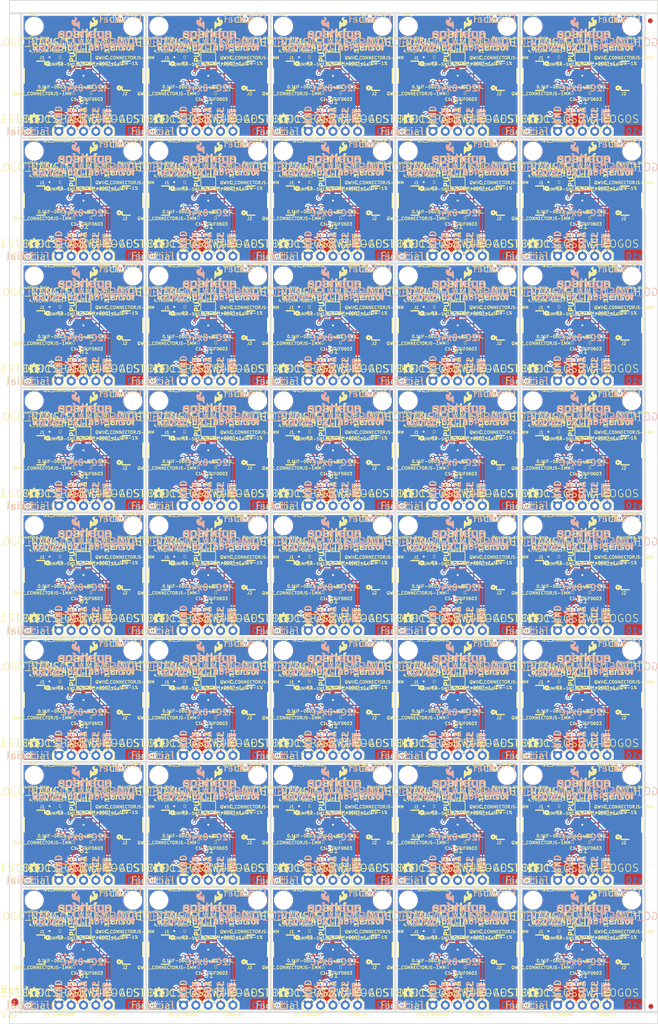
<source format=kicad_pcb>
(kicad_pcb (version 4) (host pcbnew 4.0.6)
  (layers (0 F.Cu signal) (31 B.Cu signal) (34 B.Paste user hide) (35 F.Paste user) (36 B.SilkS user) (37 F.SilkS user) (38 B.Mask user) (39 F.Mask user) (44 Edge.Cuts user))
  (net 0 "")
  (net 1 GND)
  (net 2 +3V3)
  (net 3 SDA)
  (net 4 SCL)
  (net 5 ~INT)
  (net 6 "Net-(JP1-Pad1)")
  (net 7 "Net-(JP1-Pad3)")
  (module Aesthetics:SFE_LOGO_NAME_FLAME_.1 (layer B.Cu) (at 100.584 -18.796 180)
    (fp_text reference LOGO3 (at 0 0 180) (layer B.SilkS) (effects (justify mirror)))
    (fp_text value SFE_LOGO_NAME_FLAME.1_INCH (at 0 0 180) (layer B.SilkS) (effects (justify mirror)))
  )
  (module Aesthetics:FIDUCIAL-MICRO-NO_PASTE (layer B.Cu) (at 83.058 -0.508)
    (fp_text reference F3 (at 0 0) (layer B.SilkS) (effects (justify mirror)))
    (fp_text value Fiducial (at 0 0) (layer B.SilkS) (effects (justify mirror)))
    (pad 1 smd circle (at 0 0) (size 0.635 0.635) (layers B.Cu B.Mask))
  )
  (module Aesthetics:SFE_LOGO_NAME_FLAME_.1 (layer B.Cu) (at 74.93 -18.796 180)
    (fp_text reference LOGO3 (at 0 0 180) (layer B.SilkS) (effects (justify mirror)))
    (fp_text value SFE_LOGO_NAME_FLAME.1_INCH (at 0 0 180) (layer B.SilkS) (effects (justify mirror)))
  )
  (module Aesthetics:FIDUCIAL-MICRO-NO_PASTE (layer B.Cu) (at 76.454 -23.622)
    (fp_text reference F4 (at 0 0) (layer B.SilkS) (effects (justify mirror)))
    (fp_text value Fiducial (at 0 0) (layer B.SilkS) (effects (justify mirror)))
    (pad 1 smd circle (at 0 0) (size 0.635 0.635) (layers B.Cu B.Mask))
  )
  (module Aesthetics:FIDUCIAL-MICRO-NO_PASTE (layer B.Cu) (at 153.416 -23.622)
    (fp_text reference F4 (at 0 0) (layer B.SilkS) (effects (justify mirror)))
    (fp_text value Fiducial (at 0 0) (layer B.SilkS) (effects (justify mirror)))
    (pad 1 smd circle (at 0 0) (size 0.635 0.635) (layers B.Cu B.Mask))
  )
  (module Aesthetics:SFE_LOGO_NAME_FLAME_.1 (layer B.Cu) (at 126.238 -18.796 180)
    (fp_text reference LOGO3 (at 0 0 180) (layer B.SilkS) (effects (justify mirror)))
    (fp_text value SFE_LOGO_NAME_FLAME.1_INCH (at 0 0 180) (layer B.SilkS) (effects (justify mirror)))
  )
  (module Aesthetics:FIDUCIAL-MICRO-NO_PASTE (layer B.Cu) (at 108.712 -0.508)
    (fp_text reference F3 (at 0 0) (layer B.SilkS) (effects (justify mirror)))
    (fp_text value Fiducial (at 0 0) (layer B.SilkS) (effects (justify mirror)))
    (pad 1 smd circle (at 0 0) (size 0.635 0.635) (layers B.Cu B.Mask))
  )
  (module Aesthetics:FIDUCIAL-MICRO-NO_PASTE (layer B.Cu) (at 134.366 -0.508)
    (fp_text reference F3 (at 0 0) (layer B.SilkS) (effects (justify mirror)))
    (fp_text value Fiducial (at 0 0) (layer B.SilkS) (effects (justify mirror)))
    (pad 1 smd circle (at 0 0) (size 0.635 0.635) (layers B.Cu B.Mask))
  )
  (module Aesthetics:FIDUCIAL-MICRO-NO_PASTE (layer B.Cu) (at 102.108 -23.622)
    (fp_text reference F4 (at 0 0) (layer B.SilkS) (effects (justify mirror)))
    (fp_text value Fiducial (at 0 0) (layer B.SilkS) (effects (justify mirror)))
    (pad 1 smd circle (at 0 0) (size 0.635 0.635) (layers B.Cu B.Mask))
  )
  (module Aesthetics:FIDUCIAL-MICRO-NO_PASTE (layer B.Cu) (at 127.762 -23.622)
    (fp_text reference F4 (at 0 0) (layer B.SilkS) (effects (justify mirror)))
    (fp_text value Fiducial (at 0 0) (layer B.SilkS) (effects (justify mirror)))
    (pad 1 smd circle (at 0 0) (size 0.635 0.635) (layers B.Cu B.Mask))
  )
  (module Aesthetics:SFE_LOGO_NAME_FLAME_.1 (layer B.Cu) (at 151.892 -18.796 180)
    (fp_text reference LOGO3 (at 0 0 180) (layer B.SilkS) (effects (justify mirror)))
    (fp_text value SFE_LOGO_NAME_FLAME.1_INCH (at 0 0 180) (layer B.SilkS) (effects (justify mirror)))
  )
  (module Aesthetics:SFE_LOGO_NAME_FLAME_.1 (layer B.Cu) (at 49.276 -18.796 180)
    (fp_text reference LOGO3 (at 0 0 180) (layer B.SilkS) (effects (justify mirror)))
    (fp_text value SFE_LOGO_NAME_FLAME.1_INCH (at 0 0 180) (layer B.SilkS) (effects (justify mirror)))
  )
  (module Aesthetics:FIDUCIAL-MICRO-NO_PASTE (layer B.Cu) (at 31.75 -0.508)
    (fp_text reference F3 (at 0 0) (layer B.SilkS) (effects (justify mirror)))
    (fp_text value Fiducial (at 0 0) (layer B.SilkS) (effects (justify mirror)))
    (pad 1 smd circle (at 0 0) (size 0.635 0.635) (layers B.Cu B.Mask))
  )
  (module Aesthetics:FIDUCIAL-MICRO-NO_PASTE (layer B.Cu) (at 50.8 -23.622)
    (fp_text reference F4 (at 0 0) (layer B.SilkS) (effects (justify mirror)))
    (fp_text value Fiducial (at 0 0) (layer B.SilkS) (effects (justify mirror)))
    (pad 1 smd circle (at 0 0) (size 0.635 0.635) (layers B.Cu B.Mask))
  )
  (module Aesthetics:FIDUCIAL-MICRO-NO_PASTE (layer B.Cu) (at 57.404 -0.508)
    (fp_text reference F3 (at 0 0) (layer B.SilkS) (effects (justify mirror)))
    (fp_text value Fiducial (at 0 0) (layer B.SilkS) (effects (justify mirror)))
    (pad 1 smd circle (at 0 0) (size 0.635 0.635) (layers B.Cu B.Mask))
  )
  (module Resistors:0603 (layer F.Cu) (at 140.97 -15.748 180)
    (fp_text reference R2 (at 0 -1.27 180) (layer F.SilkS) (effects (font (size 0.6096 0.6096) (thickness 0.127))))
    (fp_text value 4.7KOHM-0603-1_10W-1% (at 0 1.27 180) (layer F.SilkS) (effects (font (size 0.6096 0.6096) (thickness 0.127))))
    (pad 1 smd rect (at -0.84836 0 180) (size 1.09982 0.99822) (layers F.Cu F.Paste F.Mask) (net 6 "Net-(JP1-Pad1)"))
    (pad 2 smd rect (at 0.84836 0 180) (size 1.09982 0.99822) (layers F.Cu F.Paste F.Mask) (net 3 SDA))
  )
  (module Capacitors:0603 (layer F.Cu) (at 143.764 -8.382 180)
    (fp_text reference C1 (at 0 -1.27 180) (layer F.SilkS) (effects (font (size 0.6096 0.6096) (thickness 0.127))))
    (fp_text value 0.1UF-0603-25V-_+80_-20%_ (at 0 1.27 180) (layer F.SilkS) (effects (font (size 0.6096 0.6096) (thickness 0.127))))
    (pad 1 smd rect (at -0.84836 0 180) (size 1.09982 0.99822) (layers F.Cu F.Paste F.Mask) (net 2 +3V3))
    (pad 2 smd rect (at 0.84836 0 180) (size 1.09982 0.99822) (layers F.Cu F.Paste F.Mask) (net 1 GND))
  )
  (module Capacitors:0603 (layer F.Cu) (at 147.32 -8.382)
    (fp_text reference C2 (at 0 -1.27) (layer F.SilkS) (effects (font (size 0.6096 0.6096) (thickness 0.127))))
    (fp_text value 4.7UF0603 (at 0 1.27) (layer F.SilkS) (effects (font (size 0.6096 0.6096) (thickness 0.127))))
    (pad 1 smd rect (at -0.84836 0) (size 1.09982 0.99822) (layers F.Cu F.Paste F.Mask) (net 2 +3V3))
    (pad 2 smd rect (at 0.84836 0) (size 1.09982 0.99822) (layers F.Cu F.Paste F.Mask) (net 1 GND))
  )
  (module Connectors:1X01 (layer F.Cu) (at 150.876 -0.508)
    (fp_text reference J3 (at 0 -1.778) (layer F.SilkS) (effects (font (size 0.6096 0.6096) (thickness 0.127))))
    (fp_text value CONN_01 (at 0 1.905) (layer F.SilkS) (effects (font (size 0.6096 0.6096) (thickness 0.127))))
    (pad 1 thru_hole circle (at 0 0) (size 1.8796 1.8796) (drill 1.016) (layers *.Cu *.Mask) (net 5 ~INT))
  )
  (module Silicon-Custom:RFD77402 (layer F.Cu) (at 145.796 -11.938)
    (fp_text reference U1 (at 0.1 5.28) (layer F.SilkS))
    (fp_text value RFD77402)
    (pad 1 smd rect (at -1.3 -1.875 270) (size 0.55 1) (layers F.Cu F.Paste F.Mask) (net 5 ~INT))
    (pad 2 smd rect (at -1.3 -1.125 270) (size 0.55 1) (layers F.Cu F.Paste F.Mask))
    (pad 3 smd rect (at -1.3 -0.375 270) (size 0.55 1) (layers F.Cu F.Paste F.Mask))
    (pad 4 smd rect (at -1.3 0.375 270) (size 0.55 1) (layers F.Cu F.Paste F.Mask))
    (pad 5 smd rect (at -1.3 1.125 270) (size 0.55 1) (layers F.Cu F.Paste F.Mask) (net 4 SCL))
    (pad 6 smd rect (at -1.3 1.875 270) (size 0.55 1) (layers F.Cu F.Paste F.Mask) (net 3 SDA))
    (pad 7 smd rect (at 1.3 1.875 270) (size 0.55 1) (layers F.Cu F.Paste F.Mask))
    (pad 8 smd rect (at 1.3 1.125 270) (size 0.55 1) (layers F.Cu F.Paste F.Mask) (net 2 +3V3))
    (pad 9 smd rect (at 1.3 0.375 270) (size 0.55 1) (layers F.Cu F.Paste F.Mask) (net 1 GND))
    (pad 10 smd rect (at 1.3 -0.375 270) (size 0.55 1) (layers F.Cu F.Paste F.Mask) (net 2 +3V3))
    (pad 11 smd rect (at 1.3 -1.125 270) (size 0.55 1) (layers F.Cu F.Paste F.Mask))
    (pad 12 smd rect (at 1.3 -1.875 270) (size 0.55 1) (layers F.Cu F.Paste F.Mask) (net 1 GND))
  )
  (module Connectors:1X04 (layer F.Cu) (at 140.716 -0.508)
    (fp_text reference J4 (at 0 -1.905) (layer F.SilkS) (effects (font (size 0.6096 0.6096) (thickness 0.127))))
    (fp_text value I2C_STANDARD (at 0 1.905) (layer F.SilkS) (effects (font (size 0.6096 0.6096) (thickness 0.127))))
    (pad 1 thru_hole circle (at 0 0) (size 1.8796 1.8796) (drill 1.016) (layers *.Cu *.Mask) (net 1 GND))
    (pad 2 thru_hole circle (at 2.54 0) (size 1.8796 1.8796) (drill 1.016) (layers *.Cu *.Mask) (net 2 +3V3))
    (pad 3 thru_hole circle (at 5.08 0) (size 1.8796 1.8796) (drill 1.016) (layers *.Cu *.Mask) (net 3 SDA))
    (pad 4 thru_hole circle (at 7.62 0) (size 1.8796 1.8796) (drill 1.016) (layers *.Cu *.Mask) (net 4 SCL))
  )
  (module SparkFun-Jumpers:SMT-JUMPER_3_2-NC_PASTE_SILK (layer F.Cu) (at 145.796 -15.748)
    (fp_text reference JP1 (at 0 -1.143) (layer F.SilkS) (effects (font (size 0.57912 0.57912) (thickness 0.12192)) (justify bottom)))
    (fp_text value JUMPER-SMT_3_2-NC_PASTE_SILK (at 0 1.143) (layer F.SilkS) (effects (font (size 0.57912 0.57912) (thickness 0.12192)) (justify top)))
    (pad 1 smd rect (at -0.8128 0) (size 0.635 1.27) (layers F.Cu F.Paste F.Mask) (net 6 "Net-(JP1-Pad1)"))
    (pad 2 smd rect (at 0 0) (size 0.635 1.27) (layers F.Cu F.Paste F.Mask) (net 2 +3V3))
    (pad 3 smd rect (at 0.8128 0) (size 0.635 1.27) (layers F.Cu F.Paste F.Mask) (net 7 "Net-(JP1-Pad3)"))
  )
  (module SparkFun-Hardware:STAND-OFF (layer F.Cu) (at 155.956 -22.098)
    (fp_text reference MK2 (at 0 -2.032) (layer F.SilkS) (effects (font (size 0.57912 0.57912) (thickness 0.12192)) (justify bottom)))
    (fp_text value Mounting_Hole (at 0 2.032) (layer F.SilkS) (effects (font (size 0.57912 0.57912) (thickness 0.12192)) (justify top)))
    (pad "" np_thru_hole circle (at 0 0) (size 3.302 3.302) (drill 3.302) (layers *.Cu))
  )
  (module Resistors:0603 (layer F.Cu) (at 150.622 -15.748)
    (fp_text reference R1 (at 0 -1.27) (layer F.SilkS) (effects (font (size 0.6096 0.6096) (thickness 0.127))))
    (fp_text value 4.7KOHM-0603-1_10W-1% (at 0 1.27) (layer F.SilkS) (effects (font (size 0.6096 0.6096) (thickness 0.127))))
    (pad 1 smd rect (at -0.84836 0) (size 1.09982 0.99822) (layers F.Cu F.Paste F.Mask) (net 7 "Net-(JP1-Pad3)"))
    (pad 2 smd rect (at 0.84836 0) (size 1.09982 0.99822) (layers F.Cu F.Paste F.Mask) (net 4 SCL))
  )
  (module Aesthetics:SFE_LOGO_NAME_FLAME_.1 (layer F.Cu) (at 140.208 -18.796)
    (fp_text reference LOGO2 (at 0 0) (layer F.SilkS))
    (fp_text value SFE_LOGO_NAME_FLAME.1_INCH (at 0 0) (layer F.SilkS))
  )
  (module Aesthetics:FIDUCIAL-MICRO-NO_PASTE (layer F.Cu) (at 153.416 -23.622)
    (fp_text reference F2 (at 0 0) (layer F.SilkS))
    (fp_text value Fiducial (at 0 0) (layer F.SilkS))
    (pad 1 smd circle (at 0 0) (size 0.635 0.635) (layers F.Cu F.Mask))
  )
  (module Connectors:1X04_1MM_RA (layer F.Cu) (at 153.416 -11.938 90)
    (fp_text reference J2 (at -3.683 0.889 180) (layer F.SilkS) (effects (font (size 0.6096 0.6096) (thickness 0.127))))
    (fp_text value QWIIC_CONNECTORJS-1MM (at 3.683 0.889 180) (layer F.SilkS) (effects (font (size 0.6096 0.6096) (thickness 0.127))))
    (pad 1 smd rect (at -1.4986 0 90) (size 0.59944 1.34874) (layers F.Cu F.Paste F.Mask) (net 1 GND))
    (pad 2 smd rect (at -0.49784 0 90) (size 0.59944 1.34874) (layers F.Cu F.Paste F.Mask) (net 2 +3V3))
    (pad 3 smd rect (at 0.49784 0 90) (size 0.59944 1.34874) (layers F.Cu F.Paste F.Mask) (net 3 SDA))
    (pad 4 smd rect (at 1.4986 0 90) (size 0.59944 1.34874) (layers F.Cu F.Paste F.Mask) (net 4 SCL))
    (pad NC1 smd rect (at 2.79908 3.67284 90) (size 1.19888 1.99898) (layers F.Cu F.Paste F.Mask))
    (pad NC2 smd rect (at -2.79908 3.67284 90) (size 1.19888 1.99898) (layers F.Cu F.Paste F.Mask))
  )
  (module Resistors:0603 (layer F.Cu) (at 115.316 -15.748 180)
    (fp_text reference R2 (at 0 -1.27 180) (layer F.SilkS) (effects (font (size 0.6096 0.6096) (thickness 0.127))))
    (fp_text value 4.7KOHM-0603-1_10W-1% (at 0 1.27 180) (layer F.SilkS) (effects (font (size 0.6096 0.6096) (thickness 0.127))))
    (pad 1 smd rect (at -0.84836 0 180) (size 1.09982 0.99822) (layers F.Cu F.Paste F.Mask) (net 6 "Net-(JP1-Pad1)"))
    (pad 2 smd rect (at 0.84836 0 180) (size 1.09982 0.99822) (layers F.Cu F.Paste F.Mask) (net 3 SDA))
  )
  (module Silicon-Custom:RFD77402 (layer F.Cu) (at 120.142 -11.938)
    (fp_text reference U1 (at 0.1 5.28) (layer F.SilkS))
    (fp_text value RFD77402)
    (pad 1 smd rect (at -1.3 -1.875 270) (size 0.55 1) (layers F.Cu F.Paste F.Mask) (net 5 ~INT))
    (pad 2 smd rect (at -1.3 -1.125 270) (size 0.55 1) (layers F.Cu F.Paste F.Mask))
    (pad 3 smd rect (at -1.3 -0.375 270) (size 0.55 1) (layers F.Cu F.Paste F.Mask))
    (pad 4 smd rect (at -1.3 0.375 270) (size 0.55 1) (layers F.Cu F.Paste F.Mask))
    (pad 5 smd rect (at -1.3 1.125 270) (size 0.55 1) (layers F.Cu F.Paste F.Mask) (net 4 SCL))
    (pad 6 smd rect (at -1.3 1.875 270) (size 0.55 1) (layers F.Cu F.Paste F.Mask) (net 3 SDA))
    (pad 7 smd rect (at 1.3 1.875 270) (size 0.55 1) (layers F.Cu F.Paste F.Mask))
    (pad 8 smd rect (at 1.3 1.125 270) (size 0.55 1) (layers F.Cu F.Paste F.Mask) (net 2 +3V3))
    (pad 9 smd rect (at 1.3 0.375 270) (size 0.55 1) (layers F.Cu F.Paste F.Mask) (net 1 GND))
    (pad 10 smd rect (at 1.3 -0.375 270) (size 0.55 1) (layers F.Cu F.Paste F.Mask) (net 2 +3V3))
    (pad 11 smd rect (at 1.3 -1.125 270) (size 0.55 1) (layers F.Cu F.Paste F.Mask))
    (pad 12 smd rect (at 1.3 -1.875 270) (size 0.55 1) (layers F.Cu F.Paste F.Mask) (net 1 GND))
  )
  (module Aesthetics:SFE_LOGO_NAME_FLAME_.1 (layer F.Cu) (at 114.554 -18.796)
    (fp_text reference LOGO2 (at 0 0) (layer F.SilkS))
    (fp_text value SFE_LOGO_NAME_FLAME.1_INCH (at 0 0) (layer F.SilkS))
  )
  (module SparkFun-Jumpers:SMT-JUMPER_3_2-NC_PASTE_SILK (layer F.Cu) (at 120.142 -15.748)
    (fp_text reference JP1 (at 0 -1.143) (layer F.SilkS) (effects (font (size 0.57912 0.57912) (thickness 0.12192)) (justify bottom)))
    (fp_text value JUMPER-SMT_3_2-NC_PASTE_SILK (at 0 1.143) (layer F.SilkS) (effects (font (size 0.57912 0.57912) (thickness 0.12192)) (justify top)))
    (pad 1 smd rect (at -0.8128 0) (size 0.635 1.27) (layers F.Cu F.Paste F.Mask) (net 6 "Net-(JP1-Pad1)"))
    (pad 2 smd rect (at 0 0) (size 0.635 1.27) (layers F.Cu F.Paste F.Mask) (net 2 +3V3))
    (pad 3 smd rect (at 0.8128 0) (size 0.635 1.27) (layers F.Cu F.Paste F.Mask) (net 7 "Net-(JP1-Pad3)"))
  )
  (module Capacitors:0603 (layer F.Cu) (at 118.11 -8.382 180)
    (fp_text reference C1 (at 0 -1.27 180) (layer F.SilkS) (effects (font (size 0.6096 0.6096) (thickness 0.127))))
    (fp_text value 0.1UF-0603-25V-_+80_-20%_ (at 0 1.27 180) (layer F.SilkS) (effects (font (size 0.6096 0.6096) (thickness 0.127))))
    (pad 1 smd rect (at -0.84836 0 180) (size 1.09982 0.99822) (layers F.Cu F.Paste F.Mask) (net 2 +3V3))
    (pad 2 smd rect (at 0.84836 0 180) (size 1.09982 0.99822) (layers F.Cu F.Paste F.Mask) (net 1 GND))
  )
  (module Connectors:1X04 (layer F.Cu) (at 115.062 -0.508)
    (fp_text reference J4 (at 0 -1.905) (layer F.SilkS) (effects (font (size 0.6096 0.6096) (thickness 0.127))))
    (fp_text value I2C_STANDARD (at 0 1.905) (layer F.SilkS) (effects (font (size 0.6096 0.6096) (thickness 0.127))))
    (pad 1 thru_hole circle (at 0 0) (size 1.8796 1.8796) (drill 1.016) (layers *.Cu *.Mask) (net 1 GND))
    (pad 2 thru_hole circle (at 2.54 0) (size 1.8796 1.8796) (drill 1.016) (layers *.Cu *.Mask) (net 2 +3V3))
    (pad 3 thru_hole circle (at 5.08 0) (size 1.8796 1.8796) (drill 1.016) (layers *.Cu *.Mask) (net 3 SDA))
    (pad 4 thru_hole circle (at 7.62 0) (size 1.8796 1.8796) (drill 1.016) (layers *.Cu *.Mask) (net 4 SCL))
  )
  (module Connectors:1X01 (layer F.Cu) (at 125.222 -0.508)
    (fp_text reference J3 (at 0 -1.778) (layer F.SilkS) (effects (font (size 0.6096 0.6096) (thickness 0.127))))
    (fp_text value CONN_01 (at 0 1.905) (layer F.SilkS) (effects (font (size 0.6096 0.6096) (thickness 0.127))))
    (pad 1 thru_hole circle (at 0 0) (size 1.8796 1.8796) (drill 1.016) (layers *.Cu *.Mask) (net 5 ~INT))
  )
  (module Capacitors:0603 (layer F.Cu) (at 121.666 -8.382)
    (fp_text reference C2 (at 0 -1.27) (layer F.SilkS) (effects (font (size 0.6096 0.6096) (thickness 0.127))))
    (fp_text value 4.7UF0603 (at 0 1.27) (layer F.SilkS) (effects (font (size 0.6096 0.6096) (thickness 0.127))))
    (pad 1 smd rect (at -0.84836 0) (size 1.09982 0.99822) (layers F.Cu F.Paste F.Mask) (net 2 +3V3))
    (pad 2 smd rect (at 0.84836 0) (size 1.09982 0.99822) (layers F.Cu F.Paste F.Mask) (net 1 GND))
  )
  (module SparkFun-Hardware:STAND-OFF (layer F.Cu) (at 135.636 -22.098)
    (fp_text reference MK1 (at 0 -2.032) (layer F.SilkS) (effects (font (size 0.57912 0.57912) (thickness 0.12192)) (justify bottom)))
    (fp_text value Mounting_Hole (at 0 2.032) (layer F.SilkS) (effects (font (size 0.57912 0.57912) (thickness 0.12192)) (justify top)))
    (pad "" np_thru_hole circle (at 0 0) (size 3.302 3.302) (drill 3.302) (layers *.Cu))
  )
  (module SparkFun-Hardware:STAND-OFF (layer F.Cu) (at 130.302 -22.098)
    (fp_text reference MK2 (at 0 -2.032) (layer F.SilkS) (effects (font (size 0.57912 0.57912) (thickness 0.12192)) (justify bottom)))
    (fp_text value Mounting_Hole (at 0 2.032) (layer F.SilkS) (effects (font (size 0.57912 0.57912) (thickness 0.12192)) (justify top)))
    (pad "" np_thru_hole circle (at 0 0) (size 3.302 3.302) (drill 3.302) (layers *.Cu))
  )
  (module SparkFun-Aesthetics:OSHW-LOGO-MINI (layer F.Cu) (at 135.636 -3.048)
    (fp_text reference LOGO1 (at 0 0) (layer F.SilkS))
    (fp_text value SPARKFUN-AESTHETICS_OSHW-LOGOS (at 0 0) (layer F.SilkS))
  )
  (module Resistors:0603 (layer F.Cu) (at 124.968 -15.748)
    (fp_text reference R1 (at 0 -1.27) (layer F.SilkS) (effects (font (size 0.6096 0.6096) (thickness 0.127))))
    (fp_text value 4.7KOHM-0603-1_10W-1% (at 0 1.27) (layer F.SilkS) (effects (font (size 0.6096 0.6096) (thickness 0.127))))
    (pad 1 smd rect (at -0.84836 0) (size 1.09982 0.99822) (layers F.Cu F.Paste F.Mask) (net 7 "Net-(JP1-Pad3)"))
    (pad 2 smd rect (at 0.84836 0) (size 1.09982 0.99822) (layers F.Cu F.Paste F.Mask) (net 4 SCL))
  )
  (module Connectors:1X04_1MM_RA (layer F.Cu) (at 138.176 -11.938 270)
    (fp_text reference J1 (at -3.683 0.889 360) (layer F.SilkS) (effects (font (size 0.6096 0.6096) (thickness 0.127))))
    (fp_text value QWIIC_CONNECTORJS-1MM (at 3.683 0.889 360) (layer F.SilkS) (effects (font (size 0.6096 0.6096) (thickness 0.127))))
    (pad 1 smd rect (at -1.4986 0 270) (size 0.59944 1.34874) (layers F.Cu F.Paste F.Mask) (net 1 GND))
    (pad 2 smd rect (at -0.49784 0 270) (size 0.59944 1.34874) (layers F.Cu F.Paste F.Mask) (net 2 +3V3))
    (pad 3 smd rect (at 0.49784 0 270) (size 0.59944 1.34874) (layers F.Cu F.Paste F.Mask) (net 3 SDA))
    (pad 4 smd rect (at 1.4986 0 270) (size 0.59944 1.34874) (layers F.Cu F.Paste F.Mask) (net 4 SCL))
    (pad NC1 smd rect (at 2.79908 3.67284 270) (size 1.19888 1.99898) (layers F.Cu F.Paste F.Mask))
    (pad NC2 smd rect (at -2.79908 3.67284 270) (size 1.19888 1.99898) (layers F.Cu F.Paste F.Mask))
  )
  (module Connectors:1X04_1MM_RA (layer F.Cu) (at 127.762 -11.938 90)
    (fp_text reference J2 (at -3.683 0.889 180) (layer F.SilkS) (effects (font (size 0.6096 0.6096) (thickness 0.127))))
    (fp_text value QWIIC_CONNECTORJS-1MM (at 3.683 0.889 180) (layer F.SilkS) (effects (font (size 0.6096 0.6096) (thickness 0.127))))
    (pad 1 smd rect (at -1.4986 0 90) (size 0.59944 1.34874) (layers F.Cu F.Paste F.Mask) (net 1 GND))
    (pad 2 smd rect (at -0.49784 0 90) (size 0.59944 1.34874) (layers F.Cu F.Paste F.Mask) (net 2 +3V3))
    (pad 3 smd rect (at 0.49784 0 90) (size 0.59944 1.34874) (layers F.Cu F.Paste F.Mask) (net 3 SDA))
    (pad 4 smd rect (at 1.4986 0 90) (size 0.59944 1.34874) (layers F.Cu F.Paste F.Mask) (net 4 SCL))
    (pad NC1 smd rect (at 2.79908 3.67284 90) (size 1.19888 1.99898) (layers F.Cu F.Paste F.Mask))
    (pad NC2 smd rect (at -2.79908 3.67284 90) (size 1.19888 1.99898) (layers F.Cu F.Paste F.Mask))
  )
  (module Aesthetics:FIDUCIAL-MICRO-NO_PASTE (layer F.Cu) (at 127.762 -23.622)
    (fp_text reference F2 (at 0 0) (layer F.SilkS))
    (fp_text value Fiducial (at 0 0) (layer F.SilkS))
    (pad 1 smd circle (at 0 0) (size 0.635 0.635) (layers F.Cu F.Mask))
  )
  (module Aesthetics:FIDUCIAL-MICRO-NO_PASTE (layer F.Cu) (at 134.366 -0.508)
    (fp_text reference F1 (at 0 0) (layer F.SilkS))
    (fp_text value Fiducial (at 0 0) (layer F.SilkS))
    (pad 1 smd circle (at 0 0) (size 0.635 0.635) (layers F.Cu F.Mask))
  )
  (module SparkFun-Hardware:STAND-OFF (layer F.Cu) (at 109.982 -22.098)
    (fp_text reference MK1 (at 0 -2.032) (layer F.SilkS) (effects (font (size 0.57912 0.57912) (thickness 0.12192)) (justify bottom)))
    (fp_text value Mounting_Hole (at 0 2.032) (layer F.SilkS) (effects (font (size 0.57912 0.57912) (thickness 0.12192)) (justify top)))
    (pad "" np_thru_hole circle (at 0 0) (size 3.302 3.302) (drill 3.302) (layers *.Cu))
  )
  (module Aesthetics:FIDUCIAL-MICRO-NO_PASTE (layer F.Cu) (at 102.108 -23.622)
    (fp_text reference F2 (at 0 0) (layer F.SilkS))
    (fp_text value Fiducial (at 0 0) (layer F.SilkS))
    (pad 1 smd circle (at 0 0) (size 0.635 0.635) (layers F.Cu F.Mask))
  )
  (module SparkFun-Hardware:STAND-OFF (layer F.Cu) (at 104.648 -22.098)
    (fp_text reference MK2 (at 0 -2.032) (layer F.SilkS) (effects (font (size 0.57912 0.57912) (thickness 0.12192)) (justify bottom)))
    (fp_text value Mounting_Hole (at 0 2.032) (layer F.SilkS) (effects (font (size 0.57912 0.57912) (thickness 0.12192)) (justify top)))
    (pad "" np_thru_hole circle (at 0 0) (size 3.302 3.302) (drill 3.302) (layers *.Cu))
  )
  (module Resistors:0603 (layer F.Cu) (at 99.314 -15.748)
    (fp_text reference R1 (at 0 -1.27) (layer F.SilkS) (effects (font (size 0.6096 0.6096) (thickness 0.127))))
    (fp_text value 4.7KOHM-0603-1_10W-1% (at 0 1.27) (layer F.SilkS) (effects (font (size 0.6096 0.6096) (thickness 0.127))))
    (pad 1 smd rect (at -0.84836 0) (size 1.09982 0.99822) (layers F.Cu F.Paste F.Mask) (net 7 "Net-(JP1-Pad3)"))
    (pad 2 smd rect (at 0.84836 0) (size 1.09982 0.99822) (layers F.Cu F.Paste F.Mask) (net 4 SCL))
  )
  (module Connectors:1X04 (layer F.Cu) (at 89.408 -0.508)
    (fp_text reference J4 (at 0 -1.905) (layer F.SilkS) (effects (font (size 0.6096 0.6096) (thickness 0.127))))
    (fp_text value I2C_STANDARD (at 0 1.905) (layer F.SilkS) (effects (font (size 0.6096 0.6096) (thickness 0.127))))
    (pad 1 thru_hole circle (at 0 0) (size 1.8796 1.8796) (drill 1.016) (layers *.Cu *.Mask) (net 1 GND))
    (pad 2 thru_hole circle (at 2.54 0) (size 1.8796 1.8796) (drill 1.016) (layers *.Cu *.Mask) (net 2 +3V3))
    (pad 3 thru_hole circle (at 5.08 0) (size 1.8796 1.8796) (drill 1.016) (layers *.Cu *.Mask) (net 3 SDA))
    (pad 4 thru_hole circle (at 7.62 0) (size 1.8796 1.8796) (drill 1.016) (layers *.Cu *.Mask) (net 4 SCL))
  )
  (module Connectors:1X01 (layer F.Cu) (at 99.568 -0.508)
    (fp_text reference J3 (at 0 -1.778) (layer F.SilkS) (effects (font (size 0.6096 0.6096) (thickness 0.127))))
    (fp_text value CONN_01 (at 0 1.905) (layer F.SilkS) (effects (font (size 0.6096 0.6096) (thickness 0.127))))
    (pad 1 thru_hole circle (at 0 0) (size 1.8796 1.8796) (drill 1.016) (layers *.Cu *.Mask) (net 5 ~INT))
  )
  (module Capacitors:0603 (layer F.Cu) (at 92.456 -8.382 180)
    (fp_text reference C1 (at 0 -1.27 180) (layer F.SilkS) (effects (font (size 0.6096 0.6096) (thickness 0.127))))
    (fp_text value 0.1UF-0603-25V-_+80_-20%_ (at 0 1.27 180) (layer F.SilkS) (effects (font (size 0.6096 0.6096) (thickness 0.127))))
    (pad 1 smd rect (at -0.84836 0 180) (size 1.09982 0.99822) (layers F.Cu F.Paste F.Mask) (net 2 +3V3))
    (pad 2 smd rect (at 0.84836 0 180) (size 1.09982 0.99822) (layers F.Cu F.Paste F.Mask) (net 1 GND))
  )
  (module Capacitors:0603 (layer F.Cu) (at 96.012 -8.382)
    (fp_text reference C2 (at 0 -1.27) (layer F.SilkS) (effects (font (size 0.6096 0.6096) (thickness 0.127))))
    (fp_text value 4.7UF0603 (at 0 1.27) (layer F.SilkS) (effects (font (size 0.6096 0.6096) (thickness 0.127))))
    (pad 1 smd rect (at -0.84836 0) (size 1.09982 0.99822) (layers F.Cu F.Paste F.Mask) (net 2 +3V3))
    (pad 2 smd rect (at 0.84836 0) (size 1.09982 0.99822) (layers F.Cu F.Paste F.Mask) (net 1 GND))
  )
  (module SparkFun-Hardware:STAND-OFF (layer F.Cu) (at 84.328 -22.098)
    (fp_text reference MK1 (at 0 -2.032) (layer F.SilkS) (effects (font (size 0.57912 0.57912) (thickness 0.12192)) (justify bottom)))
    (fp_text value Mounting_Hole (at 0 2.032) (layer F.SilkS) (effects (font (size 0.57912 0.57912) (thickness 0.12192)) (justify top)))
    (pad "" np_thru_hole circle (at 0 0) (size 3.302 3.302) (drill 3.302) (layers *.Cu))
  )
  (module Silicon-Custom:RFD77402 (layer F.Cu) (at 94.488 -11.938)
    (fp_text reference U1 (at 0.1 5.28) (layer F.SilkS))
    (fp_text value RFD77402)
    (pad 1 smd rect (at -1.3 -1.875 270) (size 0.55 1) (layers F.Cu F.Paste F.Mask) (net 5 ~INT))
    (pad 2 smd rect (at -1.3 -1.125 270) (size 0.55 1) (layers F.Cu F.Paste F.Mask))
    (pad 3 smd rect (at -1.3 -0.375 270) (size 0.55 1) (layers F.Cu F.Paste F.Mask))
    (pad 4 smd rect (at -1.3 0.375 270) (size 0.55 1) (layers F.Cu F.Paste F.Mask))
    (pad 5 smd rect (at -1.3 1.125 270) (size 0.55 1) (layers F.Cu F.Paste F.Mask) (net 4 SCL))
    (pad 6 smd rect (at -1.3 1.875 270) (size 0.55 1) (layers F.Cu F.Paste F.Mask) (net 3 SDA))
    (pad 7 smd rect (at 1.3 1.875 270) (size 0.55 1) (layers F.Cu F.Paste F.Mask))
    (pad 8 smd rect (at 1.3 1.125 270) (size 0.55 1) (layers F.Cu F.Paste F.Mask) (net 2 +3V3))
    (pad 9 smd rect (at 1.3 0.375 270) (size 0.55 1) (layers F.Cu F.Paste F.Mask) (net 1 GND))
    (pad 10 smd rect (at 1.3 -0.375 270) (size 0.55 1) (layers F.Cu F.Paste F.Mask) (net 2 +3V3))
    (pad 11 smd rect (at 1.3 -1.125 270) (size 0.55 1) (layers F.Cu F.Paste F.Mask))
    (pad 12 smd rect (at 1.3 -1.875 270) (size 0.55 1) (layers F.Cu F.Paste F.Mask) (net 1 GND))
  )
  (module Resistors:0603 (layer F.Cu) (at 89.662 -15.748 180)
    (fp_text reference R2 (at 0 -1.27 180) (layer F.SilkS) (effects (font (size 0.6096 0.6096) (thickness 0.127))))
    (fp_text value 4.7KOHM-0603-1_10W-1% (at 0 1.27 180) (layer F.SilkS) (effects (font (size 0.6096 0.6096) (thickness 0.127))))
    (pad 1 smd rect (at -0.84836 0 180) (size 1.09982 0.99822) (layers F.Cu F.Paste F.Mask) (net 6 "Net-(JP1-Pad1)"))
    (pad 2 smd rect (at 0.84836 0 180) (size 1.09982 0.99822) (layers F.Cu F.Paste F.Mask) (net 3 SDA))
  )
  (module Aesthetics:SFE_LOGO_NAME_FLAME_.1 (layer F.Cu) (at 88.9 -18.796)
    (fp_text reference LOGO2 (at 0 0) (layer F.SilkS))
    (fp_text value SFE_LOGO_NAME_FLAME.1_INCH (at 0 0) (layer F.SilkS))
  )
  (module SparkFun-Jumpers:SMT-JUMPER_3_2-NC_PASTE_SILK (layer F.Cu) (at 94.488 -15.748)
    (fp_text reference JP1 (at 0 -1.143) (layer F.SilkS) (effects (font (size 0.57912 0.57912) (thickness 0.12192)) (justify bottom)))
    (fp_text value JUMPER-SMT_3_2-NC_PASTE_SILK (at 0 1.143) (layer F.SilkS) (effects (font (size 0.57912 0.57912) (thickness 0.12192)) (justify top)))
    (pad 1 smd rect (at -0.8128 0) (size 0.635 1.27) (layers F.Cu F.Paste F.Mask) (net 6 "Net-(JP1-Pad1)"))
    (pad 2 smd rect (at 0 0) (size 0.635 1.27) (layers F.Cu F.Paste F.Mask) (net 2 +3V3))
    (pad 3 smd rect (at 0.8128 0) (size 0.635 1.27) (layers F.Cu F.Paste F.Mask) (net 7 "Net-(JP1-Pad3)"))
  )
  (module Connectors:1X04_1MM_RA (layer F.Cu) (at 112.522 -11.938 270)
    (fp_text reference J1 (at -3.683 0.889 360) (layer F.SilkS) (effects (font (size 0.6096 0.6096) (thickness 0.127))))
    (fp_text value QWIIC_CONNECTORJS-1MM (at 3.683 0.889 360) (layer F.SilkS) (effects (font (size 0.6096 0.6096) (thickness 0.127))))
    (pad 1 smd rect (at -1.4986 0 270) (size 0.59944 1.34874) (layers F.Cu F.Paste F.Mask) (net 1 GND))
    (pad 2 smd rect (at -0.49784 0 270) (size 0.59944 1.34874) (layers F.Cu F.Paste F.Mask) (net 2 +3V3))
    (pad 3 smd rect (at 0.49784 0 270) (size 0.59944 1.34874) (layers F.Cu F.Paste F.Mask) (net 3 SDA))
    (pad 4 smd rect (at 1.4986 0 270) (size 0.59944 1.34874) (layers F.Cu F.Paste F.Mask) (net 4 SCL))
    (pad NC1 smd rect (at 2.79908 3.67284 270) (size 1.19888 1.99898) (layers F.Cu F.Paste F.Mask))
    (pad NC2 smd rect (at -2.79908 3.67284 270) (size 1.19888 1.99898) (layers F.Cu F.Paste F.Mask))
  )
  (module Aesthetics:FIDUCIAL-MICRO-NO_PASTE (layer F.Cu) (at 108.712 -0.508)
    (fp_text reference F1 (at 0 0) (layer F.SilkS))
    (fp_text value Fiducial (at 0 0) (layer F.SilkS))
    (pad 1 smd circle (at 0 0) (size 0.635 0.635) (layers F.Cu F.Mask))
  )
  (module SparkFun-Aesthetics:OSHW-LOGO-MINI (layer F.Cu) (at 109.982 -3.048)
    (fp_text reference LOGO1 (at 0 0) (layer F.SilkS))
    (fp_text value SPARKFUN-AESTHETICS_OSHW-LOGOS (at 0 0) (layer F.SilkS))
  )
  (module Connectors:1X04_1MM_RA (layer F.Cu) (at 102.108 -11.938 90)
    (fp_text reference J2 (at -3.683 0.889 180) (layer F.SilkS) (effects (font (size 0.6096 0.6096) (thickness 0.127))))
    (fp_text value QWIIC_CONNECTORJS-1MM (at 3.683 0.889 180) (layer F.SilkS) (effects (font (size 0.6096 0.6096) (thickness 0.127))))
    (pad 1 smd rect (at -1.4986 0 90) (size 0.59944 1.34874) (layers F.Cu F.Paste F.Mask) (net 1 GND))
    (pad 2 smd rect (at -0.49784 0 90) (size 0.59944 1.34874) (layers F.Cu F.Paste F.Mask) (net 2 +3V3))
    (pad 3 smd rect (at 0.49784 0 90) (size 0.59944 1.34874) (layers F.Cu F.Paste F.Mask) (net 3 SDA))
    (pad 4 smd rect (at 1.4986 0 90) (size 0.59944 1.34874) (layers F.Cu F.Paste F.Mask) (net 4 SCL))
    (pad NC1 smd rect (at 2.79908 3.67284 90) (size 1.19888 1.99898) (layers F.Cu F.Paste F.Mask))
    (pad NC2 smd rect (at -2.79908 3.67284 90) (size 1.19888 1.99898) (layers F.Cu F.Paste F.Mask))
  )
  (module SparkFun-Aesthetics:OSHW-LOGO-MINI (layer F.Cu) (at 84.328 -3.048)
    (fp_text reference LOGO1 (at 0 0) (layer F.SilkS))
    (fp_text value SPARKFUN-AESTHETICS_OSHW-LOGOS (at 0 0) (layer F.SilkS))
  )
  (module Connectors:1X04_1MM_RA (layer F.Cu) (at 86.868 -11.938 270)
    (fp_text reference J1 (at -3.683 0.889 360) (layer F.SilkS) (effects (font (size 0.6096 0.6096) (thickness 0.127))))
    (fp_text value QWIIC_CONNECTORJS-1MM (at 3.683 0.889 360) (layer F.SilkS) (effects (font (size 0.6096 0.6096) (thickness 0.127))))
    (pad 1 smd rect (at -1.4986 0 270) (size 0.59944 1.34874) (layers F.Cu F.Paste F.Mask) (net 1 GND))
    (pad 2 smd rect (at -0.49784 0 270) (size 0.59944 1.34874) (layers F.Cu F.Paste F.Mask) (net 2 +3V3))
    (pad 3 smd rect (at 0.49784 0 270) (size 0.59944 1.34874) (layers F.Cu F.Paste F.Mask) (net 3 SDA))
    (pad 4 smd rect (at 1.4986 0 270) (size 0.59944 1.34874) (layers F.Cu F.Paste F.Mask) (net 4 SCL))
    (pad NC1 smd rect (at 2.79908 3.67284 270) (size 1.19888 1.99898) (layers F.Cu F.Paste F.Mask))
    (pad NC2 smd rect (at -2.79908 3.67284 270) (size 1.19888 1.99898) (layers F.Cu F.Paste F.Mask))
  )
  (module Connectors:1X04_1MM_RA (layer F.Cu) (at 76.454 -11.938 90)
    (fp_text reference J2 (at -3.683 0.889 180) (layer F.SilkS) (effects (font (size 0.6096 0.6096) (thickness 0.127))))
    (fp_text value QWIIC_CONNECTORJS-1MM (at 3.683 0.889 180) (layer F.SilkS) (effects (font (size 0.6096 0.6096) (thickness 0.127))))
    (pad 1 smd rect (at -1.4986 0 90) (size 0.59944 1.34874) (layers F.Cu F.Paste F.Mask) (net 1 GND))
    (pad 2 smd rect (at -0.49784 0 90) (size 0.59944 1.34874) (layers F.Cu F.Paste F.Mask) (net 2 +3V3))
    (pad 3 smd rect (at 0.49784 0 90) (size 0.59944 1.34874) (layers F.Cu F.Paste F.Mask) (net 3 SDA))
    (pad 4 smd rect (at 1.4986 0 90) (size 0.59944 1.34874) (layers F.Cu F.Paste F.Mask) (net 4 SCL))
    (pad NC1 smd rect (at 2.79908 3.67284 90) (size 1.19888 1.99898) (layers F.Cu F.Paste F.Mask))
    (pad NC2 smd rect (at -2.79908 3.67284 90) (size 1.19888 1.99898) (layers F.Cu F.Paste F.Mask))
  )
  (module Aesthetics:FIDUCIAL-MICRO-NO_PASTE (layer F.Cu) (at 83.058 -0.508)
    (fp_text reference F1 (at 0 0) (layer F.SilkS))
    (fp_text value Fiducial (at 0 0) (layer F.SilkS))
    (pad 1 smd circle (at 0 0) (size 0.635 0.635) (layers F.Cu F.Mask))
  )
  (module Aesthetics:FIDUCIAL-MICRO-NO_PASTE (layer F.Cu) (at 76.454 -23.622)
    (fp_text reference F2 (at 0 0) (layer F.SilkS))
    (fp_text value Fiducial (at 0 0) (layer F.SilkS))
    (pad 1 smd circle (at 0 0) (size 0.635 0.635) (layers F.Cu F.Mask))
  )
  (module SparkFun-Hardware:STAND-OFF (layer F.Cu) (at 78.994 -22.098)
    (fp_text reference MK2 (at 0 -2.032) (layer F.SilkS) (effects (font (size 0.57912 0.57912) (thickness 0.12192)) (justify bottom)))
    (fp_text value Mounting_Hole (at 0 2.032) (layer F.SilkS) (effects (font (size 0.57912 0.57912) (thickness 0.12192)) (justify top)))
    (pad "" np_thru_hole circle (at 0 0) (size 3.302 3.302) (drill 3.302) (layers *.Cu))
  )
  (module Resistors:0603 (layer F.Cu) (at 73.66 -15.748)
    (fp_text reference R1 (at 0 -1.27) (layer F.SilkS) (effects (font (size 0.6096 0.6096) (thickness 0.127))))
    (fp_text value 4.7KOHM-0603-1_10W-1% (at 0 1.27) (layer F.SilkS) (effects (font (size 0.6096 0.6096) (thickness 0.127))))
    (pad 1 smd rect (at -0.84836 0) (size 1.09982 0.99822) (layers F.Cu F.Paste F.Mask) (net 7 "Net-(JP1-Pad3)"))
    (pad 2 smd rect (at 0.84836 0) (size 1.09982 0.99822) (layers F.Cu F.Paste F.Mask) (net 4 SCL))
  )
  (module Resistors:0603 (layer F.Cu) (at 64.008 -15.748 180)
    (fp_text reference R2 (at 0 -1.27 180) (layer F.SilkS) (effects (font (size 0.6096 0.6096) (thickness 0.127))))
    (fp_text value 4.7KOHM-0603-1_10W-1% (at 0 1.27 180) (layer F.SilkS) (effects (font (size 0.6096 0.6096) (thickness 0.127))))
    (pad 1 smd rect (at -0.84836 0 180) (size 1.09982 0.99822) (layers F.Cu F.Paste F.Mask) (net 6 "Net-(JP1-Pad1)"))
    (pad 2 smd rect (at 0.84836 0 180) (size 1.09982 0.99822) (layers F.Cu F.Paste F.Mask) (net 3 SDA))
  )
  (module SparkFun-Jumpers:SMT-JUMPER_3_2-NC_PASTE_SILK (layer F.Cu) (at 68.834 -15.748)
    (fp_text reference JP1 (at 0 -1.143) (layer F.SilkS) (effects (font (size 0.57912 0.57912) (thickness 0.12192)) (justify bottom)))
    (fp_text value JUMPER-SMT_3_2-NC_PASTE_SILK (at 0 1.143) (layer F.SilkS) (effects (font (size 0.57912 0.57912) (thickness 0.12192)) (justify top)))
    (pad 1 smd rect (at -0.8128 0) (size 0.635 1.27) (layers F.Cu F.Paste F.Mask) (net 6 "Net-(JP1-Pad1)"))
    (pad 2 smd rect (at 0 0) (size 0.635 1.27) (layers F.Cu F.Paste F.Mask) (net 2 +3V3))
    (pad 3 smd rect (at 0.8128 0) (size 0.635 1.27) (layers F.Cu F.Paste F.Mask) (net 7 "Net-(JP1-Pad3)"))
  )
  (module Silicon-Custom:RFD77402 (layer F.Cu) (at 68.834 -11.938)
    (fp_text reference U1 (at 0.1 5.28) (layer F.SilkS))
    (fp_text value RFD77402)
    (pad 1 smd rect (at -1.3 -1.875 270) (size 0.55 1) (layers F.Cu F.Paste F.Mask) (net 5 ~INT))
    (pad 2 smd rect (at -1.3 -1.125 270) (size 0.55 1) (layers F.Cu F.Paste F.Mask))
    (pad 3 smd rect (at -1.3 -0.375 270) (size 0.55 1) (layers F.Cu F.Paste F.Mask))
    (pad 4 smd rect (at -1.3 0.375 270) (size 0.55 1) (layers F.Cu F.Paste F.Mask))
    (pad 5 smd rect (at -1.3 1.125 270) (size 0.55 1) (layers F.Cu F.Paste F.Mask) (net 4 SCL))
    (pad 6 smd rect (at -1.3 1.875 270) (size 0.55 1) (layers F.Cu F.Paste F.Mask) (net 3 SDA))
    (pad 7 smd rect (at 1.3 1.875 270) (size 0.55 1) (layers F.Cu F.Paste F.Mask))
    (pad 8 smd rect (at 1.3 1.125 270) (size 0.55 1) (layers F.Cu F.Paste F.Mask) (net 2 +3V3))
    (pad 9 smd rect (at 1.3 0.375 270) (size 0.55 1) (layers F.Cu F.Paste F.Mask) (net 1 GND))
    (pad 10 smd rect (at 1.3 -0.375 270) (size 0.55 1) (layers F.Cu F.Paste F.Mask) (net 2 +3V3))
    (pad 11 smd rect (at 1.3 -1.125 270) (size 0.55 1) (layers F.Cu F.Paste F.Mask))
    (pad 12 smd rect (at 1.3 -1.875 270) (size 0.55 1) (layers F.Cu F.Paste F.Mask) (net 1 GND))
  )
  (module Aesthetics:SFE_LOGO_NAME_FLAME_.1 (layer F.Cu) (at 63.246 -18.796)
    (fp_text reference LOGO2 (at 0 0) (layer F.SilkS))
    (fp_text value SFE_LOGO_NAME_FLAME.1_INCH (at 0 0) (layer F.SilkS))
  )
  (module Connectors:1X04 (layer F.Cu) (at 63.754 -0.508)
    (fp_text reference J4 (at 0 -1.905) (layer F.SilkS) (effects (font (size 0.6096 0.6096) (thickness 0.127))))
    (fp_text value I2C_STANDARD (at 0 1.905) (layer F.SilkS) (effects (font (size 0.6096 0.6096) (thickness 0.127))))
    (pad 1 thru_hole circle (at 0 0) (size 1.8796 1.8796) (drill 1.016) (layers *.Cu *.Mask) (net 1 GND))
    (pad 2 thru_hole circle (at 2.54 0) (size 1.8796 1.8796) (drill 1.016) (layers *.Cu *.Mask) (net 2 +3V3))
    (pad 3 thru_hole circle (at 5.08 0) (size 1.8796 1.8796) (drill 1.016) (layers *.Cu *.Mask) (net 3 SDA))
    (pad 4 thru_hole circle (at 7.62 0) (size 1.8796 1.8796) (drill 1.016) (layers *.Cu *.Mask) (net 4 SCL))
  )
  (module Capacitors:0603 (layer F.Cu) (at 70.358 -8.382)
    (fp_text reference C2 (at 0 -1.27) (layer F.SilkS) (effects (font (size 0.6096 0.6096) (thickness 0.127))))
    (fp_text value 4.7UF0603 (at 0 1.27) (layer F.SilkS) (effects (font (size 0.6096 0.6096) (thickness 0.127))))
    (pad 1 smd rect (at -0.84836 0) (size 1.09982 0.99822) (layers F.Cu F.Paste F.Mask) (net 2 +3V3))
    (pad 2 smd rect (at 0.84836 0) (size 1.09982 0.99822) (layers F.Cu F.Paste F.Mask) (net 1 GND))
  )
  (module Connectors:1X01 (layer F.Cu) (at 73.914 -0.508)
    (fp_text reference J3 (at 0 -1.778) (layer F.SilkS) (effects (font (size 0.6096 0.6096) (thickness 0.127))))
    (fp_text value CONN_01 (at 0 1.905) (layer F.SilkS) (effects (font (size 0.6096 0.6096) (thickness 0.127))))
    (pad 1 thru_hole circle (at 0 0) (size 1.8796 1.8796) (drill 1.016) (layers *.Cu *.Mask) (net 5 ~INT))
  )
  (module Capacitors:0603 (layer F.Cu) (at 66.802 -8.382 180)
    (fp_text reference C1 (at 0 -1.27 180) (layer F.SilkS) (effects (font (size 0.6096 0.6096) (thickness 0.127))))
    (fp_text value 0.1UF-0603-25V-_+80_-20%_ (at 0 1.27 180) (layer F.SilkS) (effects (font (size 0.6096 0.6096) (thickness 0.127))))
    (pad 1 smd rect (at -0.84836 0 180) (size 1.09982 0.99822) (layers F.Cu F.Paste F.Mask) (net 2 +3V3))
    (pad 2 smd rect (at 0.84836 0 180) (size 1.09982 0.99822) (layers F.Cu F.Paste F.Mask) (net 1 GND))
  )
  (module Aesthetics:SFE_LOGO_NAME_FLAME_.1 (layer F.Cu) (at 37.592 -18.796)
    (fp_text reference LOGO2 (at 0 0) (layer F.SilkS))
    (fp_text value SFE_LOGO_NAME_FLAME.1_INCH (at 0 0) (layer F.SilkS))
  )
  (module Resistors:0603 (layer F.Cu) (at 48.006 -15.748)
    (fp_text reference R1 (at 0 -1.27) (layer F.SilkS) (effects (font (size 0.6096 0.6096) (thickness 0.127))))
    (fp_text value 4.7KOHM-0603-1_10W-1% (at 0 1.27) (layer F.SilkS) (effects (font (size 0.6096 0.6096) (thickness 0.127))))
    (pad 1 smd rect (at -0.84836 0) (size 1.09982 0.99822) (layers F.Cu F.Paste F.Mask) (net 7 "Net-(JP1-Pad3)"))
    (pad 2 smd rect (at 0.84836 0) (size 1.09982 0.99822) (layers F.Cu F.Paste F.Mask) (net 4 SCL))
  )
  (module Aesthetics:FIDUCIAL-MICRO-NO_PASTE (layer F.Cu) (at 50.8 -23.622)
    (fp_text reference F2 (at 0 0) (layer F.SilkS))
    (fp_text value Fiducial (at 0 0) (layer F.SilkS))
    (pad 1 smd circle (at 0 0) (size 0.635 0.635) (layers F.Cu F.Mask))
  )
  (module SparkFun-Jumpers:SMT-JUMPER_3_2-NC_PASTE_SILK (layer F.Cu) (at 43.18 -15.748)
    (fp_text reference JP1 (at 0 -1.143) (layer F.SilkS) (effects (font (size 0.57912 0.57912) (thickness 0.12192)) (justify bottom)))
    (fp_text value JUMPER-SMT_3_2-NC_PASTE_SILK (at 0 1.143) (layer F.SilkS) (effects (font (size 0.57912 0.57912) (thickness 0.12192)) (justify top)))
    (pad 1 smd rect (at -0.8128 0) (size 0.635 1.27) (layers F.Cu F.Paste F.Mask) (net 6 "Net-(JP1-Pad1)"))
    (pad 2 smd rect (at 0 0) (size 0.635 1.27) (layers F.Cu F.Paste F.Mask) (net 2 +3V3))
    (pad 3 smd rect (at 0.8128 0) (size 0.635 1.27) (layers F.Cu F.Paste F.Mask) (net 7 "Net-(JP1-Pad3)"))
  )
  (module SparkFun-Hardware:STAND-OFF (layer F.Cu) (at 33.02 -22.098)
    (fp_text reference MK1 (at 0 -2.032) (layer F.SilkS) (effects (font (size 0.57912 0.57912) (thickness 0.12192)) (justify bottom)))
    (fp_text value Mounting_Hole (at 0 2.032) (layer F.SilkS) (effects (font (size 0.57912 0.57912) (thickness 0.12192)) (justify top)))
    (pad "" np_thru_hole circle (at 0 0) (size 3.302 3.302) (drill 3.302) (layers *.Cu))
  )
  (module Connectors:1X04_1MM_RA (layer F.Cu) (at 35.56 -11.938 270)
    (fp_text reference J1 (at -3.683 0.889 360) (layer F.SilkS) (effects (font (size 0.6096 0.6096) (thickness 0.127))))
    (fp_text value QWIIC_CONNECTORJS-1MM (at 3.683 0.889 360) (layer F.SilkS) (effects (font (size 0.6096 0.6096) (thickness 0.127))))
    (pad 1 smd rect (at -1.4986 0 270) (size 0.59944 1.34874) (layers F.Cu F.Paste F.Mask) (net 1 GND))
    (pad 2 smd rect (at -0.49784 0 270) (size 0.59944 1.34874) (layers F.Cu F.Paste F.Mask) (net 2 +3V3))
    (pad 3 smd rect (at 0.49784 0 270) (size 0.59944 1.34874) (layers F.Cu F.Paste F.Mask) (net 3 SDA))
    (pad 4 smd rect (at 1.4986 0 270) (size 0.59944 1.34874) (layers F.Cu F.Paste F.Mask) (net 4 SCL))
    (pad NC1 smd rect (at 2.79908 3.67284 270) (size 1.19888 1.99898) (layers F.Cu F.Paste F.Mask))
    (pad NC2 smd rect (at -2.79908 3.67284 270) (size 1.19888 1.99898) (layers F.Cu F.Paste F.Mask))
  )
  (module Silicon-Custom:RFD77402 (layer F.Cu) (at 43.18 -11.938)
    (fp_text reference U1 (at 0.1 5.28) (layer F.SilkS))
    (fp_text value RFD77402)
    (pad 1 smd rect (at -1.3 -1.875 270) (size 0.55 1) (layers F.Cu F.Paste F.Mask) (net 5 ~INT))
    (pad 2 smd rect (at -1.3 -1.125 270) (size 0.55 1) (layers F.Cu F.Paste F.Mask))
    (pad 3 smd rect (at -1.3 -0.375 270) (size 0.55 1) (layers F.Cu F.Paste F.Mask))
    (pad 4 smd rect (at -1.3 0.375 270) (size 0.55 1) (layers F.Cu F.Paste F.Mask))
    (pad 5 smd rect (at -1.3 1.125 270) (size 0.55 1) (layers F.Cu F.Paste F.Mask) (net 4 SCL))
    (pad 6 smd rect (at -1.3 1.875 270) (size 0.55 1) (layers F.Cu F.Paste F.Mask) (net 3 SDA))
    (pad 7 smd rect (at 1.3 1.875 270) (size 0.55 1) (layers F.Cu F.Paste F.Mask))
    (pad 8 smd rect (at 1.3 1.125 270) (size 0.55 1) (layers F.Cu F.Paste F.Mask) (net 2 +3V3))
    (pad 9 smd rect (at 1.3 0.375 270) (size 0.55 1) (layers F.Cu F.Paste F.Mask) (net 1 GND))
    (pad 10 smd rect (at 1.3 -0.375 270) (size 0.55 1) (layers F.Cu F.Paste F.Mask) (net 2 +3V3))
    (pad 11 smd rect (at 1.3 -1.125 270) (size 0.55 1) (layers F.Cu F.Paste F.Mask))
    (pad 12 smd rect (at 1.3 -1.875 270) (size 0.55 1) (layers F.Cu F.Paste F.Mask) (net 1 GND))
  )
  (module Capacitors:0603 (layer F.Cu) (at 44.704 -8.382)
    (fp_text reference C2 (at 0 -1.27) (layer F.SilkS) (effects (font (size 0.6096 0.6096) (thickness 0.127))))
    (fp_text value 4.7UF0603 (at 0 1.27) (layer F.SilkS) (effects (font (size 0.6096 0.6096) (thickness 0.127))))
    (pad 1 smd rect (at -0.84836 0) (size 1.09982 0.99822) (layers F.Cu F.Paste F.Mask) (net 2 +3V3))
    (pad 2 smd rect (at 0.84836 0) (size 1.09982 0.99822) (layers F.Cu F.Paste F.Mask) (net 1 GND))
  )
  (module Capacitors:0603 (layer F.Cu) (at 41.148 -8.382 180)
    (fp_text reference C1 (at 0 -1.27 180) (layer F.SilkS) (effects (font (size 0.6096 0.6096) (thickness 0.127))))
    (fp_text value 0.1UF-0603-25V-_+80_-20%_ (at 0 1.27 180) (layer F.SilkS) (effects (font (size 0.6096 0.6096) (thickness 0.127))))
    (pad 1 smd rect (at -0.84836 0 180) (size 1.09982 0.99822) (layers F.Cu F.Paste F.Mask) (net 2 +3V3))
    (pad 2 smd rect (at 0.84836 0 180) (size 1.09982 0.99822) (layers F.Cu F.Paste F.Mask) (net 1 GND))
  )
  (module Resistors:0603 (layer F.Cu) (at 38.354 -15.748 180)
    (fp_text reference R2 (at 0 -1.27 180) (layer F.SilkS) (effects (font (size 0.6096 0.6096) (thickness 0.127))))
    (fp_text value 4.7KOHM-0603-1_10W-1% (at 0 1.27 180) (layer F.SilkS) (effects (font (size 0.6096 0.6096) (thickness 0.127))))
    (pad 1 smd rect (at -0.84836 0 180) (size 1.09982 0.99822) (layers F.Cu F.Paste F.Mask) (net 6 "Net-(JP1-Pad1)"))
    (pad 2 smd rect (at 0.84836 0 180) (size 1.09982 0.99822) (layers F.Cu F.Paste F.Mask) (net 3 SDA))
  )
  (module Connectors:1X04 (layer F.Cu) (at 38.1 -0.508)
    (fp_text reference J4 (at 0 -1.905) (layer F.SilkS) (effects (font (size 0.6096 0.6096) (thickness 0.127))))
    (fp_text value I2C_STANDARD (at 0 1.905) (layer F.SilkS) (effects (font (size 0.6096 0.6096) (thickness 0.127))))
    (pad 1 thru_hole circle (at 0 0) (size 1.8796 1.8796) (drill 1.016) (layers *.Cu *.Mask) (net 1 GND))
    (pad 2 thru_hole circle (at 2.54 0) (size 1.8796 1.8796) (drill 1.016) (layers *.Cu *.Mask) (net 2 +3V3))
    (pad 3 thru_hole circle (at 5.08 0) (size 1.8796 1.8796) (drill 1.016) (layers *.Cu *.Mask) (net 3 SDA))
    (pad 4 thru_hole circle (at 7.62 0) (size 1.8796 1.8796) (drill 1.016) (layers *.Cu *.Mask) (net 4 SCL))
  )
  (module Connectors:1X01 (layer F.Cu) (at 48.26 -0.508)
    (fp_text reference J3 (at 0 -1.778) (layer F.SilkS) (effects (font (size 0.6096 0.6096) (thickness 0.127))))
    (fp_text value CONN_01 (at 0 1.905) (layer F.SilkS) (effects (font (size 0.6096 0.6096) (thickness 0.127))))
    (pad 1 thru_hole circle (at 0 0) (size 1.8796 1.8796) (drill 1.016) (layers *.Cu *.Mask) (net 5 ~INT))
  )
  (module Aesthetics:FIDUCIAL-MICRO-NO_PASTE (layer F.Cu) (at 31.75 -0.508)
    (fp_text reference F1 (at 0 0) (layer F.SilkS))
    (fp_text value Fiducial (at 0 0) (layer F.SilkS))
    (pad 1 smd circle (at 0 0) (size 0.635 0.635) (layers F.Cu F.Mask))
  )
  (module SparkFun-Aesthetics:OSHW-LOGO-MINI (layer F.Cu) (at 33.02 -3.048)
    (fp_text reference LOGO1 (at 0 0) (layer F.SilkS))
    (fp_text value SPARKFUN-AESTHETICS_OSHW-LOGOS (at 0 0) (layer F.SilkS))
  )
  (module SparkFun-Aesthetics:OSHW-LOGO-MINI (layer F.Cu) (at 58.674 -3.048)
    (fp_text reference LOGO1 (at 0 0) (layer F.SilkS))
    (fp_text value SPARKFUN-AESTHETICS_OSHW-LOGOS (at 0 0) (layer F.SilkS))
  )
  (module Aesthetics:FIDUCIAL-MICRO-NO_PASTE (layer F.Cu) (at 57.404 -0.508)
    (fp_text reference F1 (at 0 0) (layer F.SilkS))
    (fp_text value Fiducial (at 0 0) (layer F.SilkS))
    (pad 1 smd circle (at 0 0) (size 0.635 0.635) (layers F.Cu F.Mask))
  )
  (module SparkFun-Hardware:STAND-OFF (layer F.Cu) (at 58.674 -22.098)
    (fp_text reference MK1 (at 0 -2.032) (layer F.SilkS) (effects (font (size 0.57912 0.57912) (thickness 0.12192)) (justify bottom)))
    (fp_text value Mounting_Hole (at 0 2.032) (layer F.SilkS) (effects (font (size 0.57912 0.57912) (thickness 0.12192)) (justify top)))
    (pad "" np_thru_hole circle (at 0 0) (size 3.302 3.302) (drill 3.302) (layers *.Cu))
  )
  (module Connectors:1X04_1MM_RA (layer F.Cu) (at 61.214 -11.938 270)
    (fp_text reference J1 (at -3.683 0.889 360) (layer F.SilkS) (effects (font (size 0.6096 0.6096) (thickness 0.127))))
    (fp_text value QWIIC_CONNECTORJS-1MM (at 3.683 0.889 360) (layer F.SilkS) (effects (font (size 0.6096 0.6096) (thickness 0.127))))
    (pad 1 smd rect (at -1.4986 0 270) (size 0.59944 1.34874) (layers F.Cu F.Paste F.Mask) (net 1 GND))
    (pad 2 smd rect (at -0.49784 0 270) (size 0.59944 1.34874) (layers F.Cu F.Paste F.Mask) (net 2 +3V3))
    (pad 3 smd rect (at 0.49784 0 270) (size 0.59944 1.34874) (layers F.Cu F.Paste F.Mask) (net 3 SDA))
    (pad 4 smd rect (at 1.4986 0 270) (size 0.59944 1.34874) (layers F.Cu F.Paste F.Mask) (net 4 SCL))
    (pad NC1 smd rect (at 2.79908 3.67284 270) (size 1.19888 1.99898) (layers F.Cu F.Paste F.Mask))
    (pad NC2 smd rect (at -2.79908 3.67284 270) (size 1.19888 1.99898) (layers F.Cu F.Paste F.Mask))
  )
  (module Connectors:1X04_1MM_RA (layer F.Cu) (at 50.8 -11.938 90)
    (fp_text reference J2 (at -3.683 0.889 180) (layer F.SilkS) (effects (font (size 0.6096 0.6096) (thickness 0.127))))
    (fp_text value QWIIC_CONNECTORJS-1MM (at 3.683 0.889 180) (layer F.SilkS) (effects (font (size 0.6096 0.6096) (thickness 0.127))))
    (pad 1 smd rect (at -1.4986 0 90) (size 0.59944 1.34874) (layers F.Cu F.Paste F.Mask) (net 1 GND))
    (pad 2 smd rect (at -0.49784 0 90) (size 0.59944 1.34874) (layers F.Cu F.Paste F.Mask) (net 2 +3V3))
    (pad 3 smd rect (at 0.49784 0 90) (size 0.59944 1.34874) (layers F.Cu F.Paste F.Mask) (net 3 SDA))
    (pad 4 smd rect (at 1.4986 0 90) (size 0.59944 1.34874) (layers F.Cu F.Paste F.Mask) (net 4 SCL))
    (pad NC1 smd rect (at 2.79908 3.67284 90) (size 1.19888 1.99898) (layers F.Cu F.Paste F.Mask))
    (pad NC2 smd rect (at -2.79908 3.67284 90) (size 1.19888 1.99898) (layers F.Cu F.Paste F.Mask))
  )
  (module SparkFun-Hardware:STAND-OFF (layer F.Cu) (at 53.34 -22.098)
    (fp_text reference MK2 (at 0 -2.032) (layer F.SilkS) (effects (font (size 0.57912 0.57912) (thickness 0.12192)) (justify bottom)))
    (fp_text value Mounting_Hole (at 0 2.032) (layer F.SilkS) (effects (font (size 0.57912 0.57912) (thickness 0.12192)) (justify top)))
    (pad "" np_thru_hole circle (at 0 0) (size 3.302 3.302) (drill 3.302) (layers *.Cu))
  )
  (module Aesthetics:SFE_LOGO_NAME_FLAME_.1 (layer B.Cu) (at 100.584 6.858 180)
    (fp_text reference LOGO3 (at 0 0 180) (layer B.SilkS) (effects (justify mirror)))
    (fp_text value SFE_LOGO_NAME_FLAME.1_INCH (at 0 0 180) (layer B.SilkS) (effects (justify mirror)))
  )
  (module Aesthetics:FIDUCIAL-MICRO-NO_PASTE (layer B.Cu) (at 83.058 25.146)
    (fp_text reference F3 (at 0 0) (layer B.SilkS) (effects (justify mirror)))
    (fp_text value Fiducial (at 0 0) (layer B.SilkS) (effects (justify mirror)))
    (pad 1 smd circle (at 0 0) (size 0.635 0.635) (layers B.Cu B.Mask))
  )
  (module Aesthetics:SFE_LOGO_NAME_FLAME_.1 (layer B.Cu) (at 74.93 6.858 180)
    (fp_text reference LOGO3 (at 0 0 180) (layer B.SilkS) (effects (justify mirror)))
    (fp_text value SFE_LOGO_NAME_FLAME.1_INCH (at 0 0 180) (layer B.SilkS) (effects (justify mirror)))
  )
  (module Aesthetics:FIDUCIAL-MICRO-NO_PASTE (layer B.Cu) (at 76.454 2.032)
    (fp_text reference F4 (at 0 0) (layer B.SilkS) (effects (justify mirror)))
    (fp_text value Fiducial (at 0 0) (layer B.SilkS) (effects (justify mirror)))
    (pad 1 smd circle (at 0 0) (size 0.635 0.635) (layers B.Cu B.Mask))
  )
  (module Aesthetics:FIDUCIAL-MICRO-NO_PASTE (layer B.Cu) (at 153.416 2.032)
    (fp_text reference F4 (at 0 0) (layer B.SilkS) (effects (justify mirror)))
    (fp_text value Fiducial (at 0 0) (layer B.SilkS) (effects (justify mirror)))
    (pad 1 smd circle (at 0 0) (size 0.635 0.635) (layers B.Cu B.Mask))
  )
  (module Aesthetics:SFE_LOGO_NAME_FLAME_.1 (layer B.Cu) (at 126.238 6.858 180)
    (fp_text reference LOGO3 (at 0 0 180) (layer B.SilkS) (effects (justify mirror)))
    (fp_text value SFE_LOGO_NAME_FLAME.1_INCH (at 0 0 180) (layer B.SilkS) (effects (justify mirror)))
  )
  (module Aesthetics:FIDUCIAL-MICRO-NO_PASTE (layer B.Cu) (at 108.712 25.146)
    (fp_text reference F3 (at 0 0) (layer B.SilkS) (effects (justify mirror)))
    (fp_text value Fiducial (at 0 0) (layer B.SilkS) (effects (justify mirror)))
    (pad 1 smd circle (at 0 0) (size 0.635 0.635) (layers B.Cu B.Mask))
  )
  (module Aesthetics:FIDUCIAL-MICRO-NO_PASTE (layer B.Cu) (at 134.366 25.146)
    (fp_text reference F3 (at 0 0) (layer B.SilkS) (effects (justify mirror)))
    (fp_text value Fiducial (at 0 0) (layer B.SilkS) (effects (justify mirror)))
    (pad 1 smd circle (at 0 0) (size 0.635 0.635) (layers B.Cu B.Mask))
  )
  (module Aesthetics:FIDUCIAL-MICRO-NO_PASTE (layer B.Cu) (at 102.108 2.032)
    (fp_text reference F4 (at 0 0) (layer B.SilkS) (effects (justify mirror)))
    (fp_text value Fiducial (at 0 0) (layer B.SilkS) (effects (justify mirror)))
    (pad 1 smd circle (at 0 0) (size 0.635 0.635) (layers B.Cu B.Mask))
  )
  (module Aesthetics:FIDUCIAL-MICRO-NO_PASTE (layer B.Cu) (at 127.762 2.032)
    (fp_text reference F4 (at 0 0) (layer B.SilkS) (effects (justify mirror)))
    (fp_text value Fiducial (at 0 0) (layer B.SilkS) (effects (justify mirror)))
    (pad 1 smd circle (at 0 0) (size 0.635 0.635) (layers B.Cu B.Mask))
  )
  (module Aesthetics:SFE_LOGO_NAME_FLAME_.1 (layer B.Cu) (at 151.892 6.858 180)
    (fp_text reference LOGO3 (at 0 0 180) (layer B.SilkS) (effects (justify mirror)))
    (fp_text value SFE_LOGO_NAME_FLAME.1_INCH (at 0 0 180) (layer B.SilkS) (effects (justify mirror)))
  )
  (module Aesthetics:SFE_LOGO_NAME_FLAME_.1 (layer B.Cu) (at 49.276 6.858 180)
    (fp_text reference LOGO3 (at 0 0 180) (layer B.SilkS) (effects (justify mirror)))
    (fp_text value SFE_LOGO_NAME_FLAME.1_INCH (at 0 0 180) (layer B.SilkS) (effects (justify mirror)))
  )
  (module Aesthetics:FIDUCIAL-MICRO-NO_PASTE (layer B.Cu) (at 31.75 25.146)
    (fp_text reference F3 (at 0 0) (layer B.SilkS) (effects (justify mirror)))
    (fp_text value Fiducial (at 0 0) (layer B.SilkS) (effects (justify mirror)))
    (pad 1 smd circle (at 0 0) (size 0.635 0.635) (layers B.Cu B.Mask))
  )
  (module Aesthetics:FIDUCIAL-MICRO-NO_PASTE (layer B.Cu) (at 50.8 2.032)
    (fp_text reference F4 (at 0 0) (layer B.SilkS) (effects (justify mirror)))
    (fp_text value Fiducial (at 0 0) (layer B.SilkS) (effects (justify mirror)))
    (pad 1 smd circle (at 0 0) (size 0.635 0.635) (layers B.Cu B.Mask))
  )
  (module Aesthetics:FIDUCIAL-MICRO-NO_PASTE (layer B.Cu) (at 57.404 25.146)
    (fp_text reference F3 (at 0 0) (layer B.SilkS) (effects (justify mirror)))
    (fp_text value Fiducial (at 0 0) (layer B.SilkS) (effects (justify mirror)))
    (pad 1 smd circle (at 0 0) (size 0.635 0.635) (layers B.Cu B.Mask))
  )
  (module Resistors:0603 (layer F.Cu) (at 140.97 9.906 180)
    (fp_text reference R2 (at 0 -1.27 180) (layer F.SilkS) (effects (font (size 0.6096 0.6096) (thickness 0.127))))
    (fp_text value 4.7KOHM-0603-1_10W-1% (at 0 1.27 180) (layer F.SilkS) (effects (font (size 0.6096 0.6096) (thickness 0.127))))
    (pad 1 smd rect (at -0.84836 0 180) (size 1.09982 0.99822) (layers F.Cu F.Paste F.Mask) (net 6 "Net-(JP1-Pad1)"))
    (pad 2 smd rect (at 0.84836 0 180) (size 1.09982 0.99822) (layers F.Cu F.Paste F.Mask) (net 3 SDA))
  )
  (module Capacitors:0603 (layer F.Cu) (at 143.764 17.272 180)
    (fp_text reference C1 (at 0 -1.27 180) (layer F.SilkS) (effects (font (size 0.6096 0.6096) (thickness 0.127))))
    (fp_text value 0.1UF-0603-25V-_+80_-20%_ (at 0 1.27 180) (layer F.SilkS) (effects (font (size 0.6096 0.6096) (thickness 0.127))))
    (pad 1 smd rect (at -0.84836 0 180) (size 1.09982 0.99822) (layers F.Cu F.Paste F.Mask) (net 2 +3V3))
    (pad 2 smd rect (at 0.84836 0 180) (size 1.09982 0.99822) (layers F.Cu F.Paste F.Mask) (net 1 GND))
  )
  (module Capacitors:0603 (layer F.Cu) (at 147.32 17.272)
    (fp_text reference C2 (at 0 -1.27) (layer F.SilkS) (effects (font (size 0.6096 0.6096) (thickness 0.127))))
    (fp_text value 4.7UF0603 (at 0 1.27) (layer F.SilkS) (effects (font (size 0.6096 0.6096) (thickness 0.127))))
    (pad 1 smd rect (at -0.84836 0) (size 1.09982 0.99822) (layers F.Cu F.Paste F.Mask) (net 2 +3V3))
    (pad 2 smd rect (at 0.84836 0) (size 1.09982 0.99822) (layers F.Cu F.Paste F.Mask) (net 1 GND))
  )
  (module Connectors:1X01 (layer F.Cu) (at 150.876 25.146)
    (fp_text reference J3 (at 0 -1.778) (layer F.SilkS) (effects (font (size 0.6096 0.6096) (thickness 0.127))))
    (fp_text value CONN_01 (at 0 1.905) (layer F.SilkS) (effects (font (size 0.6096 0.6096) (thickness 0.127))))
    (pad 1 thru_hole circle (at 0 0) (size 1.8796 1.8796) (drill 1.016) (layers *.Cu *.Mask) (net 5 ~INT))
  )
  (module Silicon-Custom:RFD77402 (layer F.Cu) (at 145.796 13.716)
    (fp_text reference U1 (at 0.1 5.28) (layer F.SilkS))
    (fp_text value RFD77402)
    (pad 1 smd rect (at -1.3 -1.875 270) (size 0.55 1) (layers F.Cu F.Paste F.Mask) (net 5 ~INT))
    (pad 2 smd rect (at -1.3 -1.125 270) (size 0.55 1) (layers F.Cu F.Paste F.Mask))
    (pad 3 smd rect (at -1.3 -0.375 270) (size 0.55 1) (layers F.Cu F.Paste F.Mask))
    (pad 4 smd rect (at -1.3 0.375 270) (size 0.55 1) (layers F.Cu F.Paste F.Mask))
    (pad 5 smd rect (at -1.3 1.125 270) (size 0.55 1) (layers F.Cu F.Paste F.Mask) (net 4 SCL))
    (pad 6 smd rect (at -1.3 1.875 270) (size 0.55 1) (layers F.Cu F.Paste F.Mask) (net 3 SDA))
    (pad 7 smd rect (at 1.3 1.875 270) (size 0.55 1) (layers F.Cu F.Paste F.Mask))
    (pad 8 smd rect (at 1.3 1.125 270) (size 0.55 1) (layers F.Cu F.Paste F.Mask) (net 2 +3V3))
    (pad 9 smd rect (at 1.3 0.375 270) (size 0.55 1) (layers F.Cu F.Paste F.Mask) (net 1 GND))
    (pad 10 smd rect (at 1.3 -0.375 270) (size 0.55 1) (layers F.Cu F.Paste F.Mask) (net 2 +3V3))
    (pad 11 smd rect (at 1.3 -1.125 270) (size 0.55 1) (layers F.Cu F.Paste F.Mask))
    (pad 12 smd rect (at 1.3 -1.875 270) (size 0.55 1) (layers F.Cu F.Paste F.Mask) (net 1 GND))
  )
  (module Connectors:1X04 (layer F.Cu) (at 140.716 25.146)
    (fp_text reference J4 (at 0 -1.905) (layer F.SilkS) (effects (font (size 0.6096 0.6096) (thickness 0.127))))
    (fp_text value I2C_STANDARD (at 0 1.905) (layer F.SilkS) (effects (font (size 0.6096 0.6096) (thickness 0.127))))
    (pad 1 thru_hole circle (at 0 0) (size 1.8796 1.8796) (drill 1.016) (layers *.Cu *.Mask) (net 1 GND))
    (pad 2 thru_hole circle (at 2.54 0) (size 1.8796 1.8796) (drill 1.016) (layers *.Cu *.Mask) (net 2 +3V3))
    (pad 3 thru_hole circle (at 5.08 0) (size 1.8796 1.8796) (drill 1.016) (layers *.Cu *.Mask) (net 3 SDA))
    (pad 4 thru_hole circle (at 7.62 0) (size 1.8796 1.8796) (drill 1.016) (layers *.Cu *.Mask) (net 4 SCL))
  )
  (module SparkFun-Jumpers:SMT-JUMPER_3_2-NC_PASTE_SILK (layer F.Cu) (at 145.796 9.906)
    (fp_text reference JP1 (at 0 -1.143) (layer F.SilkS) (effects (font (size 0.57912 0.57912) (thickness 0.12192)) (justify bottom)))
    (fp_text value JUMPER-SMT_3_2-NC_PASTE_SILK (at 0 1.143) (layer F.SilkS) (effects (font (size 0.57912 0.57912) (thickness 0.12192)) (justify top)))
    (pad 1 smd rect (at -0.8128 0) (size 0.635 1.27) (layers F.Cu F.Paste F.Mask) (net 6 "Net-(JP1-Pad1)"))
    (pad 2 smd rect (at 0 0) (size 0.635 1.27) (layers F.Cu F.Paste F.Mask) (net 2 +3V3))
    (pad 3 smd rect (at 0.8128 0) (size 0.635 1.27) (layers F.Cu F.Paste F.Mask) (net 7 "Net-(JP1-Pad3)"))
  )
  (module SparkFun-Hardware:STAND-OFF (layer F.Cu) (at 155.956 3.556)
    (fp_text reference MK2 (at 0 -2.032) (layer F.SilkS) (effects (font (size 0.57912 0.57912) (thickness 0.12192)) (justify bottom)))
    (fp_text value Mounting_Hole (at 0 2.032) (layer F.SilkS) (effects (font (size 0.57912 0.57912) (thickness 0.12192)) (justify top)))
    (pad "" np_thru_hole circle (at 0 0) (size 3.302 3.302) (drill 3.302) (layers *.Cu))
  )
  (module Resistors:0603 (layer F.Cu) (at 150.622 9.906)
    (fp_text reference R1 (at 0 -1.27) (layer F.SilkS) (effects (font (size 0.6096 0.6096) (thickness 0.127))))
    (fp_text value 4.7KOHM-0603-1_10W-1% (at 0 1.27) (layer F.SilkS) (effects (font (size 0.6096 0.6096) (thickness 0.127))))
    (pad 1 smd rect (at -0.84836 0) (size 1.09982 0.99822) (layers F.Cu F.Paste F.Mask) (net 7 "Net-(JP1-Pad3)"))
    (pad 2 smd rect (at 0.84836 0) (size 1.09982 0.99822) (layers F.Cu F.Paste F.Mask) (net 4 SCL))
  )
  (module Aesthetics:SFE_LOGO_NAME_FLAME_.1 (layer F.Cu) (at 140.208 6.858)
    (fp_text reference LOGO2 (at 0 0) (layer F.SilkS))
    (fp_text value SFE_LOGO_NAME_FLAME.1_INCH (at 0 0) (layer F.SilkS))
  )
  (module Aesthetics:FIDUCIAL-MICRO-NO_PASTE (layer F.Cu) (at 153.416 2.032)
    (fp_text reference F2 (at 0 0) (layer F.SilkS))
    (fp_text value Fiducial (at 0 0) (layer F.SilkS))
    (pad 1 smd circle (at 0 0) (size 0.635 0.635) (layers F.Cu F.Mask))
  )
  (module Connectors:1X04_1MM_RA (layer F.Cu) (at 153.416 13.716 90)
    (fp_text reference J2 (at -3.683 0.889 180) (layer F.SilkS) (effects (font (size 0.6096 0.6096) (thickness 0.127))))
    (fp_text value QWIIC_CONNECTORJS-1MM (at 3.683 0.889 180) (layer F.SilkS) (effects (font (size 0.6096 0.6096) (thickness 0.127))))
    (pad 1 smd rect (at -1.4986 0 90) (size 0.59944 1.34874) (layers F.Cu F.Paste F.Mask) (net 1 GND))
    (pad 2 smd rect (at -0.49784 0 90) (size 0.59944 1.34874) (layers F.Cu F.Paste F.Mask) (net 2 +3V3))
    (pad 3 smd rect (at 0.49784 0 90) (size 0.59944 1.34874) (layers F.Cu F.Paste F.Mask) (net 3 SDA))
    (pad 4 smd rect (at 1.4986 0 90) (size 0.59944 1.34874) (layers F.Cu F.Paste F.Mask) (net 4 SCL))
    (pad NC1 smd rect (at 2.79908 3.67284 90) (size 1.19888 1.99898) (layers F.Cu F.Paste F.Mask))
    (pad NC2 smd rect (at -2.79908 3.67284 90) (size 1.19888 1.99898) (layers F.Cu F.Paste F.Mask))
  )
  (module Resistors:0603 (layer F.Cu) (at 115.316 9.906 180)
    (fp_text reference R2 (at 0 -1.27 180) (layer F.SilkS) (effects (font (size 0.6096 0.6096) (thickness 0.127))))
    (fp_text value 4.7KOHM-0603-1_10W-1% (at 0 1.27 180) (layer F.SilkS) (effects (font (size 0.6096 0.6096) (thickness 0.127))))
    (pad 1 smd rect (at -0.84836 0 180) (size 1.09982 0.99822) (layers F.Cu F.Paste F.Mask) (net 6 "Net-(JP1-Pad1)"))
    (pad 2 smd rect (at 0.84836 0 180) (size 1.09982 0.99822) (layers F.Cu F.Paste F.Mask) (net 3 SDA))
  )
  (module Silicon-Custom:RFD77402 (layer F.Cu) (at 120.142 13.716)
    (fp_text reference U1 (at 0.1 5.28) (layer F.SilkS))
    (fp_text value RFD77402)
    (pad 1 smd rect (at -1.3 -1.875 270) (size 0.55 1) (layers F.Cu F.Paste F.Mask) (net 5 ~INT))
    (pad 2 smd rect (at -1.3 -1.125 270) (size 0.55 1) (layers F.Cu F.Paste F.Mask))
    (pad 3 smd rect (at -1.3 -0.375 270) (size 0.55 1) (layers F.Cu F.Paste F.Mask))
    (pad 4 smd rect (at -1.3 0.375 270) (size 0.55 1) (layers F.Cu F.Paste F.Mask))
    (pad 5 smd rect (at -1.3 1.125 270) (size 0.55 1) (layers F.Cu F.Paste F.Mask) (net 4 SCL))
    (pad 6 smd rect (at -1.3 1.875 270) (size 0.55 1) (layers F.Cu F.Paste F.Mask) (net 3 SDA))
    (pad 7 smd rect (at 1.3 1.875 270) (size 0.55 1) (layers F.Cu F.Paste F.Mask))
    (pad 8 smd rect (at 1.3 1.125 270) (size 0.55 1) (layers F.Cu F.Paste F.Mask) (net 2 +3V3))
    (pad 9 smd rect (at 1.3 0.375 270) (size 0.55 1) (layers F.Cu F.Paste F.Mask) (net 1 GND))
    (pad 10 smd rect (at 1.3 -0.375 270) (size 0.55 1) (layers F.Cu F.Paste F.Mask) (net 2 +3V3))
    (pad 11 smd rect (at 1.3 -1.125 270) (size 0.55 1) (layers F.Cu F.Paste F.Mask))
    (pad 12 smd rect (at 1.3 -1.875 270) (size 0.55 1) (layers F.Cu F.Paste F.Mask) (net 1 GND))
  )
  (module Aesthetics:SFE_LOGO_NAME_FLAME_.1 (layer F.Cu) (at 114.554 6.858)
    (fp_text reference LOGO2 (at 0 0) (layer F.SilkS))
    (fp_text value SFE_LOGO_NAME_FLAME.1_INCH (at 0 0) (layer F.SilkS))
  )
  (module SparkFun-Jumpers:SMT-JUMPER_3_2-NC_PASTE_SILK (layer F.Cu) (at 120.142 9.906)
    (fp_text reference JP1 (at 0 -1.143) (layer F.SilkS) (effects (font (size 0.57912 0.57912) (thickness 0.12192)) (justify bottom)))
    (fp_text value JUMPER-SMT_3_2-NC_PASTE_SILK (at 0 1.143) (layer F.SilkS) (effects (font (size 0.57912 0.57912) (thickness 0.12192)) (justify top)))
    (pad 1 smd rect (at -0.8128 0) (size 0.635 1.27) (layers F.Cu F.Paste F.Mask) (net 6 "Net-(JP1-Pad1)"))
    (pad 2 smd rect (at 0 0) (size 0.635 1.27) (layers F.Cu F.Paste F.Mask) (net 2 +3V3))
    (pad 3 smd rect (at 0.8128 0) (size 0.635 1.27) (layers F.Cu F.Paste F.Mask) (net 7 "Net-(JP1-Pad3)"))
  )
  (module Capacitors:0603 (layer F.Cu) (at 118.11 17.272 180)
    (fp_text reference C1 (at 0 -1.27 180) (layer F.SilkS) (effects (font (size 0.6096 0.6096) (thickness 0.127))))
    (fp_text value 0.1UF-0603-25V-_+80_-20%_ (at 0 1.27 180) (layer F.SilkS) (effects (font (size 0.6096 0.6096) (thickness 0.127))))
    (pad 1 smd rect (at -0.84836 0 180) (size 1.09982 0.99822) (layers F.Cu F.Paste F.Mask) (net 2 +3V3))
    (pad 2 smd rect (at 0.84836 0 180) (size 1.09982 0.99822) (layers F.Cu F.Paste F.Mask) (net 1 GND))
  )
  (module Connectors:1X04 (layer F.Cu) (at 115.062 25.146)
    (fp_text reference J4 (at 0 -1.905) (layer F.SilkS) (effects (font (size 0.6096 0.6096) (thickness 0.127))))
    (fp_text value I2C_STANDARD (at 0 1.905) (layer F.SilkS) (effects (font (size 0.6096 0.6096) (thickness 0.127))))
    (pad 1 thru_hole circle (at 0 0) (size 1.8796 1.8796) (drill 1.016) (layers *.Cu *.Mask) (net 1 GND))
    (pad 2 thru_hole circle (at 2.54 0) (size 1.8796 1.8796) (drill 1.016) (layers *.Cu *.Mask) (net 2 +3V3))
    (pad 3 thru_hole circle (at 5.08 0) (size 1.8796 1.8796) (drill 1.016) (layers *.Cu *.Mask) (net 3 SDA))
    (pad 4 thru_hole circle (at 7.62 0) (size 1.8796 1.8796) (drill 1.016) (layers *.Cu *.Mask) (net 4 SCL))
  )
  (module Connectors:1X01 (layer F.Cu) (at 125.222 25.146)
    (fp_text reference J3 (at 0 -1.778) (layer F.SilkS) (effects (font (size 0.6096 0.6096) (thickness 0.127))))
    (fp_text value CONN_01 (at 0 1.905) (layer F.SilkS) (effects (font (size 0.6096 0.6096) (thickness 0.127))))
    (pad 1 thru_hole circle (at 0 0) (size 1.8796 1.8796) (drill 1.016) (layers *.Cu *.Mask) (net 5 ~INT))
  )
  (module Capacitors:0603 (layer F.Cu) (at 121.666 17.272)
    (fp_text reference C2 (at 0 -1.27) (layer F.SilkS) (effects (font (size 0.6096 0.6096) (thickness 0.127))))
    (fp_text value 4.7UF0603 (at 0 1.27) (layer F.SilkS) (effects (font (size 0.6096 0.6096) (thickness 0.127))))
    (pad 1 smd rect (at -0.84836 0) (size 1.09982 0.99822) (layers F.Cu F.Paste F.Mask) (net 2 +3V3))
    (pad 2 smd rect (at 0.84836 0) (size 1.09982 0.99822) (layers F.Cu F.Paste F.Mask) (net 1 GND))
  )
  (module SparkFun-Hardware:STAND-OFF (layer F.Cu) (at 135.636 3.556)
    (fp_text reference MK1 (at 0 -2.032) (layer F.SilkS) (effects (font (size 0.57912 0.57912) (thickness 0.12192)) (justify bottom)))
    (fp_text value Mounting_Hole (at 0 2.032) (layer F.SilkS) (effects (font (size 0.57912 0.57912) (thickness 0.12192)) (justify top)))
    (pad "" np_thru_hole circle (at 0 0) (size 3.302 3.302) (drill 3.302) (layers *.Cu))
  )
  (module SparkFun-Hardware:STAND-OFF (layer F.Cu) (at 130.302 3.556)
    (fp_text reference MK2 (at 0 -2.032) (layer F.SilkS) (effects (font (size 0.57912 0.57912) (thickness 0.12192)) (justify bottom)))
    (fp_text value Mounting_Hole (at 0 2.032) (layer F.SilkS) (effects (font (size 0.57912 0.57912) (thickness 0.12192)) (justify top)))
    (pad "" np_thru_hole circle (at 0 0) (size 3.302 3.302) (drill 3.302) (layers *.Cu))
  )
  (module SparkFun-Aesthetics:OSHW-LOGO-MINI (layer F.Cu) (at 135.636 22.606)
    (fp_text reference LOGO1 (at 0 0) (layer F.SilkS))
    (fp_text value SPARKFUN-AESTHETICS_OSHW-LOGOS (at 0 0) (layer F.SilkS))
  )
  (module Resistors:0603 (layer F.Cu) (at 124.968 9.906)
    (fp_text reference R1 (at 0 -1.27) (layer F.SilkS) (effects (font (size 0.6096 0.6096) (thickness 0.127))))
    (fp_text value 4.7KOHM-0603-1_10W-1% (at 0 1.27) (layer F.SilkS) (effects (font (size 0.6096 0.6096) (thickness 0.127))))
    (pad 1 smd rect (at -0.84836 0) (size 1.09982 0.99822) (layers F.Cu F.Paste F.Mask) (net 7 "Net-(JP1-Pad3)"))
    (pad 2 smd rect (at 0.84836 0) (size 1.09982 0.99822) (layers F.Cu F.Paste F.Mask) (net 4 SCL))
  )
  (module Connectors:1X04_1MM_RA (layer F.Cu) (at 138.176 13.716 270)
    (fp_text reference J1 (at -3.683 0.889 360) (layer F.SilkS) (effects (font (size 0.6096 0.6096) (thickness 0.127))))
    (fp_text value QWIIC_CONNECTORJS-1MM (at 3.683 0.889 360) (layer F.SilkS) (effects (font (size 0.6096 0.6096) (thickness 0.127))))
    (pad 1 smd rect (at -1.4986 0 270) (size 0.59944 1.34874) (layers F.Cu F.Paste F.Mask) (net 1 GND))
    (pad 2 smd rect (at -0.49784 0 270) (size 0.59944 1.34874) (layers F.Cu F.Paste F.Mask) (net 2 +3V3))
    (pad 3 smd rect (at 0.49784 0 270) (size 0.59944 1.34874) (layers F.Cu F.Paste F.Mask) (net 3 SDA))
    (pad 4 smd rect (at 1.4986 0 270) (size 0.59944 1.34874) (layers F.Cu F.Paste F.Mask) (net 4 SCL))
    (pad NC1 smd rect (at 2.79908 3.67284 270) (size 1.19888 1.99898) (layers F.Cu F.Paste F.Mask))
    (pad NC2 smd rect (at -2.79908 3.67284 270) (size 1.19888 1.99898) (layers F.Cu F.Paste F.Mask))
  )
  (module Connectors:1X04_1MM_RA (layer F.Cu) (at 127.762 13.716 90)
    (fp_text reference J2 (at -3.683 0.889 180) (layer F.SilkS) (effects (font (size 0.6096 0.6096) (thickness 0.127))))
    (fp_text value QWIIC_CONNECTORJS-1MM (at 3.683 0.889 180) (layer F.SilkS) (effects (font (size 0.6096 0.6096) (thickness 0.127))))
    (pad 1 smd rect (at -1.4986 0 90) (size 0.59944 1.34874) (layers F.Cu F.Paste F.Mask) (net 1 GND))
    (pad 2 smd rect (at -0.49784 0 90) (size 0.59944 1.34874) (layers F.Cu F.Paste F.Mask) (net 2 +3V3))
    (pad 3 smd rect (at 0.49784 0 90) (size 0.59944 1.34874) (layers F.Cu F.Paste F.Mask) (net 3 SDA))
    (pad 4 smd rect (at 1.4986 0 90) (size 0.59944 1.34874) (layers F.Cu F.Paste F.Mask) (net 4 SCL))
    (pad NC1 smd rect (at 2.79908 3.67284 90) (size 1.19888 1.99898) (layers F.Cu F.Paste F.Mask))
    (pad NC2 smd rect (at -2.79908 3.67284 90) (size 1.19888 1.99898) (layers F.Cu F.Paste F.Mask))
  )
  (module Aesthetics:FIDUCIAL-MICRO-NO_PASTE (layer F.Cu) (at 127.762 2.032)
    (fp_text reference F2 (at 0 0) (layer F.SilkS))
    (fp_text value Fiducial (at 0 0) (layer F.SilkS))
    (pad 1 smd circle (at 0 0) (size 0.635 0.635) (layers F.Cu F.Mask))
  )
  (module Aesthetics:FIDUCIAL-MICRO-NO_PASTE (layer F.Cu) (at 134.366 25.146)
    (fp_text reference F1 (at 0 0) (layer F.SilkS))
    (fp_text value Fiducial (at 0 0) (layer F.SilkS))
    (pad 1 smd circle (at 0 0) (size 0.635 0.635) (layers F.Cu F.Mask))
  )
  (module SparkFun-Hardware:STAND-OFF (layer F.Cu) (at 109.982 3.556)
    (fp_text reference MK1 (at 0 -2.032) (layer F.SilkS) (effects (font (size 0.57912 0.57912) (thickness 0.12192)) (justify bottom)))
    (fp_text value Mounting_Hole (at 0 2.032) (layer F.SilkS) (effects (font (size 0.57912 0.57912) (thickness 0.12192)) (justify top)))
    (pad "" np_thru_hole circle (at 0 0) (size 3.302 3.302) (drill 3.302) (layers *.Cu))
  )
  (module Aesthetics:FIDUCIAL-MICRO-NO_PASTE (layer F.Cu) (at 102.108 2.032)
    (fp_text reference F2 (at 0 0) (layer F.SilkS))
    (fp_text value Fiducial (at 0 0) (layer F.SilkS))
    (pad 1 smd circle (at 0 0) (size 0.635 0.635) (layers F.Cu F.Mask))
  )
  (module SparkFun-Hardware:STAND-OFF (layer F.Cu) (at 104.648 3.556)
    (fp_text reference MK2 (at 0 -2.032) (layer F.SilkS) (effects (font (size 0.57912 0.57912) (thickness 0.12192)) (justify bottom)))
    (fp_text value Mounting_Hole (at 0 2.032) (layer F.SilkS) (effects (font (size 0.57912 0.57912) (thickness 0.12192)) (justify top)))
    (pad "" np_thru_hole circle (at 0 0) (size 3.302 3.302) (drill 3.302) (layers *.Cu))
  )
  (module Resistors:0603 (layer F.Cu) (at 99.314 9.906)
    (fp_text reference R1 (at 0 -1.27) (layer F.SilkS) (effects (font (size 0.6096 0.6096) (thickness 0.127))))
    (fp_text value 4.7KOHM-0603-1_10W-1% (at 0 1.27) (layer F.SilkS) (effects (font (size 0.6096 0.6096) (thickness 0.127))))
    (pad 1 smd rect (at -0.84836 0) (size 1.09982 0.99822) (layers F.Cu F.Paste F.Mask) (net 7 "Net-(JP1-Pad3)"))
    (pad 2 smd rect (at 0.84836 0) (size 1.09982 0.99822) (layers F.Cu F.Paste F.Mask) (net 4 SCL))
  )
  (module Connectors:1X04 (layer F.Cu) (at 89.408 25.146)
    (fp_text reference J4 (at 0 -1.905) (layer F.SilkS) (effects (font (size 0.6096 0.6096) (thickness 0.127))))
    (fp_text value I2C_STANDARD (at 0 1.905) (layer F.SilkS) (effects (font (size 0.6096 0.6096) (thickness 0.127))))
    (pad 1 thru_hole circle (at 0 0) (size 1.8796 1.8796) (drill 1.016) (layers *.Cu *.Mask) (net 1 GND))
    (pad 2 thru_hole circle (at 2.54 0) (size 1.8796 1.8796) (drill 1.016) (layers *.Cu *.Mask) (net 2 +3V3))
    (pad 3 thru_hole circle (at 5.08 0) (size 1.8796 1.8796) (drill 1.016) (layers *.Cu *.Mask) (net 3 SDA))
    (pad 4 thru_hole circle (at 7.62 0) (size 1.8796 1.8796) (drill 1.016) (layers *.Cu *.Mask) (net 4 SCL))
  )
  (module Connectors:1X01 (layer F.Cu) (at 99.568 25.146)
    (fp_text reference J3 (at 0 -1.778) (layer F.SilkS) (effects (font (size 0.6096 0.6096) (thickness 0.127))))
    (fp_text value CONN_01 (at 0 1.905) (layer F.SilkS) (effects (font (size 0.6096 0.6096) (thickness 0.127))))
    (pad 1 thru_hole circle (at 0 0) (size 1.8796 1.8796) (drill 1.016) (layers *.Cu *.Mask) (net 5 ~INT))
  )
  (module Capacitors:0603 (layer F.Cu) (at 92.456 17.272 180)
    (fp_text reference C1 (at 0 -1.27 180) (layer F.SilkS) (effects (font (size 0.6096 0.6096) (thickness 0.127))))
    (fp_text value 0.1UF-0603-25V-_+80_-20%_ (at 0 1.27 180) (layer F.SilkS) (effects (font (size 0.6096 0.6096) (thickness 0.127))))
    (pad 1 smd rect (at -0.84836 0 180) (size 1.09982 0.99822) (layers F.Cu F.Paste F.Mask) (net 2 +3V3))
    (pad 2 smd rect (at 0.84836 0 180) (size 1.09982 0.99822) (layers F.Cu F.Paste F.Mask) (net 1 GND))
  )
  (module Capacitors:0603 (layer F.Cu) (at 96.012 17.272)
    (fp_text reference C2 (at 0 -1.27) (layer F.SilkS) (effects (font (size 0.6096 0.6096) (thickness 0.127))))
    (fp_text value 4.7UF0603 (at 0 1.27) (layer F.SilkS) (effects (font (size 0.6096 0.6096) (thickness 0.127))))
    (pad 1 smd rect (at -0.84836 0) (size 1.09982 0.99822) (layers F.Cu F.Paste F.Mask) (net 2 +3V3))
    (pad 2 smd rect (at 0.84836 0) (size 1.09982 0.99822) (layers F.Cu F.Paste F.Mask) (net 1 GND))
  )
  (module SparkFun-Hardware:STAND-OFF (layer F.Cu) (at 84.328 3.556)
    (fp_text reference MK1 (at 0 -2.032) (layer F.SilkS) (effects (font (size 0.57912 0.57912) (thickness 0.12192)) (justify bottom)))
    (fp_text value Mounting_Hole (at 0 2.032) (layer F.SilkS) (effects (font (size 0.57912 0.57912) (thickness 0.12192)) (justify top)))
    (pad "" np_thru_hole circle (at 0 0) (size 3.302 3.302) (drill 3.302) (layers *.Cu))
  )
  (module Silicon-Custom:RFD77402 (layer F.Cu) (at 94.488 13.716)
    (fp_text reference U1 (at 0.1 5.28) (layer F.SilkS))
    (fp_text value RFD77402)
    (pad 1 smd rect (at -1.3 -1.875 270) (size 0.55 1) (layers F.Cu F.Paste F.Mask) (net 5 ~INT))
    (pad 2 smd rect (at -1.3 -1.125 270) (size 0.55 1) (layers F.Cu F.Paste F.Mask))
    (pad 3 smd rect (at -1.3 -0.375 270) (size 0.55 1) (layers F.Cu F.Paste F.Mask))
    (pad 4 smd rect (at -1.3 0.375 270) (size 0.55 1) (layers F.Cu F.Paste F.Mask))
    (pad 5 smd rect (at -1.3 1.125 270) (size 0.55 1) (layers F.Cu F.Paste F.Mask) (net 4 SCL))
    (pad 6 smd rect (at -1.3 1.875 270) (size 0.55 1) (layers F.Cu F.Paste F.Mask) (net 3 SDA))
    (pad 7 smd rect (at 1.3 1.875 270) (size 0.55 1) (layers F.Cu F.Paste F.Mask))
    (pad 8 smd rect (at 1.3 1.125 270) (size 0.55 1) (layers F.Cu F.Paste F.Mask) (net 2 +3V3))
    (pad 9 smd rect (at 1.3 0.375 270) (size 0.55 1) (layers F.Cu F.Paste F.Mask) (net 1 GND))
    (pad 10 smd rect (at 1.3 -0.375 270) (size 0.55 1) (layers F.Cu F.Paste F.Mask) (net 2 +3V3))
    (pad 11 smd rect (at 1.3 -1.125 270) (size 0.55 1) (layers F.Cu F.Paste F.Mask))
    (pad 12 smd rect (at 1.3 -1.875 270) (size 0.55 1) (layers F.Cu F.Paste F.Mask) (net 1 GND))
  )
  (module Resistors:0603 (layer F.Cu) (at 89.662 9.906 180)
    (fp_text reference R2 (at 0 -1.27 180) (layer F.SilkS) (effects (font (size 0.6096 0.6096) (thickness 0.127))))
    (fp_text value 4.7KOHM-0603-1_10W-1% (at 0 1.27 180) (layer F.SilkS) (effects (font (size 0.6096 0.6096) (thickness 0.127))))
    (pad 1 smd rect (at -0.84836 0 180) (size 1.09982 0.99822) (layers F.Cu F.Paste F.Mask) (net 6 "Net-(JP1-Pad1)"))
    (pad 2 smd rect (at 0.84836 0 180) (size 1.09982 0.99822) (layers F.Cu F.Paste F.Mask) (net 3 SDA))
  )
  (module Aesthetics:SFE_LOGO_NAME_FLAME_.1 (layer F.Cu) (at 88.9 6.858)
    (fp_text reference LOGO2 (at 0 0) (layer F.SilkS))
    (fp_text value SFE_LOGO_NAME_FLAME.1_INCH (at 0 0) (layer F.SilkS))
  )
  (module SparkFun-Jumpers:SMT-JUMPER_3_2-NC_PASTE_SILK (layer F.Cu) (at 94.488 9.906)
    (fp_text reference JP1 (at 0 -1.143) (layer F.SilkS) (effects (font (size 0.57912 0.57912) (thickness 0.12192)) (justify bottom)))
    (fp_text value JUMPER-SMT_3_2-NC_PASTE_SILK (at 0 1.143) (layer F.SilkS) (effects (font (size 0.57912 0.57912) (thickness 0.12192)) (justify top)))
    (pad 1 smd rect (at -0.8128 0) (size 0.635 1.27) (layers F.Cu F.Paste F.Mask) (net 6 "Net-(JP1-Pad1)"))
    (pad 2 smd rect (at 0 0) (size 0.635 1.27) (layers F.Cu F.Paste F.Mask) (net 2 +3V3))
    (pad 3 smd rect (at 0.8128 0) (size 0.635 1.27) (layers F.Cu F.Paste F.Mask) (net 7 "Net-(JP1-Pad3)"))
  )
  (module Connectors:1X04_1MM_RA (layer F.Cu) (at 112.522 13.716 270)
    (fp_text reference J1 (at -3.683 0.889 360) (layer F.SilkS) (effects (font (size 0.6096 0.6096) (thickness 0.127))))
    (fp_text value QWIIC_CONNECTORJS-1MM (at 3.683 0.889 360) (layer F.SilkS) (effects (font (size 0.6096 0.6096) (thickness 0.127))))
    (pad 1 smd rect (at -1.4986 0 270) (size 0.59944 1.34874) (layers F.Cu F.Paste F.Mask) (net 1 GND))
    (pad 2 smd rect (at -0.49784 0 270) (size 0.59944 1.34874) (layers F.Cu F.Paste F.Mask) (net 2 +3V3))
    (pad 3 smd rect (at 0.49784 0 270) (size 0.59944 1.34874) (layers F.Cu F.Paste F.Mask) (net 3 SDA))
    (pad 4 smd rect (at 1.4986 0 270) (size 0.59944 1.34874) (layers F.Cu F.Paste F.Mask) (net 4 SCL))
    (pad NC1 smd rect (at 2.79908 3.67284 270) (size 1.19888 1.99898) (layers F.Cu F.Paste F.Mask))
    (pad NC2 smd rect (at -2.79908 3.67284 270) (size 1.19888 1.99898) (layers F.Cu F.Paste F.Mask))
  )
  (module Aesthetics:FIDUCIAL-MICRO-NO_PASTE (layer F.Cu) (at 108.712 25.146)
    (fp_text reference F1 (at 0 0) (layer F.SilkS))
    (fp_text value Fiducial (at 0 0) (layer F.SilkS))
    (pad 1 smd circle (at 0 0) (size 0.635 0.635) (layers F.Cu F.Mask))
  )
  (module SparkFun-Aesthetics:OSHW-LOGO-MINI (layer F.Cu) (at 109.982 22.606)
    (fp_text reference LOGO1 (at 0 0) (layer F.SilkS))
    (fp_text value SPARKFUN-AESTHETICS_OSHW-LOGOS (at 0 0) (layer F.SilkS))
  )
  (module Connectors:1X04_1MM_RA (layer F.Cu) (at 102.108 13.716 90)
    (fp_text reference J2 (at -3.683 0.889 180) (layer F.SilkS) (effects (font (size 0.6096 0.6096) (thickness 0.127))))
    (fp_text value QWIIC_CONNECTORJS-1MM (at 3.683 0.889 180) (layer F.SilkS) (effects (font (size 0.6096 0.6096) (thickness 0.127))))
    (pad 1 smd rect (at -1.4986 0 90) (size 0.59944 1.34874) (layers F.Cu F.Paste F.Mask) (net 1 GND))
    (pad 2 smd rect (at -0.49784 0 90) (size 0.59944 1.34874) (layers F.Cu F.Paste F.Mask) (net 2 +3V3))
    (pad 3 smd rect (at 0.49784 0 90) (size 0.59944 1.34874) (layers F.Cu F.Paste F.Mask) (net 3 SDA))
    (pad 4 smd rect (at 1.4986 0 90) (size 0.59944 1.34874) (layers F.Cu F.Paste F.Mask) (net 4 SCL))
    (pad NC1 smd rect (at 2.79908 3.67284 90) (size 1.19888 1.99898) (layers F.Cu F.Paste F.Mask))
    (pad NC2 smd rect (at -2.79908 3.67284 90) (size 1.19888 1.99898) (layers F.Cu F.Paste F.Mask))
  )
  (module SparkFun-Aesthetics:OSHW-LOGO-MINI (layer F.Cu) (at 84.328 22.606)
    (fp_text reference LOGO1 (at 0 0) (layer F.SilkS))
    (fp_text value SPARKFUN-AESTHETICS_OSHW-LOGOS (at 0 0) (layer F.SilkS))
  )
  (module Connectors:1X04_1MM_RA (layer F.Cu) (at 86.868 13.716 270)
    (fp_text reference J1 (at -3.683 0.889 360) (layer F.SilkS) (effects (font (size 0.6096 0.6096) (thickness 0.127))))
    (fp_text value QWIIC_CONNECTORJS-1MM (at 3.683 0.889 360) (layer F.SilkS) (effects (font (size 0.6096 0.6096) (thickness 0.127))))
    (pad 1 smd rect (at -1.4986 0 270) (size 0.59944 1.34874) (layers F.Cu F.Paste F.Mask) (net 1 GND))
    (pad 2 smd rect (at -0.49784 0 270) (size 0.59944 1.34874) (layers F.Cu F.Paste F.Mask) (net 2 +3V3))
    (pad 3 smd rect (at 0.49784 0 270) (size 0.59944 1.34874) (layers F.Cu F.Paste F.Mask) (net 3 SDA))
    (pad 4 smd rect (at 1.4986 0 270) (size 0.59944 1.34874) (layers F.Cu F.Paste F.Mask) (net 4 SCL))
    (pad NC1 smd rect (at 2.79908 3.67284 270) (size 1.19888 1.99898) (layers F.Cu F.Paste F.Mask))
    (pad NC2 smd rect (at -2.79908 3.67284 270) (size 1.19888 1.99898) (layers F.Cu F.Paste F.Mask))
  )
  (module Connectors:1X04_1MM_RA (layer F.Cu) (at 76.454 13.716 90)
    (fp_text reference J2 (at -3.683 0.889 180) (layer F.SilkS) (effects (font (size 0.6096 0.6096) (thickness 0.127))))
    (fp_text value QWIIC_CONNECTORJS-1MM (at 3.683 0.889 180) (layer F.SilkS) (effects (font (size 0.6096 0.6096) (thickness 0.127))))
    (pad 1 smd rect (at -1.4986 0 90) (size 0.59944 1.34874) (layers F.Cu F.Paste F.Mask) (net 1 GND))
    (pad 2 smd rect (at -0.49784 0 90) (size 0.59944 1.34874) (layers F.Cu F.Paste F.Mask) (net 2 +3V3))
    (pad 3 smd rect (at 0.49784 0 90) (size 0.59944 1.34874) (layers F.Cu F.Paste F.Mask) (net 3 SDA))
    (pad 4 smd rect (at 1.4986 0 90) (size 0.59944 1.34874) (layers F.Cu F.Paste F.Mask) (net 4 SCL))
    (pad NC1 smd rect (at 2.79908 3.67284 90) (size 1.19888 1.99898) (layers F.Cu F.Paste F.Mask))
    (pad NC2 smd rect (at -2.79908 3.67284 90) (size 1.19888 1.99898) (layers F.Cu F.Paste F.Mask))
  )
  (module Aesthetics:FIDUCIAL-MICRO-NO_PASTE (layer F.Cu) (at 83.058 25.146)
    (fp_text reference F1 (at 0 0) (layer F.SilkS))
    (fp_text value Fiducial (at 0 0) (layer F.SilkS))
    (pad 1 smd circle (at 0 0) (size 0.635 0.635) (layers F.Cu F.Mask))
  )
  (module Aesthetics:FIDUCIAL-MICRO-NO_PASTE (layer F.Cu) (at 76.454 2.032)
    (fp_text reference F2 (at 0 0) (layer F.SilkS))
    (fp_text value Fiducial (at 0 0) (layer F.SilkS))
    (pad 1 smd circle (at 0 0) (size 0.635 0.635) (layers F.Cu F.Mask))
  )
  (module SparkFun-Hardware:STAND-OFF (layer F.Cu) (at 78.994 3.556)
    (fp_text reference MK2 (at 0 -2.032) (layer F.SilkS) (effects (font (size 0.57912 0.57912) (thickness 0.12192)) (justify bottom)))
    (fp_text value Mounting_Hole (at 0 2.032) (layer F.SilkS) (effects (font (size 0.57912 0.57912) (thickness 0.12192)) (justify top)))
    (pad "" np_thru_hole circle (at 0 0) (size 3.302 3.302) (drill 3.302) (layers *.Cu))
  )
  (module Resistors:0603 (layer F.Cu) (at 73.66 9.906)
    (fp_text reference R1 (at 0 -1.27) (layer F.SilkS) (effects (font (size 0.6096 0.6096) (thickness 0.127))))
    (fp_text value 4.7KOHM-0603-1_10W-1% (at 0 1.27) (layer F.SilkS) (effects (font (size 0.6096 0.6096) (thickness 0.127))))
    (pad 1 smd rect (at -0.84836 0) (size 1.09982 0.99822) (layers F.Cu F.Paste F.Mask) (net 7 "Net-(JP1-Pad3)"))
    (pad 2 smd rect (at 0.84836 0) (size 1.09982 0.99822) (layers F.Cu F.Paste F.Mask) (net 4 SCL))
  )
  (module Resistors:0603 (layer F.Cu) (at 64.008 9.906 180)
    (fp_text reference R2 (at 0 -1.27 180) (layer F.SilkS) (effects (font (size 0.6096 0.6096) (thickness 0.127))))
    (fp_text value 4.7KOHM-0603-1_10W-1% (at 0 1.27 180) (layer F.SilkS) (effects (font (size 0.6096 0.6096) (thickness 0.127))))
    (pad 1 smd rect (at -0.84836 0 180) (size 1.09982 0.99822) (layers F.Cu F.Paste F.Mask) (net 6 "Net-(JP1-Pad1)"))
    (pad 2 smd rect (at 0.84836 0 180) (size 1.09982 0.99822) (layers F.Cu F.Paste F.Mask) (net 3 SDA))
  )
  (module SparkFun-Jumpers:SMT-JUMPER_3_2-NC_PASTE_SILK (layer F.Cu) (at 68.834 9.906)
    (fp_text reference JP1 (at 0 -1.143) (layer F.SilkS) (effects (font (size 0.57912 0.57912) (thickness 0.12192)) (justify bottom)))
    (fp_text value JUMPER-SMT_3_2-NC_PASTE_SILK (at 0 1.143) (layer F.SilkS) (effects (font (size 0.57912 0.57912) (thickness 0.12192)) (justify top)))
    (pad 1 smd rect (at -0.8128 0) (size 0.635 1.27) (layers F.Cu F.Paste F.Mask) (net 6 "Net-(JP1-Pad1)"))
    (pad 2 smd rect (at 0 0) (size 0.635 1.27) (layers F.Cu F.Paste F.Mask) (net 2 +3V3))
    (pad 3 smd rect (at 0.8128 0) (size 0.635 1.27) (layers F.Cu F.Paste F.Mask) (net 7 "Net-(JP1-Pad3)"))
  )
  (module Silicon-Custom:RFD77402 (layer F.Cu) (at 68.834 13.716)
    (fp_text reference U1 (at 0.1 5.28) (layer F.SilkS))
    (fp_text value RFD77402)
    (pad 1 smd rect (at -1.3 -1.875 270) (size 0.55 1) (layers F.Cu F.Paste F.Mask) (net 5 ~INT))
    (pad 2 smd rect (at -1.3 -1.125 270) (size 0.55 1) (layers F.Cu F.Paste F.Mask))
    (pad 3 smd rect (at -1.3 -0.375 270) (size 0.55 1) (layers F.Cu F.Paste F.Mask))
    (pad 4 smd rect (at -1.3 0.375 270) (size 0.55 1) (layers F.Cu F.Paste F.Mask))
    (pad 5 smd rect (at -1.3 1.125 270) (size 0.55 1) (layers F.Cu F.Paste F.Mask) (net 4 SCL))
    (pad 6 smd rect (at -1.3 1.875 270) (size 0.55 1) (layers F.Cu F.Paste F.Mask) (net 3 SDA))
    (pad 7 smd rect (at 1.3 1.875 270) (size 0.55 1) (layers F.Cu F.Paste F.Mask))
    (pad 8 smd rect (at 1.3 1.125 270) (size 0.55 1) (layers F.Cu F.Paste F.Mask) (net 2 +3V3))
    (pad 9 smd rect (at 1.3 0.375 270) (size 0.55 1) (layers F.Cu F.Paste F.Mask) (net 1 GND))
    (pad 10 smd rect (at 1.3 -0.375 270) (size 0.55 1) (layers F.Cu F.Paste F.Mask) (net 2 +3V3))
    (pad 11 smd rect (at 1.3 -1.125 270) (size 0.55 1) (layers F.Cu F.Paste F.Mask))
    (pad 12 smd rect (at 1.3 -1.875 270) (size 0.55 1) (layers F.Cu F.Paste F.Mask) (net 1 GND))
  )
  (module Aesthetics:SFE_LOGO_NAME_FLAME_.1 (layer F.Cu) (at 63.246 6.858)
    (fp_text reference LOGO2 (at 0 0) (layer F.SilkS))
    (fp_text value SFE_LOGO_NAME_FLAME.1_INCH (at 0 0) (layer F.SilkS))
  )
  (module Connectors:1X04 (layer F.Cu) (at 63.754 25.146)
    (fp_text reference J4 (at 0 -1.905) (layer F.SilkS) (effects (font (size 0.6096 0.6096) (thickness 0.127))))
    (fp_text value I2C_STANDARD (at 0 1.905) (layer F.SilkS) (effects (font (size 0.6096 0.6096) (thickness 0.127))))
    (pad 1 thru_hole circle (at 0 0) (size 1.8796 1.8796) (drill 1.016) (layers *.Cu *.Mask) (net 1 GND))
    (pad 2 thru_hole circle (at 2.54 0) (size 1.8796 1.8796) (drill 1.016) (layers *.Cu *.Mask) (net 2 +3V3))
    (pad 3 thru_hole circle (at 5.08 0) (size 1.8796 1.8796) (drill 1.016) (layers *.Cu *.Mask) (net 3 SDA))
    (pad 4 thru_hole circle (at 7.62 0) (size 1.8796 1.8796) (drill 1.016) (layers *.Cu *.Mask) (net 4 SCL))
  )
  (module Capacitors:0603 (layer F.Cu) (at 70.358 17.272)
    (fp_text reference C2 (at 0 -1.27) (layer F.SilkS) (effects (font (size 0.6096 0.6096) (thickness 0.127))))
    (fp_text value 4.7UF0603 (at 0 1.27) (layer F.SilkS) (effects (font (size 0.6096 0.6096) (thickness 0.127))))
    (pad 1 smd rect (at -0.84836 0) (size 1.09982 0.99822) (layers F.Cu F.Paste F.Mask) (net 2 +3V3))
    (pad 2 smd rect (at 0.84836 0) (size 1.09982 0.99822) (layers F.Cu F.Paste F.Mask) (net 1 GND))
  )
  (module Connectors:1X01 (layer F.Cu) (at 73.914 25.146)
    (fp_text reference J3 (at 0 -1.778) (layer F.SilkS) (effects (font (size 0.6096 0.6096) (thickness 0.127))))
    (fp_text value CONN_01 (at 0 1.905) (layer F.SilkS) (effects (font (size 0.6096 0.6096) (thickness 0.127))))
    (pad 1 thru_hole circle (at 0 0) (size 1.8796 1.8796) (drill 1.016) (layers *.Cu *.Mask) (net 5 ~INT))
  )
  (module Capacitors:0603 (layer F.Cu) (at 66.802 17.272 180)
    (fp_text reference C1 (at 0 -1.27 180) (layer F.SilkS) (effects (font (size 0.6096 0.6096) (thickness 0.127))))
    (fp_text value 0.1UF-0603-25V-_+80_-20%_ (at 0 1.27 180) (layer F.SilkS) (effects (font (size 0.6096 0.6096) (thickness 0.127))))
    (pad 1 smd rect (at -0.84836 0 180) (size 1.09982 0.99822) (layers F.Cu F.Paste F.Mask) (net 2 +3V3))
    (pad 2 smd rect (at 0.84836 0 180) (size 1.09982 0.99822) (layers F.Cu F.Paste F.Mask) (net 1 GND))
  )
  (module Aesthetics:SFE_LOGO_NAME_FLAME_.1 (layer F.Cu) (at 37.592 6.858)
    (fp_text reference LOGO2 (at 0 0) (layer F.SilkS))
    (fp_text value SFE_LOGO_NAME_FLAME.1_INCH (at 0 0) (layer F.SilkS))
  )
  (module Resistors:0603 (layer F.Cu) (at 48.006 9.906)
    (fp_text reference R1 (at 0 -1.27) (layer F.SilkS) (effects (font (size 0.6096 0.6096) (thickness 0.127))))
    (fp_text value 4.7KOHM-0603-1_10W-1% (at 0 1.27) (layer F.SilkS) (effects (font (size 0.6096 0.6096) (thickness 0.127))))
    (pad 1 smd rect (at -0.84836 0) (size 1.09982 0.99822) (layers F.Cu F.Paste F.Mask) (net 7 "Net-(JP1-Pad3)"))
    (pad 2 smd rect (at 0.84836 0) (size 1.09982 0.99822) (layers F.Cu F.Paste F.Mask) (net 4 SCL))
  )
  (module Aesthetics:FIDUCIAL-MICRO-NO_PASTE (layer F.Cu) (at 50.8 2.032)
    (fp_text reference F2 (at 0 0) (layer F.SilkS))
    (fp_text value Fiducial (at 0 0) (layer F.SilkS))
    (pad 1 smd circle (at 0 0) (size 0.635 0.635) (layers F.Cu F.Mask))
  )
  (module SparkFun-Jumpers:SMT-JUMPER_3_2-NC_PASTE_SILK (layer F.Cu) (at 43.18 9.906)
    (fp_text reference JP1 (at 0 -1.143) (layer F.SilkS) (effects (font (size 0.57912 0.57912) (thickness 0.12192)) (justify bottom)))
    (fp_text value JUMPER-SMT_3_2-NC_PASTE_SILK (at 0 1.143) (layer F.SilkS) (effects (font (size 0.57912 0.57912) (thickness 0.12192)) (justify top)))
    (pad 1 smd rect (at -0.8128 0) (size 0.635 1.27) (layers F.Cu F.Paste F.Mask) (net 6 "Net-(JP1-Pad1)"))
    (pad 2 smd rect (at 0 0) (size 0.635 1.27) (layers F.Cu F.Paste F.Mask) (net 2 +3V3))
    (pad 3 smd rect (at 0.8128 0) (size 0.635 1.27) (layers F.Cu F.Paste F.Mask) (net 7 "Net-(JP1-Pad3)"))
  )
  (module SparkFun-Hardware:STAND-OFF (layer F.Cu) (at 33.02 3.556)
    (fp_text reference MK1 (at 0 -2.032) (layer F.SilkS) (effects (font (size 0.57912 0.57912) (thickness 0.12192)) (justify bottom)))
    (fp_text value Mounting_Hole (at 0 2.032) (layer F.SilkS) (effects (font (size 0.57912 0.57912) (thickness 0.12192)) (justify top)))
    (pad "" np_thru_hole circle (at 0 0) (size 3.302 3.302) (drill 3.302) (layers *.Cu))
  )
  (module Connectors:1X04_1MM_RA (layer F.Cu) (at 35.56 13.716 270)
    (fp_text reference J1 (at -3.683 0.889 360) (layer F.SilkS) (effects (font (size 0.6096 0.6096) (thickness 0.127))))
    (fp_text value QWIIC_CONNECTORJS-1MM (at 3.683 0.889 360) (layer F.SilkS) (effects (font (size 0.6096 0.6096) (thickness 0.127))))
    (pad 1 smd rect (at -1.4986 0 270) (size 0.59944 1.34874) (layers F.Cu F.Paste F.Mask) (net 1 GND))
    (pad 2 smd rect (at -0.49784 0 270) (size 0.59944 1.34874) (layers F.Cu F.Paste F.Mask) (net 2 +3V3))
    (pad 3 smd rect (at 0.49784 0 270) (size 0.59944 1.34874) (layers F.Cu F.Paste F.Mask) (net 3 SDA))
    (pad 4 smd rect (at 1.4986 0 270) (size 0.59944 1.34874) (layers F.Cu F.Paste F.Mask) (net 4 SCL))
    (pad NC1 smd rect (at 2.79908 3.67284 270) (size 1.19888 1.99898) (layers F.Cu F.Paste F.Mask))
    (pad NC2 smd rect (at -2.79908 3.67284 270) (size 1.19888 1.99898) (layers F.Cu F.Paste F.Mask))
  )
  (module Silicon-Custom:RFD77402 (layer F.Cu) (at 43.18 13.716)
    (fp_text reference U1 (at 0.1 5.28) (layer F.SilkS))
    (fp_text value RFD77402)
    (pad 1 smd rect (at -1.3 -1.875 270) (size 0.55 1) (layers F.Cu F.Paste F.Mask) (net 5 ~INT))
    (pad 2 smd rect (at -1.3 -1.125 270) (size 0.55 1) (layers F.Cu F.Paste F.Mask))
    (pad 3 smd rect (at -1.3 -0.375 270) (size 0.55 1) (layers F.Cu F.Paste F.Mask))
    (pad 4 smd rect (at -1.3 0.375 270) (size 0.55 1) (layers F.Cu F.Paste F.Mask))
    (pad 5 smd rect (at -1.3 1.125 270) (size 0.55 1) (layers F.Cu F.Paste F.Mask) (net 4 SCL))
    (pad 6 smd rect (at -1.3 1.875 270) (size 0.55 1) (layers F.Cu F.Paste F.Mask) (net 3 SDA))
    (pad 7 smd rect (at 1.3 1.875 270) (size 0.55 1) (layers F.Cu F.Paste F.Mask))
    (pad 8 smd rect (at 1.3 1.125 270) (size 0.55 1) (layers F.Cu F.Paste F.Mask) (net 2 +3V3))
    (pad 9 smd rect (at 1.3 0.375 270) (size 0.55 1) (layers F.Cu F.Paste F.Mask) (net 1 GND))
    (pad 10 smd rect (at 1.3 -0.375 270) (size 0.55 1) (layers F.Cu F.Paste F.Mask) (net 2 +3V3))
    (pad 11 smd rect (at 1.3 -1.125 270) (size 0.55 1) (layers F.Cu F.Paste F.Mask))
    (pad 12 smd rect (at 1.3 -1.875 270) (size 0.55 1) (layers F.Cu F.Paste F.Mask) (net 1 GND))
  )
  (module Capacitors:0603 (layer F.Cu) (at 44.704 17.272)
    (fp_text reference C2 (at 0 -1.27) (layer F.SilkS) (effects (font (size 0.6096 0.6096) (thickness 0.127))))
    (fp_text value 4.7UF0603 (at 0 1.27) (layer F.SilkS) (effects (font (size 0.6096 0.6096) (thickness 0.127))))
    (pad 1 smd rect (at -0.84836 0) (size 1.09982 0.99822) (layers F.Cu F.Paste F.Mask) (net 2 +3V3))
    (pad 2 smd rect (at 0.84836 0) (size 1.09982 0.99822) (layers F.Cu F.Paste F.Mask) (net 1 GND))
  )
  (module Capacitors:0603 (layer F.Cu) (at 41.148 17.272 180)
    (fp_text reference C1 (at 0 -1.27 180) (layer F.SilkS) (effects (font (size 0.6096 0.6096) (thickness 0.127))))
    (fp_text value 0.1UF-0603-25V-_+80_-20%_ (at 0 1.27 180) (layer F.SilkS) (effects (font (size 0.6096 0.6096) (thickness 0.127))))
    (pad 1 smd rect (at -0.84836 0 180) (size 1.09982 0.99822) (layers F.Cu F.Paste F.Mask) (net 2 +3V3))
    (pad 2 smd rect (at 0.84836 0 180) (size 1.09982 0.99822) (layers F.Cu F.Paste F.Mask) (net 1 GND))
  )
  (module Resistors:0603 (layer F.Cu) (at 38.354 9.906 180)
    (fp_text reference R2 (at 0 -1.27 180) (layer F.SilkS) (effects (font (size 0.6096 0.6096) (thickness 0.127))))
    (fp_text value 4.7KOHM-0603-1_10W-1% (at 0 1.27 180) (layer F.SilkS) (effects (font (size 0.6096 0.6096) (thickness 0.127))))
    (pad 1 smd rect (at -0.84836 0 180) (size 1.09982 0.99822) (layers F.Cu F.Paste F.Mask) (net 6 "Net-(JP1-Pad1)"))
    (pad 2 smd rect (at 0.84836 0 180) (size 1.09982 0.99822) (layers F.Cu F.Paste F.Mask) (net 3 SDA))
  )
  (module Connectors:1X04 (layer F.Cu) (at 38.1 25.146)
    (fp_text reference J4 (at 0 -1.905) (layer F.SilkS) (effects (font (size 0.6096 0.6096) (thickness 0.127))))
    (fp_text value I2C_STANDARD (at 0 1.905) (layer F.SilkS) (effects (font (size 0.6096 0.6096) (thickness 0.127))))
    (pad 1 thru_hole circle (at 0 0) (size 1.8796 1.8796) (drill 1.016) (layers *.Cu *.Mask) (net 1 GND))
    (pad 2 thru_hole circle (at 2.54 0) (size 1.8796 1.8796) (drill 1.016) (layers *.Cu *.Mask) (net 2 +3V3))
    (pad 3 thru_hole circle (at 5.08 0) (size 1.8796 1.8796) (drill 1.016) (layers *.Cu *.Mask) (net 3 SDA))
    (pad 4 thru_hole circle (at 7.62 0) (size 1.8796 1.8796) (drill 1.016) (layers *.Cu *.Mask) (net 4 SCL))
  )
  (module Connectors:1X01 (layer F.Cu) (at 48.26 25.146)
    (fp_text reference J3 (at 0 -1.778) (layer F.SilkS) (effects (font (size 0.6096 0.6096) (thickness 0.127))))
    (fp_text value CONN_01 (at 0 1.905) (layer F.SilkS) (effects (font (size 0.6096 0.6096) (thickness 0.127))))
    (pad 1 thru_hole circle (at 0 0) (size 1.8796 1.8796) (drill 1.016) (layers *.Cu *.Mask) (net 5 ~INT))
  )
  (module Aesthetics:FIDUCIAL-MICRO-NO_PASTE (layer F.Cu) (at 31.75 25.146)
    (fp_text reference F1 (at 0 0) (layer F.SilkS))
    (fp_text value Fiducial (at 0 0) (layer F.SilkS))
    (pad 1 smd circle (at 0 0) (size 0.635 0.635) (layers F.Cu F.Mask))
  )
  (module SparkFun-Aesthetics:OSHW-LOGO-MINI (layer F.Cu) (at 33.02 22.606)
    (fp_text reference LOGO1 (at 0 0) (layer F.SilkS))
    (fp_text value SPARKFUN-AESTHETICS_OSHW-LOGOS (at 0 0) (layer F.SilkS))
  )
  (module SparkFun-Aesthetics:OSHW-LOGO-MINI (layer F.Cu) (at 58.674 22.606)
    (fp_text reference LOGO1 (at 0 0) (layer F.SilkS))
    (fp_text value SPARKFUN-AESTHETICS_OSHW-LOGOS (at 0 0) (layer F.SilkS))
  )
  (module Aesthetics:FIDUCIAL-MICRO-NO_PASTE (layer F.Cu) (at 57.404 25.146)
    (fp_text reference F1 (at 0 0) (layer F.SilkS))
    (fp_text value Fiducial (at 0 0) (layer F.SilkS))
    (pad 1 smd circle (at 0 0) (size 0.635 0.635) (layers F.Cu F.Mask))
  )
  (module SparkFun-Hardware:STAND-OFF (layer F.Cu) (at 58.674 3.556)
    (fp_text reference MK1 (at 0 -2.032) (layer F.SilkS) (effects (font (size 0.57912 0.57912) (thickness 0.12192)) (justify bottom)))
    (fp_text value Mounting_Hole (at 0 2.032) (layer F.SilkS) (effects (font (size 0.57912 0.57912) (thickness 0.12192)) (justify top)))
    (pad "" np_thru_hole circle (at 0 0) (size 3.302 3.302) (drill 3.302) (layers *.Cu))
  )
  (module Connectors:1X04_1MM_RA (layer F.Cu) (at 61.214 13.716 270)
    (fp_text reference J1 (at -3.683 0.889 360) (layer F.SilkS) (effects (font (size 0.6096 0.6096) (thickness 0.127))))
    (fp_text value QWIIC_CONNECTORJS-1MM (at 3.683 0.889 360) (layer F.SilkS) (effects (font (size 0.6096 0.6096) (thickness 0.127))))
    (pad 1 smd rect (at -1.4986 0 270) (size 0.59944 1.34874) (layers F.Cu F.Paste F.Mask) (net 1 GND))
    (pad 2 smd rect (at -0.49784 0 270) (size 0.59944 1.34874) (layers F.Cu F.Paste F.Mask) (net 2 +3V3))
    (pad 3 smd rect (at 0.49784 0 270) (size 0.59944 1.34874) (layers F.Cu F.Paste F.Mask) (net 3 SDA))
    (pad 4 smd rect (at 1.4986 0 270) (size 0.59944 1.34874) (layers F.Cu F.Paste F.Mask) (net 4 SCL))
    (pad NC1 smd rect (at 2.79908 3.67284 270) (size 1.19888 1.99898) (layers F.Cu F.Paste F.Mask))
    (pad NC2 smd rect (at -2.79908 3.67284 270) (size 1.19888 1.99898) (layers F.Cu F.Paste F.Mask))
  )
  (module Connectors:1X04_1MM_RA (layer F.Cu) (at 50.8 13.716 90)
    (fp_text reference J2 (at -3.683 0.889 180) (layer F.SilkS) (effects (font (size 0.6096 0.6096) (thickness 0.127))))
    (fp_text value QWIIC_CONNECTORJS-1MM (at 3.683 0.889 180) (layer F.SilkS) (effects (font (size 0.6096 0.6096) (thickness 0.127))))
    (pad 1 smd rect (at -1.4986 0 90) (size 0.59944 1.34874) (layers F.Cu F.Paste F.Mask) (net 1 GND))
    (pad 2 smd rect (at -0.49784 0 90) (size 0.59944 1.34874) (layers F.Cu F.Paste F.Mask) (net 2 +3V3))
    (pad 3 smd rect (at 0.49784 0 90) (size 0.59944 1.34874) (layers F.Cu F.Paste F.Mask) (net 3 SDA))
    (pad 4 smd rect (at 1.4986 0 90) (size 0.59944 1.34874) (layers F.Cu F.Paste F.Mask) (net 4 SCL))
    (pad NC1 smd rect (at 2.79908 3.67284 90) (size 1.19888 1.99898) (layers F.Cu F.Paste F.Mask))
    (pad NC2 smd rect (at -2.79908 3.67284 90) (size 1.19888 1.99898) (layers F.Cu F.Paste F.Mask))
  )
  (module SparkFun-Hardware:STAND-OFF (layer F.Cu) (at 53.34 3.556)
    (fp_text reference MK2 (at 0 -2.032) (layer F.SilkS) (effects (font (size 0.57912 0.57912) (thickness 0.12192)) (justify bottom)))
    (fp_text value Mounting_Hole (at 0 2.032) (layer F.SilkS) (effects (font (size 0.57912 0.57912) (thickness 0.12192)) (justify top)))
    (pad "" np_thru_hole circle (at 0 0) (size 3.302 3.302) (drill 3.302) (layers *.Cu))
  )
  (module Aesthetics:SFE_LOGO_NAME_FLAME_.1 (layer B.Cu) (at 100.584 32.512 180)
    (fp_text reference LOGO3 (at 0 0 180) (layer B.SilkS) (effects (justify mirror)))
    (fp_text value SFE_LOGO_NAME_FLAME.1_INCH (at 0 0 180) (layer B.SilkS) (effects (justify mirror)))
  )
  (module Aesthetics:FIDUCIAL-MICRO-NO_PASTE (layer B.Cu) (at 83.058 50.8)
    (fp_text reference F3 (at 0 0) (layer B.SilkS) (effects (justify mirror)))
    (fp_text value Fiducial (at 0 0) (layer B.SilkS) (effects (justify mirror)))
    (pad 1 smd circle (at 0 0) (size 0.635 0.635) (layers B.Cu B.Mask))
  )
  (module Aesthetics:SFE_LOGO_NAME_FLAME_.1 (layer B.Cu) (at 74.93 32.512 180)
    (fp_text reference LOGO3 (at 0 0 180) (layer B.SilkS) (effects (justify mirror)))
    (fp_text value SFE_LOGO_NAME_FLAME.1_INCH (at 0 0 180) (layer B.SilkS) (effects (justify mirror)))
  )
  (module Aesthetics:FIDUCIAL-MICRO-NO_PASTE (layer B.Cu) (at 76.454 27.686)
    (fp_text reference F4 (at 0 0) (layer B.SilkS) (effects (justify mirror)))
    (fp_text value Fiducial (at 0 0) (layer B.SilkS) (effects (justify mirror)))
    (pad 1 smd circle (at 0 0) (size 0.635 0.635) (layers B.Cu B.Mask))
  )
  (module Aesthetics:FIDUCIAL-MICRO-NO_PASTE (layer B.Cu) (at 153.416 27.686)
    (fp_text reference F4 (at 0 0) (layer B.SilkS) (effects (justify mirror)))
    (fp_text value Fiducial (at 0 0) (layer B.SilkS) (effects (justify mirror)))
    (pad 1 smd circle (at 0 0) (size 0.635 0.635) (layers B.Cu B.Mask))
  )
  (module Aesthetics:SFE_LOGO_NAME_FLAME_.1 (layer B.Cu) (at 126.238 32.512 180)
    (fp_text reference LOGO3 (at 0 0 180) (layer B.SilkS) (effects (justify mirror)))
    (fp_text value SFE_LOGO_NAME_FLAME.1_INCH (at 0 0 180) (layer B.SilkS) (effects (justify mirror)))
  )
  (module Aesthetics:FIDUCIAL-MICRO-NO_PASTE (layer B.Cu) (at 108.712 50.8)
    (fp_text reference F3 (at 0 0) (layer B.SilkS) (effects (justify mirror)))
    (fp_text value Fiducial (at 0 0) (layer B.SilkS) (effects (justify mirror)))
    (pad 1 smd circle (at 0 0) (size 0.635 0.635) (layers B.Cu B.Mask))
  )
  (module Aesthetics:FIDUCIAL-MICRO-NO_PASTE (layer B.Cu) (at 134.366 50.8)
    (fp_text reference F3 (at 0 0) (layer B.SilkS) (effects (justify mirror)))
    (fp_text value Fiducial (at 0 0) (layer B.SilkS) (effects (justify mirror)))
    (pad 1 smd circle (at 0 0) (size 0.635 0.635) (layers B.Cu B.Mask))
  )
  (module Aesthetics:FIDUCIAL-MICRO-NO_PASTE (layer B.Cu) (at 102.108 27.686)
    (fp_text reference F4 (at 0 0) (layer B.SilkS) (effects (justify mirror)))
    (fp_text value Fiducial (at 0 0) (layer B.SilkS) (effects (justify mirror)))
    (pad 1 smd circle (at 0 0) (size 0.635 0.635) (layers B.Cu B.Mask))
  )
  (module Aesthetics:FIDUCIAL-MICRO-NO_PASTE (layer B.Cu) (at 127.762 27.686)
    (fp_text reference F4 (at 0 0) (layer B.SilkS) (effects (justify mirror)))
    (fp_text value Fiducial (at 0 0) (layer B.SilkS) (effects (justify mirror)))
    (pad 1 smd circle (at 0 0) (size 0.635 0.635) (layers B.Cu B.Mask))
  )
  (module Aesthetics:SFE_LOGO_NAME_FLAME_.1 (layer B.Cu) (at 151.892 32.512 180)
    (fp_text reference LOGO3 (at 0 0 180) (layer B.SilkS) (effects (justify mirror)))
    (fp_text value SFE_LOGO_NAME_FLAME.1_INCH (at 0 0 180) (layer B.SilkS) (effects (justify mirror)))
  )
  (module Aesthetics:SFE_LOGO_NAME_FLAME_.1 (layer B.Cu) (at 49.276 32.512 180)
    (fp_text reference LOGO3 (at 0 0 180) (layer B.SilkS) (effects (justify mirror)))
    (fp_text value SFE_LOGO_NAME_FLAME.1_INCH (at 0 0 180) (layer B.SilkS) (effects (justify mirror)))
  )
  (module Aesthetics:FIDUCIAL-MICRO-NO_PASTE (layer B.Cu) (at 31.75 50.8)
    (fp_text reference F3 (at 0 0) (layer B.SilkS) (effects (justify mirror)))
    (fp_text value Fiducial (at 0 0) (layer B.SilkS) (effects (justify mirror)))
    (pad 1 smd circle (at 0 0) (size 0.635 0.635) (layers B.Cu B.Mask))
  )
  (module Aesthetics:FIDUCIAL-MICRO-NO_PASTE (layer B.Cu) (at 50.8 27.686)
    (fp_text reference F4 (at 0 0) (layer B.SilkS) (effects (justify mirror)))
    (fp_text value Fiducial (at 0 0) (layer B.SilkS) (effects (justify mirror)))
    (pad 1 smd circle (at 0 0) (size 0.635 0.635) (layers B.Cu B.Mask))
  )
  (module Aesthetics:FIDUCIAL-MICRO-NO_PASTE (layer B.Cu) (at 57.404 50.8)
    (fp_text reference F3 (at 0 0) (layer B.SilkS) (effects (justify mirror)))
    (fp_text value Fiducial (at 0 0) (layer B.SilkS) (effects (justify mirror)))
    (pad 1 smd circle (at 0 0) (size 0.635 0.635) (layers B.Cu B.Mask))
  )
  (module Resistors:0603 (layer F.Cu) (at 140.97 35.56 180)
    (fp_text reference R2 (at 0 -1.27 180) (layer F.SilkS) (effects (font (size 0.6096 0.6096) (thickness 0.127))))
    (fp_text value 4.7KOHM-0603-1_10W-1% (at 0 1.27 180) (layer F.SilkS) (effects (font (size 0.6096 0.6096) (thickness 0.127))))
    (pad 1 smd rect (at -0.84836 0 180) (size 1.09982 0.99822) (layers F.Cu F.Paste F.Mask) (net 6 "Net-(JP1-Pad1)"))
    (pad 2 smd rect (at 0.84836 0 180) (size 1.09982 0.99822) (layers F.Cu F.Paste F.Mask) (net 3 SDA))
  )
  (module Capacitors:0603 (layer F.Cu) (at 143.764 42.926 180)
    (fp_text reference C1 (at 0 -1.27 180) (layer F.SilkS) (effects (font (size 0.6096 0.6096) (thickness 0.127))))
    (fp_text value 0.1UF-0603-25V-_+80_-20%_ (at 0 1.27 180) (layer F.SilkS) (effects (font (size 0.6096 0.6096) (thickness 0.127))))
    (pad 1 smd rect (at -0.84836 0 180) (size 1.09982 0.99822) (layers F.Cu F.Paste F.Mask) (net 2 +3V3))
    (pad 2 smd rect (at 0.84836 0 180) (size 1.09982 0.99822) (layers F.Cu F.Paste F.Mask) (net 1 GND))
  )
  (module Capacitors:0603 (layer F.Cu) (at 147.32 42.926)
    (fp_text reference C2 (at 0 -1.27) (layer F.SilkS) (effects (font (size 0.6096 0.6096) (thickness 0.127))))
    (fp_text value 4.7UF0603 (at 0 1.27) (layer F.SilkS) (effects (font (size 0.6096 0.6096) (thickness 0.127))))
    (pad 1 smd rect (at -0.84836 0) (size 1.09982 0.99822) (layers F.Cu F.Paste F.Mask) (net 2 +3V3))
    (pad 2 smd rect (at 0.84836 0) (size 1.09982 0.99822) (layers F.Cu F.Paste F.Mask) (net 1 GND))
  )
  (module Connectors:1X01 (layer F.Cu) (at 150.876 50.8)
    (fp_text reference J3 (at 0 -1.778) (layer F.SilkS) (effects (font (size 0.6096 0.6096) (thickness 0.127))))
    (fp_text value CONN_01 (at 0 1.905) (layer F.SilkS) (effects (font (size 0.6096 0.6096) (thickness 0.127))))
    (pad 1 thru_hole circle (at 0 0) (size 1.8796 1.8796) (drill 1.016) (layers *.Cu *.Mask) (net 5 ~INT))
  )
  (module Silicon-Custom:RFD77402 (layer F.Cu) (at 145.796 39.37)
    (fp_text reference U1 (at 0.1 5.28) (layer F.SilkS))
    (fp_text value RFD77402)
    (pad 1 smd rect (at -1.3 -1.875 270) (size 0.55 1) (layers F.Cu F.Paste F.Mask) (net 5 ~INT))
    (pad 2 smd rect (at -1.3 -1.125 270) (size 0.55 1) (layers F.Cu F.Paste F.Mask))
    (pad 3 smd rect (at -1.3 -0.375 270) (size 0.55 1) (layers F.Cu F.Paste F.Mask))
    (pad 4 smd rect (at -1.3 0.375 270) (size 0.55 1) (layers F.Cu F.Paste F.Mask))
    (pad 5 smd rect (at -1.3 1.125 270) (size 0.55 1) (layers F.Cu F.Paste F.Mask) (net 4 SCL))
    (pad 6 smd rect (at -1.3 1.875 270) (size 0.55 1) (layers F.Cu F.Paste F.Mask) (net 3 SDA))
    (pad 7 smd rect (at 1.3 1.875 270) (size 0.55 1) (layers F.Cu F.Paste F.Mask))
    (pad 8 smd rect (at 1.3 1.125 270) (size 0.55 1) (layers F.Cu F.Paste F.Mask) (net 2 +3V3))
    (pad 9 smd rect (at 1.3 0.375 270) (size 0.55 1) (layers F.Cu F.Paste F.Mask) (net 1 GND))
    (pad 10 smd rect (at 1.3 -0.375 270) (size 0.55 1) (layers F.Cu F.Paste F.Mask) (net 2 +3V3))
    (pad 11 smd rect (at 1.3 -1.125 270) (size 0.55 1) (layers F.Cu F.Paste F.Mask))
    (pad 12 smd rect (at 1.3 -1.875 270) (size 0.55 1) (layers F.Cu F.Paste F.Mask) (net 1 GND))
  )
  (module Connectors:1X04 (layer F.Cu) (at 140.716 50.8)
    (fp_text reference J4 (at 0 -1.905) (layer F.SilkS) (effects (font (size 0.6096 0.6096) (thickness 0.127))))
    (fp_text value I2C_STANDARD (at 0 1.905) (layer F.SilkS) (effects (font (size 0.6096 0.6096) (thickness 0.127))))
    (pad 1 thru_hole circle (at 0 0) (size 1.8796 1.8796) (drill 1.016) (layers *.Cu *.Mask) (net 1 GND))
    (pad 2 thru_hole circle (at 2.54 0) (size 1.8796 1.8796) (drill 1.016) (layers *.Cu *.Mask) (net 2 +3V3))
    (pad 3 thru_hole circle (at 5.08 0) (size 1.8796 1.8796) (drill 1.016) (layers *.Cu *.Mask) (net 3 SDA))
    (pad 4 thru_hole circle (at 7.62 0) (size 1.8796 1.8796) (drill 1.016) (layers *.Cu *.Mask) (net 4 SCL))
  )
  (module SparkFun-Jumpers:SMT-JUMPER_3_2-NC_PASTE_SILK (layer F.Cu) (at 145.796 35.56)
    (fp_text reference JP1 (at 0 -1.143) (layer F.SilkS) (effects (font (size 0.57912 0.57912) (thickness 0.12192)) (justify bottom)))
    (fp_text value JUMPER-SMT_3_2-NC_PASTE_SILK (at 0 1.143) (layer F.SilkS) (effects (font (size 0.57912 0.57912) (thickness 0.12192)) (justify top)))
    (pad 1 smd rect (at -0.8128 0) (size 0.635 1.27) (layers F.Cu F.Paste F.Mask) (net 6 "Net-(JP1-Pad1)"))
    (pad 2 smd rect (at 0 0) (size 0.635 1.27) (layers F.Cu F.Paste F.Mask) (net 2 +3V3))
    (pad 3 smd rect (at 0.8128 0) (size 0.635 1.27) (layers F.Cu F.Paste F.Mask) (net 7 "Net-(JP1-Pad3)"))
  )
  (module SparkFun-Hardware:STAND-OFF (layer F.Cu) (at 155.956 29.21)
    (fp_text reference MK2 (at 0 -2.032) (layer F.SilkS) (effects (font (size 0.57912 0.57912) (thickness 0.12192)) (justify bottom)))
    (fp_text value Mounting_Hole (at 0 2.032) (layer F.SilkS) (effects (font (size 0.57912 0.57912) (thickness 0.12192)) (justify top)))
    (pad "" np_thru_hole circle (at 0 0) (size 3.302 3.302) (drill 3.302) (layers *.Cu))
  )
  (module Resistors:0603 (layer F.Cu) (at 150.622 35.56)
    (fp_text reference R1 (at 0 -1.27) (layer F.SilkS) (effects (font (size 0.6096 0.6096) (thickness 0.127))))
    (fp_text value 4.7KOHM-0603-1_10W-1% (at 0 1.27) (layer F.SilkS) (effects (font (size 0.6096 0.6096) (thickness 0.127))))
    (pad 1 smd rect (at -0.84836 0) (size 1.09982 0.99822) (layers F.Cu F.Paste F.Mask) (net 7 "Net-(JP1-Pad3)"))
    (pad 2 smd rect (at 0.84836 0) (size 1.09982 0.99822) (layers F.Cu F.Paste F.Mask) (net 4 SCL))
  )
  (module Aesthetics:SFE_LOGO_NAME_FLAME_.1 (layer F.Cu) (at 140.208 32.512)
    (fp_text reference LOGO2 (at 0 0) (layer F.SilkS))
    (fp_text value SFE_LOGO_NAME_FLAME.1_INCH (at 0 0) (layer F.SilkS))
  )
  (module Aesthetics:FIDUCIAL-MICRO-NO_PASTE (layer F.Cu) (at 153.416 27.686)
    (fp_text reference F2 (at 0 0) (layer F.SilkS))
    (fp_text value Fiducial (at 0 0) (layer F.SilkS))
    (pad 1 smd circle (at 0 0) (size 0.635 0.635) (layers F.Cu F.Mask))
  )
  (module Connectors:1X04_1MM_RA (layer F.Cu) (at 153.416 39.37 90)
    (fp_text reference J2 (at -3.683 0.889 180) (layer F.SilkS) (effects (font (size 0.6096 0.6096) (thickness 0.127))))
    (fp_text value QWIIC_CONNECTORJS-1MM (at 3.683 0.889 180) (layer F.SilkS) (effects (font (size 0.6096 0.6096) (thickness 0.127))))
    (pad 1 smd rect (at -1.4986 0 90) (size 0.59944 1.34874) (layers F.Cu F.Paste F.Mask) (net 1 GND))
    (pad 2 smd rect (at -0.49784 0 90) (size 0.59944 1.34874) (layers F.Cu F.Paste F.Mask) (net 2 +3V3))
    (pad 3 smd rect (at 0.49784 0 90) (size 0.59944 1.34874) (layers F.Cu F.Paste F.Mask) (net 3 SDA))
    (pad 4 smd rect (at 1.4986 0 90) (size 0.59944 1.34874) (layers F.Cu F.Paste F.Mask) (net 4 SCL))
    (pad NC1 smd rect (at 2.79908 3.67284 90) (size 1.19888 1.99898) (layers F.Cu F.Paste F.Mask))
    (pad NC2 smd rect (at -2.79908 3.67284 90) (size 1.19888 1.99898) (layers F.Cu F.Paste F.Mask))
  )
  (module Resistors:0603 (layer F.Cu) (at 115.316 35.56 180)
    (fp_text reference R2 (at 0 -1.27 180) (layer F.SilkS) (effects (font (size 0.6096 0.6096) (thickness 0.127))))
    (fp_text value 4.7KOHM-0603-1_10W-1% (at 0 1.27 180) (layer F.SilkS) (effects (font (size 0.6096 0.6096) (thickness 0.127))))
    (pad 1 smd rect (at -0.84836 0 180) (size 1.09982 0.99822) (layers F.Cu F.Paste F.Mask) (net 6 "Net-(JP1-Pad1)"))
    (pad 2 smd rect (at 0.84836 0 180) (size 1.09982 0.99822) (layers F.Cu F.Paste F.Mask) (net 3 SDA))
  )
  (module Silicon-Custom:RFD77402 (layer F.Cu) (at 120.142 39.37)
    (fp_text reference U1 (at 0.1 5.28) (layer F.SilkS))
    (fp_text value RFD77402)
    (pad 1 smd rect (at -1.3 -1.875 270) (size 0.55 1) (layers F.Cu F.Paste F.Mask) (net 5 ~INT))
    (pad 2 smd rect (at -1.3 -1.125 270) (size 0.55 1) (layers F.Cu F.Paste F.Mask))
    (pad 3 smd rect (at -1.3 -0.375 270) (size 0.55 1) (layers F.Cu F.Paste F.Mask))
    (pad 4 smd rect (at -1.3 0.375 270) (size 0.55 1) (layers F.Cu F.Paste F.Mask))
    (pad 5 smd rect (at -1.3 1.125 270) (size 0.55 1) (layers F.Cu F.Paste F.Mask) (net 4 SCL))
    (pad 6 smd rect (at -1.3 1.875 270) (size 0.55 1) (layers F.Cu F.Paste F.Mask) (net 3 SDA))
    (pad 7 smd rect (at 1.3 1.875 270) (size 0.55 1) (layers F.Cu F.Paste F.Mask))
    (pad 8 smd rect (at 1.3 1.125 270) (size 0.55 1) (layers F.Cu F.Paste F.Mask) (net 2 +3V3))
    (pad 9 smd rect (at 1.3 0.375 270) (size 0.55 1) (layers F.Cu F.Paste F.Mask) (net 1 GND))
    (pad 10 smd rect (at 1.3 -0.375 270) (size 0.55 1) (layers F.Cu F.Paste F.Mask) (net 2 +3V3))
    (pad 11 smd rect (at 1.3 -1.125 270) (size 0.55 1) (layers F.Cu F.Paste F.Mask))
    (pad 12 smd rect (at 1.3 -1.875 270) (size 0.55 1) (layers F.Cu F.Paste F.Mask) (net 1 GND))
  )
  (module Aesthetics:SFE_LOGO_NAME_FLAME_.1 (layer F.Cu) (at 114.554 32.512)
    (fp_text reference LOGO2 (at 0 0) (layer F.SilkS))
    (fp_text value SFE_LOGO_NAME_FLAME.1_INCH (at 0 0) (layer F.SilkS))
  )
  (module SparkFun-Jumpers:SMT-JUMPER_3_2-NC_PASTE_SILK (layer F.Cu) (at 120.142 35.56)
    (fp_text reference JP1 (at 0 -1.143) (layer F.SilkS) (effects (font (size 0.57912 0.57912) (thickness 0.12192)) (justify bottom)))
    (fp_text value JUMPER-SMT_3_2-NC_PASTE_SILK (at 0 1.143) (layer F.SilkS) (effects (font (size 0.57912 0.57912) (thickness 0.12192)) (justify top)))
    (pad 1 smd rect (at -0.8128 0) (size 0.635 1.27) (layers F.Cu F.Paste F.Mask) (net 6 "Net-(JP1-Pad1)"))
    (pad 2 smd rect (at 0 0) (size 0.635 1.27) (layers F.Cu F.Paste F.Mask) (net 2 +3V3))
    (pad 3 smd rect (at 0.8128 0) (size 0.635 1.27) (layers F.Cu F.Paste F.Mask) (net 7 "Net-(JP1-Pad3)"))
  )
  (module Capacitors:0603 (layer F.Cu) (at 118.11 42.926 180)
    (fp_text reference C1 (at 0 -1.27 180) (layer F.SilkS) (effects (font (size 0.6096 0.6096) (thickness 0.127))))
    (fp_text value 0.1UF-0603-25V-_+80_-20%_ (at 0 1.27 180) (layer F.SilkS) (effects (font (size 0.6096 0.6096) (thickness 0.127))))
    (pad 1 smd rect (at -0.84836 0 180) (size 1.09982 0.99822) (layers F.Cu F.Paste F.Mask) (net 2 +3V3))
    (pad 2 smd rect (at 0.84836 0 180) (size 1.09982 0.99822) (layers F.Cu F.Paste F.Mask) (net 1 GND))
  )
  (module Connectors:1X04 (layer F.Cu) (at 115.062 50.8)
    (fp_text reference J4 (at 0 -1.905) (layer F.SilkS) (effects (font (size 0.6096 0.6096) (thickness 0.127))))
    (fp_text value I2C_STANDARD (at 0 1.905) (layer F.SilkS) (effects (font (size 0.6096 0.6096) (thickness 0.127))))
    (pad 1 thru_hole circle (at 0 0) (size 1.8796 1.8796) (drill 1.016) (layers *.Cu *.Mask) (net 1 GND))
    (pad 2 thru_hole circle (at 2.54 0) (size 1.8796 1.8796) (drill 1.016) (layers *.Cu *.Mask) (net 2 +3V3))
    (pad 3 thru_hole circle (at 5.08 0) (size 1.8796 1.8796) (drill 1.016) (layers *.Cu *.Mask) (net 3 SDA))
    (pad 4 thru_hole circle (at 7.62 0) (size 1.8796 1.8796) (drill 1.016) (layers *.Cu *.Mask) (net 4 SCL))
  )
  (module Connectors:1X01 (layer F.Cu) (at 125.222 50.8)
    (fp_text reference J3 (at 0 -1.778) (layer F.SilkS) (effects (font (size 0.6096 0.6096) (thickness 0.127))))
    (fp_text value CONN_01 (at 0 1.905) (layer F.SilkS) (effects (font (size 0.6096 0.6096) (thickness 0.127))))
    (pad 1 thru_hole circle (at 0 0) (size 1.8796 1.8796) (drill 1.016) (layers *.Cu *.Mask) (net 5 ~INT))
  )
  (module Capacitors:0603 (layer F.Cu) (at 121.666 42.926)
    (fp_text reference C2 (at 0 -1.27) (layer F.SilkS) (effects (font (size 0.6096 0.6096) (thickness 0.127))))
    (fp_text value 4.7UF0603 (at 0 1.27) (layer F.SilkS) (effects (font (size 0.6096 0.6096) (thickness 0.127))))
    (pad 1 smd rect (at -0.84836 0) (size 1.09982 0.99822) (layers F.Cu F.Paste F.Mask) (net 2 +3V3))
    (pad 2 smd rect (at 0.84836 0) (size 1.09982 0.99822) (layers F.Cu F.Paste F.Mask) (net 1 GND))
  )
  (module SparkFun-Hardware:STAND-OFF (layer F.Cu) (at 135.636 29.21)
    (fp_text reference MK1 (at 0 -2.032) (layer F.SilkS) (effects (font (size 0.57912 0.57912) (thickness 0.12192)) (justify bottom)))
    (fp_text value Mounting_Hole (at 0 2.032) (layer F.SilkS) (effects (font (size 0.57912 0.57912) (thickness 0.12192)) (justify top)))
    (pad "" np_thru_hole circle (at 0 0) (size 3.302 3.302) (drill 3.302) (layers *.Cu))
  )
  (module SparkFun-Hardware:STAND-OFF (layer F.Cu) (at 130.302 29.21)
    (fp_text reference MK2 (at 0 -2.032) (layer F.SilkS) (effects (font (size 0.57912 0.57912) (thickness 0.12192)) (justify bottom)))
    (fp_text value Mounting_Hole (at 0 2.032) (layer F.SilkS) (effects (font (size 0.57912 0.57912) (thickness 0.12192)) (justify top)))
    (pad "" np_thru_hole circle (at 0 0) (size 3.302 3.302) (drill 3.302) (layers *.Cu))
  )
  (module SparkFun-Aesthetics:OSHW-LOGO-MINI (layer F.Cu) (at 135.636 48.26)
    (fp_text reference LOGO1 (at 0 0) (layer F.SilkS))
    (fp_text value SPARKFUN-AESTHETICS_OSHW-LOGOS (at 0 0) (layer F.SilkS))
  )
  (module Resistors:0603 (layer F.Cu) (at 124.968 35.56)
    (fp_text reference R1 (at 0 -1.27) (layer F.SilkS) (effects (font (size 0.6096 0.6096) (thickness 0.127))))
    (fp_text value 4.7KOHM-0603-1_10W-1% (at 0 1.27) (layer F.SilkS) (effects (font (size 0.6096 0.6096) (thickness 0.127))))
    (pad 1 smd rect (at -0.84836 0) (size 1.09982 0.99822) (layers F.Cu F.Paste F.Mask) (net 7 "Net-(JP1-Pad3)"))
    (pad 2 smd rect (at 0.84836 0) (size 1.09982 0.99822) (layers F.Cu F.Paste F.Mask) (net 4 SCL))
  )
  (module Connectors:1X04_1MM_RA (layer F.Cu) (at 138.176 39.37 270)
    (fp_text reference J1 (at -3.683 0.889 360) (layer F.SilkS) (effects (font (size 0.6096 0.6096) (thickness 0.127))))
    (fp_text value QWIIC_CONNECTORJS-1MM (at 3.683 0.889 360) (layer F.SilkS) (effects (font (size 0.6096 0.6096) (thickness 0.127))))
    (pad 1 smd rect (at -1.4986 0 270) (size 0.59944 1.34874) (layers F.Cu F.Paste F.Mask) (net 1 GND))
    (pad 2 smd rect (at -0.49784 0 270) (size 0.59944 1.34874) (layers F.Cu F.Paste F.Mask) (net 2 +3V3))
    (pad 3 smd rect (at 0.49784 0 270) (size 0.59944 1.34874) (layers F.Cu F.Paste F.Mask) (net 3 SDA))
    (pad 4 smd rect (at 1.4986 0 270) (size 0.59944 1.34874) (layers F.Cu F.Paste F.Mask) (net 4 SCL))
    (pad NC1 smd rect (at 2.79908 3.67284 270) (size 1.19888 1.99898) (layers F.Cu F.Paste F.Mask))
    (pad NC2 smd rect (at -2.79908 3.67284 270) (size 1.19888 1.99898) (layers F.Cu F.Paste F.Mask))
  )
  (module Connectors:1X04_1MM_RA (layer F.Cu) (at 127.762 39.37 90)
    (fp_text reference J2 (at -3.683 0.889 180) (layer F.SilkS) (effects (font (size 0.6096 0.6096) (thickness 0.127))))
    (fp_text value QWIIC_CONNECTORJS-1MM (at 3.683 0.889 180) (layer F.SilkS) (effects (font (size 0.6096 0.6096) (thickness 0.127))))
    (pad 1 smd rect (at -1.4986 0 90) (size 0.59944 1.34874) (layers F.Cu F.Paste F.Mask) (net 1 GND))
    (pad 2 smd rect (at -0.49784 0 90) (size 0.59944 1.34874) (layers F.Cu F.Paste F.Mask) (net 2 +3V3))
    (pad 3 smd rect (at 0.49784 0 90) (size 0.59944 1.34874) (layers F.Cu F.Paste F.Mask) (net 3 SDA))
    (pad 4 smd rect (at 1.4986 0 90) (size 0.59944 1.34874) (layers F.Cu F.Paste F.Mask) (net 4 SCL))
    (pad NC1 smd rect (at 2.79908 3.67284 90) (size 1.19888 1.99898) (layers F.Cu F.Paste F.Mask))
    (pad NC2 smd rect (at -2.79908 3.67284 90) (size 1.19888 1.99898) (layers F.Cu F.Paste F.Mask))
  )
  (module Aesthetics:FIDUCIAL-MICRO-NO_PASTE (layer F.Cu) (at 127.762 27.686)
    (fp_text reference F2 (at 0 0) (layer F.SilkS))
    (fp_text value Fiducial (at 0 0) (layer F.SilkS))
    (pad 1 smd circle (at 0 0) (size 0.635 0.635) (layers F.Cu F.Mask))
  )
  (module Aesthetics:FIDUCIAL-MICRO-NO_PASTE (layer F.Cu) (at 134.366 50.8)
    (fp_text reference F1 (at 0 0) (layer F.SilkS))
    (fp_text value Fiducial (at 0 0) (layer F.SilkS))
    (pad 1 smd circle (at 0 0) (size 0.635 0.635) (layers F.Cu F.Mask))
  )
  (module SparkFun-Hardware:STAND-OFF (layer F.Cu) (at 109.982 29.21)
    (fp_text reference MK1 (at 0 -2.032) (layer F.SilkS) (effects (font (size 0.57912 0.57912) (thickness 0.12192)) (justify bottom)))
    (fp_text value Mounting_Hole (at 0 2.032) (layer F.SilkS) (effects (font (size 0.57912 0.57912) (thickness 0.12192)) (justify top)))
    (pad "" np_thru_hole circle (at 0 0) (size 3.302 3.302) (drill 3.302) (layers *.Cu))
  )
  (module Aesthetics:FIDUCIAL-MICRO-NO_PASTE (layer F.Cu) (at 102.108 27.686)
    (fp_text reference F2 (at 0 0) (layer F.SilkS))
    (fp_text value Fiducial (at 0 0) (layer F.SilkS))
    (pad 1 smd circle (at 0 0) (size 0.635 0.635) (layers F.Cu F.Mask))
  )
  (module SparkFun-Hardware:STAND-OFF (layer F.Cu) (at 104.648 29.21)
    (fp_text reference MK2 (at 0 -2.032) (layer F.SilkS) (effects (font (size 0.57912 0.57912) (thickness 0.12192)) (justify bottom)))
    (fp_text value Mounting_Hole (at 0 2.032) (layer F.SilkS) (effects (font (size 0.57912 0.57912) (thickness 0.12192)) (justify top)))
    (pad "" np_thru_hole circle (at 0 0) (size 3.302 3.302) (drill 3.302) (layers *.Cu))
  )
  (module Resistors:0603 (layer F.Cu) (at 99.314 35.56)
    (fp_text reference R1 (at 0 -1.27) (layer F.SilkS) (effects (font (size 0.6096 0.6096) (thickness 0.127))))
    (fp_text value 4.7KOHM-0603-1_10W-1% (at 0 1.27) (layer F.SilkS) (effects (font (size 0.6096 0.6096) (thickness 0.127))))
    (pad 1 smd rect (at -0.84836 0) (size 1.09982 0.99822) (layers F.Cu F.Paste F.Mask) (net 7 "Net-(JP1-Pad3)"))
    (pad 2 smd rect (at 0.84836 0) (size 1.09982 0.99822) (layers F.Cu F.Paste F.Mask) (net 4 SCL))
  )
  (module Connectors:1X04 (layer F.Cu) (at 89.408 50.8)
    (fp_text reference J4 (at 0 -1.905) (layer F.SilkS) (effects (font (size 0.6096 0.6096) (thickness 0.127))))
    (fp_text value I2C_STANDARD (at 0 1.905) (layer F.SilkS) (effects (font (size 0.6096 0.6096) (thickness 0.127))))
    (pad 1 thru_hole circle (at 0 0) (size 1.8796 1.8796) (drill 1.016) (layers *.Cu *.Mask) (net 1 GND))
    (pad 2 thru_hole circle (at 2.54 0) (size 1.8796 1.8796) (drill 1.016) (layers *.Cu *.Mask) (net 2 +3V3))
    (pad 3 thru_hole circle (at 5.08 0) (size 1.8796 1.8796) (drill 1.016) (layers *.Cu *.Mask) (net 3 SDA))
    (pad 4 thru_hole circle (at 7.62 0) (size 1.8796 1.8796) (drill 1.016) (layers *.Cu *.Mask) (net 4 SCL))
  )
  (module Connectors:1X01 (layer F.Cu) (at 99.568 50.8)
    (fp_text reference J3 (at 0 -1.778) (layer F.SilkS) (effects (font (size 0.6096 0.6096) (thickness 0.127))))
    (fp_text value CONN_01 (at 0 1.905) (layer F.SilkS) (effects (font (size 0.6096 0.6096) (thickness 0.127))))
    (pad 1 thru_hole circle (at 0 0) (size 1.8796 1.8796) (drill 1.016) (layers *.Cu *.Mask) (net 5 ~INT))
  )
  (module Capacitors:0603 (layer F.Cu) (at 92.456 42.926 180)
    (fp_text reference C1 (at 0 -1.27 180) (layer F.SilkS) (effects (font (size 0.6096 0.6096) (thickness 0.127))))
    (fp_text value 0.1UF-0603-25V-_+80_-20%_ (at 0 1.27 180) (layer F.SilkS) (effects (font (size 0.6096 0.6096) (thickness 0.127))))
    (pad 1 smd rect (at -0.84836 0 180) (size 1.09982 0.99822) (layers F.Cu F.Paste F.Mask) (net 2 +3V3))
    (pad 2 smd rect (at 0.84836 0 180) (size 1.09982 0.99822) (layers F.Cu F.Paste F.Mask) (net 1 GND))
  )
  (module Capacitors:0603 (layer F.Cu) (at 96.012 42.926)
    (fp_text reference C2 (at 0 -1.27) (layer F.SilkS) (effects (font (size 0.6096 0.6096) (thickness 0.127))))
    (fp_text value 4.7UF0603 (at 0 1.27) (layer F.SilkS) (effects (font (size 0.6096 0.6096) (thickness 0.127))))
    (pad 1 smd rect (at -0.84836 0) (size 1.09982 0.99822) (layers F.Cu F.Paste F.Mask) (net 2 +3V3))
    (pad 2 smd rect (at 0.84836 0) (size 1.09982 0.99822) (layers F.Cu F.Paste F.Mask) (net 1 GND))
  )
  (module SparkFun-Hardware:STAND-OFF (layer F.Cu) (at 84.328 29.21)
    (fp_text reference MK1 (at 0 -2.032) (layer F.SilkS) (effects (font (size 0.57912 0.57912) (thickness 0.12192)) (justify bottom)))
    (fp_text value Mounting_Hole (at 0 2.032) (layer F.SilkS) (effects (font (size 0.57912 0.57912) (thickness 0.12192)) (justify top)))
    (pad "" np_thru_hole circle (at 0 0) (size 3.302 3.302) (drill 3.302) (layers *.Cu))
  )
  (module Silicon-Custom:RFD77402 (layer F.Cu) (at 94.488 39.37)
    (fp_text reference U1 (at 0.1 5.28) (layer F.SilkS))
    (fp_text value RFD77402)
    (pad 1 smd rect (at -1.3 -1.875 270) (size 0.55 1) (layers F.Cu F.Paste F.Mask) (net 5 ~INT))
    (pad 2 smd rect (at -1.3 -1.125 270) (size 0.55 1) (layers F.Cu F.Paste F.Mask))
    (pad 3 smd rect (at -1.3 -0.375 270) (size 0.55 1) (layers F.Cu F.Paste F.Mask))
    (pad 4 smd rect (at -1.3 0.375 270) (size 0.55 1) (layers F.Cu F.Paste F.Mask))
    (pad 5 smd rect (at -1.3 1.125 270) (size 0.55 1) (layers F.Cu F.Paste F.Mask) (net 4 SCL))
    (pad 6 smd rect (at -1.3 1.875 270) (size 0.55 1) (layers F.Cu F.Paste F.Mask) (net 3 SDA))
    (pad 7 smd rect (at 1.3 1.875 270) (size 0.55 1) (layers F.Cu F.Paste F.Mask))
    (pad 8 smd rect (at 1.3 1.125 270) (size 0.55 1) (layers F.Cu F.Paste F.Mask) (net 2 +3V3))
    (pad 9 smd rect (at 1.3 0.375 270) (size 0.55 1) (layers F.Cu F.Paste F.Mask) (net 1 GND))
    (pad 10 smd rect (at 1.3 -0.375 270) (size 0.55 1) (layers F.Cu F.Paste F.Mask) (net 2 +3V3))
    (pad 11 smd rect (at 1.3 -1.125 270) (size 0.55 1) (layers F.Cu F.Paste F.Mask))
    (pad 12 smd rect (at 1.3 -1.875 270) (size 0.55 1) (layers F.Cu F.Paste F.Mask) (net 1 GND))
  )
  (module Resistors:0603 (layer F.Cu) (at 89.662 35.56 180)
    (fp_text reference R2 (at 0 -1.27 180) (layer F.SilkS) (effects (font (size 0.6096 0.6096) (thickness 0.127))))
    (fp_text value 4.7KOHM-0603-1_10W-1% (at 0 1.27 180) (layer F.SilkS) (effects (font (size 0.6096 0.6096) (thickness 0.127))))
    (pad 1 smd rect (at -0.84836 0 180) (size 1.09982 0.99822) (layers F.Cu F.Paste F.Mask) (net 6 "Net-(JP1-Pad1)"))
    (pad 2 smd rect (at 0.84836 0 180) (size 1.09982 0.99822) (layers F.Cu F.Paste F.Mask) (net 3 SDA))
  )
  (module Aesthetics:SFE_LOGO_NAME_FLAME_.1 (layer F.Cu) (at 88.9 32.512)
    (fp_text reference LOGO2 (at 0 0) (layer F.SilkS))
    (fp_text value SFE_LOGO_NAME_FLAME.1_INCH (at 0 0) (layer F.SilkS))
  )
  (module SparkFun-Jumpers:SMT-JUMPER_3_2-NC_PASTE_SILK (layer F.Cu) (at 94.488 35.56)
    (fp_text reference JP1 (at 0 -1.143) (layer F.SilkS) (effects (font (size 0.57912 0.57912) (thickness 0.12192)) (justify bottom)))
    (fp_text value JUMPER-SMT_3_2-NC_PASTE_SILK (at 0 1.143) (layer F.SilkS) (effects (font (size 0.57912 0.57912) (thickness 0.12192)) (justify top)))
    (pad 1 smd rect (at -0.8128 0) (size 0.635 1.27) (layers F.Cu F.Paste F.Mask) (net 6 "Net-(JP1-Pad1)"))
    (pad 2 smd rect (at 0 0) (size 0.635 1.27) (layers F.Cu F.Paste F.Mask) (net 2 +3V3))
    (pad 3 smd rect (at 0.8128 0) (size 0.635 1.27) (layers F.Cu F.Paste F.Mask) (net 7 "Net-(JP1-Pad3)"))
  )
  (module Connectors:1X04_1MM_RA (layer F.Cu) (at 112.522 39.37 270)
    (fp_text reference J1 (at -3.683 0.889 360) (layer F.SilkS) (effects (font (size 0.6096 0.6096) (thickness 0.127))))
    (fp_text value QWIIC_CONNECTORJS-1MM (at 3.683 0.889 360) (layer F.SilkS) (effects (font (size 0.6096 0.6096) (thickness 0.127))))
    (pad 1 smd rect (at -1.4986 0 270) (size 0.59944 1.34874) (layers F.Cu F.Paste F.Mask) (net 1 GND))
    (pad 2 smd rect (at -0.49784 0 270) (size 0.59944 1.34874) (layers F.Cu F.Paste F.Mask) (net 2 +3V3))
    (pad 3 smd rect (at 0.49784 0 270) (size 0.59944 1.34874) (layers F.Cu F.Paste F.Mask) (net 3 SDA))
    (pad 4 smd rect (at 1.4986 0 270) (size 0.59944 1.34874) (layers F.Cu F.Paste F.Mask) (net 4 SCL))
    (pad NC1 smd rect (at 2.79908 3.67284 270) (size 1.19888 1.99898) (layers F.Cu F.Paste F.Mask))
    (pad NC2 smd rect (at -2.79908 3.67284 270) (size 1.19888 1.99898) (layers F.Cu F.Paste F.Mask))
  )
  (module Aesthetics:FIDUCIAL-MICRO-NO_PASTE (layer F.Cu) (at 108.712 50.8)
    (fp_text reference F1 (at 0 0) (layer F.SilkS))
    (fp_text value Fiducial (at 0 0) (layer F.SilkS))
    (pad 1 smd circle (at 0 0) (size 0.635 0.635) (layers F.Cu F.Mask))
  )
  (module SparkFun-Aesthetics:OSHW-LOGO-MINI (layer F.Cu) (at 109.982 48.26)
    (fp_text reference LOGO1 (at 0 0) (layer F.SilkS))
    (fp_text value SPARKFUN-AESTHETICS_OSHW-LOGOS (at 0 0) (layer F.SilkS))
  )
  (module Connectors:1X04_1MM_RA (layer F.Cu) (at 102.108 39.37 90)
    (fp_text reference J2 (at -3.683 0.889 180) (layer F.SilkS) (effects (font (size 0.6096 0.6096) (thickness 0.127))))
    (fp_text value QWIIC_CONNECTORJS-1MM (at 3.683 0.889 180) (layer F.SilkS) (effects (font (size 0.6096 0.6096) (thickness 0.127))))
    (pad 1 smd rect (at -1.4986 0 90) (size 0.59944 1.34874) (layers F.Cu F.Paste F.Mask) (net 1 GND))
    (pad 2 smd rect (at -0.49784 0 90) (size 0.59944 1.34874) (layers F.Cu F.Paste F.Mask) (net 2 +3V3))
    (pad 3 smd rect (at 0.49784 0 90) (size 0.59944 1.34874) (layers F.Cu F.Paste F.Mask) (net 3 SDA))
    (pad 4 smd rect (at 1.4986 0 90) (size 0.59944 1.34874) (layers F.Cu F.Paste F.Mask) (net 4 SCL))
    (pad NC1 smd rect (at 2.79908 3.67284 90) (size 1.19888 1.99898) (layers F.Cu F.Paste F.Mask))
    (pad NC2 smd rect (at -2.79908 3.67284 90) (size 1.19888 1.99898) (layers F.Cu F.Paste F.Mask))
  )
  (module SparkFun-Aesthetics:OSHW-LOGO-MINI (layer F.Cu) (at 84.328 48.26)
    (fp_text reference LOGO1 (at 0 0) (layer F.SilkS))
    (fp_text value SPARKFUN-AESTHETICS_OSHW-LOGOS (at 0 0) (layer F.SilkS))
  )
  (module Connectors:1X04_1MM_RA (layer F.Cu) (at 86.868 39.37 270)
    (fp_text reference J1 (at -3.683 0.889 360) (layer F.SilkS) (effects (font (size 0.6096 0.6096) (thickness 0.127))))
    (fp_text value QWIIC_CONNECTORJS-1MM (at 3.683 0.889 360) (layer F.SilkS) (effects (font (size 0.6096 0.6096) (thickness 0.127))))
    (pad 1 smd rect (at -1.4986 0 270) (size 0.59944 1.34874) (layers F.Cu F.Paste F.Mask) (net 1 GND))
    (pad 2 smd rect (at -0.49784 0 270) (size 0.59944 1.34874) (layers F.Cu F.Paste F.Mask) (net 2 +3V3))
    (pad 3 smd rect (at 0.49784 0 270) (size 0.59944 1.34874) (layers F.Cu F.Paste F.Mask) (net 3 SDA))
    (pad 4 smd rect (at 1.4986 0 270) (size 0.59944 1.34874) (layers F.Cu F.Paste F.Mask) (net 4 SCL))
    (pad NC1 smd rect (at 2.79908 3.67284 270) (size 1.19888 1.99898) (layers F.Cu F.Paste F.Mask))
    (pad NC2 smd rect (at -2.79908 3.67284 270) (size 1.19888 1.99898) (layers F.Cu F.Paste F.Mask))
  )
  (module Connectors:1X04_1MM_RA (layer F.Cu) (at 76.454 39.37 90)
    (fp_text reference J2 (at -3.683 0.889 180) (layer F.SilkS) (effects (font (size 0.6096 0.6096) (thickness 0.127))))
    (fp_text value QWIIC_CONNECTORJS-1MM (at 3.683 0.889 180) (layer F.SilkS) (effects (font (size 0.6096 0.6096) (thickness 0.127))))
    (pad 1 smd rect (at -1.4986 0 90) (size 0.59944 1.34874) (layers F.Cu F.Paste F.Mask) (net 1 GND))
    (pad 2 smd rect (at -0.49784 0 90) (size 0.59944 1.34874) (layers F.Cu F.Paste F.Mask) (net 2 +3V3))
    (pad 3 smd rect (at 0.49784 0 90) (size 0.59944 1.34874) (layers F.Cu F.Paste F.Mask) (net 3 SDA))
    (pad 4 smd rect (at 1.4986 0 90) (size 0.59944 1.34874) (layers F.Cu F.Paste F.Mask) (net 4 SCL))
    (pad NC1 smd rect (at 2.79908 3.67284 90) (size 1.19888 1.99898) (layers F.Cu F.Paste F.Mask))
    (pad NC2 smd rect (at -2.79908 3.67284 90) (size 1.19888 1.99898) (layers F.Cu F.Paste F.Mask))
  )
  (module Aesthetics:FIDUCIAL-MICRO-NO_PASTE (layer F.Cu) (at 83.058 50.8)
    (fp_text reference F1 (at 0 0) (layer F.SilkS))
    (fp_text value Fiducial (at 0 0) (layer F.SilkS))
    (pad 1 smd circle (at 0 0) (size 0.635 0.635) (layers F.Cu F.Mask))
  )
  (module Aesthetics:FIDUCIAL-MICRO-NO_PASTE (layer F.Cu) (at 76.454 27.686)
    (fp_text reference F2 (at 0 0) (layer F.SilkS))
    (fp_text value Fiducial (at 0 0) (layer F.SilkS))
    (pad 1 smd circle (at 0 0) (size 0.635 0.635) (layers F.Cu F.Mask))
  )
  (module SparkFun-Hardware:STAND-OFF (layer F.Cu) (at 78.994 29.21)
    (fp_text reference MK2 (at 0 -2.032) (layer F.SilkS) (effects (font (size 0.57912 0.57912) (thickness 0.12192)) (justify bottom)))
    (fp_text value Mounting_Hole (at 0 2.032) (layer F.SilkS) (effects (font (size 0.57912 0.57912) (thickness 0.12192)) (justify top)))
    (pad "" np_thru_hole circle (at 0 0) (size 3.302 3.302) (drill 3.302) (layers *.Cu))
  )
  (module Resistors:0603 (layer F.Cu) (at 73.66 35.56)
    (fp_text reference R1 (at 0 -1.27) (layer F.SilkS) (effects (font (size 0.6096 0.6096) (thickness 0.127))))
    (fp_text value 4.7KOHM-0603-1_10W-1% (at 0 1.27) (layer F.SilkS) (effects (font (size 0.6096 0.6096) (thickness 0.127))))
    (pad 1 smd rect (at -0.84836 0) (size 1.09982 0.99822) (layers F.Cu F.Paste F.Mask) (net 7 "Net-(JP1-Pad3)"))
    (pad 2 smd rect (at 0.84836 0) (size 1.09982 0.99822) (layers F.Cu F.Paste F.Mask) (net 4 SCL))
  )
  (module Resistors:0603 (layer F.Cu) (at 64.008 35.56 180)
    (fp_text reference R2 (at 0 -1.27 180) (layer F.SilkS) (effects (font (size 0.6096 0.6096) (thickness 0.127))))
    (fp_text value 4.7KOHM-0603-1_10W-1% (at 0 1.27 180) (layer F.SilkS) (effects (font (size 0.6096 0.6096) (thickness 0.127))))
    (pad 1 smd rect (at -0.84836 0 180) (size 1.09982 0.99822) (layers F.Cu F.Paste F.Mask) (net 6 "Net-(JP1-Pad1)"))
    (pad 2 smd rect (at 0.84836 0 180) (size 1.09982 0.99822) (layers F.Cu F.Paste F.Mask) (net 3 SDA))
  )
  (module SparkFun-Jumpers:SMT-JUMPER_3_2-NC_PASTE_SILK (layer F.Cu) (at 68.834 35.56)
    (fp_text reference JP1 (at 0 -1.143) (layer F.SilkS) (effects (font (size 0.57912 0.57912) (thickness 0.12192)) (justify bottom)))
    (fp_text value JUMPER-SMT_3_2-NC_PASTE_SILK (at 0 1.143) (layer F.SilkS) (effects (font (size 0.57912 0.57912) (thickness 0.12192)) (justify top)))
    (pad 1 smd rect (at -0.8128 0) (size 0.635 1.27) (layers F.Cu F.Paste F.Mask) (net 6 "Net-(JP1-Pad1)"))
    (pad 2 smd rect (at 0 0) (size 0.635 1.27) (layers F.Cu F.Paste F.Mask) (net 2 +3V3))
    (pad 3 smd rect (at 0.8128 0) (size 0.635 1.27) (layers F.Cu F.Paste F.Mask) (net 7 "Net-(JP1-Pad3)"))
  )
  (module Silicon-Custom:RFD77402 (layer F.Cu) (at 68.834 39.37)
    (fp_text reference U1 (at 0.1 5.28) (layer F.SilkS))
    (fp_text value RFD77402)
    (pad 1 smd rect (at -1.3 -1.875 270) (size 0.55 1) (layers F.Cu F.Paste F.Mask) (net 5 ~INT))
    (pad 2 smd rect (at -1.3 -1.125 270) (size 0.55 1) (layers F.Cu F.Paste F.Mask))
    (pad 3 smd rect (at -1.3 -0.375 270) (size 0.55 1) (layers F.Cu F.Paste F.Mask))
    (pad 4 smd rect (at -1.3 0.375 270) (size 0.55 1) (layers F.Cu F.Paste F.Mask))
    (pad 5 smd rect (at -1.3 1.125 270) (size 0.55 1) (layers F.Cu F.Paste F.Mask) (net 4 SCL))
    (pad 6 smd rect (at -1.3 1.875 270) (size 0.55 1) (layers F.Cu F.Paste F.Mask) (net 3 SDA))
    (pad 7 smd rect (at 1.3 1.875 270) (size 0.55 1) (layers F.Cu F.Paste F.Mask))
    (pad 8 smd rect (at 1.3 1.125 270) (size 0.55 1) (layers F.Cu F.Paste F.Mask) (net 2 +3V3))
    (pad 9 smd rect (at 1.3 0.375 270) (size 0.55 1) (layers F.Cu F.Paste F.Mask) (net 1 GND))
    (pad 10 smd rect (at 1.3 -0.375 270) (size 0.55 1) (layers F.Cu F.Paste F.Mask) (net 2 +3V3))
    (pad 11 smd rect (at 1.3 -1.125 270) (size 0.55 1) (layers F.Cu F.Paste F.Mask))
    (pad 12 smd rect (at 1.3 -1.875 270) (size 0.55 1) (layers F.Cu F.Paste F.Mask) (net 1 GND))
  )
  (module Aesthetics:SFE_LOGO_NAME_FLAME_.1 (layer F.Cu) (at 63.246 32.512)
    (fp_text reference LOGO2 (at 0 0) (layer F.SilkS))
    (fp_text value SFE_LOGO_NAME_FLAME.1_INCH (at 0 0) (layer F.SilkS))
  )
  (module Connectors:1X04 (layer F.Cu) (at 63.754 50.8)
    (fp_text reference J4 (at 0 -1.905) (layer F.SilkS) (effects (font (size 0.6096 0.6096) (thickness 0.127))))
    (fp_text value I2C_STANDARD (at 0 1.905) (layer F.SilkS) (effects (font (size 0.6096 0.6096) (thickness 0.127))))
    (pad 1 thru_hole circle (at 0 0) (size 1.8796 1.8796) (drill 1.016) (layers *.Cu *.Mask) (net 1 GND))
    (pad 2 thru_hole circle (at 2.54 0) (size 1.8796 1.8796) (drill 1.016) (layers *.Cu *.Mask) (net 2 +3V3))
    (pad 3 thru_hole circle (at 5.08 0) (size 1.8796 1.8796) (drill 1.016) (layers *.Cu *.Mask) (net 3 SDA))
    (pad 4 thru_hole circle (at 7.62 0) (size 1.8796 1.8796) (drill 1.016) (layers *.Cu *.Mask) (net 4 SCL))
  )
  (module Capacitors:0603 (layer F.Cu) (at 70.358 42.926)
    (fp_text reference C2 (at 0 -1.27) (layer F.SilkS) (effects (font (size 0.6096 0.6096) (thickness 0.127))))
    (fp_text value 4.7UF0603 (at 0 1.27) (layer F.SilkS) (effects (font (size 0.6096 0.6096) (thickness 0.127))))
    (pad 1 smd rect (at -0.84836 0) (size 1.09982 0.99822) (layers F.Cu F.Paste F.Mask) (net 2 +3V3))
    (pad 2 smd rect (at 0.84836 0) (size 1.09982 0.99822) (layers F.Cu F.Paste F.Mask) (net 1 GND))
  )
  (module Connectors:1X01 (layer F.Cu) (at 73.914 50.8)
    (fp_text reference J3 (at 0 -1.778) (layer F.SilkS) (effects (font (size 0.6096 0.6096) (thickness 0.127))))
    (fp_text value CONN_01 (at 0 1.905) (layer F.SilkS) (effects (font (size 0.6096 0.6096) (thickness 0.127))))
    (pad 1 thru_hole circle (at 0 0) (size 1.8796 1.8796) (drill 1.016) (layers *.Cu *.Mask) (net 5 ~INT))
  )
  (module Capacitors:0603 (layer F.Cu) (at 66.802 42.926 180)
    (fp_text reference C1 (at 0 -1.27 180) (layer F.SilkS) (effects (font (size 0.6096 0.6096) (thickness 0.127))))
    (fp_text value 0.1UF-0603-25V-_+80_-20%_ (at 0 1.27 180) (layer F.SilkS) (effects (font (size 0.6096 0.6096) (thickness 0.127))))
    (pad 1 smd rect (at -0.84836 0 180) (size 1.09982 0.99822) (layers F.Cu F.Paste F.Mask) (net 2 +3V3))
    (pad 2 smd rect (at 0.84836 0 180) (size 1.09982 0.99822) (layers F.Cu F.Paste F.Mask) (net 1 GND))
  )
  (module Aesthetics:SFE_LOGO_NAME_FLAME_.1 (layer F.Cu) (at 37.592 32.512)
    (fp_text reference LOGO2 (at 0 0) (layer F.SilkS))
    (fp_text value SFE_LOGO_NAME_FLAME.1_INCH (at 0 0) (layer F.SilkS))
  )
  (module Resistors:0603 (layer F.Cu) (at 48.006 35.56)
    (fp_text reference R1 (at 0 -1.27) (layer F.SilkS) (effects (font (size 0.6096 0.6096) (thickness 0.127))))
    (fp_text value 4.7KOHM-0603-1_10W-1% (at 0 1.27) (layer F.SilkS) (effects (font (size 0.6096 0.6096) (thickness 0.127))))
    (pad 1 smd rect (at -0.84836 0) (size 1.09982 0.99822) (layers F.Cu F.Paste F.Mask) (net 7 "Net-(JP1-Pad3)"))
    (pad 2 smd rect (at 0.84836 0) (size 1.09982 0.99822) (layers F.Cu F.Paste F.Mask) (net 4 SCL))
  )
  (module Aesthetics:FIDUCIAL-MICRO-NO_PASTE (layer F.Cu) (at 50.8 27.686)
    (fp_text reference F2 (at 0 0) (layer F.SilkS))
    (fp_text value Fiducial (at 0 0) (layer F.SilkS))
    (pad 1 smd circle (at 0 0) (size 0.635 0.635) (layers F.Cu F.Mask))
  )
  (module SparkFun-Jumpers:SMT-JUMPER_3_2-NC_PASTE_SILK (layer F.Cu) (at 43.18 35.56)
    (fp_text reference JP1 (at 0 -1.143) (layer F.SilkS) (effects (font (size 0.57912 0.57912) (thickness 0.12192)) (justify bottom)))
    (fp_text value JUMPER-SMT_3_2-NC_PASTE_SILK (at 0 1.143) (layer F.SilkS) (effects (font (size 0.57912 0.57912) (thickness 0.12192)) (justify top)))
    (pad 1 smd rect (at -0.8128 0) (size 0.635 1.27) (layers F.Cu F.Paste F.Mask) (net 6 "Net-(JP1-Pad1)"))
    (pad 2 smd rect (at 0 0) (size 0.635 1.27) (layers F.Cu F.Paste F.Mask) (net 2 +3V3))
    (pad 3 smd rect (at 0.8128 0) (size 0.635 1.27) (layers F.Cu F.Paste F.Mask) (net 7 "Net-(JP1-Pad3)"))
  )
  (module SparkFun-Hardware:STAND-OFF (layer F.Cu) (at 33.02 29.21)
    (fp_text reference MK1 (at 0 -2.032) (layer F.SilkS) (effects (font (size 0.57912 0.57912) (thickness 0.12192)) (justify bottom)))
    (fp_text value Mounting_Hole (at 0 2.032) (layer F.SilkS) (effects (font (size 0.57912 0.57912) (thickness 0.12192)) (justify top)))
    (pad "" np_thru_hole circle (at 0 0) (size 3.302 3.302) (drill 3.302) (layers *.Cu))
  )
  (module Connectors:1X04_1MM_RA (layer F.Cu) (at 35.56 39.37 270)
    (fp_text reference J1 (at -3.683 0.889 360) (layer F.SilkS) (effects (font (size 0.6096 0.6096) (thickness 0.127))))
    (fp_text value QWIIC_CONNECTORJS-1MM (at 3.683 0.889 360) (layer F.SilkS) (effects (font (size 0.6096 0.6096) (thickness 0.127))))
    (pad 1 smd rect (at -1.4986 0 270) (size 0.59944 1.34874) (layers F.Cu F.Paste F.Mask) (net 1 GND))
    (pad 2 smd rect (at -0.49784 0 270) (size 0.59944 1.34874) (layers F.Cu F.Paste F.Mask) (net 2 +3V3))
    (pad 3 smd rect (at 0.49784 0 270) (size 0.59944 1.34874) (layers F.Cu F.Paste F.Mask) (net 3 SDA))
    (pad 4 smd rect (at 1.4986 0 270) (size 0.59944 1.34874) (layers F.Cu F.Paste F.Mask) (net 4 SCL))
    (pad NC1 smd rect (at 2.79908 3.67284 270) (size 1.19888 1.99898) (layers F.Cu F.Paste F.Mask))
    (pad NC2 smd rect (at -2.79908 3.67284 270) (size 1.19888 1.99898) (layers F.Cu F.Paste F.Mask))
  )
  (module Silicon-Custom:RFD77402 (layer F.Cu) (at 43.18 39.37)
    (fp_text reference U1 (at 0.1 5.28) (layer F.SilkS))
    (fp_text value RFD77402)
    (pad 1 smd rect (at -1.3 -1.875 270) (size 0.55 1) (layers F.Cu F.Paste F.Mask) (net 5 ~INT))
    (pad 2 smd rect (at -1.3 -1.125 270) (size 0.55 1) (layers F.Cu F.Paste F.Mask))
    (pad 3 smd rect (at -1.3 -0.375 270) (size 0.55 1) (layers F.Cu F.Paste F.Mask))
    (pad 4 smd rect (at -1.3 0.375 270) (size 0.55 1) (layers F.Cu F.Paste F.Mask))
    (pad 5 smd rect (at -1.3 1.125 270) (size 0.55 1) (layers F.Cu F.Paste F.Mask) (net 4 SCL))
    (pad 6 smd rect (at -1.3 1.875 270) (size 0.55 1) (layers F.Cu F.Paste F.Mask) (net 3 SDA))
    (pad 7 smd rect (at 1.3 1.875 270) (size 0.55 1) (layers F.Cu F.Paste F.Mask))
    (pad 8 smd rect (at 1.3 1.125 270) (size 0.55 1) (layers F.Cu F.Paste F.Mask) (net 2 +3V3))
    (pad 9 smd rect (at 1.3 0.375 270) (size 0.55 1) (layers F.Cu F.Paste F.Mask) (net 1 GND))
    (pad 10 smd rect (at 1.3 -0.375 270) (size 0.55 1) (layers F.Cu F.Paste F.Mask) (net 2 +3V3))
    (pad 11 smd rect (at 1.3 -1.125 270) (size 0.55 1) (layers F.Cu F.Paste F.Mask))
    (pad 12 smd rect (at 1.3 -1.875 270) (size 0.55 1) (layers F.Cu F.Paste F.Mask) (net 1 GND))
  )
  (module Capacitors:0603 (layer F.Cu) (at 44.704 42.926)
    (fp_text reference C2 (at 0 -1.27) (layer F.SilkS) (effects (font (size 0.6096 0.6096) (thickness 0.127))))
    (fp_text value 4.7UF0603 (at 0 1.27) (layer F.SilkS) (effects (font (size 0.6096 0.6096) (thickness 0.127))))
    (pad 1 smd rect (at -0.84836 0) (size 1.09982 0.99822) (layers F.Cu F.Paste F.Mask) (net 2 +3V3))
    (pad 2 smd rect (at 0.84836 0) (size 1.09982 0.99822) (layers F.Cu F.Paste F.Mask) (net 1 GND))
  )
  (module Capacitors:0603 (layer F.Cu) (at 41.148 42.926 180)
    (fp_text reference C1 (at 0 -1.27 180) (layer F.SilkS) (effects (font (size 0.6096 0.6096) (thickness 0.127))))
    (fp_text value 0.1UF-0603-25V-_+80_-20%_ (at 0 1.27 180) (layer F.SilkS) (effects (font (size 0.6096 0.6096) (thickness 0.127))))
    (pad 1 smd rect (at -0.84836 0 180) (size 1.09982 0.99822) (layers F.Cu F.Paste F.Mask) (net 2 +3V3))
    (pad 2 smd rect (at 0.84836 0 180) (size 1.09982 0.99822) (layers F.Cu F.Paste F.Mask) (net 1 GND))
  )
  (module Resistors:0603 (layer F.Cu) (at 38.354 35.56 180)
    (fp_text reference R2 (at 0 -1.27 180) (layer F.SilkS) (effects (font (size 0.6096 0.6096) (thickness 0.127))))
    (fp_text value 4.7KOHM-0603-1_10W-1% (at 0 1.27 180) (layer F.SilkS) (effects (font (size 0.6096 0.6096) (thickness 0.127))))
    (pad 1 smd rect (at -0.84836 0 180) (size 1.09982 0.99822) (layers F.Cu F.Paste F.Mask) (net 6 "Net-(JP1-Pad1)"))
    (pad 2 smd rect (at 0.84836 0 180) (size 1.09982 0.99822) (layers F.Cu F.Paste F.Mask) (net 3 SDA))
  )
  (module Connectors:1X04 (layer F.Cu) (at 38.1 50.8)
    (fp_text reference J4 (at 0 -1.905) (layer F.SilkS) (effects (font (size 0.6096 0.6096) (thickness 0.127))))
    (fp_text value I2C_STANDARD (at 0 1.905) (layer F.SilkS) (effects (font (size 0.6096 0.6096) (thickness 0.127))))
    (pad 1 thru_hole circle (at 0 0) (size 1.8796 1.8796) (drill 1.016) (layers *.Cu *.Mask) (net 1 GND))
    (pad 2 thru_hole circle (at 2.54 0) (size 1.8796 1.8796) (drill 1.016) (layers *.Cu *.Mask) (net 2 +3V3))
    (pad 3 thru_hole circle (at 5.08 0) (size 1.8796 1.8796) (drill 1.016) (layers *.Cu *.Mask) (net 3 SDA))
    (pad 4 thru_hole circle (at 7.62 0) (size 1.8796 1.8796) (drill 1.016) (layers *.Cu *.Mask) (net 4 SCL))
  )
  (module Connectors:1X01 (layer F.Cu) (at 48.26 50.8)
    (fp_text reference J3 (at 0 -1.778) (layer F.SilkS) (effects (font (size 0.6096 0.6096) (thickness 0.127))))
    (fp_text value CONN_01 (at 0 1.905) (layer F.SilkS) (effects (font (size 0.6096 0.6096) (thickness 0.127))))
    (pad 1 thru_hole circle (at 0 0) (size 1.8796 1.8796) (drill 1.016) (layers *.Cu *.Mask) (net 5 ~INT))
  )
  (module Aesthetics:FIDUCIAL-MICRO-NO_PASTE (layer F.Cu) (at 31.75 50.8)
    (fp_text reference F1 (at 0 0) (layer F.SilkS))
    (fp_text value Fiducial (at 0 0) (layer F.SilkS))
    (pad 1 smd circle (at 0 0) (size 0.635 0.635) (layers F.Cu F.Mask))
  )
  (module SparkFun-Aesthetics:OSHW-LOGO-MINI (layer F.Cu) (at 33.02 48.26)
    (fp_text reference LOGO1 (at 0 0) (layer F.SilkS))
    (fp_text value SPARKFUN-AESTHETICS_OSHW-LOGOS (at 0 0) (layer F.SilkS))
  )
  (module SparkFun-Aesthetics:OSHW-LOGO-MINI (layer F.Cu) (at 58.674 48.26)
    (fp_text reference LOGO1 (at 0 0) (layer F.SilkS))
    (fp_text value SPARKFUN-AESTHETICS_OSHW-LOGOS (at 0 0) (layer F.SilkS))
  )
  (module Aesthetics:FIDUCIAL-MICRO-NO_PASTE (layer F.Cu) (at 57.404 50.8)
    (fp_text reference F1 (at 0 0) (layer F.SilkS))
    (fp_text value Fiducial (at 0 0) (layer F.SilkS))
    (pad 1 smd circle (at 0 0) (size 0.635 0.635) (layers F.Cu F.Mask))
  )
  (module SparkFun-Hardware:STAND-OFF (layer F.Cu) (at 58.674 29.21)
    (fp_text reference MK1 (at 0 -2.032) (layer F.SilkS) (effects (font (size 0.57912 0.57912) (thickness 0.12192)) (justify bottom)))
    (fp_text value Mounting_Hole (at 0 2.032) (layer F.SilkS) (effects (font (size 0.57912 0.57912) (thickness 0.12192)) (justify top)))
    (pad "" np_thru_hole circle (at 0 0) (size 3.302 3.302) (drill 3.302) (layers *.Cu))
  )
  (module Connectors:1X04_1MM_RA (layer F.Cu) (at 61.214 39.37 270)
    (fp_text reference J1 (at -3.683 0.889 360) (layer F.SilkS) (effects (font (size 0.6096 0.6096) (thickness 0.127))))
    (fp_text value QWIIC_CONNECTORJS-1MM (at 3.683 0.889 360) (layer F.SilkS) (effects (font (size 0.6096 0.6096) (thickness 0.127))))
    (pad 1 smd rect (at -1.4986 0 270) (size 0.59944 1.34874) (layers F.Cu F.Paste F.Mask) (net 1 GND))
    (pad 2 smd rect (at -0.49784 0 270) (size 0.59944 1.34874) (layers F.Cu F.Paste F.Mask) (net 2 +3V3))
    (pad 3 smd rect (at 0.49784 0 270) (size 0.59944 1.34874) (layers F.Cu F.Paste F.Mask) (net 3 SDA))
    (pad 4 smd rect (at 1.4986 0 270) (size 0.59944 1.34874) (layers F.Cu F.Paste F.Mask) (net 4 SCL))
    (pad NC1 smd rect (at 2.79908 3.67284 270) (size 1.19888 1.99898) (layers F.Cu F.Paste F.Mask))
    (pad NC2 smd rect (at -2.79908 3.67284 270) (size 1.19888 1.99898) (layers F.Cu F.Paste F.Mask))
  )
  (module Connectors:1X04_1MM_RA (layer F.Cu) (at 50.8 39.37 90)
    (fp_text reference J2 (at -3.683 0.889 180) (layer F.SilkS) (effects (font (size 0.6096 0.6096) (thickness 0.127))))
    (fp_text value QWIIC_CONNECTORJS-1MM (at 3.683 0.889 180) (layer F.SilkS) (effects (font (size 0.6096 0.6096) (thickness 0.127))))
    (pad 1 smd rect (at -1.4986 0 90) (size 0.59944 1.34874) (layers F.Cu F.Paste F.Mask) (net 1 GND))
    (pad 2 smd rect (at -0.49784 0 90) (size 0.59944 1.34874) (layers F.Cu F.Paste F.Mask) (net 2 +3V3))
    (pad 3 smd rect (at 0.49784 0 90) (size 0.59944 1.34874) (layers F.Cu F.Paste F.Mask) (net 3 SDA))
    (pad 4 smd rect (at 1.4986 0 90) (size 0.59944 1.34874) (layers F.Cu F.Paste F.Mask) (net 4 SCL))
    (pad NC1 smd rect (at 2.79908 3.67284 90) (size 1.19888 1.99898) (layers F.Cu F.Paste F.Mask))
    (pad NC2 smd rect (at -2.79908 3.67284 90) (size 1.19888 1.99898) (layers F.Cu F.Paste F.Mask))
  )
  (module SparkFun-Hardware:STAND-OFF (layer F.Cu) (at 53.34 29.21)
    (fp_text reference MK2 (at 0 -2.032) (layer F.SilkS) (effects (font (size 0.57912 0.57912) (thickness 0.12192)) (justify bottom)))
    (fp_text value Mounting_Hole (at 0 2.032) (layer F.SilkS) (effects (font (size 0.57912 0.57912) (thickness 0.12192)) (justify top)))
    (pad "" np_thru_hole circle (at 0 0) (size 3.302 3.302) (drill 3.302) (layers *.Cu))
  )
  (module Aesthetics:SFE_LOGO_NAME_FLAME_.1 (layer B.Cu) (at 100.584 58.166 180)
    (fp_text reference LOGO3 (at 0 0 180) (layer B.SilkS) (effects (justify mirror)))
    (fp_text value SFE_LOGO_NAME_FLAME.1_INCH (at 0 0 180) (layer B.SilkS) (effects (justify mirror)))
  )
  (module Aesthetics:FIDUCIAL-MICRO-NO_PASTE (layer B.Cu) (at 83.058 76.454)
    (fp_text reference F3 (at 0 0) (layer B.SilkS) (effects (justify mirror)))
    (fp_text value Fiducial (at 0 0) (layer B.SilkS) (effects (justify mirror)))
    (pad 1 smd circle (at 0 0) (size 0.635 0.635) (layers B.Cu B.Mask))
  )
  (module Aesthetics:SFE_LOGO_NAME_FLAME_.1 (layer B.Cu) (at 74.93 58.166 180)
    (fp_text reference LOGO3 (at 0 0 180) (layer B.SilkS) (effects (justify mirror)))
    (fp_text value SFE_LOGO_NAME_FLAME.1_INCH (at 0 0 180) (layer B.SilkS) (effects (justify mirror)))
  )
  (module Aesthetics:FIDUCIAL-MICRO-NO_PASTE (layer B.Cu) (at 76.454 53.34)
    (fp_text reference F4 (at 0 0) (layer B.SilkS) (effects (justify mirror)))
    (fp_text value Fiducial (at 0 0) (layer B.SilkS) (effects (justify mirror)))
    (pad 1 smd circle (at 0 0) (size 0.635 0.635) (layers B.Cu B.Mask))
  )
  (module Aesthetics:FIDUCIAL-MICRO-NO_PASTE (layer B.Cu) (at 153.416 53.34)
    (fp_text reference F4 (at 0 0) (layer B.SilkS) (effects (justify mirror)))
    (fp_text value Fiducial (at 0 0) (layer B.SilkS) (effects (justify mirror)))
    (pad 1 smd circle (at 0 0) (size 0.635 0.635) (layers B.Cu B.Mask))
  )
  (module Aesthetics:SFE_LOGO_NAME_FLAME_.1 (layer B.Cu) (at 126.238 58.166 180)
    (fp_text reference LOGO3 (at 0 0 180) (layer B.SilkS) (effects (justify mirror)))
    (fp_text value SFE_LOGO_NAME_FLAME.1_INCH (at 0 0 180) (layer B.SilkS) (effects (justify mirror)))
  )
  (module Aesthetics:FIDUCIAL-MICRO-NO_PASTE (layer B.Cu) (at 108.712 76.454)
    (fp_text reference F3 (at 0 0) (layer B.SilkS) (effects (justify mirror)))
    (fp_text value Fiducial (at 0 0) (layer B.SilkS) (effects (justify mirror)))
    (pad 1 smd circle (at 0 0) (size 0.635 0.635) (layers B.Cu B.Mask))
  )
  (module Aesthetics:FIDUCIAL-MICRO-NO_PASTE (layer B.Cu) (at 134.366 76.454)
    (fp_text reference F3 (at 0 0) (layer B.SilkS) (effects (justify mirror)))
    (fp_text value Fiducial (at 0 0) (layer B.SilkS) (effects (justify mirror)))
    (pad 1 smd circle (at 0 0) (size 0.635 0.635) (layers B.Cu B.Mask))
  )
  (module Aesthetics:FIDUCIAL-MICRO-NO_PASTE (layer B.Cu) (at 102.108 53.34)
    (fp_text reference F4 (at 0 0) (layer B.SilkS) (effects (justify mirror)))
    (fp_text value Fiducial (at 0 0) (layer B.SilkS) (effects (justify mirror)))
    (pad 1 smd circle (at 0 0) (size 0.635 0.635) (layers B.Cu B.Mask))
  )
  (module Aesthetics:FIDUCIAL-MICRO-NO_PASTE (layer B.Cu) (at 127.762 53.34)
    (fp_text reference F4 (at 0 0) (layer B.SilkS) (effects (justify mirror)))
    (fp_text value Fiducial (at 0 0) (layer B.SilkS) (effects (justify mirror)))
    (pad 1 smd circle (at 0 0) (size 0.635 0.635) (layers B.Cu B.Mask))
  )
  (module Aesthetics:SFE_LOGO_NAME_FLAME_.1 (layer B.Cu) (at 151.892 58.166 180)
    (fp_text reference LOGO3 (at 0 0 180) (layer B.SilkS) (effects (justify mirror)))
    (fp_text value SFE_LOGO_NAME_FLAME.1_INCH (at 0 0 180) (layer B.SilkS) (effects (justify mirror)))
  )
  (module Aesthetics:SFE_LOGO_NAME_FLAME_.1 (layer B.Cu) (at 49.276 58.166 180)
    (fp_text reference LOGO3 (at 0 0 180) (layer B.SilkS) (effects (justify mirror)))
    (fp_text value SFE_LOGO_NAME_FLAME.1_INCH (at 0 0 180) (layer B.SilkS) (effects (justify mirror)))
  )
  (module Aesthetics:FIDUCIAL-MICRO-NO_PASTE (layer B.Cu) (at 31.75 76.454)
    (fp_text reference F3 (at 0 0) (layer B.SilkS) (effects (justify mirror)))
    (fp_text value Fiducial (at 0 0) (layer B.SilkS) (effects (justify mirror)))
    (pad 1 smd circle (at 0 0) (size 0.635 0.635) (layers B.Cu B.Mask))
  )
  (module Aesthetics:FIDUCIAL-MICRO-NO_PASTE (layer B.Cu) (at 50.8 53.34)
    (fp_text reference F4 (at 0 0) (layer B.SilkS) (effects (justify mirror)))
    (fp_text value Fiducial (at 0 0) (layer B.SilkS) (effects (justify mirror)))
    (pad 1 smd circle (at 0 0) (size 0.635 0.635) (layers B.Cu B.Mask))
  )
  (module Aesthetics:FIDUCIAL-MICRO-NO_PASTE (layer B.Cu) (at 57.404 76.454)
    (fp_text reference F3 (at 0 0) (layer B.SilkS) (effects (justify mirror)))
    (fp_text value Fiducial (at 0 0) (layer B.SilkS) (effects (justify mirror)))
    (pad 1 smd circle (at 0 0) (size 0.635 0.635) (layers B.Cu B.Mask))
  )
  (module Resistors:0603 (layer F.Cu) (at 140.97 61.214 180)
    (fp_text reference R2 (at 0 -1.27 180) (layer F.SilkS) (effects (font (size 0.6096 0.6096) (thickness 0.127))))
    (fp_text value 4.7KOHM-0603-1_10W-1% (at 0 1.27 180) (layer F.SilkS) (effects (font (size 0.6096 0.6096) (thickness 0.127))))
    (pad 1 smd rect (at -0.84836 0 180) (size 1.09982 0.99822) (layers F.Cu F.Paste F.Mask) (net 6 "Net-(JP1-Pad1)"))
    (pad 2 smd rect (at 0.84836 0 180) (size 1.09982 0.99822) (layers F.Cu F.Paste F.Mask) (net 3 SDA))
  )
  (module Capacitors:0603 (layer F.Cu) (at 143.764 68.58 180)
    (fp_text reference C1 (at 0 -1.27 180) (layer F.SilkS) (effects (font (size 0.6096 0.6096) (thickness 0.127))))
    (fp_text value 0.1UF-0603-25V-_+80_-20%_ (at 0 1.27 180) (layer F.SilkS) (effects (font (size 0.6096 0.6096) (thickness 0.127))))
    (pad 1 smd rect (at -0.84836 0 180) (size 1.09982 0.99822) (layers F.Cu F.Paste F.Mask) (net 2 +3V3))
    (pad 2 smd rect (at 0.84836 0 180) (size 1.09982 0.99822) (layers F.Cu F.Paste F.Mask) (net 1 GND))
  )
  (module Capacitors:0603 (layer F.Cu) (at 147.32 68.58)
    (fp_text reference C2 (at 0 -1.27) (layer F.SilkS) (effects (font (size 0.6096 0.6096) (thickness 0.127))))
    (fp_text value 4.7UF0603 (at 0 1.27) (layer F.SilkS) (effects (font (size 0.6096 0.6096) (thickness 0.127))))
    (pad 1 smd rect (at -0.84836 0) (size 1.09982 0.99822) (layers F.Cu F.Paste F.Mask) (net 2 +3V3))
    (pad 2 smd rect (at 0.84836 0) (size 1.09982 0.99822) (layers F.Cu F.Paste F.Mask) (net 1 GND))
  )
  (module Connectors:1X01 (layer F.Cu) (at 150.876 76.454)
    (fp_text reference J3 (at 0 -1.778) (layer F.SilkS) (effects (font (size 0.6096 0.6096) (thickness 0.127))))
    (fp_text value CONN_01 (at 0 1.905) (layer F.SilkS) (effects (font (size 0.6096 0.6096) (thickness 0.127))))
    (pad 1 thru_hole circle (at 0 0) (size 1.8796 1.8796) (drill 1.016) (layers *.Cu *.Mask) (net 5 ~INT))
  )
  (module Silicon-Custom:RFD77402 (layer F.Cu) (at 145.796 65.024)
    (fp_text reference U1 (at 0.1 5.28) (layer F.SilkS))
    (fp_text value RFD77402)
    (pad 1 smd rect (at -1.3 -1.875 270) (size 0.55 1) (layers F.Cu F.Paste F.Mask) (net 5 ~INT))
    (pad 2 smd rect (at -1.3 -1.125 270) (size 0.55 1) (layers F.Cu F.Paste F.Mask))
    (pad 3 smd rect (at -1.3 -0.375 270) (size 0.55 1) (layers F.Cu F.Paste F.Mask))
    (pad 4 smd rect (at -1.3 0.375 270) (size 0.55 1) (layers F.Cu F.Paste F.Mask))
    (pad 5 smd rect (at -1.3 1.125 270) (size 0.55 1) (layers F.Cu F.Paste F.Mask) (net 4 SCL))
    (pad 6 smd rect (at -1.3 1.875 270) (size 0.55 1) (layers F.Cu F.Paste F.Mask) (net 3 SDA))
    (pad 7 smd rect (at 1.3 1.875 270) (size 0.55 1) (layers F.Cu F.Paste F.Mask))
    (pad 8 smd rect (at 1.3 1.125 270) (size 0.55 1) (layers F.Cu F.Paste F.Mask) (net 2 +3V3))
    (pad 9 smd rect (at 1.3 0.375 270) (size 0.55 1) (layers F.Cu F.Paste F.Mask) (net 1 GND))
    (pad 10 smd rect (at 1.3 -0.375 270) (size 0.55 1) (layers F.Cu F.Paste F.Mask) (net 2 +3V3))
    (pad 11 smd rect (at 1.3 -1.125 270) (size 0.55 1) (layers F.Cu F.Paste F.Mask))
    (pad 12 smd rect (at 1.3 -1.875 270) (size 0.55 1) (layers F.Cu F.Paste F.Mask) (net 1 GND))
  )
  (module Connectors:1X04 (layer F.Cu) (at 140.716 76.454)
    (fp_text reference J4 (at 0 -1.905) (layer F.SilkS) (effects (font (size 0.6096 0.6096) (thickness 0.127))))
    (fp_text value I2C_STANDARD (at 0 1.905) (layer F.SilkS) (effects (font (size 0.6096 0.6096) (thickness 0.127))))
    (pad 1 thru_hole circle (at 0 0) (size 1.8796 1.8796) (drill 1.016) (layers *.Cu *.Mask) (net 1 GND))
    (pad 2 thru_hole circle (at 2.54 0) (size 1.8796 1.8796) (drill 1.016) (layers *.Cu *.Mask) (net 2 +3V3))
    (pad 3 thru_hole circle (at 5.08 0) (size 1.8796 1.8796) (drill 1.016) (layers *.Cu *.Mask) (net 3 SDA))
    (pad 4 thru_hole circle (at 7.62 0) (size 1.8796 1.8796) (drill 1.016) (layers *.Cu *.Mask) (net 4 SCL))
  )
  (module SparkFun-Jumpers:SMT-JUMPER_3_2-NC_PASTE_SILK (layer F.Cu) (at 145.796 61.214)
    (fp_text reference JP1 (at 0 -1.143) (layer F.SilkS) (effects (font (size 0.57912 0.57912) (thickness 0.12192)) (justify bottom)))
    (fp_text value JUMPER-SMT_3_2-NC_PASTE_SILK (at 0 1.143) (layer F.SilkS) (effects (font (size 0.57912 0.57912) (thickness 0.12192)) (justify top)))
    (pad 1 smd rect (at -0.8128 0) (size 0.635 1.27) (layers F.Cu F.Paste F.Mask) (net 6 "Net-(JP1-Pad1)"))
    (pad 2 smd rect (at 0 0) (size 0.635 1.27) (layers F.Cu F.Paste F.Mask) (net 2 +3V3))
    (pad 3 smd rect (at 0.8128 0) (size 0.635 1.27) (layers F.Cu F.Paste F.Mask) (net 7 "Net-(JP1-Pad3)"))
  )
  (module SparkFun-Hardware:STAND-OFF (layer F.Cu) (at 155.956 54.864)
    (fp_text reference MK2 (at 0 -2.032) (layer F.SilkS) (effects (font (size 0.57912 0.57912) (thickness 0.12192)) (justify bottom)))
    (fp_text value Mounting_Hole (at 0 2.032) (layer F.SilkS) (effects (font (size 0.57912 0.57912) (thickness 0.12192)) (justify top)))
    (pad "" np_thru_hole circle (at 0 0) (size 3.302 3.302) (drill 3.302) (layers *.Cu))
  )
  (module Resistors:0603 (layer F.Cu) (at 150.622 61.214)
    (fp_text reference R1 (at 0 -1.27) (layer F.SilkS) (effects (font (size 0.6096 0.6096) (thickness 0.127))))
    (fp_text value 4.7KOHM-0603-1_10W-1% (at 0 1.27) (layer F.SilkS) (effects (font (size 0.6096 0.6096) (thickness 0.127))))
    (pad 1 smd rect (at -0.84836 0) (size 1.09982 0.99822) (layers F.Cu F.Paste F.Mask) (net 7 "Net-(JP1-Pad3)"))
    (pad 2 smd rect (at 0.84836 0) (size 1.09982 0.99822) (layers F.Cu F.Paste F.Mask) (net 4 SCL))
  )
  (module Aesthetics:SFE_LOGO_NAME_FLAME_.1 (layer F.Cu) (at 140.208 58.166)
    (fp_text reference LOGO2 (at 0 0) (layer F.SilkS))
    (fp_text value SFE_LOGO_NAME_FLAME.1_INCH (at 0 0) (layer F.SilkS))
  )
  (module Aesthetics:FIDUCIAL-MICRO-NO_PASTE (layer F.Cu) (at 153.416 53.34)
    (fp_text reference F2 (at 0 0) (layer F.SilkS))
    (fp_text value Fiducial (at 0 0) (layer F.SilkS))
    (pad 1 smd circle (at 0 0) (size 0.635 0.635) (layers F.Cu F.Mask))
  )
  (module Connectors:1X04_1MM_RA (layer F.Cu) (at 153.416 65.024 90)
    (fp_text reference J2 (at -3.683 0.889 180) (layer F.SilkS) (effects (font (size 0.6096 0.6096) (thickness 0.127))))
    (fp_text value QWIIC_CONNECTORJS-1MM (at 3.683 0.889 180) (layer F.SilkS) (effects (font (size 0.6096 0.6096) (thickness 0.127))))
    (pad 1 smd rect (at -1.4986 0 90) (size 0.59944 1.34874) (layers F.Cu F.Paste F.Mask) (net 1 GND))
    (pad 2 smd rect (at -0.49784 0 90) (size 0.59944 1.34874) (layers F.Cu F.Paste F.Mask) (net 2 +3V3))
    (pad 3 smd rect (at 0.49784 0 90) (size 0.59944 1.34874) (layers F.Cu F.Paste F.Mask) (net 3 SDA))
    (pad 4 smd rect (at 1.4986 0 90) (size 0.59944 1.34874) (layers F.Cu F.Paste F.Mask) (net 4 SCL))
    (pad NC1 smd rect (at 2.79908 3.67284 90) (size 1.19888 1.99898) (layers F.Cu F.Paste F.Mask))
    (pad NC2 smd rect (at -2.79908 3.67284 90) (size 1.19888 1.99898) (layers F.Cu F.Paste F.Mask))
  )
  (module Resistors:0603 (layer F.Cu) (at 115.316 61.214 180)
    (fp_text reference R2 (at 0 -1.27 180) (layer F.SilkS) (effects (font (size 0.6096 0.6096) (thickness 0.127))))
    (fp_text value 4.7KOHM-0603-1_10W-1% (at 0 1.27 180) (layer F.SilkS) (effects (font (size 0.6096 0.6096) (thickness 0.127))))
    (pad 1 smd rect (at -0.84836 0 180) (size 1.09982 0.99822) (layers F.Cu F.Paste F.Mask) (net 6 "Net-(JP1-Pad1)"))
    (pad 2 smd rect (at 0.84836 0 180) (size 1.09982 0.99822) (layers F.Cu F.Paste F.Mask) (net 3 SDA))
  )
  (module Silicon-Custom:RFD77402 (layer F.Cu) (at 120.142 65.024)
    (fp_text reference U1 (at 0.1 5.28) (layer F.SilkS))
    (fp_text value RFD77402)
    (pad 1 smd rect (at -1.3 -1.875 270) (size 0.55 1) (layers F.Cu F.Paste F.Mask) (net 5 ~INT))
    (pad 2 smd rect (at -1.3 -1.125 270) (size 0.55 1) (layers F.Cu F.Paste F.Mask))
    (pad 3 smd rect (at -1.3 -0.375 270) (size 0.55 1) (layers F.Cu F.Paste F.Mask))
    (pad 4 smd rect (at -1.3 0.375 270) (size 0.55 1) (layers F.Cu F.Paste F.Mask))
    (pad 5 smd rect (at -1.3 1.125 270) (size 0.55 1) (layers F.Cu F.Paste F.Mask) (net 4 SCL))
    (pad 6 smd rect (at -1.3 1.875 270) (size 0.55 1) (layers F.Cu F.Paste F.Mask) (net 3 SDA))
    (pad 7 smd rect (at 1.3 1.875 270) (size 0.55 1) (layers F.Cu F.Paste F.Mask))
    (pad 8 smd rect (at 1.3 1.125 270) (size 0.55 1) (layers F.Cu F.Paste F.Mask) (net 2 +3V3))
    (pad 9 smd rect (at 1.3 0.375 270) (size 0.55 1) (layers F.Cu F.Paste F.Mask) (net 1 GND))
    (pad 10 smd rect (at 1.3 -0.375 270) (size 0.55 1) (layers F.Cu F.Paste F.Mask) (net 2 +3V3))
    (pad 11 smd rect (at 1.3 -1.125 270) (size 0.55 1) (layers F.Cu F.Paste F.Mask))
    (pad 12 smd rect (at 1.3 -1.875 270) (size 0.55 1) (layers F.Cu F.Paste F.Mask) (net 1 GND))
  )
  (module Aesthetics:SFE_LOGO_NAME_FLAME_.1 (layer F.Cu) (at 114.554 58.166)
    (fp_text reference LOGO2 (at 0 0) (layer F.SilkS))
    (fp_text value SFE_LOGO_NAME_FLAME.1_INCH (at 0 0) (layer F.SilkS))
  )
  (module SparkFun-Jumpers:SMT-JUMPER_3_2-NC_PASTE_SILK (layer F.Cu) (at 120.142 61.214)
    (fp_text reference JP1 (at 0 -1.143) (layer F.SilkS) (effects (font (size 0.57912 0.57912) (thickness 0.12192)) (justify bottom)))
    (fp_text value JUMPER-SMT_3_2-NC_PASTE_SILK (at 0 1.143) (layer F.SilkS) (effects (font (size 0.57912 0.57912) (thickness 0.12192)) (justify top)))
    (pad 1 smd rect (at -0.8128 0) (size 0.635 1.27) (layers F.Cu F.Paste F.Mask) (net 6 "Net-(JP1-Pad1)"))
    (pad 2 smd rect (at 0 0) (size 0.635 1.27) (layers F.Cu F.Paste F.Mask) (net 2 +3V3))
    (pad 3 smd rect (at 0.8128 0) (size 0.635 1.27) (layers F.Cu F.Paste F.Mask) (net 7 "Net-(JP1-Pad3)"))
  )
  (module Capacitors:0603 (layer F.Cu) (at 118.11 68.58 180)
    (fp_text reference C1 (at 0 -1.27 180) (layer F.SilkS) (effects (font (size 0.6096 0.6096) (thickness 0.127))))
    (fp_text value 0.1UF-0603-25V-_+80_-20%_ (at 0 1.27 180) (layer F.SilkS) (effects (font (size 0.6096 0.6096) (thickness 0.127))))
    (pad 1 smd rect (at -0.84836 0 180) (size 1.09982 0.99822) (layers F.Cu F.Paste F.Mask) (net 2 +3V3))
    (pad 2 smd rect (at 0.84836 0 180) (size 1.09982 0.99822) (layers F.Cu F.Paste F.Mask) (net 1 GND))
  )
  (module Connectors:1X04 (layer F.Cu) (at 115.062 76.454)
    (fp_text reference J4 (at 0 -1.905) (layer F.SilkS) (effects (font (size 0.6096 0.6096) (thickness 0.127))))
    (fp_text value I2C_STANDARD (at 0 1.905) (layer F.SilkS) (effects (font (size 0.6096 0.6096) (thickness 0.127))))
    (pad 1 thru_hole circle (at 0 0) (size 1.8796 1.8796) (drill 1.016) (layers *.Cu *.Mask) (net 1 GND))
    (pad 2 thru_hole circle (at 2.54 0) (size 1.8796 1.8796) (drill 1.016) (layers *.Cu *.Mask) (net 2 +3V3))
    (pad 3 thru_hole circle (at 5.08 0) (size 1.8796 1.8796) (drill 1.016) (layers *.Cu *.Mask) (net 3 SDA))
    (pad 4 thru_hole circle (at 7.62 0) (size 1.8796 1.8796) (drill 1.016) (layers *.Cu *.Mask) (net 4 SCL))
  )
  (module Connectors:1X01 (layer F.Cu) (at 125.222 76.454)
    (fp_text reference J3 (at 0 -1.778) (layer F.SilkS) (effects (font (size 0.6096 0.6096) (thickness 0.127))))
    (fp_text value CONN_01 (at 0 1.905) (layer F.SilkS) (effects (font (size 0.6096 0.6096) (thickness 0.127))))
    (pad 1 thru_hole circle (at 0 0) (size 1.8796 1.8796) (drill 1.016) (layers *.Cu *.Mask) (net 5 ~INT))
  )
  (module Capacitors:0603 (layer F.Cu) (at 121.666 68.58)
    (fp_text reference C2 (at 0 -1.27) (layer F.SilkS) (effects (font (size 0.6096 0.6096) (thickness 0.127))))
    (fp_text value 4.7UF0603 (at 0 1.27) (layer F.SilkS) (effects (font (size 0.6096 0.6096) (thickness 0.127))))
    (pad 1 smd rect (at -0.84836 0) (size 1.09982 0.99822) (layers F.Cu F.Paste F.Mask) (net 2 +3V3))
    (pad 2 smd rect (at 0.84836 0) (size 1.09982 0.99822) (layers F.Cu F.Paste F.Mask) (net 1 GND))
  )
  (module SparkFun-Hardware:STAND-OFF (layer F.Cu) (at 135.636 54.864)
    (fp_text reference MK1 (at 0 -2.032) (layer F.SilkS) (effects (font (size 0.57912 0.57912) (thickness 0.12192)) (justify bottom)))
    (fp_text value Mounting_Hole (at 0 2.032) (layer F.SilkS) (effects (font (size 0.57912 0.57912) (thickness 0.12192)) (justify top)))
    (pad "" np_thru_hole circle (at 0 0) (size 3.302 3.302) (drill 3.302) (layers *.Cu))
  )
  (module SparkFun-Hardware:STAND-OFF (layer F.Cu) (at 130.302 54.864)
    (fp_text reference MK2 (at 0 -2.032) (layer F.SilkS) (effects (font (size 0.57912 0.57912) (thickness 0.12192)) (justify bottom)))
    (fp_text value Mounting_Hole (at 0 2.032) (layer F.SilkS) (effects (font (size 0.57912 0.57912) (thickness 0.12192)) (justify top)))
    (pad "" np_thru_hole circle (at 0 0) (size 3.302 3.302) (drill 3.302) (layers *.Cu))
  )
  (module SparkFun-Aesthetics:OSHW-LOGO-MINI (layer F.Cu) (at 135.636 73.914)
    (fp_text reference LOGO1 (at 0 0) (layer F.SilkS))
    (fp_text value SPARKFUN-AESTHETICS_OSHW-LOGOS (at 0 0) (layer F.SilkS))
  )
  (module Resistors:0603 (layer F.Cu) (at 124.968 61.214)
    (fp_text reference R1 (at 0 -1.27) (layer F.SilkS) (effects (font (size 0.6096 0.6096) (thickness 0.127))))
    (fp_text value 4.7KOHM-0603-1_10W-1% (at 0 1.27) (layer F.SilkS) (effects (font (size 0.6096 0.6096) (thickness 0.127))))
    (pad 1 smd rect (at -0.84836 0) (size 1.09982 0.99822) (layers F.Cu F.Paste F.Mask) (net 7 "Net-(JP1-Pad3)"))
    (pad 2 smd rect (at 0.84836 0) (size 1.09982 0.99822) (layers F.Cu F.Paste F.Mask) (net 4 SCL))
  )
  (module Connectors:1X04_1MM_RA (layer F.Cu) (at 138.176 65.024 270)
    (fp_text reference J1 (at -3.683 0.889 360) (layer F.SilkS) (effects (font (size 0.6096 0.6096) (thickness 0.127))))
    (fp_text value QWIIC_CONNECTORJS-1MM (at 3.683 0.889 360) (layer F.SilkS) (effects (font (size 0.6096 0.6096) (thickness 0.127))))
    (pad 1 smd rect (at -1.4986 0 270) (size 0.59944 1.34874) (layers F.Cu F.Paste F.Mask) (net 1 GND))
    (pad 2 smd rect (at -0.49784 0 270) (size 0.59944 1.34874) (layers F.Cu F.Paste F.Mask) (net 2 +3V3))
    (pad 3 smd rect (at 0.49784 0 270) (size 0.59944 1.34874) (layers F.Cu F.Paste F.Mask) (net 3 SDA))
    (pad 4 smd rect (at 1.4986 0 270) (size 0.59944 1.34874) (layers F.Cu F.Paste F.Mask) (net 4 SCL))
    (pad NC1 smd rect (at 2.79908 3.67284 270) (size 1.19888 1.99898) (layers F.Cu F.Paste F.Mask))
    (pad NC2 smd rect (at -2.79908 3.67284 270) (size 1.19888 1.99898) (layers F.Cu F.Paste F.Mask))
  )
  (module Connectors:1X04_1MM_RA (layer F.Cu) (at 127.762 65.024 90)
    (fp_text reference J2 (at -3.683 0.889 180) (layer F.SilkS) (effects (font (size 0.6096 0.6096) (thickness 0.127))))
    (fp_text value QWIIC_CONNECTORJS-1MM (at 3.683 0.889 180) (layer F.SilkS) (effects (font (size 0.6096 0.6096) (thickness 0.127))))
    (pad 1 smd rect (at -1.4986 0 90) (size 0.59944 1.34874) (layers F.Cu F.Paste F.Mask) (net 1 GND))
    (pad 2 smd rect (at -0.49784 0 90) (size 0.59944 1.34874) (layers F.Cu F.Paste F.Mask) (net 2 +3V3))
    (pad 3 smd rect (at 0.49784 0 90) (size 0.59944 1.34874) (layers F.Cu F.Paste F.Mask) (net 3 SDA))
    (pad 4 smd rect (at 1.4986 0 90) (size 0.59944 1.34874) (layers F.Cu F.Paste F.Mask) (net 4 SCL))
    (pad NC1 smd rect (at 2.79908 3.67284 90) (size 1.19888 1.99898) (layers F.Cu F.Paste F.Mask))
    (pad NC2 smd rect (at -2.79908 3.67284 90) (size 1.19888 1.99898) (layers F.Cu F.Paste F.Mask))
  )
  (module Aesthetics:FIDUCIAL-MICRO-NO_PASTE (layer F.Cu) (at 127.762 53.34)
    (fp_text reference F2 (at 0 0) (layer F.SilkS))
    (fp_text value Fiducial (at 0 0) (layer F.SilkS))
    (pad 1 smd circle (at 0 0) (size 0.635 0.635) (layers F.Cu F.Mask))
  )
  (module Aesthetics:FIDUCIAL-MICRO-NO_PASTE (layer F.Cu) (at 134.366 76.454)
    (fp_text reference F1 (at 0 0) (layer F.SilkS))
    (fp_text value Fiducial (at 0 0) (layer F.SilkS))
    (pad 1 smd circle (at 0 0) (size 0.635 0.635) (layers F.Cu F.Mask))
  )
  (module SparkFun-Hardware:STAND-OFF (layer F.Cu) (at 109.982 54.864)
    (fp_text reference MK1 (at 0 -2.032) (layer F.SilkS) (effects (font (size 0.57912 0.57912) (thickness 0.12192)) (justify bottom)))
    (fp_text value Mounting_Hole (at 0 2.032) (layer F.SilkS) (effects (font (size 0.57912 0.57912) (thickness 0.12192)) (justify top)))
    (pad "" np_thru_hole circle (at 0 0) (size 3.302 3.302) (drill 3.302) (layers *.Cu))
  )
  (module Aesthetics:FIDUCIAL-MICRO-NO_PASTE (layer F.Cu) (at 102.108 53.34)
    (fp_text reference F2 (at 0 0) (layer F.SilkS))
    (fp_text value Fiducial (at 0 0) (layer F.SilkS))
    (pad 1 smd circle (at 0 0) (size 0.635 0.635) (layers F.Cu F.Mask))
  )
  (module SparkFun-Hardware:STAND-OFF (layer F.Cu) (at 104.648 54.864)
    (fp_text reference MK2 (at 0 -2.032) (layer F.SilkS) (effects (font (size 0.57912 0.57912) (thickness 0.12192)) (justify bottom)))
    (fp_text value Mounting_Hole (at 0 2.032) (layer F.SilkS) (effects (font (size 0.57912 0.57912) (thickness 0.12192)) (justify top)))
    (pad "" np_thru_hole circle (at 0 0) (size 3.302 3.302) (drill 3.302) (layers *.Cu))
  )
  (module Resistors:0603 (layer F.Cu) (at 99.314 61.214)
    (fp_text reference R1 (at 0 -1.27) (layer F.SilkS) (effects (font (size 0.6096 0.6096) (thickness 0.127))))
    (fp_text value 4.7KOHM-0603-1_10W-1% (at 0 1.27) (layer F.SilkS) (effects (font (size 0.6096 0.6096) (thickness 0.127))))
    (pad 1 smd rect (at -0.84836 0) (size 1.09982 0.99822) (layers F.Cu F.Paste F.Mask) (net 7 "Net-(JP1-Pad3)"))
    (pad 2 smd rect (at 0.84836 0) (size 1.09982 0.99822) (layers F.Cu F.Paste F.Mask) (net 4 SCL))
  )
  (module Connectors:1X04 (layer F.Cu) (at 89.408 76.454)
    (fp_text reference J4 (at 0 -1.905) (layer F.SilkS) (effects (font (size 0.6096 0.6096) (thickness 0.127))))
    (fp_text value I2C_STANDARD (at 0 1.905) (layer F.SilkS) (effects (font (size 0.6096 0.6096) (thickness 0.127))))
    (pad 1 thru_hole circle (at 0 0) (size 1.8796 1.8796) (drill 1.016) (layers *.Cu *.Mask) (net 1 GND))
    (pad 2 thru_hole circle (at 2.54 0) (size 1.8796 1.8796) (drill 1.016) (layers *.Cu *.Mask) (net 2 +3V3))
    (pad 3 thru_hole circle (at 5.08 0) (size 1.8796 1.8796) (drill 1.016) (layers *.Cu *.Mask) (net 3 SDA))
    (pad 4 thru_hole circle (at 7.62 0) (size 1.8796 1.8796) (drill 1.016) (layers *.Cu *.Mask) (net 4 SCL))
  )
  (module Connectors:1X01 (layer F.Cu) (at 99.568 76.454)
    (fp_text reference J3 (at 0 -1.778) (layer F.SilkS) (effects (font (size 0.6096 0.6096) (thickness 0.127))))
    (fp_text value CONN_01 (at 0 1.905) (layer F.SilkS) (effects (font (size 0.6096 0.6096) (thickness 0.127))))
    (pad 1 thru_hole circle (at 0 0) (size 1.8796 1.8796) (drill 1.016) (layers *.Cu *.Mask) (net 5 ~INT))
  )
  (module Capacitors:0603 (layer F.Cu) (at 92.456 68.58 180)
    (fp_text reference C1 (at 0 -1.27 180) (layer F.SilkS) (effects (font (size 0.6096 0.6096) (thickness 0.127))))
    (fp_text value 0.1UF-0603-25V-_+80_-20%_ (at 0 1.27 180) (layer F.SilkS) (effects (font (size 0.6096 0.6096) (thickness 0.127))))
    (pad 1 smd rect (at -0.84836 0 180) (size 1.09982 0.99822) (layers F.Cu F.Paste F.Mask) (net 2 +3V3))
    (pad 2 smd rect (at 0.84836 0 180) (size 1.09982 0.99822) (layers F.Cu F.Paste F.Mask) (net 1 GND))
  )
  (module Capacitors:0603 (layer F.Cu) (at 96.012 68.58)
    (fp_text reference C2 (at 0 -1.27) (layer F.SilkS) (effects (font (size 0.6096 0.6096) (thickness 0.127))))
    (fp_text value 4.7UF0603 (at 0 1.27) (layer F.SilkS) (effects (font (size 0.6096 0.6096) (thickness 0.127))))
    (pad 1 smd rect (at -0.84836 0) (size 1.09982 0.99822) (layers F.Cu F.Paste F.Mask) (net 2 +3V3))
    (pad 2 smd rect (at 0.84836 0) (size 1.09982 0.99822) (layers F.Cu F.Paste F.Mask) (net 1 GND))
  )
  (module SparkFun-Hardware:STAND-OFF (layer F.Cu) (at 84.328 54.864)
    (fp_text reference MK1 (at 0 -2.032) (layer F.SilkS) (effects (font (size 0.57912 0.57912) (thickness 0.12192)) (justify bottom)))
    (fp_text value Mounting_Hole (at 0 2.032) (layer F.SilkS) (effects (font (size 0.57912 0.57912) (thickness 0.12192)) (justify top)))
    (pad "" np_thru_hole circle (at 0 0) (size 3.302 3.302) (drill 3.302) (layers *.Cu))
  )
  (module Silicon-Custom:RFD77402 (layer F.Cu) (at 94.488 65.024)
    (fp_text reference U1 (at 0.1 5.28) (layer F.SilkS))
    (fp_text value RFD77402)
    (pad 1 smd rect (at -1.3 -1.875 270) (size 0.55 1) (layers F.Cu F.Paste F.Mask) (net 5 ~INT))
    (pad 2 smd rect (at -1.3 -1.125 270) (size 0.55 1) (layers F.Cu F.Paste F.Mask))
    (pad 3 smd rect (at -1.3 -0.375 270) (size 0.55 1) (layers F.Cu F.Paste F.Mask))
    (pad 4 smd rect (at -1.3 0.375 270) (size 0.55 1) (layers F.Cu F.Paste F.Mask))
    (pad 5 smd rect (at -1.3 1.125 270) (size 0.55 1) (layers F.Cu F.Paste F.Mask) (net 4 SCL))
    (pad 6 smd rect (at -1.3 1.875 270) (size 0.55 1) (layers F.Cu F.Paste F.Mask) (net 3 SDA))
    (pad 7 smd rect (at 1.3 1.875 270) (size 0.55 1) (layers F.Cu F.Paste F.Mask))
    (pad 8 smd rect (at 1.3 1.125 270) (size 0.55 1) (layers F.Cu F.Paste F.Mask) (net 2 +3V3))
    (pad 9 smd rect (at 1.3 0.375 270) (size 0.55 1) (layers F.Cu F.Paste F.Mask) (net 1 GND))
    (pad 10 smd rect (at 1.3 -0.375 270) (size 0.55 1) (layers F.Cu F.Paste F.Mask) (net 2 +3V3))
    (pad 11 smd rect (at 1.3 -1.125 270) (size 0.55 1) (layers F.Cu F.Paste F.Mask))
    (pad 12 smd rect (at 1.3 -1.875 270) (size 0.55 1) (layers F.Cu F.Paste F.Mask) (net 1 GND))
  )
  (module Resistors:0603 (layer F.Cu) (at 89.662 61.214 180)
    (fp_text reference R2 (at 0 -1.27 180) (layer F.SilkS) (effects (font (size 0.6096 0.6096) (thickness 0.127))))
    (fp_text value 4.7KOHM-0603-1_10W-1% (at 0 1.27 180) (layer F.SilkS) (effects (font (size 0.6096 0.6096) (thickness 0.127))))
    (pad 1 smd rect (at -0.84836 0 180) (size 1.09982 0.99822) (layers F.Cu F.Paste F.Mask) (net 6 "Net-(JP1-Pad1)"))
    (pad 2 smd rect (at 0.84836 0 180) (size 1.09982 0.99822) (layers F.Cu F.Paste F.Mask) (net 3 SDA))
  )
  (module Aesthetics:SFE_LOGO_NAME_FLAME_.1 (layer F.Cu) (at 88.9 58.166)
    (fp_text reference LOGO2 (at 0 0) (layer F.SilkS))
    (fp_text value SFE_LOGO_NAME_FLAME.1_INCH (at 0 0) (layer F.SilkS))
  )
  (module SparkFun-Jumpers:SMT-JUMPER_3_2-NC_PASTE_SILK (layer F.Cu) (at 94.488 61.214)
    (fp_text reference JP1 (at 0 -1.143) (layer F.SilkS) (effects (font (size 0.57912 0.57912) (thickness 0.12192)) (justify bottom)))
    (fp_text value JUMPER-SMT_3_2-NC_PASTE_SILK (at 0 1.143) (layer F.SilkS) (effects (font (size 0.57912 0.57912) (thickness 0.12192)) (justify top)))
    (pad 1 smd rect (at -0.8128 0) (size 0.635 1.27) (layers F.Cu F.Paste F.Mask) (net 6 "Net-(JP1-Pad1)"))
    (pad 2 smd rect (at 0 0) (size 0.635 1.27) (layers F.Cu F.Paste F.Mask) (net 2 +3V3))
    (pad 3 smd rect (at 0.8128 0) (size 0.635 1.27) (layers F.Cu F.Paste F.Mask) (net 7 "Net-(JP1-Pad3)"))
  )
  (module Connectors:1X04_1MM_RA (layer F.Cu) (at 112.522 65.024 270)
    (fp_text reference J1 (at -3.683 0.889 360) (layer F.SilkS) (effects (font (size 0.6096 0.6096) (thickness 0.127))))
    (fp_text value QWIIC_CONNECTORJS-1MM (at 3.683 0.889 360) (layer F.SilkS) (effects (font (size 0.6096 0.6096) (thickness 0.127))))
    (pad 1 smd rect (at -1.4986 0 270) (size 0.59944 1.34874) (layers F.Cu F.Paste F.Mask) (net 1 GND))
    (pad 2 smd rect (at -0.49784 0 270) (size 0.59944 1.34874) (layers F.Cu F.Paste F.Mask) (net 2 +3V3))
    (pad 3 smd rect (at 0.49784 0 270) (size 0.59944 1.34874) (layers F.Cu F.Paste F.Mask) (net 3 SDA))
    (pad 4 smd rect (at 1.4986 0 270) (size 0.59944 1.34874) (layers F.Cu F.Paste F.Mask) (net 4 SCL))
    (pad NC1 smd rect (at 2.79908 3.67284 270) (size 1.19888 1.99898) (layers F.Cu F.Paste F.Mask))
    (pad NC2 smd rect (at -2.79908 3.67284 270) (size 1.19888 1.99898) (layers F.Cu F.Paste F.Mask))
  )
  (module Aesthetics:FIDUCIAL-MICRO-NO_PASTE (layer F.Cu) (at 108.712 76.454)
    (fp_text reference F1 (at 0 0) (layer F.SilkS))
    (fp_text value Fiducial (at 0 0) (layer F.SilkS))
    (pad 1 smd circle (at 0 0) (size 0.635 0.635) (layers F.Cu F.Mask))
  )
  (module SparkFun-Aesthetics:OSHW-LOGO-MINI (layer F.Cu) (at 109.982 73.914)
    (fp_text reference LOGO1 (at 0 0) (layer F.SilkS))
    (fp_text value SPARKFUN-AESTHETICS_OSHW-LOGOS (at 0 0) (layer F.SilkS))
  )
  (module Connectors:1X04_1MM_RA (layer F.Cu) (at 102.108 65.024 90)
    (fp_text reference J2 (at -3.683 0.889 180) (layer F.SilkS) (effects (font (size 0.6096 0.6096) (thickness 0.127))))
    (fp_text value QWIIC_CONNECTORJS-1MM (at 3.683 0.889 180) (layer F.SilkS) (effects (font (size 0.6096 0.6096) (thickness 0.127))))
    (pad 1 smd rect (at -1.4986 0 90) (size 0.59944 1.34874) (layers F.Cu F.Paste F.Mask) (net 1 GND))
    (pad 2 smd rect (at -0.49784 0 90) (size 0.59944 1.34874) (layers F.Cu F.Paste F.Mask) (net 2 +3V3))
    (pad 3 smd rect (at 0.49784 0 90) (size 0.59944 1.34874) (layers F.Cu F.Paste F.Mask) (net 3 SDA))
    (pad 4 smd rect (at 1.4986 0 90) (size 0.59944 1.34874) (layers F.Cu F.Paste F.Mask) (net 4 SCL))
    (pad NC1 smd rect (at 2.79908 3.67284 90) (size 1.19888 1.99898) (layers F.Cu F.Paste F.Mask))
    (pad NC2 smd rect (at -2.79908 3.67284 90) (size 1.19888 1.99898) (layers F.Cu F.Paste F.Mask))
  )
  (module SparkFun-Aesthetics:OSHW-LOGO-MINI (layer F.Cu) (at 84.328 73.914)
    (fp_text reference LOGO1 (at 0 0) (layer F.SilkS))
    (fp_text value SPARKFUN-AESTHETICS_OSHW-LOGOS (at 0 0) (layer F.SilkS))
  )
  (module Connectors:1X04_1MM_RA (layer F.Cu) (at 86.868 65.024 270)
    (fp_text reference J1 (at -3.683 0.889 360) (layer F.SilkS) (effects (font (size 0.6096 0.6096) (thickness 0.127))))
    (fp_text value QWIIC_CONNECTORJS-1MM (at 3.683 0.889 360) (layer F.SilkS) (effects (font (size 0.6096 0.6096) (thickness 0.127))))
    (pad 1 smd rect (at -1.4986 0 270) (size 0.59944 1.34874) (layers F.Cu F.Paste F.Mask) (net 1 GND))
    (pad 2 smd rect (at -0.49784 0 270) (size 0.59944 1.34874) (layers F.Cu F.Paste F.Mask) (net 2 +3V3))
    (pad 3 smd rect (at 0.49784 0 270) (size 0.59944 1.34874) (layers F.Cu F.Paste F.Mask) (net 3 SDA))
    (pad 4 smd rect (at 1.4986 0 270) (size 0.59944 1.34874) (layers F.Cu F.Paste F.Mask) (net 4 SCL))
    (pad NC1 smd rect (at 2.79908 3.67284 270) (size 1.19888 1.99898) (layers F.Cu F.Paste F.Mask))
    (pad NC2 smd rect (at -2.79908 3.67284 270) (size 1.19888 1.99898) (layers F.Cu F.Paste F.Mask))
  )
  (module Connectors:1X04_1MM_RA (layer F.Cu) (at 76.454 65.024 90)
    (fp_text reference J2 (at -3.683 0.889 180) (layer F.SilkS) (effects (font (size 0.6096 0.6096) (thickness 0.127))))
    (fp_text value QWIIC_CONNECTORJS-1MM (at 3.683 0.889 180) (layer F.SilkS) (effects (font (size 0.6096 0.6096) (thickness 0.127))))
    (pad 1 smd rect (at -1.4986 0 90) (size 0.59944 1.34874) (layers F.Cu F.Paste F.Mask) (net 1 GND))
    (pad 2 smd rect (at -0.49784 0 90) (size 0.59944 1.34874) (layers F.Cu F.Paste F.Mask) (net 2 +3V3))
    (pad 3 smd rect (at 0.49784 0 90) (size 0.59944 1.34874) (layers F.Cu F.Paste F.Mask) (net 3 SDA))
    (pad 4 smd rect (at 1.4986 0 90) (size 0.59944 1.34874) (layers F.Cu F.Paste F.Mask) (net 4 SCL))
    (pad NC1 smd rect (at 2.79908 3.67284 90) (size 1.19888 1.99898) (layers F.Cu F.Paste F.Mask))
    (pad NC2 smd rect (at -2.79908 3.67284 90) (size 1.19888 1.99898) (layers F.Cu F.Paste F.Mask))
  )
  (module Aesthetics:FIDUCIAL-MICRO-NO_PASTE (layer F.Cu) (at 83.058 76.454)
    (fp_text reference F1 (at 0 0) (layer F.SilkS))
    (fp_text value Fiducial (at 0 0) (layer F.SilkS))
    (pad 1 smd circle (at 0 0) (size 0.635 0.635) (layers F.Cu F.Mask))
  )
  (module Aesthetics:FIDUCIAL-MICRO-NO_PASTE (layer F.Cu) (at 76.454 53.34)
    (fp_text reference F2 (at 0 0) (layer F.SilkS))
    (fp_text value Fiducial (at 0 0) (layer F.SilkS))
    (pad 1 smd circle (at 0 0) (size 0.635 0.635) (layers F.Cu F.Mask))
  )
  (module SparkFun-Hardware:STAND-OFF (layer F.Cu) (at 78.994 54.864)
    (fp_text reference MK2 (at 0 -2.032) (layer F.SilkS) (effects (font (size 0.57912 0.57912) (thickness 0.12192)) (justify bottom)))
    (fp_text value Mounting_Hole (at 0 2.032) (layer F.SilkS) (effects (font (size 0.57912 0.57912) (thickness 0.12192)) (justify top)))
    (pad "" np_thru_hole circle (at 0 0) (size 3.302 3.302) (drill 3.302) (layers *.Cu))
  )
  (module Resistors:0603 (layer F.Cu) (at 73.66 61.214)
    (fp_text reference R1 (at 0 -1.27) (layer F.SilkS) (effects (font (size 0.6096 0.6096) (thickness 0.127))))
    (fp_text value 4.7KOHM-0603-1_10W-1% (at 0 1.27) (layer F.SilkS) (effects (font (size 0.6096 0.6096) (thickness 0.127))))
    (pad 1 smd rect (at -0.84836 0) (size 1.09982 0.99822) (layers F.Cu F.Paste F.Mask) (net 7 "Net-(JP1-Pad3)"))
    (pad 2 smd rect (at 0.84836 0) (size 1.09982 0.99822) (layers F.Cu F.Paste F.Mask) (net 4 SCL))
  )
  (module Resistors:0603 (layer F.Cu) (at 64.008 61.214 180)
    (fp_text reference R2 (at 0 -1.27 180) (layer F.SilkS) (effects (font (size 0.6096 0.6096) (thickness 0.127))))
    (fp_text value 4.7KOHM-0603-1_10W-1% (at 0 1.27 180) (layer F.SilkS) (effects (font (size 0.6096 0.6096) (thickness 0.127))))
    (pad 1 smd rect (at -0.84836 0 180) (size 1.09982 0.99822) (layers F.Cu F.Paste F.Mask) (net 6 "Net-(JP1-Pad1)"))
    (pad 2 smd rect (at 0.84836 0 180) (size 1.09982 0.99822) (layers F.Cu F.Paste F.Mask) (net 3 SDA))
  )
  (module SparkFun-Jumpers:SMT-JUMPER_3_2-NC_PASTE_SILK (layer F.Cu) (at 68.834 61.214)
    (fp_text reference JP1 (at 0 -1.143) (layer F.SilkS) (effects (font (size 0.57912 0.57912) (thickness 0.12192)) (justify bottom)))
    (fp_text value JUMPER-SMT_3_2-NC_PASTE_SILK (at 0 1.143) (layer F.SilkS) (effects (font (size 0.57912 0.57912) (thickness 0.12192)) (justify top)))
    (pad 1 smd rect (at -0.8128 0) (size 0.635 1.27) (layers F.Cu F.Paste F.Mask) (net 6 "Net-(JP1-Pad1)"))
    (pad 2 smd rect (at 0 0) (size 0.635 1.27) (layers F.Cu F.Paste F.Mask) (net 2 +3V3))
    (pad 3 smd rect (at 0.8128 0) (size 0.635 1.27) (layers F.Cu F.Paste F.Mask) (net 7 "Net-(JP1-Pad3)"))
  )
  (module Silicon-Custom:RFD77402 (layer F.Cu) (at 68.834 65.024)
    (fp_text reference U1 (at 0.1 5.28) (layer F.SilkS))
    (fp_text value RFD77402)
    (pad 1 smd rect (at -1.3 -1.875 270) (size 0.55 1) (layers F.Cu F.Paste F.Mask) (net 5 ~INT))
    (pad 2 smd rect (at -1.3 -1.125 270) (size 0.55 1) (layers F.Cu F.Paste F.Mask))
    (pad 3 smd rect (at -1.3 -0.375 270) (size 0.55 1) (layers F.Cu F.Paste F.Mask))
    (pad 4 smd rect (at -1.3 0.375 270) (size 0.55 1) (layers F.Cu F.Paste F.Mask))
    (pad 5 smd rect (at -1.3 1.125 270) (size 0.55 1) (layers F.Cu F.Paste F.Mask) (net 4 SCL))
    (pad 6 smd rect (at -1.3 1.875 270) (size 0.55 1) (layers F.Cu F.Paste F.Mask) (net 3 SDA))
    (pad 7 smd rect (at 1.3 1.875 270) (size 0.55 1) (layers F.Cu F.Paste F.Mask))
    (pad 8 smd rect (at 1.3 1.125 270) (size 0.55 1) (layers F.Cu F.Paste F.Mask) (net 2 +3V3))
    (pad 9 smd rect (at 1.3 0.375 270) (size 0.55 1) (layers F.Cu F.Paste F.Mask) (net 1 GND))
    (pad 10 smd rect (at 1.3 -0.375 270) (size 0.55 1) (layers F.Cu F.Paste F.Mask) (net 2 +3V3))
    (pad 11 smd rect (at 1.3 -1.125 270) (size 0.55 1) (layers F.Cu F.Paste F.Mask))
    (pad 12 smd rect (at 1.3 -1.875 270) (size 0.55 1) (layers F.Cu F.Paste F.Mask) (net 1 GND))
  )
  (module Aesthetics:SFE_LOGO_NAME_FLAME_.1 (layer F.Cu) (at 63.246 58.166)
    (fp_text reference LOGO2 (at 0 0) (layer F.SilkS))
    (fp_text value SFE_LOGO_NAME_FLAME.1_INCH (at 0 0) (layer F.SilkS))
  )
  (module Connectors:1X04 (layer F.Cu) (at 63.754 76.454)
    (fp_text reference J4 (at 0 -1.905) (layer F.SilkS) (effects (font (size 0.6096 0.6096) (thickness 0.127))))
    (fp_text value I2C_STANDARD (at 0 1.905) (layer F.SilkS) (effects (font (size 0.6096 0.6096) (thickness 0.127))))
    (pad 1 thru_hole circle (at 0 0) (size 1.8796 1.8796) (drill 1.016) (layers *.Cu *.Mask) (net 1 GND))
    (pad 2 thru_hole circle (at 2.54 0) (size 1.8796 1.8796) (drill 1.016) (layers *.Cu *.Mask) (net 2 +3V3))
    (pad 3 thru_hole circle (at 5.08 0) (size 1.8796 1.8796) (drill 1.016) (layers *.Cu *.Mask) (net 3 SDA))
    (pad 4 thru_hole circle (at 7.62 0) (size 1.8796 1.8796) (drill 1.016) (layers *.Cu *.Mask) (net 4 SCL))
  )
  (module Capacitors:0603 (layer F.Cu) (at 70.358 68.58)
    (fp_text reference C2 (at 0 -1.27) (layer F.SilkS) (effects (font (size 0.6096 0.6096) (thickness 0.127))))
    (fp_text value 4.7UF0603 (at 0 1.27) (layer F.SilkS) (effects (font (size 0.6096 0.6096) (thickness 0.127))))
    (pad 1 smd rect (at -0.84836 0) (size 1.09982 0.99822) (layers F.Cu F.Paste F.Mask) (net 2 +3V3))
    (pad 2 smd rect (at 0.84836 0) (size 1.09982 0.99822) (layers F.Cu F.Paste F.Mask) (net 1 GND))
  )
  (module Connectors:1X01 (layer F.Cu) (at 73.914 76.454)
    (fp_text reference J3 (at 0 -1.778) (layer F.SilkS) (effects (font (size 0.6096 0.6096) (thickness 0.127))))
    (fp_text value CONN_01 (at 0 1.905) (layer F.SilkS) (effects (font (size 0.6096 0.6096) (thickness 0.127))))
    (pad 1 thru_hole circle (at 0 0) (size 1.8796 1.8796) (drill 1.016) (layers *.Cu *.Mask) (net 5 ~INT))
  )
  (module Capacitors:0603 (layer F.Cu) (at 66.802 68.58 180)
    (fp_text reference C1 (at 0 -1.27 180) (layer F.SilkS) (effects (font (size 0.6096 0.6096) (thickness 0.127))))
    (fp_text value 0.1UF-0603-25V-_+80_-20%_ (at 0 1.27 180) (layer F.SilkS) (effects (font (size 0.6096 0.6096) (thickness 0.127))))
    (pad 1 smd rect (at -0.84836 0 180) (size 1.09982 0.99822) (layers F.Cu F.Paste F.Mask) (net 2 +3V3))
    (pad 2 smd rect (at 0.84836 0 180) (size 1.09982 0.99822) (layers F.Cu F.Paste F.Mask) (net 1 GND))
  )
  (module Aesthetics:SFE_LOGO_NAME_FLAME_.1 (layer F.Cu) (at 37.592 58.166)
    (fp_text reference LOGO2 (at 0 0) (layer F.SilkS))
    (fp_text value SFE_LOGO_NAME_FLAME.1_INCH (at 0 0) (layer F.SilkS))
  )
  (module Resistors:0603 (layer F.Cu) (at 48.006 61.214)
    (fp_text reference R1 (at 0 -1.27) (layer F.SilkS) (effects (font (size 0.6096 0.6096) (thickness 0.127))))
    (fp_text value 4.7KOHM-0603-1_10W-1% (at 0 1.27) (layer F.SilkS) (effects (font (size 0.6096 0.6096) (thickness 0.127))))
    (pad 1 smd rect (at -0.84836 0) (size 1.09982 0.99822) (layers F.Cu F.Paste F.Mask) (net 7 "Net-(JP1-Pad3)"))
    (pad 2 smd rect (at 0.84836 0) (size 1.09982 0.99822) (layers F.Cu F.Paste F.Mask) (net 4 SCL))
  )
  (module Aesthetics:FIDUCIAL-MICRO-NO_PASTE (layer F.Cu) (at 50.8 53.34)
    (fp_text reference F2 (at 0 0) (layer F.SilkS))
    (fp_text value Fiducial (at 0 0) (layer F.SilkS))
    (pad 1 smd circle (at 0 0) (size 0.635 0.635) (layers F.Cu F.Mask))
  )
  (module SparkFun-Jumpers:SMT-JUMPER_3_2-NC_PASTE_SILK (layer F.Cu) (at 43.18 61.214)
    (fp_text reference JP1 (at 0 -1.143) (layer F.SilkS) (effects (font (size 0.57912 0.57912) (thickness 0.12192)) (justify bottom)))
    (fp_text value JUMPER-SMT_3_2-NC_PASTE_SILK (at 0 1.143) (layer F.SilkS) (effects (font (size 0.57912 0.57912) (thickness 0.12192)) (justify top)))
    (pad 1 smd rect (at -0.8128 0) (size 0.635 1.27) (layers F.Cu F.Paste F.Mask) (net 6 "Net-(JP1-Pad1)"))
    (pad 2 smd rect (at 0 0) (size 0.635 1.27) (layers F.Cu F.Paste F.Mask) (net 2 +3V3))
    (pad 3 smd rect (at 0.8128 0) (size 0.635 1.27) (layers F.Cu F.Paste F.Mask) (net 7 "Net-(JP1-Pad3)"))
  )
  (module SparkFun-Hardware:STAND-OFF (layer F.Cu) (at 33.02 54.864)
    (fp_text reference MK1 (at 0 -2.032) (layer F.SilkS) (effects (font (size 0.57912 0.57912) (thickness 0.12192)) (justify bottom)))
    (fp_text value Mounting_Hole (at 0 2.032) (layer F.SilkS) (effects (font (size 0.57912 0.57912) (thickness 0.12192)) (justify top)))
    (pad "" np_thru_hole circle (at 0 0) (size 3.302 3.302) (drill 3.302) (layers *.Cu))
  )
  (module Connectors:1X04_1MM_RA (layer F.Cu) (at 35.56 65.024 270)
    (fp_text reference J1 (at -3.683 0.889 360) (layer F.SilkS) (effects (font (size 0.6096 0.6096) (thickness 0.127))))
    (fp_text value QWIIC_CONNECTORJS-1MM (at 3.683 0.889 360) (layer F.SilkS) (effects (font (size 0.6096 0.6096) (thickness 0.127))))
    (pad 1 smd rect (at -1.4986 0 270) (size 0.59944 1.34874) (layers F.Cu F.Paste F.Mask) (net 1 GND))
    (pad 2 smd rect (at -0.49784 0 270) (size 0.59944 1.34874) (layers F.Cu F.Paste F.Mask) (net 2 +3V3))
    (pad 3 smd rect (at 0.49784 0 270) (size 0.59944 1.34874) (layers F.Cu F.Paste F.Mask) (net 3 SDA))
    (pad 4 smd rect (at 1.4986 0 270) (size 0.59944 1.34874) (layers F.Cu F.Paste F.Mask) (net 4 SCL))
    (pad NC1 smd rect (at 2.79908 3.67284 270) (size 1.19888 1.99898) (layers F.Cu F.Paste F.Mask))
    (pad NC2 smd rect (at -2.79908 3.67284 270) (size 1.19888 1.99898) (layers F.Cu F.Paste F.Mask))
  )
  (module Silicon-Custom:RFD77402 (layer F.Cu) (at 43.18 65.024)
    (fp_text reference U1 (at 0.1 5.28) (layer F.SilkS))
    (fp_text value RFD77402)
    (pad 1 smd rect (at -1.3 -1.875 270) (size 0.55 1) (layers F.Cu F.Paste F.Mask) (net 5 ~INT))
    (pad 2 smd rect (at -1.3 -1.125 270) (size 0.55 1) (layers F.Cu F.Paste F.Mask))
    (pad 3 smd rect (at -1.3 -0.375 270) (size 0.55 1) (layers F.Cu F.Paste F.Mask))
    (pad 4 smd rect (at -1.3 0.375 270) (size 0.55 1) (layers F.Cu F.Paste F.Mask))
    (pad 5 smd rect (at -1.3 1.125 270) (size 0.55 1) (layers F.Cu F.Paste F.Mask) (net 4 SCL))
    (pad 6 smd rect (at -1.3 1.875 270) (size 0.55 1) (layers F.Cu F.Paste F.Mask) (net 3 SDA))
    (pad 7 smd rect (at 1.3 1.875 270) (size 0.55 1) (layers F.Cu F.Paste F.Mask))
    (pad 8 smd rect (at 1.3 1.125 270) (size 0.55 1) (layers F.Cu F.Paste F.Mask) (net 2 +3V3))
    (pad 9 smd rect (at 1.3 0.375 270) (size 0.55 1) (layers F.Cu F.Paste F.Mask) (net 1 GND))
    (pad 10 smd rect (at 1.3 -0.375 270) (size 0.55 1) (layers F.Cu F.Paste F.Mask) (net 2 +3V3))
    (pad 11 smd rect (at 1.3 -1.125 270) (size 0.55 1) (layers F.Cu F.Paste F.Mask))
    (pad 12 smd rect (at 1.3 -1.875 270) (size 0.55 1) (layers F.Cu F.Paste F.Mask) (net 1 GND))
  )
  (module Capacitors:0603 (layer F.Cu) (at 44.704 68.58)
    (fp_text reference C2 (at 0 -1.27) (layer F.SilkS) (effects (font (size 0.6096 0.6096) (thickness 0.127))))
    (fp_text value 4.7UF0603 (at 0 1.27) (layer F.SilkS) (effects (font (size 0.6096 0.6096) (thickness 0.127))))
    (pad 1 smd rect (at -0.84836 0) (size 1.09982 0.99822) (layers F.Cu F.Paste F.Mask) (net 2 +3V3))
    (pad 2 smd rect (at 0.84836 0) (size 1.09982 0.99822) (layers F.Cu F.Paste F.Mask) (net 1 GND))
  )
  (module Capacitors:0603 (layer F.Cu) (at 41.148 68.58 180)
    (fp_text reference C1 (at 0 -1.27 180) (layer F.SilkS) (effects (font (size 0.6096 0.6096) (thickness 0.127))))
    (fp_text value 0.1UF-0603-25V-_+80_-20%_ (at 0 1.27 180) (layer F.SilkS) (effects (font (size 0.6096 0.6096) (thickness 0.127))))
    (pad 1 smd rect (at -0.84836 0 180) (size 1.09982 0.99822) (layers F.Cu F.Paste F.Mask) (net 2 +3V3))
    (pad 2 smd rect (at 0.84836 0 180) (size 1.09982 0.99822) (layers F.Cu F.Paste F.Mask) (net 1 GND))
  )
  (module Resistors:0603 (layer F.Cu) (at 38.354 61.214 180)
    (fp_text reference R2 (at 0 -1.27 180) (layer F.SilkS) (effects (font (size 0.6096 0.6096) (thickness 0.127))))
    (fp_text value 4.7KOHM-0603-1_10W-1% (at 0 1.27 180) (layer F.SilkS) (effects (font (size 0.6096 0.6096) (thickness 0.127))))
    (pad 1 smd rect (at -0.84836 0 180) (size 1.09982 0.99822) (layers F.Cu F.Paste F.Mask) (net 6 "Net-(JP1-Pad1)"))
    (pad 2 smd rect (at 0.84836 0 180) (size 1.09982 0.99822) (layers F.Cu F.Paste F.Mask) (net 3 SDA))
  )
  (module Connectors:1X04 (layer F.Cu) (at 38.1 76.454)
    (fp_text reference J4 (at 0 -1.905) (layer F.SilkS) (effects (font (size 0.6096 0.6096) (thickness 0.127))))
    (fp_text value I2C_STANDARD (at 0 1.905) (layer F.SilkS) (effects (font (size 0.6096 0.6096) (thickness 0.127))))
    (pad 1 thru_hole circle (at 0 0) (size 1.8796 1.8796) (drill 1.016) (layers *.Cu *.Mask) (net 1 GND))
    (pad 2 thru_hole circle (at 2.54 0) (size 1.8796 1.8796) (drill 1.016) (layers *.Cu *.Mask) (net 2 +3V3))
    (pad 3 thru_hole circle (at 5.08 0) (size 1.8796 1.8796) (drill 1.016) (layers *.Cu *.Mask) (net 3 SDA))
    (pad 4 thru_hole circle (at 7.62 0) (size 1.8796 1.8796) (drill 1.016) (layers *.Cu *.Mask) (net 4 SCL))
  )
  (module Connectors:1X01 (layer F.Cu) (at 48.26 76.454)
    (fp_text reference J3 (at 0 -1.778) (layer F.SilkS) (effects (font (size 0.6096 0.6096) (thickness 0.127))))
    (fp_text value CONN_01 (at 0 1.905) (layer F.SilkS) (effects (font (size 0.6096 0.6096) (thickness 0.127))))
    (pad 1 thru_hole circle (at 0 0) (size 1.8796 1.8796) (drill 1.016) (layers *.Cu *.Mask) (net 5 ~INT))
  )
  (module Aesthetics:FIDUCIAL-MICRO-NO_PASTE (layer F.Cu) (at 31.75 76.454)
    (fp_text reference F1 (at 0 0) (layer F.SilkS))
    (fp_text value Fiducial (at 0 0) (layer F.SilkS))
    (pad 1 smd circle (at 0 0) (size 0.635 0.635) (layers F.Cu F.Mask))
  )
  (module SparkFun-Aesthetics:OSHW-LOGO-MINI (layer F.Cu) (at 33.02 73.914)
    (fp_text reference LOGO1 (at 0 0) (layer F.SilkS))
    (fp_text value SPARKFUN-AESTHETICS_OSHW-LOGOS (at 0 0) (layer F.SilkS))
  )
  (module SparkFun-Aesthetics:OSHW-LOGO-MINI (layer F.Cu) (at 58.674 73.914)
    (fp_text reference LOGO1 (at 0 0) (layer F.SilkS))
    (fp_text value SPARKFUN-AESTHETICS_OSHW-LOGOS (at 0 0) (layer F.SilkS))
  )
  (module Aesthetics:FIDUCIAL-MICRO-NO_PASTE (layer F.Cu) (at 57.404 76.454)
    (fp_text reference F1 (at 0 0) (layer F.SilkS))
    (fp_text value Fiducial (at 0 0) (layer F.SilkS))
    (pad 1 smd circle (at 0 0) (size 0.635 0.635) (layers F.Cu F.Mask))
  )
  (module SparkFun-Hardware:STAND-OFF (layer F.Cu) (at 58.674 54.864)
    (fp_text reference MK1 (at 0 -2.032) (layer F.SilkS) (effects (font (size 0.57912 0.57912) (thickness 0.12192)) (justify bottom)))
    (fp_text value Mounting_Hole (at 0 2.032) (layer F.SilkS) (effects (font (size 0.57912 0.57912) (thickness 0.12192)) (justify top)))
    (pad "" np_thru_hole circle (at 0 0) (size 3.302 3.302) (drill 3.302) (layers *.Cu))
  )
  (module Connectors:1X04_1MM_RA (layer F.Cu) (at 61.214 65.024 270)
    (fp_text reference J1 (at -3.683 0.889 360) (layer F.SilkS) (effects (font (size 0.6096 0.6096) (thickness 0.127))))
    (fp_text value QWIIC_CONNECTORJS-1MM (at 3.683 0.889 360) (layer F.SilkS) (effects (font (size 0.6096 0.6096) (thickness 0.127))))
    (pad 1 smd rect (at -1.4986 0 270) (size 0.59944 1.34874) (layers F.Cu F.Paste F.Mask) (net 1 GND))
    (pad 2 smd rect (at -0.49784 0 270) (size 0.59944 1.34874) (layers F.Cu F.Paste F.Mask) (net 2 +3V3))
    (pad 3 smd rect (at 0.49784 0 270) (size 0.59944 1.34874) (layers F.Cu F.Paste F.Mask) (net 3 SDA))
    (pad 4 smd rect (at 1.4986 0 270) (size 0.59944 1.34874) (layers F.Cu F.Paste F.Mask) (net 4 SCL))
    (pad NC1 smd rect (at 2.79908 3.67284 270) (size 1.19888 1.99898) (layers F.Cu F.Paste F.Mask))
    (pad NC2 smd rect (at -2.79908 3.67284 270) (size 1.19888 1.99898) (layers F.Cu F.Paste F.Mask))
  )
  (module Connectors:1X04_1MM_RA (layer F.Cu) (at 50.8 65.024 90)
    (fp_text reference J2 (at -3.683 0.889 180) (layer F.SilkS) (effects (font (size 0.6096 0.6096) (thickness 0.127))))
    (fp_text value QWIIC_CONNECTORJS-1MM (at 3.683 0.889 180) (layer F.SilkS) (effects (font (size 0.6096 0.6096) (thickness 0.127))))
    (pad 1 smd rect (at -1.4986 0 90) (size 0.59944 1.34874) (layers F.Cu F.Paste F.Mask) (net 1 GND))
    (pad 2 smd rect (at -0.49784 0 90) (size 0.59944 1.34874) (layers F.Cu F.Paste F.Mask) (net 2 +3V3))
    (pad 3 smd rect (at 0.49784 0 90) (size 0.59944 1.34874) (layers F.Cu F.Paste F.Mask) (net 3 SDA))
    (pad 4 smd rect (at 1.4986 0 90) (size 0.59944 1.34874) (layers F.Cu F.Paste F.Mask) (net 4 SCL))
    (pad NC1 smd rect (at 2.79908 3.67284 90) (size 1.19888 1.99898) (layers F.Cu F.Paste F.Mask))
    (pad NC2 smd rect (at -2.79908 3.67284 90) (size 1.19888 1.99898) (layers F.Cu F.Paste F.Mask))
  )
  (module SparkFun-Hardware:STAND-OFF (layer F.Cu) (at 53.34 54.864)
    (fp_text reference MK2 (at 0 -2.032) (layer F.SilkS) (effects (font (size 0.57912 0.57912) (thickness 0.12192)) (justify bottom)))
    (fp_text value Mounting_Hole (at 0 2.032) (layer F.SilkS) (effects (font (size 0.57912 0.57912) (thickness 0.12192)) (justify top)))
    (pad "" np_thru_hole circle (at 0 0) (size 3.302 3.302) (drill 3.302) (layers *.Cu))
  )
  (module Aesthetics:SFE_LOGO_NAME_FLAME_.1 (layer B.Cu) (at 100.584 83.82 180)
    (fp_text reference LOGO3 (at 0 0 180) (layer B.SilkS) (effects (justify mirror)))
    (fp_text value SFE_LOGO_NAME_FLAME.1_INCH (at 0 0 180) (layer B.SilkS) (effects (justify mirror)))
  )
  (module Aesthetics:FIDUCIAL-MICRO-NO_PASTE (layer B.Cu) (at 83.058 102.108)
    (fp_text reference F3 (at 0 0) (layer B.SilkS) (effects (justify mirror)))
    (fp_text value Fiducial (at 0 0) (layer B.SilkS) (effects (justify mirror)))
    (pad 1 smd circle (at 0 0) (size 0.635 0.635) (layers B.Cu B.Mask))
  )
  (module Aesthetics:SFE_LOGO_NAME_FLAME_.1 (layer B.Cu) (at 74.93 83.82 180)
    (fp_text reference LOGO3 (at 0 0 180) (layer B.SilkS) (effects (justify mirror)))
    (fp_text value SFE_LOGO_NAME_FLAME.1_INCH (at 0 0 180) (layer B.SilkS) (effects (justify mirror)))
  )
  (module Aesthetics:FIDUCIAL-MICRO-NO_PASTE (layer B.Cu) (at 76.454 78.994)
    (fp_text reference F4 (at 0 0) (layer B.SilkS) (effects (justify mirror)))
    (fp_text value Fiducial (at 0 0) (layer B.SilkS) (effects (justify mirror)))
    (pad 1 smd circle (at 0 0) (size 0.635 0.635) (layers B.Cu B.Mask))
  )
  (module Aesthetics:FIDUCIAL-MICRO-NO_PASTE (layer B.Cu) (at 153.416 78.994)
    (fp_text reference F4 (at 0 0) (layer B.SilkS) (effects (justify mirror)))
    (fp_text value Fiducial (at 0 0) (layer B.SilkS) (effects (justify mirror)))
    (pad 1 smd circle (at 0 0) (size 0.635 0.635) (layers B.Cu B.Mask))
  )
  (module Aesthetics:SFE_LOGO_NAME_FLAME_.1 (layer B.Cu) (at 126.238 83.82 180)
    (fp_text reference LOGO3 (at 0 0 180) (layer B.SilkS) (effects (justify mirror)))
    (fp_text value SFE_LOGO_NAME_FLAME.1_INCH (at 0 0 180) (layer B.SilkS) (effects (justify mirror)))
  )
  (module Aesthetics:FIDUCIAL-MICRO-NO_PASTE (layer B.Cu) (at 108.712 102.108)
    (fp_text reference F3 (at 0 0) (layer B.SilkS) (effects (justify mirror)))
    (fp_text value Fiducial (at 0 0) (layer B.SilkS) (effects (justify mirror)))
    (pad 1 smd circle (at 0 0) (size 0.635 0.635) (layers B.Cu B.Mask))
  )
  (module Aesthetics:FIDUCIAL-MICRO-NO_PASTE (layer B.Cu) (at 134.366 102.108)
    (fp_text reference F3 (at 0 0) (layer B.SilkS) (effects (justify mirror)))
    (fp_text value Fiducial (at 0 0) (layer B.SilkS) (effects (justify mirror)))
    (pad 1 smd circle (at 0 0) (size 0.635 0.635) (layers B.Cu B.Mask))
  )
  (module Aesthetics:FIDUCIAL-MICRO-NO_PASTE (layer B.Cu) (at 102.108 78.994)
    (fp_text reference F4 (at 0 0) (layer B.SilkS) (effects (justify mirror)))
    (fp_text value Fiducial (at 0 0) (layer B.SilkS) (effects (justify mirror)))
    (pad 1 smd circle (at 0 0) (size 0.635 0.635) (layers B.Cu B.Mask))
  )
  (module Aesthetics:FIDUCIAL-MICRO-NO_PASTE (layer B.Cu) (at 127.762 78.994)
    (fp_text reference F4 (at 0 0) (layer B.SilkS) (effects (justify mirror)))
    (fp_text value Fiducial (at 0 0) (layer B.SilkS) (effects (justify mirror)))
    (pad 1 smd circle (at 0 0) (size 0.635 0.635) (layers B.Cu B.Mask))
  )
  (module Aesthetics:SFE_LOGO_NAME_FLAME_.1 (layer B.Cu) (at 151.892 83.82 180)
    (fp_text reference LOGO3 (at 0 0 180) (layer B.SilkS) (effects (justify mirror)))
    (fp_text value SFE_LOGO_NAME_FLAME.1_INCH (at 0 0 180) (layer B.SilkS) (effects (justify mirror)))
  )
  (module Aesthetics:SFE_LOGO_NAME_FLAME_.1 (layer B.Cu) (at 49.276 83.82 180)
    (fp_text reference LOGO3 (at 0 0 180) (layer B.SilkS) (effects (justify mirror)))
    (fp_text value SFE_LOGO_NAME_FLAME.1_INCH (at 0 0 180) (layer B.SilkS) (effects (justify mirror)))
  )
  (module Aesthetics:FIDUCIAL-MICRO-NO_PASTE (layer B.Cu) (at 31.75 102.108)
    (fp_text reference F3 (at 0 0) (layer B.SilkS) (effects (justify mirror)))
    (fp_text value Fiducial (at 0 0) (layer B.SilkS) (effects (justify mirror)))
    (pad 1 smd circle (at 0 0) (size 0.635 0.635) (layers B.Cu B.Mask))
  )
  (module Aesthetics:FIDUCIAL-MICRO-NO_PASTE (layer B.Cu) (at 50.8 78.994)
    (fp_text reference F4 (at 0 0) (layer B.SilkS) (effects (justify mirror)))
    (fp_text value Fiducial (at 0 0) (layer B.SilkS) (effects (justify mirror)))
    (pad 1 smd circle (at 0 0) (size 0.635 0.635) (layers B.Cu B.Mask))
  )
  (module Aesthetics:FIDUCIAL-MICRO-NO_PASTE (layer B.Cu) (at 57.404 102.108)
    (fp_text reference F3 (at 0 0) (layer B.SilkS) (effects (justify mirror)))
    (fp_text value Fiducial (at 0 0) (layer B.SilkS) (effects (justify mirror)))
    (pad 1 smd circle (at 0 0) (size 0.635 0.635) (layers B.Cu B.Mask))
  )
  (module Resistors:0603 (layer F.Cu) (at 140.97 86.868 180)
    (fp_text reference R2 (at 0 -1.27 180) (layer F.SilkS) (effects (font (size 0.6096 0.6096) (thickness 0.127))))
    (fp_text value 4.7KOHM-0603-1_10W-1% (at 0 1.27 180) (layer F.SilkS) (effects (font (size 0.6096 0.6096) (thickness 0.127))))
    (pad 1 smd rect (at -0.84836 0 180) (size 1.09982 0.99822) (layers F.Cu F.Paste F.Mask) (net 6 "Net-(JP1-Pad1)"))
    (pad 2 smd rect (at 0.84836 0 180) (size 1.09982 0.99822) (layers F.Cu F.Paste F.Mask) (net 3 SDA))
  )
  (module Capacitors:0603 (layer F.Cu) (at 143.764 94.234 180)
    (fp_text reference C1 (at 0 -1.27 180) (layer F.SilkS) (effects (font (size 0.6096 0.6096) (thickness 0.127))))
    (fp_text value 0.1UF-0603-25V-_+80_-20%_ (at 0 1.27 180) (layer F.SilkS) (effects (font (size 0.6096 0.6096) (thickness 0.127))))
    (pad 1 smd rect (at -0.84836 0 180) (size 1.09982 0.99822) (layers F.Cu F.Paste F.Mask) (net 2 +3V3))
    (pad 2 smd rect (at 0.84836 0 180) (size 1.09982 0.99822) (layers F.Cu F.Paste F.Mask) (net 1 GND))
  )
  (module Capacitors:0603 (layer F.Cu) (at 147.32 94.234)
    (fp_text reference C2 (at 0 -1.27) (layer F.SilkS) (effects (font (size 0.6096 0.6096) (thickness 0.127))))
    (fp_text value 4.7UF0603 (at 0 1.27) (layer F.SilkS) (effects (font (size 0.6096 0.6096) (thickness 0.127))))
    (pad 1 smd rect (at -0.84836 0) (size 1.09982 0.99822) (layers F.Cu F.Paste F.Mask) (net 2 +3V3))
    (pad 2 smd rect (at 0.84836 0) (size 1.09982 0.99822) (layers F.Cu F.Paste F.Mask) (net 1 GND))
  )
  (module Connectors:1X01 (layer F.Cu) (at 150.876 102.108)
    (fp_text reference J3 (at 0 -1.778) (layer F.SilkS) (effects (font (size 0.6096 0.6096) (thickness 0.127))))
    (fp_text value CONN_01 (at 0 1.905) (layer F.SilkS) (effects (font (size 0.6096 0.6096) (thickness 0.127))))
    (pad 1 thru_hole circle (at 0 0) (size 1.8796 1.8796) (drill 1.016) (layers *.Cu *.Mask) (net 5 ~INT))
  )
  (module Silicon-Custom:RFD77402 (layer F.Cu) (at 145.796 90.678)
    (fp_text reference U1 (at 0.1 5.28) (layer F.SilkS))
    (fp_text value RFD77402)
    (pad 1 smd rect (at -1.3 -1.875 270) (size 0.55 1) (layers F.Cu F.Paste F.Mask) (net 5 ~INT))
    (pad 2 smd rect (at -1.3 -1.125 270) (size 0.55 1) (layers F.Cu F.Paste F.Mask))
    (pad 3 smd rect (at -1.3 -0.375 270) (size 0.55 1) (layers F.Cu F.Paste F.Mask))
    (pad 4 smd rect (at -1.3 0.375 270) (size 0.55 1) (layers F.Cu F.Paste F.Mask))
    (pad 5 smd rect (at -1.3 1.125 270) (size 0.55 1) (layers F.Cu F.Paste F.Mask) (net 4 SCL))
    (pad 6 smd rect (at -1.3 1.875 270) (size 0.55 1) (layers F.Cu F.Paste F.Mask) (net 3 SDA))
    (pad 7 smd rect (at 1.3 1.875 270) (size 0.55 1) (layers F.Cu F.Paste F.Mask))
    (pad 8 smd rect (at 1.3 1.125 270) (size 0.55 1) (layers F.Cu F.Paste F.Mask) (net 2 +3V3))
    (pad 9 smd rect (at 1.3 0.375 270) (size 0.55 1) (layers F.Cu F.Paste F.Mask) (net 1 GND))
    (pad 10 smd rect (at 1.3 -0.375 270) (size 0.55 1) (layers F.Cu F.Paste F.Mask) (net 2 +3V3))
    (pad 11 smd rect (at 1.3 -1.125 270) (size 0.55 1) (layers F.Cu F.Paste F.Mask))
    (pad 12 smd rect (at 1.3 -1.875 270) (size 0.55 1) (layers F.Cu F.Paste F.Mask) (net 1 GND))
  )
  (module Connectors:1X04 (layer F.Cu) (at 140.716 102.108)
    (fp_text reference J4 (at 0 -1.905) (layer F.SilkS) (effects (font (size 0.6096 0.6096) (thickness 0.127))))
    (fp_text value I2C_STANDARD (at 0 1.905) (layer F.SilkS) (effects (font (size 0.6096 0.6096) (thickness 0.127))))
    (pad 1 thru_hole circle (at 0 0) (size 1.8796 1.8796) (drill 1.016) (layers *.Cu *.Mask) (net 1 GND))
    (pad 2 thru_hole circle (at 2.54 0) (size 1.8796 1.8796) (drill 1.016) (layers *.Cu *.Mask) (net 2 +3V3))
    (pad 3 thru_hole circle (at 5.08 0) (size 1.8796 1.8796) (drill 1.016) (layers *.Cu *.Mask) (net 3 SDA))
    (pad 4 thru_hole circle (at 7.62 0) (size 1.8796 1.8796) (drill 1.016) (layers *.Cu *.Mask) (net 4 SCL))
  )
  (module SparkFun-Jumpers:SMT-JUMPER_3_2-NC_PASTE_SILK (layer F.Cu) (at 145.796 86.868)
    (fp_text reference JP1 (at 0 -1.143) (layer F.SilkS) (effects (font (size 0.57912 0.57912) (thickness 0.12192)) (justify bottom)))
    (fp_text value JUMPER-SMT_3_2-NC_PASTE_SILK (at 0 1.143) (layer F.SilkS) (effects (font (size 0.57912 0.57912) (thickness 0.12192)) (justify top)))
    (pad 1 smd rect (at -0.8128 0) (size 0.635 1.27) (layers F.Cu F.Paste F.Mask) (net 6 "Net-(JP1-Pad1)"))
    (pad 2 smd rect (at 0 0) (size 0.635 1.27) (layers F.Cu F.Paste F.Mask) (net 2 +3V3))
    (pad 3 smd rect (at 0.8128 0) (size 0.635 1.27) (layers F.Cu F.Paste F.Mask) (net 7 "Net-(JP1-Pad3)"))
  )
  (module SparkFun-Hardware:STAND-OFF (layer F.Cu) (at 155.956 80.518)
    (fp_text reference MK2 (at 0 -2.032) (layer F.SilkS) (effects (font (size 0.57912 0.57912) (thickness 0.12192)) (justify bottom)))
    (fp_text value Mounting_Hole (at 0 2.032) (layer F.SilkS) (effects (font (size 0.57912 0.57912) (thickness 0.12192)) (justify top)))
    (pad "" np_thru_hole circle (at 0 0) (size 3.302 3.302) (drill 3.302) (layers *.Cu))
  )
  (module Resistors:0603 (layer F.Cu) (at 150.622 86.868)
    (fp_text reference R1 (at 0 -1.27) (layer F.SilkS) (effects (font (size 0.6096 0.6096) (thickness 0.127))))
    (fp_text value 4.7KOHM-0603-1_10W-1% (at 0 1.27) (layer F.SilkS) (effects (font (size 0.6096 0.6096) (thickness 0.127))))
    (pad 1 smd rect (at -0.84836 0) (size 1.09982 0.99822) (layers F.Cu F.Paste F.Mask) (net 7 "Net-(JP1-Pad3)"))
    (pad 2 smd rect (at 0.84836 0) (size 1.09982 0.99822) (layers F.Cu F.Paste F.Mask) (net 4 SCL))
  )
  (module Aesthetics:SFE_LOGO_NAME_FLAME_.1 (layer F.Cu) (at 140.208 83.82)
    (fp_text reference LOGO2 (at 0 0) (layer F.SilkS))
    (fp_text value SFE_LOGO_NAME_FLAME.1_INCH (at 0 0) (layer F.SilkS))
  )
  (module Aesthetics:FIDUCIAL-MICRO-NO_PASTE (layer F.Cu) (at 153.416 78.994)
    (fp_text reference F2 (at 0 0) (layer F.SilkS))
    (fp_text value Fiducial (at 0 0) (layer F.SilkS))
    (pad 1 smd circle (at 0 0) (size 0.635 0.635) (layers F.Cu F.Mask))
  )
  (module Connectors:1X04_1MM_RA (layer F.Cu) (at 153.416 90.678 90)
    (fp_text reference J2 (at -3.683 0.889 180) (layer F.SilkS) (effects (font (size 0.6096 0.6096) (thickness 0.127))))
    (fp_text value QWIIC_CONNECTORJS-1MM (at 3.683 0.889 180) (layer F.SilkS) (effects (font (size 0.6096 0.6096) (thickness 0.127))))
    (pad 1 smd rect (at -1.4986 0 90) (size 0.59944 1.34874) (layers F.Cu F.Paste F.Mask) (net 1 GND))
    (pad 2 smd rect (at -0.49784 0 90) (size 0.59944 1.34874) (layers F.Cu F.Paste F.Mask) (net 2 +3V3))
    (pad 3 smd rect (at 0.49784 0 90) (size 0.59944 1.34874) (layers F.Cu F.Paste F.Mask) (net 3 SDA))
    (pad 4 smd rect (at 1.4986 0 90) (size 0.59944 1.34874) (layers F.Cu F.Paste F.Mask) (net 4 SCL))
    (pad NC1 smd rect (at 2.79908 3.67284 90) (size 1.19888 1.99898) (layers F.Cu F.Paste F.Mask))
    (pad NC2 smd rect (at -2.79908 3.67284 90) (size 1.19888 1.99898) (layers F.Cu F.Paste F.Mask))
  )
  (module Resistors:0603 (layer F.Cu) (at 115.316 86.868 180)
    (fp_text reference R2 (at 0 -1.27 180) (layer F.SilkS) (effects (font (size 0.6096 0.6096) (thickness 0.127))))
    (fp_text value 4.7KOHM-0603-1_10W-1% (at 0 1.27 180) (layer F.SilkS) (effects (font (size 0.6096 0.6096) (thickness 0.127))))
    (pad 1 smd rect (at -0.84836 0 180) (size 1.09982 0.99822) (layers F.Cu F.Paste F.Mask) (net 6 "Net-(JP1-Pad1)"))
    (pad 2 smd rect (at 0.84836 0 180) (size 1.09982 0.99822) (layers F.Cu F.Paste F.Mask) (net 3 SDA))
  )
  (module Silicon-Custom:RFD77402 (layer F.Cu) (at 120.142 90.678)
    (fp_text reference U1 (at 0.1 5.28) (layer F.SilkS))
    (fp_text value RFD77402)
    (pad 1 smd rect (at -1.3 -1.875 270) (size 0.55 1) (layers F.Cu F.Paste F.Mask) (net 5 ~INT))
    (pad 2 smd rect (at -1.3 -1.125 270) (size 0.55 1) (layers F.Cu F.Paste F.Mask))
    (pad 3 smd rect (at -1.3 -0.375 270) (size 0.55 1) (layers F.Cu F.Paste F.Mask))
    (pad 4 smd rect (at -1.3 0.375 270) (size 0.55 1) (layers F.Cu F.Paste F.Mask))
    (pad 5 smd rect (at -1.3 1.125 270) (size 0.55 1) (layers F.Cu F.Paste F.Mask) (net 4 SCL))
    (pad 6 smd rect (at -1.3 1.875 270) (size 0.55 1) (layers F.Cu F.Paste F.Mask) (net 3 SDA))
    (pad 7 smd rect (at 1.3 1.875 270) (size 0.55 1) (layers F.Cu F.Paste F.Mask))
    (pad 8 smd rect (at 1.3 1.125 270) (size 0.55 1) (layers F.Cu F.Paste F.Mask) (net 2 +3V3))
    (pad 9 smd rect (at 1.3 0.375 270) (size 0.55 1) (layers F.Cu F.Paste F.Mask) (net 1 GND))
    (pad 10 smd rect (at 1.3 -0.375 270) (size 0.55 1) (layers F.Cu F.Paste F.Mask) (net 2 +3V3))
    (pad 11 smd rect (at 1.3 -1.125 270) (size 0.55 1) (layers F.Cu F.Paste F.Mask))
    (pad 12 smd rect (at 1.3 -1.875 270) (size 0.55 1) (layers F.Cu F.Paste F.Mask) (net 1 GND))
  )
  (module Aesthetics:SFE_LOGO_NAME_FLAME_.1 (layer F.Cu) (at 114.554 83.82)
    (fp_text reference LOGO2 (at 0 0) (layer F.SilkS))
    (fp_text value SFE_LOGO_NAME_FLAME.1_INCH (at 0 0) (layer F.SilkS))
  )
  (module SparkFun-Jumpers:SMT-JUMPER_3_2-NC_PASTE_SILK (layer F.Cu) (at 120.142 86.868)
    (fp_text reference JP1 (at 0 -1.143) (layer F.SilkS) (effects (font (size 0.57912 0.57912) (thickness 0.12192)) (justify bottom)))
    (fp_text value JUMPER-SMT_3_2-NC_PASTE_SILK (at 0 1.143) (layer F.SilkS) (effects (font (size 0.57912 0.57912) (thickness 0.12192)) (justify top)))
    (pad 1 smd rect (at -0.8128 0) (size 0.635 1.27) (layers F.Cu F.Paste F.Mask) (net 6 "Net-(JP1-Pad1)"))
    (pad 2 smd rect (at 0 0) (size 0.635 1.27) (layers F.Cu F.Paste F.Mask) (net 2 +3V3))
    (pad 3 smd rect (at 0.8128 0) (size 0.635 1.27) (layers F.Cu F.Paste F.Mask) (net 7 "Net-(JP1-Pad3)"))
  )
  (module Capacitors:0603 (layer F.Cu) (at 118.11 94.234 180)
    (fp_text reference C1 (at 0 -1.27 180) (layer F.SilkS) (effects (font (size 0.6096 0.6096) (thickness 0.127))))
    (fp_text value 0.1UF-0603-25V-_+80_-20%_ (at 0 1.27 180) (layer F.SilkS) (effects (font (size 0.6096 0.6096) (thickness 0.127))))
    (pad 1 smd rect (at -0.84836 0 180) (size 1.09982 0.99822) (layers F.Cu F.Paste F.Mask) (net 2 +3V3))
    (pad 2 smd rect (at 0.84836 0 180) (size 1.09982 0.99822) (layers F.Cu F.Paste F.Mask) (net 1 GND))
  )
  (module Connectors:1X04 (layer F.Cu) (at 115.062 102.108)
    (fp_text reference J4 (at 0 -1.905) (layer F.SilkS) (effects (font (size 0.6096 0.6096) (thickness 0.127))))
    (fp_text value I2C_STANDARD (at 0 1.905) (layer F.SilkS) (effects (font (size 0.6096 0.6096) (thickness 0.127))))
    (pad 1 thru_hole circle (at 0 0) (size 1.8796 1.8796) (drill 1.016) (layers *.Cu *.Mask) (net 1 GND))
    (pad 2 thru_hole circle (at 2.54 0) (size 1.8796 1.8796) (drill 1.016) (layers *.Cu *.Mask) (net 2 +3V3))
    (pad 3 thru_hole circle (at 5.08 0) (size 1.8796 1.8796) (drill 1.016) (layers *.Cu *.Mask) (net 3 SDA))
    (pad 4 thru_hole circle (at 7.62 0) (size 1.8796 1.8796) (drill 1.016) (layers *.Cu *.Mask) (net 4 SCL))
  )
  (module Connectors:1X01 (layer F.Cu) (at 125.222 102.108)
    (fp_text reference J3 (at 0 -1.778) (layer F.SilkS) (effects (font (size 0.6096 0.6096) (thickness 0.127))))
    (fp_text value CONN_01 (at 0 1.905) (layer F.SilkS) (effects (font (size 0.6096 0.6096) (thickness 0.127))))
    (pad 1 thru_hole circle (at 0 0) (size 1.8796 1.8796) (drill 1.016) (layers *.Cu *.Mask) (net 5 ~INT))
  )
  (module Capacitors:0603 (layer F.Cu) (at 121.666 94.234)
    (fp_text reference C2 (at 0 -1.27) (layer F.SilkS) (effects (font (size 0.6096 0.6096) (thickness 0.127))))
    (fp_text value 4.7UF0603 (at 0 1.27) (layer F.SilkS) (effects (font (size 0.6096 0.6096) (thickness 0.127))))
    (pad 1 smd rect (at -0.84836 0) (size 1.09982 0.99822) (layers F.Cu F.Paste F.Mask) (net 2 +3V3))
    (pad 2 smd rect (at 0.84836 0) (size 1.09982 0.99822) (layers F.Cu F.Paste F.Mask) (net 1 GND))
  )
  (module SparkFun-Hardware:STAND-OFF (layer F.Cu) (at 135.636 80.518)
    (fp_text reference MK1 (at 0 -2.032) (layer F.SilkS) (effects (font (size 0.57912 0.57912) (thickness 0.12192)) (justify bottom)))
    (fp_text value Mounting_Hole (at 0 2.032) (layer F.SilkS) (effects (font (size 0.57912 0.57912) (thickness 0.12192)) (justify top)))
    (pad "" np_thru_hole circle (at 0 0) (size 3.302 3.302) (drill 3.302) (layers *.Cu))
  )
  (module SparkFun-Hardware:STAND-OFF (layer F.Cu) (at 130.302 80.518)
    (fp_text reference MK2 (at 0 -2.032) (layer F.SilkS) (effects (font (size 0.57912 0.57912) (thickness 0.12192)) (justify bottom)))
    (fp_text value Mounting_Hole (at 0 2.032) (layer F.SilkS) (effects (font (size 0.57912 0.57912) (thickness 0.12192)) (justify top)))
    (pad "" np_thru_hole circle (at 0 0) (size 3.302 3.302) (drill 3.302) (layers *.Cu))
  )
  (module SparkFun-Aesthetics:OSHW-LOGO-MINI (layer F.Cu) (at 135.636 99.568)
    (fp_text reference LOGO1 (at 0 0) (layer F.SilkS))
    (fp_text value SPARKFUN-AESTHETICS_OSHW-LOGOS (at 0 0) (layer F.SilkS))
  )
  (module Resistors:0603 (layer F.Cu) (at 124.968 86.868)
    (fp_text reference R1 (at 0 -1.27) (layer F.SilkS) (effects (font (size 0.6096 0.6096) (thickness 0.127))))
    (fp_text value 4.7KOHM-0603-1_10W-1% (at 0 1.27) (layer F.SilkS) (effects (font (size 0.6096 0.6096) (thickness 0.127))))
    (pad 1 smd rect (at -0.84836 0) (size 1.09982 0.99822) (layers F.Cu F.Paste F.Mask) (net 7 "Net-(JP1-Pad3)"))
    (pad 2 smd rect (at 0.84836 0) (size 1.09982 0.99822) (layers F.Cu F.Paste F.Mask) (net 4 SCL))
  )
  (module Connectors:1X04_1MM_RA (layer F.Cu) (at 138.176 90.678 270)
    (fp_text reference J1 (at -3.683 0.889 360) (layer F.SilkS) (effects (font (size 0.6096 0.6096) (thickness 0.127))))
    (fp_text value QWIIC_CONNECTORJS-1MM (at 3.683 0.889 360) (layer F.SilkS) (effects (font (size 0.6096 0.6096) (thickness 0.127))))
    (pad 1 smd rect (at -1.4986 0 270) (size 0.59944 1.34874) (layers F.Cu F.Paste F.Mask) (net 1 GND))
    (pad 2 smd rect (at -0.49784 0 270) (size 0.59944 1.34874) (layers F.Cu F.Paste F.Mask) (net 2 +3V3))
    (pad 3 smd rect (at 0.49784 0 270) (size 0.59944 1.34874) (layers F.Cu F.Paste F.Mask) (net 3 SDA))
    (pad 4 smd rect (at 1.4986 0 270) (size 0.59944 1.34874) (layers F.Cu F.Paste F.Mask) (net 4 SCL))
    (pad NC1 smd rect (at 2.79908 3.67284 270) (size 1.19888 1.99898) (layers F.Cu F.Paste F.Mask))
    (pad NC2 smd rect (at -2.79908 3.67284 270) (size 1.19888 1.99898) (layers F.Cu F.Paste F.Mask))
  )
  (module Connectors:1X04_1MM_RA (layer F.Cu) (at 127.762 90.678 90)
    (fp_text reference J2 (at -3.683 0.889 180) (layer F.SilkS) (effects (font (size 0.6096 0.6096) (thickness 0.127))))
    (fp_text value QWIIC_CONNECTORJS-1MM (at 3.683 0.889 180) (layer F.SilkS) (effects (font (size 0.6096 0.6096) (thickness 0.127))))
    (pad 1 smd rect (at -1.4986 0 90) (size 0.59944 1.34874) (layers F.Cu F.Paste F.Mask) (net 1 GND))
    (pad 2 smd rect (at -0.49784 0 90) (size 0.59944 1.34874) (layers F.Cu F.Paste F.Mask) (net 2 +3V3))
    (pad 3 smd rect (at 0.49784 0 90) (size 0.59944 1.34874) (layers F.Cu F.Paste F.Mask) (net 3 SDA))
    (pad 4 smd rect (at 1.4986 0 90) (size 0.59944 1.34874) (layers F.Cu F.Paste F.Mask) (net 4 SCL))
    (pad NC1 smd rect (at 2.79908 3.67284 90) (size 1.19888 1.99898) (layers F.Cu F.Paste F.Mask))
    (pad NC2 smd rect (at -2.79908 3.67284 90) (size 1.19888 1.99898) (layers F.Cu F.Paste F.Mask))
  )
  (module Aesthetics:FIDUCIAL-MICRO-NO_PASTE (layer F.Cu) (at 127.762 78.994)
    (fp_text reference F2 (at 0 0) (layer F.SilkS))
    (fp_text value Fiducial (at 0 0) (layer F.SilkS))
    (pad 1 smd circle (at 0 0) (size 0.635 0.635) (layers F.Cu F.Mask))
  )
  (module Aesthetics:FIDUCIAL-MICRO-NO_PASTE (layer F.Cu) (at 134.366 102.108)
    (fp_text reference F1 (at 0 0) (layer F.SilkS))
    (fp_text value Fiducial (at 0 0) (layer F.SilkS))
    (pad 1 smd circle (at 0 0) (size 0.635 0.635) (layers F.Cu F.Mask))
  )
  (module SparkFun-Hardware:STAND-OFF (layer F.Cu) (at 109.982 80.518)
    (fp_text reference MK1 (at 0 -2.032) (layer F.SilkS) (effects (font (size 0.57912 0.57912) (thickness 0.12192)) (justify bottom)))
    (fp_text value Mounting_Hole (at 0 2.032) (layer F.SilkS) (effects (font (size 0.57912 0.57912) (thickness 0.12192)) (justify top)))
    (pad "" np_thru_hole circle (at 0 0) (size 3.302 3.302) (drill 3.302) (layers *.Cu))
  )
  (module Aesthetics:FIDUCIAL-MICRO-NO_PASTE (layer F.Cu) (at 102.108 78.994)
    (fp_text reference F2 (at 0 0) (layer F.SilkS))
    (fp_text value Fiducial (at 0 0) (layer F.SilkS))
    (pad 1 smd circle (at 0 0) (size 0.635 0.635) (layers F.Cu F.Mask))
  )
  (module SparkFun-Hardware:STAND-OFF (layer F.Cu) (at 104.648 80.518)
    (fp_text reference MK2 (at 0 -2.032) (layer F.SilkS) (effects (font (size 0.57912 0.57912) (thickness 0.12192)) (justify bottom)))
    (fp_text value Mounting_Hole (at 0 2.032) (layer F.SilkS) (effects (font (size 0.57912 0.57912) (thickness 0.12192)) (justify top)))
    (pad "" np_thru_hole circle (at 0 0) (size 3.302 3.302) (drill 3.302) (layers *.Cu))
  )
  (module Resistors:0603 (layer F.Cu) (at 99.314 86.868)
    (fp_text reference R1 (at 0 -1.27) (layer F.SilkS) (effects (font (size 0.6096 0.6096) (thickness 0.127))))
    (fp_text value 4.7KOHM-0603-1_10W-1% (at 0 1.27) (layer F.SilkS) (effects (font (size 0.6096 0.6096) (thickness 0.127))))
    (pad 1 smd rect (at -0.84836 0) (size 1.09982 0.99822) (layers F.Cu F.Paste F.Mask) (net 7 "Net-(JP1-Pad3)"))
    (pad 2 smd rect (at 0.84836 0) (size 1.09982 0.99822) (layers F.Cu F.Paste F.Mask) (net 4 SCL))
  )
  (module Connectors:1X04 (layer F.Cu) (at 89.408 102.108)
    (fp_text reference J4 (at 0 -1.905) (layer F.SilkS) (effects (font (size 0.6096 0.6096) (thickness 0.127))))
    (fp_text value I2C_STANDARD (at 0 1.905) (layer F.SilkS) (effects (font (size 0.6096 0.6096) (thickness 0.127))))
    (pad 1 thru_hole circle (at 0 0) (size 1.8796 1.8796) (drill 1.016) (layers *.Cu *.Mask) (net 1 GND))
    (pad 2 thru_hole circle (at 2.54 0) (size 1.8796 1.8796) (drill 1.016) (layers *.Cu *.Mask) (net 2 +3V3))
    (pad 3 thru_hole circle (at 5.08 0) (size 1.8796 1.8796) (drill 1.016) (layers *.Cu *.Mask) (net 3 SDA))
    (pad 4 thru_hole circle (at 7.62 0) (size 1.8796 1.8796) (drill 1.016) (layers *.Cu *.Mask) (net 4 SCL))
  )
  (module Connectors:1X01 (layer F.Cu) (at 99.568 102.108)
    (fp_text reference J3 (at 0 -1.778) (layer F.SilkS) (effects (font (size 0.6096 0.6096) (thickness 0.127))))
    (fp_text value CONN_01 (at 0 1.905) (layer F.SilkS) (effects (font (size 0.6096 0.6096) (thickness 0.127))))
    (pad 1 thru_hole circle (at 0 0) (size 1.8796 1.8796) (drill 1.016) (layers *.Cu *.Mask) (net 5 ~INT))
  )
  (module Capacitors:0603 (layer F.Cu) (at 92.456 94.234 180)
    (fp_text reference C1 (at 0 -1.27 180) (layer F.SilkS) (effects (font (size 0.6096 0.6096) (thickness 0.127))))
    (fp_text value 0.1UF-0603-25V-_+80_-20%_ (at 0 1.27 180) (layer F.SilkS) (effects (font (size 0.6096 0.6096) (thickness 0.127))))
    (pad 1 smd rect (at -0.84836 0 180) (size 1.09982 0.99822) (layers F.Cu F.Paste F.Mask) (net 2 +3V3))
    (pad 2 smd rect (at 0.84836 0 180) (size 1.09982 0.99822) (layers F.Cu F.Paste F.Mask) (net 1 GND))
  )
  (module Capacitors:0603 (layer F.Cu) (at 96.012 94.234)
    (fp_text reference C2 (at 0 -1.27) (layer F.SilkS) (effects (font (size 0.6096 0.6096) (thickness 0.127))))
    (fp_text value 4.7UF0603 (at 0 1.27) (layer F.SilkS) (effects (font (size 0.6096 0.6096) (thickness 0.127))))
    (pad 1 smd rect (at -0.84836 0) (size 1.09982 0.99822) (layers F.Cu F.Paste F.Mask) (net 2 +3V3))
    (pad 2 smd rect (at 0.84836 0) (size 1.09982 0.99822) (layers F.Cu F.Paste F.Mask) (net 1 GND))
  )
  (module SparkFun-Hardware:STAND-OFF (layer F.Cu) (at 84.328 80.518)
    (fp_text reference MK1 (at 0 -2.032) (layer F.SilkS) (effects (font (size 0.57912 0.57912) (thickness 0.12192)) (justify bottom)))
    (fp_text value Mounting_Hole (at 0 2.032) (layer F.SilkS) (effects (font (size 0.57912 0.57912) (thickness 0.12192)) (justify top)))
    (pad "" np_thru_hole circle (at 0 0) (size 3.302 3.302) (drill 3.302) (layers *.Cu))
  )
  (module Silicon-Custom:RFD77402 (layer F.Cu) (at 94.488 90.678)
    (fp_text reference U1 (at 0.1 5.28) (layer F.SilkS))
    (fp_text value RFD77402)
    (pad 1 smd rect (at -1.3 -1.875 270) (size 0.55 1) (layers F.Cu F.Paste F.Mask) (net 5 ~INT))
    (pad 2 smd rect (at -1.3 -1.125 270) (size 0.55 1) (layers F.Cu F.Paste F.Mask))
    (pad 3 smd rect (at -1.3 -0.375 270) (size 0.55 1) (layers F.Cu F.Paste F.Mask))
    (pad 4 smd rect (at -1.3 0.375 270) (size 0.55 1) (layers F.Cu F.Paste F.Mask))
    (pad 5 smd rect (at -1.3 1.125 270) (size 0.55 1) (layers F.Cu F.Paste F.Mask) (net 4 SCL))
    (pad 6 smd rect (at -1.3 1.875 270) (size 0.55 1) (layers F.Cu F.Paste F.Mask) (net 3 SDA))
    (pad 7 smd rect (at 1.3 1.875 270) (size 0.55 1) (layers F.Cu F.Paste F.Mask))
    (pad 8 smd rect (at 1.3 1.125 270) (size 0.55 1) (layers F.Cu F.Paste F.Mask) (net 2 +3V3))
    (pad 9 smd rect (at 1.3 0.375 270) (size 0.55 1) (layers F.Cu F.Paste F.Mask) (net 1 GND))
    (pad 10 smd rect (at 1.3 -0.375 270) (size 0.55 1) (layers F.Cu F.Paste F.Mask) (net 2 +3V3))
    (pad 11 smd rect (at 1.3 -1.125 270) (size 0.55 1) (layers F.Cu F.Paste F.Mask))
    (pad 12 smd rect (at 1.3 -1.875 270) (size 0.55 1) (layers F.Cu F.Paste F.Mask) (net 1 GND))
  )
  (module Resistors:0603 (layer F.Cu) (at 89.662 86.868 180)
    (fp_text reference R2 (at 0 -1.27 180) (layer F.SilkS) (effects (font (size 0.6096 0.6096) (thickness 0.127))))
    (fp_text value 4.7KOHM-0603-1_10W-1% (at 0 1.27 180) (layer F.SilkS) (effects (font (size 0.6096 0.6096) (thickness 0.127))))
    (pad 1 smd rect (at -0.84836 0 180) (size 1.09982 0.99822) (layers F.Cu F.Paste F.Mask) (net 6 "Net-(JP1-Pad1)"))
    (pad 2 smd rect (at 0.84836 0 180) (size 1.09982 0.99822) (layers F.Cu F.Paste F.Mask) (net 3 SDA))
  )
  (module Aesthetics:SFE_LOGO_NAME_FLAME_.1 (layer F.Cu) (at 88.9 83.82)
    (fp_text reference LOGO2 (at 0 0) (layer F.SilkS))
    (fp_text value SFE_LOGO_NAME_FLAME.1_INCH (at 0 0) (layer F.SilkS))
  )
  (module SparkFun-Jumpers:SMT-JUMPER_3_2-NC_PASTE_SILK (layer F.Cu) (at 94.488 86.868)
    (fp_text reference JP1 (at 0 -1.143) (layer F.SilkS) (effects (font (size 0.57912 0.57912) (thickness 0.12192)) (justify bottom)))
    (fp_text value JUMPER-SMT_3_2-NC_PASTE_SILK (at 0 1.143) (layer F.SilkS) (effects (font (size 0.57912 0.57912) (thickness 0.12192)) (justify top)))
    (pad 1 smd rect (at -0.8128 0) (size 0.635 1.27) (layers F.Cu F.Paste F.Mask) (net 6 "Net-(JP1-Pad1)"))
    (pad 2 smd rect (at 0 0) (size 0.635 1.27) (layers F.Cu F.Paste F.Mask) (net 2 +3V3))
    (pad 3 smd rect (at 0.8128 0) (size 0.635 1.27) (layers F.Cu F.Paste F.Mask) (net 7 "Net-(JP1-Pad3)"))
  )
  (module Connectors:1X04_1MM_RA (layer F.Cu) (at 112.522 90.678 270)
    (fp_text reference J1 (at -3.683 0.889 360) (layer F.SilkS) (effects (font (size 0.6096 0.6096) (thickness 0.127))))
    (fp_text value QWIIC_CONNECTORJS-1MM (at 3.683 0.889 360) (layer F.SilkS) (effects (font (size 0.6096 0.6096) (thickness 0.127))))
    (pad 1 smd rect (at -1.4986 0 270) (size 0.59944 1.34874) (layers F.Cu F.Paste F.Mask) (net 1 GND))
    (pad 2 smd rect (at -0.49784 0 270) (size 0.59944 1.34874) (layers F.Cu F.Paste F.Mask) (net 2 +3V3))
    (pad 3 smd rect (at 0.49784 0 270) (size 0.59944 1.34874) (layers F.Cu F.Paste F.Mask) (net 3 SDA))
    (pad 4 smd rect (at 1.4986 0 270) (size 0.59944 1.34874) (layers F.Cu F.Paste F.Mask) (net 4 SCL))
    (pad NC1 smd rect (at 2.79908 3.67284 270) (size 1.19888 1.99898) (layers F.Cu F.Paste F.Mask))
    (pad NC2 smd rect (at -2.79908 3.67284 270) (size 1.19888 1.99898) (layers F.Cu F.Paste F.Mask))
  )
  (module Aesthetics:FIDUCIAL-MICRO-NO_PASTE (layer F.Cu) (at 108.712 102.108)
    (fp_text reference F1 (at 0 0) (layer F.SilkS))
    (fp_text value Fiducial (at 0 0) (layer F.SilkS))
    (pad 1 smd circle (at 0 0) (size 0.635 0.635) (layers F.Cu F.Mask))
  )
  (module SparkFun-Aesthetics:OSHW-LOGO-MINI (layer F.Cu) (at 109.982 99.568)
    (fp_text reference LOGO1 (at 0 0) (layer F.SilkS))
    (fp_text value SPARKFUN-AESTHETICS_OSHW-LOGOS (at 0 0) (layer F.SilkS))
  )
  (module Connectors:1X04_1MM_RA (layer F.Cu) (at 102.108 90.678 90)
    (fp_text reference J2 (at -3.683 0.889 180) (layer F.SilkS) (effects (font (size 0.6096 0.6096) (thickness 0.127))))
    (fp_text value QWIIC_CONNECTORJS-1MM (at 3.683 0.889 180) (layer F.SilkS) (effects (font (size 0.6096 0.6096) (thickness 0.127))))
    (pad 1 smd rect (at -1.4986 0 90) (size 0.59944 1.34874) (layers F.Cu F.Paste F.Mask) (net 1 GND))
    (pad 2 smd rect (at -0.49784 0 90) (size 0.59944 1.34874) (layers F.Cu F.Paste F.Mask) (net 2 +3V3))
    (pad 3 smd rect (at 0.49784 0 90) (size 0.59944 1.34874) (layers F.Cu F.Paste F.Mask) (net 3 SDA))
    (pad 4 smd rect (at 1.4986 0 90) (size 0.59944 1.34874) (layers F.Cu F.Paste F.Mask) (net 4 SCL))
    (pad NC1 smd rect (at 2.79908 3.67284 90) (size 1.19888 1.99898) (layers F.Cu F.Paste F.Mask))
    (pad NC2 smd rect (at -2.79908 3.67284 90) (size 1.19888 1.99898) (layers F.Cu F.Paste F.Mask))
  )
  (module SparkFun-Aesthetics:OSHW-LOGO-MINI (layer F.Cu) (at 84.328 99.568)
    (fp_text reference LOGO1 (at 0 0) (layer F.SilkS))
    (fp_text value SPARKFUN-AESTHETICS_OSHW-LOGOS (at 0 0) (layer F.SilkS))
  )
  (module Connectors:1X04_1MM_RA (layer F.Cu) (at 86.868 90.678 270)
    (fp_text reference J1 (at -3.683 0.889 360) (layer F.SilkS) (effects (font (size 0.6096 0.6096) (thickness 0.127))))
    (fp_text value QWIIC_CONNECTORJS-1MM (at 3.683 0.889 360) (layer F.SilkS) (effects (font (size 0.6096 0.6096) (thickness 0.127))))
    (pad 1 smd rect (at -1.4986 0 270) (size 0.59944 1.34874) (layers F.Cu F.Paste F.Mask) (net 1 GND))
    (pad 2 smd rect (at -0.49784 0 270) (size 0.59944 1.34874) (layers F.Cu F.Paste F.Mask) (net 2 +3V3))
    (pad 3 smd rect (at 0.49784 0 270) (size 0.59944 1.34874) (layers F.Cu F.Paste F.Mask) (net 3 SDA))
    (pad 4 smd rect (at 1.4986 0 270) (size 0.59944 1.34874) (layers F.Cu F.Paste F.Mask) (net 4 SCL))
    (pad NC1 smd rect (at 2.79908 3.67284 270) (size 1.19888 1.99898) (layers F.Cu F.Paste F.Mask))
    (pad NC2 smd rect (at -2.79908 3.67284 270) (size 1.19888 1.99898) (layers F.Cu F.Paste F.Mask))
  )
  (module Connectors:1X04_1MM_RA (layer F.Cu) (at 76.454 90.678 90)
    (fp_text reference J2 (at -3.683 0.889 180) (layer F.SilkS) (effects (font (size 0.6096 0.6096) (thickness 0.127))))
    (fp_text value QWIIC_CONNECTORJS-1MM (at 3.683 0.889 180) (layer F.SilkS) (effects (font (size 0.6096 0.6096) (thickness 0.127))))
    (pad 1 smd rect (at -1.4986 0 90) (size 0.59944 1.34874) (layers F.Cu F.Paste F.Mask) (net 1 GND))
    (pad 2 smd rect (at -0.49784 0 90) (size 0.59944 1.34874) (layers F.Cu F.Paste F.Mask) (net 2 +3V3))
    (pad 3 smd rect (at 0.49784 0 90) (size 0.59944 1.34874) (layers F.Cu F.Paste F.Mask) (net 3 SDA))
    (pad 4 smd rect (at 1.4986 0 90) (size 0.59944 1.34874) (layers F.Cu F.Paste F.Mask) (net 4 SCL))
    (pad NC1 smd rect (at 2.79908 3.67284 90) (size 1.19888 1.99898) (layers F.Cu F.Paste F.Mask))
    (pad NC2 smd rect (at -2.79908 3.67284 90) (size 1.19888 1.99898) (layers F.Cu F.Paste F.Mask))
  )
  (module Aesthetics:FIDUCIAL-MICRO-NO_PASTE (layer F.Cu) (at 83.058 102.108)
    (fp_text reference F1 (at 0 0) (layer F.SilkS))
    (fp_text value Fiducial (at 0 0) (layer F.SilkS))
    (pad 1 smd circle (at 0 0) (size 0.635 0.635) (layers F.Cu F.Mask))
  )
  (module Aesthetics:FIDUCIAL-MICRO-NO_PASTE (layer F.Cu) (at 76.454 78.994)
    (fp_text reference F2 (at 0 0) (layer F.SilkS))
    (fp_text value Fiducial (at 0 0) (layer F.SilkS))
    (pad 1 smd circle (at 0 0) (size 0.635 0.635) (layers F.Cu F.Mask))
  )
  (module SparkFun-Hardware:STAND-OFF (layer F.Cu) (at 78.994 80.518)
    (fp_text reference MK2 (at 0 -2.032) (layer F.SilkS) (effects (font (size 0.57912 0.57912) (thickness 0.12192)) (justify bottom)))
    (fp_text value Mounting_Hole (at 0 2.032) (layer F.SilkS) (effects (font (size 0.57912 0.57912) (thickness 0.12192)) (justify top)))
    (pad "" np_thru_hole circle (at 0 0) (size 3.302 3.302) (drill 3.302) (layers *.Cu))
  )
  (module Resistors:0603 (layer F.Cu) (at 73.66 86.868)
    (fp_text reference R1 (at 0 -1.27) (layer F.SilkS) (effects (font (size 0.6096 0.6096) (thickness 0.127))))
    (fp_text value 4.7KOHM-0603-1_10W-1% (at 0 1.27) (layer F.SilkS) (effects (font (size 0.6096 0.6096) (thickness 0.127))))
    (pad 1 smd rect (at -0.84836 0) (size 1.09982 0.99822) (layers F.Cu F.Paste F.Mask) (net 7 "Net-(JP1-Pad3)"))
    (pad 2 smd rect (at 0.84836 0) (size 1.09982 0.99822) (layers F.Cu F.Paste F.Mask) (net 4 SCL))
  )
  (module Resistors:0603 (layer F.Cu) (at 64.008 86.868 180)
    (fp_text reference R2 (at 0 -1.27 180) (layer F.SilkS) (effects (font (size 0.6096 0.6096) (thickness 0.127))))
    (fp_text value 4.7KOHM-0603-1_10W-1% (at 0 1.27 180) (layer F.SilkS) (effects (font (size 0.6096 0.6096) (thickness 0.127))))
    (pad 1 smd rect (at -0.84836 0 180) (size 1.09982 0.99822) (layers F.Cu F.Paste F.Mask) (net 6 "Net-(JP1-Pad1)"))
    (pad 2 smd rect (at 0.84836 0 180) (size 1.09982 0.99822) (layers F.Cu F.Paste F.Mask) (net 3 SDA))
  )
  (module SparkFun-Jumpers:SMT-JUMPER_3_2-NC_PASTE_SILK (layer F.Cu) (at 68.834 86.868)
    (fp_text reference JP1 (at 0 -1.143) (layer F.SilkS) (effects (font (size 0.57912 0.57912) (thickness 0.12192)) (justify bottom)))
    (fp_text value JUMPER-SMT_3_2-NC_PASTE_SILK (at 0 1.143) (layer F.SilkS) (effects (font (size 0.57912 0.57912) (thickness 0.12192)) (justify top)))
    (pad 1 smd rect (at -0.8128 0) (size 0.635 1.27) (layers F.Cu F.Paste F.Mask) (net 6 "Net-(JP1-Pad1)"))
    (pad 2 smd rect (at 0 0) (size 0.635 1.27) (layers F.Cu F.Paste F.Mask) (net 2 +3V3))
    (pad 3 smd rect (at 0.8128 0) (size 0.635 1.27) (layers F.Cu F.Paste F.Mask) (net 7 "Net-(JP1-Pad3)"))
  )
  (module Silicon-Custom:RFD77402 (layer F.Cu) (at 68.834 90.678)
    (fp_text reference U1 (at 0.1 5.28) (layer F.SilkS))
    (fp_text value RFD77402)
    (pad 1 smd rect (at -1.3 -1.875 270) (size 0.55 1) (layers F.Cu F.Paste F.Mask) (net 5 ~INT))
    (pad 2 smd rect (at -1.3 -1.125 270) (size 0.55 1) (layers F.Cu F.Paste F.Mask))
    (pad 3 smd rect (at -1.3 -0.375 270) (size 0.55 1) (layers F.Cu F.Paste F.Mask))
    (pad 4 smd rect (at -1.3 0.375 270) (size 0.55 1) (layers F.Cu F.Paste F.Mask))
    (pad 5 smd rect (at -1.3 1.125 270) (size 0.55 1) (layers F.Cu F.Paste F.Mask) (net 4 SCL))
    (pad 6 smd rect (at -1.3 1.875 270) (size 0.55 1) (layers F.Cu F.Paste F.Mask) (net 3 SDA))
    (pad 7 smd rect (at 1.3 1.875 270) (size 0.55 1) (layers F.Cu F.Paste F.Mask))
    (pad 8 smd rect (at 1.3 1.125 270) (size 0.55 1) (layers F.Cu F.Paste F.Mask) (net 2 +3V3))
    (pad 9 smd rect (at 1.3 0.375 270) (size 0.55 1) (layers F.Cu F.Paste F.Mask) (net 1 GND))
    (pad 10 smd rect (at 1.3 -0.375 270) (size 0.55 1) (layers F.Cu F.Paste F.Mask) (net 2 +3V3))
    (pad 11 smd rect (at 1.3 -1.125 270) (size 0.55 1) (layers F.Cu F.Paste F.Mask))
    (pad 12 smd rect (at 1.3 -1.875 270) (size 0.55 1) (layers F.Cu F.Paste F.Mask) (net 1 GND))
  )
  (module Aesthetics:SFE_LOGO_NAME_FLAME_.1 (layer F.Cu) (at 63.246 83.82)
    (fp_text reference LOGO2 (at 0 0) (layer F.SilkS))
    (fp_text value SFE_LOGO_NAME_FLAME.1_INCH (at 0 0) (layer F.SilkS))
  )
  (module Connectors:1X04 (layer F.Cu) (at 63.754 102.108)
    (fp_text reference J4 (at 0 -1.905) (layer F.SilkS) (effects (font (size 0.6096 0.6096) (thickness 0.127))))
    (fp_text value I2C_STANDARD (at 0 1.905) (layer F.SilkS) (effects (font (size 0.6096 0.6096) (thickness 0.127))))
    (pad 1 thru_hole circle (at 0 0) (size 1.8796 1.8796) (drill 1.016) (layers *.Cu *.Mask) (net 1 GND))
    (pad 2 thru_hole circle (at 2.54 0) (size 1.8796 1.8796) (drill 1.016) (layers *.Cu *.Mask) (net 2 +3V3))
    (pad 3 thru_hole circle (at 5.08 0) (size 1.8796 1.8796) (drill 1.016) (layers *.Cu *.Mask) (net 3 SDA))
    (pad 4 thru_hole circle (at 7.62 0) (size 1.8796 1.8796) (drill 1.016) (layers *.Cu *.Mask) (net 4 SCL))
  )
  (module Capacitors:0603 (layer F.Cu) (at 70.358 94.234)
    (fp_text reference C2 (at 0 -1.27) (layer F.SilkS) (effects (font (size 0.6096 0.6096) (thickness 0.127))))
    (fp_text value 4.7UF0603 (at 0 1.27) (layer F.SilkS) (effects (font (size 0.6096 0.6096) (thickness 0.127))))
    (pad 1 smd rect (at -0.84836 0) (size 1.09982 0.99822) (layers F.Cu F.Paste F.Mask) (net 2 +3V3))
    (pad 2 smd rect (at 0.84836 0) (size 1.09982 0.99822) (layers F.Cu F.Paste F.Mask) (net 1 GND))
  )
  (module Connectors:1X01 (layer F.Cu) (at 73.914 102.108)
    (fp_text reference J3 (at 0 -1.778) (layer F.SilkS) (effects (font (size 0.6096 0.6096) (thickness 0.127))))
    (fp_text value CONN_01 (at 0 1.905) (layer F.SilkS) (effects (font (size 0.6096 0.6096) (thickness 0.127))))
    (pad 1 thru_hole circle (at 0 0) (size 1.8796 1.8796) (drill 1.016) (layers *.Cu *.Mask) (net 5 ~INT))
  )
  (module Capacitors:0603 (layer F.Cu) (at 66.802 94.234 180)
    (fp_text reference C1 (at 0 -1.27 180) (layer F.SilkS) (effects (font (size 0.6096 0.6096) (thickness 0.127))))
    (fp_text value 0.1UF-0603-25V-_+80_-20%_ (at 0 1.27 180) (layer F.SilkS) (effects (font (size 0.6096 0.6096) (thickness 0.127))))
    (pad 1 smd rect (at -0.84836 0 180) (size 1.09982 0.99822) (layers F.Cu F.Paste F.Mask) (net 2 +3V3))
    (pad 2 smd rect (at 0.84836 0 180) (size 1.09982 0.99822) (layers F.Cu F.Paste F.Mask) (net 1 GND))
  )
  (module Aesthetics:SFE_LOGO_NAME_FLAME_.1 (layer F.Cu) (at 37.592 83.82)
    (fp_text reference LOGO2 (at 0 0) (layer F.SilkS))
    (fp_text value SFE_LOGO_NAME_FLAME.1_INCH (at 0 0) (layer F.SilkS))
  )
  (module Resistors:0603 (layer F.Cu) (at 48.006 86.868)
    (fp_text reference R1 (at 0 -1.27) (layer F.SilkS) (effects (font (size 0.6096 0.6096) (thickness 0.127))))
    (fp_text value 4.7KOHM-0603-1_10W-1% (at 0 1.27) (layer F.SilkS) (effects (font (size 0.6096 0.6096) (thickness 0.127))))
    (pad 1 smd rect (at -0.84836 0) (size 1.09982 0.99822) (layers F.Cu F.Paste F.Mask) (net 7 "Net-(JP1-Pad3)"))
    (pad 2 smd rect (at 0.84836 0) (size 1.09982 0.99822) (layers F.Cu F.Paste F.Mask) (net 4 SCL))
  )
  (module Aesthetics:FIDUCIAL-MICRO-NO_PASTE (layer F.Cu) (at 50.8 78.994)
    (fp_text reference F2 (at 0 0) (layer F.SilkS))
    (fp_text value Fiducial (at 0 0) (layer F.SilkS))
    (pad 1 smd circle (at 0 0) (size 0.635 0.635) (layers F.Cu F.Mask))
  )
  (module SparkFun-Jumpers:SMT-JUMPER_3_2-NC_PASTE_SILK (layer F.Cu) (at 43.18 86.868)
    (fp_text reference JP1 (at 0 -1.143) (layer F.SilkS) (effects (font (size 0.57912 0.57912) (thickness 0.12192)) (justify bottom)))
    (fp_text value JUMPER-SMT_3_2-NC_PASTE_SILK (at 0 1.143) (layer F.SilkS) (effects (font (size 0.57912 0.57912) (thickness 0.12192)) (justify top)))
    (pad 1 smd rect (at -0.8128 0) (size 0.635 1.27) (layers F.Cu F.Paste F.Mask) (net 6 "Net-(JP1-Pad1)"))
    (pad 2 smd rect (at 0 0) (size 0.635 1.27) (layers F.Cu F.Paste F.Mask) (net 2 +3V3))
    (pad 3 smd rect (at 0.8128 0) (size 0.635 1.27) (layers F.Cu F.Paste F.Mask) (net 7 "Net-(JP1-Pad3)"))
  )
  (module SparkFun-Hardware:STAND-OFF (layer F.Cu) (at 33.02 80.518)
    (fp_text reference MK1 (at 0 -2.032) (layer F.SilkS) (effects (font (size 0.57912 0.57912) (thickness 0.12192)) (justify bottom)))
    (fp_text value Mounting_Hole (at 0 2.032) (layer F.SilkS) (effects (font (size 0.57912 0.57912) (thickness 0.12192)) (justify top)))
    (pad "" np_thru_hole circle (at 0 0) (size 3.302 3.302) (drill 3.302) (layers *.Cu))
  )
  (module Connectors:1X04_1MM_RA (layer F.Cu) (at 35.56 90.678 270)
    (fp_text reference J1 (at -3.683 0.889 360) (layer F.SilkS) (effects (font (size 0.6096 0.6096) (thickness 0.127))))
    (fp_text value QWIIC_CONNECTORJS-1MM (at 3.683 0.889 360) (layer F.SilkS) (effects (font (size 0.6096 0.6096) (thickness 0.127))))
    (pad 1 smd rect (at -1.4986 0 270) (size 0.59944 1.34874) (layers F.Cu F.Paste F.Mask) (net 1 GND))
    (pad 2 smd rect (at -0.49784 0 270) (size 0.59944 1.34874) (layers F.Cu F.Paste F.Mask) (net 2 +3V3))
    (pad 3 smd rect (at 0.49784 0 270) (size 0.59944 1.34874) (layers F.Cu F.Paste F.Mask) (net 3 SDA))
    (pad 4 smd rect (at 1.4986 0 270) (size 0.59944 1.34874) (layers F.Cu F.Paste F.Mask) (net 4 SCL))
    (pad NC1 smd rect (at 2.79908 3.67284 270) (size 1.19888 1.99898) (layers F.Cu F.Paste F.Mask))
    (pad NC2 smd rect (at -2.79908 3.67284 270) (size 1.19888 1.99898) (layers F.Cu F.Paste F.Mask))
  )
  (module Silicon-Custom:RFD77402 (layer F.Cu) (at 43.18 90.678)
    (fp_text reference U1 (at 0.1 5.28) (layer F.SilkS))
    (fp_text value RFD77402)
    (pad 1 smd rect (at -1.3 -1.875 270) (size 0.55 1) (layers F.Cu F.Paste F.Mask) (net 5 ~INT))
    (pad 2 smd rect (at -1.3 -1.125 270) (size 0.55 1) (layers F.Cu F.Paste F.Mask))
    (pad 3 smd rect (at -1.3 -0.375 270) (size 0.55 1) (layers F.Cu F.Paste F.Mask))
    (pad 4 smd rect (at -1.3 0.375 270) (size 0.55 1) (layers F.Cu F.Paste F.Mask))
    (pad 5 smd rect (at -1.3 1.125 270) (size 0.55 1) (layers F.Cu F.Paste F.Mask) (net 4 SCL))
    (pad 6 smd rect (at -1.3 1.875 270) (size 0.55 1) (layers F.Cu F.Paste F.Mask) (net 3 SDA))
    (pad 7 smd rect (at 1.3 1.875 270) (size 0.55 1) (layers F.Cu F.Paste F.Mask))
    (pad 8 smd rect (at 1.3 1.125 270) (size 0.55 1) (layers F.Cu F.Paste F.Mask) (net 2 +3V3))
    (pad 9 smd rect (at 1.3 0.375 270) (size 0.55 1) (layers F.Cu F.Paste F.Mask) (net 1 GND))
    (pad 10 smd rect (at 1.3 -0.375 270) (size 0.55 1) (layers F.Cu F.Paste F.Mask) (net 2 +3V3))
    (pad 11 smd rect (at 1.3 -1.125 270) (size 0.55 1) (layers F.Cu F.Paste F.Mask))
    (pad 12 smd rect (at 1.3 -1.875 270) (size 0.55 1) (layers F.Cu F.Paste F.Mask) (net 1 GND))
  )
  (module Capacitors:0603 (layer F.Cu) (at 44.704 94.234)
    (fp_text reference C2 (at 0 -1.27) (layer F.SilkS) (effects (font (size 0.6096 0.6096) (thickness 0.127))))
    (fp_text value 4.7UF0603 (at 0 1.27) (layer F.SilkS) (effects (font (size 0.6096 0.6096) (thickness 0.127))))
    (pad 1 smd rect (at -0.84836 0) (size 1.09982 0.99822) (layers F.Cu F.Paste F.Mask) (net 2 +3V3))
    (pad 2 smd rect (at 0.84836 0) (size 1.09982 0.99822) (layers F.Cu F.Paste F.Mask) (net 1 GND))
  )
  (module Capacitors:0603 (layer F.Cu) (at 41.148 94.234 180)
    (fp_text reference C1 (at 0 -1.27 180) (layer F.SilkS) (effects (font (size 0.6096 0.6096) (thickness 0.127))))
    (fp_text value 0.1UF-0603-25V-_+80_-20%_ (at 0 1.27 180) (layer F.SilkS) (effects (font (size 0.6096 0.6096) (thickness 0.127))))
    (pad 1 smd rect (at -0.84836 0 180) (size 1.09982 0.99822) (layers F.Cu F.Paste F.Mask) (net 2 +3V3))
    (pad 2 smd rect (at 0.84836 0 180) (size 1.09982 0.99822) (layers F.Cu F.Paste F.Mask) (net 1 GND))
  )
  (module Resistors:0603 (layer F.Cu) (at 38.354 86.868 180)
    (fp_text reference R2 (at 0 -1.27 180) (layer F.SilkS) (effects (font (size 0.6096 0.6096) (thickness 0.127))))
    (fp_text value 4.7KOHM-0603-1_10W-1% (at 0 1.27 180) (layer F.SilkS) (effects (font (size 0.6096 0.6096) (thickness 0.127))))
    (pad 1 smd rect (at -0.84836 0 180) (size 1.09982 0.99822) (layers F.Cu F.Paste F.Mask) (net 6 "Net-(JP1-Pad1)"))
    (pad 2 smd rect (at 0.84836 0 180) (size 1.09982 0.99822) (layers F.Cu F.Paste F.Mask) (net 3 SDA))
  )
  (module Connectors:1X04 (layer F.Cu) (at 38.1 102.108)
    (fp_text reference J4 (at 0 -1.905) (layer F.SilkS) (effects (font (size 0.6096 0.6096) (thickness 0.127))))
    (fp_text value I2C_STANDARD (at 0 1.905) (layer F.SilkS) (effects (font (size 0.6096 0.6096) (thickness 0.127))))
    (pad 1 thru_hole circle (at 0 0) (size 1.8796 1.8796) (drill 1.016) (layers *.Cu *.Mask) (net 1 GND))
    (pad 2 thru_hole circle (at 2.54 0) (size 1.8796 1.8796) (drill 1.016) (layers *.Cu *.Mask) (net 2 +3V3))
    (pad 3 thru_hole circle (at 5.08 0) (size 1.8796 1.8796) (drill 1.016) (layers *.Cu *.Mask) (net 3 SDA))
    (pad 4 thru_hole circle (at 7.62 0) (size 1.8796 1.8796) (drill 1.016) (layers *.Cu *.Mask) (net 4 SCL))
  )
  (module Connectors:1X01 (layer F.Cu) (at 48.26 102.108)
    (fp_text reference J3 (at 0 -1.778) (layer F.SilkS) (effects (font (size 0.6096 0.6096) (thickness 0.127))))
    (fp_text value CONN_01 (at 0 1.905) (layer F.SilkS) (effects (font (size 0.6096 0.6096) (thickness 0.127))))
    (pad 1 thru_hole circle (at 0 0) (size 1.8796 1.8796) (drill 1.016) (layers *.Cu *.Mask) (net 5 ~INT))
  )
  (module Aesthetics:FIDUCIAL-MICRO-NO_PASTE (layer F.Cu) (at 31.75 102.108)
    (fp_text reference F1 (at 0 0) (layer F.SilkS))
    (fp_text value Fiducial (at 0 0) (layer F.SilkS))
    (pad 1 smd circle (at 0 0) (size 0.635 0.635) (layers F.Cu F.Mask))
  )
  (module SparkFun-Aesthetics:OSHW-LOGO-MINI (layer F.Cu) (at 33.02 99.568)
    (fp_text reference LOGO1 (at 0 0) (layer F.SilkS))
    (fp_text value SPARKFUN-AESTHETICS_OSHW-LOGOS (at 0 0) (layer F.SilkS))
  )
  (module SparkFun-Aesthetics:OSHW-LOGO-MINI (layer F.Cu) (at 58.674 99.568)
    (fp_text reference LOGO1 (at 0 0) (layer F.SilkS))
    (fp_text value SPARKFUN-AESTHETICS_OSHW-LOGOS (at 0 0) (layer F.SilkS))
  )
  (module Aesthetics:FIDUCIAL-MICRO-NO_PASTE (layer F.Cu) (at 57.404 102.108)
    (fp_text reference F1 (at 0 0) (layer F.SilkS))
    (fp_text value Fiducial (at 0 0) (layer F.SilkS))
    (pad 1 smd circle (at 0 0) (size 0.635 0.635) (layers F.Cu F.Mask))
  )
  (module SparkFun-Hardware:STAND-OFF (layer F.Cu) (at 58.674 80.518)
    (fp_text reference MK1 (at 0 -2.032) (layer F.SilkS) (effects (font (size 0.57912 0.57912) (thickness 0.12192)) (justify bottom)))
    (fp_text value Mounting_Hole (at 0 2.032) (layer F.SilkS) (effects (font (size 0.57912 0.57912) (thickness 0.12192)) (justify top)))
    (pad "" np_thru_hole circle (at 0 0) (size 3.302 3.302) (drill 3.302) (layers *.Cu))
  )
  (module Connectors:1X04_1MM_RA (layer F.Cu) (at 61.214 90.678 270)
    (fp_text reference J1 (at -3.683 0.889 360) (layer F.SilkS) (effects (font (size 0.6096 0.6096) (thickness 0.127))))
    (fp_text value QWIIC_CONNECTORJS-1MM (at 3.683 0.889 360) (layer F.SilkS) (effects (font (size 0.6096 0.6096) (thickness 0.127))))
    (pad 1 smd rect (at -1.4986 0 270) (size 0.59944 1.34874) (layers F.Cu F.Paste F.Mask) (net 1 GND))
    (pad 2 smd rect (at -0.49784 0 270) (size 0.59944 1.34874) (layers F.Cu F.Paste F.Mask) (net 2 +3V3))
    (pad 3 smd rect (at 0.49784 0 270) (size 0.59944 1.34874) (layers F.Cu F.Paste F.Mask) (net 3 SDA))
    (pad 4 smd rect (at 1.4986 0 270) (size 0.59944 1.34874) (layers F.Cu F.Paste F.Mask) (net 4 SCL))
    (pad NC1 smd rect (at 2.79908 3.67284 270) (size 1.19888 1.99898) (layers F.Cu F.Paste F.Mask))
    (pad NC2 smd rect (at -2.79908 3.67284 270) (size 1.19888 1.99898) (layers F.Cu F.Paste F.Mask))
  )
  (module Connectors:1X04_1MM_RA (layer F.Cu) (at 50.8 90.678 90)
    (fp_text reference J2 (at -3.683 0.889 180) (layer F.SilkS) (effects (font (size 0.6096 0.6096) (thickness 0.127))))
    (fp_text value QWIIC_CONNECTORJS-1MM (at 3.683 0.889 180) (layer F.SilkS) (effects (font (size 0.6096 0.6096) (thickness 0.127))))
    (pad 1 smd rect (at -1.4986 0 90) (size 0.59944 1.34874) (layers F.Cu F.Paste F.Mask) (net 1 GND))
    (pad 2 smd rect (at -0.49784 0 90) (size 0.59944 1.34874) (layers F.Cu F.Paste F.Mask) (net 2 +3V3))
    (pad 3 smd rect (at 0.49784 0 90) (size 0.59944 1.34874) (layers F.Cu F.Paste F.Mask) (net 3 SDA))
    (pad 4 smd rect (at 1.4986 0 90) (size 0.59944 1.34874) (layers F.Cu F.Paste F.Mask) (net 4 SCL))
    (pad NC1 smd rect (at 2.79908 3.67284 90) (size 1.19888 1.99898) (layers F.Cu F.Paste F.Mask))
    (pad NC2 smd rect (at -2.79908 3.67284 90) (size 1.19888 1.99898) (layers F.Cu F.Paste F.Mask))
  )
  (module SparkFun-Hardware:STAND-OFF (layer F.Cu) (at 53.34 80.518)
    (fp_text reference MK2 (at 0 -2.032) (layer F.SilkS) (effects (font (size 0.57912 0.57912) (thickness 0.12192)) (justify bottom)))
    (fp_text value Mounting_Hole (at 0 2.032) (layer F.SilkS) (effects (font (size 0.57912 0.57912) (thickness 0.12192)) (justify top)))
    (pad "" np_thru_hole circle (at 0 0) (size 3.302 3.302) (drill 3.302) (layers *.Cu))
  )
  (module Aesthetics:SFE_LOGO_NAME_FLAME_.1 (layer B.Cu) (at 100.584 109.474 180)
    (fp_text reference LOGO3 (at 0 0 180) (layer B.SilkS) (effects (justify mirror)))
    (fp_text value SFE_LOGO_NAME_FLAME.1_INCH (at 0 0 180) (layer B.SilkS) (effects (justify mirror)))
  )
  (module Aesthetics:FIDUCIAL-MICRO-NO_PASTE (layer B.Cu) (at 83.058 127.762)
    (fp_text reference F3 (at 0 0) (layer B.SilkS) (effects (justify mirror)))
    (fp_text value Fiducial (at 0 0) (layer B.SilkS) (effects (justify mirror)))
    (pad 1 smd circle (at 0 0) (size 0.635 0.635) (layers B.Cu B.Mask))
  )
  (module Aesthetics:SFE_LOGO_NAME_FLAME_.1 (layer B.Cu) (at 74.93 109.474 180)
    (fp_text reference LOGO3 (at 0 0 180) (layer B.SilkS) (effects (justify mirror)))
    (fp_text value SFE_LOGO_NAME_FLAME.1_INCH (at 0 0 180) (layer B.SilkS) (effects (justify mirror)))
  )
  (module Aesthetics:FIDUCIAL-MICRO-NO_PASTE (layer B.Cu) (at 76.454 104.648)
    (fp_text reference F4 (at 0 0) (layer B.SilkS) (effects (justify mirror)))
    (fp_text value Fiducial (at 0 0) (layer B.SilkS) (effects (justify mirror)))
    (pad 1 smd circle (at 0 0) (size 0.635 0.635) (layers B.Cu B.Mask))
  )
  (module Aesthetics:FIDUCIAL-MICRO-NO_PASTE (layer B.Cu) (at 153.416 104.648)
    (fp_text reference F4 (at 0 0) (layer B.SilkS) (effects (justify mirror)))
    (fp_text value Fiducial (at 0 0) (layer B.SilkS) (effects (justify mirror)))
    (pad 1 smd circle (at 0 0) (size 0.635 0.635) (layers B.Cu B.Mask))
  )
  (module Aesthetics:SFE_LOGO_NAME_FLAME_.1 (layer B.Cu) (at 126.238 109.474 180)
    (fp_text reference LOGO3 (at 0 0 180) (layer B.SilkS) (effects (justify mirror)))
    (fp_text value SFE_LOGO_NAME_FLAME.1_INCH (at 0 0 180) (layer B.SilkS) (effects (justify mirror)))
  )
  (module Aesthetics:FIDUCIAL-MICRO-NO_PASTE (layer B.Cu) (at 108.712 127.762)
    (fp_text reference F3 (at 0 0) (layer B.SilkS) (effects (justify mirror)))
    (fp_text value Fiducial (at 0 0) (layer B.SilkS) (effects (justify mirror)))
    (pad 1 smd circle (at 0 0) (size 0.635 0.635) (layers B.Cu B.Mask))
  )
  (module Aesthetics:FIDUCIAL-MICRO-NO_PASTE (layer B.Cu) (at 134.366 127.762)
    (fp_text reference F3 (at 0 0) (layer B.SilkS) (effects (justify mirror)))
    (fp_text value Fiducial (at 0 0) (layer B.SilkS) (effects (justify mirror)))
    (pad 1 smd circle (at 0 0) (size 0.635 0.635) (layers B.Cu B.Mask))
  )
  (module Aesthetics:FIDUCIAL-MICRO-NO_PASTE (layer B.Cu) (at 102.108 104.648)
    (fp_text reference F4 (at 0 0) (layer B.SilkS) (effects (justify mirror)))
    (fp_text value Fiducial (at 0 0) (layer B.SilkS) (effects (justify mirror)))
    (pad 1 smd circle (at 0 0) (size 0.635 0.635) (layers B.Cu B.Mask))
  )
  (module Aesthetics:FIDUCIAL-MICRO-NO_PASTE (layer B.Cu) (at 127.762 104.648)
    (fp_text reference F4 (at 0 0) (layer B.SilkS) (effects (justify mirror)))
    (fp_text value Fiducial (at 0 0) (layer B.SilkS) (effects (justify mirror)))
    (pad 1 smd circle (at 0 0) (size 0.635 0.635) (layers B.Cu B.Mask))
  )
  (module Aesthetics:SFE_LOGO_NAME_FLAME_.1 (layer B.Cu) (at 151.892 109.474 180)
    (fp_text reference LOGO3 (at 0 0 180) (layer B.SilkS) (effects (justify mirror)))
    (fp_text value SFE_LOGO_NAME_FLAME.1_INCH (at 0 0 180) (layer B.SilkS) (effects (justify mirror)))
  )
  (module Aesthetics:SFE_LOGO_NAME_FLAME_.1 (layer B.Cu) (at 49.276 109.474 180)
    (fp_text reference LOGO3 (at 0 0 180) (layer B.SilkS) (effects (justify mirror)))
    (fp_text value SFE_LOGO_NAME_FLAME.1_INCH (at 0 0 180) (layer B.SilkS) (effects (justify mirror)))
  )
  (module Aesthetics:FIDUCIAL-MICRO-NO_PASTE (layer B.Cu) (at 31.75 127.762)
    (fp_text reference F3 (at 0 0) (layer B.SilkS) (effects (justify mirror)))
    (fp_text value Fiducial (at 0 0) (layer B.SilkS) (effects (justify mirror)))
    (pad 1 smd circle (at 0 0) (size 0.635 0.635) (layers B.Cu B.Mask))
  )
  (module Aesthetics:FIDUCIAL-MICRO-NO_PASTE (layer B.Cu) (at 50.8 104.648)
    (fp_text reference F4 (at 0 0) (layer B.SilkS) (effects (justify mirror)))
    (fp_text value Fiducial (at 0 0) (layer B.SilkS) (effects (justify mirror)))
    (pad 1 smd circle (at 0 0) (size 0.635 0.635) (layers B.Cu B.Mask))
  )
  (module Aesthetics:FIDUCIAL-MICRO-NO_PASTE (layer B.Cu) (at 57.404 127.762)
    (fp_text reference F3 (at 0 0) (layer B.SilkS) (effects (justify mirror)))
    (fp_text value Fiducial (at 0 0) (layer B.SilkS) (effects (justify mirror)))
    (pad 1 smd circle (at 0 0) (size 0.635 0.635) (layers B.Cu B.Mask))
  )
  (module Resistors:0603 (layer F.Cu) (at 140.97 112.522 180)
    (fp_text reference R2 (at 0 -1.27 180) (layer F.SilkS) (effects (font (size 0.6096 0.6096) (thickness 0.127))))
    (fp_text value 4.7KOHM-0603-1_10W-1% (at 0 1.27 180) (layer F.SilkS) (effects (font (size 0.6096 0.6096) (thickness 0.127))))
    (pad 1 smd rect (at -0.84836 0 180) (size 1.09982 0.99822) (layers F.Cu F.Paste F.Mask) (net 6 "Net-(JP1-Pad1)"))
    (pad 2 smd rect (at 0.84836 0 180) (size 1.09982 0.99822) (layers F.Cu F.Paste F.Mask) (net 3 SDA))
  )
  (module Capacitors:0603 (layer F.Cu) (at 143.764 119.888 180)
    (fp_text reference C1 (at 0 -1.27 180) (layer F.SilkS) (effects (font (size 0.6096 0.6096) (thickness 0.127))))
    (fp_text value 0.1UF-0603-25V-_+80_-20%_ (at 0 1.27 180) (layer F.SilkS) (effects (font (size 0.6096 0.6096) (thickness 0.127))))
    (pad 1 smd rect (at -0.84836 0 180) (size 1.09982 0.99822) (layers F.Cu F.Paste F.Mask) (net 2 +3V3))
    (pad 2 smd rect (at 0.84836 0 180) (size 1.09982 0.99822) (layers F.Cu F.Paste F.Mask) (net 1 GND))
  )
  (module Capacitors:0603 (layer F.Cu) (at 147.32 119.888)
    (fp_text reference C2 (at 0 -1.27) (layer F.SilkS) (effects (font (size 0.6096 0.6096) (thickness 0.127))))
    (fp_text value 4.7UF0603 (at 0 1.27) (layer F.SilkS) (effects (font (size 0.6096 0.6096) (thickness 0.127))))
    (pad 1 smd rect (at -0.84836 0) (size 1.09982 0.99822) (layers F.Cu F.Paste F.Mask) (net 2 +3V3))
    (pad 2 smd rect (at 0.84836 0) (size 1.09982 0.99822) (layers F.Cu F.Paste F.Mask) (net 1 GND))
  )
  (module Connectors:1X01 (layer F.Cu) (at 150.876 127.762)
    (fp_text reference J3 (at 0 -1.778) (layer F.SilkS) (effects (font (size 0.6096 0.6096) (thickness 0.127))))
    (fp_text value CONN_01 (at 0 1.905) (layer F.SilkS) (effects (font (size 0.6096 0.6096) (thickness 0.127))))
    (pad 1 thru_hole circle (at 0 0) (size 1.8796 1.8796) (drill 1.016) (layers *.Cu *.Mask) (net 5 ~INT))
  )
  (module Silicon-Custom:RFD77402 (layer F.Cu) (at 145.796 116.332)
    (fp_text reference U1 (at 0.1 5.28) (layer F.SilkS))
    (fp_text value RFD77402)
    (pad 1 smd rect (at -1.3 -1.875 270) (size 0.55 1) (layers F.Cu F.Paste F.Mask) (net 5 ~INT))
    (pad 2 smd rect (at -1.3 -1.125 270) (size 0.55 1) (layers F.Cu F.Paste F.Mask))
    (pad 3 smd rect (at -1.3 -0.375 270) (size 0.55 1) (layers F.Cu F.Paste F.Mask))
    (pad 4 smd rect (at -1.3 0.375 270) (size 0.55 1) (layers F.Cu F.Paste F.Mask))
    (pad 5 smd rect (at -1.3 1.125 270) (size 0.55 1) (layers F.Cu F.Paste F.Mask) (net 4 SCL))
    (pad 6 smd rect (at -1.3 1.875 270) (size 0.55 1) (layers F.Cu F.Paste F.Mask) (net 3 SDA))
    (pad 7 smd rect (at 1.3 1.875 270) (size 0.55 1) (layers F.Cu F.Paste F.Mask))
    (pad 8 smd rect (at 1.3 1.125 270) (size 0.55 1) (layers F.Cu F.Paste F.Mask) (net 2 +3V3))
    (pad 9 smd rect (at 1.3 0.375 270) (size 0.55 1) (layers F.Cu F.Paste F.Mask) (net 1 GND))
    (pad 10 smd rect (at 1.3 -0.375 270) (size 0.55 1) (layers F.Cu F.Paste F.Mask) (net 2 +3V3))
    (pad 11 smd rect (at 1.3 -1.125 270) (size 0.55 1) (layers F.Cu F.Paste F.Mask))
    (pad 12 smd rect (at 1.3 -1.875 270) (size 0.55 1) (layers F.Cu F.Paste F.Mask) (net 1 GND))
  )
  (module Connectors:1X04 (layer F.Cu) (at 140.716 127.762)
    (fp_text reference J4 (at 0 -1.905) (layer F.SilkS) (effects (font (size 0.6096 0.6096) (thickness 0.127))))
    (fp_text value I2C_STANDARD (at 0 1.905) (layer F.SilkS) (effects (font (size 0.6096 0.6096) (thickness 0.127))))
    (pad 1 thru_hole circle (at 0 0) (size 1.8796 1.8796) (drill 1.016) (layers *.Cu *.Mask) (net 1 GND))
    (pad 2 thru_hole circle (at 2.54 0) (size 1.8796 1.8796) (drill 1.016) (layers *.Cu *.Mask) (net 2 +3V3))
    (pad 3 thru_hole circle (at 5.08 0) (size 1.8796 1.8796) (drill 1.016) (layers *.Cu *.Mask) (net 3 SDA))
    (pad 4 thru_hole circle (at 7.62 0) (size 1.8796 1.8796) (drill 1.016) (layers *.Cu *.Mask) (net 4 SCL))
  )
  (module SparkFun-Jumpers:SMT-JUMPER_3_2-NC_PASTE_SILK (layer F.Cu) (at 145.796 112.522)
    (fp_text reference JP1 (at 0 -1.143) (layer F.SilkS) (effects (font (size 0.57912 0.57912) (thickness 0.12192)) (justify bottom)))
    (fp_text value JUMPER-SMT_3_2-NC_PASTE_SILK (at 0 1.143) (layer F.SilkS) (effects (font (size 0.57912 0.57912) (thickness 0.12192)) (justify top)))
    (pad 1 smd rect (at -0.8128 0) (size 0.635 1.27) (layers F.Cu F.Paste F.Mask) (net 6 "Net-(JP1-Pad1)"))
    (pad 2 smd rect (at 0 0) (size 0.635 1.27) (layers F.Cu F.Paste F.Mask) (net 2 +3V3))
    (pad 3 smd rect (at 0.8128 0) (size 0.635 1.27) (layers F.Cu F.Paste F.Mask) (net 7 "Net-(JP1-Pad3)"))
  )
  (module SparkFun-Hardware:STAND-OFF (layer F.Cu) (at 155.956 106.172)
    (fp_text reference MK2 (at 0 -2.032) (layer F.SilkS) (effects (font (size 0.57912 0.57912) (thickness 0.12192)) (justify bottom)))
    (fp_text value Mounting_Hole (at 0 2.032) (layer F.SilkS) (effects (font (size 0.57912 0.57912) (thickness 0.12192)) (justify top)))
    (pad "" np_thru_hole circle (at 0 0) (size 3.302 3.302) (drill 3.302) (layers *.Cu))
  )
  (module Resistors:0603 (layer F.Cu) (at 150.622 112.522)
    (fp_text reference R1 (at 0 -1.27) (layer F.SilkS) (effects (font (size 0.6096 0.6096) (thickness 0.127))))
    (fp_text value 4.7KOHM-0603-1_10W-1% (at 0 1.27) (layer F.SilkS) (effects (font (size 0.6096 0.6096) (thickness 0.127))))
    (pad 1 smd rect (at -0.84836 0) (size 1.09982 0.99822) (layers F.Cu F.Paste F.Mask) (net 7 "Net-(JP1-Pad3)"))
    (pad 2 smd rect (at 0.84836 0) (size 1.09982 0.99822) (layers F.Cu F.Paste F.Mask) (net 4 SCL))
  )
  (module Aesthetics:SFE_LOGO_NAME_FLAME_.1 (layer F.Cu) (at 140.208 109.474)
    (fp_text reference LOGO2 (at 0 0) (layer F.SilkS))
    (fp_text value SFE_LOGO_NAME_FLAME.1_INCH (at 0 0) (layer F.SilkS))
  )
  (module Aesthetics:FIDUCIAL-MICRO-NO_PASTE (layer F.Cu) (at 153.416 104.648)
    (fp_text reference F2 (at 0 0) (layer F.SilkS))
    (fp_text value Fiducial (at 0 0) (layer F.SilkS))
    (pad 1 smd circle (at 0 0) (size 0.635 0.635) (layers F.Cu F.Mask))
  )
  (module Connectors:1X04_1MM_RA (layer F.Cu) (at 153.416 116.332 90)
    (fp_text reference J2 (at -3.683 0.889 180) (layer F.SilkS) (effects (font (size 0.6096 0.6096) (thickness 0.127))))
    (fp_text value QWIIC_CONNECTORJS-1MM (at 3.683 0.889 180) (layer F.SilkS) (effects (font (size 0.6096 0.6096) (thickness 0.127))))
    (pad 1 smd rect (at -1.4986 0 90) (size 0.59944 1.34874) (layers F.Cu F.Paste F.Mask) (net 1 GND))
    (pad 2 smd rect (at -0.49784 0 90) (size 0.59944 1.34874) (layers F.Cu F.Paste F.Mask) (net 2 +3V3))
    (pad 3 smd rect (at 0.49784 0 90) (size 0.59944 1.34874) (layers F.Cu F.Paste F.Mask) (net 3 SDA))
    (pad 4 smd rect (at 1.4986 0 90) (size 0.59944 1.34874) (layers F.Cu F.Paste F.Mask) (net 4 SCL))
    (pad NC1 smd rect (at 2.79908 3.67284 90) (size 1.19888 1.99898) (layers F.Cu F.Paste F.Mask))
    (pad NC2 smd rect (at -2.79908 3.67284 90) (size 1.19888 1.99898) (layers F.Cu F.Paste F.Mask))
  )
  (module Resistors:0603 (layer F.Cu) (at 115.316 112.522 180)
    (fp_text reference R2 (at 0 -1.27 180) (layer F.SilkS) (effects (font (size 0.6096 0.6096) (thickness 0.127))))
    (fp_text value 4.7KOHM-0603-1_10W-1% (at 0 1.27 180) (layer F.SilkS) (effects (font (size 0.6096 0.6096) (thickness 0.127))))
    (pad 1 smd rect (at -0.84836 0 180) (size 1.09982 0.99822) (layers F.Cu F.Paste F.Mask) (net 6 "Net-(JP1-Pad1)"))
    (pad 2 smd rect (at 0.84836 0 180) (size 1.09982 0.99822) (layers F.Cu F.Paste F.Mask) (net 3 SDA))
  )
  (module Silicon-Custom:RFD77402 (layer F.Cu) (at 120.142 116.332)
    (fp_text reference U1 (at 0.1 5.28) (layer F.SilkS))
    (fp_text value RFD77402)
    (pad 1 smd rect (at -1.3 -1.875 270) (size 0.55 1) (layers F.Cu F.Paste F.Mask) (net 5 ~INT))
    (pad 2 smd rect (at -1.3 -1.125 270) (size 0.55 1) (layers F.Cu F.Paste F.Mask))
    (pad 3 smd rect (at -1.3 -0.375 270) (size 0.55 1) (layers F.Cu F.Paste F.Mask))
    (pad 4 smd rect (at -1.3 0.375 270) (size 0.55 1) (layers F.Cu F.Paste F.Mask))
    (pad 5 smd rect (at -1.3 1.125 270) (size 0.55 1) (layers F.Cu F.Paste F.Mask) (net 4 SCL))
    (pad 6 smd rect (at -1.3 1.875 270) (size 0.55 1) (layers F.Cu F.Paste F.Mask) (net 3 SDA))
    (pad 7 smd rect (at 1.3 1.875 270) (size 0.55 1) (layers F.Cu F.Paste F.Mask))
    (pad 8 smd rect (at 1.3 1.125 270) (size 0.55 1) (layers F.Cu F.Paste F.Mask) (net 2 +3V3))
    (pad 9 smd rect (at 1.3 0.375 270) (size 0.55 1) (layers F.Cu F.Paste F.Mask) (net 1 GND))
    (pad 10 smd rect (at 1.3 -0.375 270) (size 0.55 1) (layers F.Cu F.Paste F.Mask) (net 2 +3V3))
    (pad 11 smd rect (at 1.3 -1.125 270) (size 0.55 1) (layers F.Cu F.Paste F.Mask))
    (pad 12 smd rect (at 1.3 -1.875 270) (size 0.55 1) (layers F.Cu F.Paste F.Mask) (net 1 GND))
  )
  (module Aesthetics:SFE_LOGO_NAME_FLAME_.1 (layer F.Cu) (at 114.554 109.474)
    (fp_text reference LOGO2 (at 0 0) (layer F.SilkS))
    (fp_text value SFE_LOGO_NAME_FLAME.1_INCH (at 0 0) (layer F.SilkS))
  )
  (module SparkFun-Jumpers:SMT-JUMPER_3_2-NC_PASTE_SILK (layer F.Cu) (at 120.142 112.522)
    (fp_text reference JP1 (at 0 -1.143) (layer F.SilkS) (effects (font (size 0.57912 0.57912) (thickness 0.12192)) (justify bottom)))
    (fp_text value JUMPER-SMT_3_2-NC_PASTE_SILK (at 0 1.143) (layer F.SilkS) (effects (font (size 0.57912 0.57912) (thickness 0.12192)) (justify top)))
    (pad 1 smd rect (at -0.8128 0) (size 0.635 1.27) (layers F.Cu F.Paste F.Mask) (net 6 "Net-(JP1-Pad1)"))
    (pad 2 smd rect (at 0 0) (size 0.635 1.27) (layers F.Cu F.Paste F.Mask) (net 2 +3V3))
    (pad 3 smd rect (at 0.8128 0) (size 0.635 1.27) (layers F.Cu F.Paste F.Mask) (net 7 "Net-(JP1-Pad3)"))
  )
  (module Capacitors:0603 (layer F.Cu) (at 118.11 119.888 180)
    (fp_text reference C1 (at 0 -1.27 180) (layer F.SilkS) (effects (font (size 0.6096 0.6096) (thickness 0.127))))
    (fp_text value 0.1UF-0603-25V-_+80_-20%_ (at 0 1.27 180) (layer F.SilkS) (effects (font (size 0.6096 0.6096) (thickness 0.127))))
    (pad 1 smd rect (at -0.84836 0 180) (size 1.09982 0.99822) (layers F.Cu F.Paste F.Mask) (net 2 +3V3))
    (pad 2 smd rect (at 0.84836 0 180) (size 1.09982 0.99822) (layers F.Cu F.Paste F.Mask) (net 1 GND))
  )
  (module Connectors:1X04 (layer F.Cu) (at 115.062 127.762)
    (fp_text reference J4 (at 0 -1.905) (layer F.SilkS) (effects (font (size 0.6096 0.6096) (thickness 0.127))))
    (fp_text value I2C_STANDARD (at 0 1.905) (layer F.SilkS) (effects (font (size 0.6096 0.6096) (thickness 0.127))))
    (pad 1 thru_hole circle (at 0 0) (size 1.8796 1.8796) (drill 1.016) (layers *.Cu *.Mask) (net 1 GND))
    (pad 2 thru_hole circle (at 2.54 0) (size 1.8796 1.8796) (drill 1.016) (layers *.Cu *.Mask) (net 2 +3V3))
    (pad 3 thru_hole circle (at 5.08 0) (size 1.8796 1.8796) (drill 1.016) (layers *.Cu *.Mask) (net 3 SDA))
    (pad 4 thru_hole circle (at 7.62 0) (size 1.8796 1.8796) (drill 1.016) (layers *.Cu *.Mask) (net 4 SCL))
  )
  (module Connectors:1X01 (layer F.Cu) (at 125.222 127.762)
    (fp_text reference J3 (at 0 -1.778) (layer F.SilkS) (effects (font (size 0.6096 0.6096) (thickness 0.127))))
    (fp_text value CONN_01 (at 0 1.905) (layer F.SilkS) (effects (font (size 0.6096 0.6096) (thickness 0.127))))
    (pad 1 thru_hole circle (at 0 0) (size 1.8796 1.8796) (drill 1.016) (layers *.Cu *.Mask) (net 5 ~INT))
  )
  (module Capacitors:0603 (layer F.Cu) (at 121.666 119.888)
    (fp_text reference C2 (at 0 -1.27) (layer F.SilkS) (effects (font (size 0.6096 0.6096) (thickness 0.127))))
    (fp_text value 4.7UF0603 (at 0 1.27) (layer F.SilkS) (effects (font (size 0.6096 0.6096) (thickness 0.127))))
    (pad 1 smd rect (at -0.84836 0) (size 1.09982 0.99822) (layers F.Cu F.Paste F.Mask) (net 2 +3V3))
    (pad 2 smd rect (at 0.84836 0) (size 1.09982 0.99822) (layers F.Cu F.Paste F.Mask) (net 1 GND))
  )
  (module SparkFun-Hardware:STAND-OFF (layer F.Cu) (at 135.636 106.172)
    (fp_text reference MK1 (at 0 -2.032) (layer F.SilkS) (effects (font (size 0.57912 0.57912) (thickness 0.12192)) (justify bottom)))
    (fp_text value Mounting_Hole (at 0 2.032) (layer F.SilkS) (effects (font (size 0.57912 0.57912) (thickness 0.12192)) (justify top)))
    (pad "" np_thru_hole circle (at 0 0) (size 3.302 3.302) (drill 3.302) (layers *.Cu))
  )
  (module SparkFun-Hardware:STAND-OFF (layer F.Cu) (at 130.302 106.172)
    (fp_text reference MK2 (at 0 -2.032) (layer F.SilkS) (effects (font (size 0.57912 0.57912) (thickness 0.12192)) (justify bottom)))
    (fp_text value Mounting_Hole (at 0 2.032) (layer F.SilkS) (effects (font (size 0.57912 0.57912) (thickness 0.12192)) (justify top)))
    (pad "" np_thru_hole circle (at 0 0) (size 3.302 3.302) (drill 3.302) (layers *.Cu))
  )
  (module SparkFun-Aesthetics:OSHW-LOGO-MINI (layer F.Cu) (at 135.636 125.222)
    (fp_text reference LOGO1 (at 0 0) (layer F.SilkS))
    (fp_text value SPARKFUN-AESTHETICS_OSHW-LOGOS (at 0 0) (layer F.SilkS))
  )
  (module Resistors:0603 (layer F.Cu) (at 124.968 112.522)
    (fp_text reference R1 (at 0 -1.27) (layer F.SilkS) (effects (font (size 0.6096 0.6096) (thickness 0.127))))
    (fp_text value 4.7KOHM-0603-1_10W-1% (at 0 1.27) (layer F.SilkS) (effects (font (size 0.6096 0.6096) (thickness 0.127))))
    (pad 1 smd rect (at -0.84836 0) (size 1.09982 0.99822) (layers F.Cu F.Paste F.Mask) (net 7 "Net-(JP1-Pad3)"))
    (pad 2 smd rect (at 0.84836 0) (size 1.09982 0.99822) (layers F.Cu F.Paste F.Mask) (net 4 SCL))
  )
  (module Connectors:1X04_1MM_RA (layer F.Cu) (at 138.176 116.332 270)
    (fp_text reference J1 (at -3.683 0.889 360) (layer F.SilkS) (effects (font (size 0.6096 0.6096) (thickness 0.127))))
    (fp_text value QWIIC_CONNECTORJS-1MM (at 3.683 0.889 360) (layer F.SilkS) (effects (font (size 0.6096 0.6096) (thickness 0.127))))
    (pad 1 smd rect (at -1.4986 0 270) (size 0.59944 1.34874) (layers F.Cu F.Paste F.Mask) (net 1 GND))
    (pad 2 smd rect (at -0.49784 0 270) (size 0.59944 1.34874) (layers F.Cu F.Paste F.Mask) (net 2 +3V3))
    (pad 3 smd rect (at 0.49784 0 270) (size 0.59944 1.34874) (layers F.Cu F.Paste F.Mask) (net 3 SDA))
    (pad 4 smd rect (at 1.4986 0 270) (size 0.59944 1.34874) (layers F.Cu F.Paste F.Mask) (net 4 SCL))
    (pad NC1 smd rect (at 2.79908 3.67284 270) (size 1.19888 1.99898) (layers F.Cu F.Paste F.Mask))
    (pad NC2 smd rect (at -2.79908 3.67284 270) (size 1.19888 1.99898) (layers F.Cu F.Paste F.Mask))
  )
  (module Connectors:1X04_1MM_RA (layer F.Cu) (at 127.762 116.332 90)
    (fp_text reference J2 (at -3.683 0.889 180) (layer F.SilkS) (effects (font (size 0.6096 0.6096) (thickness 0.127))))
    (fp_text value QWIIC_CONNECTORJS-1MM (at 3.683 0.889 180) (layer F.SilkS) (effects (font (size 0.6096 0.6096) (thickness 0.127))))
    (pad 1 smd rect (at -1.4986 0 90) (size 0.59944 1.34874) (layers F.Cu F.Paste F.Mask) (net 1 GND))
    (pad 2 smd rect (at -0.49784 0 90) (size 0.59944 1.34874) (layers F.Cu F.Paste F.Mask) (net 2 +3V3))
    (pad 3 smd rect (at 0.49784 0 90) (size 0.59944 1.34874) (layers F.Cu F.Paste F.Mask) (net 3 SDA))
    (pad 4 smd rect (at 1.4986 0 90) (size 0.59944 1.34874) (layers F.Cu F.Paste F.Mask) (net 4 SCL))
    (pad NC1 smd rect (at 2.79908 3.67284 90) (size 1.19888 1.99898) (layers F.Cu F.Paste F.Mask))
    (pad NC2 smd rect (at -2.79908 3.67284 90) (size 1.19888 1.99898) (layers F.Cu F.Paste F.Mask))
  )
  (module Aesthetics:FIDUCIAL-MICRO-NO_PASTE (layer F.Cu) (at 127.762 104.648)
    (fp_text reference F2 (at 0 0) (layer F.SilkS))
    (fp_text value Fiducial (at 0 0) (layer F.SilkS))
    (pad 1 smd circle (at 0 0) (size 0.635 0.635) (layers F.Cu F.Mask))
  )
  (module Aesthetics:FIDUCIAL-MICRO-NO_PASTE (layer F.Cu) (at 134.366 127.762)
    (fp_text reference F1 (at 0 0) (layer F.SilkS))
    (fp_text value Fiducial (at 0 0) (layer F.SilkS))
    (pad 1 smd circle (at 0 0) (size 0.635 0.635) (layers F.Cu F.Mask))
  )
  (module SparkFun-Hardware:STAND-OFF (layer F.Cu) (at 109.982 106.172)
    (fp_text reference MK1 (at 0 -2.032) (layer F.SilkS) (effects (font (size 0.57912 0.57912) (thickness 0.12192)) (justify bottom)))
    (fp_text value Mounting_Hole (at 0 2.032) (layer F.SilkS) (effects (font (size 0.57912 0.57912) (thickness 0.12192)) (justify top)))
    (pad "" np_thru_hole circle (at 0 0) (size 3.302 3.302) (drill 3.302) (layers *.Cu))
  )
  (module Aesthetics:FIDUCIAL-MICRO-NO_PASTE (layer F.Cu) (at 102.108 104.648)
    (fp_text reference F2 (at 0 0) (layer F.SilkS))
    (fp_text value Fiducial (at 0 0) (layer F.SilkS))
    (pad 1 smd circle (at 0 0) (size 0.635 0.635) (layers F.Cu F.Mask))
  )
  (module SparkFun-Hardware:STAND-OFF (layer F.Cu) (at 104.648 106.172)
    (fp_text reference MK2 (at 0 -2.032) (layer F.SilkS) (effects (font (size 0.57912 0.57912) (thickness 0.12192)) (justify bottom)))
    (fp_text value Mounting_Hole (at 0 2.032) (layer F.SilkS) (effects (font (size 0.57912 0.57912) (thickness 0.12192)) (justify top)))
    (pad "" np_thru_hole circle (at 0 0) (size 3.302 3.302) (drill 3.302) (layers *.Cu))
  )
  (module Resistors:0603 (layer F.Cu) (at 99.314 112.522)
    (fp_text reference R1 (at 0 -1.27) (layer F.SilkS) (effects (font (size 0.6096 0.6096) (thickness 0.127))))
    (fp_text value 4.7KOHM-0603-1_10W-1% (at 0 1.27) (layer F.SilkS) (effects (font (size 0.6096 0.6096) (thickness 0.127))))
    (pad 1 smd rect (at -0.84836 0) (size 1.09982 0.99822) (layers F.Cu F.Paste F.Mask) (net 7 "Net-(JP1-Pad3)"))
    (pad 2 smd rect (at 0.84836 0) (size 1.09982 0.99822) (layers F.Cu F.Paste F.Mask) (net 4 SCL))
  )
  (module Connectors:1X04 (layer F.Cu) (at 89.408 127.762)
    (fp_text reference J4 (at 0 -1.905) (layer F.SilkS) (effects (font (size 0.6096 0.6096) (thickness 0.127))))
    (fp_text value I2C_STANDARD (at 0 1.905) (layer F.SilkS) (effects (font (size 0.6096 0.6096) (thickness 0.127))))
    (pad 1 thru_hole circle (at 0 0) (size 1.8796 1.8796) (drill 1.016) (layers *.Cu *.Mask) (net 1 GND))
    (pad 2 thru_hole circle (at 2.54 0) (size 1.8796 1.8796) (drill 1.016) (layers *.Cu *.Mask) (net 2 +3V3))
    (pad 3 thru_hole circle (at 5.08 0) (size 1.8796 1.8796) (drill 1.016) (layers *.Cu *.Mask) (net 3 SDA))
    (pad 4 thru_hole circle (at 7.62 0) (size 1.8796 1.8796) (drill 1.016) (layers *.Cu *.Mask) (net 4 SCL))
  )
  (module Connectors:1X01 (layer F.Cu) (at 99.568 127.762)
    (fp_text reference J3 (at 0 -1.778) (layer F.SilkS) (effects (font (size 0.6096 0.6096) (thickness 0.127))))
    (fp_text value CONN_01 (at 0 1.905) (layer F.SilkS) (effects (font (size 0.6096 0.6096) (thickness 0.127))))
    (pad 1 thru_hole circle (at 0 0) (size 1.8796 1.8796) (drill 1.016) (layers *.Cu *.Mask) (net 5 ~INT))
  )
  (module Capacitors:0603 (layer F.Cu) (at 92.456 119.888 180)
    (fp_text reference C1 (at 0 -1.27 180) (layer F.SilkS) (effects (font (size 0.6096 0.6096) (thickness 0.127))))
    (fp_text value 0.1UF-0603-25V-_+80_-20%_ (at 0 1.27 180) (layer F.SilkS) (effects (font (size 0.6096 0.6096) (thickness 0.127))))
    (pad 1 smd rect (at -0.84836 0 180) (size 1.09982 0.99822) (layers F.Cu F.Paste F.Mask) (net 2 +3V3))
    (pad 2 smd rect (at 0.84836 0 180) (size 1.09982 0.99822) (layers F.Cu F.Paste F.Mask) (net 1 GND))
  )
  (module Capacitors:0603 (layer F.Cu) (at 96.012 119.888)
    (fp_text reference C2 (at 0 -1.27) (layer F.SilkS) (effects (font (size 0.6096 0.6096) (thickness 0.127))))
    (fp_text value 4.7UF0603 (at 0 1.27) (layer F.SilkS) (effects (font (size 0.6096 0.6096) (thickness 0.127))))
    (pad 1 smd rect (at -0.84836 0) (size 1.09982 0.99822) (layers F.Cu F.Paste F.Mask) (net 2 +3V3))
    (pad 2 smd rect (at 0.84836 0) (size 1.09982 0.99822) (layers F.Cu F.Paste F.Mask) (net 1 GND))
  )
  (module SparkFun-Hardware:STAND-OFF (layer F.Cu) (at 84.328 106.172)
    (fp_text reference MK1 (at 0 -2.032) (layer F.SilkS) (effects (font (size 0.57912 0.57912) (thickness 0.12192)) (justify bottom)))
    (fp_text value Mounting_Hole (at 0 2.032) (layer F.SilkS) (effects (font (size 0.57912 0.57912) (thickness 0.12192)) (justify top)))
    (pad "" np_thru_hole circle (at 0 0) (size 3.302 3.302) (drill 3.302) (layers *.Cu))
  )
  (module Silicon-Custom:RFD77402 (layer F.Cu) (at 94.488 116.332)
    (fp_text reference U1 (at 0.1 5.28) (layer F.SilkS))
    (fp_text value RFD77402)
    (pad 1 smd rect (at -1.3 -1.875 270) (size 0.55 1) (layers F.Cu F.Paste F.Mask) (net 5 ~INT))
    (pad 2 smd rect (at -1.3 -1.125 270) (size 0.55 1) (layers F.Cu F.Paste F.Mask))
    (pad 3 smd rect (at -1.3 -0.375 270) (size 0.55 1) (layers F.Cu F.Paste F.Mask))
    (pad 4 smd rect (at -1.3 0.375 270) (size 0.55 1) (layers F.Cu F.Paste F.Mask))
    (pad 5 smd rect (at -1.3 1.125 270) (size 0.55 1) (layers F.Cu F.Paste F.Mask) (net 4 SCL))
    (pad 6 smd rect (at -1.3 1.875 270) (size 0.55 1) (layers F.Cu F.Paste F.Mask) (net 3 SDA))
    (pad 7 smd rect (at 1.3 1.875 270) (size 0.55 1) (layers F.Cu F.Paste F.Mask))
    (pad 8 smd rect (at 1.3 1.125 270) (size 0.55 1) (layers F.Cu F.Paste F.Mask) (net 2 +3V3))
    (pad 9 smd rect (at 1.3 0.375 270) (size 0.55 1) (layers F.Cu F.Paste F.Mask) (net 1 GND))
    (pad 10 smd rect (at 1.3 -0.375 270) (size 0.55 1) (layers F.Cu F.Paste F.Mask) (net 2 +3V3))
    (pad 11 smd rect (at 1.3 -1.125 270) (size 0.55 1) (layers F.Cu F.Paste F.Mask))
    (pad 12 smd rect (at 1.3 -1.875 270) (size 0.55 1) (layers F.Cu F.Paste F.Mask) (net 1 GND))
  )
  (module Resistors:0603 (layer F.Cu) (at 89.662 112.522 180)
    (fp_text reference R2 (at 0 -1.27 180) (layer F.SilkS) (effects (font (size 0.6096 0.6096) (thickness 0.127))))
    (fp_text value 4.7KOHM-0603-1_10W-1% (at 0 1.27 180) (layer F.SilkS) (effects (font (size 0.6096 0.6096) (thickness 0.127))))
    (pad 1 smd rect (at -0.84836 0 180) (size 1.09982 0.99822) (layers F.Cu F.Paste F.Mask) (net 6 "Net-(JP1-Pad1)"))
    (pad 2 smd rect (at 0.84836 0 180) (size 1.09982 0.99822) (layers F.Cu F.Paste F.Mask) (net 3 SDA))
  )
  (module Aesthetics:SFE_LOGO_NAME_FLAME_.1 (layer F.Cu) (at 88.9 109.474)
    (fp_text reference LOGO2 (at 0 0) (layer F.SilkS))
    (fp_text value SFE_LOGO_NAME_FLAME.1_INCH (at 0 0) (layer F.SilkS))
  )
  (module SparkFun-Jumpers:SMT-JUMPER_3_2-NC_PASTE_SILK (layer F.Cu) (at 94.488 112.522)
    (fp_text reference JP1 (at 0 -1.143) (layer F.SilkS) (effects (font (size 0.57912 0.57912) (thickness 0.12192)) (justify bottom)))
    (fp_text value JUMPER-SMT_3_2-NC_PASTE_SILK (at 0 1.143) (layer F.SilkS) (effects (font (size 0.57912 0.57912) (thickness 0.12192)) (justify top)))
    (pad 1 smd rect (at -0.8128 0) (size 0.635 1.27) (layers F.Cu F.Paste F.Mask) (net 6 "Net-(JP1-Pad1)"))
    (pad 2 smd rect (at 0 0) (size 0.635 1.27) (layers F.Cu F.Paste F.Mask) (net 2 +3V3))
    (pad 3 smd rect (at 0.8128 0) (size 0.635 1.27) (layers F.Cu F.Paste F.Mask) (net 7 "Net-(JP1-Pad3)"))
  )
  (module Connectors:1X04_1MM_RA (layer F.Cu) (at 112.522 116.332 270)
    (fp_text reference J1 (at -3.683 0.889 360) (layer F.SilkS) (effects (font (size 0.6096 0.6096) (thickness 0.127))))
    (fp_text value QWIIC_CONNECTORJS-1MM (at 3.683 0.889 360) (layer F.SilkS) (effects (font (size 0.6096 0.6096) (thickness 0.127))))
    (pad 1 smd rect (at -1.4986 0 270) (size 0.59944 1.34874) (layers F.Cu F.Paste F.Mask) (net 1 GND))
    (pad 2 smd rect (at -0.49784 0 270) (size 0.59944 1.34874) (layers F.Cu F.Paste F.Mask) (net 2 +3V3))
    (pad 3 smd rect (at 0.49784 0 270) (size 0.59944 1.34874) (layers F.Cu F.Paste F.Mask) (net 3 SDA))
    (pad 4 smd rect (at 1.4986 0 270) (size 0.59944 1.34874) (layers F.Cu F.Paste F.Mask) (net 4 SCL))
    (pad NC1 smd rect (at 2.79908 3.67284 270) (size 1.19888 1.99898) (layers F.Cu F.Paste F.Mask))
    (pad NC2 smd rect (at -2.79908 3.67284 270) (size 1.19888 1.99898) (layers F.Cu F.Paste F.Mask))
  )
  (module Aesthetics:FIDUCIAL-MICRO-NO_PASTE (layer F.Cu) (at 108.712 127.762)
    (fp_text reference F1 (at 0 0) (layer F.SilkS))
    (fp_text value Fiducial (at 0 0) (layer F.SilkS))
    (pad 1 smd circle (at 0 0) (size 0.635 0.635) (layers F.Cu F.Mask))
  )
  (module SparkFun-Aesthetics:OSHW-LOGO-MINI (layer F.Cu) (at 109.982 125.222)
    (fp_text reference LOGO1 (at 0 0) (layer F.SilkS))
    (fp_text value SPARKFUN-AESTHETICS_OSHW-LOGOS (at 0 0) (layer F.SilkS))
  )
  (module Connectors:1X04_1MM_RA (layer F.Cu) (at 102.108 116.332 90)
    (fp_text reference J2 (at -3.683 0.889 180) (layer F.SilkS) (effects (font (size 0.6096 0.6096) (thickness 0.127))))
    (fp_text value QWIIC_CONNECTORJS-1MM (at 3.683 0.889 180) (layer F.SilkS) (effects (font (size 0.6096 0.6096) (thickness 0.127))))
    (pad 1 smd rect (at -1.4986 0 90) (size 0.59944 1.34874) (layers F.Cu F.Paste F.Mask) (net 1 GND))
    (pad 2 smd rect (at -0.49784 0 90) (size 0.59944 1.34874) (layers F.Cu F.Paste F.Mask) (net 2 +3V3))
    (pad 3 smd rect (at 0.49784 0 90) (size 0.59944 1.34874) (layers F.Cu F.Paste F.Mask) (net 3 SDA))
    (pad 4 smd rect (at 1.4986 0 90) (size 0.59944 1.34874) (layers F.Cu F.Paste F.Mask) (net 4 SCL))
    (pad NC1 smd rect (at 2.79908 3.67284 90) (size 1.19888 1.99898) (layers F.Cu F.Paste F.Mask))
    (pad NC2 smd rect (at -2.79908 3.67284 90) (size 1.19888 1.99898) (layers F.Cu F.Paste F.Mask))
  )
  (module SparkFun-Aesthetics:OSHW-LOGO-MINI (layer F.Cu) (at 84.328 125.222)
    (fp_text reference LOGO1 (at 0 0) (layer F.SilkS))
    (fp_text value SPARKFUN-AESTHETICS_OSHW-LOGOS (at 0 0) (layer F.SilkS))
  )
  (module Connectors:1X04_1MM_RA (layer F.Cu) (at 86.868 116.332 270)
    (fp_text reference J1 (at -3.683 0.889 360) (layer F.SilkS) (effects (font (size 0.6096 0.6096) (thickness 0.127))))
    (fp_text value QWIIC_CONNECTORJS-1MM (at 3.683 0.889 360) (layer F.SilkS) (effects (font (size 0.6096 0.6096) (thickness 0.127))))
    (pad 1 smd rect (at -1.4986 0 270) (size 0.59944 1.34874) (layers F.Cu F.Paste F.Mask) (net 1 GND))
    (pad 2 smd rect (at -0.49784 0 270) (size 0.59944 1.34874) (layers F.Cu F.Paste F.Mask) (net 2 +3V3))
    (pad 3 smd rect (at 0.49784 0 270) (size 0.59944 1.34874) (layers F.Cu F.Paste F.Mask) (net 3 SDA))
    (pad 4 smd rect (at 1.4986 0 270) (size 0.59944 1.34874) (layers F.Cu F.Paste F.Mask) (net 4 SCL))
    (pad NC1 smd rect (at 2.79908 3.67284 270) (size 1.19888 1.99898) (layers F.Cu F.Paste F.Mask))
    (pad NC2 smd rect (at -2.79908 3.67284 270) (size 1.19888 1.99898) (layers F.Cu F.Paste F.Mask))
  )
  (module Connectors:1X04_1MM_RA (layer F.Cu) (at 76.454 116.332 90)
    (fp_text reference J2 (at -3.683 0.889 180) (layer F.SilkS) (effects (font (size 0.6096 0.6096) (thickness 0.127))))
    (fp_text value QWIIC_CONNECTORJS-1MM (at 3.683 0.889 180) (layer F.SilkS) (effects (font (size 0.6096 0.6096) (thickness 0.127))))
    (pad 1 smd rect (at -1.4986 0 90) (size 0.59944 1.34874) (layers F.Cu F.Paste F.Mask) (net 1 GND))
    (pad 2 smd rect (at -0.49784 0 90) (size 0.59944 1.34874) (layers F.Cu F.Paste F.Mask) (net 2 +3V3))
    (pad 3 smd rect (at 0.49784 0 90) (size 0.59944 1.34874) (layers F.Cu F.Paste F.Mask) (net 3 SDA))
    (pad 4 smd rect (at 1.4986 0 90) (size 0.59944 1.34874) (layers F.Cu F.Paste F.Mask) (net 4 SCL))
    (pad NC1 smd rect (at 2.79908 3.67284 90) (size 1.19888 1.99898) (layers F.Cu F.Paste F.Mask))
    (pad NC2 smd rect (at -2.79908 3.67284 90) (size 1.19888 1.99898) (layers F.Cu F.Paste F.Mask))
  )
  (module Aesthetics:FIDUCIAL-MICRO-NO_PASTE (layer F.Cu) (at 83.058 127.762)
    (fp_text reference F1 (at 0 0) (layer F.SilkS))
    (fp_text value Fiducial (at 0 0) (layer F.SilkS))
    (pad 1 smd circle (at 0 0) (size 0.635 0.635) (layers F.Cu F.Mask))
  )
  (module Aesthetics:FIDUCIAL-MICRO-NO_PASTE (layer F.Cu) (at 76.454 104.648)
    (fp_text reference F2 (at 0 0) (layer F.SilkS))
    (fp_text value Fiducial (at 0 0) (layer F.SilkS))
    (pad 1 smd circle (at 0 0) (size 0.635 0.635) (layers F.Cu F.Mask))
  )
  (module SparkFun-Hardware:STAND-OFF (layer F.Cu) (at 78.994 106.172)
    (fp_text reference MK2 (at 0 -2.032) (layer F.SilkS) (effects (font (size 0.57912 0.57912) (thickness 0.12192)) (justify bottom)))
    (fp_text value Mounting_Hole (at 0 2.032) (layer F.SilkS) (effects (font (size 0.57912 0.57912) (thickness 0.12192)) (justify top)))
    (pad "" np_thru_hole circle (at 0 0) (size 3.302 3.302) (drill 3.302) (layers *.Cu))
  )
  (module Resistors:0603 (layer F.Cu) (at 73.66 112.522)
    (fp_text reference R1 (at 0 -1.27) (layer F.SilkS) (effects (font (size 0.6096 0.6096) (thickness 0.127))))
    (fp_text value 4.7KOHM-0603-1_10W-1% (at 0 1.27) (layer F.SilkS) (effects (font (size 0.6096 0.6096) (thickness 0.127))))
    (pad 1 smd rect (at -0.84836 0) (size 1.09982 0.99822) (layers F.Cu F.Paste F.Mask) (net 7 "Net-(JP1-Pad3)"))
    (pad 2 smd rect (at 0.84836 0) (size 1.09982 0.99822) (layers F.Cu F.Paste F.Mask) (net 4 SCL))
  )
  (module Resistors:0603 (layer F.Cu) (at 64.008 112.522 180)
    (fp_text reference R2 (at 0 -1.27 180) (layer F.SilkS) (effects (font (size 0.6096 0.6096) (thickness 0.127))))
    (fp_text value 4.7KOHM-0603-1_10W-1% (at 0 1.27 180) (layer F.SilkS) (effects (font (size 0.6096 0.6096) (thickness 0.127))))
    (pad 1 smd rect (at -0.84836 0 180) (size 1.09982 0.99822) (layers F.Cu F.Paste F.Mask) (net 6 "Net-(JP1-Pad1)"))
    (pad 2 smd rect (at 0.84836 0 180) (size 1.09982 0.99822) (layers F.Cu F.Paste F.Mask) (net 3 SDA))
  )
  (module SparkFun-Jumpers:SMT-JUMPER_3_2-NC_PASTE_SILK (layer F.Cu) (at 68.834 112.522)
    (fp_text reference JP1 (at 0 -1.143) (layer F.SilkS) (effects (font (size 0.57912 0.57912) (thickness 0.12192)) (justify bottom)))
    (fp_text value JUMPER-SMT_3_2-NC_PASTE_SILK (at 0 1.143) (layer F.SilkS) (effects (font (size 0.57912 0.57912) (thickness 0.12192)) (justify top)))
    (pad 1 smd rect (at -0.8128 0) (size 0.635 1.27) (layers F.Cu F.Paste F.Mask) (net 6 "Net-(JP1-Pad1)"))
    (pad 2 smd rect (at 0 0) (size 0.635 1.27) (layers F.Cu F.Paste F.Mask) (net 2 +3V3))
    (pad 3 smd rect (at 0.8128 0) (size 0.635 1.27) (layers F.Cu F.Paste F.Mask) (net 7 "Net-(JP1-Pad3)"))
  )
  (module Silicon-Custom:RFD77402 (layer F.Cu) (at 68.834 116.332)
    (fp_text reference U1 (at 0.1 5.28) (layer F.SilkS))
    (fp_text value RFD77402)
    (pad 1 smd rect (at -1.3 -1.875 270) (size 0.55 1) (layers F.Cu F.Paste F.Mask) (net 5 ~INT))
    (pad 2 smd rect (at -1.3 -1.125 270) (size 0.55 1) (layers F.Cu F.Paste F.Mask))
    (pad 3 smd rect (at -1.3 -0.375 270) (size 0.55 1) (layers F.Cu F.Paste F.Mask))
    (pad 4 smd rect (at -1.3 0.375 270) (size 0.55 1) (layers F.Cu F.Paste F.Mask))
    (pad 5 smd rect (at -1.3 1.125 270) (size 0.55 1) (layers F.Cu F.Paste F.Mask) (net 4 SCL))
    (pad 6 smd rect (at -1.3 1.875 270) (size 0.55 1) (layers F.Cu F.Paste F.Mask) (net 3 SDA))
    (pad 7 smd rect (at 1.3 1.875 270) (size 0.55 1) (layers F.Cu F.Paste F.Mask))
    (pad 8 smd rect (at 1.3 1.125 270) (size 0.55 1) (layers F.Cu F.Paste F.Mask) (net 2 +3V3))
    (pad 9 smd rect (at 1.3 0.375 270) (size 0.55 1) (layers F.Cu F.Paste F.Mask) (net 1 GND))
    (pad 10 smd rect (at 1.3 -0.375 270) (size 0.55 1) (layers F.Cu F.Paste F.Mask) (net 2 +3V3))
    (pad 11 smd rect (at 1.3 -1.125 270) (size 0.55 1) (layers F.Cu F.Paste F.Mask))
    (pad 12 smd rect (at 1.3 -1.875 270) (size 0.55 1) (layers F.Cu F.Paste F.Mask) (net 1 GND))
  )
  (module Aesthetics:SFE_LOGO_NAME_FLAME_.1 (layer F.Cu) (at 63.246 109.474)
    (fp_text reference LOGO2 (at 0 0) (layer F.SilkS))
    (fp_text value SFE_LOGO_NAME_FLAME.1_INCH (at 0 0) (layer F.SilkS))
  )
  (module Connectors:1X04 (layer F.Cu) (at 63.754 127.762)
    (fp_text reference J4 (at 0 -1.905) (layer F.SilkS) (effects (font (size 0.6096 0.6096) (thickness 0.127))))
    (fp_text value I2C_STANDARD (at 0 1.905) (layer F.SilkS) (effects (font (size 0.6096 0.6096) (thickness 0.127))))
    (pad 1 thru_hole circle (at 0 0) (size 1.8796 1.8796) (drill 1.016) (layers *.Cu *.Mask) (net 1 GND))
    (pad 2 thru_hole circle (at 2.54 0) (size 1.8796 1.8796) (drill 1.016) (layers *.Cu *.Mask) (net 2 +3V3))
    (pad 3 thru_hole circle (at 5.08 0) (size 1.8796 1.8796) (drill 1.016) (layers *.Cu *.Mask) (net 3 SDA))
    (pad 4 thru_hole circle (at 7.62 0) (size 1.8796 1.8796) (drill 1.016) (layers *.Cu *.Mask) (net 4 SCL))
  )
  (module Capacitors:0603 (layer F.Cu) (at 70.358 119.888)
    (fp_text reference C2 (at 0 -1.27) (layer F.SilkS) (effects (font (size 0.6096 0.6096) (thickness 0.127))))
    (fp_text value 4.7UF0603 (at 0 1.27) (layer F.SilkS) (effects (font (size 0.6096 0.6096) (thickness 0.127))))
    (pad 1 smd rect (at -0.84836 0) (size 1.09982 0.99822) (layers F.Cu F.Paste F.Mask) (net 2 +3V3))
    (pad 2 smd rect (at 0.84836 0) (size 1.09982 0.99822) (layers F.Cu F.Paste F.Mask) (net 1 GND))
  )
  (module Connectors:1X01 (layer F.Cu) (at 73.914 127.762)
    (fp_text reference J3 (at 0 -1.778) (layer F.SilkS) (effects (font (size 0.6096 0.6096) (thickness 0.127))))
    (fp_text value CONN_01 (at 0 1.905) (layer F.SilkS) (effects (font (size 0.6096 0.6096) (thickness 0.127))))
    (pad 1 thru_hole circle (at 0 0) (size 1.8796 1.8796) (drill 1.016) (layers *.Cu *.Mask) (net 5 ~INT))
  )
  (module Capacitors:0603 (layer F.Cu) (at 66.802 119.888 180)
    (fp_text reference C1 (at 0 -1.27 180) (layer F.SilkS) (effects (font (size 0.6096 0.6096) (thickness 0.127))))
    (fp_text value 0.1UF-0603-25V-_+80_-20%_ (at 0 1.27 180) (layer F.SilkS) (effects (font (size 0.6096 0.6096) (thickness 0.127))))
    (pad 1 smd rect (at -0.84836 0 180) (size 1.09982 0.99822) (layers F.Cu F.Paste F.Mask) (net 2 +3V3))
    (pad 2 smd rect (at 0.84836 0 180) (size 1.09982 0.99822) (layers F.Cu F.Paste F.Mask) (net 1 GND))
  )
  (module Aesthetics:SFE_LOGO_NAME_FLAME_.1 (layer F.Cu) (at 37.592 109.474)
    (fp_text reference LOGO2 (at 0 0) (layer F.SilkS))
    (fp_text value SFE_LOGO_NAME_FLAME.1_INCH (at 0 0) (layer F.SilkS))
  )
  (module Resistors:0603 (layer F.Cu) (at 48.006 112.522)
    (fp_text reference R1 (at 0 -1.27) (layer F.SilkS) (effects (font (size 0.6096 0.6096) (thickness 0.127))))
    (fp_text value 4.7KOHM-0603-1_10W-1% (at 0 1.27) (layer F.SilkS) (effects (font (size 0.6096 0.6096) (thickness 0.127))))
    (pad 1 smd rect (at -0.84836 0) (size 1.09982 0.99822) (layers F.Cu F.Paste F.Mask) (net 7 "Net-(JP1-Pad3)"))
    (pad 2 smd rect (at 0.84836 0) (size 1.09982 0.99822) (layers F.Cu F.Paste F.Mask) (net 4 SCL))
  )
  (module Aesthetics:FIDUCIAL-MICRO-NO_PASTE (layer F.Cu) (at 50.8 104.648)
    (fp_text reference F2 (at 0 0) (layer F.SilkS))
    (fp_text value Fiducial (at 0 0) (layer F.SilkS))
    (pad 1 smd circle (at 0 0) (size 0.635 0.635) (layers F.Cu F.Mask))
  )
  (module SparkFun-Jumpers:SMT-JUMPER_3_2-NC_PASTE_SILK (layer F.Cu) (at 43.18 112.522)
    (fp_text reference JP1 (at 0 -1.143) (layer F.SilkS) (effects (font (size 0.57912 0.57912) (thickness 0.12192)) (justify bottom)))
    (fp_text value JUMPER-SMT_3_2-NC_PASTE_SILK (at 0 1.143) (layer F.SilkS) (effects (font (size 0.57912 0.57912) (thickness 0.12192)) (justify top)))
    (pad 1 smd rect (at -0.8128 0) (size 0.635 1.27) (layers F.Cu F.Paste F.Mask) (net 6 "Net-(JP1-Pad1)"))
    (pad 2 smd rect (at 0 0) (size 0.635 1.27) (layers F.Cu F.Paste F.Mask) (net 2 +3V3))
    (pad 3 smd rect (at 0.8128 0) (size 0.635 1.27) (layers F.Cu F.Paste F.Mask) (net 7 "Net-(JP1-Pad3)"))
  )
  (module SparkFun-Hardware:STAND-OFF (layer F.Cu) (at 33.02 106.172)
    (fp_text reference MK1 (at 0 -2.032) (layer F.SilkS) (effects (font (size 0.57912 0.57912) (thickness 0.12192)) (justify bottom)))
    (fp_text value Mounting_Hole (at 0 2.032) (layer F.SilkS) (effects (font (size 0.57912 0.57912) (thickness 0.12192)) (justify top)))
    (pad "" np_thru_hole circle (at 0 0) (size 3.302 3.302) (drill 3.302) (layers *.Cu))
  )
  (module Connectors:1X04_1MM_RA (layer F.Cu) (at 35.56 116.332 270)
    (fp_text reference J1 (at -3.683 0.889 360) (layer F.SilkS) (effects (font (size 0.6096 0.6096) (thickness 0.127))))
    (fp_text value QWIIC_CONNECTORJS-1MM (at 3.683 0.889 360) (layer F.SilkS) (effects (font (size 0.6096 0.6096) (thickness 0.127))))
    (pad 1 smd rect (at -1.4986 0 270) (size 0.59944 1.34874) (layers F.Cu F.Paste F.Mask) (net 1 GND))
    (pad 2 smd rect (at -0.49784 0 270) (size 0.59944 1.34874) (layers F.Cu F.Paste F.Mask) (net 2 +3V3))
    (pad 3 smd rect (at 0.49784 0 270) (size 0.59944 1.34874) (layers F.Cu F.Paste F.Mask) (net 3 SDA))
    (pad 4 smd rect (at 1.4986 0 270) (size 0.59944 1.34874) (layers F.Cu F.Paste F.Mask) (net 4 SCL))
    (pad NC1 smd rect (at 2.79908 3.67284 270) (size 1.19888 1.99898) (layers F.Cu F.Paste F.Mask))
    (pad NC2 smd rect (at -2.79908 3.67284 270) (size 1.19888 1.99898) (layers F.Cu F.Paste F.Mask))
  )
  (module Silicon-Custom:RFD77402 (layer F.Cu) (at 43.18 116.332)
    (fp_text reference U1 (at 0.1 5.28) (layer F.SilkS))
    (fp_text value RFD77402)
    (pad 1 smd rect (at -1.3 -1.875 270) (size 0.55 1) (layers F.Cu F.Paste F.Mask) (net 5 ~INT))
    (pad 2 smd rect (at -1.3 -1.125 270) (size 0.55 1) (layers F.Cu F.Paste F.Mask))
    (pad 3 smd rect (at -1.3 -0.375 270) (size 0.55 1) (layers F.Cu F.Paste F.Mask))
    (pad 4 smd rect (at -1.3 0.375 270) (size 0.55 1) (layers F.Cu F.Paste F.Mask))
    (pad 5 smd rect (at -1.3 1.125 270) (size 0.55 1) (layers F.Cu F.Paste F.Mask) (net 4 SCL))
    (pad 6 smd rect (at -1.3 1.875 270) (size 0.55 1) (layers F.Cu F.Paste F.Mask) (net 3 SDA))
    (pad 7 smd rect (at 1.3 1.875 270) (size 0.55 1) (layers F.Cu F.Paste F.Mask))
    (pad 8 smd rect (at 1.3 1.125 270) (size 0.55 1) (layers F.Cu F.Paste F.Mask) (net 2 +3V3))
    (pad 9 smd rect (at 1.3 0.375 270) (size 0.55 1) (layers F.Cu F.Paste F.Mask) (net 1 GND))
    (pad 10 smd rect (at 1.3 -0.375 270) (size 0.55 1) (layers F.Cu F.Paste F.Mask) (net 2 +3V3))
    (pad 11 smd rect (at 1.3 -1.125 270) (size 0.55 1) (layers F.Cu F.Paste F.Mask))
    (pad 12 smd rect (at 1.3 -1.875 270) (size 0.55 1) (layers F.Cu F.Paste F.Mask) (net 1 GND))
  )
  (module Capacitors:0603 (layer F.Cu) (at 44.704 119.888)
    (fp_text reference C2 (at 0 -1.27) (layer F.SilkS) (effects (font (size 0.6096 0.6096) (thickness 0.127))))
    (fp_text value 4.7UF0603 (at 0 1.27) (layer F.SilkS) (effects (font (size 0.6096 0.6096) (thickness 0.127))))
    (pad 1 smd rect (at -0.84836 0) (size 1.09982 0.99822) (layers F.Cu F.Paste F.Mask) (net 2 +3V3))
    (pad 2 smd rect (at 0.84836 0) (size 1.09982 0.99822) (layers F.Cu F.Paste F.Mask) (net 1 GND))
  )
  (module Capacitors:0603 (layer F.Cu) (at 41.148 119.888 180)
    (fp_text reference C1 (at 0 -1.27 180) (layer F.SilkS) (effects (font (size 0.6096 0.6096) (thickness 0.127))))
    (fp_text value 0.1UF-0603-25V-_+80_-20%_ (at 0 1.27 180) (layer F.SilkS) (effects (font (size 0.6096 0.6096) (thickness 0.127))))
    (pad 1 smd rect (at -0.84836 0 180) (size 1.09982 0.99822) (layers F.Cu F.Paste F.Mask) (net 2 +3V3))
    (pad 2 smd rect (at 0.84836 0 180) (size 1.09982 0.99822) (layers F.Cu F.Paste F.Mask) (net 1 GND))
  )
  (module Resistors:0603 (layer F.Cu) (at 38.354 112.522 180)
    (fp_text reference R2 (at 0 -1.27 180) (layer F.SilkS) (effects (font (size 0.6096 0.6096) (thickness 0.127))))
    (fp_text value 4.7KOHM-0603-1_10W-1% (at 0 1.27 180) (layer F.SilkS) (effects (font (size 0.6096 0.6096) (thickness 0.127))))
    (pad 1 smd rect (at -0.84836 0 180) (size 1.09982 0.99822) (layers F.Cu F.Paste F.Mask) (net 6 "Net-(JP1-Pad1)"))
    (pad 2 smd rect (at 0.84836 0 180) (size 1.09982 0.99822) (layers F.Cu F.Paste F.Mask) (net 3 SDA))
  )
  (module Connectors:1X04 (layer F.Cu) (at 38.1 127.762)
    (fp_text reference J4 (at 0 -1.905) (layer F.SilkS) (effects (font (size 0.6096 0.6096) (thickness 0.127))))
    (fp_text value I2C_STANDARD (at 0 1.905) (layer F.SilkS) (effects (font (size 0.6096 0.6096) (thickness 0.127))))
    (pad 1 thru_hole circle (at 0 0) (size 1.8796 1.8796) (drill 1.016) (layers *.Cu *.Mask) (net 1 GND))
    (pad 2 thru_hole circle (at 2.54 0) (size 1.8796 1.8796) (drill 1.016) (layers *.Cu *.Mask) (net 2 +3V3))
    (pad 3 thru_hole circle (at 5.08 0) (size 1.8796 1.8796) (drill 1.016) (layers *.Cu *.Mask) (net 3 SDA))
    (pad 4 thru_hole circle (at 7.62 0) (size 1.8796 1.8796) (drill 1.016) (layers *.Cu *.Mask) (net 4 SCL))
  )
  (module Connectors:1X01 (layer F.Cu) (at 48.26 127.762)
    (fp_text reference J3 (at 0 -1.778) (layer F.SilkS) (effects (font (size 0.6096 0.6096) (thickness 0.127))))
    (fp_text value CONN_01 (at 0 1.905) (layer F.SilkS) (effects (font (size 0.6096 0.6096) (thickness 0.127))))
    (pad 1 thru_hole circle (at 0 0) (size 1.8796 1.8796) (drill 1.016) (layers *.Cu *.Mask) (net 5 ~INT))
  )
  (module Aesthetics:FIDUCIAL-MICRO-NO_PASTE (layer F.Cu) (at 31.75 127.762)
    (fp_text reference F1 (at 0 0) (layer F.SilkS))
    (fp_text value Fiducial (at 0 0) (layer F.SilkS))
    (pad 1 smd circle (at 0 0) (size 0.635 0.635) (layers F.Cu F.Mask))
  )
  (module SparkFun-Aesthetics:OSHW-LOGO-MINI (layer F.Cu) (at 33.02 125.222)
    (fp_text reference LOGO1 (at 0 0) (layer F.SilkS))
    (fp_text value SPARKFUN-AESTHETICS_OSHW-LOGOS (at 0 0) (layer F.SilkS))
  )
  (module SparkFun-Aesthetics:OSHW-LOGO-MINI (layer F.Cu) (at 58.674 125.222)
    (fp_text reference LOGO1 (at 0 0) (layer F.SilkS))
    (fp_text value SPARKFUN-AESTHETICS_OSHW-LOGOS (at 0 0) (layer F.SilkS))
  )
  (module Aesthetics:FIDUCIAL-MICRO-NO_PASTE (layer F.Cu) (at 57.404 127.762)
    (fp_text reference F1 (at 0 0) (layer F.SilkS))
    (fp_text value Fiducial (at 0 0) (layer F.SilkS))
    (pad 1 smd circle (at 0 0) (size 0.635 0.635) (layers F.Cu F.Mask))
  )
  (module SparkFun-Hardware:STAND-OFF (layer F.Cu) (at 58.674 106.172)
    (fp_text reference MK1 (at 0 -2.032) (layer F.SilkS) (effects (font (size 0.57912 0.57912) (thickness 0.12192)) (justify bottom)))
    (fp_text value Mounting_Hole (at 0 2.032) (layer F.SilkS) (effects (font (size 0.57912 0.57912) (thickness 0.12192)) (justify top)))
    (pad "" np_thru_hole circle (at 0 0) (size 3.302 3.302) (drill 3.302) (layers *.Cu))
  )
  (module Connectors:1X04_1MM_RA (layer F.Cu) (at 61.214 116.332 270)
    (fp_text reference J1 (at -3.683 0.889 360) (layer F.SilkS) (effects (font (size 0.6096 0.6096) (thickness 0.127))))
    (fp_text value QWIIC_CONNECTORJS-1MM (at 3.683 0.889 360) (layer F.SilkS) (effects (font (size 0.6096 0.6096) (thickness 0.127))))
    (pad 1 smd rect (at -1.4986 0 270) (size 0.59944 1.34874) (layers F.Cu F.Paste F.Mask) (net 1 GND))
    (pad 2 smd rect (at -0.49784 0 270) (size 0.59944 1.34874) (layers F.Cu F.Paste F.Mask) (net 2 +3V3))
    (pad 3 smd rect (at 0.49784 0 270) (size 0.59944 1.34874) (layers F.Cu F.Paste F.Mask) (net 3 SDA))
    (pad 4 smd rect (at 1.4986 0 270) (size 0.59944 1.34874) (layers F.Cu F.Paste F.Mask) (net 4 SCL))
    (pad NC1 smd rect (at 2.79908 3.67284 270) (size 1.19888 1.99898) (layers F.Cu F.Paste F.Mask))
    (pad NC2 smd rect (at -2.79908 3.67284 270) (size 1.19888 1.99898) (layers F.Cu F.Paste F.Mask))
  )
  (module Connectors:1X04_1MM_RA (layer F.Cu) (at 50.8 116.332 90)
    (fp_text reference J2 (at -3.683 0.889 180) (layer F.SilkS) (effects (font (size 0.6096 0.6096) (thickness 0.127))))
    (fp_text value QWIIC_CONNECTORJS-1MM (at 3.683 0.889 180) (layer F.SilkS) (effects (font (size 0.6096 0.6096) (thickness 0.127))))
    (pad 1 smd rect (at -1.4986 0 90) (size 0.59944 1.34874) (layers F.Cu F.Paste F.Mask) (net 1 GND))
    (pad 2 smd rect (at -0.49784 0 90) (size 0.59944 1.34874) (layers F.Cu F.Paste F.Mask) (net 2 +3V3))
    (pad 3 smd rect (at 0.49784 0 90) (size 0.59944 1.34874) (layers F.Cu F.Paste F.Mask) (net 3 SDA))
    (pad 4 smd rect (at 1.4986 0 90) (size 0.59944 1.34874) (layers F.Cu F.Paste F.Mask) (net 4 SCL))
    (pad NC1 smd rect (at 2.79908 3.67284 90) (size 1.19888 1.99898) (layers F.Cu F.Paste F.Mask))
    (pad NC2 smd rect (at -2.79908 3.67284 90) (size 1.19888 1.99898) (layers F.Cu F.Paste F.Mask))
  )
  (module SparkFun-Hardware:STAND-OFF (layer F.Cu) (at 53.34 106.172)
    (fp_text reference MK2 (at 0 -2.032) (layer F.SilkS) (effects (font (size 0.57912 0.57912) (thickness 0.12192)) (justify bottom)))
    (fp_text value Mounting_Hole (at 0 2.032) (layer F.SilkS) (effects (font (size 0.57912 0.57912) (thickness 0.12192)) (justify top)))
    (pad "" np_thru_hole circle (at 0 0) (size 3.302 3.302) (drill 3.302) (layers *.Cu))
  )
  (module Aesthetics:SFE_LOGO_NAME_FLAME_.1 (layer B.Cu) (at 100.584 135.128 180)
    (fp_text reference LOGO3 (at 0 0 180) (layer B.SilkS) (effects (justify mirror)))
    (fp_text value SFE_LOGO_NAME_FLAME.1_INCH (at 0 0 180) (layer B.SilkS) (effects (justify mirror)))
  )
  (module Aesthetics:FIDUCIAL-MICRO-NO_PASTE (layer B.Cu) (at 83.058 153.416)
    (fp_text reference F3 (at 0 0) (layer B.SilkS) (effects (justify mirror)))
    (fp_text value Fiducial (at 0 0) (layer B.SilkS) (effects (justify mirror)))
    (pad 1 smd circle (at 0 0) (size 0.635 0.635) (layers B.Cu B.Mask))
  )
  (module Aesthetics:SFE_LOGO_NAME_FLAME_.1 (layer B.Cu) (at 74.93 135.128 180)
    (fp_text reference LOGO3 (at 0 0 180) (layer B.SilkS) (effects (justify mirror)))
    (fp_text value SFE_LOGO_NAME_FLAME.1_INCH (at 0 0 180) (layer B.SilkS) (effects (justify mirror)))
  )
  (module Aesthetics:FIDUCIAL-MICRO-NO_PASTE (layer B.Cu) (at 76.454 130.302)
    (fp_text reference F4 (at 0 0) (layer B.SilkS) (effects (justify mirror)))
    (fp_text value Fiducial (at 0 0) (layer B.SilkS) (effects (justify mirror)))
    (pad 1 smd circle (at 0 0) (size 0.635 0.635) (layers B.Cu B.Mask))
  )
  (module Aesthetics:FIDUCIAL-MICRO-NO_PASTE (layer B.Cu) (at 153.416 130.302)
    (fp_text reference F4 (at 0 0) (layer B.SilkS) (effects (justify mirror)))
    (fp_text value Fiducial (at 0 0) (layer B.SilkS) (effects (justify mirror)))
    (pad 1 smd circle (at 0 0) (size 0.635 0.635) (layers B.Cu B.Mask))
  )
  (module Aesthetics:SFE_LOGO_NAME_FLAME_.1 (layer B.Cu) (at 126.238 135.128 180)
    (fp_text reference LOGO3 (at 0 0 180) (layer B.SilkS) (effects (justify mirror)))
    (fp_text value SFE_LOGO_NAME_FLAME.1_INCH (at 0 0 180) (layer B.SilkS) (effects (justify mirror)))
  )
  (module Aesthetics:FIDUCIAL-MICRO-NO_PASTE (layer B.Cu) (at 108.712 153.416)
    (fp_text reference F3 (at 0 0) (layer B.SilkS) (effects (justify mirror)))
    (fp_text value Fiducial (at 0 0) (layer B.SilkS) (effects (justify mirror)))
    (pad 1 smd circle (at 0 0) (size 0.635 0.635) (layers B.Cu B.Mask))
  )
  (module Aesthetics:FIDUCIAL-MICRO-NO_PASTE (layer B.Cu) (at 134.366 153.416)
    (fp_text reference F3 (at 0 0) (layer B.SilkS) (effects (justify mirror)))
    (fp_text value Fiducial (at 0 0) (layer B.SilkS) (effects (justify mirror)))
    (pad 1 smd circle (at 0 0) (size 0.635 0.635) (layers B.Cu B.Mask))
  )
  (module Aesthetics:FIDUCIAL-MICRO-NO_PASTE (layer B.Cu) (at 102.108 130.302)
    (fp_text reference F4 (at 0 0) (layer B.SilkS) (effects (justify mirror)))
    (fp_text value Fiducial (at 0 0) (layer B.SilkS) (effects (justify mirror)))
    (pad 1 smd circle (at 0 0) (size 0.635 0.635) (layers B.Cu B.Mask))
  )
  (module Aesthetics:FIDUCIAL-MICRO-NO_PASTE (layer B.Cu) (at 127.762 130.302)
    (fp_text reference F4 (at 0 0) (layer B.SilkS) (effects (justify mirror)))
    (fp_text value Fiducial (at 0 0) (layer B.SilkS) (effects (justify mirror)))
    (pad 1 smd circle (at 0 0) (size 0.635 0.635) (layers B.Cu B.Mask))
  )
  (module Aesthetics:SFE_LOGO_NAME_FLAME_.1 (layer B.Cu) (at 151.892 135.128 180)
    (fp_text reference LOGO3 (at 0 0 180) (layer B.SilkS) (effects (justify mirror)))
    (fp_text value SFE_LOGO_NAME_FLAME.1_INCH (at 0 0 180) (layer B.SilkS) (effects (justify mirror)))
  )
  (module Aesthetics:SFE_LOGO_NAME_FLAME_.1 (layer B.Cu) (at 49.276 135.128 180)
    (fp_text reference LOGO3 (at 0 0 180) (layer B.SilkS) (effects (justify mirror)))
    (fp_text value SFE_LOGO_NAME_FLAME.1_INCH (at 0 0 180) (layer B.SilkS) (effects (justify mirror)))
  )
  (module Aesthetics:FIDUCIAL-MICRO-NO_PASTE (layer B.Cu) (at 31.75 153.416)
    (fp_text reference F3 (at 0 0) (layer B.SilkS) (effects (justify mirror)))
    (fp_text value Fiducial (at 0 0) (layer B.SilkS) (effects (justify mirror)))
    (pad 1 smd circle (at 0 0) (size 0.635 0.635) (layers B.Cu B.Mask))
  )
  (module Aesthetics:FIDUCIAL-MICRO-NO_PASTE (layer B.Cu) (at 50.8 130.302)
    (fp_text reference F4 (at 0 0) (layer B.SilkS) (effects (justify mirror)))
    (fp_text value Fiducial (at 0 0) (layer B.SilkS) (effects (justify mirror)))
    (pad 1 smd circle (at 0 0) (size 0.635 0.635) (layers B.Cu B.Mask))
  )
  (module Aesthetics:FIDUCIAL-MICRO-NO_PASTE (layer B.Cu) (at 57.404 153.416)
    (fp_text reference F3 (at 0 0) (layer B.SilkS) (effects (justify mirror)))
    (fp_text value Fiducial (at 0 0) (layer B.SilkS) (effects (justify mirror)))
    (pad 1 smd circle (at 0 0) (size 0.635 0.635) (layers B.Cu B.Mask))
  )
  (module Resistors:0603 (layer F.Cu) (at 140.97 138.176 180)
    (fp_text reference R2 (at 0 -1.27 180) (layer F.SilkS) (effects (font (size 0.6096 0.6096) (thickness 0.127))))
    (fp_text value 4.7KOHM-0603-1_10W-1% (at 0 1.27 180) (layer F.SilkS) (effects (font (size 0.6096 0.6096) (thickness 0.127))))
    (pad 1 smd rect (at -0.84836 0 180) (size 1.09982 0.99822) (layers F.Cu F.Paste F.Mask) (net 6 "Net-(JP1-Pad1)"))
    (pad 2 smd rect (at 0.84836 0 180) (size 1.09982 0.99822) (layers F.Cu F.Paste F.Mask) (net 3 SDA))
  )
  (module Capacitors:0603 (layer F.Cu) (at 143.764 145.542 180)
    (fp_text reference C1 (at 0 -1.27 180) (layer F.SilkS) (effects (font (size 0.6096 0.6096) (thickness 0.127))))
    (fp_text value 0.1UF-0603-25V-_+80_-20%_ (at 0 1.27 180) (layer F.SilkS) (effects (font (size 0.6096 0.6096) (thickness 0.127))))
    (pad 1 smd rect (at -0.84836 0 180) (size 1.09982 0.99822) (layers F.Cu F.Paste F.Mask) (net 2 +3V3))
    (pad 2 smd rect (at 0.84836 0 180) (size 1.09982 0.99822) (layers F.Cu F.Paste F.Mask) (net 1 GND))
  )
  (module Capacitors:0603 (layer F.Cu) (at 147.32 145.542)
    (fp_text reference C2 (at 0 -1.27) (layer F.SilkS) (effects (font (size 0.6096 0.6096) (thickness 0.127))))
    (fp_text value 4.7UF0603 (at 0 1.27) (layer F.SilkS) (effects (font (size 0.6096 0.6096) (thickness 0.127))))
    (pad 1 smd rect (at -0.84836 0) (size 1.09982 0.99822) (layers F.Cu F.Paste F.Mask) (net 2 +3V3))
    (pad 2 smd rect (at 0.84836 0) (size 1.09982 0.99822) (layers F.Cu F.Paste F.Mask) (net 1 GND))
  )
  (module Connectors:1X01 (layer F.Cu) (at 150.876 153.416)
    (fp_text reference J3 (at 0 -1.778) (layer F.SilkS) (effects (font (size 0.6096 0.6096) (thickness 0.127))))
    (fp_text value CONN_01 (at 0 1.905) (layer F.SilkS) (effects (font (size 0.6096 0.6096) (thickness 0.127))))
    (pad 1 thru_hole circle (at 0 0) (size 1.8796 1.8796) (drill 1.016) (layers *.Cu *.Mask) (net 5 ~INT))
  )
  (module Silicon-Custom:RFD77402 (layer F.Cu) (at 145.796 141.986)
    (fp_text reference U1 (at 0.1 5.28) (layer F.SilkS))
    (fp_text value RFD77402)
    (pad 1 smd rect (at -1.3 -1.875 270) (size 0.55 1) (layers F.Cu F.Paste F.Mask) (net 5 ~INT))
    (pad 2 smd rect (at -1.3 -1.125 270) (size 0.55 1) (layers F.Cu F.Paste F.Mask))
    (pad 3 smd rect (at -1.3 -0.375 270) (size 0.55 1) (layers F.Cu F.Paste F.Mask))
    (pad 4 smd rect (at -1.3 0.375 270) (size 0.55 1) (layers F.Cu F.Paste F.Mask))
    (pad 5 smd rect (at -1.3 1.125 270) (size 0.55 1) (layers F.Cu F.Paste F.Mask) (net 4 SCL))
    (pad 6 smd rect (at -1.3 1.875 270) (size 0.55 1) (layers F.Cu F.Paste F.Mask) (net 3 SDA))
    (pad 7 smd rect (at 1.3 1.875 270) (size 0.55 1) (layers F.Cu F.Paste F.Mask))
    (pad 8 smd rect (at 1.3 1.125 270) (size 0.55 1) (layers F.Cu F.Paste F.Mask) (net 2 +3V3))
    (pad 9 smd rect (at 1.3 0.375 270) (size 0.55 1) (layers F.Cu F.Paste F.Mask) (net 1 GND))
    (pad 10 smd rect (at 1.3 -0.375 270) (size 0.55 1) (layers F.Cu F.Paste F.Mask) (net 2 +3V3))
    (pad 11 smd rect (at 1.3 -1.125 270) (size 0.55 1) (layers F.Cu F.Paste F.Mask))
    (pad 12 smd rect (at 1.3 -1.875 270) (size 0.55 1) (layers F.Cu F.Paste F.Mask) (net 1 GND))
  )
  (module Connectors:1X04 (layer F.Cu) (at 140.716 153.416)
    (fp_text reference J4 (at 0 -1.905) (layer F.SilkS) (effects (font (size 0.6096 0.6096) (thickness 0.127))))
    (fp_text value I2C_STANDARD (at 0 1.905) (layer F.SilkS) (effects (font (size 0.6096 0.6096) (thickness 0.127))))
    (pad 1 thru_hole circle (at 0 0) (size 1.8796 1.8796) (drill 1.016) (layers *.Cu *.Mask) (net 1 GND))
    (pad 2 thru_hole circle (at 2.54 0) (size 1.8796 1.8796) (drill 1.016) (layers *.Cu *.Mask) (net 2 +3V3))
    (pad 3 thru_hole circle (at 5.08 0) (size 1.8796 1.8796) (drill 1.016) (layers *.Cu *.Mask) (net 3 SDA))
    (pad 4 thru_hole circle (at 7.62 0) (size 1.8796 1.8796) (drill 1.016) (layers *.Cu *.Mask) (net 4 SCL))
  )
  (module SparkFun-Jumpers:SMT-JUMPER_3_2-NC_PASTE_SILK (layer F.Cu) (at 145.796 138.176)
    (fp_text reference JP1 (at 0 -1.143) (layer F.SilkS) (effects (font (size 0.57912 0.57912) (thickness 0.12192)) (justify bottom)))
    (fp_text value JUMPER-SMT_3_2-NC_PASTE_SILK (at 0 1.143) (layer F.SilkS) (effects (font (size 0.57912 0.57912) (thickness 0.12192)) (justify top)))
    (pad 1 smd rect (at -0.8128 0) (size 0.635 1.27) (layers F.Cu F.Paste F.Mask) (net 6 "Net-(JP1-Pad1)"))
    (pad 2 smd rect (at 0 0) (size 0.635 1.27) (layers F.Cu F.Paste F.Mask) (net 2 +3V3))
    (pad 3 smd rect (at 0.8128 0) (size 0.635 1.27) (layers F.Cu F.Paste F.Mask) (net 7 "Net-(JP1-Pad3)"))
  )
  (module SparkFun-Hardware:STAND-OFF (layer F.Cu) (at 155.956 131.826)
    (fp_text reference MK2 (at 0 -2.032) (layer F.SilkS) (effects (font (size 0.57912 0.57912) (thickness 0.12192)) (justify bottom)))
    (fp_text value Mounting_Hole (at 0 2.032) (layer F.SilkS) (effects (font (size 0.57912 0.57912) (thickness 0.12192)) (justify top)))
    (pad "" np_thru_hole circle (at 0 0) (size 3.302 3.302) (drill 3.302) (layers *.Cu))
  )
  (module Resistors:0603 (layer F.Cu) (at 150.622 138.176)
    (fp_text reference R1 (at 0 -1.27) (layer F.SilkS) (effects (font (size 0.6096 0.6096) (thickness 0.127))))
    (fp_text value 4.7KOHM-0603-1_10W-1% (at 0 1.27) (layer F.SilkS) (effects (font (size 0.6096 0.6096) (thickness 0.127))))
    (pad 1 smd rect (at -0.84836 0) (size 1.09982 0.99822) (layers F.Cu F.Paste F.Mask) (net 7 "Net-(JP1-Pad3)"))
    (pad 2 smd rect (at 0.84836 0) (size 1.09982 0.99822) (layers F.Cu F.Paste F.Mask) (net 4 SCL))
  )
  (module Aesthetics:SFE_LOGO_NAME_FLAME_.1 (layer F.Cu) (at 140.208 135.128)
    (fp_text reference LOGO2 (at 0 0) (layer F.SilkS))
    (fp_text value SFE_LOGO_NAME_FLAME.1_INCH (at 0 0) (layer F.SilkS))
  )
  (module Aesthetics:FIDUCIAL-MICRO-NO_PASTE (layer F.Cu) (at 153.416 130.302)
    (fp_text reference F2 (at 0 0) (layer F.SilkS))
    (fp_text value Fiducial (at 0 0) (layer F.SilkS))
    (pad 1 smd circle (at 0 0) (size 0.635 0.635) (layers F.Cu F.Mask))
  )
  (module Connectors:1X04_1MM_RA (layer F.Cu) (at 153.416 141.986 90)
    (fp_text reference J2 (at -3.683 0.889 180) (layer F.SilkS) (effects (font (size 0.6096 0.6096) (thickness 0.127))))
    (fp_text value QWIIC_CONNECTORJS-1MM (at 3.683 0.889 180) (layer F.SilkS) (effects (font (size 0.6096 0.6096) (thickness 0.127))))
    (pad 1 smd rect (at -1.4986 0 90) (size 0.59944 1.34874) (layers F.Cu F.Paste F.Mask) (net 1 GND))
    (pad 2 smd rect (at -0.49784 0 90) (size 0.59944 1.34874) (layers F.Cu F.Paste F.Mask) (net 2 +3V3))
    (pad 3 smd rect (at 0.49784 0 90) (size 0.59944 1.34874) (layers F.Cu F.Paste F.Mask) (net 3 SDA))
    (pad 4 smd rect (at 1.4986 0 90) (size 0.59944 1.34874) (layers F.Cu F.Paste F.Mask) (net 4 SCL))
    (pad NC1 smd rect (at 2.79908 3.67284 90) (size 1.19888 1.99898) (layers F.Cu F.Paste F.Mask))
    (pad NC2 smd rect (at -2.79908 3.67284 90) (size 1.19888 1.99898) (layers F.Cu F.Paste F.Mask))
  )
  (module Resistors:0603 (layer F.Cu) (at 115.316 138.176 180)
    (fp_text reference R2 (at 0 -1.27 180) (layer F.SilkS) (effects (font (size 0.6096 0.6096) (thickness 0.127))))
    (fp_text value 4.7KOHM-0603-1_10W-1% (at 0 1.27 180) (layer F.SilkS) (effects (font (size 0.6096 0.6096) (thickness 0.127))))
    (pad 1 smd rect (at -0.84836 0 180) (size 1.09982 0.99822) (layers F.Cu F.Paste F.Mask) (net 6 "Net-(JP1-Pad1)"))
    (pad 2 smd rect (at 0.84836 0 180) (size 1.09982 0.99822) (layers F.Cu F.Paste F.Mask) (net 3 SDA))
  )
  (module Silicon-Custom:RFD77402 (layer F.Cu) (at 120.142 141.986)
    (fp_text reference U1 (at 0.1 5.28) (layer F.SilkS))
    (fp_text value RFD77402)
    (pad 1 smd rect (at -1.3 -1.875 270) (size 0.55 1) (layers F.Cu F.Paste F.Mask) (net 5 ~INT))
    (pad 2 smd rect (at -1.3 -1.125 270) (size 0.55 1) (layers F.Cu F.Paste F.Mask))
    (pad 3 smd rect (at -1.3 -0.375 270) (size 0.55 1) (layers F.Cu F.Paste F.Mask))
    (pad 4 smd rect (at -1.3 0.375 270) (size 0.55 1) (layers F.Cu F.Paste F.Mask))
    (pad 5 smd rect (at -1.3 1.125 270) (size 0.55 1) (layers F.Cu F.Paste F.Mask) (net 4 SCL))
    (pad 6 smd rect (at -1.3 1.875 270) (size 0.55 1) (layers F.Cu F.Paste F.Mask) (net 3 SDA))
    (pad 7 smd rect (at 1.3 1.875 270) (size 0.55 1) (layers F.Cu F.Paste F.Mask))
    (pad 8 smd rect (at 1.3 1.125 270) (size 0.55 1) (layers F.Cu F.Paste F.Mask) (net 2 +3V3))
    (pad 9 smd rect (at 1.3 0.375 270) (size 0.55 1) (layers F.Cu F.Paste F.Mask) (net 1 GND))
    (pad 10 smd rect (at 1.3 -0.375 270) (size 0.55 1) (layers F.Cu F.Paste F.Mask) (net 2 +3V3))
    (pad 11 smd rect (at 1.3 -1.125 270) (size 0.55 1) (layers F.Cu F.Paste F.Mask))
    (pad 12 smd rect (at 1.3 -1.875 270) (size 0.55 1) (layers F.Cu F.Paste F.Mask) (net 1 GND))
  )
  (module Aesthetics:SFE_LOGO_NAME_FLAME_.1 (layer F.Cu) (at 114.554 135.128)
    (fp_text reference LOGO2 (at 0 0) (layer F.SilkS))
    (fp_text value SFE_LOGO_NAME_FLAME.1_INCH (at 0 0) (layer F.SilkS))
  )
  (module SparkFun-Jumpers:SMT-JUMPER_3_2-NC_PASTE_SILK (layer F.Cu) (at 120.142 138.176)
    (fp_text reference JP1 (at 0 -1.143) (layer F.SilkS) (effects (font (size 0.57912 0.57912) (thickness 0.12192)) (justify bottom)))
    (fp_text value JUMPER-SMT_3_2-NC_PASTE_SILK (at 0 1.143) (layer F.SilkS) (effects (font (size 0.57912 0.57912) (thickness 0.12192)) (justify top)))
    (pad 1 smd rect (at -0.8128 0) (size 0.635 1.27) (layers F.Cu F.Paste F.Mask) (net 6 "Net-(JP1-Pad1)"))
    (pad 2 smd rect (at 0 0) (size 0.635 1.27) (layers F.Cu F.Paste F.Mask) (net 2 +3V3))
    (pad 3 smd rect (at 0.8128 0) (size 0.635 1.27) (layers F.Cu F.Paste F.Mask) (net 7 "Net-(JP1-Pad3)"))
  )
  (module Capacitors:0603 (layer F.Cu) (at 118.11 145.542 180)
    (fp_text reference C1 (at 0 -1.27 180) (layer F.SilkS) (effects (font (size 0.6096 0.6096) (thickness 0.127))))
    (fp_text value 0.1UF-0603-25V-_+80_-20%_ (at 0 1.27 180) (layer F.SilkS) (effects (font (size 0.6096 0.6096) (thickness 0.127))))
    (pad 1 smd rect (at -0.84836 0 180) (size 1.09982 0.99822) (layers F.Cu F.Paste F.Mask) (net 2 +3V3))
    (pad 2 smd rect (at 0.84836 0 180) (size 1.09982 0.99822) (layers F.Cu F.Paste F.Mask) (net 1 GND))
  )
  (module Connectors:1X04 (layer F.Cu) (at 115.062 153.416)
    (fp_text reference J4 (at 0 -1.905) (layer F.SilkS) (effects (font (size 0.6096 0.6096) (thickness 0.127))))
    (fp_text value I2C_STANDARD (at 0 1.905) (layer F.SilkS) (effects (font (size 0.6096 0.6096) (thickness 0.127))))
    (pad 1 thru_hole circle (at 0 0) (size 1.8796 1.8796) (drill 1.016) (layers *.Cu *.Mask) (net 1 GND))
    (pad 2 thru_hole circle (at 2.54 0) (size 1.8796 1.8796) (drill 1.016) (layers *.Cu *.Mask) (net 2 +3V3))
    (pad 3 thru_hole circle (at 5.08 0) (size 1.8796 1.8796) (drill 1.016) (layers *.Cu *.Mask) (net 3 SDA))
    (pad 4 thru_hole circle (at 7.62 0) (size 1.8796 1.8796) (drill 1.016) (layers *.Cu *.Mask) (net 4 SCL))
  )
  (module Connectors:1X01 (layer F.Cu) (at 125.222 153.416)
    (fp_text reference J3 (at 0 -1.778) (layer F.SilkS) (effects (font (size 0.6096 0.6096) (thickness 0.127))))
    (fp_text value CONN_01 (at 0 1.905) (layer F.SilkS) (effects (font (size 0.6096 0.6096) (thickness 0.127))))
    (pad 1 thru_hole circle (at 0 0) (size 1.8796 1.8796) (drill 1.016) (layers *.Cu *.Mask) (net 5 ~INT))
  )
  (module Capacitors:0603 (layer F.Cu) (at 121.666 145.542)
    (fp_text reference C2 (at 0 -1.27) (layer F.SilkS) (effects (font (size 0.6096 0.6096) (thickness 0.127))))
    (fp_text value 4.7UF0603 (at 0 1.27) (layer F.SilkS) (effects (font (size 0.6096 0.6096) (thickness 0.127))))
    (pad 1 smd rect (at -0.84836 0) (size 1.09982 0.99822) (layers F.Cu F.Paste F.Mask) (net 2 +3V3))
    (pad 2 smd rect (at 0.84836 0) (size 1.09982 0.99822) (layers F.Cu F.Paste F.Mask) (net 1 GND))
  )
  (module SparkFun-Hardware:STAND-OFF (layer F.Cu) (at 135.636 131.826)
    (fp_text reference MK1 (at 0 -2.032) (layer F.SilkS) (effects (font (size 0.57912 0.57912) (thickness 0.12192)) (justify bottom)))
    (fp_text value Mounting_Hole (at 0 2.032) (layer F.SilkS) (effects (font (size 0.57912 0.57912) (thickness 0.12192)) (justify top)))
    (pad "" np_thru_hole circle (at 0 0) (size 3.302 3.302) (drill 3.302) (layers *.Cu))
  )
  (module SparkFun-Hardware:STAND-OFF (layer F.Cu) (at 130.302 131.826)
    (fp_text reference MK2 (at 0 -2.032) (layer F.SilkS) (effects (font (size 0.57912 0.57912) (thickness 0.12192)) (justify bottom)))
    (fp_text value Mounting_Hole (at 0 2.032) (layer F.SilkS) (effects (font (size 0.57912 0.57912) (thickness 0.12192)) (justify top)))
    (pad "" np_thru_hole circle (at 0 0) (size 3.302 3.302) (drill 3.302) (layers *.Cu))
  )
  (module SparkFun-Aesthetics:OSHW-LOGO-MINI (layer F.Cu) (at 135.636 150.876)
    (fp_text reference LOGO1 (at 0 0) (layer F.SilkS))
    (fp_text value SPARKFUN-AESTHETICS_OSHW-LOGOS (at 0 0) (layer F.SilkS))
  )
  (module Resistors:0603 (layer F.Cu) (at 124.968 138.176)
    (fp_text reference R1 (at 0 -1.27) (layer F.SilkS) (effects (font (size 0.6096 0.6096) (thickness 0.127))))
    (fp_text value 4.7KOHM-0603-1_10W-1% (at 0 1.27) (layer F.SilkS) (effects (font (size 0.6096 0.6096) (thickness 0.127))))
    (pad 1 smd rect (at -0.84836 0) (size 1.09982 0.99822) (layers F.Cu F.Paste F.Mask) (net 7 "Net-(JP1-Pad3)"))
    (pad 2 smd rect (at 0.84836 0) (size 1.09982 0.99822) (layers F.Cu F.Paste F.Mask) (net 4 SCL))
  )
  (module Connectors:1X04_1MM_RA (layer F.Cu) (at 138.176 141.986 270)
    (fp_text reference J1 (at -3.683 0.889 360) (layer F.SilkS) (effects (font (size 0.6096 0.6096) (thickness 0.127))))
    (fp_text value QWIIC_CONNECTORJS-1MM (at 3.683 0.889 360) (layer F.SilkS) (effects (font (size 0.6096 0.6096) (thickness 0.127))))
    (pad 1 smd rect (at -1.4986 0 270) (size 0.59944 1.34874) (layers F.Cu F.Paste F.Mask) (net 1 GND))
    (pad 2 smd rect (at -0.49784 0 270) (size 0.59944 1.34874) (layers F.Cu F.Paste F.Mask) (net 2 +3V3))
    (pad 3 smd rect (at 0.49784 0 270) (size 0.59944 1.34874) (layers F.Cu F.Paste F.Mask) (net 3 SDA))
    (pad 4 smd rect (at 1.4986 0 270) (size 0.59944 1.34874) (layers F.Cu F.Paste F.Mask) (net 4 SCL))
    (pad NC1 smd rect (at 2.79908 3.67284 270) (size 1.19888 1.99898) (layers F.Cu F.Paste F.Mask))
    (pad NC2 smd rect (at -2.79908 3.67284 270) (size 1.19888 1.99898) (layers F.Cu F.Paste F.Mask))
  )
  (module Connectors:1X04_1MM_RA (layer F.Cu) (at 127.762 141.986 90)
    (fp_text reference J2 (at -3.683 0.889 180) (layer F.SilkS) (effects (font (size 0.6096 0.6096) (thickness 0.127))))
    (fp_text value QWIIC_CONNECTORJS-1MM (at 3.683 0.889 180) (layer F.SilkS) (effects (font (size 0.6096 0.6096) (thickness 0.127))))
    (pad 1 smd rect (at -1.4986 0 90) (size 0.59944 1.34874) (layers F.Cu F.Paste F.Mask) (net 1 GND))
    (pad 2 smd rect (at -0.49784 0 90) (size 0.59944 1.34874) (layers F.Cu F.Paste F.Mask) (net 2 +3V3))
    (pad 3 smd rect (at 0.49784 0 90) (size 0.59944 1.34874) (layers F.Cu F.Paste F.Mask) (net 3 SDA))
    (pad 4 smd rect (at 1.4986 0 90) (size 0.59944 1.34874) (layers F.Cu F.Paste F.Mask) (net 4 SCL))
    (pad NC1 smd rect (at 2.79908 3.67284 90) (size 1.19888 1.99898) (layers F.Cu F.Paste F.Mask))
    (pad NC2 smd rect (at -2.79908 3.67284 90) (size 1.19888 1.99898) (layers F.Cu F.Paste F.Mask))
  )
  (module Aesthetics:FIDUCIAL-MICRO-NO_PASTE (layer F.Cu) (at 127.762 130.302)
    (fp_text reference F2 (at 0 0) (layer F.SilkS))
    (fp_text value Fiducial (at 0 0) (layer F.SilkS))
    (pad 1 smd circle (at 0 0) (size 0.635 0.635) (layers F.Cu F.Mask))
  )
  (module Aesthetics:FIDUCIAL-MICRO-NO_PASTE (layer F.Cu) (at 134.366 153.416)
    (fp_text reference F1 (at 0 0) (layer F.SilkS))
    (fp_text value Fiducial (at 0 0) (layer F.SilkS))
    (pad 1 smd circle (at 0 0) (size 0.635 0.635) (layers F.Cu F.Mask))
  )
  (module SparkFun-Hardware:STAND-OFF (layer F.Cu) (at 109.982 131.826)
    (fp_text reference MK1 (at 0 -2.032) (layer F.SilkS) (effects (font (size 0.57912 0.57912) (thickness 0.12192)) (justify bottom)))
    (fp_text value Mounting_Hole (at 0 2.032) (layer F.SilkS) (effects (font (size 0.57912 0.57912) (thickness 0.12192)) (justify top)))
    (pad "" np_thru_hole circle (at 0 0) (size 3.302 3.302) (drill 3.302) (layers *.Cu))
  )
  (module Aesthetics:FIDUCIAL-MICRO-NO_PASTE (layer F.Cu) (at 102.108 130.302)
    (fp_text reference F2 (at 0 0) (layer F.SilkS))
    (fp_text value Fiducial (at 0 0) (layer F.SilkS))
    (pad 1 smd circle (at 0 0) (size 0.635 0.635) (layers F.Cu F.Mask))
  )
  (module SparkFun-Hardware:STAND-OFF (layer F.Cu) (at 104.648 131.826)
    (fp_text reference MK2 (at 0 -2.032) (layer F.SilkS) (effects (font (size 0.57912 0.57912) (thickness 0.12192)) (justify bottom)))
    (fp_text value Mounting_Hole (at 0 2.032) (layer F.SilkS) (effects (font (size 0.57912 0.57912) (thickness 0.12192)) (justify top)))
    (pad "" np_thru_hole circle (at 0 0) (size 3.302 3.302) (drill 3.302) (layers *.Cu))
  )
  (module Resistors:0603 (layer F.Cu) (at 99.314 138.176)
    (fp_text reference R1 (at 0 -1.27) (layer F.SilkS) (effects (font (size 0.6096 0.6096) (thickness 0.127))))
    (fp_text value 4.7KOHM-0603-1_10W-1% (at 0 1.27) (layer F.SilkS) (effects (font (size 0.6096 0.6096) (thickness 0.127))))
    (pad 1 smd rect (at -0.84836 0) (size 1.09982 0.99822) (layers F.Cu F.Paste F.Mask) (net 7 "Net-(JP1-Pad3)"))
    (pad 2 smd rect (at 0.84836 0) (size 1.09982 0.99822) (layers F.Cu F.Paste F.Mask) (net 4 SCL))
  )
  (module Connectors:1X04 (layer F.Cu) (at 89.408 153.416)
    (fp_text reference J4 (at 0 -1.905) (layer F.SilkS) (effects (font (size 0.6096 0.6096) (thickness 0.127))))
    (fp_text value I2C_STANDARD (at 0 1.905) (layer F.SilkS) (effects (font (size 0.6096 0.6096) (thickness 0.127))))
    (pad 1 thru_hole circle (at 0 0) (size 1.8796 1.8796) (drill 1.016) (layers *.Cu *.Mask) (net 1 GND))
    (pad 2 thru_hole circle (at 2.54 0) (size 1.8796 1.8796) (drill 1.016) (layers *.Cu *.Mask) (net 2 +3V3))
    (pad 3 thru_hole circle (at 5.08 0) (size 1.8796 1.8796) (drill 1.016) (layers *.Cu *.Mask) (net 3 SDA))
    (pad 4 thru_hole circle (at 7.62 0) (size 1.8796 1.8796) (drill 1.016) (layers *.Cu *.Mask) (net 4 SCL))
  )
  (module Connectors:1X01 (layer F.Cu) (at 99.568 153.416)
    (fp_text reference J3 (at 0 -1.778) (layer F.SilkS) (effects (font (size 0.6096 0.6096) (thickness 0.127))))
    (fp_text value CONN_01 (at 0 1.905) (layer F.SilkS) (effects (font (size 0.6096 0.6096) (thickness 0.127))))
    (pad 1 thru_hole circle (at 0 0) (size 1.8796 1.8796) (drill 1.016) (layers *.Cu *.Mask) (net 5 ~INT))
  )
  (module Capacitors:0603 (layer F.Cu) (at 92.456 145.542 180)
    (fp_text reference C1 (at 0 -1.27 180) (layer F.SilkS) (effects (font (size 0.6096 0.6096) (thickness 0.127))))
    (fp_text value 0.1UF-0603-25V-_+80_-20%_ (at 0 1.27 180) (layer F.SilkS) (effects (font (size 0.6096 0.6096) (thickness 0.127))))
    (pad 1 smd rect (at -0.84836 0 180) (size 1.09982 0.99822) (layers F.Cu F.Paste F.Mask) (net 2 +3V3))
    (pad 2 smd rect (at 0.84836 0 180) (size 1.09982 0.99822) (layers F.Cu F.Paste F.Mask) (net 1 GND))
  )
  (module Capacitors:0603 (layer F.Cu) (at 96.012 145.542)
    (fp_text reference C2 (at 0 -1.27) (layer F.SilkS) (effects (font (size 0.6096 0.6096) (thickness 0.127))))
    (fp_text value 4.7UF0603 (at 0 1.27) (layer F.SilkS) (effects (font (size 0.6096 0.6096) (thickness 0.127))))
    (pad 1 smd rect (at -0.84836 0) (size 1.09982 0.99822) (layers F.Cu F.Paste F.Mask) (net 2 +3V3))
    (pad 2 smd rect (at 0.84836 0) (size 1.09982 0.99822) (layers F.Cu F.Paste F.Mask) (net 1 GND))
  )
  (module SparkFun-Hardware:STAND-OFF (layer F.Cu) (at 84.328 131.826)
    (fp_text reference MK1 (at 0 -2.032) (layer F.SilkS) (effects (font (size 0.57912 0.57912) (thickness 0.12192)) (justify bottom)))
    (fp_text value Mounting_Hole (at 0 2.032) (layer F.SilkS) (effects (font (size 0.57912 0.57912) (thickness 0.12192)) (justify top)))
    (pad "" np_thru_hole circle (at 0 0) (size 3.302 3.302) (drill 3.302) (layers *.Cu))
  )
  (module Silicon-Custom:RFD77402 (layer F.Cu) (at 94.488 141.986)
    (fp_text reference U1 (at 0.1 5.28) (layer F.SilkS))
    (fp_text value RFD77402)
    (pad 1 smd rect (at -1.3 -1.875 270) (size 0.55 1) (layers F.Cu F.Paste F.Mask) (net 5 ~INT))
    (pad 2 smd rect (at -1.3 -1.125 270) (size 0.55 1) (layers F.Cu F.Paste F.Mask))
    (pad 3 smd rect (at -1.3 -0.375 270) (size 0.55 1) (layers F.Cu F.Paste F.Mask))
    (pad 4 smd rect (at -1.3 0.375 270) (size 0.55 1) (layers F.Cu F.Paste F.Mask))
    (pad 5 smd rect (at -1.3 1.125 270) (size 0.55 1) (layers F.Cu F.Paste F.Mask) (net 4 SCL))
    (pad 6 smd rect (at -1.3 1.875 270) (size 0.55 1) (layers F.Cu F.Paste F.Mask) (net 3 SDA))
    (pad 7 smd rect (at 1.3 1.875 270) (size 0.55 1) (layers F.Cu F.Paste F.Mask))
    (pad 8 smd rect (at 1.3 1.125 270) (size 0.55 1) (layers F.Cu F.Paste F.Mask) (net 2 +3V3))
    (pad 9 smd rect (at 1.3 0.375 270) (size 0.55 1) (layers F.Cu F.Paste F.Mask) (net 1 GND))
    (pad 10 smd rect (at 1.3 -0.375 270) (size 0.55 1) (layers F.Cu F.Paste F.Mask) (net 2 +3V3))
    (pad 11 smd rect (at 1.3 -1.125 270) (size 0.55 1) (layers F.Cu F.Paste F.Mask))
    (pad 12 smd rect (at 1.3 -1.875 270) (size 0.55 1) (layers F.Cu F.Paste F.Mask) (net 1 GND))
  )
  (module Resistors:0603 (layer F.Cu) (at 89.662 138.176 180)
    (fp_text reference R2 (at 0 -1.27 180) (layer F.SilkS) (effects (font (size 0.6096 0.6096) (thickness 0.127))))
    (fp_text value 4.7KOHM-0603-1_10W-1% (at 0 1.27 180) (layer F.SilkS) (effects (font (size 0.6096 0.6096) (thickness 0.127))))
    (pad 1 smd rect (at -0.84836 0 180) (size 1.09982 0.99822) (layers F.Cu F.Paste F.Mask) (net 6 "Net-(JP1-Pad1)"))
    (pad 2 smd rect (at 0.84836 0 180) (size 1.09982 0.99822) (layers F.Cu F.Paste F.Mask) (net 3 SDA))
  )
  (module Aesthetics:SFE_LOGO_NAME_FLAME_.1 (layer F.Cu) (at 88.9 135.128)
    (fp_text reference LOGO2 (at 0 0) (layer F.SilkS))
    (fp_text value SFE_LOGO_NAME_FLAME.1_INCH (at 0 0) (layer F.SilkS))
  )
  (module SparkFun-Jumpers:SMT-JUMPER_3_2-NC_PASTE_SILK (layer F.Cu) (at 94.488 138.176)
    (fp_text reference JP1 (at 0 -1.143) (layer F.SilkS) (effects (font (size 0.57912 0.57912) (thickness 0.12192)) (justify bottom)))
    (fp_text value JUMPER-SMT_3_2-NC_PASTE_SILK (at 0 1.143) (layer F.SilkS) (effects (font (size 0.57912 0.57912) (thickness 0.12192)) (justify top)))
    (pad 1 smd rect (at -0.8128 0) (size 0.635 1.27) (layers F.Cu F.Paste F.Mask) (net 6 "Net-(JP1-Pad1)"))
    (pad 2 smd rect (at 0 0) (size 0.635 1.27) (layers F.Cu F.Paste F.Mask) (net 2 +3V3))
    (pad 3 smd rect (at 0.8128 0) (size 0.635 1.27) (layers F.Cu F.Paste F.Mask) (net 7 "Net-(JP1-Pad3)"))
  )
  (module Connectors:1X04_1MM_RA (layer F.Cu) (at 112.522 141.986 270)
    (fp_text reference J1 (at -3.683 0.889 360) (layer F.SilkS) (effects (font (size 0.6096 0.6096) (thickness 0.127))))
    (fp_text value QWIIC_CONNECTORJS-1MM (at 3.683 0.889 360) (layer F.SilkS) (effects (font (size 0.6096 0.6096) (thickness 0.127))))
    (pad 1 smd rect (at -1.4986 0 270) (size 0.59944 1.34874) (layers F.Cu F.Paste F.Mask) (net 1 GND))
    (pad 2 smd rect (at -0.49784 0 270) (size 0.59944 1.34874) (layers F.Cu F.Paste F.Mask) (net 2 +3V3))
    (pad 3 smd rect (at 0.49784 0 270) (size 0.59944 1.34874) (layers F.Cu F.Paste F.Mask) (net 3 SDA))
    (pad 4 smd rect (at 1.4986 0 270) (size 0.59944 1.34874) (layers F.Cu F.Paste F.Mask) (net 4 SCL))
    (pad NC1 smd rect (at 2.79908 3.67284 270) (size 1.19888 1.99898) (layers F.Cu F.Paste F.Mask))
    (pad NC2 smd rect (at -2.79908 3.67284 270) (size 1.19888 1.99898) (layers F.Cu F.Paste F.Mask))
  )
  (module Aesthetics:FIDUCIAL-MICRO-NO_PASTE (layer F.Cu) (at 108.712 153.416)
    (fp_text reference F1 (at 0 0) (layer F.SilkS))
    (fp_text value Fiducial (at 0 0) (layer F.SilkS))
    (pad 1 smd circle (at 0 0) (size 0.635 0.635) (layers F.Cu F.Mask))
  )
  (module SparkFun-Aesthetics:OSHW-LOGO-MINI (layer F.Cu) (at 109.982 150.876)
    (fp_text reference LOGO1 (at 0 0) (layer F.SilkS))
    (fp_text value SPARKFUN-AESTHETICS_OSHW-LOGOS (at 0 0) (layer F.SilkS))
  )
  (module Connectors:1X04_1MM_RA (layer F.Cu) (at 102.108 141.986 90)
    (fp_text reference J2 (at -3.683 0.889 180) (layer F.SilkS) (effects (font (size 0.6096 0.6096) (thickness 0.127))))
    (fp_text value QWIIC_CONNECTORJS-1MM (at 3.683 0.889 180) (layer F.SilkS) (effects (font (size 0.6096 0.6096) (thickness 0.127))))
    (pad 1 smd rect (at -1.4986 0 90) (size 0.59944 1.34874) (layers F.Cu F.Paste F.Mask) (net 1 GND))
    (pad 2 smd rect (at -0.49784 0 90) (size 0.59944 1.34874) (layers F.Cu F.Paste F.Mask) (net 2 +3V3))
    (pad 3 smd rect (at 0.49784 0 90) (size 0.59944 1.34874) (layers F.Cu F.Paste F.Mask) (net 3 SDA))
    (pad 4 smd rect (at 1.4986 0 90) (size 0.59944 1.34874) (layers F.Cu F.Paste F.Mask) (net 4 SCL))
    (pad NC1 smd rect (at 2.79908 3.67284 90) (size 1.19888 1.99898) (layers F.Cu F.Paste F.Mask))
    (pad NC2 smd rect (at -2.79908 3.67284 90) (size 1.19888 1.99898) (layers F.Cu F.Paste F.Mask))
  )
  (module SparkFun-Aesthetics:OSHW-LOGO-MINI (layer F.Cu) (at 84.328 150.876)
    (fp_text reference LOGO1 (at 0 0) (layer F.SilkS))
    (fp_text value SPARKFUN-AESTHETICS_OSHW-LOGOS (at 0 0) (layer F.SilkS))
  )
  (module Connectors:1X04_1MM_RA (layer F.Cu) (at 86.868 141.986 270)
    (fp_text reference J1 (at -3.683 0.889 360) (layer F.SilkS) (effects (font (size 0.6096 0.6096) (thickness 0.127))))
    (fp_text value QWIIC_CONNECTORJS-1MM (at 3.683 0.889 360) (layer F.SilkS) (effects (font (size 0.6096 0.6096) (thickness 0.127))))
    (pad 1 smd rect (at -1.4986 0 270) (size 0.59944 1.34874) (layers F.Cu F.Paste F.Mask) (net 1 GND))
    (pad 2 smd rect (at -0.49784 0 270) (size 0.59944 1.34874) (layers F.Cu F.Paste F.Mask) (net 2 +3V3))
    (pad 3 smd rect (at 0.49784 0 270) (size 0.59944 1.34874) (layers F.Cu F.Paste F.Mask) (net 3 SDA))
    (pad 4 smd rect (at 1.4986 0 270) (size 0.59944 1.34874) (layers F.Cu F.Paste F.Mask) (net 4 SCL))
    (pad NC1 smd rect (at 2.79908 3.67284 270) (size 1.19888 1.99898) (layers F.Cu F.Paste F.Mask))
    (pad NC2 smd rect (at -2.79908 3.67284 270) (size 1.19888 1.99898) (layers F.Cu F.Paste F.Mask))
  )
  (module Connectors:1X04_1MM_RA (layer F.Cu) (at 76.454 141.986 90)
    (fp_text reference J2 (at -3.683 0.889 180) (layer F.SilkS) (effects (font (size 0.6096 0.6096) (thickness 0.127))))
    (fp_text value QWIIC_CONNECTORJS-1MM (at 3.683 0.889 180) (layer F.SilkS) (effects (font (size 0.6096 0.6096) (thickness 0.127))))
    (pad 1 smd rect (at -1.4986 0 90) (size 0.59944 1.34874) (layers F.Cu F.Paste F.Mask) (net 1 GND))
    (pad 2 smd rect (at -0.49784 0 90) (size 0.59944 1.34874) (layers F.Cu F.Paste F.Mask) (net 2 +3V3))
    (pad 3 smd rect (at 0.49784 0 90) (size 0.59944 1.34874) (layers F.Cu F.Paste F.Mask) (net 3 SDA))
    (pad 4 smd rect (at 1.4986 0 90) (size 0.59944 1.34874) (layers F.Cu F.Paste F.Mask) (net 4 SCL))
    (pad NC1 smd rect (at 2.79908 3.67284 90) (size 1.19888 1.99898) (layers F.Cu F.Paste F.Mask))
    (pad NC2 smd rect (at -2.79908 3.67284 90) (size 1.19888 1.99898) (layers F.Cu F.Paste F.Mask))
  )
  (module Aesthetics:FIDUCIAL-MICRO-NO_PASTE (layer F.Cu) (at 83.058 153.416)
    (fp_text reference F1 (at 0 0) (layer F.SilkS))
    (fp_text value Fiducial (at 0 0) (layer F.SilkS))
    (pad 1 smd circle (at 0 0) (size 0.635 0.635) (layers F.Cu F.Mask))
  )
  (module Aesthetics:FIDUCIAL-MICRO-NO_PASTE (layer F.Cu) (at 76.454 130.302)
    (fp_text reference F2 (at 0 0) (layer F.SilkS))
    (fp_text value Fiducial (at 0 0) (layer F.SilkS))
    (pad 1 smd circle (at 0 0) (size 0.635 0.635) (layers F.Cu F.Mask))
  )
  (module SparkFun-Hardware:STAND-OFF (layer F.Cu) (at 78.994 131.826)
    (fp_text reference MK2 (at 0 -2.032) (layer F.SilkS) (effects (font (size 0.57912 0.57912) (thickness 0.12192)) (justify bottom)))
    (fp_text value Mounting_Hole (at 0 2.032) (layer F.SilkS) (effects (font (size 0.57912 0.57912) (thickness 0.12192)) (justify top)))
    (pad "" np_thru_hole circle (at 0 0) (size 3.302 3.302) (drill 3.302) (layers *.Cu))
  )
  (module Resistors:0603 (layer F.Cu) (at 73.66 138.176)
    (fp_text reference R1 (at 0 -1.27) (layer F.SilkS) (effects (font (size 0.6096 0.6096) (thickness 0.127))))
    (fp_text value 4.7KOHM-0603-1_10W-1% (at 0 1.27) (layer F.SilkS) (effects (font (size 0.6096 0.6096) (thickness 0.127))))
    (pad 1 smd rect (at -0.84836 0) (size 1.09982 0.99822) (layers F.Cu F.Paste F.Mask) (net 7 "Net-(JP1-Pad3)"))
    (pad 2 smd rect (at 0.84836 0) (size 1.09982 0.99822) (layers F.Cu F.Paste F.Mask) (net 4 SCL))
  )
  (module Resistors:0603 (layer F.Cu) (at 64.008 138.176 180)
    (fp_text reference R2 (at 0 -1.27 180) (layer F.SilkS) (effects (font (size 0.6096 0.6096) (thickness 0.127))))
    (fp_text value 4.7KOHM-0603-1_10W-1% (at 0 1.27 180) (layer F.SilkS) (effects (font (size 0.6096 0.6096) (thickness 0.127))))
    (pad 1 smd rect (at -0.84836 0 180) (size 1.09982 0.99822) (layers F.Cu F.Paste F.Mask) (net 6 "Net-(JP1-Pad1)"))
    (pad 2 smd rect (at 0.84836 0 180) (size 1.09982 0.99822) (layers F.Cu F.Paste F.Mask) (net 3 SDA))
  )
  (module SparkFun-Jumpers:SMT-JUMPER_3_2-NC_PASTE_SILK (layer F.Cu) (at 68.834 138.176)
    (fp_text reference JP1 (at 0 -1.143) (layer F.SilkS) (effects (font (size 0.57912 0.57912) (thickness 0.12192)) (justify bottom)))
    (fp_text value JUMPER-SMT_3_2-NC_PASTE_SILK (at 0 1.143) (layer F.SilkS) (effects (font (size 0.57912 0.57912) (thickness 0.12192)) (justify top)))
    (pad 1 smd rect (at -0.8128 0) (size 0.635 1.27) (layers F.Cu F.Paste F.Mask) (net 6 "Net-(JP1-Pad1)"))
    (pad 2 smd rect (at 0 0) (size 0.635 1.27) (layers F.Cu F.Paste F.Mask) (net 2 +3V3))
    (pad 3 smd rect (at 0.8128 0) (size 0.635 1.27) (layers F.Cu F.Paste F.Mask) (net 7 "Net-(JP1-Pad3)"))
  )
  (module Silicon-Custom:RFD77402 (layer F.Cu) (at 68.834 141.986)
    (fp_text reference U1 (at 0.1 5.28) (layer F.SilkS))
    (fp_text value RFD77402)
    (pad 1 smd rect (at -1.3 -1.875 270) (size 0.55 1) (layers F.Cu F.Paste F.Mask) (net 5 ~INT))
    (pad 2 smd rect (at -1.3 -1.125 270) (size 0.55 1) (layers F.Cu F.Paste F.Mask))
    (pad 3 smd rect (at -1.3 -0.375 270) (size 0.55 1) (layers F.Cu F.Paste F.Mask))
    (pad 4 smd rect (at -1.3 0.375 270) (size 0.55 1) (layers F.Cu F.Paste F.Mask))
    (pad 5 smd rect (at -1.3 1.125 270) (size 0.55 1) (layers F.Cu F.Paste F.Mask) (net 4 SCL))
    (pad 6 smd rect (at -1.3 1.875 270) (size 0.55 1) (layers F.Cu F.Paste F.Mask) (net 3 SDA))
    (pad 7 smd rect (at 1.3 1.875 270) (size 0.55 1) (layers F.Cu F.Paste F.Mask))
    (pad 8 smd rect (at 1.3 1.125 270) (size 0.55 1) (layers F.Cu F.Paste F.Mask) (net 2 +3V3))
    (pad 9 smd rect (at 1.3 0.375 270) (size 0.55 1) (layers F.Cu F.Paste F.Mask) (net 1 GND))
    (pad 10 smd rect (at 1.3 -0.375 270) (size 0.55 1) (layers F.Cu F.Paste F.Mask) (net 2 +3V3))
    (pad 11 smd rect (at 1.3 -1.125 270) (size 0.55 1) (layers F.Cu F.Paste F.Mask))
    (pad 12 smd rect (at 1.3 -1.875 270) (size 0.55 1) (layers F.Cu F.Paste F.Mask) (net 1 GND))
  )
  (module Aesthetics:SFE_LOGO_NAME_FLAME_.1 (layer F.Cu) (at 63.246 135.128)
    (fp_text reference LOGO2 (at 0 0) (layer F.SilkS))
    (fp_text value SFE_LOGO_NAME_FLAME.1_INCH (at 0 0) (layer F.SilkS))
  )
  (module Connectors:1X04 (layer F.Cu) (at 63.754 153.416)
    (fp_text reference J4 (at 0 -1.905) (layer F.SilkS) (effects (font (size 0.6096 0.6096) (thickness 0.127))))
    (fp_text value I2C_STANDARD (at 0 1.905) (layer F.SilkS) (effects (font (size 0.6096 0.6096) (thickness 0.127))))
    (pad 1 thru_hole circle (at 0 0) (size 1.8796 1.8796) (drill 1.016) (layers *.Cu *.Mask) (net 1 GND))
    (pad 2 thru_hole circle (at 2.54 0) (size 1.8796 1.8796) (drill 1.016) (layers *.Cu *.Mask) (net 2 +3V3))
    (pad 3 thru_hole circle (at 5.08 0) (size 1.8796 1.8796) (drill 1.016) (layers *.Cu *.Mask) (net 3 SDA))
    (pad 4 thru_hole circle (at 7.62 0) (size 1.8796 1.8796) (drill 1.016) (layers *.Cu *.Mask) (net 4 SCL))
  )
  (module Capacitors:0603 (layer F.Cu) (at 70.358 145.542)
    (fp_text reference C2 (at 0 -1.27) (layer F.SilkS) (effects (font (size 0.6096 0.6096) (thickness 0.127))))
    (fp_text value 4.7UF0603 (at 0 1.27) (layer F.SilkS) (effects (font (size 0.6096 0.6096) (thickness 0.127))))
    (pad 1 smd rect (at -0.84836 0) (size 1.09982 0.99822) (layers F.Cu F.Paste F.Mask) (net 2 +3V3))
    (pad 2 smd rect (at 0.84836 0) (size 1.09982 0.99822) (layers F.Cu F.Paste F.Mask) (net 1 GND))
  )
  (module Connectors:1X01 (layer F.Cu) (at 73.914 153.416)
    (fp_text reference J3 (at 0 -1.778) (layer F.SilkS) (effects (font (size 0.6096 0.6096) (thickness 0.127))))
    (fp_text value CONN_01 (at 0 1.905) (layer F.SilkS) (effects (font (size 0.6096 0.6096) (thickness 0.127))))
    (pad 1 thru_hole circle (at 0 0) (size 1.8796 1.8796) (drill 1.016) (layers *.Cu *.Mask) (net 5 ~INT))
  )
  (module Capacitors:0603 (layer F.Cu) (at 66.802 145.542 180)
    (fp_text reference C1 (at 0 -1.27 180) (layer F.SilkS) (effects (font (size 0.6096 0.6096) (thickness 0.127))))
    (fp_text value 0.1UF-0603-25V-_+80_-20%_ (at 0 1.27 180) (layer F.SilkS) (effects (font (size 0.6096 0.6096) (thickness 0.127))))
    (pad 1 smd rect (at -0.84836 0 180) (size 1.09982 0.99822) (layers F.Cu F.Paste F.Mask) (net 2 +3V3))
    (pad 2 smd rect (at 0.84836 0 180) (size 1.09982 0.99822) (layers F.Cu F.Paste F.Mask) (net 1 GND))
  )
  (module Aesthetics:SFE_LOGO_NAME_FLAME_.1 (layer F.Cu) (at 37.592 135.128)
    (fp_text reference LOGO2 (at 0 0) (layer F.SilkS))
    (fp_text value SFE_LOGO_NAME_FLAME.1_INCH (at 0 0) (layer F.SilkS))
  )
  (module Resistors:0603 (layer F.Cu) (at 48.006 138.176)
    (fp_text reference R1 (at 0 -1.27) (layer F.SilkS) (effects (font (size 0.6096 0.6096) (thickness 0.127))))
    (fp_text value 4.7KOHM-0603-1_10W-1% (at 0 1.27) (layer F.SilkS) (effects (font (size 0.6096 0.6096) (thickness 0.127))))
    (pad 1 smd rect (at -0.84836 0) (size 1.09982 0.99822) (layers F.Cu F.Paste F.Mask) (net 7 "Net-(JP1-Pad3)"))
    (pad 2 smd rect (at 0.84836 0) (size 1.09982 0.99822) (layers F.Cu F.Paste F.Mask) (net 4 SCL))
  )
  (module Aesthetics:FIDUCIAL-MICRO-NO_PASTE (layer F.Cu) (at 50.8 130.302)
    (fp_text reference F2 (at 0 0) (layer F.SilkS))
    (fp_text value Fiducial (at 0 0) (layer F.SilkS))
    (pad 1 smd circle (at 0 0) (size 0.635 0.635) (layers F.Cu F.Mask))
  )
  (module SparkFun-Jumpers:SMT-JUMPER_3_2-NC_PASTE_SILK (layer F.Cu) (at 43.18 138.176)
    (fp_text reference JP1 (at 0 -1.143) (layer F.SilkS) (effects (font (size 0.57912 0.57912) (thickness 0.12192)) (justify bottom)))
    (fp_text value JUMPER-SMT_3_2-NC_PASTE_SILK (at 0 1.143) (layer F.SilkS) (effects (font (size 0.57912 0.57912) (thickness 0.12192)) (justify top)))
    (pad 1 smd rect (at -0.8128 0) (size 0.635 1.27) (layers F.Cu F.Paste F.Mask) (net 6 "Net-(JP1-Pad1)"))
    (pad 2 smd rect (at 0 0) (size 0.635 1.27) (layers F.Cu F.Paste F.Mask) (net 2 +3V3))
    (pad 3 smd rect (at 0.8128 0) (size 0.635 1.27) (layers F.Cu F.Paste F.Mask) (net 7 "Net-(JP1-Pad3)"))
  )
  (module SparkFun-Hardware:STAND-OFF (layer F.Cu) (at 33.02 131.826)
    (fp_text reference MK1 (at 0 -2.032) (layer F.SilkS) (effects (font (size 0.57912 0.57912) (thickness 0.12192)) (justify bottom)))
    (fp_text value Mounting_Hole (at 0 2.032) (layer F.SilkS) (effects (font (size 0.57912 0.57912) (thickness 0.12192)) (justify top)))
    (pad "" np_thru_hole circle (at 0 0) (size 3.302 3.302) (drill 3.302) (layers *.Cu))
  )
  (module Connectors:1X04_1MM_RA (layer F.Cu) (at 35.56 141.986 270)
    (fp_text reference J1 (at -3.683 0.889 360) (layer F.SilkS) (effects (font (size 0.6096 0.6096) (thickness 0.127))))
    (fp_text value QWIIC_CONNECTORJS-1MM (at 3.683 0.889 360) (layer F.SilkS) (effects (font (size 0.6096 0.6096) (thickness 0.127))))
    (pad 1 smd rect (at -1.4986 0 270) (size 0.59944 1.34874) (layers F.Cu F.Paste F.Mask) (net 1 GND))
    (pad 2 smd rect (at -0.49784 0 270) (size 0.59944 1.34874) (layers F.Cu F.Paste F.Mask) (net 2 +3V3))
    (pad 3 smd rect (at 0.49784 0 270) (size 0.59944 1.34874) (layers F.Cu F.Paste F.Mask) (net 3 SDA))
    (pad 4 smd rect (at 1.4986 0 270) (size 0.59944 1.34874) (layers F.Cu F.Paste F.Mask) (net 4 SCL))
    (pad NC1 smd rect (at 2.79908 3.67284 270) (size 1.19888 1.99898) (layers F.Cu F.Paste F.Mask))
    (pad NC2 smd rect (at -2.79908 3.67284 270) (size 1.19888 1.99898) (layers F.Cu F.Paste F.Mask))
  )
  (module Silicon-Custom:RFD77402 (layer F.Cu) (at 43.18 141.986)
    (fp_text reference U1 (at 0.1 5.28) (layer F.SilkS))
    (fp_text value RFD77402)
    (pad 1 smd rect (at -1.3 -1.875 270) (size 0.55 1) (layers F.Cu F.Paste F.Mask) (net 5 ~INT))
    (pad 2 smd rect (at -1.3 -1.125 270) (size 0.55 1) (layers F.Cu F.Paste F.Mask))
    (pad 3 smd rect (at -1.3 -0.375 270) (size 0.55 1) (layers F.Cu F.Paste F.Mask))
    (pad 4 smd rect (at -1.3 0.375 270) (size 0.55 1) (layers F.Cu F.Paste F.Mask))
    (pad 5 smd rect (at -1.3 1.125 270) (size 0.55 1) (layers F.Cu F.Paste F.Mask) (net 4 SCL))
    (pad 6 smd rect (at -1.3 1.875 270) (size 0.55 1) (layers F.Cu F.Paste F.Mask) (net 3 SDA))
    (pad 7 smd rect (at 1.3 1.875 270) (size 0.55 1) (layers F.Cu F.Paste F.Mask))
    (pad 8 smd rect (at 1.3 1.125 270) (size 0.55 1) (layers F.Cu F.Paste F.Mask) (net 2 +3V3))
    (pad 9 smd rect (at 1.3 0.375 270) (size 0.55 1) (layers F.Cu F.Paste F.Mask) (net 1 GND))
    (pad 10 smd rect (at 1.3 -0.375 270) (size 0.55 1) (layers F.Cu F.Paste F.Mask) (net 2 +3V3))
    (pad 11 smd rect (at 1.3 -1.125 270) (size 0.55 1) (layers F.Cu F.Paste F.Mask))
    (pad 12 smd rect (at 1.3 -1.875 270) (size 0.55 1) (layers F.Cu F.Paste F.Mask) (net 1 GND))
  )
  (module Capacitors:0603 (layer F.Cu) (at 44.704 145.542)
    (fp_text reference C2 (at 0 -1.27) (layer F.SilkS) (effects (font (size 0.6096 0.6096) (thickness 0.127))))
    (fp_text value 4.7UF0603 (at 0 1.27) (layer F.SilkS) (effects (font (size 0.6096 0.6096) (thickness 0.127))))
    (pad 1 smd rect (at -0.84836 0) (size 1.09982 0.99822) (layers F.Cu F.Paste F.Mask) (net 2 +3V3))
    (pad 2 smd rect (at 0.84836 0) (size 1.09982 0.99822) (layers F.Cu F.Paste F.Mask) (net 1 GND))
  )
  (module Capacitors:0603 (layer F.Cu) (at 41.148 145.542 180)
    (fp_text reference C1 (at 0 -1.27 180) (layer F.SilkS) (effects (font (size 0.6096 0.6096) (thickness 0.127))))
    (fp_text value 0.1UF-0603-25V-_+80_-20%_ (at 0 1.27 180) (layer F.SilkS) (effects (font (size 0.6096 0.6096) (thickness 0.127))))
    (pad 1 smd rect (at -0.84836 0 180) (size 1.09982 0.99822) (layers F.Cu F.Paste F.Mask) (net 2 +3V3))
    (pad 2 smd rect (at 0.84836 0 180) (size 1.09982 0.99822) (layers F.Cu F.Paste F.Mask) (net 1 GND))
  )
  (module Resistors:0603 (layer F.Cu) (at 38.354 138.176 180)
    (fp_text reference R2 (at 0 -1.27 180) (layer F.SilkS) (effects (font (size 0.6096 0.6096) (thickness 0.127))))
    (fp_text value 4.7KOHM-0603-1_10W-1% (at 0 1.27 180) (layer F.SilkS) (effects (font (size 0.6096 0.6096) (thickness 0.127))))
    (pad 1 smd rect (at -0.84836 0 180) (size 1.09982 0.99822) (layers F.Cu F.Paste F.Mask) (net 6 "Net-(JP1-Pad1)"))
    (pad 2 smd rect (at 0.84836 0 180) (size 1.09982 0.99822) (layers F.Cu F.Paste F.Mask) (net 3 SDA))
  )
  (module Connectors:1X04 (layer F.Cu) (at 38.1 153.416)
    (fp_text reference J4 (at 0 -1.905) (layer F.SilkS) (effects (font (size 0.6096 0.6096) (thickness 0.127))))
    (fp_text value I2C_STANDARD (at 0 1.905) (layer F.SilkS) (effects (font (size 0.6096 0.6096) (thickness 0.127))))
    (pad 1 thru_hole circle (at 0 0) (size 1.8796 1.8796) (drill 1.016) (layers *.Cu *.Mask) (net 1 GND))
    (pad 2 thru_hole circle (at 2.54 0) (size 1.8796 1.8796) (drill 1.016) (layers *.Cu *.Mask) (net 2 +3V3))
    (pad 3 thru_hole circle (at 5.08 0) (size 1.8796 1.8796) (drill 1.016) (layers *.Cu *.Mask) (net 3 SDA))
    (pad 4 thru_hole circle (at 7.62 0) (size 1.8796 1.8796) (drill 1.016) (layers *.Cu *.Mask) (net 4 SCL))
  )
  (module Connectors:1X01 (layer F.Cu) (at 48.26 153.416)
    (fp_text reference J3 (at 0 -1.778) (layer F.SilkS) (effects (font (size 0.6096 0.6096) (thickness 0.127))))
    (fp_text value CONN_01 (at 0 1.905) (layer F.SilkS) (effects (font (size 0.6096 0.6096) (thickness 0.127))))
    (pad 1 thru_hole circle (at 0 0) (size 1.8796 1.8796) (drill 1.016) (layers *.Cu *.Mask) (net 5 ~INT))
  )
  (module Aesthetics:FIDUCIAL-MICRO-NO_PASTE (layer F.Cu) (at 31.75 153.416)
    (fp_text reference F1 (at 0 0) (layer F.SilkS))
    (fp_text value Fiducial (at 0 0) (layer F.SilkS))
    (pad 1 smd circle (at 0 0) (size 0.635 0.635) (layers F.Cu F.Mask))
  )
  (module SparkFun-Aesthetics:OSHW-LOGO-MINI (layer F.Cu) (at 33.02 150.876)
    (fp_text reference LOGO1 (at 0 0) (layer F.SilkS))
    (fp_text value SPARKFUN-AESTHETICS_OSHW-LOGOS (at 0 0) (layer F.SilkS))
  )
  (module SparkFun-Aesthetics:OSHW-LOGO-MINI (layer F.Cu) (at 58.674 150.876)
    (fp_text reference LOGO1 (at 0 0) (layer F.SilkS))
    (fp_text value SPARKFUN-AESTHETICS_OSHW-LOGOS (at 0 0) (layer F.SilkS))
  )
  (module Aesthetics:FIDUCIAL-MICRO-NO_PASTE (layer F.Cu) (at 57.404 153.416)
    (fp_text reference F1 (at 0 0) (layer F.SilkS))
    (fp_text value Fiducial (at 0 0) (layer F.SilkS))
    (pad 1 smd circle (at 0 0) (size 0.635 0.635) (layers F.Cu F.Mask))
  )
  (module SparkFun-Hardware:STAND-OFF (layer F.Cu) (at 58.674 131.826)
    (fp_text reference MK1 (at 0 -2.032) (layer F.SilkS) (effects (font (size 0.57912 0.57912) (thickness 0.12192)) (justify bottom)))
    (fp_text value Mounting_Hole (at 0 2.032) (layer F.SilkS) (effects (font (size 0.57912 0.57912) (thickness 0.12192)) (justify top)))
    (pad "" np_thru_hole circle (at 0 0) (size 3.302 3.302) (drill 3.302) (layers *.Cu))
  )
  (module Connectors:1X04_1MM_RA (layer F.Cu) (at 61.214 141.986 270)
    (fp_text reference J1 (at -3.683 0.889 360) (layer F.SilkS) (effects (font (size 0.6096 0.6096) (thickness 0.127))))
    (fp_text value QWIIC_CONNECTORJS-1MM (at 3.683 0.889 360) (layer F.SilkS) (effects (font (size 0.6096 0.6096) (thickness 0.127))))
    (pad 1 smd rect (at -1.4986 0 270) (size 0.59944 1.34874) (layers F.Cu F.Paste F.Mask) (net 1 GND))
    (pad 2 smd rect (at -0.49784 0 270) (size 0.59944 1.34874) (layers F.Cu F.Paste F.Mask) (net 2 +3V3))
    (pad 3 smd rect (at 0.49784 0 270) (size 0.59944 1.34874) (layers F.Cu F.Paste F.Mask) (net 3 SDA))
    (pad 4 smd rect (at 1.4986 0 270) (size 0.59944 1.34874) (layers F.Cu F.Paste F.Mask) (net 4 SCL))
    (pad NC1 smd rect (at 2.79908 3.67284 270) (size 1.19888 1.99898) (layers F.Cu F.Paste F.Mask))
    (pad NC2 smd rect (at -2.79908 3.67284 270) (size 1.19888 1.99898) (layers F.Cu F.Paste F.Mask))
  )
  (module Connectors:1X04_1MM_RA (layer F.Cu) (at 50.8 141.986 90)
    (fp_text reference J2 (at -3.683 0.889 180) (layer F.SilkS) (effects (font (size 0.6096 0.6096) (thickness 0.127))))
    (fp_text value QWIIC_CONNECTORJS-1MM (at 3.683 0.889 180) (layer F.SilkS) (effects (font (size 0.6096 0.6096) (thickness 0.127))))
    (pad 1 smd rect (at -1.4986 0 90) (size 0.59944 1.34874) (layers F.Cu F.Paste F.Mask) (net 1 GND))
    (pad 2 smd rect (at -0.49784 0 90) (size 0.59944 1.34874) (layers F.Cu F.Paste F.Mask) (net 2 +3V3))
    (pad 3 smd rect (at 0.49784 0 90) (size 0.59944 1.34874) (layers F.Cu F.Paste F.Mask) (net 3 SDA))
    (pad 4 smd rect (at 1.4986 0 90) (size 0.59944 1.34874) (layers F.Cu F.Paste F.Mask) (net 4 SCL))
    (pad NC1 smd rect (at 2.79908 3.67284 90) (size 1.19888 1.99898) (layers F.Cu F.Paste F.Mask))
    (pad NC2 smd rect (at -2.79908 3.67284 90) (size 1.19888 1.99898) (layers F.Cu F.Paste F.Mask))
  )
  (module SparkFun-Hardware:STAND-OFF (layer F.Cu) (at 53.34 131.826)
    (fp_text reference MK2 (at 0 -2.032) (layer F.SilkS) (effects (font (size 0.57912 0.57912) (thickness 0.12192)) (justify bottom)))
    (fp_text value Mounting_Hole (at 0 2.032) (layer F.SilkS) (effects (font (size 0.57912 0.57912) (thickness 0.12192)) (justify top)))
    (pad "" np_thru_hole circle (at 0 0) (size 3.302 3.302) (drill 3.302) (layers *.Cu))
  )
  (module Aesthetics:FIDUCIAL-MICRO-NO_PASTE (layer B.Cu) (at 153.416 155.956)
    (fp_text reference F4 (at 0 0) (layer B.SilkS) (effects (justify mirror)))
    (fp_text value Fiducial (at 0 0) (layer B.SilkS) (effects (justify mirror)))
    (pad 1 smd circle (at 0 0) (size 0.635 0.635) (layers B.Cu B.Mask))
  )
  (module Aesthetics:SFE_LOGO_NAME_FLAME_.1 (layer B.Cu) (at 151.892 160.782 180)
    (fp_text reference LOGO3 (at 0 0 180) (layer B.SilkS) (effects (justify mirror)))
    (fp_text value SFE_LOGO_NAME_FLAME.1_INCH (at 0 0 180) (layer B.SilkS) (effects (justify mirror)))
  )
  (module Aesthetics:FIDUCIAL-MICRO-NO_PASTE (layer B.Cu) (at 134.366 179.07)
    (fp_text reference F3 (at 0 0) (layer B.SilkS) (effects (justify mirror)))
    (fp_text value Fiducial (at 0 0) (layer B.SilkS) (effects (justify mirror)))
    (pad 1 smd circle (at 0 0) (size 0.635 0.635) (layers B.Cu B.Mask))
  )
  (module Aesthetics:FIDUCIAL-MICRO-NO_PASTE (layer F.Cu) (at 153.416 155.956)
    (fp_text reference F2 (at 0 0) (layer F.SilkS))
    (fp_text value Fiducial (at 0 0) (layer F.SilkS))
    (pad 1 smd circle (at 0 0) (size 0.635 0.635) (layers F.Cu F.Mask))
  )
  (module SparkFun-Hardware:STAND-OFF (layer F.Cu) (at 155.956 157.48)
    (fp_text reference MK2 (at 0 -2.032) (layer F.SilkS) (effects (font (size 0.57912 0.57912) (thickness 0.12192)) (justify bottom)))
    (fp_text value Mounting_Hole (at 0 2.032) (layer F.SilkS) (effects (font (size 0.57912 0.57912) (thickness 0.12192)) (justify top)))
    (pad "" np_thru_hole circle (at 0 0) (size 3.302 3.302) (drill 3.302) (layers *.Cu))
  )
  (module Connectors:1X04_1MM_RA (layer F.Cu) (at 153.416 167.64 90)
    (fp_text reference J2 (at -3.683 0.889 180) (layer F.SilkS) (effects (font (size 0.6096 0.6096) (thickness 0.127))))
    (fp_text value QWIIC_CONNECTORJS-1MM (at 3.683 0.889 180) (layer F.SilkS) (effects (font (size 0.6096 0.6096) (thickness 0.127))))
    (pad 1 smd rect (at -1.4986 0 90) (size 0.59944 1.34874) (layers F.Cu F.Paste F.Mask) (net 1 GND))
    (pad 2 smd rect (at -0.49784 0 90) (size 0.59944 1.34874) (layers F.Cu F.Paste F.Mask) (net 2 +3V3))
    (pad 3 smd rect (at 0.49784 0 90) (size 0.59944 1.34874) (layers F.Cu F.Paste F.Mask) (net 3 SDA))
    (pad 4 smd rect (at 1.4986 0 90) (size 0.59944 1.34874) (layers F.Cu F.Paste F.Mask) (net 4 SCL))
    (pad NC1 smd rect (at 2.79908 3.67284 90) (size 1.19888 1.99898) (layers F.Cu F.Paste F.Mask))
    (pad NC2 smd rect (at -2.79908 3.67284 90) (size 1.19888 1.99898) (layers F.Cu F.Paste F.Mask))
  )
  (module Resistors:0603 (layer F.Cu) (at 150.622 163.83)
    (fp_text reference R1 (at 0 -1.27) (layer F.SilkS) (effects (font (size 0.6096 0.6096) (thickness 0.127))))
    (fp_text value 4.7KOHM-0603-1_10W-1% (at 0 1.27) (layer F.SilkS) (effects (font (size 0.6096 0.6096) (thickness 0.127))))
    (pad 1 smd rect (at -0.84836 0) (size 1.09982 0.99822) (layers F.Cu F.Paste F.Mask) (net 7 "Net-(JP1-Pad3)"))
    (pad 2 smd rect (at 0.84836 0) (size 1.09982 0.99822) (layers F.Cu F.Paste F.Mask) (net 4 SCL))
  )
  (module SparkFun-Jumpers:SMT-JUMPER_3_2-NC_PASTE_SILK (layer F.Cu) (at 145.796 163.83)
    (fp_text reference JP1 (at 0 -1.143) (layer F.SilkS) (effects (font (size 0.57912 0.57912) (thickness 0.12192)) (justify bottom)))
    (fp_text value JUMPER-SMT_3_2-NC_PASTE_SILK (at 0 1.143) (layer F.SilkS) (effects (font (size 0.57912 0.57912) (thickness 0.12192)) (justify top)))
    (pad 1 smd rect (at -0.8128 0) (size 0.635 1.27) (layers F.Cu F.Paste F.Mask) (net 6 "Net-(JP1-Pad1)"))
    (pad 2 smd rect (at 0 0) (size 0.635 1.27) (layers F.Cu F.Paste F.Mask) (net 2 +3V3))
    (pad 3 smd rect (at 0.8128 0) (size 0.635 1.27) (layers F.Cu F.Paste F.Mask) (net 7 "Net-(JP1-Pad3)"))
  )
  (module Connectors:1X01 (layer F.Cu) (at 150.876 179.07)
    (fp_text reference J3 (at 0 -1.778) (layer F.SilkS) (effects (font (size 0.6096 0.6096) (thickness 0.127))))
    (fp_text value CONN_01 (at 0 1.905) (layer F.SilkS) (effects (font (size 0.6096 0.6096) (thickness 0.127))))
    (pad 1 thru_hole circle (at 0 0) (size 1.8796 1.8796) (drill 1.016) (layers *.Cu *.Mask) (net 5 ~INT))
  )
  (module Capacitors:0603 (layer F.Cu) (at 147.32 171.196)
    (fp_text reference C2 (at 0 -1.27) (layer F.SilkS) (effects (font (size 0.6096 0.6096) (thickness 0.127))))
    (fp_text value 4.7UF0603 (at 0 1.27) (layer F.SilkS) (effects (font (size 0.6096 0.6096) (thickness 0.127))))
    (pad 1 smd rect (at -0.84836 0) (size 1.09982 0.99822) (layers F.Cu F.Paste F.Mask) (net 2 +3V3))
    (pad 2 smd rect (at 0.84836 0) (size 1.09982 0.99822) (layers F.Cu F.Paste F.Mask) (net 1 GND))
  )
  (module Capacitors:0603 (layer F.Cu) (at 143.764 171.196 180)
    (fp_text reference C1 (at 0 -1.27 180) (layer F.SilkS) (effects (font (size 0.6096 0.6096) (thickness 0.127))))
    (fp_text value 0.1UF-0603-25V-_+80_-20%_ (at 0 1.27 180) (layer F.SilkS) (effects (font (size 0.6096 0.6096) (thickness 0.127))))
    (pad 1 smd rect (at -0.84836 0 180) (size 1.09982 0.99822) (layers F.Cu F.Paste F.Mask) (net 2 +3V3))
    (pad 2 smd rect (at 0.84836 0 180) (size 1.09982 0.99822) (layers F.Cu F.Paste F.Mask) (net 1 GND))
  )
  (module Aesthetics:FIDUCIAL-MICRO-NO_PASTE (layer F.Cu) (at 134.366 179.07)
    (fp_text reference F1 (at 0 0) (layer F.SilkS))
    (fp_text value Fiducial (at 0 0) (layer F.SilkS))
    (pad 1 smd circle (at 0 0) (size 0.635 0.635) (layers F.Cu F.Mask))
  )
  (module SparkFun-Aesthetics:OSHW-LOGO-MINI (layer F.Cu) (at 135.636 176.53)
    (fp_text reference LOGO1 (at 0 0) (layer F.SilkS))
    (fp_text value SPARKFUN-AESTHETICS_OSHW-LOGOS (at 0 0) (layer F.SilkS))
  )
  (module Connectors:1X04 (layer F.Cu) (at 140.716 179.07)
    (fp_text reference J4 (at 0 -1.905) (layer F.SilkS) (effects (font (size 0.6096 0.6096) (thickness 0.127))))
    (fp_text value I2C_STANDARD (at 0 1.905) (layer F.SilkS) (effects (font (size 0.6096 0.6096) (thickness 0.127))))
    (pad 1 thru_hole circle (at 0 0) (size 1.8796 1.8796) (drill 1.016) (layers *.Cu *.Mask) (net 1 GND))
    (pad 2 thru_hole circle (at 2.54 0) (size 1.8796 1.8796) (drill 1.016) (layers *.Cu *.Mask) (net 2 +3V3))
    (pad 3 thru_hole circle (at 5.08 0) (size 1.8796 1.8796) (drill 1.016) (layers *.Cu *.Mask) (net 3 SDA))
    (pad 4 thru_hole circle (at 7.62 0) (size 1.8796 1.8796) (drill 1.016) (layers *.Cu *.Mask) (net 4 SCL))
  )
  (module Silicon-Custom:RFD77402 (layer F.Cu) (at 145.796 167.64)
    (fp_text reference U1 (at 0.1 5.28) (layer F.SilkS))
    (fp_text value RFD77402)
    (pad 1 smd rect (at -1.3 -1.875 270) (size 0.55 1) (layers F.Cu F.Paste F.Mask) (net 5 ~INT))
    (pad 2 smd rect (at -1.3 -1.125 270) (size 0.55 1) (layers F.Cu F.Paste F.Mask))
    (pad 3 smd rect (at -1.3 -0.375 270) (size 0.55 1) (layers F.Cu F.Paste F.Mask))
    (pad 4 smd rect (at -1.3 0.375 270) (size 0.55 1) (layers F.Cu F.Paste F.Mask))
    (pad 5 smd rect (at -1.3 1.125 270) (size 0.55 1) (layers F.Cu F.Paste F.Mask) (net 4 SCL))
    (pad 6 smd rect (at -1.3 1.875 270) (size 0.55 1) (layers F.Cu F.Paste F.Mask) (net 3 SDA))
    (pad 7 smd rect (at 1.3 1.875 270) (size 0.55 1) (layers F.Cu F.Paste F.Mask))
    (pad 8 smd rect (at 1.3 1.125 270) (size 0.55 1) (layers F.Cu F.Paste F.Mask) (net 2 +3V3))
    (pad 9 smd rect (at 1.3 0.375 270) (size 0.55 1) (layers F.Cu F.Paste F.Mask) (net 1 GND))
    (pad 10 smd rect (at 1.3 -0.375 270) (size 0.55 1) (layers F.Cu F.Paste F.Mask) (net 2 +3V3))
    (pad 11 smd rect (at 1.3 -1.125 270) (size 0.55 1) (layers F.Cu F.Paste F.Mask))
    (pad 12 smd rect (at 1.3 -1.875 270) (size 0.55 1) (layers F.Cu F.Paste F.Mask) (net 1 GND))
  )
  (module Connectors:1X04_1MM_RA (layer F.Cu) (at 138.176 167.64 270)
    (fp_text reference J1 (at -3.683 0.889 360) (layer F.SilkS) (effects (font (size 0.6096 0.6096) (thickness 0.127))))
    (fp_text value QWIIC_CONNECTORJS-1MM (at 3.683 0.889 360) (layer F.SilkS) (effects (font (size 0.6096 0.6096) (thickness 0.127))))
    (pad 1 smd rect (at -1.4986 0 270) (size 0.59944 1.34874) (layers F.Cu F.Paste F.Mask) (net 1 GND))
    (pad 2 smd rect (at -0.49784 0 270) (size 0.59944 1.34874) (layers F.Cu F.Paste F.Mask) (net 2 +3V3))
    (pad 3 smd rect (at 0.49784 0 270) (size 0.59944 1.34874) (layers F.Cu F.Paste F.Mask) (net 3 SDA))
    (pad 4 smd rect (at 1.4986 0 270) (size 0.59944 1.34874) (layers F.Cu F.Paste F.Mask) (net 4 SCL))
    (pad NC1 smd rect (at 2.79908 3.67284 270) (size 1.19888 1.99898) (layers F.Cu F.Paste F.Mask))
    (pad NC2 smd rect (at -2.79908 3.67284 270) (size 1.19888 1.99898) (layers F.Cu F.Paste F.Mask))
  )
  (module Aesthetics:SFE_LOGO_NAME_FLAME_.1 (layer F.Cu) (at 140.208 160.782)
    (fp_text reference LOGO2 (at 0 0) (layer F.SilkS))
    (fp_text value SFE_LOGO_NAME_FLAME.1_INCH (at 0 0) (layer F.SilkS))
  )
  (module SparkFun-Hardware:STAND-OFF (layer F.Cu) (at 135.636 157.48)
    (fp_text reference MK1 (at 0 -2.032) (layer F.SilkS) (effects (font (size 0.57912 0.57912) (thickness 0.12192)) (justify bottom)))
    (fp_text value Mounting_Hole (at 0 2.032) (layer F.SilkS) (effects (font (size 0.57912 0.57912) (thickness 0.12192)) (justify top)))
    (pad "" np_thru_hole circle (at 0 0) (size 3.302 3.302) (drill 3.302) (layers *.Cu))
  )
  (module Resistors:0603 (layer F.Cu) (at 140.97 163.83 180)
    (fp_text reference R2 (at 0 -1.27 180) (layer F.SilkS) (effects (font (size 0.6096 0.6096) (thickness 0.127))))
    (fp_text value 4.7KOHM-0603-1_10W-1% (at 0 1.27 180) (layer F.SilkS) (effects (font (size 0.6096 0.6096) (thickness 0.127))))
    (pad 1 smd rect (at -0.84836 0 180) (size 1.09982 0.99822) (layers F.Cu F.Paste F.Mask) (net 6 "Net-(JP1-Pad1)"))
    (pad 2 smd rect (at 0.84836 0 180) (size 1.09982 0.99822) (layers F.Cu F.Paste F.Mask) (net 3 SDA))
  )
  (module Aesthetics:FIDUCIAL-MICRO-NO_PASTE (layer B.Cu) (at 127.762 155.956)
    (fp_text reference F4 (at 0 0) (layer B.SilkS) (effects (justify mirror)))
    (fp_text value Fiducial (at 0 0) (layer B.SilkS) (effects (justify mirror)))
    (pad 1 smd circle (at 0 0) (size 0.635 0.635) (layers B.Cu B.Mask))
  )
  (module Aesthetics:SFE_LOGO_NAME_FLAME_.1 (layer B.Cu) (at 126.238 160.782 180)
    (fp_text reference LOGO3 (at 0 0 180) (layer B.SilkS) (effects (justify mirror)))
    (fp_text value SFE_LOGO_NAME_FLAME.1_INCH (at 0 0 180) (layer B.SilkS) (effects (justify mirror)))
  )
  (module Aesthetics:FIDUCIAL-MICRO-NO_PASTE (layer B.Cu) (at 108.712 179.07)
    (fp_text reference F3 (at 0 0) (layer B.SilkS) (effects (justify mirror)))
    (fp_text value Fiducial (at 0 0) (layer B.SilkS) (effects (justify mirror)))
    (pad 1 smd circle (at 0 0) (size 0.635 0.635) (layers B.Cu B.Mask))
  )
  (module Aesthetics:FIDUCIAL-MICRO-NO_PASTE (layer F.Cu) (at 127.762 155.956)
    (fp_text reference F2 (at 0 0) (layer F.SilkS))
    (fp_text value Fiducial (at 0 0) (layer F.SilkS))
    (pad 1 smd circle (at 0 0) (size 0.635 0.635) (layers F.Cu F.Mask))
  )
  (module SparkFun-Hardware:STAND-OFF (layer F.Cu) (at 130.302 157.48)
    (fp_text reference MK2 (at 0 -2.032) (layer F.SilkS) (effects (font (size 0.57912 0.57912) (thickness 0.12192)) (justify bottom)))
    (fp_text value Mounting_Hole (at 0 2.032) (layer F.SilkS) (effects (font (size 0.57912 0.57912) (thickness 0.12192)) (justify top)))
    (pad "" np_thru_hole circle (at 0 0) (size 3.302 3.302) (drill 3.302) (layers *.Cu))
  )
  (module Connectors:1X04_1MM_RA (layer F.Cu) (at 127.762 167.64 90)
    (fp_text reference J2 (at -3.683 0.889 180) (layer F.SilkS) (effects (font (size 0.6096 0.6096) (thickness 0.127))))
    (fp_text value QWIIC_CONNECTORJS-1MM (at 3.683 0.889 180) (layer F.SilkS) (effects (font (size 0.6096 0.6096) (thickness 0.127))))
    (pad 1 smd rect (at -1.4986 0 90) (size 0.59944 1.34874) (layers F.Cu F.Paste F.Mask) (net 1 GND))
    (pad 2 smd rect (at -0.49784 0 90) (size 0.59944 1.34874) (layers F.Cu F.Paste F.Mask) (net 2 +3V3))
    (pad 3 smd rect (at 0.49784 0 90) (size 0.59944 1.34874) (layers F.Cu F.Paste F.Mask) (net 3 SDA))
    (pad 4 smd rect (at 1.4986 0 90) (size 0.59944 1.34874) (layers F.Cu F.Paste F.Mask) (net 4 SCL))
    (pad NC1 smd rect (at 2.79908 3.67284 90) (size 1.19888 1.99898) (layers F.Cu F.Paste F.Mask))
    (pad NC2 smd rect (at -2.79908 3.67284 90) (size 1.19888 1.99898) (layers F.Cu F.Paste F.Mask))
  )
  (module Resistors:0603 (layer F.Cu) (at 124.968 163.83)
    (fp_text reference R1 (at 0 -1.27) (layer F.SilkS) (effects (font (size 0.6096 0.6096) (thickness 0.127))))
    (fp_text value 4.7KOHM-0603-1_10W-1% (at 0 1.27) (layer F.SilkS) (effects (font (size 0.6096 0.6096) (thickness 0.127))))
    (pad 1 smd rect (at -0.84836 0) (size 1.09982 0.99822) (layers F.Cu F.Paste F.Mask) (net 7 "Net-(JP1-Pad3)"))
    (pad 2 smd rect (at 0.84836 0) (size 1.09982 0.99822) (layers F.Cu F.Paste F.Mask) (net 4 SCL))
  )
  (module SparkFun-Jumpers:SMT-JUMPER_3_2-NC_PASTE_SILK (layer F.Cu) (at 120.142 163.83)
    (fp_text reference JP1 (at 0 -1.143) (layer F.SilkS) (effects (font (size 0.57912 0.57912) (thickness 0.12192)) (justify bottom)))
    (fp_text value JUMPER-SMT_3_2-NC_PASTE_SILK (at 0 1.143) (layer F.SilkS) (effects (font (size 0.57912 0.57912) (thickness 0.12192)) (justify top)))
    (pad 1 smd rect (at -0.8128 0) (size 0.635 1.27) (layers F.Cu F.Paste F.Mask) (net 6 "Net-(JP1-Pad1)"))
    (pad 2 smd rect (at 0 0) (size 0.635 1.27) (layers F.Cu F.Paste F.Mask) (net 2 +3V3))
    (pad 3 smd rect (at 0.8128 0) (size 0.635 1.27) (layers F.Cu F.Paste F.Mask) (net 7 "Net-(JP1-Pad3)"))
  )
  (module Connectors:1X01 (layer F.Cu) (at 125.222 179.07)
    (fp_text reference J3 (at 0 -1.778) (layer F.SilkS) (effects (font (size 0.6096 0.6096) (thickness 0.127))))
    (fp_text value CONN_01 (at 0 1.905) (layer F.SilkS) (effects (font (size 0.6096 0.6096) (thickness 0.127))))
    (pad 1 thru_hole circle (at 0 0) (size 1.8796 1.8796) (drill 1.016) (layers *.Cu *.Mask) (net 5 ~INT))
  )
  (module Capacitors:0603 (layer F.Cu) (at 121.666 171.196)
    (fp_text reference C2 (at 0 -1.27) (layer F.SilkS) (effects (font (size 0.6096 0.6096) (thickness 0.127))))
    (fp_text value 4.7UF0603 (at 0 1.27) (layer F.SilkS) (effects (font (size 0.6096 0.6096) (thickness 0.127))))
    (pad 1 smd rect (at -0.84836 0) (size 1.09982 0.99822) (layers F.Cu F.Paste F.Mask) (net 2 +3V3))
    (pad 2 smd rect (at 0.84836 0) (size 1.09982 0.99822) (layers F.Cu F.Paste F.Mask) (net 1 GND))
  )
  (module Capacitors:0603 (layer F.Cu) (at 118.11 171.196 180)
    (fp_text reference C1 (at 0 -1.27 180) (layer F.SilkS) (effects (font (size 0.6096 0.6096) (thickness 0.127))))
    (fp_text value 0.1UF-0603-25V-_+80_-20%_ (at 0 1.27 180) (layer F.SilkS) (effects (font (size 0.6096 0.6096) (thickness 0.127))))
    (pad 1 smd rect (at -0.84836 0 180) (size 1.09982 0.99822) (layers F.Cu F.Paste F.Mask) (net 2 +3V3))
    (pad 2 smd rect (at 0.84836 0 180) (size 1.09982 0.99822) (layers F.Cu F.Paste F.Mask) (net 1 GND))
  )
  (module Aesthetics:FIDUCIAL-MICRO-NO_PASTE (layer F.Cu) (at 108.712 179.07)
    (fp_text reference F1 (at 0 0) (layer F.SilkS))
    (fp_text value Fiducial (at 0 0) (layer F.SilkS))
    (pad 1 smd circle (at 0 0) (size 0.635 0.635) (layers F.Cu F.Mask))
  )
  (module SparkFun-Aesthetics:OSHW-LOGO-MINI (layer F.Cu) (at 109.982 176.53)
    (fp_text reference LOGO1 (at 0 0) (layer F.SilkS))
    (fp_text value SPARKFUN-AESTHETICS_OSHW-LOGOS (at 0 0) (layer F.SilkS))
  )
  (module Connectors:1X04 (layer F.Cu) (at 115.062 179.07)
    (fp_text reference J4 (at 0 -1.905) (layer F.SilkS) (effects (font (size 0.6096 0.6096) (thickness 0.127))))
    (fp_text value I2C_STANDARD (at 0 1.905) (layer F.SilkS) (effects (font (size 0.6096 0.6096) (thickness 0.127))))
    (pad 1 thru_hole circle (at 0 0) (size 1.8796 1.8796) (drill 1.016) (layers *.Cu *.Mask) (net 1 GND))
    (pad 2 thru_hole circle (at 2.54 0) (size 1.8796 1.8796) (drill 1.016) (layers *.Cu *.Mask) (net 2 +3V3))
    (pad 3 thru_hole circle (at 5.08 0) (size 1.8796 1.8796) (drill 1.016) (layers *.Cu *.Mask) (net 3 SDA))
    (pad 4 thru_hole circle (at 7.62 0) (size 1.8796 1.8796) (drill 1.016) (layers *.Cu *.Mask) (net 4 SCL))
  )
  (module Silicon-Custom:RFD77402 (layer F.Cu) (at 120.142 167.64)
    (fp_text reference U1 (at 0.1 5.28) (layer F.SilkS))
    (fp_text value RFD77402)
    (pad 1 smd rect (at -1.3 -1.875 270) (size 0.55 1) (layers F.Cu F.Paste F.Mask) (net 5 ~INT))
    (pad 2 smd rect (at -1.3 -1.125 270) (size 0.55 1) (layers F.Cu F.Paste F.Mask))
    (pad 3 smd rect (at -1.3 -0.375 270) (size 0.55 1) (layers F.Cu F.Paste F.Mask))
    (pad 4 smd rect (at -1.3 0.375 270) (size 0.55 1) (layers F.Cu F.Paste F.Mask))
    (pad 5 smd rect (at -1.3 1.125 270) (size 0.55 1) (layers F.Cu F.Paste F.Mask) (net 4 SCL))
    (pad 6 smd rect (at -1.3 1.875 270) (size 0.55 1) (layers F.Cu F.Paste F.Mask) (net 3 SDA))
    (pad 7 smd rect (at 1.3 1.875 270) (size 0.55 1) (layers F.Cu F.Paste F.Mask))
    (pad 8 smd rect (at 1.3 1.125 270) (size 0.55 1) (layers F.Cu F.Paste F.Mask) (net 2 +3V3))
    (pad 9 smd rect (at 1.3 0.375 270) (size 0.55 1) (layers F.Cu F.Paste F.Mask) (net 1 GND))
    (pad 10 smd rect (at 1.3 -0.375 270) (size 0.55 1) (layers F.Cu F.Paste F.Mask) (net 2 +3V3))
    (pad 11 smd rect (at 1.3 -1.125 270) (size 0.55 1) (layers F.Cu F.Paste F.Mask))
    (pad 12 smd rect (at 1.3 -1.875 270) (size 0.55 1) (layers F.Cu F.Paste F.Mask) (net 1 GND))
  )
  (module Connectors:1X04_1MM_RA (layer F.Cu) (at 112.522 167.64 270)
    (fp_text reference J1 (at -3.683 0.889 360) (layer F.SilkS) (effects (font (size 0.6096 0.6096) (thickness 0.127))))
    (fp_text value QWIIC_CONNECTORJS-1MM (at 3.683 0.889 360) (layer F.SilkS) (effects (font (size 0.6096 0.6096) (thickness 0.127))))
    (pad 1 smd rect (at -1.4986 0 270) (size 0.59944 1.34874) (layers F.Cu F.Paste F.Mask) (net 1 GND))
    (pad 2 smd rect (at -0.49784 0 270) (size 0.59944 1.34874) (layers F.Cu F.Paste F.Mask) (net 2 +3V3))
    (pad 3 smd rect (at 0.49784 0 270) (size 0.59944 1.34874) (layers F.Cu F.Paste F.Mask) (net 3 SDA))
    (pad 4 smd rect (at 1.4986 0 270) (size 0.59944 1.34874) (layers F.Cu F.Paste F.Mask) (net 4 SCL))
    (pad NC1 smd rect (at 2.79908 3.67284 270) (size 1.19888 1.99898) (layers F.Cu F.Paste F.Mask))
    (pad NC2 smd rect (at -2.79908 3.67284 270) (size 1.19888 1.99898) (layers F.Cu F.Paste F.Mask))
  )
  (module Aesthetics:SFE_LOGO_NAME_FLAME_.1 (layer F.Cu) (at 114.554 160.782)
    (fp_text reference LOGO2 (at 0 0) (layer F.SilkS))
    (fp_text value SFE_LOGO_NAME_FLAME.1_INCH (at 0 0) (layer F.SilkS))
  )
  (module SparkFun-Hardware:STAND-OFF (layer F.Cu) (at 109.982 157.48)
    (fp_text reference MK1 (at 0 -2.032) (layer F.SilkS) (effects (font (size 0.57912 0.57912) (thickness 0.12192)) (justify bottom)))
    (fp_text value Mounting_Hole (at 0 2.032) (layer F.SilkS) (effects (font (size 0.57912 0.57912) (thickness 0.12192)) (justify top)))
    (pad "" np_thru_hole circle (at 0 0) (size 3.302 3.302) (drill 3.302) (layers *.Cu))
  )
  (module Resistors:0603 (layer F.Cu) (at 115.316 163.83 180)
    (fp_text reference R2 (at 0 -1.27 180) (layer F.SilkS) (effects (font (size 0.6096 0.6096) (thickness 0.127))))
    (fp_text value 4.7KOHM-0603-1_10W-1% (at 0 1.27 180) (layer F.SilkS) (effects (font (size 0.6096 0.6096) (thickness 0.127))))
    (pad 1 smd rect (at -0.84836 0 180) (size 1.09982 0.99822) (layers F.Cu F.Paste F.Mask) (net 6 "Net-(JP1-Pad1)"))
    (pad 2 smd rect (at 0.84836 0 180) (size 1.09982 0.99822) (layers F.Cu F.Paste F.Mask) (net 3 SDA))
  )
  (module Aesthetics:FIDUCIAL-MICRO-NO_PASTE (layer B.Cu) (at 102.108 155.956)
    (fp_text reference F4 (at 0 0) (layer B.SilkS) (effects (justify mirror)))
    (fp_text value Fiducial (at 0 0) (layer B.SilkS) (effects (justify mirror)))
    (pad 1 smd circle (at 0 0) (size 0.635 0.635) (layers B.Cu B.Mask))
  )
  (module Aesthetics:SFE_LOGO_NAME_FLAME_.1 (layer B.Cu) (at 100.584 160.782 180)
    (fp_text reference LOGO3 (at 0 0 180) (layer B.SilkS) (effects (justify mirror)))
    (fp_text value SFE_LOGO_NAME_FLAME.1_INCH (at 0 0 180) (layer B.SilkS) (effects (justify mirror)))
  )
  (module Aesthetics:FIDUCIAL-MICRO-NO_PASTE (layer B.Cu) (at 83.058 179.07)
    (fp_text reference F3 (at 0 0) (layer B.SilkS) (effects (justify mirror)))
    (fp_text value Fiducial (at 0 0) (layer B.SilkS) (effects (justify mirror)))
    (pad 1 smd circle (at 0 0) (size 0.635 0.635) (layers B.Cu B.Mask))
  )
  (module Aesthetics:FIDUCIAL-MICRO-NO_PASTE (layer F.Cu) (at 102.108 155.956)
    (fp_text reference F2 (at 0 0) (layer F.SilkS))
    (fp_text value Fiducial (at 0 0) (layer F.SilkS))
    (pad 1 smd circle (at 0 0) (size 0.635 0.635) (layers F.Cu F.Mask))
  )
  (module SparkFun-Hardware:STAND-OFF (layer F.Cu) (at 104.648 157.48)
    (fp_text reference MK2 (at 0 -2.032) (layer F.SilkS) (effects (font (size 0.57912 0.57912) (thickness 0.12192)) (justify bottom)))
    (fp_text value Mounting_Hole (at 0 2.032) (layer F.SilkS) (effects (font (size 0.57912 0.57912) (thickness 0.12192)) (justify top)))
    (pad "" np_thru_hole circle (at 0 0) (size 3.302 3.302) (drill 3.302) (layers *.Cu))
  )
  (module Connectors:1X04_1MM_RA (layer F.Cu) (at 102.108 167.64 90)
    (fp_text reference J2 (at -3.683 0.889 180) (layer F.SilkS) (effects (font (size 0.6096 0.6096) (thickness 0.127))))
    (fp_text value QWIIC_CONNECTORJS-1MM (at 3.683 0.889 180) (layer F.SilkS) (effects (font (size 0.6096 0.6096) (thickness 0.127))))
    (pad 1 smd rect (at -1.4986 0 90) (size 0.59944 1.34874) (layers F.Cu F.Paste F.Mask) (net 1 GND))
    (pad 2 smd rect (at -0.49784 0 90) (size 0.59944 1.34874) (layers F.Cu F.Paste F.Mask) (net 2 +3V3))
    (pad 3 smd rect (at 0.49784 0 90) (size 0.59944 1.34874) (layers F.Cu F.Paste F.Mask) (net 3 SDA))
    (pad 4 smd rect (at 1.4986 0 90) (size 0.59944 1.34874) (layers F.Cu F.Paste F.Mask) (net 4 SCL))
    (pad NC1 smd rect (at 2.79908 3.67284 90) (size 1.19888 1.99898) (layers F.Cu F.Paste F.Mask))
    (pad NC2 smd rect (at -2.79908 3.67284 90) (size 1.19888 1.99898) (layers F.Cu F.Paste F.Mask))
  )
  (module Resistors:0603 (layer F.Cu) (at 99.314 163.83)
    (fp_text reference R1 (at 0 -1.27) (layer F.SilkS) (effects (font (size 0.6096 0.6096) (thickness 0.127))))
    (fp_text value 4.7KOHM-0603-1_10W-1% (at 0 1.27) (layer F.SilkS) (effects (font (size 0.6096 0.6096) (thickness 0.127))))
    (pad 1 smd rect (at -0.84836 0) (size 1.09982 0.99822) (layers F.Cu F.Paste F.Mask) (net 7 "Net-(JP1-Pad3)"))
    (pad 2 smd rect (at 0.84836 0) (size 1.09982 0.99822) (layers F.Cu F.Paste F.Mask) (net 4 SCL))
  )
  (module SparkFun-Jumpers:SMT-JUMPER_3_2-NC_PASTE_SILK (layer F.Cu) (at 94.488 163.83)
    (fp_text reference JP1 (at 0 -1.143) (layer F.SilkS) (effects (font (size 0.57912 0.57912) (thickness 0.12192)) (justify bottom)))
    (fp_text value JUMPER-SMT_3_2-NC_PASTE_SILK (at 0 1.143) (layer F.SilkS) (effects (font (size 0.57912 0.57912) (thickness 0.12192)) (justify top)))
    (pad 1 smd rect (at -0.8128 0) (size 0.635 1.27) (layers F.Cu F.Paste F.Mask) (net 6 "Net-(JP1-Pad1)"))
    (pad 2 smd rect (at 0 0) (size 0.635 1.27) (layers F.Cu F.Paste F.Mask) (net 2 +3V3))
    (pad 3 smd rect (at 0.8128 0) (size 0.635 1.27) (layers F.Cu F.Paste F.Mask) (net 7 "Net-(JP1-Pad3)"))
  )
  (module Connectors:1X01 (layer F.Cu) (at 99.568 179.07)
    (fp_text reference J3 (at 0 -1.778) (layer F.SilkS) (effects (font (size 0.6096 0.6096) (thickness 0.127))))
    (fp_text value CONN_01 (at 0 1.905) (layer F.SilkS) (effects (font (size 0.6096 0.6096) (thickness 0.127))))
    (pad 1 thru_hole circle (at 0 0) (size 1.8796 1.8796) (drill 1.016) (layers *.Cu *.Mask) (net 5 ~INT))
  )
  (module Capacitors:0603 (layer F.Cu) (at 96.012 171.196)
    (fp_text reference C2 (at 0 -1.27) (layer F.SilkS) (effects (font (size 0.6096 0.6096) (thickness 0.127))))
    (fp_text value 4.7UF0603 (at 0 1.27) (layer F.SilkS) (effects (font (size 0.6096 0.6096) (thickness 0.127))))
    (pad 1 smd rect (at -0.84836 0) (size 1.09982 0.99822) (layers F.Cu F.Paste F.Mask) (net 2 +3V3))
    (pad 2 smd rect (at 0.84836 0) (size 1.09982 0.99822) (layers F.Cu F.Paste F.Mask) (net 1 GND))
  )
  (module Capacitors:0603 (layer F.Cu) (at 92.456 171.196 180)
    (fp_text reference C1 (at 0 -1.27 180) (layer F.SilkS) (effects (font (size 0.6096 0.6096) (thickness 0.127))))
    (fp_text value 0.1UF-0603-25V-_+80_-20%_ (at 0 1.27 180) (layer F.SilkS) (effects (font (size 0.6096 0.6096) (thickness 0.127))))
    (pad 1 smd rect (at -0.84836 0 180) (size 1.09982 0.99822) (layers F.Cu F.Paste F.Mask) (net 2 +3V3))
    (pad 2 smd rect (at 0.84836 0 180) (size 1.09982 0.99822) (layers F.Cu F.Paste F.Mask) (net 1 GND))
  )
  (module Aesthetics:FIDUCIAL-MICRO-NO_PASTE (layer F.Cu) (at 83.058 179.07)
    (fp_text reference F1 (at 0 0) (layer F.SilkS))
    (fp_text value Fiducial (at 0 0) (layer F.SilkS))
    (pad 1 smd circle (at 0 0) (size 0.635 0.635) (layers F.Cu F.Mask))
  )
  (module SparkFun-Aesthetics:OSHW-LOGO-MINI (layer F.Cu) (at 84.328 176.53)
    (fp_text reference LOGO1 (at 0 0) (layer F.SilkS))
    (fp_text value SPARKFUN-AESTHETICS_OSHW-LOGOS (at 0 0) (layer F.SilkS))
  )
  (module Connectors:1X04 (layer F.Cu) (at 89.408 179.07)
    (fp_text reference J4 (at 0 -1.905) (layer F.SilkS) (effects (font (size 0.6096 0.6096) (thickness 0.127))))
    (fp_text value I2C_STANDARD (at 0 1.905) (layer F.SilkS) (effects (font (size 0.6096 0.6096) (thickness 0.127))))
    (pad 1 thru_hole circle (at 0 0) (size 1.8796 1.8796) (drill 1.016) (layers *.Cu *.Mask) (net 1 GND))
    (pad 2 thru_hole circle (at 2.54 0) (size 1.8796 1.8796) (drill 1.016) (layers *.Cu *.Mask) (net 2 +3V3))
    (pad 3 thru_hole circle (at 5.08 0) (size 1.8796 1.8796) (drill 1.016) (layers *.Cu *.Mask) (net 3 SDA))
    (pad 4 thru_hole circle (at 7.62 0) (size 1.8796 1.8796) (drill 1.016) (layers *.Cu *.Mask) (net 4 SCL))
  )
  (module Silicon-Custom:RFD77402 (layer F.Cu) (at 94.488 167.64)
    (fp_text reference U1 (at 0.1 5.28) (layer F.SilkS))
    (fp_text value RFD77402)
    (pad 1 smd rect (at -1.3 -1.875 270) (size 0.55 1) (layers F.Cu F.Paste F.Mask) (net 5 ~INT))
    (pad 2 smd rect (at -1.3 -1.125 270) (size 0.55 1) (layers F.Cu F.Paste F.Mask))
    (pad 3 smd rect (at -1.3 -0.375 270) (size 0.55 1) (layers F.Cu F.Paste F.Mask))
    (pad 4 smd rect (at -1.3 0.375 270) (size 0.55 1) (layers F.Cu F.Paste F.Mask))
    (pad 5 smd rect (at -1.3 1.125 270) (size 0.55 1) (layers F.Cu F.Paste F.Mask) (net 4 SCL))
    (pad 6 smd rect (at -1.3 1.875 270) (size 0.55 1) (layers F.Cu F.Paste F.Mask) (net 3 SDA))
    (pad 7 smd rect (at 1.3 1.875 270) (size 0.55 1) (layers F.Cu F.Paste F.Mask))
    (pad 8 smd rect (at 1.3 1.125 270) (size 0.55 1) (layers F.Cu F.Paste F.Mask) (net 2 +3V3))
    (pad 9 smd rect (at 1.3 0.375 270) (size 0.55 1) (layers F.Cu F.Paste F.Mask) (net 1 GND))
    (pad 10 smd rect (at 1.3 -0.375 270) (size 0.55 1) (layers F.Cu F.Paste F.Mask) (net 2 +3V3))
    (pad 11 smd rect (at 1.3 -1.125 270) (size 0.55 1) (layers F.Cu F.Paste F.Mask))
    (pad 12 smd rect (at 1.3 -1.875 270) (size 0.55 1) (layers F.Cu F.Paste F.Mask) (net 1 GND))
  )
  (module Connectors:1X04_1MM_RA (layer F.Cu) (at 86.868 167.64 270)
    (fp_text reference J1 (at -3.683 0.889 360) (layer F.SilkS) (effects (font (size 0.6096 0.6096) (thickness 0.127))))
    (fp_text value QWIIC_CONNECTORJS-1MM (at 3.683 0.889 360) (layer F.SilkS) (effects (font (size 0.6096 0.6096) (thickness 0.127))))
    (pad 1 smd rect (at -1.4986 0 270) (size 0.59944 1.34874) (layers F.Cu F.Paste F.Mask) (net 1 GND))
    (pad 2 smd rect (at -0.49784 0 270) (size 0.59944 1.34874) (layers F.Cu F.Paste F.Mask) (net 2 +3V3))
    (pad 3 smd rect (at 0.49784 0 270) (size 0.59944 1.34874) (layers F.Cu F.Paste F.Mask) (net 3 SDA))
    (pad 4 smd rect (at 1.4986 0 270) (size 0.59944 1.34874) (layers F.Cu F.Paste F.Mask) (net 4 SCL))
    (pad NC1 smd rect (at 2.79908 3.67284 270) (size 1.19888 1.99898) (layers F.Cu F.Paste F.Mask))
    (pad NC2 smd rect (at -2.79908 3.67284 270) (size 1.19888 1.99898) (layers F.Cu F.Paste F.Mask))
  )
  (module Aesthetics:SFE_LOGO_NAME_FLAME_.1 (layer F.Cu) (at 88.9 160.782)
    (fp_text reference LOGO2 (at 0 0) (layer F.SilkS))
    (fp_text value SFE_LOGO_NAME_FLAME.1_INCH (at 0 0) (layer F.SilkS))
  )
  (module SparkFun-Hardware:STAND-OFF (layer F.Cu) (at 84.328 157.48)
    (fp_text reference MK1 (at 0 -2.032) (layer F.SilkS) (effects (font (size 0.57912 0.57912) (thickness 0.12192)) (justify bottom)))
    (fp_text value Mounting_Hole (at 0 2.032) (layer F.SilkS) (effects (font (size 0.57912 0.57912) (thickness 0.12192)) (justify top)))
    (pad "" np_thru_hole circle (at 0 0) (size 3.302 3.302) (drill 3.302) (layers *.Cu))
  )
  (module Resistors:0603 (layer F.Cu) (at 89.662 163.83 180)
    (fp_text reference R2 (at 0 -1.27 180) (layer F.SilkS) (effects (font (size 0.6096 0.6096) (thickness 0.127))))
    (fp_text value 4.7KOHM-0603-1_10W-1% (at 0 1.27 180) (layer F.SilkS) (effects (font (size 0.6096 0.6096) (thickness 0.127))))
    (pad 1 smd rect (at -0.84836 0 180) (size 1.09982 0.99822) (layers F.Cu F.Paste F.Mask) (net 6 "Net-(JP1-Pad1)"))
    (pad 2 smd rect (at 0.84836 0 180) (size 1.09982 0.99822) (layers F.Cu F.Paste F.Mask) (net 3 SDA))
  )
  (module Aesthetics:FIDUCIAL-MICRO-NO_PASTE (layer B.Cu) (at 76.454 155.956)
    (fp_text reference F4 (at 0 0) (layer B.SilkS) (effects (justify mirror)))
    (fp_text value Fiducial (at 0 0) (layer B.SilkS) (effects (justify mirror)))
    (pad 1 smd circle (at 0 0) (size 0.635 0.635) (layers B.Cu B.Mask))
  )
  (module Aesthetics:SFE_LOGO_NAME_FLAME_.1 (layer B.Cu) (at 74.93 160.782 180)
    (fp_text reference LOGO3 (at 0 0 180) (layer B.SilkS) (effects (justify mirror)))
    (fp_text value SFE_LOGO_NAME_FLAME.1_INCH (at 0 0 180) (layer B.SilkS) (effects (justify mirror)))
  )
  (module Aesthetics:FIDUCIAL-MICRO-NO_PASTE (layer B.Cu) (at 57.404 179.07)
    (fp_text reference F3 (at 0 0) (layer B.SilkS) (effects (justify mirror)))
    (fp_text value Fiducial (at 0 0) (layer B.SilkS) (effects (justify mirror)))
    (pad 1 smd circle (at 0 0) (size 0.635 0.635) (layers B.Cu B.Mask))
  )
  (module Aesthetics:FIDUCIAL-MICRO-NO_PASTE (layer F.Cu) (at 76.454 155.956)
    (fp_text reference F2 (at 0 0) (layer F.SilkS))
    (fp_text value Fiducial (at 0 0) (layer F.SilkS))
    (pad 1 smd circle (at 0 0) (size 0.635 0.635) (layers F.Cu F.Mask))
  )
  (module SparkFun-Hardware:STAND-OFF (layer F.Cu) (at 78.994 157.48)
    (fp_text reference MK2 (at 0 -2.032) (layer F.SilkS) (effects (font (size 0.57912 0.57912) (thickness 0.12192)) (justify bottom)))
    (fp_text value Mounting_Hole (at 0 2.032) (layer F.SilkS) (effects (font (size 0.57912 0.57912) (thickness 0.12192)) (justify top)))
    (pad "" np_thru_hole circle (at 0 0) (size 3.302 3.302) (drill 3.302) (layers *.Cu))
  )
  (module Connectors:1X04_1MM_RA (layer F.Cu) (at 76.454 167.64 90)
    (fp_text reference J2 (at -3.683 0.889 180) (layer F.SilkS) (effects (font (size 0.6096 0.6096) (thickness 0.127))))
    (fp_text value QWIIC_CONNECTORJS-1MM (at 3.683 0.889 180) (layer F.SilkS) (effects (font (size 0.6096 0.6096) (thickness 0.127))))
    (pad 1 smd rect (at -1.4986 0 90) (size 0.59944 1.34874) (layers F.Cu F.Paste F.Mask) (net 1 GND))
    (pad 2 smd rect (at -0.49784 0 90) (size 0.59944 1.34874) (layers F.Cu F.Paste F.Mask) (net 2 +3V3))
    (pad 3 smd rect (at 0.49784 0 90) (size 0.59944 1.34874) (layers F.Cu F.Paste F.Mask) (net 3 SDA))
    (pad 4 smd rect (at 1.4986 0 90) (size 0.59944 1.34874) (layers F.Cu F.Paste F.Mask) (net 4 SCL))
    (pad NC1 smd rect (at 2.79908 3.67284 90) (size 1.19888 1.99898) (layers F.Cu F.Paste F.Mask))
    (pad NC2 smd rect (at -2.79908 3.67284 90) (size 1.19888 1.99898) (layers F.Cu F.Paste F.Mask))
  )
  (module Resistors:0603 (layer F.Cu) (at 73.66 163.83)
    (fp_text reference R1 (at 0 -1.27) (layer F.SilkS) (effects (font (size 0.6096 0.6096) (thickness 0.127))))
    (fp_text value 4.7KOHM-0603-1_10W-1% (at 0 1.27) (layer F.SilkS) (effects (font (size 0.6096 0.6096) (thickness 0.127))))
    (pad 1 smd rect (at -0.84836 0) (size 1.09982 0.99822) (layers F.Cu F.Paste F.Mask) (net 7 "Net-(JP1-Pad3)"))
    (pad 2 smd rect (at 0.84836 0) (size 1.09982 0.99822) (layers F.Cu F.Paste F.Mask) (net 4 SCL))
  )
  (module SparkFun-Jumpers:SMT-JUMPER_3_2-NC_PASTE_SILK (layer F.Cu) (at 68.834 163.83)
    (fp_text reference JP1 (at 0 -1.143) (layer F.SilkS) (effects (font (size 0.57912 0.57912) (thickness 0.12192)) (justify bottom)))
    (fp_text value JUMPER-SMT_3_2-NC_PASTE_SILK (at 0 1.143) (layer F.SilkS) (effects (font (size 0.57912 0.57912) (thickness 0.12192)) (justify top)))
    (pad 1 smd rect (at -0.8128 0) (size 0.635 1.27) (layers F.Cu F.Paste F.Mask) (net 6 "Net-(JP1-Pad1)"))
    (pad 2 smd rect (at 0 0) (size 0.635 1.27) (layers F.Cu F.Paste F.Mask) (net 2 +3V3))
    (pad 3 smd rect (at 0.8128 0) (size 0.635 1.27) (layers F.Cu F.Paste F.Mask) (net 7 "Net-(JP1-Pad3)"))
  )
  (module Connectors:1X01 (layer F.Cu) (at 73.914 179.07)
    (fp_text reference J3 (at 0 -1.778) (layer F.SilkS) (effects (font (size 0.6096 0.6096) (thickness 0.127))))
    (fp_text value CONN_01 (at 0 1.905) (layer F.SilkS) (effects (font (size 0.6096 0.6096) (thickness 0.127))))
    (pad 1 thru_hole circle (at 0 0) (size 1.8796 1.8796) (drill 1.016) (layers *.Cu *.Mask) (net 5 ~INT))
  )
  (module Capacitors:0603 (layer F.Cu) (at 70.358 171.196)
    (fp_text reference C2 (at 0 -1.27) (layer F.SilkS) (effects (font (size 0.6096 0.6096) (thickness 0.127))))
    (fp_text value 4.7UF0603 (at 0 1.27) (layer F.SilkS) (effects (font (size 0.6096 0.6096) (thickness 0.127))))
    (pad 1 smd rect (at -0.84836 0) (size 1.09982 0.99822) (layers F.Cu F.Paste F.Mask) (net 2 +3V3))
    (pad 2 smd rect (at 0.84836 0) (size 1.09982 0.99822) (layers F.Cu F.Paste F.Mask) (net 1 GND))
  )
  (module Capacitors:0603 (layer F.Cu) (at 66.802 171.196 180)
    (fp_text reference C1 (at 0 -1.27 180) (layer F.SilkS) (effects (font (size 0.6096 0.6096) (thickness 0.127))))
    (fp_text value 0.1UF-0603-25V-_+80_-20%_ (at 0 1.27 180) (layer F.SilkS) (effects (font (size 0.6096 0.6096) (thickness 0.127))))
    (pad 1 smd rect (at -0.84836 0 180) (size 1.09982 0.99822) (layers F.Cu F.Paste F.Mask) (net 2 +3V3))
    (pad 2 smd rect (at 0.84836 0 180) (size 1.09982 0.99822) (layers F.Cu F.Paste F.Mask) (net 1 GND))
  )
  (module Aesthetics:FIDUCIAL-MICRO-NO_PASTE (layer F.Cu) (at 57.404 179.07)
    (fp_text reference F1 (at 0 0) (layer F.SilkS))
    (fp_text value Fiducial (at 0 0) (layer F.SilkS))
    (pad 1 smd circle (at 0 0) (size 0.635 0.635) (layers F.Cu F.Mask))
  )
  (module SparkFun-Aesthetics:OSHW-LOGO-MINI (layer F.Cu) (at 58.674 176.53)
    (fp_text reference LOGO1 (at 0 0) (layer F.SilkS))
    (fp_text value SPARKFUN-AESTHETICS_OSHW-LOGOS (at 0 0) (layer F.SilkS))
  )
  (module Connectors:1X04 (layer F.Cu) (at 63.754 179.07)
    (fp_text reference J4 (at 0 -1.905) (layer F.SilkS) (effects (font (size 0.6096 0.6096) (thickness 0.127))))
    (fp_text value I2C_STANDARD (at 0 1.905) (layer F.SilkS) (effects (font (size 0.6096 0.6096) (thickness 0.127))))
    (pad 1 thru_hole circle (at 0 0) (size 1.8796 1.8796) (drill 1.016) (layers *.Cu *.Mask) (net 1 GND))
    (pad 2 thru_hole circle (at 2.54 0) (size 1.8796 1.8796) (drill 1.016) (layers *.Cu *.Mask) (net 2 +3V3))
    (pad 3 thru_hole circle (at 5.08 0) (size 1.8796 1.8796) (drill 1.016) (layers *.Cu *.Mask) (net 3 SDA))
    (pad 4 thru_hole circle (at 7.62 0) (size 1.8796 1.8796) (drill 1.016) (layers *.Cu *.Mask) (net 4 SCL))
  )
  (module Silicon-Custom:RFD77402 (layer F.Cu) (at 68.834 167.64)
    (fp_text reference U1 (at 0.1 5.28) (layer F.SilkS))
    (fp_text value RFD77402)
    (pad 1 smd rect (at -1.3 -1.875 270) (size 0.55 1) (layers F.Cu F.Paste F.Mask) (net 5 ~INT))
    (pad 2 smd rect (at -1.3 -1.125 270) (size 0.55 1) (layers F.Cu F.Paste F.Mask))
    (pad 3 smd rect (at -1.3 -0.375 270) (size 0.55 1) (layers F.Cu F.Paste F.Mask))
    (pad 4 smd rect (at -1.3 0.375 270) (size 0.55 1) (layers F.Cu F.Paste F.Mask))
    (pad 5 smd rect (at -1.3 1.125 270) (size 0.55 1) (layers F.Cu F.Paste F.Mask) (net 4 SCL))
    (pad 6 smd rect (at -1.3 1.875 270) (size 0.55 1) (layers F.Cu F.Paste F.Mask) (net 3 SDA))
    (pad 7 smd rect (at 1.3 1.875 270) (size 0.55 1) (layers F.Cu F.Paste F.Mask))
    (pad 8 smd rect (at 1.3 1.125 270) (size 0.55 1) (layers F.Cu F.Paste F.Mask) (net 2 +3V3))
    (pad 9 smd rect (at 1.3 0.375 270) (size 0.55 1) (layers F.Cu F.Paste F.Mask) (net 1 GND))
    (pad 10 smd rect (at 1.3 -0.375 270) (size 0.55 1) (layers F.Cu F.Paste F.Mask) (net 2 +3V3))
    (pad 11 smd rect (at 1.3 -1.125 270) (size 0.55 1) (layers F.Cu F.Paste F.Mask))
    (pad 12 smd rect (at 1.3 -1.875 270) (size 0.55 1) (layers F.Cu F.Paste F.Mask) (net 1 GND))
  )
  (module Connectors:1X04_1MM_RA (layer F.Cu) (at 61.214 167.64 270)
    (fp_text reference J1 (at -3.683 0.889 360) (layer F.SilkS) (effects (font (size 0.6096 0.6096) (thickness 0.127))))
    (fp_text value QWIIC_CONNECTORJS-1MM (at 3.683 0.889 360) (layer F.SilkS) (effects (font (size 0.6096 0.6096) (thickness 0.127))))
    (pad 1 smd rect (at -1.4986 0 270) (size 0.59944 1.34874) (layers F.Cu F.Paste F.Mask) (net 1 GND))
    (pad 2 smd rect (at -0.49784 0 270) (size 0.59944 1.34874) (layers F.Cu F.Paste F.Mask) (net 2 +3V3))
    (pad 3 smd rect (at 0.49784 0 270) (size 0.59944 1.34874) (layers F.Cu F.Paste F.Mask) (net 3 SDA))
    (pad 4 smd rect (at 1.4986 0 270) (size 0.59944 1.34874) (layers F.Cu F.Paste F.Mask) (net 4 SCL))
    (pad NC1 smd rect (at 2.79908 3.67284 270) (size 1.19888 1.99898) (layers F.Cu F.Paste F.Mask))
    (pad NC2 smd rect (at -2.79908 3.67284 270) (size 1.19888 1.99898) (layers F.Cu F.Paste F.Mask))
  )
  (module Aesthetics:SFE_LOGO_NAME_FLAME_.1 (layer F.Cu) (at 63.246 160.782)
    (fp_text reference LOGO2 (at 0 0) (layer F.SilkS))
    (fp_text value SFE_LOGO_NAME_FLAME.1_INCH (at 0 0) (layer F.SilkS))
  )
  (module SparkFun-Hardware:STAND-OFF (layer F.Cu) (at 58.674 157.48)
    (fp_text reference MK1 (at 0 -2.032) (layer F.SilkS) (effects (font (size 0.57912 0.57912) (thickness 0.12192)) (justify bottom)))
    (fp_text value Mounting_Hole (at 0 2.032) (layer F.SilkS) (effects (font (size 0.57912 0.57912) (thickness 0.12192)) (justify top)))
    (pad "" np_thru_hole circle (at 0 0) (size 3.302 3.302) (drill 3.302) (layers *.Cu))
  )
  (module Resistors:0603 (layer F.Cu) (at 64.008 163.83 180)
    (fp_text reference R2 (at 0 -1.27 180) (layer F.SilkS) (effects (font (size 0.6096 0.6096) (thickness 0.127))))
    (fp_text value 4.7KOHM-0603-1_10W-1% (at 0 1.27 180) (layer F.SilkS) (effects (font (size 0.6096 0.6096) (thickness 0.127))))
    (pad 1 smd rect (at -0.84836 0 180) (size 1.09982 0.99822) (layers F.Cu F.Paste F.Mask) (net 6 "Net-(JP1-Pad1)"))
    (pad 2 smd rect (at 0.84836 0 180) (size 1.09982 0.99822) (layers F.Cu F.Paste F.Mask) (net 3 SDA))
  )
  (module Connectors:1X04_1MM_RA (layer F.Cu) (at 35.56 167.64 270)
    (fp_text reference J1 (at -3.683 0.889 360) (layer F.SilkS) (effects (font (size 0.6096 0.6096) (thickness 0.127))))
    (fp_text value QWIIC_CONNECTORJS-1MM (at 3.683 0.889 360) (layer F.SilkS) (effects (font (size 0.6096 0.6096) (thickness 0.127))))
    (pad 1 smd rect (at -1.4986 0 270) (size 0.59944 1.34874) (layers F.Cu F.Paste F.Mask) (net 1 GND))
    (pad 2 smd rect (at -0.49784 0 270) (size 0.59944 1.34874) (layers F.Cu F.Paste F.Mask) (net 2 +3V3))
    (pad 3 smd rect (at 0.49784 0 270) (size 0.59944 1.34874) (layers F.Cu F.Paste F.Mask) (net 3 SDA))
    (pad 4 smd rect (at 1.4986 0 270) (size 0.59944 1.34874) (layers F.Cu F.Paste F.Mask) (net 4 SCL))
    (pad NC1 smd rect (at 2.79908 3.67284 270) (size 1.19888 1.99898) (layers F.Cu F.Paste F.Mask))
    (pad NC2 smd rect (at -2.79908 3.67284 270) (size 1.19888 1.99898) (layers F.Cu F.Paste F.Mask))
  )
  (module SparkFun-Jumpers:SMT-JUMPER_3_2-NC_PASTE_SILK (layer F.Cu) (at 43.18 163.83)
    (fp_text reference JP1 (at 0 -1.143) (layer F.SilkS) (effects (font (size 0.57912 0.57912) (thickness 0.12192)) (justify bottom)))
    (fp_text value JUMPER-SMT_3_2-NC_PASTE_SILK (at 0 1.143) (layer F.SilkS) (effects (font (size 0.57912 0.57912) (thickness 0.12192)) (justify top)))
    (pad 1 smd rect (at -0.8128 0) (size 0.635 1.27) (layers F.Cu F.Paste F.Mask) (net 6 "Net-(JP1-Pad1)"))
    (pad 2 smd rect (at 0 0) (size 0.635 1.27) (layers F.Cu F.Paste F.Mask) (net 2 +3V3))
    (pad 3 smd rect (at 0.8128 0) (size 0.635 1.27) (layers F.Cu F.Paste F.Mask) (net 7 "Net-(JP1-Pad3)"))
  )
  (module SparkFun-Aesthetics:OSHW-LOGO-MINI (layer F.Cu) (at 33.02 176.53)
    (fp_text reference LOGO1 (at 0 0) (layer F.SilkS))
    (fp_text value SPARKFUN-AESTHETICS_OSHW-LOGOS (at 0 0) (layer F.SilkS))
  )
  (module SparkFun-Hardware:STAND-OFF (layer F.Cu) (at 33.02 157.48)
    (fp_text reference MK1 (at 0 -2.032) (layer F.SilkS) (effects (font (size 0.57912 0.57912) (thickness 0.12192)) (justify bottom)))
    (fp_text value Mounting_Hole (at 0 2.032) (layer F.SilkS) (effects (font (size 0.57912 0.57912) (thickness 0.12192)) (justify top)))
    (pad "" np_thru_hole circle (at 0 0) (size 3.302 3.302) (drill 3.302) (layers *.Cu))
  )
  (module SparkFun-Hardware:STAND-OFF (layer F.Cu) (at 53.34 157.48)
    (fp_text reference MK2 (at 0 -2.032) (layer F.SilkS) (effects (font (size 0.57912 0.57912) (thickness 0.12192)) (justify bottom)))
    (fp_text value Mounting_Hole (at 0 2.032) (layer F.SilkS) (effects (font (size 0.57912 0.57912) (thickness 0.12192)) (justify top)))
    (pad "" np_thru_hole circle (at 0 0) (size 3.302 3.302) (drill 3.302) (layers *.Cu))
  )
  (module Aesthetics:SFE_LOGO_NAME_FLAME_.1 (layer F.Cu) (at 37.592 160.782)
    (fp_text reference LOGO2 (at 0 0) (layer F.SilkS))
    (fp_text value SFE_LOGO_NAME_FLAME.1_INCH (at 0 0) (layer F.SilkS))
  )
  (module Aesthetics:SFE_LOGO_NAME_FLAME_.1 (layer B.Cu) (at 49.276 160.782 180)
    (fp_text reference LOGO3 (at 0 0 180) (layer B.SilkS) (effects (justify mirror)))
    (fp_text value SFE_LOGO_NAME_FLAME.1_INCH (at 0 0 180) (layer B.SilkS) (effects (justify mirror)))
  )
  (module Capacitors:0603 (layer F.Cu) (at 41.148 171.196 180)
    (fp_text reference C1 (at 0 -1.27 180) (layer F.SilkS) (effects (font (size 0.6096 0.6096) (thickness 0.127))))
    (fp_text value 0.1UF-0603-25V-_+80_-20%_ (at 0 1.27 180) (layer F.SilkS) (effects (font (size 0.6096 0.6096) (thickness 0.127))))
    (pad 1 smd rect (at -0.84836 0 180) (size 1.09982 0.99822) (layers F.Cu F.Paste F.Mask) (net 2 +3V3))
    (pad 2 smd rect (at 0.84836 0 180) (size 1.09982 0.99822) (layers F.Cu F.Paste F.Mask) (net 1 GND))
  )
  (module Capacitors:0603 (layer F.Cu) (at 44.704 171.196)
    (fp_text reference C2 (at 0 -1.27) (layer F.SilkS) (effects (font (size 0.6096 0.6096) (thickness 0.127))))
    (fp_text value 4.7UF0603 (at 0 1.27) (layer F.SilkS) (effects (font (size 0.6096 0.6096) (thickness 0.127))))
    (pad 1 smd rect (at -0.84836 0) (size 1.09982 0.99822) (layers F.Cu F.Paste F.Mask) (net 2 +3V3))
    (pad 2 smd rect (at 0.84836 0) (size 1.09982 0.99822) (layers F.Cu F.Paste F.Mask) (net 1 GND))
  )
  (module Connectors:1X04_1MM_RA (layer F.Cu) (at 50.8 167.64 90)
    (fp_text reference J2 (at -3.683 0.889 180) (layer F.SilkS) (effects (font (size 0.6096 0.6096) (thickness 0.127))))
    (fp_text value QWIIC_CONNECTORJS-1MM (at 3.683 0.889 180) (layer F.SilkS) (effects (font (size 0.6096 0.6096) (thickness 0.127))))
    (pad 1 smd rect (at -1.4986 0 90) (size 0.59944 1.34874) (layers F.Cu F.Paste F.Mask) (net 1 GND))
    (pad 2 smd rect (at -0.49784 0 90) (size 0.59944 1.34874) (layers F.Cu F.Paste F.Mask) (net 2 +3V3))
    (pad 3 smd rect (at 0.49784 0 90) (size 0.59944 1.34874) (layers F.Cu F.Paste F.Mask) (net 3 SDA))
    (pad 4 smd rect (at 1.4986 0 90) (size 0.59944 1.34874) (layers F.Cu F.Paste F.Mask) (net 4 SCL))
    (pad NC1 smd rect (at 2.79908 3.67284 90) (size 1.19888 1.99898) (layers F.Cu F.Paste F.Mask))
    (pad NC2 smd rect (at -2.79908 3.67284 90) (size 1.19888 1.99898) (layers F.Cu F.Paste F.Mask))
  )
  (module Connectors:1X01 (layer F.Cu) (at 48.26 179.07)
    (fp_text reference J3 (at 0 -1.778) (layer F.SilkS) (effects (font (size 0.6096 0.6096) (thickness 0.127))))
    (fp_text value CONN_01 (at 0 1.905) (layer F.SilkS) (effects (font (size 0.6096 0.6096) (thickness 0.127))))
    (pad 1 thru_hole circle (at 0 0) (size 1.8796 1.8796) (drill 1.016) (layers *.Cu *.Mask) (net 5 ~INT))
  )
  (module Connectors:1X04 (layer F.Cu) (at 38.1 179.07)
    (fp_text reference J4 (at 0 -1.905) (layer F.SilkS) (effects (font (size 0.6096 0.6096) (thickness 0.127))))
    (fp_text value I2C_STANDARD (at 0 1.905) (layer F.SilkS) (effects (font (size 0.6096 0.6096) (thickness 0.127))))
    (pad 1 thru_hole circle (at 0 0) (size 1.8796 1.8796) (drill 1.016) (layers *.Cu *.Mask) (net 1 GND))
    (pad 2 thru_hole circle (at 2.54 0) (size 1.8796 1.8796) (drill 1.016) (layers *.Cu *.Mask) (net 2 +3V3))
    (pad 3 thru_hole circle (at 5.08 0) (size 1.8796 1.8796) (drill 1.016) (layers *.Cu *.Mask) (net 3 SDA))
    (pad 4 thru_hole circle (at 7.62 0) (size 1.8796 1.8796) (drill 1.016) (layers *.Cu *.Mask) (net 4 SCL))
  )
  (module Resistors:0603 (layer F.Cu) (at 48.006 163.83)
    (fp_text reference R1 (at 0 -1.27) (layer F.SilkS) (effects (font (size 0.6096 0.6096) (thickness 0.127))))
    (fp_text value 4.7KOHM-0603-1_10W-1% (at 0 1.27) (layer F.SilkS) (effects (font (size 0.6096 0.6096) (thickness 0.127))))
    (pad 1 smd rect (at -0.84836 0) (size 1.09982 0.99822) (layers F.Cu F.Paste F.Mask) (net 7 "Net-(JP1-Pad3)"))
    (pad 2 smd rect (at 0.84836 0) (size 1.09982 0.99822) (layers F.Cu F.Paste F.Mask) (net 4 SCL))
  )
  (module Resistors:0603 (layer F.Cu) (at 38.354 163.83 180)
    (fp_text reference R2 (at 0 -1.27 180) (layer F.SilkS) (effects (font (size 0.6096 0.6096) (thickness 0.127))))
    (fp_text value 4.7KOHM-0603-1_10W-1% (at 0 1.27 180) (layer F.SilkS) (effects (font (size 0.6096 0.6096) (thickness 0.127))))
    (pad 1 smd rect (at -0.84836 0 180) (size 1.09982 0.99822) (layers F.Cu F.Paste F.Mask) (net 6 "Net-(JP1-Pad1)"))
    (pad 2 smd rect (at 0.84836 0 180) (size 1.09982 0.99822) (layers F.Cu F.Paste F.Mask) (net 3 SDA))
  )
  (module Silicon-Custom:RFD77402 (layer F.Cu) (at 43.18 167.64)
    (fp_text reference U1 (at 0.1 5.28) (layer F.SilkS))
    (fp_text value RFD77402)
    (pad 1 smd rect (at -1.3 -1.875 270) (size 0.55 1) (layers F.Cu F.Paste F.Mask) (net 5 ~INT))
    (pad 2 smd rect (at -1.3 -1.125 270) (size 0.55 1) (layers F.Cu F.Paste F.Mask))
    (pad 3 smd rect (at -1.3 -0.375 270) (size 0.55 1) (layers F.Cu F.Paste F.Mask))
    (pad 4 smd rect (at -1.3 0.375 270) (size 0.55 1) (layers F.Cu F.Paste F.Mask))
    (pad 5 smd rect (at -1.3 1.125 270) (size 0.55 1) (layers F.Cu F.Paste F.Mask) (net 4 SCL))
    (pad 6 smd rect (at -1.3 1.875 270) (size 0.55 1) (layers F.Cu F.Paste F.Mask) (net 3 SDA))
    (pad 7 smd rect (at 1.3 1.875 270) (size 0.55 1) (layers F.Cu F.Paste F.Mask))
    (pad 8 smd rect (at 1.3 1.125 270) (size 0.55 1) (layers F.Cu F.Paste F.Mask) (net 2 +3V3))
    (pad 9 smd rect (at 1.3 0.375 270) (size 0.55 1) (layers F.Cu F.Paste F.Mask) (net 1 GND))
    (pad 10 smd rect (at 1.3 -0.375 270) (size 0.55 1) (layers F.Cu F.Paste F.Mask) (net 2 +3V3))
    (pad 11 smd rect (at 1.3 -1.125 270) (size 0.55 1) (layers F.Cu F.Paste F.Mask))
    (pad 12 smd rect (at 1.3 -1.875 270) (size 0.55 1) (layers F.Cu F.Paste F.Mask) (net 1 GND))
  )
  (module Aesthetics:FIDUCIAL-MICRO-NO_PASTE (layer F.Cu) (at 31.75 179.07)
    (fp_text reference F1 (at 0 0) (layer F.SilkS))
    (fp_text value Fiducial (at 0 0) (layer F.SilkS))
    (pad 1 smd circle (at 0 0) (size 0.635 0.635) (layers F.Cu F.Mask))
  )
  (module Aesthetics:FIDUCIAL-MICRO-NO_PASTE (layer F.Cu) (at 50.8 155.956)
    (fp_text reference F2 (at 0 0) (layer F.SilkS))
    (fp_text value Fiducial (at 0 0) (layer F.SilkS))
    (pad 1 smd circle (at 0 0) (size 0.635 0.635) (layers F.Cu F.Mask))
  )
  (module Aesthetics:FIDUCIAL-MICRO-NO_PASTE (layer B.Cu) (at 31.75 179.07)
    (fp_text reference F3 (at 0 0) (layer B.SilkS) (effects (justify mirror)))
    (fp_text value Fiducial (at 0 0) (layer B.SilkS) (effects (justify mirror)))
    (pad 1 smd circle (at 0 0) (size 0.635 0.635) (layers B.Cu B.Mask))
  )
  (module Aesthetics:FIDUCIAL-MICRO-NO_PASTE (layer B.Cu) (at 50.8 155.956)
    (fp_text reference F4 (at 0 0) (layer B.SilkS) (effects (justify mirror)))
    (fp_text value Fiducial (at 0 0) (layer B.SilkS) (effects (justify mirror)))
    (pad 1 smd circle (at 0 0) (size 0.635 0.635) (layers B.Cu B.Mask))
  )
  (module Aesthetics:FIDUCIAL-FRAME-1_5MM-no.paste (layer F.Cu) (at 29.083 178.435)
    (fp_text reference Ref** (at 0 -2.54) (layer F.SilkS))
    (fp_text value Val** (at 0 2.54) (layer F.SilkS))
    (pad 1 smd circle (at 0 0) (size 1.5 1.5) (layers F.Cu F.Mask))
  )
  (module Aesthetics:FIDUCIAL-1X2-no.paste (layer F.Cu) (at 159.893 179.324)
    (fp_text reference "" (at 0 0) (layer F.SilkS))
    (fp_text value "" (at 0 0) (layer F.SilkS))
    (pad 1 smd circle (at 0 0) (size 0.99822 0.99822) (layers F.Cu F.Mask))
  )
  (module Aesthetics:FIDUCIAL-1X2-no.paste (layer F.Cu) (at 159.766 -23.241)
    (fp_text reference "" (at 0 0) (layer F.SilkS))
    (fp_text value "" (at 0 0) (layer F.SilkS))
    (pad 1 smd circle (at 0 0) (size 0.99822 0.99822) (layers F.Cu F.Mask))
  )
  (gr_line (start 27.94 -27.432) (end 27.94 -24.892) (layer Edge.Cuts) (width 0.15))
  (gr_line (start 161.29 -27.432) (end 27.94 -27.432) (layer Edge.Cuts) (width 0.15))
  (gr_line (start 161.29 -24.892) (end 161.29 -27.432) (layer Edge.Cuts) (width 0.15))
  (gr_line (start 27.94 -24.892) (end 161.29 -24.892) (layer Edge.Cuts) (width 0.15))
  (gr_line (start 30.226 180.34) (end 30.226 180.213) (layer Edge.Cuts) (width 0.15))
  (gr_line (start 30.226 -24.638) (end 30.226 180.213) (layer Edge.Cuts) (width 0.15))
  (gr_line (start 27.94 -24.638) (end 30.226 -24.638) (layer Edge.Cuts) (width 0.15))
  (gr_line (start 27.94 180.34) (end 27.94 -24.638) (layer Edge.Cuts) (width 0.15))
  (gr_line (start 30.226 180.34) (end 27.94 180.34) (layer Edge.Cuts) (width 0.15))
  (gr_line (start 161.29 182.88) (end 161.29 180.594) (layer Edge.Cuts) (width 0.15))
  (gr_line (start 27.94 182.88) (end 161.29 182.88) (layer Edge.Cuts) (width 0.15))
  (gr_line (start 27.94 180.594) (end 27.94 182.88) (layer Edge.Cuts) (width 0.15))
  (gr_line (start 161.29 180.594) (end 27.94 180.594) (layer Edge.Cuts) (width 0.15))
  (gr_line (start 158.75 -24.638) (end 158.75 180.34) (layer Edge.Cuts) (width 0.15))
  (gr_line (start 161.29 -24.638) (end 158.75 -24.638) (layer Edge.Cuts) (width 0.15))
  (gr_line (start 161.29 180.34) (end 161.29 -24.638) (layer Edge.Cuts) (width 0.15))
  (gr_line (start 158.75 180.34) (end 161.29 180.34) (layer Edge.Cuts) (width 0.15))
  (gr_text SCL (at 148.336 -3.683 90) (layer B.SilkS) (effects (font (size 1.27 1.27) (thickness 0.254)) (justify mirror)))
  (gr_text SDA (at 145.796 -3.683 90) (layer B.SilkS) (effects (font (size 1.27 1.27) (thickness 0.254)) (justify mirror)))
  (gr_text ~INT (at 150.876 -3.683 90) (layer B.SilkS) (effects (font (size 1.27 1.27) (thickness 0.254)) (justify mirror)))
  (gr_text I2C-0x4C (at 145.796 -9.398) (layer B.SilkS) (effects (font (size 1.27 1.27) (thickness 0.254)) (justify mirror)))
  (gr_text 3V3 (at 143.256 -3.683 90) (layer B.SilkS) (effects (font (size 1.27 1.27) (thickness 0.254)) (justify mirror)))
  (gr_text "RFD77402 ToF Sensor" (at 145.796 -17.78) (layer B.SilkS) (effects (font (size 1.27 1.27) (thickness 0.254)) (justify mirror)))
  (gr_text "RFD77402 ToF Sensor" (at 120.142 -17.78) (layer B.SilkS) (effects (font (size 1.27 1.27) (thickness 0.254)) (justify mirror)))
  (gr_text GND (at 140.716 -3.81 90) (layer B.SilkS) (effects (font (size 1.27 1.27) (thickness 0.254)) (justify mirror)))
  (gr_text ~INT (at 125.222 -3.683 90) (layer B.SilkS) (effects (font (size 1.27 1.27) (thickness 0.254)) (justify mirror)))
  (gr_text 3V3 (at 117.602 -3.683 90) (layer B.SilkS) (effects (font (size 1.27 1.27) (thickness 0.254)) (justify mirror)))
  (gr_text SCL (at 122.682 -3.683 90) (layer B.SilkS) (effects (font (size 1.27 1.27) (thickness 0.254)) (justify mirror)))
  (gr_text I2C-0x4C (at 120.142 -9.398) (layer B.SilkS) (effects (font (size 1.27 1.27) (thickness 0.254)) (justify mirror)))
  (gr_text SDA (at 120.142 -3.683 90) (layer B.SilkS) (effects (font (size 1.27 1.27) (thickness 0.254)) (justify mirror)))
  (gr_text 3V3 (at 66.294 -3.683 90) (layer B.SilkS) (effects (font (size 1.27 1.27) (thickness 0.254)) (justify mirror)))
  (gr_text SDA (at 68.834 -3.683 90) (layer B.SilkS) (effects (font (size 1.27 1.27) (thickness 0.254)) (justify mirror)))
  (gr_text SCL (at 71.374 -3.683 90) (layer B.SilkS) (effects (font (size 1.27 1.27) (thickness 0.254)) (justify mirror)))
  (gr_text ~INT (at 73.914 -3.683 90) (layer B.SilkS) (effects (font (size 1.27 1.27) (thickness 0.254)) (justify mirror)))
  (gr_text "RFD77402 ToF Sensor" (at 68.834 -17.78) (layer B.SilkS) (effects (font (size 1.27 1.27) (thickness 0.254)) (justify mirror)))
  (gr_text I2C-0x4C (at 68.834 -9.398) (layer B.SilkS) (effects (font (size 1.27 1.27) (thickness 0.254)) (justify mirror)))
  (gr_text GND (at 63.754 -3.81 90) (layer B.SilkS) (effects (font (size 1.27 1.27) (thickness 0.254)) (justify mirror)))
  (gr_text ~INT (at 48.26 -3.683 90) (layer B.SilkS) (effects (font (size 1.27 1.27) (thickness 0.254)) (justify mirror)))
  (gr_text SCL (at 45.72 -3.683 90) (layer B.SilkS) (effects (font (size 1.27 1.27) (thickness 0.254)) (justify mirror)))
  (gr_text SDA (at 43.18 -3.683 90) (layer B.SilkS) (effects (font (size 1.27 1.27) (thickness 0.254)) (justify mirror)))
  (gr_text "RFD77402 ToF Sensor" (at 43.18 -17.78) (layer B.SilkS) (effects (font (size 1.27 1.27) (thickness 0.254)) (justify mirror)))
  (gr_text I2C-0x4C (at 43.18 -9.398) (layer B.SilkS) (effects (font (size 1.27 1.27) (thickness 0.254)) (justify mirror)))
  (gr_text 3V3 (at 40.64 -3.683 90) (layer B.SilkS) (effects (font (size 1.27 1.27) (thickness 0.254)) (justify mirror)))
  (gr_text GND (at 38.1 -3.81 90) (layer B.SilkS) (effects (font (size 1.27 1.27) (thickness 0.254)) (justify mirror)))
  (gr_text ~INT (at 99.568 -3.683 90) (layer B.SilkS) (effects (font (size 1.27 1.27) (thickness 0.254)) (justify mirror)))
  (gr_text GND (at 115.062 -3.81 90) (layer B.SilkS) (effects (font (size 1.27 1.27) (thickness 0.254)) (justify mirror)))
  (gr_text SCL (at 97.028 -3.683 90) (layer B.SilkS) (effects (font (size 1.27 1.27) (thickness 0.254)) (justify mirror)))
  (gr_text "RFD77402 ToF Sensor" (at 94.488 -17.78) (layer B.SilkS) (effects (font (size 1.27 1.27) (thickness 0.254)) (justify mirror)))
  (gr_text 3V3 (at 91.948 -3.683 90) (layer B.SilkS) (effects (font (size 1.27 1.27) (thickness 0.254)) (justify mirror)))
  (gr_text GND (at 89.408 -3.81 90) (layer B.SilkS) (effects (font (size 1.27 1.27) (thickness 0.254)) (justify mirror)))
  (gr_text SDA (at 94.488 -3.683 90) (layer B.SilkS) (effects (font (size 1.27 1.27) (thickness 0.254)) (justify mirror)))
  (gr_text I2C-0x4C (at 94.488 -9.398) (layer B.SilkS) (effects (font (size 1.27 1.27) (thickness 0.254)) (justify mirror)))
  (gr_text v10 (at 156.464 -0.508) (layer B.Cu) (effects (font (size 1.27 1.27) (thickness 0.254)) (justify mirror)))
  (gr_text v10 (at 130.81 -0.508) (layer B.Cu) (effects (font (size 1.27 1.27) (thickness 0.254)) (justify mirror)))
  (gr_text v10 (at 105.156 -0.508) (layer B.Cu) (effects (font (size 1.27 1.27) (thickness 0.254)) (justify mirror)))
  (gr_text v10 (at 79.502 -0.508) (layer B.Cu) (effects (font (size 1.27 1.27) (thickness 0.254)) (justify mirror)))
  (gr_text v10 (at 53.848 -0.508) (layer B.Cu) (effects (font (size 1.27 1.27) (thickness 0.254)) (justify mirror)))
  (gr_line (start 158.496 0.762) (end 133.096 0.762) (angle 90) (layer Edge.Cuts) (width 0.15))
  (gr_line (start 132.842 -24.638) (end 132.842 0.762) (angle 90) (layer Edge.Cuts) (width 0.15))
  (gr_line (start 132.842 0.762) (end 107.442 0.762) (angle 90) (layer Edge.Cuts) (width 0.15))
  (gr_line (start 107.442 -24.638) (end 132.842 -24.638) (angle 90) (layer Edge.Cuts) (width 0.15))
  (gr_line (start 107.442 0.762) (end 107.442 -24.638) (angle 90) (layer Edge.Cuts) (width 0.15))
  (gr_line (start 133.096 0.762) (end 133.096 -24.638) (angle 90) (layer Edge.Cuts) (width 0.15))
  (gr_line (start 158.496 -24.638) (end 158.496 0.762) (angle 90) (layer Edge.Cuts) (width 0.15))
  (gr_line (start 133.096 -24.638) (end 158.496 -24.638) (angle 90) (layer Edge.Cuts) (width 0.15))
  (gr_line (start 107.188 -24.638) (end 107.188 0.762) (angle 90) (layer Edge.Cuts) (width 0.15))
  (gr_line (start 107.188 0.762) (end 81.788 0.762) (angle 90) (layer Edge.Cuts) (width 0.15))
  (gr_line (start 81.788 -24.638) (end 107.188 -24.638) (angle 90) (layer Edge.Cuts) (width 0.15))
  (gr_line (start 81.788 0.762) (end 81.788 -24.638) (angle 90) (layer Edge.Cuts) (width 0.15))
  (gr_line (start 81.534 -24.638) (end 81.534 0.762) (angle 90) (layer Edge.Cuts) (width 0.15))
  (gr_line (start 81.534 0.762) (end 56.134 0.762) (angle 90) (layer Edge.Cuts) (width 0.15))
  (gr_line (start 56.134 -24.638) (end 81.534 -24.638) (angle 90) (layer Edge.Cuts) (width 0.15))
  (gr_line (start 56.134 0.762) (end 56.134 -24.638) (angle 90) (layer Edge.Cuts) (width 0.15))
  (gr_line (start 55.88 -24.638) (end 55.88 0.762) (angle 90) (layer Edge.Cuts) (width 0.15))
  (gr_line (start 55.88 0.762) (end 30.48 0.762) (angle 90) (layer Edge.Cuts) (width 0.15))
  (gr_line (start 30.48 -24.638) (end 55.88 -24.638) (angle 90) (layer Edge.Cuts) (width 0.15))
  (gr_line (start 30.48 0.762) (end 30.48 -24.638) (angle 90) (layer Edge.Cuts) (width 0.15))
  (gr_text SDA (at 120.142 -3.683 90) (layer F.SilkS) (effects (font (size 1.27 1.27) (thickness 0.254))))
  (gr_text 3V3 (at 117.602 -3.683 90) (layer F.SilkS) (effects (font (size 1.27 1.27) (thickness 0.254))))
  (gr_text GND (at 115.062 -3.81 90) (layer F.SilkS) (effects (font (size 1.27 1.27) (thickness 0.254))))
  (gr_text SCL (at 122.682 -3.683 90) (layer F.SilkS) (effects (font (size 1.27 1.27) (thickness 0.254))))
  (gr_text ~INT (at 125.222 -3.683 90) (layer F.SilkS) (effects (font (size 1.27 1.27) (thickness 0.254))))
  (gr_text PU (at 117.856 -15.748 90) (layer F.SilkS) (effects (font (size 1 1) (thickness 0.25))))
  (gr_text GND (at 89.408 -3.81 90) (layer F.SilkS) (effects (font (size 1.27 1.27) (thickness 0.254))))
  (gr_text "RFD77402 ToF Sensor" (at 120.142 -17.78) (layer F.SilkS) (effects (font (size 1.27 1.27) (thickness 0.254))))
  (gr_text PU (at 92.202 -15.748 90) (layer F.SilkS) (effects (font (size 1 1) (thickness 0.25))))
  (gr_text 3V3 (at 91.948 -3.683 90) (layer F.SilkS) (effects (font (size 1.27 1.27) (thickness 0.254))))
  (gr_text SDA (at 94.488 -3.683 90) (layer F.SilkS) (effects (font (size 1.27 1.27) (thickness 0.254))))
  (gr_text SCL (at 97.028 -3.683 90) (layer F.SilkS) (effects (font (size 1.27 1.27) (thickness 0.254))))
  (gr_text ~INT (at 99.568 -3.683 90) (layer F.SilkS) (effects (font (size 1.27 1.27) (thickness 0.254))))
  (gr_text "RFD77402 ToF Sensor" (at 94.488 -17.78) (layer F.SilkS) (effects (font (size 1.27 1.27) (thickness 0.254))))
  (gr_text ~INT (at 73.914 -3.683 90) (layer F.SilkS) (effects (font (size 1.27 1.27) (thickness 0.254))))
  (gr_text "RFD77402 ToF Sensor" (at 145.796 -17.78) (layer F.SilkS) (effects (font (size 1.27 1.27) (thickness 0.254))))
  (gr_text PU (at 143.51 -15.748 90) (layer F.SilkS) (effects (font (size 1 1) (thickness 0.25))))
  (gr_text GND (at 140.716 -3.81 90) (layer F.SilkS) (effects (font (size 1.27 1.27) (thickness 0.254))))
  (gr_text 3V3 (at 143.256 -3.683 90) (layer F.SilkS) (effects (font (size 1.27 1.27) (thickness 0.254))))
  (gr_text ~INT (at 150.876 -3.683 90) (layer F.SilkS) (effects (font (size 1.27 1.27) (thickness 0.254))))
  (gr_text SCL (at 148.336 -3.683 90) (layer F.SilkS) (effects (font (size 1.27 1.27) (thickness 0.254))))
  (gr_text SDA (at 145.796 -3.683 90) (layer F.SilkS) (effects (font (size 1.27 1.27) (thickness 0.254))))
  (gr_text "RFD77402 ToF Sensor" (at 68.834 -17.78) (layer F.SilkS) (effects (font (size 1.27 1.27) (thickness 0.254))))
  (gr_text 3V3 (at 40.64 -3.683 90) (layer F.SilkS) (effects (font (size 1.27 1.27) (thickness 0.254))))
  (gr_text GND (at 38.1 -3.81 90) (layer F.SilkS) (effects (font (size 1.27 1.27) (thickness 0.254))))
  (gr_text PU (at 40.894 -15.748 90) (layer F.SilkS) (effects (font (size 1 1) (thickness 0.25))))
  (gr_text "RFD77402 ToF Sensor" (at 43.18 -17.78) (layer F.SilkS) (effects (font (size 1.27 1.27) (thickness 0.254))))
  (gr_text SDA (at 43.18 -3.683 90) (layer F.SilkS) (effects (font (size 1.27 1.27) (thickness 0.254))))
  (gr_text ~INT (at 48.26 -3.683 90) (layer F.SilkS) (effects (font (size 1.27 1.27) (thickness 0.254))))
  (gr_text SCL (at 45.72 -3.683 90) (layer F.SilkS) (effects (font (size 1.27 1.27) (thickness 0.254))))
  (gr_text PU (at 66.548 -15.748 90) (layer F.SilkS) (effects (font (size 1 1) (thickness 0.25))))
  (gr_text GND (at 63.754 -3.81 90) (layer F.SilkS) (effects (font (size 1.27 1.27) (thickness 0.254))))
  (gr_text 3V3 (at 66.294 -3.683 90) (layer F.SilkS) (effects (font (size 1.27 1.27) (thickness 0.254))))
  (gr_text SDA (at 68.834 -3.683 90) (layer F.SilkS) (effects (font (size 1.27 1.27) (thickness 0.254))))
  (gr_text SCL (at 71.374 -3.683 90) (layer F.SilkS) (effects (font (size 1.27 1.27) (thickness 0.254))))
  (gr_text SCL (at 148.336 21.971 90) (layer B.SilkS) (effects (font (size 1.27 1.27) (thickness 0.254)) (justify mirror)))
  (gr_text SDA (at 145.796 21.971 90) (layer B.SilkS) (effects (font (size 1.27 1.27) (thickness 0.254)) (justify mirror)))
  (gr_text ~INT (at 150.876 21.971 90) (layer B.SilkS) (effects (font (size 1.27 1.27) (thickness 0.254)) (justify mirror)))
  (gr_text I2C-0x4C (at 145.796 16.256) (layer B.SilkS) (effects (font (size 1.27 1.27) (thickness 0.254)) (justify mirror)))
  (gr_text 3V3 (at 143.256 21.971 90) (layer B.SilkS) (effects (font (size 1.27 1.27) (thickness 0.254)) (justify mirror)))
  (gr_text "RFD77402 ToF Sensor" (at 145.796 7.874) (layer B.SilkS) (effects (font (size 1.27 1.27) (thickness 0.254)) (justify mirror)))
  (gr_text "RFD77402 ToF Sensor" (at 120.142 7.874) (layer B.SilkS) (effects (font (size 1.27 1.27) (thickness 0.254)) (justify mirror)))
  (gr_text GND (at 140.716 21.844 90) (layer B.SilkS) (effects (font (size 1.27 1.27) (thickness 0.254)) (justify mirror)))
  (gr_text ~INT (at 125.222 21.971 90) (layer B.SilkS) (effects (font (size 1.27 1.27) (thickness 0.254)) (justify mirror)))
  (gr_text 3V3 (at 117.602 21.971 90) (layer B.SilkS) (effects (font (size 1.27 1.27) (thickness 0.254)) (justify mirror)))
  (gr_text SCL (at 122.682 21.971 90) (layer B.SilkS) (effects (font (size 1.27 1.27) (thickness 0.254)) (justify mirror)))
  (gr_text I2C-0x4C (at 120.142 16.256) (layer B.SilkS) (effects (font (size 1.27 1.27) (thickness 0.254)) (justify mirror)))
  (gr_text SDA (at 120.142 21.971 90) (layer B.SilkS) (effects (font (size 1.27 1.27) (thickness 0.254)) (justify mirror)))
  (gr_text 3V3 (at 66.294 21.971 90) (layer B.SilkS) (effects (font (size 1.27 1.27) (thickness 0.254)) (justify mirror)))
  (gr_text SDA (at 68.834 21.971 90) (layer B.SilkS) (effects (font (size 1.27 1.27) (thickness 0.254)) (justify mirror)))
  (gr_text SCL (at 71.374 21.971 90) (layer B.SilkS) (effects (font (size 1.27 1.27) (thickness 0.254)) (justify mirror)))
  (gr_text ~INT (at 73.914 21.971 90) (layer B.SilkS) (effects (font (size 1.27 1.27) (thickness 0.254)) (justify mirror)))
  (gr_text "RFD77402 ToF Sensor" (at 68.834 7.874) (layer B.SilkS) (effects (font (size 1.27 1.27) (thickness 0.254)) (justify mirror)))
  (gr_text I2C-0x4C (at 68.834 16.256) (layer B.SilkS) (effects (font (size 1.27 1.27) (thickness 0.254)) (justify mirror)))
  (gr_text GND (at 63.754 21.844 90) (layer B.SilkS) (effects (font (size 1.27 1.27) (thickness 0.254)) (justify mirror)))
  (gr_text ~INT (at 48.26 21.971 90) (layer B.SilkS) (effects (font (size 1.27 1.27) (thickness 0.254)) (justify mirror)))
  (gr_text SCL (at 45.72 21.971 90) (layer B.SilkS) (effects (font (size 1.27 1.27) (thickness 0.254)) (justify mirror)))
  (gr_text SDA (at 43.18 21.971 90) (layer B.SilkS) (effects (font (size 1.27 1.27) (thickness 0.254)) (justify mirror)))
  (gr_text "RFD77402 ToF Sensor" (at 43.18 7.874) (layer B.SilkS) (effects (font (size 1.27 1.27) (thickness 0.254)) (justify mirror)))
  (gr_text I2C-0x4C (at 43.18 16.256) (layer B.SilkS) (effects (font (size 1.27 1.27) (thickness 0.254)) (justify mirror)))
  (gr_text 3V3 (at 40.64 21.971 90) (layer B.SilkS) (effects (font (size 1.27 1.27) (thickness 0.254)) (justify mirror)))
  (gr_text GND (at 38.1 21.844 90) (layer B.SilkS) (effects (font (size 1.27 1.27) (thickness 0.254)) (justify mirror)))
  (gr_text ~INT (at 99.568 21.971 90) (layer B.SilkS) (effects (font (size 1.27 1.27) (thickness 0.254)) (justify mirror)))
  (gr_text GND (at 115.062 21.844 90) (layer B.SilkS) (effects (font (size 1.27 1.27) (thickness 0.254)) (justify mirror)))
  (gr_text SCL (at 97.028 21.971 90) (layer B.SilkS) (effects (font (size 1.27 1.27) (thickness 0.254)) (justify mirror)))
  (gr_text "RFD77402 ToF Sensor" (at 94.488 7.874) (layer B.SilkS) (effects (font (size 1.27 1.27) (thickness 0.254)) (justify mirror)))
  (gr_text 3V3 (at 91.948 21.971 90) (layer B.SilkS) (effects (font (size 1.27 1.27) (thickness 0.254)) (justify mirror)))
  (gr_text GND (at 89.408 21.844 90) (layer B.SilkS) (effects (font (size 1.27 1.27) (thickness 0.254)) (justify mirror)))
  (gr_text SDA (at 94.488 21.971 90) (layer B.SilkS) (effects (font (size 1.27 1.27) (thickness 0.254)) (justify mirror)))
  (gr_text I2C-0x4C (at 94.488 16.256) (layer B.SilkS) (effects (font (size 1.27 1.27) (thickness 0.254)) (justify mirror)))
  (gr_text v10 (at 156.464 25.146) (layer B.Cu) (effects (font (size 1.27 1.27) (thickness 0.254)) (justify mirror)))
  (gr_text v10 (at 130.81 25.146) (layer B.Cu) (effects (font (size 1.27 1.27) (thickness 0.254)) (justify mirror)))
  (gr_text v10 (at 105.156 25.146) (layer B.Cu) (effects (font (size 1.27 1.27) (thickness 0.254)) (justify mirror)))
  (gr_text v10 (at 79.502 25.146) (layer B.Cu) (effects (font (size 1.27 1.27) (thickness 0.254)) (justify mirror)))
  (gr_text v10 (at 53.848 25.146) (layer B.Cu) (effects (font (size 1.27 1.27) (thickness 0.254)) (justify mirror)))
  (gr_line (start 158.496 26.416) (end 133.096 26.416) (angle 90) (layer Edge.Cuts) (width 0.15))
  (gr_line (start 132.842 1.016) (end 132.842 26.416) (angle 90) (layer Edge.Cuts) (width 0.15))
  (gr_line (start 132.842 26.416) (end 107.442 26.416) (angle 90) (layer Edge.Cuts) (width 0.15))
  (gr_line (start 107.442 1.016) (end 132.842 1.016) (angle 90) (layer Edge.Cuts) (width 0.15))
  (gr_line (start 107.442 26.416) (end 107.442 1.016) (angle 90) (layer Edge.Cuts) (width 0.15))
  (gr_line (start 133.096 26.416) (end 133.096 1.016) (angle 90) (layer Edge.Cuts) (width 0.15))
  (gr_line (start 158.496 1.016) (end 158.496 26.416) (angle 90) (layer Edge.Cuts) (width 0.15))
  (gr_line (start 133.096 1.016) (end 158.496 1.016) (angle 90) (layer Edge.Cuts) (width 0.15))
  (gr_line (start 107.188 1.016) (end 107.188 26.416) (angle 90) (layer Edge.Cuts) (width 0.15))
  (gr_line (start 107.188 26.416) (end 81.788 26.416) (angle 90) (layer Edge.Cuts) (width 0.15))
  (gr_line (start 81.788 1.016) (end 107.188 1.016) (angle 90) (layer Edge.Cuts) (width 0.15))
  (gr_line (start 81.788 26.416) (end 81.788 1.016) (angle 90) (layer Edge.Cuts) (width 0.15))
  (gr_line (start 81.534 1.016) (end 81.534 26.416) (angle 90) (layer Edge.Cuts) (width 0.15))
  (gr_line (start 81.534 26.416) (end 56.134 26.416) (angle 90) (layer Edge.Cuts) (width 0.15))
  (gr_line (start 56.134 1.016) (end 81.534 1.016) (angle 90) (layer Edge.Cuts) (width 0.15))
  (gr_line (start 56.134 26.416) (end 56.134 1.016) (angle 90) (layer Edge.Cuts) (width 0.15))
  (gr_line (start 55.88 1.016) (end 55.88 26.416) (angle 90) (layer Edge.Cuts) (width 0.15))
  (gr_line (start 55.88 26.416) (end 30.48 26.416) (angle 90) (layer Edge.Cuts) (width 0.15))
  (gr_line (start 30.48 1.016) (end 55.88 1.016) (angle 90) (layer Edge.Cuts) (width 0.15))
  (gr_line (start 30.48 26.416) (end 30.48 1.016) (angle 90) (layer Edge.Cuts) (width 0.15))
  (gr_text SDA (at 120.142 21.971 90) (layer F.SilkS) (effects (font (size 1.27 1.27) (thickness 0.254))))
  (gr_text 3V3 (at 117.602 21.971 90) (layer F.SilkS) (effects (font (size 1.27 1.27) (thickness 0.254))))
  (gr_text GND (at 115.062 21.844 90) (layer F.SilkS) (effects (font (size 1.27 1.27) (thickness 0.254))))
  (gr_text SCL (at 122.682 21.971 90) (layer F.SilkS) (effects (font (size 1.27 1.27) (thickness 0.254))))
  (gr_text ~INT (at 125.222 21.971 90) (layer F.SilkS) (effects (font (size 1.27 1.27) (thickness 0.254))))
  (gr_text PU (at 117.856 9.906 90) (layer F.SilkS) (effects (font (size 1 1) (thickness 0.25))))
  (gr_text GND (at 89.408 21.844 90) (layer F.SilkS) (effects (font (size 1.27 1.27) (thickness 0.254))))
  (gr_text "RFD77402 ToF Sensor" (at 120.142 7.874) (layer F.SilkS) (effects (font (size 1.27 1.27) (thickness 0.254))))
  (gr_text PU (at 92.202 9.906 90) (layer F.SilkS) (effects (font (size 1 1) (thickness 0.25))))
  (gr_text 3V3 (at 91.948 21.971 90) (layer F.SilkS) (effects (font (size 1.27 1.27) (thickness 0.254))))
  (gr_text SDA (at 94.488 21.971 90) (layer F.SilkS) (effects (font (size 1.27 1.27) (thickness 0.254))))
  (gr_text SCL (at 97.028 21.971 90) (layer F.SilkS) (effects (font (size 1.27 1.27) (thickness 0.254))))
  (gr_text ~INT (at 99.568 21.971 90) (layer F.SilkS) (effects (font (size 1.27 1.27) (thickness 0.254))))
  (gr_text "RFD77402 ToF Sensor" (at 94.488 7.874) (layer F.SilkS) (effects (font (size 1.27 1.27) (thickness 0.254))))
  (gr_text ~INT (at 73.914 21.971 90) (layer F.SilkS) (effects (font (size 1.27 1.27) (thickness 0.254))))
  (gr_text "RFD77402 ToF Sensor" (at 145.796 7.874) (layer F.SilkS) (effects (font (size 1.27 1.27) (thickness 0.254))))
  (gr_text PU (at 143.51 9.906 90) (layer F.SilkS) (effects (font (size 1 1) (thickness 0.25))))
  (gr_text GND (at 140.716 21.844 90) (layer F.SilkS) (effects (font (size 1.27 1.27) (thickness 0.254))))
  (gr_text 3V3 (at 143.256 21.971 90) (layer F.SilkS) (effects (font (size 1.27 1.27) (thickness 0.254))))
  (gr_text ~INT (at 150.876 21.971 90) (layer F.SilkS) (effects (font (size 1.27 1.27) (thickness 0.254))))
  (gr_text SCL (at 148.336 21.971 90) (layer F.SilkS) (effects (font (size 1.27 1.27) (thickness 0.254))))
  (gr_text SDA (at 145.796 21.971 90) (layer F.SilkS) (effects (font (size 1.27 1.27) (thickness 0.254))))
  (gr_text "RFD77402 ToF Sensor" (at 68.834 7.874) (layer F.SilkS) (effects (font (size 1.27 1.27) (thickness 0.254))))
  (gr_text 3V3 (at 40.64 21.971 90) (layer F.SilkS) (effects (font (size 1.27 1.27) (thickness 0.254))))
  (gr_text GND (at 38.1 21.844 90) (layer F.SilkS) (effects (font (size 1.27 1.27) (thickness 0.254))))
  (gr_text PU (at 40.894 9.906 90) (layer F.SilkS) (effects (font (size 1 1) (thickness 0.25))))
  (gr_text "RFD77402 ToF Sensor" (at 43.18 7.874) (layer F.SilkS) (effects (font (size 1.27 1.27) (thickness 0.254))))
  (gr_text SDA (at 43.18 21.971 90) (layer F.SilkS) (effects (font (size 1.27 1.27) (thickness 0.254))))
  (gr_text ~INT (at 48.26 21.971 90) (layer F.SilkS) (effects (font (size 1.27 1.27) (thickness 0.254))))
  (gr_text SCL (at 45.72 21.971 90) (layer F.SilkS) (effects (font (size 1.27 1.27) (thickness 0.254))))
  (gr_text PU (at 66.548 9.906 90) (layer F.SilkS) (effects (font (size 1 1) (thickness 0.25))))
  (gr_text GND (at 63.754 21.844 90) (layer F.SilkS) (effects (font (size 1.27 1.27) (thickness 0.254))))
  (gr_text 3V3 (at 66.294 21.971 90) (layer F.SilkS) (effects (font (size 1.27 1.27) (thickness 0.254))))
  (gr_text SDA (at 68.834 21.971 90) (layer F.SilkS) (effects (font (size 1.27 1.27) (thickness 0.254))))
  (gr_text SCL (at 71.374 21.971 90) (layer F.SilkS) (effects (font (size 1.27 1.27) (thickness 0.254))))
  (gr_text SCL (at 148.336 47.625 90) (layer B.SilkS) (effects (font (size 1.27 1.27) (thickness 0.254)) (justify mirror)))
  (gr_text SDA (at 145.796 47.625 90) (layer B.SilkS) (effects (font (size 1.27 1.27) (thickness 0.254)) (justify mirror)))
  (gr_text ~INT (at 150.876 47.625 90) (layer B.SilkS) (effects (font (size 1.27 1.27) (thickness 0.254)) (justify mirror)))
  (gr_text I2C-0x4C (at 145.796 41.91) (layer B.SilkS) (effects (font (size 1.27 1.27) (thickness 0.254)) (justify mirror)))
  (gr_text 3V3 (at 143.256 47.625 90) (layer B.SilkS) (effects (font (size 1.27 1.27) (thickness 0.254)) (justify mirror)))
  (gr_text "RFD77402 ToF Sensor" (at 145.796 33.528) (layer B.SilkS) (effects (font (size 1.27 1.27) (thickness 0.254)) (justify mirror)))
  (gr_text "RFD77402 ToF Sensor" (at 120.142 33.528) (layer B.SilkS) (effects (font (size 1.27 1.27) (thickness 0.254)) (justify mirror)))
  (gr_text GND (at 140.716 47.498 90) (layer B.SilkS) (effects (font (size 1.27 1.27) (thickness 0.254)) (justify mirror)))
  (gr_text ~INT (at 125.222 47.625 90) (layer B.SilkS) (effects (font (size 1.27 1.27) (thickness 0.254)) (justify mirror)))
  (gr_text 3V3 (at 117.602 47.625 90) (layer B.SilkS) (effects (font (size 1.27 1.27) (thickness 0.254)) (justify mirror)))
  (gr_text SCL (at 122.682 47.625 90) (layer B.SilkS) (effects (font (size 1.27 1.27) (thickness 0.254)) (justify mirror)))
  (gr_text I2C-0x4C (at 120.142 41.91) (layer B.SilkS) (effects (font (size 1.27 1.27) (thickness 0.254)) (justify mirror)))
  (gr_text SDA (at 120.142 47.625 90) (layer B.SilkS) (effects (font (size 1.27 1.27) (thickness 0.254)) (justify mirror)))
  (gr_text 3V3 (at 66.294 47.625 90) (layer B.SilkS) (effects (font (size 1.27 1.27) (thickness 0.254)) (justify mirror)))
  (gr_text SDA (at 68.834 47.625 90) (layer B.SilkS) (effects (font (size 1.27 1.27) (thickness 0.254)) (justify mirror)))
  (gr_text SCL (at 71.374 47.625 90) (layer B.SilkS) (effects (font (size 1.27 1.27) (thickness 0.254)) (justify mirror)))
  (gr_text ~INT (at 73.914 47.625 90) (layer B.SilkS) (effects (font (size 1.27 1.27) (thickness 0.254)) (justify mirror)))
  (gr_text "RFD77402 ToF Sensor" (at 68.834 33.528) (layer B.SilkS) (effects (font (size 1.27 1.27) (thickness 0.254)) (justify mirror)))
  (gr_text I2C-0x4C (at 68.834 41.91) (layer B.SilkS) (effects (font (size 1.27 1.27) (thickness 0.254)) (justify mirror)))
  (gr_text GND (at 63.754 47.498 90) (layer B.SilkS) (effects (font (size 1.27 1.27) (thickness 0.254)) (justify mirror)))
  (gr_text ~INT (at 48.26 47.625 90) (layer B.SilkS) (effects (font (size 1.27 1.27) (thickness 0.254)) (justify mirror)))
  (gr_text SCL (at 45.72 47.625 90) (layer B.SilkS) (effects (font (size 1.27 1.27) (thickness 0.254)) (justify mirror)))
  (gr_text SDA (at 43.18 47.625 90) (layer B.SilkS) (effects (font (size 1.27 1.27) (thickness 0.254)) (justify mirror)))
  (gr_text "RFD77402 ToF Sensor" (at 43.18 33.528) (layer B.SilkS) (effects (font (size 1.27 1.27) (thickness 0.254)) (justify mirror)))
  (gr_text I2C-0x4C (at 43.18 41.91) (layer B.SilkS) (effects (font (size 1.27 1.27) (thickness 0.254)) (justify mirror)))
  (gr_text 3V3 (at 40.64 47.625 90) (layer B.SilkS) (effects (font (size 1.27 1.27) (thickness 0.254)) (justify mirror)))
  (gr_text GND (at 38.1 47.498 90) (layer B.SilkS) (effects (font (size 1.27 1.27) (thickness 0.254)) (justify mirror)))
  (gr_text ~INT (at 99.568 47.625 90) (layer B.SilkS) (effects (font (size 1.27 1.27) (thickness 0.254)) (justify mirror)))
  (gr_text GND (at 115.062 47.498 90) (layer B.SilkS) (effects (font (size 1.27 1.27) (thickness 0.254)) (justify mirror)))
  (gr_text SCL (at 97.028 47.625 90) (layer B.SilkS) (effects (font (size 1.27 1.27) (thickness 0.254)) (justify mirror)))
  (gr_text "RFD77402 ToF Sensor" (at 94.488 33.528) (layer B.SilkS) (effects (font (size 1.27 1.27) (thickness 0.254)) (justify mirror)))
  (gr_text 3V3 (at 91.948 47.625 90) (layer B.SilkS) (effects (font (size 1.27 1.27) (thickness 0.254)) (justify mirror)))
  (gr_text GND (at 89.408 47.498 90) (layer B.SilkS) (effects (font (size 1.27 1.27) (thickness 0.254)) (justify mirror)))
  (gr_text SDA (at 94.488 47.625 90) (layer B.SilkS) (effects (font (size 1.27 1.27) (thickness 0.254)) (justify mirror)))
  (gr_text I2C-0x4C (at 94.488 41.91) (layer B.SilkS) (effects (font (size 1.27 1.27) (thickness 0.254)) (justify mirror)))
  (gr_text v10 (at 156.464 50.8) (layer B.Cu) (effects (font (size 1.27 1.27) (thickness 0.254)) (justify mirror)))
  (gr_text v10 (at 130.81 50.8) (layer B.Cu) (effects (font (size 1.27 1.27) (thickness 0.254)) (justify mirror)))
  (gr_text v10 (at 105.156 50.8) (layer B.Cu) (effects (font (size 1.27 1.27) (thickness 0.254)) (justify mirror)))
  (gr_text v10 (at 79.502 50.8) (layer B.Cu) (effects (font (size 1.27 1.27) (thickness 0.254)) (justify mirror)))
  (gr_text v10 (at 53.848 50.8) (layer B.Cu) (effects (font (size 1.27 1.27) (thickness 0.254)) (justify mirror)))
  (gr_line (start 158.496 52.07) (end 133.096 52.07) (angle 90) (layer Edge.Cuts) (width 0.15))
  (gr_line (start 132.842 26.67) (end 132.842 52.07) (angle 90) (layer Edge.Cuts) (width 0.15))
  (gr_line (start 132.842 52.07) (end 107.442 52.07) (angle 90) (layer Edge.Cuts) (width 0.15))
  (gr_line (start 107.442 26.67) (end 132.842 26.67) (angle 90) (layer Edge.Cuts) (width 0.15))
  (gr_line (start 107.442 52.07) (end 107.442 26.67) (angle 90) (layer Edge.Cuts) (width 0.15))
  (gr_line (start 133.096 52.07) (end 133.096 26.67) (angle 90) (layer Edge.Cuts) (width 0.15))
  (gr_line (start 158.496 26.67) (end 158.496 52.07) (angle 90) (layer Edge.Cuts) (width 0.15))
  (gr_line (start 133.096 26.67) (end 158.496 26.67) (angle 90) (layer Edge.Cuts) (width 0.15))
  (gr_line (start 107.188 26.67) (end 107.188 52.07) (angle 90) (layer Edge.Cuts) (width 0.15))
  (gr_line (start 107.188 52.07) (end 81.788 52.07) (angle 90) (layer Edge.Cuts) (width 0.15))
  (gr_line (start 81.788 26.67) (end 107.188 26.67) (angle 90) (layer Edge.Cuts) (width 0.15))
  (gr_line (start 81.788 52.07) (end 81.788 26.67) (angle 90) (layer Edge.Cuts) (width 0.15))
  (gr_line (start 81.534 26.67) (end 81.534 52.07) (angle 90) (layer Edge.Cuts) (width 0.15))
  (gr_line (start 81.534 52.07) (end 56.134 52.07) (angle 90) (layer Edge.Cuts) (width 0.15))
  (gr_line (start 56.134 26.67) (end 81.534 26.67) (angle 90) (layer Edge.Cuts) (width 0.15))
  (gr_line (start 56.134 52.07) (end 56.134 26.67) (angle 90) (layer Edge.Cuts) (width 0.15))
  (gr_line (start 55.88 26.67) (end 55.88 52.07) (angle 90) (layer Edge.Cuts) (width 0.15))
  (gr_line (start 55.88 52.07) (end 30.48 52.07) (angle 90) (layer Edge.Cuts) (width 0.15))
  (gr_line (start 30.48 26.67) (end 55.88 26.67) (angle 90) (layer Edge.Cuts) (width 0.15))
  (gr_line (start 30.48 52.07) (end 30.48 26.67) (angle 90) (layer Edge.Cuts) (width 0.15))
  (gr_text SDA (at 120.142 47.625 90) (layer F.SilkS) (effects (font (size 1.27 1.27) (thickness 0.254))))
  (gr_text 3V3 (at 117.602 47.625 90) (layer F.SilkS) (effects (font (size 1.27 1.27) (thickness 0.254))))
  (gr_text GND (at 115.062 47.498 90) (layer F.SilkS) (effects (font (size 1.27 1.27) (thickness 0.254))))
  (gr_text SCL (at 122.682 47.625 90) (layer F.SilkS) (effects (font (size 1.27 1.27) (thickness 0.254))))
  (gr_text ~INT (at 125.222 47.625 90) (layer F.SilkS) (effects (font (size 1.27 1.27) (thickness 0.254))))
  (gr_text PU (at 117.856 35.56 90) (layer F.SilkS) (effects (font (size 1 1) (thickness 0.25))))
  (gr_text GND (at 89.408 47.498 90) (layer F.SilkS) (effects (font (size 1.27 1.27) (thickness 0.254))))
  (gr_text "RFD77402 ToF Sensor" (at 120.142 33.528) (layer F.SilkS) (effects (font (size 1.27 1.27) (thickness 0.254))))
  (gr_text PU (at 92.202 35.56 90) (layer F.SilkS) (effects (font (size 1 1) (thickness 0.25))))
  (gr_text 3V3 (at 91.948 47.625 90) (layer F.SilkS) (effects (font (size 1.27 1.27) (thickness 0.254))))
  (gr_text SDA (at 94.488 47.625 90) (layer F.SilkS) (effects (font (size 1.27 1.27) (thickness 0.254))))
  (gr_text SCL (at 97.028 47.625 90) (layer F.SilkS) (effects (font (size 1.27 1.27) (thickness 0.254))))
  (gr_text ~INT (at 99.568 47.625 90) (layer F.SilkS) (effects (font (size 1.27 1.27) (thickness 0.254))))
  (gr_text "RFD77402 ToF Sensor" (at 94.488 33.528) (layer F.SilkS) (effects (font (size 1.27 1.27) (thickness 0.254))))
  (gr_text ~INT (at 73.914 47.625 90) (layer F.SilkS) (effects (font (size 1.27 1.27) (thickness 0.254))))
  (gr_text "RFD77402 ToF Sensor" (at 145.796 33.528) (layer F.SilkS) (effects (font (size 1.27 1.27) (thickness 0.254))))
  (gr_text PU (at 143.51 35.56 90) (layer F.SilkS) (effects (font (size 1 1) (thickness 0.25))))
  (gr_text GND (at 140.716 47.498 90) (layer F.SilkS) (effects (font (size 1.27 1.27) (thickness 0.254))))
  (gr_text 3V3 (at 143.256 47.625 90) (layer F.SilkS) (effects (font (size 1.27 1.27) (thickness 0.254))))
  (gr_text ~INT (at 150.876 47.625 90) (layer F.SilkS) (effects (font (size 1.27 1.27) (thickness 0.254))))
  (gr_text SCL (at 148.336 47.625 90) (layer F.SilkS) (effects (font (size 1.27 1.27) (thickness 0.254))))
  (gr_text SDA (at 145.796 47.625 90) (layer F.SilkS) (effects (font (size 1.27 1.27) (thickness 0.254))))
  (gr_text "RFD77402 ToF Sensor" (at 68.834 33.528) (layer F.SilkS) (effects (font (size 1.27 1.27) (thickness 0.254))))
  (gr_text 3V3 (at 40.64 47.625 90) (layer F.SilkS) (effects (font (size 1.27 1.27) (thickness 0.254))))
  (gr_text GND (at 38.1 47.498 90) (layer F.SilkS) (effects (font (size 1.27 1.27) (thickness 0.254))))
  (gr_text PU (at 40.894 35.56 90) (layer F.SilkS) (effects (font (size 1 1) (thickness 0.25))))
  (gr_text "RFD77402 ToF Sensor" (at 43.18 33.528) (layer F.SilkS) (effects (font (size 1.27 1.27) (thickness 0.254))))
  (gr_text SDA (at 43.18 47.625 90) (layer F.SilkS) (effects (font (size 1.27 1.27) (thickness 0.254))))
  (gr_text ~INT (at 48.26 47.625 90) (layer F.SilkS) (effects (font (size 1.27 1.27) (thickness 0.254))))
  (gr_text SCL (at 45.72 47.625 90) (layer F.SilkS) (effects (font (size 1.27 1.27) (thickness 0.254))))
  (gr_text PU (at 66.548 35.56 90) (layer F.SilkS) (effects (font (size 1 1) (thickness 0.25))))
  (gr_text GND (at 63.754 47.498 90) (layer F.SilkS) (effects (font (size 1.27 1.27) (thickness 0.254))))
  (gr_text 3V3 (at 66.294 47.625 90) (layer F.SilkS) (effects (font (size 1.27 1.27) (thickness 0.254))))
  (gr_text SDA (at 68.834 47.625 90) (layer F.SilkS) (effects (font (size 1.27 1.27) (thickness 0.254))))
  (gr_text SCL (at 71.374 47.625 90) (layer F.SilkS) (effects (font (size 1.27 1.27) (thickness 0.254))))
  (gr_text SCL (at 148.336 73.279 90) (layer B.SilkS) (effects (font (size 1.27 1.27) (thickness 0.254)) (justify mirror)))
  (gr_text SDA (at 145.796 73.279 90) (layer B.SilkS) (effects (font (size 1.27 1.27) (thickness 0.254)) (justify mirror)))
  (gr_text ~INT (at 150.876 73.279 90) (layer B.SilkS) (effects (font (size 1.27 1.27) (thickness 0.254)) (justify mirror)))
  (gr_text I2C-0x4C (at 145.796 67.564) (layer B.SilkS) (effects (font (size 1.27 1.27) (thickness 0.254)) (justify mirror)))
  (gr_text 3V3 (at 143.256 73.279 90) (layer B.SilkS) (effects (font (size 1.27 1.27) (thickness 0.254)) (justify mirror)))
  (gr_text "RFD77402 ToF Sensor" (at 145.796 59.182) (layer B.SilkS) (effects (font (size 1.27 1.27) (thickness 0.254)) (justify mirror)))
  (gr_text "RFD77402 ToF Sensor" (at 120.142 59.182) (layer B.SilkS) (effects (font (size 1.27 1.27) (thickness 0.254)) (justify mirror)))
  (gr_text GND (at 140.716 73.152 90) (layer B.SilkS) (effects (font (size 1.27 1.27) (thickness 0.254)) (justify mirror)))
  (gr_text ~INT (at 125.222 73.279 90) (layer B.SilkS) (effects (font (size 1.27 1.27) (thickness 0.254)) (justify mirror)))
  (gr_text 3V3 (at 117.602 73.279 90) (layer B.SilkS) (effects (font (size 1.27 1.27) (thickness 0.254)) (justify mirror)))
  (gr_text SCL (at 122.682 73.279 90) (layer B.SilkS) (effects (font (size 1.27 1.27) (thickness 0.254)) (justify mirror)))
  (gr_text I2C-0x4C (at 120.142 67.564) (layer B.SilkS) (effects (font (size 1.27 1.27) (thickness 0.254)) (justify mirror)))
  (gr_text SDA (at 120.142 73.279 90) (layer B.SilkS) (effects (font (size 1.27 1.27) (thickness 0.254)) (justify mirror)))
  (gr_text 3V3 (at 66.294 73.279 90) (layer B.SilkS) (effects (font (size 1.27 1.27) (thickness 0.254)) (justify mirror)))
  (gr_text SDA (at 68.834 73.279 90) (layer B.SilkS) (effects (font (size 1.27 1.27) (thickness 0.254)) (justify mirror)))
  (gr_text SCL (at 71.374 73.279 90) (layer B.SilkS) (effects (font (size 1.27 1.27) (thickness 0.254)) (justify mirror)))
  (gr_text ~INT (at 73.914 73.279 90) (layer B.SilkS) (effects (font (size 1.27 1.27) (thickness 0.254)) (justify mirror)))
  (gr_text "RFD77402 ToF Sensor" (at 68.834 59.182) (layer B.SilkS) (effects (font (size 1.27 1.27) (thickness 0.254)) (justify mirror)))
  (gr_text I2C-0x4C (at 68.834 67.564) (layer B.SilkS) (effects (font (size 1.27 1.27) (thickness 0.254)) (justify mirror)))
  (gr_text GND (at 63.754 73.152 90) (layer B.SilkS) (effects (font (size 1.27 1.27) (thickness 0.254)) (justify mirror)))
  (gr_text ~INT (at 48.26 73.279 90) (layer B.SilkS) (effects (font (size 1.27 1.27) (thickness 0.254)) (justify mirror)))
  (gr_text SCL (at 45.72 73.279 90) (layer B.SilkS) (effects (font (size 1.27 1.27) (thickness 0.254)) (justify mirror)))
  (gr_text SDA (at 43.18 73.279 90) (layer B.SilkS) (effects (font (size 1.27 1.27) (thickness 0.254)) (justify mirror)))
  (gr_text "RFD77402 ToF Sensor" (at 43.18 59.182) (layer B.SilkS) (effects (font (size 1.27 1.27) (thickness 0.254)) (justify mirror)))
  (gr_text I2C-0x4C (at 43.18 67.564) (layer B.SilkS) (effects (font (size 1.27 1.27) (thickness 0.254)) (justify mirror)))
  (gr_text 3V3 (at 40.64 73.279 90) (layer B.SilkS) (effects (font (size 1.27 1.27) (thickness 0.254)) (justify mirror)))
  (gr_text GND (at 38.1 73.152 90) (layer B.SilkS) (effects (font (size 1.27 1.27) (thickness 0.254)) (justify mirror)))
  (gr_text ~INT (at 99.568 73.279 90) (layer B.SilkS) (effects (font (size 1.27 1.27) (thickness 0.254)) (justify mirror)))
  (gr_text GND (at 115.062 73.152 90) (layer B.SilkS) (effects (font (size 1.27 1.27) (thickness 0.254)) (justify mirror)))
  (gr_text SCL (at 97.028 73.279 90) (layer B.SilkS) (effects (font (size 1.27 1.27) (thickness 0.254)) (justify mirror)))
  (gr_text "RFD77402 ToF Sensor" (at 94.488 59.182) (layer B.SilkS) (effects (font (size 1.27 1.27) (thickness 0.254)) (justify mirror)))
  (gr_text 3V3 (at 91.948 73.279 90) (layer B.SilkS) (effects (font (size 1.27 1.27) (thickness 0.254)) (justify mirror)))
  (gr_text GND (at 89.408 73.152 90) (layer B.SilkS) (effects (font (size 1.27 1.27) (thickness 0.254)) (justify mirror)))
  (gr_text SDA (at 94.488 73.279 90) (layer B.SilkS) (effects (font (size 1.27 1.27) (thickness 0.254)) (justify mirror)))
  (gr_text I2C-0x4C (at 94.488 67.564) (layer B.SilkS) (effects (font (size 1.27 1.27) (thickness 0.254)) (justify mirror)))
  (gr_text v10 (at 156.464 76.454) (layer B.Cu) (effects (font (size 1.27 1.27) (thickness 0.254)) (justify mirror)))
  (gr_text v10 (at 130.81 76.454) (layer B.Cu) (effects (font (size 1.27 1.27) (thickness 0.254)) (justify mirror)))
  (gr_text v10 (at 105.156 76.454) (layer B.Cu) (effects (font (size 1.27 1.27) (thickness 0.254)) (justify mirror)))
  (gr_text v10 (at 79.502 76.454) (layer B.Cu) (effects (font (size 1.27 1.27) (thickness 0.254)) (justify mirror)))
  (gr_text v10 (at 53.848 76.454) (layer B.Cu) (effects (font (size 1.27 1.27) (thickness 0.254)) (justify mirror)))
  (gr_line (start 158.496 77.724) (end 133.096 77.724) (angle 90) (layer Edge.Cuts) (width 0.15))
  (gr_line (start 132.842 52.324) (end 132.842 77.724) (angle 90) (layer Edge.Cuts) (width 0.15))
  (gr_line (start 132.842 77.724) (end 107.442 77.724) (angle 90) (layer Edge.Cuts) (width 0.15))
  (gr_line (start 107.442 52.324) (end 132.842 52.324) (angle 90) (layer Edge.Cuts) (width 0.15))
  (gr_line (start 107.442 77.724) (end 107.442 52.324) (angle 90) (layer Edge.Cuts) (width 0.15))
  (gr_line (start 133.096 77.724) (end 133.096 52.324) (angle 90) (layer Edge.Cuts) (width 0.15))
  (gr_line (start 158.496 52.324) (end 158.496 77.724) (angle 90) (layer Edge.Cuts) (width 0.15))
  (gr_line (start 133.096 52.324) (end 158.496 52.324) (angle 90) (layer Edge.Cuts) (width 0.15))
  (gr_line (start 107.188 52.324) (end 107.188 77.724) (angle 90) (layer Edge.Cuts) (width 0.15))
  (gr_line (start 107.188 77.724) (end 81.788 77.724) (angle 90) (layer Edge.Cuts) (width 0.15))
  (gr_line (start 81.788 52.324) (end 107.188 52.324) (angle 90) (layer Edge.Cuts) (width 0.15))
  (gr_line (start 81.788 77.724) (end 81.788 52.324) (angle 90) (layer Edge.Cuts) (width 0.15))
  (gr_line (start 81.534 52.324) (end 81.534 77.724) (angle 90) (layer Edge.Cuts) (width 0.15))
  (gr_line (start 81.534 77.724) (end 56.134 77.724) (angle 90) (layer Edge.Cuts) (width 0.15))
  (gr_line (start 56.134 52.324) (end 81.534 52.324) (angle 90) (layer Edge.Cuts) (width 0.15))
  (gr_line (start 56.134 77.724) (end 56.134 52.324) (angle 90) (layer Edge.Cuts) (width 0.15))
  (gr_line (start 55.88 52.324) (end 55.88 77.724) (angle 90) (layer Edge.Cuts) (width 0.15))
  (gr_line (start 55.88 77.724) (end 30.48 77.724) (angle 90) (layer Edge.Cuts) (width 0.15))
  (gr_line (start 30.48 52.324) (end 55.88 52.324) (angle 90) (layer Edge.Cuts) (width 0.15))
  (gr_line (start 30.48 77.724) (end 30.48 52.324) (angle 90) (layer Edge.Cuts) (width 0.15))
  (gr_text SDA (at 120.142 73.279 90) (layer F.SilkS) (effects (font (size 1.27 1.27) (thickness 0.254))))
  (gr_text 3V3 (at 117.602 73.279 90) (layer F.SilkS) (effects (font (size 1.27 1.27) (thickness 0.254))))
  (gr_text GND (at 115.062 73.152 90) (layer F.SilkS) (effects (font (size 1.27 1.27) (thickness 0.254))))
  (gr_text SCL (at 122.682 73.279 90) (layer F.SilkS) (effects (font (size 1.27 1.27) (thickness 0.254))))
  (gr_text ~INT (at 125.222 73.279 90) (layer F.SilkS) (effects (font (size 1.27 1.27) (thickness 0.254))))
  (gr_text PU (at 117.856 61.214 90) (layer F.SilkS) (effects (font (size 1 1) (thickness 0.25))))
  (gr_text GND (at 89.408 73.152 90) (layer F.SilkS) (effects (font (size 1.27 1.27) (thickness 0.254))))
  (gr_text "RFD77402 ToF Sensor" (at 120.142 59.182) (layer F.SilkS) (effects (font (size 1.27 1.27) (thickness 0.254))))
  (gr_text PU (at 92.202 61.214 90) (layer F.SilkS) (effects (font (size 1 1) (thickness 0.25))))
  (gr_text 3V3 (at 91.948 73.279 90) (layer F.SilkS) (effects (font (size 1.27 1.27) (thickness 0.254))))
  (gr_text SDA (at 94.488 73.279 90) (layer F.SilkS) (effects (font (size 1.27 1.27) (thickness 0.254))))
  (gr_text SCL (at 97.028 73.279 90) (layer F.SilkS) (effects (font (size 1.27 1.27) (thickness 0.254))))
  (gr_text ~INT (at 99.568 73.279 90) (layer F.SilkS) (effects (font (size 1.27 1.27) (thickness 0.254))))
  (gr_text "RFD77402 ToF Sensor" (at 94.488 59.182) (layer F.SilkS) (effects (font (size 1.27 1.27) (thickness 0.254))))
  (gr_text ~INT (at 73.914 73.279 90) (layer F.SilkS) (effects (font (size 1.27 1.27) (thickness 0.254))))
  (gr_text "RFD77402 ToF Sensor" (at 145.796 59.182) (layer F.SilkS) (effects (font (size 1.27 1.27) (thickness 0.254))))
  (gr_text PU (at 143.51 61.214 90) (layer F.SilkS) (effects (font (size 1 1) (thickness 0.25))))
  (gr_text GND (at 140.716 73.152 90) (layer F.SilkS) (effects (font (size 1.27 1.27) (thickness 0.254))))
  (gr_text 3V3 (at 143.256 73.279 90) (layer F.SilkS) (effects (font (size 1.27 1.27) (thickness 0.254))))
  (gr_text ~INT (at 150.876 73.279 90) (layer F.SilkS) (effects (font (size 1.27 1.27) (thickness 0.254))))
  (gr_text SCL (at 148.336 73.279 90) (layer F.SilkS) (effects (font (size 1.27 1.27) (thickness 0.254))))
  (gr_text SDA (at 145.796 73.279 90) (layer F.SilkS) (effects (font (size 1.27 1.27) (thickness 0.254))))
  (gr_text "RFD77402 ToF Sensor" (at 68.834 59.182) (layer F.SilkS) (effects (font (size 1.27 1.27) (thickness 0.254))))
  (gr_text 3V3 (at 40.64 73.279 90) (layer F.SilkS) (effects (font (size 1.27 1.27) (thickness 0.254))))
  (gr_text GND (at 38.1 73.152 90) (layer F.SilkS) (effects (font (size 1.27 1.27) (thickness 0.254))))
  (gr_text PU (at 40.894 61.214 90) (layer F.SilkS) (effects (font (size 1 1) (thickness 0.25))))
  (gr_text "RFD77402 ToF Sensor" (at 43.18 59.182) (layer F.SilkS) (effects (font (size 1.27 1.27) (thickness 0.254))))
  (gr_text SDA (at 43.18 73.279 90) (layer F.SilkS) (effects (font (size 1.27 1.27) (thickness 0.254))))
  (gr_text ~INT (at 48.26 73.279 90) (layer F.SilkS) (effects (font (size 1.27 1.27) (thickness 0.254))))
  (gr_text SCL (at 45.72 73.279 90) (layer F.SilkS) (effects (font (size 1.27 1.27) (thickness 0.254))))
  (gr_text PU (at 66.548 61.214 90) (layer F.SilkS) (effects (font (size 1 1) (thickness 0.25))))
  (gr_text GND (at 63.754 73.152 90) (layer F.SilkS) (effects (font (size 1.27 1.27) (thickness 0.254))))
  (gr_text 3V3 (at 66.294 73.279 90) (layer F.SilkS) (effects (font (size 1.27 1.27) (thickness 0.254))))
  (gr_text SDA (at 68.834 73.279 90) (layer F.SilkS) (effects (font (size 1.27 1.27) (thickness 0.254))))
  (gr_text SCL (at 71.374 73.279 90) (layer F.SilkS) (effects (font (size 1.27 1.27) (thickness 0.254))))
  (gr_text SCL (at 148.336 98.933 90) (layer B.SilkS) (effects (font (size 1.27 1.27) (thickness 0.254)) (justify mirror)))
  (gr_text SDA (at 145.796 98.933 90) (layer B.SilkS) (effects (font (size 1.27 1.27) (thickness 0.254)) (justify mirror)))
  (gr_text ~INT (at 150.876 98.933 90) (layer B.SilkS) (effects (font (size 1.27 1.27) (thickness 0.254)) (justify mirror)))
  (gr_text I2C-0x4C (at 145.796 93.218) (layer B.SilkS) (effects (font (size 1.27 1.27) (thickness 0.254)) (justify mirror)))
  (gr_text 3V3 (at 143.256 98.933 90) (layer B.SilkS) (effects (font (size 1.27 1.27) (thickness 0.254)) (justify mirror)))
  (gr_text "RFD77402 ToF Sensor" (at 145.796 84.836) (layer B.SilkS) (effects (font (size 1.27 1.27) (thickness 0.254)) (justify mirror)))
  (gr_text "RFD77402 ToF Sensor" (at 120.142 84.836) (layer B.SilkS) (effects (font (size 1.27 1.27) (thickness 0.254)) (justify mirror)))
  (gr_text GND (at 140.716 98.806 90) (layer B.SilkS) (effects (font (size 1.27 1.27) (thickness 0.254)) (justify mirror)))
  (gr_text ~INT (at 125.222 98.933 90) (layer B.SilkS) (effects (font (size 1.27 1.27) (thickness 0.254)) (justify mirror)))
  (gr_text 3V3 (at 117.602 98.933 90) (layer B.SilkS) (effects (font (size 1.27 1.27) (thickness 0.254)) (justify mirror)))
  (gr_text SCL (at 122.682 98.933 90) (layer B.SilkS) (effects (font (size 1.27 1.27) (thickness 0.254)) (justify mirror)))
  (gr_text I2C-0x4C (at 120.142 93.218) (layer B.SilkS) (effects (font (size 1.27 1.27) (thickness 0.254)) (justify mirror)))
  (gr_text SDA (at 120.142 98.933 90) (layer B.SilkS) (effects (font (size 1.27 1.27) (thickness 0.254)) (justify mirror)))
  (gr_text 3V3 (at 66.294 98.933 90) (layer B.SilkS) (effects (font (size 1.27 1.27) (thickness 0.254)) (justify mirror)))
  (gr_text SDA (at 68.834 98.933 90) (layer B.SilkS) (effects (font (size 1.27 1.27) (thickness 0.254)) (justify mirror)))
  (gr_text SCL (at 71.374 98.933 90) (layer B.SilkS) (effects (font (size 1.27 1.27) (thickness 0.254)) (justify mirror)))
  (gr_text ~INT (at 73.914 98.933 90) (layer B.SilkS) (effects (font (size 1.27 1.27) (thickness 0.254)) (justify mirror)))
  (gr_text "RFD77402 ToF Sensor" (at 68.834 84.836) (layer B.SilkS) (effects (font (size 1.27 1.27) (thickness 0.254)) (justify mirror)))
  (gr_text I2C-0x4C (at 68.834 93.218) (layer B.SilkS) (effects (font (size 1.27 1.27) (thickness 0.254)) (justify mirror)))
  (gr_text GND (at 63.754 98.806 90) (layer B.SilkS) (effects (font (size 1.27 1.27) (thickness 0.254)) (justify mirror)))
  (gr_text ~INT (at 48.26 98.933 90) (layer B.SilkS) (effects (font (size 1.27 1.27) (thickness 0.254)) (justify mirror)))
  (gr_text SCL (at 45.72 98.933 90) (layer B.SilkS) (effects (font (size 1.27 1.27) (thickness 0.254)) (justify mirror)))
  (gr_text SDA (at 43.18 98.933 90) (layer B.SilkS) (effects (font (size 1.27 1.27) (thickness 0.254)) (justify mirror)))
  (gr_text "RFD77402 ToF Sensor" (at 43.18 84.836) (layer B.SilkS) (effects (font (size 1.27 1.27) (thickness 0.254)) (justify mirror)))
  (gr_text I2C-0x4C (at 43.18 93.218) (layer B.SilkS) (effects (font (size 1.27 1.27) (thickness 0.254)) (justify mirror)))
  (gr_text 3V3 (at 40.64 98.933 90) (layer B.SilkS) (effects (font (size 1.27 1.27) (thickness 0.254)) (justify mirror)))
  (gr_text GND (at 38.1 98.806 90) (layer B.SilkS) (effects (font (size 1.27 1.27) (thickness 0.254)) (justify mirror)))
  (gr_text ~INT (at 99.568 98.933 90) (layer B.SilkS) (effects (font (size 1.27 1.27) (thickness 0.254)) (justify mirror)))
  (gr_text GND (at 115.062 98.806 90) (layer B.SilkS) (effects (font (size 1.27 1.27) (thickness 0.254)) (justify mirror)))
  (gr_text SCL (at 97.028 98.933 90) (layer B.SilkS) (effects (font (size 1.27 1.27) (thickness 0.254)) (justify mirror)))
  (gr_text "RFD77402 ToF Sensor" (at 94.488 84.836) (layer B.SilkS) (effects (font (size 1.27 1.27) (thickness 0.254)) (justify mirror)))
  (gr_text 3V3 (at 91.948 98.933 90) (layer B.SilkS) (effects (font (size 1.27 1.27) (thickness 0.254)) (justify mirror)))
  (gr_text GND (at 89.408 98.806 90) (layer B.SilkS) (effects (font (size 1.27 1.27) (thickness 0.254)) (justify mirror)))
  (gr_text SDA (at 94.488 98.933 90) (layer B.SilkS) (effects (font (size 1.27 1.27) (thickness 0.254)) (justify mirror)))
  (gr_text I2C-0x4C (at 94.488 93.218) (layer B.SilkS) (effects (font (size 1.27 1.27) (thickness 0.254)) (justify mirror)))
  (gr_text v10 (at 156.464 102.108) (layer B.Cu) (effects (font (size 1.27 1.27) (thickness 0.254)) (justify mirror)))
  (gr_text v10 (at 130.81 102.108) (layer B.Cu) (effects (font (size 1.27 1.27) (thickness 0.254)) (justify mirror)))
  (gr_text v10 (at 105.156 102.108) (layer B.Cu) (effects (font (size 1.27 1.27) (thickness 0.254)) (justify mirror)))
  (gr_text v10 (at 79.502 102.108) (layer B.Cu) (effects (font (size 1.27 1.27) (thickness 0.254)) (justify mirror)))
  (gr_text v10 (at 53.848 102.108) (layer B.Cu) (effects (font (size 1.27 1.27) (thickness 0.254)) (justify mirror)))
  (gr_line (start 158.496 103.378) (end 133.096 103.378) (angle 90) (layer Edge.Cuts) (width 0.15))
  (gr_line (start 132.842 77.978) (end 132.842 103.378) (angle 90) (layer Edge.Cuts) (width 0.15))
  (gr_line (start 132.842 103.378) (end 107.442 103.378) (angle 90) (layer Edge.Cuts) (width 0.15))
  (gr_line (start 107.442 77.978) (end 132.842 77.978) (angle 90) (layer Edge.Cuts) (width 0.15))
  (gr_line (start 107.442 103.378) (end 107.442 77.978) (angle 90) (layer Edge.Cuts) (width 0.15))
  (gr_line (start 133.096 103.378) (end 133.096 77.978) (angle 90) (layer Edge.Cuts) (width 0.15))
  (gr_line (start 158.496 77.978) (end 158.496 103.378) (angle 90) (layer Edge.Cuts) (width 0.15))
  (gr_line (start 133.096 77.978) (end 158.496 77.978) (angle 90) (layer Edge.Cuts) (width 0.15))
  (gr_line (start 107.188 77.978) (end 107.188 103.378) (angle 90) (layer Edge.Cuts) (width 0.15))
  (gr_line (start 107.188 103.378) (end 81.788 103.378) (angle 90) (layer Edge.Cuts) (width 0.15))
  (gr_line (start 81.788 77.978) (end 107.188 77.978) (angle 90) (layer Edge.Cuts) (width 0.15))
  (gr_line (start 81.788 103.378) (end 81.788 77.978) (angle 90) (layer Edge.Cuts) (width 0.15))
  (gr_line (start 81.534 77.978) (end 81.534 103.378) (angle 90) (layer Edge.Cuts) (width 0.15))
  (gr_line (start 81.534 103.378) (end 56.134 103.378) (angle 90) (layer Edge.Cuts) (width 0.15))
  (gr_line (start 56.134 77.978) (end 81.534 77.978) (angle 90) (layer Edge.Cuts) (width 0.15))
  (gr_line (start 56.134 103.378) (end 56.134 77.978) (angle 90) (layer Edge.Cuts) (width 0.15))
  (gr_line (start 55.88 77.978) (end 55.88 103.378) (angle 90) (layer Edge.Cuts) (width 0.15))
  (gr_line (start 55.88 103.378) (end 30.48 103.378) (angle 90) (layer Edge.Cuts) (width 0.15))
  (gr_line (start 30.48 77.978) (end 55.88 77.978) (angle 90) (layer Edge.Cuts) (width 0.15))
  (gr_line (start 30.48 103.378) (end 30.48 77.978) (angle 90) (layer Edge.Cuts) (width 0.15))
  (gr_text SDA (at 120.142 98.933 90) (layer F.SilkS) (effects (font (size 1.27 1.27) (thickness 0.254))))
  (gr_text 3V3 (at 117.602 98.933 90) (layer F.SilkS) (effects (font (size 1.27 1.27) (thickness 0.254))))
  (gr_text GND (at 115.062 98.806 90) (layer F.SilkS) (effects (font (size 1.27 1.27) (thickness 0.254))))
  (gr_text SCL (at 122.682 98.933 90) (layer F.SilkS) (effects (font (size 1.27 1.27) (thickness 0.254))))
  (gr_text ~INT (at 125.222 98.933 90) (layer F.SilkS) (effects (font (size 1.27 1.27) (thickness 0.254))))
  (gr_text PU (at 117.856 86.868 90) (layer F.SilkS) (effects (font (size 1 1) (thickness 0.25))))
  (gr_text GND (at 89.408 98.806 90) (layer F.SilkS) (effects (font (size 1.27 1.27) (thickness 0.254))))
  (gr_text "RFD77402 ToF Sensor" (at 120.142 84.836) (layer F.SilkS) (effects (font (size 1.27 1.27) (thickness 0.254))))
  (gr_text PU (at 92.202 86.868 90) (layer F.SilkS) (effects (font (size 1 1) (thickness 0.25))))
  (gr_text 3V3 (at 91.948 98.933 90) (layer F.SilkS) (effects (font (size 1.27 1.27) (thickness 0.254))))
  (gr_text SDA (at 94.488 98.933 90) (layer F.SilkS) (effects (font (size 1.27 1.27) (thickness 0.254))))
  (gr_text SCL (at 97.028 98.933 90) (layer F.SilkS) (effects (font (size 1.27 1.27) (thickness 0.254))))
  (gr_text ~INT (at 99.568 98.933 90) (layer F.SilkS) (effects (font (size 1.27 1.27) (thickness 0.254))))
  (gr_text "RFD77402 ToF Sensor" (at 94.488 84.836) (layer F.SilkS) (effects (font (size 1.27 1.27) (thickness 0.254))))
  (gr_text ~INT (at 73.914 98.933 90) (layer F.SilkS) (effects (font (size 1.27 1.27) (thickness 0.254))))
  (gr_text "RFD77402 ToF Sensor" (at 145.796 84.836) (layer F.SilkS) (effects (font (size 1.27 1.27) (thickness 0.254))))
  (gr_text PU (at 143.51 86.868 90) (layer F.SilkS) (effects (font (size 1 1) (thickness 0.25))))
  (gr_text GND (at 140.716 98.806 90) (layer F.SilkS) (effects (font (size 1.27 1.27) (thickness 0.254))))
  (gr_text 3V3 (at 143.256 98.933 90) (layer F.SilkS) (effects (font (size 1.27 1.27) (thickness 0.254))))
  (gr_text ~INT (at 150.876 98.933 90) (layer F.SilkS) (effects (font (size 1.27 1.27) (thickness 0.254))))
  (gr_text SCL (at 148.336 98.933 90) (layer F.SilkS) (effects (font (size 1.27 1.27) (thickness 0.254))))
  (gr_text SDA (at 145.796 98.933 90) (layer F.SilkS) (effects (font (size 1.27 1.27) (thickness 0.254))))
  (gr_text "RFD77402 ToF Sensor" (at 68.834 84.836) (layer F.SilkS) (effects (font (size 1.27 1.27) (thickness 0.254))))
  (gr_text 3V3 (at 40.64 98.933 90) (layer F.SilkS) (effects (font (size 1.27 1.27) (thickness 0.254))))
  (gr_text GND (at 38.1 98.806 90) (layer F.SilkS) (effects (font (size 1.27 1.27) (thickness 0.254))))
  (gr_text PU (at 40.894 86.868 90) (layer F.SilkS) (effects (font (size 1 1) (thickness 0.25))))
  (gr_text "RFD77402 ToF Sensor" (at 43.18 84.836) (layer F.SilkS) (effects (font (size 1.27 1.27) (thickness 0.254))))
  (gr_text SDA (at 43.18 98.933 90) (layer F.SilkS) (effects (font (size 1.27 1.27) (thickness 0.254))))
  (gr_text ~INT (at 48.26 98.933 90) (layer F.SilkS) (effects (font (size 1.27 1.27) (thickness 0.254))))
  (gr_text SCL (at 45.72 98.933 90) (layer F.SilkS) (effects (font (size 1.27 1.27) (thickness 0.254))))
  (gr_text PU (at 66.548 86.868 90) (layer F.SilkS) (effects (font (size 1 1) (thickness 0.25))))
  (gr_text GND (at 63.754 98.806 90) (layer F.SilkS) (effects (font (size 1.27 1.27) (thickness 0.254))))
  (gr_text 3V3 (at 66.294 98.933 90) (layer F.SilkS) (effects (font (size 1.27 1.27) (thickness 0.254))))
  (gr_text SDA (at 68.834 98.933 90) (layer F.SilkS) (effects (font (size 1.27 1.27) (thickness 0.254))))
  (gr_text SCL (at 71.374 98.933 90) (layer F.SilkS) (effects (font (size 1.27 1.27) (thickness 0.254))))
  (gr_text SCL (at 148.336 124.587 90) (layer B.SilkS) (effects (font (size 1.27 1.27) (thickness 0.254)) (justify mirror)))
  (gr_text SDA (at 145.796 124.587 90) (layer B.SilkS) (effects (font (size 1.27 1.27) (thickness 0.254)) (justify mirror)))
  (gr_text ~INT (at 150.876 124.587 90) (layer B.SilkS) (effects (font (size 1.27 1.27) (thickness 0.254)) (justify mirror)))
  (gr_text I2C-0x4C (at 145.796 118.872) (layer B.SilkS) (effects (font (size 1.27 1.27) (thickness 0.254)) (justify mirror)))
  (gr_text 3V3 (at 143.256 124.587 90) (layer B.SilkS) (effects (font (size 1.27 1.27) (thickness 0.254)) (justify mirror)))
  (gr_text "RFD77402 ToF Sensor" (at 145.796 110.49) (layer B.SilkS) (effects (font (size 1.27 1.27) (thickness 0.254)) (justify mirror)))
  (gr_text "RFD77402 ToF Sensor" (at 120.142 110.49) (layer B.SilkS) (effects (font (size 1.27 1.27) (thickness 0.254)) (justify mirror)))
  (gr_text GND (at 140.716 124.46 90) (layer B.SilkS) (effects (font (size 1.27 1.27) (thickness 0.254)) (justify mirror)))
  (gr_text ~INT (at 125.222 124.587 90) (layer B.SilkS) (effects (font (size 1.27 1.27) (thickness 0.254)) (justify mirror)))
  (gr_text 3V3 (at 117.602 124.587 90) (layer B.SilkS) (effects (font (size 1.27 1.27) (thickness 0.254)) (justify mirror)))
  (gr_text SCL (at 122.682 124.587 90) (layer B.SilkS) (effects (font (size 1.27 1.27) (thickness 0.254)) (justify mirror)))
  (gr_text I2C-0x4C (at 120.142 118.872) (layer B.SilkS) (effects (font (size 1.27 1.27) (thickness 0.254)) (justify mirror)))
  (gr_text SDA (at 120.142 124.587 90) (layer B.SilkS) (effects (font (size 1.27 1.27) (thickness 0.254)) (justify mirror)))
  (gr_text 3V3 (at 66.294 124.587 90) (layer B.SilkS) (effects (font (size 1.27 1.27) (thickness 0.254)) (justify mirror)))
  (gr_text SDA (at 68.834 124.587 90) (layer B.SilkS) (effects (font (size 1.27 1.27) (thickness 0.254)) (justify mirror)))
  (gr_text SCL (at 71.374 124.587 90) (layer B.SilkS) (effects (font (size 1.27 1.27) (thickness 0.254)) (justify mirror)))
  (gr_text ~INT (at 73.914 124.587 90) (layer B.SilkS) (effects (font (size 1.27 1.27) (thickness 0.254)) (justify mirror)))
  (gr_text "RFD77402 ToF Sensor" (at 68.834 110.49) (layer B.SilkS) (effects (font (size 1.27 1.27) (thickness 0.254)) (justify mirror)))
  (gr_text I2C-0x4C (at 68.834 118.872) (layer B.SilkS) (effects (font (size 1.27 1.27) (thickness 0.254)) (justify mirror)))
  (gr_text GND (at 63.754 124.46 90) (layer B.SilkS) (effects (font (size 1.27 1.27) (thickness 0.254)) (justify mirror)))
  (gr_text ~INT (at 48.26 124.587 90) (layer B.SilkS) (effects (font (size 1.27 1.27) (thickness 0.254)) (justify mirror)))
  (gr_text SCL (at 45.72 124.587 90) (layer B.SilkS) (effects (font (size 1.27 1.27) (thickness 0.254)) (justify mirror)))
  (gr_text SDA (at 43.18 124.587 90) (layer B.SilkS) (effects (font (size 1.27 1.27) (thickness 0.254)) (justify mirror)))
  (gr_text "RFD77402 ToF Sensor" (at 43.18 110.49) (layer B.SilkS) (effects (font (size 1.27 1.27) (thickness 0.254)) (justify mirror)))
  (gr_text I2C-0x4C (at 43.18 118.872) (layer B.SilkS) (effects (font (size 1.27 1.27) (thickness 0.254)) (justify mirror)))
  (gr_text 3V3 (at 40.64 124.587 90) (layer B.SilkS) (effects (font (size 1.27 1.27) (thickness 0.254)) (justify mirror)))
  (gr_text GND (at 38.1 124.46 90) (layer B.SilkS) (effects (font (size 1.27 1.27) (thickness 0.254)) (justify mirror)))
  (gr_text ~INT (at 99.568 124.587 90) (layer B.SilkS) (effects (font (size 1.27 1.27) (thickness 0.254)) (justify mirror)))
  (gr_text GND (at 115.062 124.46 90) (layer B.SilkS) (effects (font (size 1.27 1.27) (thickness 0.254)) (justify mirror)))
  (gr_text SCL (at 97.028 124.587 90) (layer B.SilkS) (effects (font (size 1.27 1.27) (thickness 0.254)) (justify mirror)))
  (gr_text "RFD77402 ToF Sensor" (at 94.488 110.49) (layer B.SilkS) (effects (font (size 1.27 1.27) (thickness 0.254)) (justify mirror)))
  (gr_text 3V3 (at 91.948 124.587 90) (layer B.SilkS) (effects (font (size 1.27 1.27) (thickness 0.254)) (justify mirror)))
  (gr_text GND (at 89.408 124.46 90) (layer B.SilkS) (effects (font (size 1.27 1.27) (thickness 0.254)) (justify mirror)))
  (gr_text SDA (at 94.488 124.587 90) (layer B.SilkS) (effects (font (size 1.27 1.27) (thickness 0.254)) (justify mirror)))
  (gr_text I2C-0x4C (at 94.488 118.872) (layer B.SilkS) (effects (font (size 1.27 1.27) (thickness 0.254)) (justify mirror)))
  (gr_text v10 (at 156.464 127.762) (layer B.Cu) (effects (font (size 1.27 1.27) (thickness 0.254)) (justify mirror)))
  (gr_text v10 (at 130.81 127.762) (layer B.Cu) (effects (font (size 1.27 1.27) (thickness 0.254)) (justify mirror)))
  (gr_text v10 (at 105.156 127.762) (layer B.Cu) (effects (font (size 1.27 1.27) (thickness 0.254)) (justify mirror)))
  (gr_text v10 (at 79.502 127.762) (layer B.Cu) (effects (font (size 1.27 1.27) (thickness 0.254)) (justify mirror)))
  (gr_text v10 (at 53.848 127.762) (layer B.Cu) (effects (font (size 1.27 1.27) (thickness 0.254)) (justify mirror)))
  (gr_line (start 158.496 129.032) (end 133.096 129.032) (angle 90) (layer Edge.Cuts) (width 0.15))
  (gr_line (start 132.842 103.632) (end 132.842 129.032) (angle 90) (layer Edge.Cuts) (width 0.15))
  (gr_line (start 132.842 129.032) (end 107.442 129.032) (angle 90) (layer Edge.Cuts) (width 0.15))
  (gr_line (start 107.442 103.632) (end 132.842 103.632) (angle 90) (layer Edge.Cuts) (width 0.15))
  (gr_line (start 107.442 129.032) (end 107.442 103.632) (angle 90) (layer Edge.Cuts) (width 0.15))
  (gr_line (start 133.096 129.032) (end 133.096 103.632) (angle 90) (layer Edge.Cuts) (width 0.15))
  (gr_line (start 158.496 103.632) (end 158.496 129.032) (angle 90) (layer Edge.Cuts) (width 0.15))
  (gr_line (start 133.096 103.632) (end 158.496 103.632) (angle 90) (layer Edge.Cuts) (width 0.15))
  (gr_line (start 107.188 103.632) (end 107.188 129.032) (angle 90) (layer Edge.Cuts) (width 0.15))
  (gr_line (start 107.188 129.032) (end 81.788 129.032) (angle 90) (layer Edge.Cuts) (width 0.15))
  (gr_line (start 81.788 103.632) (end 107.188 103.632) (angle 90) (layer Edge.Cuts) (width 0.15))
  (gr_line (start 81.788 129.032) (end 81.788 103.632) (angle 90) (layer Edge.Cuts) (width 0.15))
  (gr_line (start 81.534 103.632) (end 81.534 129.032) (angle 90) (layer Edge.Cuts) (width 0.15))
  (gr_line (start 81.534 129.032) (end 56.134 129.032) (angle 90) (layer Edge.Cuts) (width 0.15))
  (gr_line (start 56.134 103.632) (end 81.534 103.632) (angle 90) (layer Edge.Cuts) (width 0.15))
  (gr_line (start 56.134 129.032) (end 56.134 103.632) (angle 90) (layer Edge.Cuts) (width 0.15))
  (gr_line (start 55.88 103.632) (end 55.88 129.032) (angle 90) (layer Edge.Cuts) (width 0.15))
  (gr_line (start 55.88 129.032) (end 30.48 129.032) (angle 90) (layer Edge.Cuts) (width 0.15))
  (gr_line (start 30.48 103.632) (end 55.88 103.632) (angle 90) (layer Edge.Cuts) (width 0.15))
  (gr_line (start 30.48 129.032) (end 30.48 103.632) (angle 90) (layer Edge.Cuts) (width 0.15))
  (gr_text SDA (at 120.142 124.587 90) (layer F.SilkS) (effects (font (size 1.27 1.27) (thickness 0.254))))
  (gr_text 3V3 (at 117.602 124.587 90) (layer F.SilkS) (effects (font (size 1.27 1.27) (thickness 0.254))))
  (gr_text GND (at 115.062 124.46 90) (layer F.SilkS) (effects (font (size 1.27 1.27) (thickness 0.254))))
  (gr_text SCL (at 122.682 124.587 90) (layer F.SilkS) (effects (font (size 1.27 1.27) (thickness 0.254))))
  (gr_text ~INT (at 125.222 124.587 90) (layer F.SilkS) (effects (font (size 1.27 1.27) (thickness 0.254))))
  (gr_text PU (at 117.856 112.522 90) (layer F.SilkS) (effects (font (size 1 1) (thickness 0.25))))
  (gr_text GND (at 89.408 124.46 90) (layer F.SilkS) (effects (font (size 1.27 1.27) (thickness 0.254))))
  (gr_text "RFD77402 ToF Sensor" (at 120.142 110.49) (layer F.SilkS) (effects (font (size 1.27 1.27) (thickness 0.254))))
  (gr_text PU (at 92.202 112.522 90) (layer F.SilkS) (effects (font (size 1 1) (thickness 0.25))))
  (gr_text 3V3 (at 91.948 124.587 90) (layer F.SilkS) (effects (font (size 1.27 1.27) (thickness 0.254))))
  (gr_text SDA (at 94.488 124.587 90) (layer F.SilkS) (effects (font (size 1.27 1.27) (thickness 0.254))))
  (gr_text SCL (at 97.028 124.587 90) (layer F.SilkS) (effects (font (size 1.27 1.27) (thickness 0.254))))
  (gr_text ~INT (at 99.568 124.587 90) (layer F.SilkS) (effects (font (size 1.27 1.27) (thickness 0.254))))
  (gr_text "RFD77402 ToF Sensor" (at 94.488 110.49) (layer F.SilkS) (effects (font (size 1.27 1.27) (thickness 0.254))))
  (gr_text ~INT (at 73.914 124.587 90) (layer F.SilkS) (effects (font (size 1.27 1.27) (thickness 0.254))))
  (gr_text "RFD77402 ToF Sensor" (at 145.796 110.49) (layer F.SilkS) (effects (font (size 1.27 1.27) (thickness 0.254))))
  (gr_text PU (at 143.51 112.522 90) (layer F.SilkS) (effects (font (size 1 1) (thickness 0.25))))
  (gr_text GND (at 140.716 124.46 90) (layer F.SilkS) (effects (font (size 1.27 1.27) (thickness 0.254))))
  (gr_text 3V3 (at 143.256 124.587 90) (layer F.SilkS) (effects (font (size 1.27 1.27) (thickness 0.254))))
  (gr_text ~INT (at 150.876 124.587 90) (layer F.SilkS) (effects (font (size 1.27 1.27) (thickness 0.254))))
  (gr_text SCL (at 148.336 124.587 90) (layer F.SilkS) (effects (font (size 1.27 1.27) (thickness 0.254))))
  (gr_text SDA (at 145.796 124.587 90) (layer F.SilkS) (effects (font (size 1.27 1.27) (thickness 0.254))))
  (gr_text "RFD77402 ToF Sensor" (at 68.834 110.49) (layer F.SilkS) (effects (font (size 1.27 1.27) (thickness 0.254))))
  (gr_text 3V3 (at 40.64 124.587 90) (layer F.SilkS) (effects (font (size 1.27 1.27) (thickness 0.254))))
  (gr_text GND (at 38.1 124.46 90) (layer F.SilkS) (effects (font (size 1.27 1.27) (thickness 0.254))))
  (gr_text PU (at 40.894 112.522 90) (layer F.SilkS) (effects (font (size 1 1) (thickness 0.25))))
  (gr_text "RFD77402 ToF Sensor" (at 43.18 110.49) (layer F.SilkS) (effects (font (size 1.27 1.27) (thickness 0.254))))
  (gr_text SDA (at 43.18 124.587 90) (layer F.SilkS) (effects (font (size 1.27 1.27) (thickness 0.254))))
  (gr_text ~INT (at 48.26 124.587 90) (layer F.SilkS) (effects (font (size 1.27 1.27) (thickness 0.254))))
  (gr_text SCL (at 45.72 124.587 90) (layer F.SilkS) (effects (font (size 1.27 1.27) (thickness 0.254))))
  (gr_text PU (at 66.548 112.522 90) (layer F.SilkS) (effects (font (size 1 1) (thickness 0.25))))
  (gr_text GND (at 63.754 124.46 90) (layer F.SilkS) (effects (font (size 1.27 1.27) (thickness 0.254))))
  (gr_text 3V3 (at 66.294 124.587 90) (layer F.SilkS) (effects (font (size 1.27 1.27) (thickness 0.254))))
  (gr_text SDA (at 68.834 124.587 90) (layer F.SilkS) (effects (font (size 1.27 1.27) (thickness 0.254))))
  (gr_text SCL (at 71.374 124.587 90) (layer F.SilkS) (effects (font (size 1.27 1.27) (thickness 0.254))))
  (gr_text SCL (at 148.336 150.241 90) (layer B.SilkS) (effects (font (size 1.27 1.27) (thickness 0.254)) (justify mirror)))
  (gr_text SDA (at 145.796 150.241 90) (layer B.SilkS) (effects (font (size 1.27 1.27) (thickness 0.254)) (justify mirror)))
  (gr_text ~INT (at 150.876 150.241 90) (layer B.SilkS) (effects (font (size 1.27 1.27) (thickness 0.254)) (justify mirror)))
  (gr_text I2C-0x4C (at 145.796 144.526) (layer B.SilkS) (effects (font (size 1.27 1.27) (thickness 0.254)) (justify mirror)))
  (gr_text 3V3 (at 143.256 150.241 90) (layer B.SilkS) (effects (font (size 1.27 1.27) (thickness 0.254)) (justify mirror)))
  (gr_text "RFD77402 ToF Sensor" (at 145.796 136.144) (layer B.SilkS) (effects (font (size 1.27 1.27) (thickness 0.254)) (justify mirror)))
  (gr_text "RFD77402 ToF Sensor" (at 120.142 136.144) (layer B.SilkS) (effects (font (size 1.27 1.27) (thickness 0.254)) (justify mirror)))
  (gr_text GND (at 140.716 150.114 90) (layer B.SilkS) (effects (font (size 1.27 1.27) (thickness 0.254)) (justify mirror)))
  (gr_text ~INT (at 125.222 150.241 90) (layer B.SilkS) (effects (font (size 1.27 1.27) (thickness 0.254)) (justify mirror)))
  (gr_text 3V3 (at 117.602 150.241 90) (layer B.SilkS) (effects (font (size 1.27 1.27) (thickness 0.254)) (justify mirror)))
  (gr_text SCL (at 122.682 150.241 90) (layer B.SilkS) (effects (font (size 1.27 1.27) (thickness 0.254)) (justify mirror)))
  (gr_text I2C-0x4C (at 120.142 144.526) (layer B.SilkS) (effects (font (size 1.27 1.27) (thickness 0.254)) (justify mirror)))
  (gr_text SDA (at 120.142 150.241 90) (layer B.SilkS) (effects (font (size 1.27 1.27) (thickness 0.254)) (justify mirror)))
  (gr_text 3V3 (at 66.294 150.241 90) (layer B.SilkS) (effects (font (size 1.27 1.27) (thickness 0.254)) (justify mirror)))
  (gr_text SDA (at 68.834 150.241 90) (layer B.SilkS) (effects (font (size 1.27 1.27) (thickness 0.254)) (justify mirror)))
  (gr_text SCL (at 71.374 150.241 90) (layer B.SilkS) (effects (font (size 1.27 1.27) (thickness 0.254)) (justify mirror)))
  (gr_text ~INT (at 73.914 150.241 90) (layer B.SilkS) (effects (font (size 1.27 1.27) (thickness 0.254)) (justify mirror)))
  (gr_text "RFD77402 ToF Sensor" (at 68.834 136.144) (layer B.SilkS) (effects (font (size 1.27 1.27) (thickness 0.254)) (justify mirror)))
  (gr_text I2C-0x4C (at 68.834 144.526) (layer B.SilkS) (effects (font (size 1.27 1.27) (thickness 0.254)) (justify mirror)))
  (gr_text GND (at 63.754 150.114 90) (layer B.SilkS) (effects (font (size 1.27 1.27) (thickness 0.254)) (justify mirror)))
  (gr_text ~INT (at 48.26 150.241 90) (layer B.SilkS) (effects (font (size 1.27 1.27) (thickness 0.254)) (justify mirror)))
  (gr_text SCL (at 45.72 150.241 90) (layer B.SilkS) (effects (font (size 1.27 1.27) (thickness 0.254)) (justify mirror)))
  (gr_text SDA (at 43.18 150.241 90) (layer B.SilkS) (effects (font (size 1.27 1.27) (thickness 0.254)) (justify mirror)))
  (gr_text "RFD77402 ToF Sensor" (at 43.18 136.144) (layer B.SilkS) (effects (font (size 1.27 1.27) (thickness 0.254)) (justify mirror)))
  (gr_text I2C-0x4C (at 43.18 144.526) (layer B.SilkS) (effects (font (size 1.27 1.27) (thickness 0.254)) (justify mirror)))
  (gr_text 3V3 (at 40.64 150.241 90) (layer B.SilkS) (effects (font (size 1.27 1.27) (thickness 0.254)) (justify mirror)))
  (gr_text GND (at 38.1 150.114 90) (layer B.SilkS) (effects (font (size 1.27 1.27) (thickness 0.254)) (justify mirror)))
  (gr_text ~INT (at 99.568 150.241 90) (layer B.SilkS) (effects (font (size 1.27 1.27) (thickness 0.254)) (justify mirror)))
  (gr_text GND (at 115.062 150.114 90) (layer B.SilkS) (effects (font (size 1.27 1.27) (thickness 0.254)) (justify mirror)))
  (gr_text SCL (at 97.028 150.241 90) (layer B.SilkS) (effects (font (size 1.27 1.27) (thickness 0.254)) (justify mirror)))
  (gr_text "RFD77402 ToF Sensor" (at 94.488 136.144) (layer B.SilkS) (effects (font (size 1.27 1.27) (thickness 0.254)) (justify mirror)))
  (gr_text 3V3 (at 91.948 150.241 90) (layer B.SilkS) (effects (font (size 1.27 1.27) (thickness 0.254)) (justify mirror)))
  (gr_text GND (at 89.408 150.114 90) (layer B.SilkS) (effects (font (size 1.27 1.27) (thickness 0.254)) (justify mirror)))
  (gr_text SDA (at 94.488 150.241 90) (layer B.SilkS) (effects (font (size 1.27 1.27) (thickness 0.254)) (justify mirror)))
  (gr_text I2C-0x4C (at 94.488 144.526) (layer B.SilkS) (effects (font (size 1.27 1.27) (thickness 0.254)) (justify mirror)))
  (gr_text v10 (at 156.464 153.416) (layer B.Cu) (effects (font (size 1.27 1.27) (thickness 0.254)) (justify mirror)))
  (gr_text v10 (at 130.81 153.416) (layer B.Cu) (effects (font (size 1.27 1.27) (thickness 0.254)) (justify mirror)))
  (gr_text v10 (at 105.156 153.416) (layer B.Cu) (effects (font (size 1.27 1.27) (thickness 0.254)) (justify mirror)))
  (gr_text v10 (at 79.502 153.416) (layer B.Cu) (effects (font (size 1.27 1.27) (thickness 0.254)) (justify mirror)))
  (gr_text v10 (at 53.848 153.416) (layer B.Cu) (effects (font (size 1.27 1.27) (thickness 0.254)) (justify mirror)))
  (gr_line (start 158.496 154.686) (end 133.096 154.686) (angle 90) (layer Edge.Cuts) (width 0.15))
  (gr_line (start 132.842 129.286) (end 132.842 154.686) (angle 90) (layer Edge.Cuts) (width 0.15))
  (gr_line (start 132.842 154.686) (end 107.442 154.686) (angle 90) (layer Edge.Cuts) (width 0.15))
  (gr_line (start 107.442 129.286) (end 132.842 129.286) (angle 90) (layer Edge.Cuts) (width 0.15))
  (gr_line (start 107.442 154.686) (end 107.442 129.286) (angle 90) (layer Edge.Cuts) (width 0.15))
  (gr_line (start 133.096 154.686) (end 133.096 129.286) (angle 90) (layer Edge.Cuts) (width 0.15))
  (gr_line (start 158.496 129.286) (end 158.496 154.686) (angle 90) (layer Edge.Cuts) (width 0.15))
  (gr_line (start 133.096 129.286) (end 158.496 129.286) (angle 90) (layer Edge.Cuts) (width 0.15))
  (gr_line (start 107.188 129.286) (end 107.188 154.686) (angle 90) (layer Edge.Cuts) (width 0.15))
  (gr_line (start 107.188 154.686) (end 81.788 154.686) (angle 90) (layer Edge.Cuts) (width 0.15))
  (gr_line (start 81.788 129.286) (end 107.188 129.286) (angle 90) (layer Edge.Cuts) (width 0.15))
  (gr_line (start 81.788 154.686) (end 81.788 129.286) (angle 90) (layer Edge.Cuts) (width 0.15))
  (gr_line (start 81.534 129.286) (end 81.534 154.686) (angle 90) (layer Edge.Cuts) (width 0.15))
  (gr_line (start 81.534 154.686) (end 56.134 154.686) (angle 90) (layer Edge.Cuts) (width 0.15))
  (gr_line (start 56.134 129.286) (end 81.534 129.286) (angle 90) (layer Edge.Cuts) (width 0.15))
  (gr_line (start 56.134 154.686) (end 56.134 129.286) (angle 90) (layer Edge.Cuts) (width 0.15))
  (gr_line (start 55.88 129.286) (end 55.88 154.686) (angle 90) (layer Edge.Cuts) (width 0.15))
  (gr_line (start 55.88 154.686) (end 30.48 154.686) (angle 90) (layer Edge.Cuts) (width 0.15))
  (gr_line (start 30.48 129.286) (end 55.88 129.286) (angle 90) (layer Edge.Cuts) (width 0.15))
  (gr_line (start 30.48 154.686) (end 30.48 129.286) (angle 90) (layer Edge.Cuts) (width 0.15))
  (gr_text SDA (at 120.142 150.241 90) (layer F.SilkS) (effects (font (size 1.27 1.27) (thickness 0.254))))
  (gr_text 3V3 (at 117.602 150.241 90) (layer F.SilkS) (effects (font (size 1.27 1.27) (thickness 0.254))))
  (gr_text GND (at 115.062 150.114 90) (layer F.SilkS) (effects (font (size 1.27 1.27) (thickness 0.254))))
  (gr_text SCL (at 122.682 150.241 90) (layer F.SilkS) (effects (font (size 1.27 1.27) (thickness 0.254))))
  (gr_text ~INT (at 125.222 150.241 90) (layer F.SilkS) (effects (font (size 1.27 1.27) (thickness 0.254))))
  (gr_text PU (at 117.856 138.176 90) (layer F.SilkS) (effects (font (size 1 1) (thickness 0.25))))
  (gr_text GND (at 89.408 150.114 90) (layer F.SilkS) (effects (font (size 1.27 1.27) (thickness 0.254))))
  (gr_text "RFD77402 ToF Sensor" (at 120.142 136.144) (layer F.SilkS) (effects (font (size 1.27 1.27) (thickness 0.254))))
  (gr_text PU (at 92.202 138.176 90) (layer F.SilkS) (effects (font (size 1 1) (thickness 0.25))))
  (gr_text 3V3 (at 91.948 150.241 90) (layer F.SilkS) (effects (font (size 1.27 1.27) (thickness 0.254))))
  (gr_text SDA (at 94.488 150.241 90) (layer F.SilkS) (effects (font (size 1.27 1.27) (thickness 0.254))))
  (gr_text SCL (at 97.028 150.241 90) (layer F.SilkS) (effects (font (size 1.27 1.27) (thickness 0.254))))
  (gr_text ~INT (at 99.568 150.241 90) (layer F.SilkS) (effects (font (size 1.27 1.27) (thickness 0.254))))
  (gr_text "RFD77402 ToF Sensor" (at 94.488 136.144) (layer F.SilkS) (effects (font (size 1.27 1.27) (thickness 0.254))))
  (gr_text ~INT (at 73.914 150.241 90) (layer F.SilkS) (effects (font (size 1.27 1.27) (thickness 0.254))))
  (gr_text "RFD77402 ToF Sensor" (at 145.796 136.144) (layer F.SilkS) (effects (font (size 1.27 1.27) (thickness 0.254))))
  (gr_text PU (at 143.51 138.176 90) (layer F.SilkS) (effects (font (size 1 1) (thickness 0.25))))
  (gr_text GND (at 140.716 150.114 90) (layer F.SilkS) (effects (font (size 1.27 1.27) (thickness 0.254))))
  (gr_text 3V3 (at 143.256 150.241 90) (layer F.SilkS) (effects (font (size 1.27 1.27) (thickness 0.254))))
  (gr_text ~INT (at 150.876 150.241 90) (layer F.SilkS) (effects (font (size 1.27 1.27) (thickness 0.254))))
  (gr_text SCL (at 148.336 150.241 90) (layer F.SilkS) (effects (font (size 1.27 1.27) (thickness 0.254))))
  (gr_text SDA (at 145.796 150.241 90) (layer F.SilkS) (effects (font (size 1.27 1.27) (thickness 0.254))))
  (gr_text "RFD77402 ToF Sensor" (at 68.834 136.144) (layer F.SilkS) (effects (font (size 1.27 1.27) (thickness 0.254))))
  (gr_text 3V3 (at 40.64 150.241 90) (layer F.SilkS) (effects (font (size 1.27 1.27) (thickness 0.254))))
  (gr_text GND (at 38.1 150.114 90) (layer F.SilkS) (effects (font (size 1.27 1.27) (thickness 0.254))))
  (gr_text PU (at 40.894 138.176 90) (layer F.SilkS) (effects (font (size 1 1) (thickness 0.25))))
  (gr_text "RFD77402 ToF Sensor" (at 43.18 136.144) (layer F.SilkS) (effects (font (size 1.27 1.27) (thickness 0.254))))
  (gr_text SDA (at 43.18 150.241 90) (layer F.SilkS) (effects (font (size 1.27 1.27) (thickness 0.254))))
  (gr_text ~INT (at 48.26 150.241 90) (layer F.SilkS) (effects (font (size 1.27 1.27) (thickness 0.254))))
  (gr_text SCL (at 45.72 150.241 90) (layer F.SilkS) (effects (font (size 1.27 1.27) (thickness 0.254))))
  (gr_text PU (at 66.548 138.176 90) (layer F.SilkS) (effects (font (size 1 1) (thickness 0.25))))
  (gr_text GND (at 63.754 150.114 90) (layer F.SilkS) (effects (font (size 1.27 1.27) (thickness 0.254))))
  (gr_text 3V3 (at 66.294 150.241 90) (layer F.SilkS) (effects (font (size 1.27 1.27) (thickness 0.254))))
  (gr_text SDA (at 68.834 150.241 90) (layer F.SilkS) (effects (font (size 1.27 1.27) (thickness 0.254))))
  (gr_text SCL (at 71.374 150.241 90) (layer F.SilkS) (effects (font (size 1.27 1.27) (thickness 0.254))))
  (gr_text "RFD77402 ToF Sensor" (at 145.796 161.798) (layer B.SilkS) (effects (font (size 1.27 1.27) (thickness 0.254)) (justify mirror)))
  (gr_text ~INT (at 150.876 175.895 90) (layer B.SilkS) (effects (font (size 1.27 1.27) (thickness 0.254)) (justify mirror)))
  (gr_text SCL (at 148.336 175.895 90) (layer B.SilkS) (effects (font (size 1.27 1.27) (thickness 0.254)) (justify mirror)))
  (gr_text SDA (at 145.796 175.895 90) (layer B.SilkS) (effects (font (size 1.27 1.27) (thickness 0.254)) (justify mirror)))
  (gr_text 3V3 (at 143.256 175.895 90) (layer B.SilkS) (effects (font (size 1.27 1.27) (thickness 0.254)) (justify mirror)))
  (gr_text GND (at 140.716 175.768 90) (layer B.SilkS) (effects (font (size 1.27 1.27) (thickness 0.254)) (justify mirror)))
  (gr_text I2C-0x4C (at 145.796 170.18) (layer B.SilkS) (effects (font (size 1.27 1.27) (thickness 0.254)) (justify mirror)))
  (gr_text v10 (at 156.464 179.07) (layer B.Cu) (effects (font (size 1.27 1.27) (thickness 0.254)) (justify mirror)))
  (gr_line (start 133.096 180.34) (end 133.096 154.94) (angle 90) (layer Edge.Cuts) (width 0.15))
  (gr_line (start 158.496 154.94) (end 158.496 180.34) (angle 90) (layer Edge.Cuts) (width 0.15))
  (gr_line (start 158.496 180.34) (end 133.096 180.34) (angle 90) (layer Edge.Cuts) (width 0.15))
  (gr_line (start 133.096 154.94) (end 158.496 154.94) (angle 90) (layer Edge.Cuts) (width 0.15))
  (gr_text 3V3 (at 143.256 175.895 90) (layer F.SilkS) (effects (font (size 1.27 1.27) (thickness 0.254))))
  (gr_text SCL (at 148.336 175.895 90) (layer F.SilkS) (effects (font (size 1.27 1.27) (thickness 0.254))))
  (gr_text SDA (at 145.796 175.895 90) (layer F.SilkS) (effects (font (size 1.27 1.27) (thickness 0.254))))
  (gr_text ~INT (at 150.876 175.895 90) (layer F.SilkS) (effects (font (size 1.27 1.27) (thickness 0.254))))
  (gr_text PU (at 143.51 163.83 90) (layer F.SilkS) (effects (font (size 1 1) (thickness 0.25))))
  (gr_text "RFD77402 ToF Sensor" (at 145.796 161.798) (layer F.SilkS) (effects (font (size 1.27 1.27) (thickness 0.254))))
  (gr_text GND (at 140.716 175.768 90) (layer F.SilkS) (effects (font (size 1.27 1.27) (thickness 0.254))))
  (gr_text "RFD77402 ToF Sensor" (at 120.142 161.798) (layer B.SilkS) (effects (font (size 1.27 1.27) (thickness 0.254)) (justify mirror)))
  (gr_text ~INT (at 125.222 175.895 90) (layer B.SilkS) (effects (font (size 1.27 1.27) (thickness 0.254)) (justify mirror)))
  (gr_text SCL (at 122.682 175.895 90) (layer B.SilkS) (effects (font (size 1.27 1.27) (thickness 0.254)) (justify mirror)))
  (gr_text SDA (at 120.142 175.895 90) (layer B.SilkS) (effects (font (size 1.27 1.27) (thickness 0.254)) (justify mirror)))
  (gr_text 3V3 (at 117.602 175.895 90) (layer B.SilkS) (effects (font (size 1.27 1.27) (thickness 0.254)) (justify mirror)))
  (gr_text GND (at 115.062 175.768 90) (layer B.SilkS) (effects (font (size 1.27 1.27) (thickness 0.254)) (justify mirror)))
  (gr_text I2C-0x4C (at 120.142 170.18) (layer B.SilkS) (effects (font (size 1.27 1.27) (thickness 0.254)) (justify mirror)))
  (gr_text v10 (at 130.81 179.07) (layer B.Cu) (effects (font (size 1.27 1.27) (thickness 0.254)) (justify mirror)))
  (gr_line (start 107.442 180.34) (end 107.442 154.94) (angle 90) (layer Edge.Cuts) (width 0.15))
  (gr_line (start 132.842 154.94) (end 132.842 180.34) (angle 90) (layer Edge.Cuts) (width 0.15))
  (gr_line (start 132.842 180.34) (end 107.442 180.34) (angle 90) (layer Edge.Cuts) (width 0.15))
  (gr_line (start 107.442 154.94) (end 132.842 154.94) (angle 90) (layer Edge.Cuts) (width 0.15))
  (gr_text 3V3 (at 117.602 175.895 90) (layer F.SilkS) (effects (font (size 1.27 1.27) (thickness 0.254))))
  (gr_text SCL (at 122.682 175.895 90) (layer F.SilkS) (effects (font (size 1.27 1.27) (thickness 0.254))))
  (gr_text SDA (at 120.142 175.895 90) (layer F.SilkS) (effects (font (size 1.27 1.27) (thickness 0.254))))
  (gr_text ~INT (at 125.222 175.895 90) (layer F.SilkS) (effects (font (size 1.27 1.27) (thickness 0.254))))
  (gr_text PU (at 117.856 163.83 90) (layer F.SilkS) (effects (font (size 1 1) (thickness 0.25))))
  (gr_text "RFD77402 ToF Sensor" (at 120.142 161.798) (layer F.SilkS) (effects (font (size 1.27 1.27) (thickness 0.254))))
  (gr_text GND (at 115.062 175.768 90) (layer F.SilkS) (effects (font (size 1.27 1.27) (thickness 0.254))))
  (gr_text "RFD77402 ToF Sensor" (at 94.488 161.798) (layer B.SilkS) (effects (font (size 1.27 1.27) (thickness 0.254)) (justify mirror)))
  (gr_text ~INT (at 99.568 175.895 90) (layer B.SilkS) (effects (font (size 1.27 1.27) (thickness 0.254)) (justify mirror)))
  (gr_text SCL (at 97.028 175.895 90) (layer B.SilkS) (effects (font (size 1.27 1.27) (thickness 0.254)) (justify mirror)))
  (gr_text SDA (at 94.488 175.895 90) (layer B.SilkS) (effects (font (size 1.27 1.27) (thickness 0.254)) (justify mirror)))
  (gr_text 3V3 (at 91.948 175.895 90) (layer B.SilkS) (effects (font (size 1.27 1.27) (thickness 0.254)) (justify mirror)))
  (gr_text GND (at 89.408 175.768 90) (layer B.SilkS) (effects (font (size 1.27 1.27) (thickness 0.254)) (justify mirror)))
  (gr_text I2C-0x4C (at 94.488 170.18) (layer B.SilkS) (effects (font (size 1.27 1.27) (thickness 0.254)) (justify mirror)))
  (gr_text v10 (at 105.156 179.07) (layer B.Cu) (effects (font (size 1.27 1.27) (thickness 0.254)) (justify mirror)))
  (gr_line (start 81.788 180.34) (end 81.788 154.94) (angle 90) (layer Edge.Cuts) (width 0.15))
  (gr_line (start 107.188 154.94) (end 107.188 180.34) (angle 90) (layer Edge.Cuts) (width 0.15))
  (gr_line (start 107.188 180.34) (end 81.788 180.34) (angle 90) (layer Edge.Cuts) (width 0.15))
  (gr_line (start 81.788 154.94) (end 107.188 154.94) (angle 90) (layer Edge.Cuts) (width 0.15))
  (gr_text 3V3 (at 91.948 175.895 90) (layer F.SilkS) (effects (font (size 1.27 1.27) (thickness 0.254))))
  (gr_text SCL (at 97.028 175.895 90) (layer F.SilkS) (effects (font (size 1.27 1.27) (thickness 0.254))))
  (gr_text SDA (at 94.488 175.895 90) (layer F.SilkS) (effects (font (size 1.27 1.27) (thickness 0.254))))
  (gr_text ~INT (at 99.568 175.895 90) (layer F.SilkS) (effects (font (size 1.27 1.27) (thickness 0.254))))
  (gr_text PU (at 92.202 163.83 90) (layer F.SilkS) (effects (font (size 1 1) (thickness 0.25))))
  (gr_text "RFD77402 ToF Sensor" (at 94.488 161.798) (layer F.SilkS) (effects (font (size 1.27 1.27) (thickness 0.254))))
  (gr_text GND (at 89.408 175.768 90) (layer F.SilkS) (effects (font (size 1.27 1.27) (thickness 0.254))))
  (gr_text "RFD77402 ToF Sensor" (at 68.834 161.798) (layer B.SilkS) (effects (font (size 1.27 1.27) (thickness 0.254)) (justify mirror)))
  (gr_text ~INT (at 73.914 175.895 90) (layer B.SilkS) (effects (font (size 1.27 1.27) (thickness 0.254)) (justify mirror)))
  (gr_text SCL (at 71.374 175.895 90) (layer B.SilkS) (effects (font (size 1.27 1.27) (thickness 0.254)) (justify mirror)))
  (gr_text SDA (at 68.834 175.895 90) (layer B.SilkS) (effects (font (size 1.27 1.27) (thickness 0.254)) (justify mirror)))
  (gr_text 3V3 (at 66.294 175.895 90) (layer B.SilkS) (effects (font (size 1.27 1.27) (thickness 0.254)) (justify mirror)))
  (gr_text GND (at 63.754 175.768 90) (layer B.SilkS) (effects (font (size 1.27 1.27) (thickness 0.254)) (justify mirror)))
  (gr_text I2C-0x4C (at 68.834 170.18) (layer B.SilkS) (effects (font (size 1.27 1.27) (thickness 0.254)) (justify mirror)))
  (gr_text v10 (at 79.502 179.07) (layer B.Cu) (effects (font (size 1.27 1.27) (thickness 0.254)) (justify mirror)))
  (gr_line (start 56.134 180.34) (end 56.134 154.94) (angle 90) (layer Edge.Cuts) (width 0.15))
  (gr_line (start 81.534 154.94) (end 81.534 180.34) (angle 90) (layer Edge.Cuts) (width 0.15))
  (gr_line (start 81.534 180.34) (end 56.134 180.34) (angle 90) (layer Edge.Cuts) (width 0.15))
  (gr_line (start 56.134 154.94) (end 81.534 154.94) (angle 90) (layer Edge.Cuts) (width 0.15))
  (gr_text 3V3 (at 66.294 175.895 90) (layer F.SilkS) (effects (font (size 1.27 1.27) (thickness 0.254))))
  (gr_text SCL (at 71.374 175.895 90) (layer F.SilkS) (effects (font (size 1.27 1.27) (thickness 0.254))))
  (gr_text SDA (at 68.834 175.895 90) (layer F.SilkS) (effects (font (size 1.27 1.27) (thickness 0.254))))
  (gr_text ~INT (at 73.914 175.895 90) (layer F.SilkS) (effects (font (size 1.27 1.27) (thickness 0.254))))
  (gr_text PU (at 66.548 163.83 90) (layer F.SilkS) (effects (font (size 1 1) (thickness 0.25))))
  (gr_text "RFD77402 ToF Sensor" (at 68.834 161.798) (layer F.SilkS) (effects (font (size 1.27 1.27) (thickness 0.254))))
  (gr_text GND (at 63.754 175.768 90) (layer F.SilkS) (effects (font (size 1.27 1.27) (thickness 0.254))))
  (gr_text I2C-0x4C (at 43.18 170.18) (layer B.SilkS) (effects (font (size 1.27 1.27) (thickness 0.254)) (justify mirror)))
  (gr_text PU (at 40.894 163.83 90) (layer F.SilkS) (effects (font (size 1 1) (thickness 0.25))))
  (gr_text v10 (at 53.848 179.07) (layer B.Cu) (effects (font (size 1.27 1.27) (thickness 0.254)) (justify mirror)))
  (gr_text "RFD77402 ToF Sensor" (at 43.18 161.798) (layer B.SilkS) (effects (font (size 1.27 1.27) (thickness 0.254)) (justify mirror)))
  (gr_text GND (at 38.1 175.768 90) (layer B.SilkS) (effects (font (size 1.27 1.27) (thickness 0.254)) (justify mirror)))
  (gr_text 3V3 (at 40.64 175.895 90) (layer B.SilkS) (effects (font (size 1.27 1.27) (thickness 0.254)) (justify mirror)))
  (gr_text SDA (at 43.18 175.895 90) (layer B.SilkS) (effects (font (size 1.27 1.27) (thickness 0.254)) (justify mirror)))
  (gr_text SCL (at 45.72 175.895 90) (layer B.SilkS) (effects (font (size 1.27 1.27) (thickness 0.254)) (justify mirror)))
  (gr_text ~INT (at 48.26 175.895 90) (layer B.SilkS) (effects (font (size 1.27 1.27) (thickness 0.254)) (justify mirror)))
  (gr_text ~INT (at 48.26 175.895 90) (layer F.SilkS) (effects (font (size 1.27 1.27) (thickness 0.254))))
  (gr_text SCL (at 45.72 175.895 90) (layer F.SilkS) (effects (font (size 1.27 1.27) (thickness 0.254))))
  (gr_text SDA (at 43.18 175.895 90) (layer F.SilkS) (effects (font (size 1.27 1.27) (thickness 0.254))))
  (gr_text 3V3 (at 40.64 175.895 90) (layer F.SilkS) (effects (font (size 1.27 1.27) (thickness 0.254))))
  (gr_text GND (at 38.1 175.768 90) (layer F.SilkS) (effects (font (size 1.27 1.27) (thickness 0.254))))
  (gr_text "RFD77402 ToF Sensor" (at 43.18 161.798) (layer F.SilkS) (effects (font (size 1.27 1.27) (thickness 0.254))))
  (gr_line (start 55.88 180.34) (end 30.48 180.34) (angle 90) (layer Edge.Cuts) (width 0.15))
  (gr_line (start 55.88 154.94) (end 55.88 180.34) (angle 90) (layer Edge.Cuts) (width 0.15))
  (gr_line (start 30.48 154.94) (end 55.88 154.94) (angle 90) (layer Edge.Cuts) (width 0.15))
  (gr_line (start 30.48 180.34) (end 30.48 154.94) (angle 90) (layer Edge.Cuts) (width 0.15))
  (segment (start 153.416 -10.438) (end 153.041 -10.438) (width 0.25) (layer F.Cu) (net 1))
  (segment (start 153.041 -10.438) (end 149.733 -9.797) (width 0.25) (layer F.Cu) (net 1))
  (segment (start 149.733 -9.797) (end 149.733 -9.652) (width 0.25) (layer F.Cu) (net 1))
  (segment (start 127.762 -10.438) (end 127.387 -10.438) (width 0.25) (layer F.Cu) (net 1))
  (segment (start 120.517 -11.563) (end 120.142 -11.938) (width 0.25) (layer F.Cu) (net 1))
  (segment (start 121.442 -11.563) (end 120.517 -11.563) (width 0.25) (layer F.Cu) (net 1))
  (segment (start 147.096 -11.563) (end 146.171 -11.563) (width 0.25) (layer F.Cu) (net 1))
  (segment (start 146.171 -11.563) (end 145.796 -11.938) (width 0.25) (layer F.Cu) (net 1))
  (segment (start 138.176 -15.113) (end 138.176 -13.438) (width 0.25) (layer F.Cu) (net 1))
  (segment (start 138.176 -15.113) (end 138.811 -15.748) (width 0.25) (layer F.Cu) (net 1))
  (segment (start 112.522 -15.113) (end 113.157 -15.748) (width 0.25) (layer F.Cu) (net 1))
  (segment (start 112.522 -15.113) (end 112.522 -13.438) (width 0.25) (layer F.Cu) (net 1))
  (segment (start 124.079 -9.797) (end 124.079 -9.652) (width 0.25) (layer F.Cu) (net 1))
  (segment (start 127.387 -10.438) (end 124.079 -9.797) (width 0.25) (layer F.Cu) (net 1))
  (segment (start 94.863 -11.563) (end 94.488 -11.938) (width 0.25) (layer F.Cu) (net 1))
  (segment (start 95.788 -11.563) (end 94.863 -11.563) (width 0.25) (layer F.Cu) (net 1))
  (segment (start 102.108 -10.438) (end 101.733 -10.438) (width 0.25) (layer F.Cu) (net 1))
  (segment (start 98.425 -9.797) (end 98.425 -9.652) (width 0.25) (layer F.Cu) (net 1))
  (segment (start 101.733 -10.438) (end 98.425 -9.797) (width 0.25) (layer F.Cu) (net 1))
  (segment (start 69.209 -11.563) (end 68.834 -11.938) (width 0.25) (layer F.Cu) (net 1))
  (segment (start 70.134 -11.563) (end 69.209 -11.563) (width 0.25) (layer F.Cu) (net 1))
  (segment (start 76.454 -10.438) (end 76.079 -10.438) (width 0.25) (layer F.Cu) (net 1))
  (segment (start 72.771 -9.797) (end 72.771 -9.652) (width 0.25) (layer F.Cu) (net 1))
  (segment (start 76.079 -10.438) (end 72.771 -9.797) (width 0.25) (layer F.Cu) (net 1))
  (segment (start 86.868 -15.113) (end 86.868 -13.438) (width 0.25) (layer F.Cu) (net 1))
  (segment (start 86.868 -15.113) (end 87.503 -15.748) (width 0.25) (layer F.Cu) (net 1))
  (segment (start 61.214 -15.113) (end 61.214 -13.438) (width 0.25) (layer F.Cu) (net 1))
  (segment (start 61.214 -15.113) (end 61.849 -15.748) (width 0.25) (layer F.Cu) (net 1))
  (segment (start 50.8 -10.438) (end 50.425 -10.438) (width 0.25) (layer F.Cu) (net 1))
  (segment (start 47.117 -9.797) (end 47.117 -9.652) (width 0.25) (layer F.Cu) (net 1))
  (segment (start 50.425 -10.438) (end 47.117 -9.797) (width 0.25) (layer F.Cu) (net 1))
  (segment (start 43.555 -11.563) (end 43.18 -11.938) (width 0.25) (layer F.Cu) (net 1))
  (segment (start 44.48 -11.563) (end 43.555 -11.563) (width 0.25) (layer F.Cu) (net 1))
  (segment (start 35.56 -15.113) (end 35.56 -13.438) (width 0.25) (layer F.Cu) (net 1))
  (segment (start 35.56 -15.113) (end 36.195 -15.748) (width 0.25) (layer F.Cu) (net 1))
  (via (at 138.811 -15.748) (size 0.7) (drill 0.4) (layers F.Cu B.Cu) (net 1))
  (via (at 124.079 -9.652) (size 0.7) (drill 0.4) (layers F.Cu B.Cu) (net 1))
  (via (at 120.142 -11.938) (size 0.7) (drill 0.4) (layers F.Cu B.Cu) (net 1))
  (via (at 113.157 -15.748) (size 0.7) (drill 0.4) (layers F.Cu B.Cu) (net 1))
  (via (at 149.733 -9.652) (size 0.7) (drill 0.4) (layers F.Cu B.Cu) (net 1))
  (via (at 145.796 -11.938) (size 0.7) (drill 0.4) (layers F.Cu B.Cu) (net 1))
  (via (at 98.425 -9.652) (size 0.7) (drill 0.4) (layers F.Cu B.Cu) (net 1))
  (via (at 94.488 -11.938) (size 0.7) (drill 0.4) (layers F.Cu B.Cu) (net 1))
  (via (at 47.117 -9.652) (size 0.7) (drill 0.4) (layers F.Cu B.Cu) (net 1))
  (via (at 43.18 -11.938) (size 0.7) (drill 0.4) (layers F.Cu B.Cu) (net 1))
  (via (at 87.503 -15.748) (size 0.7) (drill 0.4) (layers F.Cu B.Cu) (net 1))
  (via (at 72.771 -9.652) (size 0.7) (drill 0.4) (layers F.Cu B.Cu) (net 1))
  (via (at 68.834 -11.938) (size 0.7) (drill 0.4) (layers F.Cu B.Cu) (net 1))
  (via (at 61.849 -15.748) (size 0.7) (drill 0.4) (layers F.Cu B.Cu) (net 1))
  (via (at 36.195 -15.748) (size 0.7) (drill 0.4) (layers F.Cu B.Cu) (net 1))
  (segment (start 153.416 15.216) (end 153.041 15.216) (width 0.25) (layer F.Cu) (net 1))
  (segment (start 153.041 15.216) (end 149.733 15.857) (width 0.25) (layer F.Cu) (net 1))
  (segment (start 149.733 15.857) (end 149.733 16.002) (width 0.25) (layer F.Cu) (net 1))
  (segment (start 127.762 15.216) (end 127.387 15.216) (width 0.25) (layer F.Cu) (net 1))
  (segment (start 120.517 14.091) (end 120.142 13.716) (width 0.25) (layer F.Cu) (net 1))
  (segment (start 121.442 14.091) (end 120.517 14.091) (width 0.25) (layer F.Cu) (net 1))
  (segment (start 147.096 14.091) (end 146.171 14.091) (width 0.25) (layer F.Cu) (net 1))
  (segment (start 146.171 14.091) (end 145.796 13.716) (width 0.25) (layer F.Cu) (net 1))
  (segment (start 138.176 10.541) (end 138.176 12.216) (width 0.25) (layer F.Cu) (net 1))
  (segment (start 138.176 10.541) (end 138.811 9.906) (width 0.25) (layer F.Cu) (net 1))
  (segment (start 112.522 10.541) (end 113.157 9.906) (width 0.25) (layer F.Cu) (net 1))
  (segment (start 112.522 10.541) (end 112.522 12.216) (width 0.25) (layer F.Cu) (net 1))
  (segment (start 124.079 15.857) (end 124.079 16.002) (width 0.25) (layer F.Cu) (net 1))
  (segment (start 127.387 15.216) (end 124.079 15.857) (width 0.25) (layer F.Cu) (net 1))
  (segment (start 94.863 14.091) (end 94.488 13.716) (width 0.25) (layer F.Cu) (net 1))
  (segment (start 95.788 14.091) (end 94.863 14.091) (width 0.25) (layer F.Cu) (net 1))
  (segment (start 102.108 15.216) (end 101.733 15.216) (width 0.25) (layer F.Cu) (net 1))
  (segment (start 98.425 15.857) (end 98.425 16.002) (width 0.25) (layer F.Cu) (net 1))
  (segment (start 101.733 15.216) (end 98.425 15.857) (width 0.25) (layer F.Cu) (net 1))
  (segment (start 69.209 14.091) (end 68.834 13.716) (width 0.25) (layer F.Cu) (net 1))
  (segment (start 70.134 14.091) (end 69.209 14.091) (width 0.25) (layer F.Cu) (net 1))
  (segment (start 76.454 15.216) (end 76.079 15.216) (width 0.25) (layer F.Cu) (net 1))
  (segment (start 72.771 15.857) (end 72.771 16.002) (width 0.25) (layer F.Cu) (net 1))
  (segment (start 76.079 15.216) (end 72.771 15.857) (width 0.25) (layer F.Cu) (net 1))
  (segment (start 86.868 10.541) (end 86.868 12.216) (width 0.25) (layer F.Cu) (net 1))
  (segment (start 86.868 10.541) (end 87.503 9.906) (width 0.25) (layer F.Cu) (net 1))
  (segment (start 61.214 10.541) (end 61.214 12.216) (width 0.25) (layer F.Cu) (net 1))
  (segment (start 61.214 10.541) (end 61.849 9.906) (width 0.25) (layer F.Cu) (net 1))
  (segment (start 50.8 15.216) (end 50.425 15.216) (width 0.25) (layer F.Cu) (net 1))
  (segment (start 47.117 15.857) (end 47.117 16.002) (width 0.25) (layer F.Cu) (net 1))
  (segment (start 50.425 15.216) (end 47.117 15.857) (width 0.25) (layer F.Cu) (net 1))
  (segment (start 43.555 14.091) (end 43.18 13.716) (width 0.25) (layer F.Cu) (net 1))
  (segment (start 44.48 14.091) (end 43.555 14.091) (width 0.25) (layer F.Cu) (net 1))
  (segment (start 35.56 10.541) (end 35.56 12.216) (width 0.25) (layer F.Cu) (net 1))
  (segment (start 35.56 10.541) (end 36.195 9.906) (width 0.25) (layer F.Cu) (net 1))
  (via (at 138.811 9.906) (size 0.7) (drill 0.4) (layers F.Cu B.Cu) (net 1))
  (via (at 124.079 16.002) (size 0.7) (drill 0.4) (layers F.Cu B.Cu) (net 1))
  (via (at 120.142 13.716) (size 0.7) (drill 0.4) (layers F.Cu B.Cu) (net 1))
  (via (at 113.157 9.906) (size 0.7) (drill 0.4) (layers F.Cu B.Cu) (net 1))
  (via (at 149.733 16.002) (size 0.7) (drill 0.4) (layers F.Cu B.Cu) (net 1))
  (via (at 145.796 13.716) (size 0.7) (drill 0.4) (layers F.Cu B.Cu) (net 1))
  (via (at 98.425 16.002) (size 0.7) (drill 0.4) (layers F.Cu B.Cu) (net 1))
  (via (at 94.488 13.716) (size 0.7) (drill 0.4) (layers F.Cu B.Cu) (net 1))
  (via (at 47.117 16.002) (size 0.7) (drill 0.4) (layers F.Cu B.Cu) (net 1))
  (via (at 43.18 13.716) (size 0.7) (drill 0.4) (layers F.Cu B.Cu) (net 1))
  (via (at 87.503 9.906) (size 0.7) (drill 0.4) (layers F.Cu B.Cu) (net 1))
  (via (at 72.771 16.002) (size 0.7) (drill 0.4) (layers F.Cu B.Cu) (net 1))
  (via (at 68.834 13.716) (size 0.7) (drill 0.4) (layers F.Cu B.Cu) (net 1))
  (via (at 61.849 9.906) (size 0.7) (drill 0.4) (layers F.Cu B.Cu) (net 1))
  (via (at 36.195 9.906) (size 0.7) (drill 0.4) (layers F.Cu B.Cu) (net 1))
  (segment (start 153.416 40.87) (end 153.041 40.87) (width 0.25) (layer F.Cu) (net 1))
  (segment (start 153.041 40.87) (end 149.733 41.511) (width 0.25) (layer F.Cu) (net 1))
  (segment (start 149.733 41.511) (end 149.733 41.656) (width 0.25) (layer F.Cu) (net 1))
  (segment (start 127.762 40.87) (end 127.387 40.87) (width 0.25) (layer F.Cu) (net 1))
  (segment (start 120.517 39.745) (end 120.142 39.37) (width 0.25) (layer F.Cu) (net 1))
  (segment (start 121.442 39.745) (end 120.517 39.745) (width 0.25) (layer F.Cu) (net 1))
  (segment (start 147.096 39.745) (end 146.171 39.745) (width 0.25) (layer F.Cu) (net 1))
  (segment (start 146.171 39.745) (end 145.796 39.37) (width 0.25) (layer F.Cu) (net 1))
  (segment (start 138.176 36.195) (end 138.176 37.87) (width 0.25) (layer F.Cu) (net 1))
  (segment (start 138.176 36.195) (end 138.811 35.56) (width 0.25) (layer F.Cu) (net 1))
  (segment (start 112.522 36.195) (end 113.157 35.56) (width 0.25) (layer F.Cu) (net 1))
  (segment (start 112.522 36.195) (end 112.522 37.87) (width 0.25) (layer F.Cu) (net 1))
  (segment (start 124.079 41.511) (end 124.079 41.656) (width 0.25) (layer F.Cu) (net 1))
  (segment (start 127.387 40.87) (end 124.079 41.511) (width 0.25) (layer F.Cu) (net 1))
  (segment (start 94.863 39.745) (end 94.488 39.37) (width 0.25) (layer F.Cu) (net 1))
  (segment (start 95.788 39.745) (end 94.863 39.745) (width 0.25) (layer F.Cu) (net 1))
  (segment (start 102.108 40.87) (end 101.733 40.87) (width 0.25) (layer F.Cu) (net 1))
  (segment (start 98.425 41.511) (end 98.425 41.656) (width 0.25) (layer F.Cu) (net 1))
  (segment (start 101.733 40.87) (end 98.425 41.511) (width 0.25) (layer F.Cu) (net 1))
  (segment (start 69.209 39.745) (end 68.834 39.37) (width 0.25) (layer F.Cu) (net 1))
  (segment (start 70.134 39.745) (end 69.209 39.745) (width 0.25) (layer F.Cu) (net 1))
  (segment (start 76.454 40.87) (end 76.079 40.87) (width 0.25) (layer F.Cu) (net 1))
  (segment (start 72.771 41.511) (end 72.771 41.656) (width 0.25) (layer F.Cu) (net 1))
  (segment (start 76.079 40.87) (end 72.771 41.511) (width 0.25) (layer F.Cu) (net 1))
  (segment (start 86.868 36.195) (end 86.868 37.87) (width 0.25) (layer F.Cu) (net 1))
  (segment (start 86.868 36.195) (end 87.503 35.56) (width 0.25) (layer F.Cu) (net 1))
  (segment (start 61.214 36.195) (end 61.214 37.87) (width 0.25) (layer F.Cu) (net 1))
  (segment (start 61.214 36.195) (end 61.849 35.56) (width 0.25) (layer F.Cu) (net 1))
  (segment (start 50.8 40.87) (end 50.425 40.87) (width 0.25) (layer F.Cu) (net 1))
  (segment (start 47.117 41.511) (end 47.117 41.656) (width 0.25) (layer F.Cu) (net 1))
  (segment (start 50.425 40.87) (end 47.117 41.511) (width 0.25) (layer F.Cu) (net 1))
  (segment (start 43.555 39.745) (end 43.18 39.37) (width 0.25) (layer F.Cu) (net 1))
  (segment (start 44.48 39.745) (end 43.555 39.745) (width 0.25) (layer F.Cu) (net 1))
  (segment (start 35.56 36.195) (end 35.56 37.87) (width 0.25) (layer F.Cu) (net 1))
  (segment (start 35.56 36.195) (end 36.195 35.56) (width 0.25) (layer F.Cu) (net 1))
  (via (at 138.811 35.56) (size 0.7) (drill 0.4) (layers F.Cu B.Cu) (net 1))
  (via (at 124.079 41.656) (size 0.7) (drill 0.4) (layers F.Cu B.Cu) (net 1))
  (via (at 120.142 39.37) (size 0.7) (drill 0.4) (layers F.Cu B.Cu) (net 1))
  (via (at 113.157 35.56) (size 0.7) (drill 0.4) (layers F.Cu B.Cu) (net 1))
  (via (at 149.733 41.656) (size 0.7) (drill 0.4) (layers F.Cu B.Cu) (net 1))
  (via (at 145.796 39.37) (size 0.7) (drill 0.4) (layers F.Cu B.Cu) (net 1))
  (via (at 98.425 41.656) (size 0.7) (drill 0.4) (layers F.Cu B.Cu) (net 1))
  (via (at 94.488 39.37) (size 0.7) (drill 0.4) (layers F.Cu B.Cu) (net 1))
  (via (at 47.117 41.656) (size 0.7) (drill 0.4) (layers F.Cu B.Cu) (net 1))
  (via (at 43.18 39.37) (size 0.7) (drill 0.4) (layers F.Cu B.Cu) (net 1))
  (via (at 87.503 35.56) (size 0.7) (drill 0.4) (layers F.Cu B.Cu) (net 1))
  (via (at 72.771 41.656) (size 0.7) (drill 0.4) (layers F.Cu B.Cu) (net 1))
  (via (at 68.834 39.37) (size 0.7) (drill 0.4) (layers F.Cu B.Cu) (net 1))
  (via (at 61.849 35.56) (size 0.7) (drill 0.4) (layers F.Cu B.Cu) (net 1))
  (via (at 36.195 35.56) (size 0.7) (drill 0.4) (layers F.Cu B.Cu) (net 1))
  (segment (start 153.416 66.524) (end 153.041 66.524) (width 0.25) (layer F.Cu) (net 1))
  (segment (start 153.041 66.524) (end 149.733 67.165) (width 0.25) (layer F.Cu) (net 1))
  (segment (start 149.733 67.165) (end 149.733 67.31) (width 0.25) (layer F.Cu) (net 1))
  (segment (start 127.762 66.524) (end 127.387 66.524) (width 0.25) (layer F.Cu) (net 1))
  (segment (start 120.517 65.399) (end 120.142 65.024) (width 0.25) (layer F.Cu) (net 1))
  (segment (start 121.442 65.399) (end 120.517 65.399) (width 0.25) (layer F.Cu) (net 1))
  (segment (start 147.096 65.399) (end 146.171 65.399) (width 0.25) (layer F.Cu) (net 1))
  (segment (start 146.171 65.399) (end 145.796 65.024) (width 0.25) (layer F.Cu) (net 1))
  (segment (start 138.176 61.849) (end 138.176 63.524) (width 0.25) (layer F.Cu) (net 1))
  (segment (start 138.176 61.849) (end 138.811 61.214) (width 0.25) (layer F.Cu) (net 1))
  (segment (start 112.522 61.849) (end 113.157 61.214) (width 0.25) (layer F.Cu) (net 1))
  (segment (start 112.522 61.849) (end 112.522 63.524) (width 0.25) (layer F.Cu) (net 1))
  (segment (start 124.079 67.165) (end 124.079 67.31) (width 0.25) (layer F.Cu) (net 1))
  (segment (start 127.387 66.524) (end 124.079 67.165) (width 0.25) (layer F.Cu) (net 1))
  (segment (start 94.863 65.399) (end 94.488 65.024) (width 0.25) (layer F.Cu) (net 1))
  (segment (start 95.788 65.399) (end 94.863 65.399) (width 0.25) (layer F.Cu) (net 1))
  (segment (start 102.108 66.524) (end 101.733 66.524) (width 0.25) (layer F.Cu) (net 1))
  (segment (start 98.425 67.165) (end 98.425 67.31) (width 0.25) (layer F.Cu) (net 1))
  (segment (start 101.733 66.524) (end 98.425 67.165) (width 0.25) (layer F.Cu) (net 1))
  (segment (start 69.209 65.399) (end 68.834 65.024) (width 0.25) (layer F.Cu) (net 1))
  (segment (start 70.134 65.399) (end 69.209 65.399) (width 0.25) (layer F.Cu) (net 1))
  (segment (start 76.454 66.524) (end 76.079 66.524) (width 0.25) (layer F.Cu) (net 1))
  (segment (start 72.771 67.165) (end 72.771 67.31) (width 0.25) (layer F.Cu) (net 1))
  (segment (start 76.079 66.524) (end 72.771 67.165) (width 0.25) (layer F.Cu) (net 1))
  (segment (start 86.868 61.849) (end 86.868 63.524) (width 0.25) (layer F.Cu) (net 1))
  (segment (start 86.868 61.849) (end 87.503 61.214) (width 0.25) (layer F.Cu) (net 1))
  (segment (start 61.214 61.849) (end 61.214 63.524) (width 0.25) (layer F.Cu) (net 1))
  (segment (start 61.214 61.849) (end 61.849 61.214) (width 0.25) (layer F.Cu) (net 1))
  (segment (start 50.8 66.524) (end 50.425 66.524) (width 0.25) (layer F.Cu) (net 1))
  (segment (start 47.117 67.165) (end 47.117 67.31) (width 0.25) (layer F.Cu) (net 1))
  (segment (start 50.425 66.524) (end 47.117 67.165) (width 0.25) (layer F.Cu) (net 1))
  (segment (start 43.555 65.399) (end 43.18 65.024) (width 0.25) (layer F.Cu) (net 1))
  (segment (start 44.48 65.399) (end 43.555 65.399) (width 0.25) (layer F.Cu) (net 1))
  (segment (start 35.56 61.849) (end 35.56 63.524) (width 0.25) (layer F.Cu) (net 1))
  (segment (start 35.56 61.849) (end 36.195 61.214) (width 0.25) (layer F.Cu) (net 1))
  (via (at 138.811 61.214) (size 0.7) (drill 0.4) (layers F.Cu B.Cu) (net 1))
  (via (at 124.079 67.31) (size 0.7) (drill 0.4) (layers F.Cu B.Cu) (net 1))
  (via (at 120.142 65.024) (size 0.7) (drill 0.4) (layers F.Cu B.Cu) (net 1))
  (via (at 113.157 61.214) (size 0.7) (drill 0.4) (layers F.Cu B.Cu) (net 1))
  (via (at 149.733 67.31) (size 0.7) (drill 0.4) (layers F.Cu B.Cu) (net 1))
  (via (at 145.796 65.024) (size 0.7) (drill 0.4) (layers F.Cu B.Cu) (net 1))
  (via (at 98.425 67.31) (size 0.7) (drill 0.4) (layers F.Cu B.Cu) (net 1))
  (via (at 94.488 65.024) (size 0.7) (drill 0.4) (layers F.Cu B.Cu) (net 1))
  (via (at 47.117 67.31) (size 0.7) (drill 0.4) (layers F.Cu B.Cu) (net 1))
  (via (at 43.18 65.024) (size 0.7) (drill 0.4) (layers F.Cu B.Cu) (net 1))
  (via (at 87.503 61.214) (size 0.7) (drill 0.4) (layers F.Cu B.Cu) (net 1))
  (via (at 72.771 67.31) (size 0.7) (drill 0.4) (layers F.Cu B.Cu) (net 1))
  (via (at 68.834 65.024) (size 0.7) (drill 0.4) (layers F.Cu B.Cu) (net 1))
  (via (at 61.849 61.214) (size 0.7) (drill 0.4) (layers F.Cu B.Cu) (net 1))
  (via (at 36.195 61.214) (size 0.7) (drill 0.4) (layers F.Cu B.Cu) (net 1))
  (segment (start 153.416 92.178) (end 153.041 92.178) (width 0.25) (layer F.Cu) (net 1))
  (segment (start 153.041 92.178) (end 149.733 92.819) (width 0.25) (layer F.Cu) (net 1))
  (segment (start 149.733 92.819) (end 149.733 92.964) (width 0.25) (layer F.Cu) (net 1))
  (segment (start 127.762 92.178) (end 127.387 92.178) (width 0.25) (layer F.Cu) (net 1))
  (segment (start 120.517 91.053) (end 120.142 90.678) (width 0.25) (layer F.Cu) (net 1))
  (segment (start 121.442 91.053) (end 120.517 91.053) (width 0.25) (layer F.Cu) (net 1))
  (segment (start 147.096 91.053) (end 146.171 91.053) (width 0.25) (layer F.Cu) (net 1))
  (segment (start 146.171 91.053) (end 145.796 90.678) (width 0.25) (layer F.Cu) (net 1))
  (segment (start 138.176 87.503) (end 138.176 89.178) (width 0.25) (layer F.Cu) (net 1))
  (segment (start 138.176 87.503) (end 138.811 86.868) (width 0.25) (layer F.Cu) (net 1))
  (segment (start 112.522 87.503) (end 113.157 86.868) (width 0.25) (layer F.Cu) (net 1))
  (segment (start 112.522 87.503) (end 112.522 89.178) (width 0.25) (layer F.Cu) (net 1))
  (segment (start 124.079 92.819) (end 124.079 92.964) (width 0.25) (layer F.Cu) (net 1))
  (segment (start 127.387 92.178) (end 124.079 92.819) (width 0.25) (layer F.Cu) (net 1))
  (segment (start 94.863 91.053) (end 94.488 90.678) (width 0.25) (layer F.Cu) (net 1))
  (segment (start 95.788 91.053) (end 94.863 91.053) (width 0.25) (layer F.Cu) (net 1))
  (segment (start 102.108 92.178) (end 101.733 92.178) (width 0.25) (layer F.Cu) (net 1))
  (segment (start 98.425 92.819) (end 98.425 92.964) (width 0.25) (layer F.Cu) (net 1))
  (segment (start 101.733 92.178) (end 98.425 92.819) (width 0.25) (layer F.Cu) (net 1))
  (segment (start 69.209 91.053) (end 68.834 90.678) (width 0.25) (layer F.Cu) (net 1))
  (segment (start 70.134 91.053) (end 69.209 91.053) (width 0.25) (layer F.Cu) (net 1))
  (segment (start 76.454 92.178) (end 76.079 92.178) (width 0.25) (layer F.Cu) (net 1))
  (segment (start 72.771 92.819) (end 72.771 92.964) (width 0.25) (layer F.Cu) (net 1))
  (segment (start 76.079 92.178) (end 72.771 92.819) (width 0.25) (layer F.Cu) (net 1))
  (segment (start 86.868 87.503) (end 86.868 89.178) (width 0.25) (layer F.Cu) (net 1))
  (segment (start 86.868 87.503) (end 87.503 86.868) (width 0.25) (layer F.Cu) (net 1))
  (segment (start 61.214 87.503) (end 61.214 89.178) (width 0.25) (layer F.Cu) (net 1))
  (segment (start 61.214 87.503) (end 61.849 86.868) (width 0.25) (layer F.Cu) (net 1))
  (segment (start 50.8 92.178) (end 50.425 92.178) (width 0.25) (layer F.Cu) (net 1))
  (segment (start 47.117 92.819) (end 47.117 92.964) (width 0.25) (layer F.Cu) (net 1))
  (segment (start 50.425 92.178) (end 47.117 92.819) (width 0.25) (layer F.Cu) (net 1))
  (segment (start 43.555 91.053) (end 43.18 90.678) (width 0.25) (layer F.Cu) (net 1))
  (segment (start 44.48 91.053) (end 43.555 91.053) (width 0.25) (layer F.Cu) (net 1))
  (segment (start 35.56 87.503) (end 35.56 89.178) (width 0.25) (layer F.Cu) (net 1))
  (segment (start 35.56 87.503) (end 36.195 86.868) (width 0.25) (layer F.Cu) (net 1))
  (via (at 138.811 86.868) (size 0.7) (drill 0.4) (layers F.Cu B.Cu) (net 1))
  (via (at 124.079 92.964) (size 0.7) (drill 0.4) (layers F.Cu B.Cu) (net 1))
  (via (at 120.142 90.678) (size 0.7) (drill 0.4) (layers F.Cu B.Cu) (net 1))
  (via (at 113.157 86.868) (size 0.7) (drill 0.4) (layers F.Cu B.Cu) (net 1))
  (via (at 149.733 92.964) (size 0.7) (drill 0.4) (layers F.Cu B.Cu) (net 1))
  (via (at 145.796 90.678) (size 0.7) (drill 0.4) (layers F.Cu B.Cu) (net 1))
  (via (at 98.425 92.964) (size 0.7) (drill 0.4) (layers F.Cu B.Cu) (net 1))
  (via (at 94.488 90.678) (size 0.7) (drill 0.4) (layers F.Cu B.Cu) (net 1))
  (via (at 47.117 92.964) (size 0.7) (drill 0.4) (layers F.Cu B.Cu) (net 1))
  (via (at 43.18 90.678) (size 0.7) (drill 0.4) (layers F.Cu B.Cu) (net 1))
  (via (at 87.503 86.868) (size 0.7) (drill 0.4) (layers F.Cu B.Cu) (net 1))
  (via (at 72.771 92.964) (size 0.7) (drill 0.4) (layers F.Cu B.Cu) (net 1))
  (via (at 68.834 90.678) (size 0.7) (drill 0.4) (layers F.Cu B.Cu) (net 1))
  (via (at 61.849 86.868) (size 0.7) (drill 0.4) (layers F.Cu B.Cu) (net 1))
  (via (at 36.195 86.868) (size 0.7) (drill 0.4) (layers F.Cu B.Cu) (net 1))
  (segment (start 153.416 117.832) (end 153.041 117.832) (width 0.25) (layer F.Cu) (net 1))
  (segment (start 153.041 117.832) (end 149.733 118.473) (width 0.25) (layer F.Cu) (net 1))
  (segment (start 149.733 118.473) (end 149.733 118.618) (width 0.25) (layer F.Cu) (net 1))
  (segment (start 127.762 117.832) (end 127.387 117.832) (width 0.25) (layer F.Cu) (net 1))
  (segment (start 120.517 116.707) (end 120.142 116.332) (width 0.25) (layer F.Cu) (net 1))
  (segment (start 121.442 116.707) (end 120.517 116.707) (width 0.25) (layer F.Cu) (net 1))
  (segment (start 147.096 116.707) (end 146.171 116.707) (width 0.25) (layer F.Cu) (net 1))
  (segment (start 146.171 116.707) (end 145.796 116.332) (width 0.25) (layer F.Cu) (net 1))
  (segment (start 138.176 113.157) (end 138.176 114.832) (width 0.25) (layer F.Cu) (net 1))
  (segment (start 138.176 113.157) (end 138.811 112.522) (width 0.25) (layer F.Cu) (net 1))
  (segment (start 112.522 113.157) (end 113.157 112.522) (width 0.25) (layer F.Cu) (net 1))
  (segment (start 112.522 113.157) (end 112.522 114.832) (width 0.25) (layer F.Cu) (net 1))
  (segment (start 124.079 118.473) (end 124.079 118.618) (width 0.25) (layer F.Cu) (net 1))
  (segment (start 127.387 117.832) (end 124.079 118.473) (width 0.25) (layer F.Cu) (net 1))
  (segment (start 94.863 116.707) (end 94.488 116.332) (width 0.25) (layer F.Cu) (net 1))
  (segment (start 95.788 116.707) (end 94.863 116.707) (width 0.25) (layer F.Cu) (net 1))
  (segment (start 102.108 117.832) (end 101.733 117.832) (width 0.25) (layer F.Cu) (net 1))
  (segment (start 98.425 118.473) (end 98.425 118.618) (width 0.25) (layer F.Cu) (net 1))
  (segment (start 101.733 117.832) (end 98.425 118.473) (width 0.25) (layer F.Cu) (net 1))
  (segment (start 69.209 116.707) (end 68.834 116.332) (width 0.25) (layer F.Cu) (net 1))
  (segment (start 70.134 116.707) (end 69.209 116.707) (width 0.25) (layer F.Cu) (net 1))
  (segment (start 76.454 117.832) (end 76.079 117.832) (width 0.25) (layer F.Cu) (net 1))
  (segment (start 72.771 118.473) (end 72.771 118.618) (width 0.25) (layer F.Cu) (net 1))
  (segment (start 76.079 117.832) (end 72.771 118.473) (width 0.25) (layer F.Cu) (net 1))
  (segment (start 86.868 113.157) (end 86.868 114.832) (width 0.25) (layer F.Cu) (net 1))
  (segment (start 86.868 113.157) (end 87.503 112.522) (width 0.25) (layer F.Cu) (net 1))
  (segment (start 61.214 113.157) (end 61.214 114.832) (width 0.25) (layer F.Cu) (net 1))
  (segment (start 61.214 113.157) (end 61.849 112.522) (width 0.25) (layer F.Cu) (net 1))
  (segment (start 50.8 117.832) (end 50.425 117.832) (width 0.25) (layer F.Cu) (net 1))
  (segment (start 47.117 118.473) (end 47.117 118.618) (width 0.25) (layer F.Cu) (net 1))
  (segment (start 50.425 117.832) (end 47.117 118.473) (width 0.25) (layer F.Cu) (net 1))
  (segment (start 43.555 116.707) (end 43.18 116.332) (width 0.25) (layer F.Cu) (net 1))
  (segment (start 44.48 116.707) (end 43.555 116.707) (width 0.25) (layer F.Cu) (net 1))
  (segment (start 35.56 113.157) (end 35.56 114.832) (width 0.25) (layer F.Cu) (net 1))
  (segment (start 35.56 113.157) (end 36.195 112.522) (width 0.25) (layer F.Cu) (net 1))
  (via (at 138.811 112.522) (size 0.7) (drill 0.4) (layers F.Cu B.Cu) (net 1))
  (via (at 124.079 118.618) (size 0.7) (drill 0.4) (layers F.Cu B.Cu) (net 1))
  (via (at 120.142 116.332) (size 0.7) (drill 0.4) (layers F.Cu B.Cu) (net 1))
  (via (at 113.157 112.522) (size 0.7) (drill 0.4) (layers F.Cu B.Cu) (net 1))
  (via (at 149.733 118.618) (size 0.7) (drill 0.4) (layers F.Cu B.Cu) (net 1))
  (via (at 145.796 116.332) (size 0.7) (drill 0.4) (layers F.Cu B.Cu) (net 1))
  (via (at 98.425 118.618) (size 0.7) (drill 0.4) (layers F.Cu B.Cu) (net 1))
  (via (at 94.488 116.332) (size 0.7) (drill 0.4) (layers F.Cu B.Cu) (net 1))
  (via (at 47.117 118.618) (size 0.7) (drill 0.4) (layers F.Cu B.Cu) (net 1))
  (via (at 43.18 116.332) (size 0.7) (drill 0.4) (layers F.Cu B.Cu) (net 1))
  (via (at 87.503 112.522) (size 0.7) (drill 0.4) (layers F.Cu B.Cu) (net 1))
  (via (at 72.771 118.618) (size 0.7) (drill 0.4) (layers F.Cu B.Cu) (net 1))
  (via (at 68.834 116.332) (size 0.7) (drill 0.4) (layers F.Cu B.Cu) (net 1))
  (via (at 61.849 112.522) (size 0.7) (drill 0.4) (layers F.Cu B.Cu) (net 1))
  (via (at 36.195 112.522) (size 0.7) (drill 0.4) (layers F.Cu B.Cu) (net 1))
  (segment (start 153.416 143.486) (end 153.041 143.486) (width 0.25) (layer F.Cu) (net 1))
  (segment (start 153.041 143.486) (end 149.733 144.127) (width 0.25) (layer F.Cu) (net 1))
  (segment (start 149.733 144.127) (end 149.733 144.272) (width 0.25) (layer F.Cu) (net 1))
  (segment (start 127.762 143.486) (end 127.387 143.486) (width 0.25) (layer F.Cu) (net 1))
  (segment (start 120.517 142.361) (end 120.142 141.986) (width 0.25) (layer F.Cu) (net 1))
  (segment (start 121.442 142.361) (end 120.517 142.361) (width 0.25) (layer F.Cu) (net 1))
  (segment (start 147.096 142.361) (end 146.171 142.361) (width 0.25) (layer F.Cu) (net 1))
  (segment (start 146.171 142.361) (end 145.796 141.986) (width 0.25) (layer F.Cu) (net 1))
  (segment (start 138.176 138.811) (end 138.176 140.486) (width 0.25) (layer F.Cu) (net 1))
  (segment (start 138.176 138.811) (end 138.811 138.176) (width 0.25) (layer F.Cu) (net 1))
  (segment (start 112.522 138.811) (end 113.157 138.176) (width 0.25) (layer F.Cu) (net 1))
  (segment (start 112.522 138.811) (end 112.522 140.486) (width 0.25) (layer F.Cu) (net 1))
  (segment (start 124.079 144.127) (end 124.079 144.272) (width 0.25) (layer F.Cu) (net 1))
  (segment (start 127.387 143.486) (end 124.079 144.127) (width 0.25) (layer F.Cu) (net 1))
  (segment (start 94.863 142.361) (end 94.488 141.986) (width 0.25) (layer F.Cu) (net 1))
  (segment (start 95.788 142.361) (end 94.863 142.361) (width 0.25) (layer F.Cu) (net 1))
  (segment (start 102.108 143.486) (end 101.733 143.486) (width 0.25) (layer F.Cu) (net 1))
  (segment (start 98.425 144.127) (end 98.425 144.272) (width 0.25) (layer F.Cu) (net 1))
  (segment (start 101.733 143.486) (end 98.425 144.127) (width 0.25) (layer F.Cu) (net 1))
  (segment (start 69.209 142.361) (end 68.834 141.986) (width 0.25) (layer F.Cu) (net 1))
  (segment (start 70.134 142.361) (end 69.209 142.361) (width 0.25) (layer F.Cu) (net 1))
  (segment (start 76.454 143.486) (end 76.079 143.486) (width 0.25) (layer F.Cu) (net 1))
  (segment (start 72.771 144.127) (end 72.771 144.272) (width 0.25) (layer F.Cu) (net 1))
  (segment (start 76.079 143.486) (end 72.771 144.127) (width 0.25) (layer F.Cu) (net 1))
  (segment (start 86.868 138.811) (end 86.868 140.486) (width 0.25) (layer F.Cu) (net 1))
  (segment (start 86.868 138.811) (end 87.503 138.176) (width 0.25) (layer F.Cu) (net 1))
  (segment (start 61.214 138.811) (end 61.214 140.486) (width 0.25) (layer F.Cu) (net 1))
  (segment (start 61.214 138.811) (end 61.849 138.176) (width 0.25) (layer F.Cu) (net 1))
  (segment (start 50.8 143.486) (end 50.425 143.486) (width 0.25) (layer F.Cu) (net 1))
  (segment (start 47.117 144.127) (end 47.117 144.272) (width 0.25) (layer F.Cu) (net 1))
  (segment (start 50.425 143.486) (end 47.117 144.127) (width 0.25) (layer F.Cu) (net 1))
  (segment (start 43.555 142.361) (end 43.18 141.986) (width 0.25) (layer F.Cu) (net 1))
  (segment (start 44.48 142.361) (end 43.555 142.361) (width 0.25) (layer F.Cu) (net 1))
  (segment (start 35.56 138.811) (end 35.56 140.486) (width 0.25) (layer F.Cu) (net 1))
  (segment (start 35.56 138.811) (end 36.195 138.176) (width 0.25) (layer F.Cu) (net 1))
  (via (at 138.811 138.176) (size 0.7) (drill 0.4) (layers F.Cu B.Cu) (net 1))
  (via (at 124.079 144.272) (size 0.7) (drill 0.4) (layers F.Cu B.Cu) (net 1))
  (via (at 120.142 141.986) (size 0.7) (drill 0.4) (layers F.Cu B.Cu) (net 1))
  (via (at 113.157 138.176) (size 0.7) (drill 0.4) (layers F.Cu B.Cu) (net 1))
  (via (at 149.733 144.272) (size 0.7) (drill 0.4) (layers F.Cu B.Cu) (net 1))
  (via (at 145.796 141.986) (size 0.7) (drill 0.4) (layers F.Cu B.Cu) (net 1))
  (via (at 98.425 144.272) (size 0.7) (drill 0.4) (layers F.Cu B.Cu) (net 1))
  (via (at 94.488 141.986) (size 0.7) (drill 0.4) (layers F.Cu B.Cu) (net 1))
  (via (at 47.117 144.272) (size 0.7) (drill 0.4) (layers F.Cu B.Cu) (net 1))
  (via (at 43.18 141.986) (size 0.7) (drill 0.4) (layers F.Cu B.Cu) (net 1))
  (via (at 87.503 138.176) (size 0.7) (drill 0.4) (layers F.Cu B.Cu) (net 1))
  (via (at 72.771 144.272) (size 0.7) (drill 0.4) (layers F.Cu B.Cu) (net 1))
  (via (at 68.834 141.986) (size 0.7) (drill 0.4) (layers F.Cu B.Cu) (net 1))
  (via (at 61.849 138.176) (size 0.7) (drill 0.4) (layers F.Cu B.Cu) (net 1))
  (via (at 36.195 138.176) (size 0.7) (drill 0.4) (layers F.Cu B.Cu) (net 1))
  (segment (start 138.176 164.465) (end 138.811 163.83) (width 0.25) (layer F.Cu) (net 1))
  (segment (start 138.176 164.465) (end 138.176 166.14) (width 0.25) (layer F.Cu) (net 1))
  (segment (start 147.096 168.015) (end 146.171 168.015) (width 0.25) (layer F.Cu) (net 1))
  (segment (start 146.171 168.015) (end 145.796 167.64) (width 0.25) (layer F.Cu) (net 1))
  (segment (start 153.416 169.14) (end 153.041 169.14) (width 0.25) (layer F.Cu) (net 1))
  (segment (start 153.041 169.14) (end 149.733 169.781) (width 0.25) (layer F.Cu) (net 1))
  (segment (start 149.733 169.781) (end 149.733 169.926) (width 0.25) (layer F.Cu) (net 1))
  (via (at 138.811 163.83) (size 0.7) (drill 0.4) (layers F.Cu B.Cu) (net 1))
  (via (at 145.796 167.64) (size 0.7) (drill 0.4) (layers F.Cu B.Cu) (net 1))
  (via (at 149.733 169.926) (size 0.7) (drill 0.4) (layers F.Cu B.Cu) (net 1))
  (segment (start 112.522 164.465) (end 113.157 163.83) (width 0.25) (layer F.Cu) (net 1))
  (segment (start 112.522 164.465) (end 112.522 166.14) (width 0.25) (layer F.Cu) (net 1))
  (segment (start 121.442 168.015) (end 120.517 168.015) (width 0.25) (layer F.Cu) (net 1))
  (segment (start 120.517 168.015) (end 120.142 167.64) (width 0.25) (layer F.Cu) (net 1))
  (segment (start 127.762 169.14) (end 127.387 169.14) (width 0.25) (layer F.Cu) (net 1))
  (segment (start 127.387 169.14) (end 124.079 169.781) (width 0.25) (layer F.Cu) (net 1))
  (segment (start 124.079 169.781) (end 124.079 169.926) (width 0.25) (layer F.Cu) (net 1))
  (via (at 113.157 163.83) (size 0.7) (drill 0.4) (layers F.Cu B.Cu) (net 1))
  (via (at 120.142 167.64) (size 0.7) (drill 0.4) (layers F.Cu B.Cu) (net 1))
  (via (at 124.079 169.926) (size 0.7) (drill 0.4) (layers F.Cu B.Cu) (net 1))
  (segment (start 86.868 164.465) (end 87.503 163.83) (width 0.25) (layer F.Cu) (net 1))
  (segment (start 86.868 164.465) (end 86.868 166.14) (width 0.25) (layer F.Cu) (net 1))
  (segment (start 95.788 168.015) (end 94.863 168.015) (width 0.25) (layer F.Cu) (net 1))
  (segment (start 94.863 168.015) (end 94.488 167.64) (width 0.25) (layer F.Cu) (net 1))
  (segment (start 102.108 169.14) (end 101.733 169.14) (width 0.25) (layer F.Cu) (net 1))
  (segment (start 101.733 169.14) (end 98.425 169.781) (width 0.25) (layer F.Cu) (net 1))
  (segment (start 98.425 169.781) (end 98.425 169.926) (width 0.25) (layer F.Cu) (net 1))
  (via (at 87.503 163.83) (size 0.7) (drill 0.4) (layers F.Cu B.Cu) (net 1))
  (via (at 94.488 167.64) (size 0.7) (drill 0.4) (layers F.Cu B.Cu) (net 1))
  (via (at 98.425 169.926) (size 0.7) (drill 0.4) (layers F.Cu B.Cu) (net 1))
  (segment (start 61.214 164.465) (end 61.849 163.83) (width 0.25) (layer F.Cu) (net 1))
  (segment (start 61.214 164.465) (end 61.214 166.14) (width 0.25) (layer F.Cu) (net 1))
  (segment (start 70.134 168.015) (end 69.209 168.015) (width 0.25) (layer F.Cu) (net 1))
  (segment (start 69.209 168.015) (end 68.834 167.64) (width 0.25) (layer F.Cu) (net 1))
  (segment (start 76.454 169.14) (end 76.079 169.14) (width 0.25) (layer F.Cu) (net 1))
  (segment (start 76.079 169.14) (end 72.771 169.781) (width 0.25) (layer F.Cu) (net 1))
  (segment (start 72.771 169.781) (end 72.771 169.926) (width 0.25) (layer F.Cu) (net 1))
  (via (at 61.849 163.83) (size 0.7) (drill 0.4) (layers F.Cu B.Cu) (net 1))
  (via (at 68.834 167.64) (size 0.7) (drill 0.4) (layers F.Cu B.Cu) (net 1))
  (via (at 72.771 169.926) (size 0.7) (drill 0.4) (layers F.Cu B.Cu) (net 1))
  (segment (start 47.117 169.781) (end 47.117 169.926) (width 0.25) (layer F.Cu) (net 1))
  (segment (start 50.425 169.14) (end 47.117 169.781) (width 0.25) (layer F.Cu) (net 1))
  (via (at 47.117 169.926) (size 0.7) (drill 0.4) (layers F.Cu B.Cu) (net 1))
  (segment (start 35.56 164.465) (end 35.56 166.14) (width 0.25) (layer F.Cu) (net 1))
  (via (at 36.195 163.83) (size 0.7) (drill 0.4) (layers F.Cu B.Cu) (net 1))
  (segment (start 35.56 164.465) (end 36.195 163.83) (width 0.25) (layer F.Cu) (net 1))
  (segment (start 50.8 169.14) (end 50.425 169.14) (width 0.25) (layer F.Cu) (net 1))
  (segment (start 44.48 168.015) (end 43.555 168.015) (width 0.25) (layer F.Cu) (net 1))
  (segment (start 43.555 168.015) (end 43.18 167.64) (width 0.25) (layer F.Cu) (net 1))
  (via (at 43.18 167.64) (size 0.7) (drill 0.4) (layers F.Cu B.Cu) (net 1))
  (segment (start 139.192 -4.064) (end 143.256 -4.064) (width 0.25) (layer B.Cu) (net 2))
  (segment (start 143.256 -5.334) (end 145.034 -7.112) (width 0.25) (layer B.Cu) (net 2))
  (segment (start 117.602 -4.064) (end 117.602 -5.334) (width 0.25) (layer B.Cu) (net 2))
  (segment (start 117.602 -0.508) (end 117.602 -4.064) (width 0.25) (layer B.Cu) (net 2))
  (segment (start 113.538 -4.064) (end 117.602 -4.064) (width 0.25) (layer B.Cu) (net 2))
  (segment (start 117.602 -5.334) (end 119.38 -7.112) (width 0.25) (layer B.Cu) (net 2))
  (segment (start 91.948 -4.064) (end 91.948 -5.334) (width 0.25) (layer B.Cu) (net 2))
  (segment (start 91.948 -5.334) (end 93.726 -7.112) (width 0.25) (layer B.Cu) (net 2))
  (segment (start 91.948 -0.508) (end 91.948 -4.064) (width 0.25) (layer B.Cu) (net 2))
  (segment (start 87.884 -4.064) (end 91.948 -4.064) (width 0.25) (layer B.Cu) (net 2))
  (segment (start 143.256 -0.508) (end 143.256 -4.064) (width 0.25) (layer B.Cu) (net 2))
  (segment (start 143.256 -4.064) (end 143.256 -5.334) (width 0.25) (layer B.Cu) (net 2))
  (segment (start 40.64 -5.334) (end 42.418 -7.112) (width 0.25) (layer B.Cu) (net 2))
  (segment (start 40.64 -4.064) (end 40.64 -5.334) (width 0.25) (layer B.Cu) (net 2))
  (segment (start 36.576 -4.064) (end 40.64 -4.064) (width 0.25) (layer B.Cu) (net 2))
  (segment (start 66.294 -5.334) (end 68.072 -7.112) (width 0.25) (layer B.Cu) (net 2))
  (segment (start 40.64 -0.508) (end 40.64 -4.064) (width 0.25) (layer B.Cu) (net 2))
  (segment (start 66.294 -0.508) (end 66.294 -4.064) (width 0.25) (layer B.Cu) (net 2))
  (segment (start 62.23 -4.064) (end 66.294 -4.064) (width 0.25) (layer B.Cu) (net 2))
  (segment (start 66.294 -4.064) (end 66.294 -5.334) (width 0.25) (layer B.Cu) (net 2))
  (segment (start 110.744 -6.35) (end 113.03 -4.064) (width 0.25) (layer F.Cu) (net 2))
  (segment (start 110.744 -11.938) (end 110.744 -6.35) (width 0.25) (layer F.Cu) (net 2))
  (segment (start 113.03 -4.064) (end 113.538 -4.064) (width 0.25) (layer F.Cu) (net 2))
  (segment (start 136.398 -11.938) (end 136.398 -6.35) (width 0.25) (layer F.Cu) (net 2))
  (segment (start 138.684 -4.064) (end 139.192 -4.064) (width 0.25) (layer F.Cu) (net 2))
  (segment (start 151.646 -11.438) (end 153.416 -11.438) (width 0.25) (layer F.Cu) (net 2))
  (segment (start 136.398 -6.35) (end 138.684 -4.064) (width 0.25) (layer F.Cu) (net 2))
  (segment (start 151.021 -10.813) (end 151.646 -11.438) (width 0.25) (layer F.Cu) (net 2))
  (segment (start 149.098 -10.813) (end 151.021 -10.813) (width 0.25) (layer F.Cu) (net 2))
  (segment (start 144.61236 -7.27964) (end 144.61236 -8.382) (width 0.25) (layer F.Cu) (net 2))
  (segment (start 145.034 -7.112) (end 144.78 -7.112) (width 0.25) (layer F.Cu) (net 2))
  (segment (start 144.78 -7.112) (end 144.61236 -7.27964) (width 0.25) (layer F.Cu) (net 2))
  (segment (start 145.034 -7.112) (end 146.05 -7.112) (width 0.25) (layer F.Cu) (net 2))
  (segment (start 146.47164 -7.53364) (end 146.47164 -8.382) (width 0.25) (layer F.Cu) (net 2))
  (segment (start 146.05 -7.112) (end 146.47164 -7.53364) (width 0.25) (layer F.Cu) (net 2))
  (segment (start 120.142 -14.732) (end 120.396 -14.478) (width 0.25) (layer F.Cu) (net 2))
  (segment (start 123.323 -12.313) (end 123.444 -12.192) (width 0.25) (layer F.Cu) (net 2))
  (segment (start 120.396 -14.478) (end 122.047 -14.478) (width 0.25) (layer F.Cu) (net 2))
  (segment (start 120.142 -15.748) (end 120.142 -14.732) (width 0.25) (layer F.Cu) (net 2))
  (segment (start 119.38 -7.112) (end 119.126 -7.112) (width 0.25) (layer F.Cu) (net 2))
  (segment (start 118.95836 -7.27964) (end 118.95836 -8.382) (width 0.25) (layer F.Cu) (net 2))
  (segment (start 119.38 -7.112) (end 120.396 -7.112) (width 0.25) (layer F.Cu) (net 2))
  (segment (start 120.81764 -7.53364) (end 120.81764 -8.382) (width 0.25) (layer F.Cu) (net 2))
  (segment (start 119.126 -7.112) (end 118.95836 -7.27964) (width 0.25) (layer F.Cu) (net 2))
  (segment (start 120.396 -7.112) (end 120.81764 -7.53364) (width 0.25) (layer F.Cu) (net 2))
  (segment (start 145.796 -14.732) (end 146.05 -14.478) (width 0.25) (layer F.Cu) (net 2))
  (segment (start 147.701 -14.478) (end 149.098 -13.081) (width 0.25) (layer F.Cu) (net 2))
  (segment (start 146.05 -14.478) (end 147.701 -14.478) (width 0.25) (layer F.Cu) (net 2))
  (segment (start 136.398 -17.78) (end 136.398 -12.446) (width 0.25) (layer F.Cu) (net 2))
  (segment (start 136.398 -12.446) (end 136.398 -11.938) (width 0.25) (layer F.Cu) (net 2))
  (segment (start 136.398 -12.446) (end 138.16584 -12.446) (width 0.25) (layer F.Cu) (net 2))
  (segment (start 136.906 -18.288) (end 136.398 -17.78) (width 0.25) (layer F.Cu) (net 2))
  (segment (start 138.16584 -12.446) (end 138.176 -12.43584) (width 0.25) (layer F.Cu) (net 2))
  (segment (start 145.796 -15.748) (end 145.796 -17.526) (width 0.25) (layer F.Cu) (net 2))
  (segment (start 145.796 -17.526) (end 145.034 -18.288) (width 0.25) (layer F.Cu) (net 2))
  (segment (start 145.034 -18.288) (end 136.906 -18.288) (width 0.25) (layer F.Cu) (net 2))
  (segment (start 145.796 -15.748) (end 145.796 -14.732) (width 0.25) (layer F.Cu) (net 2))
  (segment (start 147.096 -12.313) (end 148.977 -12.313) (width 0.25) (layer F.Cu) (net 2))
  (segment (start 147.096 -10.813) (end 149.098 -10.813) (width 0.25) (layer F.Cu) (net 2))
  (segment (start 149.098 -13.081) (end 149.098 -12.192) (width 0.25) (layer F.Cu) (net 2))
  (segment (start 148.977 -12.313) (end 149.098 -12.192) (width 0.25) (layer F.Cu) (net 2))
  (segment (start 149.098 -10.813) (end 149.098 -12.192) (width 0.25) (layer F.Cu) (net 2))
  (segment (start 110.744 -12.446) (end 110.744 -11.938) (width 0.25) (layer F.Cu) (net 2))
  (segment (start 112.51184 -12.446) (end 112.522 -12.43584) (width 0.25) (layer F.Cu) (net 2))
  (segment (start 111.252 -18.288) (end 110.744 -17.78) (width 0.25) (layer F.Cu) (net 2))
  (segment (start 110.744 -17.78) (end 110.744 -12.446) (width 0.25) (layer F.Cu) (net 2))
  (segment (start 110.744 -12.446) (end 112.51184 -12.446) (width 0.25) (layer F.Cu) (net 2))
  (segment (start 125.992 -11.438) (end 127.762 -11.438) (width 0.25) (layer F.Cu) (net 2))
  (segment (start 122.047 -14.478) (end 123.444 -13.081) (width 0.25) (layer F.Cu) (net 2))
  (segment (start 123.444 -10.813) (end 125.367 -10.813) (width 0.25) (layer F.Cu) (net 2))
  (segment (start 123.444 -13.081) (end 123.444 -12.192) (width 0.25) (layer F.Cu) (net 2))
  (segment (start 123.444 -10.813) (end 123.444 -12.192) (width 0.25) (layer F.Cu) (net 2))
  (segment (start 121.442 -12.313) (end 123.323 -12.313) (width 0.25) (layer F.Cu) (net 2))
  (segment (start 121.442 -10.813) (end 123.444 -10.813) (width 0.25) (layer F.Cu) (net 2))
  (segment (start 125.367 -10.813) (end 125.992 -11.438) (width 0.25) (layer F.Cu) (net 2))
  (segment (start 120.142 -15.748) (end 120.142 -17.526) (width 0.25) (layer F.Cu) (net 2))
  (segment (start 120.142 -17.526) (end 119.38 -18.288) (width 0.25) (layer F.Cu) (net 2))
  (segment (start 119.38 -18.288) (end 111.252 -18.288) (width 0.25) (layer F.Cu) (net 2))
  (segment (start 87.376 -4.064) (end 87.884 -4.064) (width 0.25) (layer F.Cu) (net 2))
  (segment (start 93.30436 -7.27964) (end 93.30436 -8.382) (width 0.25) (layer F.Cu) (net 2))
  (segment (start 93.726 -7.112) (end 94.742 -7.112) (width 0.25) (layer F.Cu) (net 2))
  (segment (start 93.726 -7.112) (end 93.472 -7.112) (width 0.25) (layer F.Cu) (net 2))
  (segment (start 93.472 -7.112) (end 93.30436 -7.27964) (width 0.25) (layer F.Cu) (net 2))
  (segment (start 94.488 -14.732) (end 94.742 -14.478) (width 0.25) (layer F.Cu) (net 2))
  (segment (start 94.742 -14.478) (end 96.393 -14.478) (width 0.25) (layer F.Cu) (net 2))
  (segment (start 95.16364 -7.53364) (end 95.16364 -8.382) (width 0.25) (layer F.Cu) (net 2))
  (segment (start 95.788 -12.313) (end 97.669 -12.313) (width 0.25) (layer F.Cu) (net 2))
  (segment (start 94.742 -7.112) (end 95.16364 -7.53364) (width 0.25) (layer F.Cu) (net 2))
  (segment (start 85.09 -6.35) (end 87.376 -4.064) (width 0.25) (layer F.Cu) (net 2))
  (segment (start 85.09 -11.938) (end 85.09 -6.35) (width 0.25) (layer F.Cu) (net 2))
  (segment (start 100.338 -11.438) (end 102.108 -11.438) (width 0.25) (layer F.Cu) (net 2))
  (segment (start 97.669 -12.313) (end 97.79 -12.192) (width 0.25) (layer F.Cu) (net 2))
  (segment (start 97.79 -13.081) (end 97.79 -12.192) (width 0.25) (layer F.Cu) (net 2))
  (segment (start 97.79 -10.813) (end 97.79 -12.192) (width 0.25) (layer F.Cu) (net 2))
  (segment (start 97.79 -10.813) (end 99.713 -10.813) (width 0.25) (layer F.Cu) (net 2))
  (segment (start 99.713 -10.813) (end 100.338 -11.438) (width 0.25) (layer F.Cu) (net 2))
  (segment (start 95.788 -10.813) (end 97.79 -10.813) (width 0.25) (layer F.Cu) (net 2))
  (segment (start 96.393 -14.478) (end 97.79 -13.081) (width 0.25) (layer F.Cu) (net 2))
  (segment (start 72.015 -12.313) (end 72.136 -12.192) (width 0.25) (layer F.Cu) (net 2))
  (segment (start 70.134 -12.313) (end 72.015 -12.313) (width 0.25) (layer F.Cu) (net 2))
  (segment (start 72.136 -10.813) (end 72.136 -12.192) (width 0.25) (layer F.Cu) (net 2))
  (segment (start 70.134 -10.813) (end 72.136 -10.813) (width 0.25) (layer F.Cu) (net 2))
  (segment (start 72.136 -10.813) (end 74.059 -10.813) (width 0.25) (layer F.Cu) (net 2))
  (segment (start 68.072 -7.112) (end 67.818 -7.112) (width 0.25) (layer F.Cu) (net 2))
  (segment (start 67.818 -7.112) (end 67.65036 -7.27964) (width 0.25) (layer F.Cu) (net 2))
  (segment (start 68.072 -7.112) (end 69.088 -7.112) (width 0.25) (layer F.Cu) (net 2))
  (segment (start 69.50964 -7.53364) (end 69.50964 -8.382) (width 0.25) (layer F.Cu) (net 2))
  (segment (start 67.65036 -7.27964) (end 67.65036 -8.382) (width 0.25) (layer F.Cu) (net 2))
  (segment (start 69.088 -7.112) (end 69.50964 -7.53364) (width 0.25) (layer F.Cu) (net 2))
  (segment (start 74.684 -11.438) (end 76.454 -11.438) (width 0.25) (layer F.Cu) (net 2))
  (segment (start 70.739 -14.478) (end 72.136 -13.081) (width 0.25) (layer F.Cu) (net 2))
  (segment (start 72.136 -13.081) (end 72.136 -12.192) (width 0.25) (layer F.Cu) (net 2))
  (segment (start 74.059 -10.813) (end 74.684 -11.438) (width 0.25) (layer F.Cu) (net 2))
  (segment (start 59.436 -17.78) (end 59.436 -12.446) (width 0.25) (layer F.Cu) (net 2))
  (segment (start 59.944 -18.288) (end 59.436 -17.78) (width 0.25) (layer F.Cu) (net 2))
  (segment (start 68.072 -18.288) (end 59.944 -18.288) (width 0.25) (layer F.Cu) (net 2))
  (segment (start 68.834 -15.748) (end 68.834 -14.732) (width 0.25) (layer F.Cu) (net 2))
  (segment (start 68.834 -14.732) (end 69.088 -14.478) (width 0.25) (layer F.Cu) (net 2))
  (segment (start 69.088 -14.478) (end 70.739 -14.478) (width 0.25) (layer F.Cu) (net 2))
  (segment (start 68.834 -15.748) (end 68.834 -17.526) (width 0.25) (layer F.Cu) (net 2))
  (segment (start 68.834 -17.526) (end 68.072 -18.288) (width 0.25) (layer F.Cu) (net 2))
  (segment (start 86.85784 -12.446) (end 86.868 -12.43584) (width 0.25) (layer F.Cu) (net 2))
  (segment (start 85.09 -12.446) (end 86.85784 -12.446) (width 0.25) (layer F.Cu) (net 2))
  (segment (start 85.09 -12.446) (end 85.09 -11.938) (width 0.25) (layer F.Cu) (net 2))
  (segment (start 85.09 -17.78) (end 85.09 -12.446) (width 0.25) (layer F.Cu) (net 2))
  (segment (start 85.598 -18.288) (end 85.09 -17.78) (width 0.25) (layer F.Cu) (net 2))
  (segment (start 94.488 -17.526) (end 93.726 -18.288) (width 0.25) (layer F.Cu) (net 2))
  (segment (start 94.488 -15.748) (end 94.488 -14.732) (width 0.25) (layer F.Cu) (net 2))
  (segment (start 93.726 -18.288) (end 85.598 -18.288) (width 0.25) (layer F.Cu) (net 2))
  (segment (start 94.488 -15.748) (end 94.488 -17.526) (width 0.25) (layer F.Cu) (net 2))
  (segment (start 61.722 -4.064) (end 62.23 -4.064) (width 0.25) (layer F.Cu) (net 2))
  (segment (start 59.436 -11.938) (end 59.436 -6.35) (width 0.25) (layer F.Cu) (net 2))
  (segment (start 59.436 -6.35) (end 61.722 -4.064) (width 0.25) (layer F.Cu) (net 2))
  (segment (start 59.436 -12.446) (end 59.436 -11.938) (width 0.25) (layer F.Cu) (net 2))
  (segment (start 61.20384 -12.446) (end 61.214 -12.43584) (width 0.25) (layer F.Cu) (net 2))
  (segment (start 59.436 -12.446) (end 61.20384 -12.446) (width 0.25) (layer F.Cu) (net 2))
  (segment (start 43.18 -15.748) (end 43.18 -14.732) (width 0.25) (layer F.Cu) (net 2))
  (segment (start 43.434 -14.478) (end 45.085 -14.478) (width 0.25) (layer F.Cu) (net 2))
  (segment (start 43.18 -14.732) (end 43.434 -14.478) (width 0.25) (layer F.Cu) (net 2))
  (segment (start 33.782 -6.35) (end 36.068 -4.064) (width 0.25) (layer F.Cu) (net 2))
  (segment (start 36.068 -4.064) (end 36.576 -4.064) (width 0.25) (layer F.Cu) (net 2))
  (segment (start 33.782 -17.78) (end 33.782 -12.446) (width 0.25) (layer F.Cu) (net 2))
  (segment (start 33.782 -11.938) (end 33.782 -6.35) (width 0.25) (layer F.Cu) (net 2))
  (segment (start 33.782 -12.446) (end 35.54984 -12.446) (width 0.25) (layer F.Cu) (net 2))
  (segment (start 33.782 -12.446) (end 33.782 -11.938) (width 0.25) (layer F.Cu) (net 2))
  (segment (start 34.29 -18.288) (end 33.782 -17.78) (width 0.25) (layer F.Cu) (net 2))
  (segment (start 46.482 -13.081) (end 46.482 -12.192) (width 0.25) (layer F.Cu) (net 2))
  (segment (start 45.085 -14.478) (end 46.482 -13.081) (width 0.25) (layer F.Cu) (net 2))
  (segment (start 42.418 -7.112) (end 43.434 -7.112) (width 0.25) (layer F.Cu) (net 2))
  (segment (start 42.418 -7.112) (end 42.164 -7.112) (width 0.25) (layer F.Cu) (net 2))
  (segment (start 41.99636 -7.27964) (end 41.99636 -8.382) (width 0.25) (layer F.Cu) (net 2))
  (segment (start 42.164 -7.112) (end 41.99636 -7.27964) (width 0.25) (layer F.Cu) (net 2))
  (segment (start 48.405 -10.813) (end 49.03 -11.438) (width 0.25) (layer F.Cu) (net 2))
  (segment (start 49.03 -11.438) (end 50.8 -11.438) (width 0.25) (layer F.Cu) (net 2))
  (segment (start 46.482 -10.813) (end 48.405 -10.813) (width 0.25) (layer F.Cu) (net 2))
  (segment (start 46.482 -10.813) (end 46.482 -12.192) (width 0.25) (layer F.Cu) (net 2))
  (segment (start 46.361 -12.313) (end 46.482 -12.192) (width 0.25) (layer F.Cu) (net 2))
  (segment (start 44.48 -10.813) (end 46.482 -10.813) (width 0.25) (layer F.Cu) (net 2))
  (segment (start 44.48 -12.313) (end 46.361 -12.313) (width 0.25) (layer F.Cu) (net 2))
  (segment (start 43.434 -7.112) (end 43.85564 -7.53364) (width 0.25) (layer F.Cu) (net 2))
  (segment (start 43.85564 -7.53364) (end 43.85564 -8.382) (width 0.25) (layer F.Cu) (net 2))
  (segment (start 35.54984 -12.446) (end 35.56 -12.43584) (width 0.25) (layer F.Cu) (net 2))
  (segment (start 43.18 -15.748) (end 43.18 -17.526) (width 0.25) (layer F.Cu) (net 2))
  (segment (start 43.18 -17.526) (end 42.418 -18.288) (width 0.25) (layer F.Cu) (net 2))
  (segment (start 42.418 -18.288) (end 34.29 -18.288) (width 0.25) (layer F.Cu) (net 2))
  (via (at 139.192 -4.064) (size 0.7) (drill 0.4) (layers F.Cu B.Cu) (net 2))
  (via (at 119.38 -7.112) (size 0.7) (drill 0.4) (layers F.Cu B.Cu) (net 2))
  (via (at 145.034 -7.112) (size 0.7) (drill 0.4) (layers F.Cu B.Cu) (net 2))
  (via (at 113.538 -4.064) (size 0.7) (drill 0.4) (layers F.Cu B.Cu) (net 2))
  (via (at 93.726 -7.112) (size 0.7) (drill 0.4) (layers F.Cu B.Cu) (net 2))
  (via (at 42.418 -7.112) (size 0.7) (drill 0.4) (layers F.Cu B.Cu) (net 2))
  (via (at 87.884 -4.064) (size 0.7) (drill 0.4) (layers F.Cu B.Cu) (net 2))
  (via (at 68.072 -7.112) (size 0.7) (drill 0.4) (layers F.Cu B.Cu) (net 2))
  (via (at 62.23 -4.064) (size 0.7) (drill 0.4) (layers F.Cu B.Cu) (net 2))
  (via (at 36.576 -4.064) (size 0.7) (drill 0.4) (layers F.Cu B.Cu) (net 2))
  (segment (start 139.192 21.59) (end 143.256 21.59) (width 0.25) (layer B.Cu) (net 2))
  (segment (start 143.256 20.32) (end 145.034 18.542) (width 0.25) (layer B.Cu) (net 2))
  (segment (start 117.602 21.59) (end 117.602 20.32) (width 0.25) (layer B.Cu) (net 2))
  (segment (start 117.602 25.146) (end 117.602 21.59) (width 0.25) (layer B.Cu) (net 2))
  (segment (start 113.538 21.59) (end 117.602 21.59) (width 0.25) (layer B.Cu) (net 2))
  (segment (start 117.602 20.32) (end 119.38 18.542) (width 0.25) (layer B.Cu) (net 2))
  (segment (start 91.948 21.59) (end 91.948 20.32) (width 0.25) (layer B.Cu) (net 2))
  (segment (start 91.948 20.32) (end 93.726 18.542) (width 0.25) (layer B.Cu) (net 2))
  (segment (start 91.948 25.146) (end 91.948 21.59) (width 0.25) (layer B.Cu) (net 2))
  (segment (start 87.884 21.59) (end 91.948 21.59) (width 0.25) (layer B.Cu) (net 2))
  (segment (start 143.256 25.146) (end 143.256 21.59) (width 0.25) (layer B.Cu) (net 2))
  (segment (start 143.256 21.59) (end 143.256 20.32) (width 0.25) (layer B.Cu) (net 2))
  (segment (start 40.64 20.32) (end 42.418 18.542) (width 0.25) (layer B.Cu) (net 2))
  (segment (start 40.64 21.59) (end 40.64 20.32) (width 0.25) (layer B.Cu) (net 2))
  (segment (start 36.576 21.59) (end 40.64 21.59) (width 0.25) (layer B.Cu) (net 2))
  (segment (start 66.294 20.32) (end 68.072 18.542) (width 0.25) (layer B.Cu) (net 2))
  (segment (start 40.64 25.146) (end 40.64 21.59) (width 0.25) (layer B.Cu) (net 2))
  (segment (start 66.294 25.146) (end 66.294 21.59) (width 0.25) (layer B.Cu) (net 2))
  (segment (start 62.23 21.59) (end 66.294 21.59) (width 0.25) (layer B.Cu) (net 2))
  (segment (start 66.294 21.59) (end 66.294 20.32) (width 0.25) (layer B.Cu) (net 2))
  (segment (start 110.744 19.304) (end 113.03 21.59) (width 0.25) (layer F.Cu) (net 2))
  (segment (start 110.744 13.716) (end 110.744 19.304) (width 0.25) (layer F.Cu) (net 2))
  (segment (start 113.03 21.59) (end 113.538 21.59) (width 0.25) (layer F.Cu) (net 2))
  (segment (start 136.398 13.716) (end 136.398 19.304) (width 0.25) (layer F.Cu) (net 2))
  (segment (start 138.684 21.59) (end 139.192 21.59) (width 0.25) (layer F.Cu) (net 2))
  (segment (start 151.646 14.216) (end 153.416 14.216) (width 0.25) (layer F.Cu) (net 2))
  (segment (start 136.398 19.304) (end 138.684 21.59) (width 0.25) (layer F.Cu) (net 2))
  (segment (start 151.021 14.841) (end 151.646 14.216) (width 0.25) (layer F.Cu) (net 2))
  (segment (start 149.098 14.841) (end 151.021 14.841) (width 0.25) (layer F.Cu) (net 2))
  (segment (start 144.61236 18.37436) (end 144.61236 17.272) (width 0.25) (layer F.Cu) (net 2))
  (segment (start 145.034 18.542) (end 144.78 18.542) (width 0.25) (layer F.Cu) (net 2))
  (segment (start 144.78 18.542) (end 144.61236 18.37436) (width 0.25) (layer F.Cu) (net 2))
  (segment (start 145.034 18.542) (end 146.05 18.542) (width 0.25) (layer F.Cu) (net 2))
  (segment (start 146.47164 18.12036) (end 146.47164 17.272) (width 0.25) (layer F.Cu) (net 2))
  (segment (start 146.05 18.542) (end 146.47164 18.12036) (width 0.25) (layer F.Cu) (net 2))
  (segment (start 120.142 10.922) (end 120.396 11.176) (width 0.25) (layer F.Cu) (net 2))
  (segment (start 123.323 13.341) (end 123.444 13.462) (width 0.25) (layer F.Cu) (net 2))
  (segment (start 120.396 11.176) (end 122.047 11.176) (width 0.25) (layer F.Cu) (net 2))
  (segment (start 120.142 9.906) (end 120.142 10.922) (width 0.25) (layer F.Cu) (net 2))
  (segment (start 119.38 18.542) (end 119.126 18.542) (width 0.25) (layer F.Cu) (net 2))
  (segment (start 118.95836 18.37436) (end 118.95836 17.272) (width 0.25) (layer F.Cu) (net 2))
  (segment (start 119.38 18.542) (end 120.396 18.542) (width 0.25) (layer F.Cu) (net 2))
  (segment (start 120.81764 18.12036) (end 120.81764 17.272) (width 0.25) (layer F.Cu) (net 2))
  (segment (start 119.126 18.542) (end 118.95836 18.37436) (width 0.25) (layer F.Cu) (net 2))
  (segment (start 120.396 18.542) (end 120.81764 18.12036) (width 0.25) (layer F.Cu) (net 2))
  (segment (start 145.796 10.922) (end 146.05 11.176) (width 0.25) (layer F.Cu) (net 2))
  (segment (start 147.701 11.176) (end 149.098 12.573) (width 0.25) (layer F.Cu) (net 2))
  (segment (start 146.05 11.176) (end 147.701 11.176) (width 0.25) (layer F.Cu) (net 2))
  (segment (start 136.398 7.874) (end 136.398 13.208) (width 0.25) (layer F.Cu) (net 2))
  (segment (start 136.398 13.208) (end 136.398 13.716) (width 0.25) (layer F.Cu) (net 2))
  (segment (start 136.398 13.208) (end 138.16584 13.208) (width 0.25) (layer F.Cu) (net 2))
  (segment (start 136.906 7.366) (end 136.398 7.874) (width 0.25) (layer F.Cu) (net 2))
  (segment (start 138.16584 13.208) (end 138.176 13.21816) (width 0.25) (layer F.Cu) (net 2))
  (segment (start 145.796 9.906) (end 145.796 8.128) (width 0.25) (layer F.Cu) (net 2))
  (segment (start 145.796 8.128) (end 145.034 7.366) (width 0.25) (layer F.Cu) (net 2))
  (segment (start 145.034 7.366) (end 136.906 7.366) (width 0.25) (layer F.Cu) (net 2))
  (segment (start 145.796 9.906) (end 145.796 10.922) (width 0.25) (layer F.Cu) (net 2))
  (segment (start 147.096 13.341) (end 148.977 13.341) (width 0.25) (layer F.Cu) (net 2))
  (segment (start 147.096 14.841) (end 149.098 14.841) (width 0.25) (layer F.Cu) (net 2))
  (segment (start 149.098 12.573) (end 149.098 13.462) (width 0.25) (layer F.Cu) (net 2))
  (segment (start 148.977 13.341) (end 149.098 13.462) (width 0.25) (layer F.Cu) (net 2))
  (segment (start 149.098 14.841) (end 149.098 13.462) (width 0.25) (layer F.Cu) (net 2))
  (segment (start 110.744 13.208) (end 110.744 13.716) (width 0.25) (layer F.Cu) (net 2))
  (segment (start 112.51184 13.208) (end 112.522 13.21816) (width 0.25) (layer F.Cu) (net 2))
  (segment (start 111.252 7.366) (end 110.744 7.874) (width 0.25) (layer F.Cu) (net 2))
  (segment (start 110.744 7.874) (end 110.744 13.208) (width 0.25) (layer F.Cu) (net 2))
  (segment (start 110.744 13.208) (end 112.51184 13.208) (width 0.25) (layer F.Cu) (net 2))
  (segment (start 125.992 14.216) (end 127.762 14.216) (width 0.25) (layer F.Cu) (net 2))
  (segment (start 122.047 11.176) (end 123.444 12.573) (width 0.25) (layer F.Cu) (net 2))
  (segment (start 123.444 14.841) (end 125.367 14.841) (width 0.25) (layer F.Cu) (net 2))
  (segment (start 123.444 12.573) (end 123.444 13.462) (width 0.25) (layer F.Cu) (net 2))
  (segment (start 123.444 14.841) (end 123.444 13.462) (width 0.25) (layer F.Cu) (net 2))
  (segment (start 121.442 13.341) (end 123.323 13.341) (width 0.25) (layer F.Cu) (net 2))
  (segment (start 121.442 14.841) (end 123.444 14.841) (width 0.25) (layer F.Cu) (net 2))
  (segment (start 125.367 14.841) (end 125.992 14.216) (width 0.25) (layer F.Cu) (net 2))
  (segment (start 120.142 9.906) (end 120.142 8.128) (width 0.25) (layer F.Cu) (net 2))
  (segment (start 120.142 8.128) (end 119.38 7.366) (width 0.25) (layer F.Cu) (net 2))
  (segment (start 119.38 7.366) (end 111.252 7.366) (width 0.25) (layer F.Cu) (net 2))
  (segment (start 87.376 21.59) (end 87.884 21.59) (width 0.25) (layer F.Cu) (net 2))
  (segment (start 93.30436 18.37436) (end 93.30436 17.272) (width 0.25) (layer F.Cu) (net 2))
  (segment (start 93.726 18.542) (end 94.742 18.542) (width 0.25) (layer F.Cu) (net 2))
  (segment (start 93.726 18.542) (end 93.472 18.542) (width 0.25) (layer F.Cu) (net 2))
  (segment (start 93.472 18.542) (end 93.30436 18.37436) (width 0.25) (layer F.Cu) (net 2))
  (segment (start 94.488 10.922) (end 94.742 11.176) (width 0.25) (layer F.Cu) (net 2))
  (segment (start 94.742 11.176) (end 96.393 11.176) (width 0.25) (layer F.Cu) (net 2))
  (segment (start 95.16364 18.12036) (end 95.16364 17.272) (width 0.25) (layer F.Cu) (net 2))
  (segment (start 95.788 13.341) (end 97.669 13.341) (width 0.25) (layer F.Cu) (net 2))
  (segment (start 94.742 18.542) (end 95.16364 18.12036) (width 0.25) (layer F.Cu) (net 2))
  (segment (start 85.09 19.304) (end 87.376 21.59) (width 0.25) (layer F.Cu) (net 2))
  (segment (start 85.09 13.716) (end 85.09 19.304) (width 0.25) (layer F.Cu) (net 2))
  (segment (start 100.338 14.216) (end 102.108 14.216) (width 0.25) (layer F.Cu) (net 2))
  (segment (start 97.669 13.341) (end 97.79 13.462) (width 0.25) (layer F.Cu) (net 2))
  (segment (start 97.79 12.573) (end 97.79 13.462) (width 0.25) (layer F.Cu) (net 2))
  (segment (start 97.79 14.841) (end 97.79 13.462) (width 0.25) (layer F.Cu) (net 2))
  (segment (start 97.79 14.841) (end 99.713 14.841) (width 0.25) (layer F.Cu) (net 2))
  (segment (start 99.713 14.841) (end 100.338 14.216) (width 0.25) (layer F.Cu) (net 2))
  (segment (start 95.788 14.841) (end 97.79 14.841) (width 0.25) (layer F.Cu) (net 2))
  (segment (start 96.393 11.176) (end 97.79 12.573) (width 0.25) (layer F.Cu) (net 2))
  (segment (start 72.015 13.341) (end 72.136 13.462) (width 0.25) (layer F.Cu) (net 2))
  (segment (start 70.134 13.341) (end 72.015 13.341) (width 0.25) (layer F.Cu) (net 2))
  (segment (start 72.136 14.841) (end 72.136 13.462) (width 0.25) (layer F.Cu) (net 2))
  (segment (start 70.134 14.841) (end 72.136 14.841) (width 0.25) (layer F.Cu) (net 2))
  (segment (start 72.136 14.841) (end 74.059 14.841) (width 0.25) (layer F.Cu) (net 2))
  (segment (start 68.072 18.542) (end 67.818 18.542) (width 0.25) (layer F.Cu) (net 2))
  (segment (start 67.818 18.542) (end 67.65036 18.37436) (width 0.25) (layer F.Cu) (net 2))
  (segment (start 68.072 18.542) (end 69.088 18.542) (width 0.25) (layer F.Cu) (net 2))
  (segment (start 69.50964 18.12036) (end 69.50964 17.272) (width 0.25) (layer F.Cu) (net 2))
  (segment (start 67.65036 18.37436) (end 67.65036 17.272) (width 0.25) (layer F.Cu) (net 2))
  (segment (start 69.088 18.542) (end 69.50964 18.12036) (width 0.25) (layer F.Cu) (net 2))
  (segment (start 74.684 14.216) (end 76.454 14.216) (width 0.25) (layer F.Cu) (net 2))
  (segment (start 70.739 11.176) (end 72.136 12.573) (width 0.25) (layer F.Cu) (net 2))
  (segment (start 72.136 12.573) (end 72.136 13.462) (width 0.25) (layer F.Cu) (net 2))
  (segment (start 74.059 14.841) (end 74.684 14.216) (width 0.25) (layer F.Cu) (net 2))
  (segment (start 59.436 7.874) (end 59.436 13.208) (width 0.25) (layer F.Cu) (net 2))
  (segment (start 59.944 7.366) (end 59.436 7.874) (width 0.25) (layer F.Cu) (net 2))
  (segment (start 68.072 7.366) (end 59.944 7.366) (width 0.25) (layer F.Cu) (net 2))
  (segment (start 68.834 9.906) (end 68.834 10.922) (width 0.25) (layer F.Cu) (net 2))
  (segment (start 68.834 10.922) (end 69.088 11.176) (width 0.25) (layer F.Cu) (net 2))
  (segment (start 69.088 11.176) (end 70.739 11.176) (width 0.25) (layer F.Cu) (net 2))
  (segment (start 68.834 9.906) (end 68.834 8.128) (width 0.25) (layer F.Cu) (net 2))
  (segment (start 68.834 8.128) (end 68.072 7.366) (width 0.25) (layer F.Cu) (net 2))
  (segment (start 86.85784 13.208) (end 86.868 13.21816) (width 0.25) (layer F.Cu) (net 2))
  (segment (start 85.09 13.208) (end 86.85784 13.208) (width 0.25) (layer F.Cu) (net 2))
  (segment (start 85.09 13.208) (end 85.09 13.716) (width 0.25) (layer F.Cu) (net 2))
  (segment (start 85.09 7.874) (end 85.09 13.208) (width 0.25) (layer F.Cu) (net 2))
  (segment (start 85.598 7.366) (end 85.09 7.874) (width 0.25) (layer F.Cu) (net 2))
  (segment (start 94.488 8.128) (end 93.726 7.366) (width 0.25) (layer F.Cu) (net 2))
  (segment (start 94.488 9.906) (end 94.488 10.922) (width 0.25) (layer F.Cu) (net 2))
  (segment (start 93.726 7.366) (end 85.598 7.366) (width 0.25) (layer F.Cu) (net 2))
  (segment (start 94.488 9.906) (end 94.488 8.128) (width 0.25) (layer F.Cu) (net 2))
  (segment (start 61.722 21.59) (end 62.23 21.59) (width 0.25) (layer F.Cu) (net 2))
  (segment (start 59.436 13.716) (end 59.436 19.304) (width 0.25) (layer F.Cu) (net 2))
  (segment (start 59.436 19.304) (end 61.722 21.59) (width 0.25) (layer F.Cu) (net 2))
  (segment (start 59.436 13.208) (end 59.436 13.716) (width 0.25) (layer F.Cu) (net 2))
  (segment (start 61.20384 13.208) (end 61.214 13.21816) (width 0.25) (layer F.Cu) (net 2))
  (segment (start 59.436 13.208) (end 61.20384 13.208) (width 0.25) (layer F.Cu) (net 2))
  (segment (start 43.18 9.906) (end 43.18 10.922) (width 0.25) (layer F.Cu) (net 2))
  (segment (start 43.434 11.176) (end 45.085 11.176) (width 0.25) (layer F.Cu) (net 2))
  (segment (start 43.18 10.922) (end 43.434 11.176) (width 0.25) (layer F.Cu) (net 2))
  (segment (start 33.782 19.304) (end 36.068 21.59) (width 0.25) (layer F.Cu) (net 2))
  (segment (start 36.068 21.59) (end 36.576 21.59) (width 0.25) (layer F.Cu) (net 2))
  (segment (start 33.782 7.874) (end 33.782 13.208) (width 0.25) (layer F.Cu) (net 2))
  (segment (start 33.782 13.716) (end 33.782 19.304) (width 0.25) (layer F.Cu) (net 2))
  (segment (start 33.782 13.208) (end 35.54984 13.208) (width 0.25) (layer F.Cu) (net 2))
  (segment (start 33.782 13.208) (end 33.782 13.716) (width 0.25) (layer F.Cu) (net 2))
  (segment (start 34.29 7.366) (end 33.782 7.874) (width 0.25) (layer F.Cu) (net 2))
  (segment (start 46.482 12.573) (end 46.482 13.462) (width 0.25) (layer F.Cu) (net 2))
  (segment (start 45.085 11.176) (end 46.482 12.573) (width 0.25) (layer F.Cu) (net 2))
  (segment (start 42.418 18.542) (end 43.434 18.542) (width 0.25) (layer F.Cu) (net 2))
  (segment (start 42.418 18.542) (end 42.164 18.542) (width 0.25) (layer F.Cu) (net 2))
  (segment (start 41.99636 18.37436) (end 41.99636 17.272) (width 0.25) (layer F.Cu) (net 2))
  (segment (start 42.164 18.542) (end 41.99636 18.37436) (width 0.25) (layer F.Cu) (net 2))
  (segment (start 48.405 14.841) (end 49.03 14.216) (width 0.25) (layer F.Cu) (net 2))
  (segment (start 49.03 14.216) (end 50.8 14.216) (width 0.25) (layer F.Cu) (net 2))
  (segment (start 46.482 14.841) (end 48.405 14.841) (width 0.25) (layer F.Cu) (net 2))
  (segment (start 46.482 14.841) (end 46.482 13.462) (width 0.25) (layer F.Cu) (net 2))
  (segment (start 46.361 13.341) (end 46.482 13.462) (width 0.25) (layer F.Cu) (net 2))
  (segment (start 44.48 14.841) (end 46.482 14.841) (width 0.25) (layer F.Cu) (net 2))
  (segment (start 44.48 13.341) (end 46.361 13.341) (width 0.25) (layer F.Cu) (net 2))
  (segment (start 43.434 18.542) (end 43.85564 18.12036) (width 0.25) (layer F.Cu) (net 2))
  (segment (start 43.85564 18.12036) (end 43.85564 17.272) (width 0.25) (layer F.Cu) (net 2))
  (segment (start 35.54984 13.208) (end 35.56 13.21816) (width 0.25) (layer F.Cu) (net 2))
  (segment (start 43.18 9.906) (end 43.18 8.128) (width 0.25) (layer F.Cu) (net 2))
  (segment (start 43.18 8.128) (end 42.418 7.366) (width 0.25) (layer F.Cu) (net 2))
  (segment (start 42.418 7.366) (end 34.29 7.366) (width 0.25) (layer F.Cu) (net 2))
  (via (at 139.192 21.59) (size 0.7) (drill 0.4) (layers F.Cu B.Cu) (net 2))
  (via (at 119.38 18.542) (size 0.7) (drill 0.4) (layers F.Cu B.Cu) (net 2))
  (via (at 145.034 18.542) (size 0.7) (drill 0.4) (layers F.Cu B.Cu) (net 2))
  (via (at 113.538 21.59) (size 0.7) (drill 0.4) (layers F.Cu B.Cu) (net 2))
  (via (at 93.726 18.542) (size 0.7) (drill 0.4) (layers F.Cu B.Cu) (net 2))
  (via (at 42.418 18.542) (size 0.7) (drill 0.4) (layers F.Cu B.Cu) (net 2))
  (via (at 87.884 21.59) (size 0.7) (drill 0.4) (layers F.Cu B.Cu) (net 2))
  (via (at 68.072 18.542) (size 0.7) (drill 0.4) (layers F.Cu B.Cu) (net 2))
  (via (at 62.23 21.59) (size 0.7) (drill 0.4) (layers F.Cu B.Cu) (net 2))
  (via (at 36.576 21.59) (size 0.7) (drill 0.4) (layers F.Cu B.Cu) (net 2))
  (segment (start 139.192 47.244) (end 143.256 47.244) (width 0.25) (layer B.Cu) (net 2))
  (segment (start 143.256 45.974) (end 145.034 44.196) (width 0.25) (layer B.Cu) (net 2))
  (segment (start 117.602 47.244) (end 117.602 45.974) (width 0.25) (layer B.Cu) (net 2))
  (segment (start 117.602 50.8) (end 117.602 47.244) (width 0.25) (layer B.Cu) (net 2))
  (segment (start 113.538 47.244) (end 117.602 47.244) (width 0.25) (layer B.Cu) (net 2))
  (segment (start 117.602 45.974) (end 119.38 44.196) (width 0.25) (layer B.Cu) (net 2))
  (segment (start 91.948 47.244) (end 91.948 45.974) (width 0.25) (layer B.Cu) (net 2))
  (segment (start 91.948 45.974) (end 93.726 44.196) (width 0.25) (layer B.Cu) (net 2))
  (segment (start 91.948 50.8) (end 91.948 47.244) (width 0.25) (layer B.Cu) (net 2))
  (segment (start 87.884 47.244) (end 91.948 47.244) (width 0.25) (layer B.Cu) (net 2))
  (segment (start 143.256 50.8) (end 143.256 47.244) (width 0.25) (layer B.Cu) (net 2))
  (segment (start 143.256 47.244) (end 143.256 45.974) (width 0.25) (layer B.Cu) (net 2))
  (segment (start 40.64 45.974) (end 42.418 44.196) (width 0.25) (layer B.Cu) (net 2))
  (segment (start 40.64 47.244) (end 40.64 45.974) (width 0.25) (layer B.Cu) (net 2))
  (segment (start 36.576 47.244) (end 40.64 47.244) (width 0.25) (layer B.Cu) (net 2))
  (segment (start 66.294 45.974) (end 68.072 44.196) (width 0.25) (layer B.Cu) (net 2))
  (segment (start 40.64 50.8) (end 40.64 47.244) (width 0.25) (layer B.Cu) (net 2))
  (segment (start 66.294 50.8) (end 66.294 47.244) (width 0.25) (layer B.Cu) (net 2))
  (segment (start 62.23 47.244) (end 66.294 47.244) (width 0.25) (layer B.Cu) (net 2))
  (segment (start 66.294 47.244) (end 66.294 45.974) (width 0.25) (layer B.Cu) (net 2))
  (segment (start 110.744 44.958) (end 113.03 47.244) (width 0.25) (layer F.Cu) (net 2))
  (segment (start 110.744 39.37) (end 110.744 44.958) (width 0.25) (layer F.Cu) (net 2))
  (segment (start 113.03 47.244) (end 113.538 47.244) (width 0.25) (layer F.Cu) (net 2))
  (segment (start 136.398 39.37) (end 136.398 44.958) (width 0.25) (layer F.Cu) (net 2))
  (segment (start 138.684 47.244) (end 139.192 47.244) (width 0.25) (layer F.Cu) (net 2))
  (segment (start 151.646 39.87) (end 153.416 39.87) (width 0.25) (layer F.Cu) (net 2))
  (segment (start 136.398 44.958) (end 138.684 47.244) (width 0.25) (layer F.Cu) (net 2))
  (segment (start 151.021 40.495) (end 151.646 39.87) (width 0.25) (layer F.Cu) (net 2))
  (segment (start 149.098 40.495) (end 151.021 40.495) (width 0.25) (layer F.Cu) (net 2))
  (segment (start 144.61236 44.02836) (end 144.61236 42.926) (width 0.25) (layer F.Cu) (net 2))
  (segment (start 145.034 44.196) (end 144.78 44.196) (width 0.25) (layer F.Cu) (net 2))
  (segment (start 144.78 44.196) (end 144.61236 44.02836) (width 0.25) (layer F.Cu) (net 2))
  (segment (start 145.034 44.196) (end 146.05 44.196) (width 0.25) (layer F.Cu) (net 2))
  (segment (start 146.47164 43.77436) (end 146.47164 42.926) (width 0.25) (layer F.Cu) (net 2))
  (segment (start 146.05 44.196) (end 146.47164 43.77436) (width 0.25) (layer F.Cu) (net 2))
  (segment (start 120.142 36.576) (end 120.396 36.83) (width 0.25) (layer F.Cu) (net 2))
  (segment (start 123.323 38.995) (end 123.444 39.116) (width 0.25) (layer F.Cu) (net 2))
  (segment (start 120.396 36.83) (end 122.047 36.83) (width 0.25) (layer F.Cu) (net 2))
  (segment (start 120.142 35.56) (end 120.142 36.576) (width 0.25) (layer F.Cu) (net 2))
  (segment (start 119.38 44.196) (end 119.126 44.196) (width 0.25) (layer F.Cu) (net 2))
  (segment (start 118.95836 44.02836) (end 118.95836 42.926) (width 0.25) (layer F.Cu) (net 2))
  (segment (start 119.38 44.196) (end 120.396 44.196) (width 0.25) (layer F.Cu) (net 2))
  (segment (start 120.81764 43.77436) (end 120.81764 42.926) (width 0.25) (layer F.Cu) (net 2))
  (segment (start 119.126 44.196) (end 118.95836 44.02836) (width 0.25) (layer F.Cu) (net 2))
  (segment (start 120.396 44.196) (end 120.81764 43.77436) (width 0.25) (layer F.Cu) (net 2))
  (segment (start 145.796 36.576) (end 146.05 36.83) (width 0.25) (layer F.Cu) (net 2))
  (segment (start 147.701 36.83) (end 149.098 38.227) (width 0.25) (layer F.Cu) (net 2))
  (segment (start 146.05 36.83) (end 147.701 36.83) (width 0.25) (layer F.Cu) (net 2))
  (segment (start 136.398 33.528) (end 136.398 38.862) (width 0.25) (layer F.Cu) (net 2))
  (segment (start 136.398 38.862) (end 136.398 39.37) (width 0.25) (layer F.Cu) (net 2))
  (segment (start 136.398 38.862) (end 138.16584 38.862) (width 0.25) (layer F.Cu) (net 2))
  (segment (start 136.906 33.02) (end 136.398 33.528) (width 0.25) (layer F.Cu) (net 2))
  (segment (start 138.16584 38.862) (end 138.176 38.87216) (width 0.25) (layer F.Cu) (net 2))
  (segment (start 145.796 35.56) (end 145.796 33.782) (width 0.25) (layer F.Cu) (net 2))
  (segment (start 145.796 33.782) (end 145.034 33.02) (width 0.25) (layer F.Cu) (net 2))
  (segment (start 145.034 33.02) (end 136.906 33.02) (width 0.25) (layer F.Cu) (net 2))
  (segment (start 145.796 35.56) (end 145.796 36.576) (width 0.25) (layer F.Cu) (net 2))
  (segment (start 147.096 38.995) (end 148.977 38.995) (width 0.25) (layer F.Cu) (net 2))
  (segment (start 147.096 40.495) (end 149.098 40.495) (width 0.25) (layer F.Cu) (net 2))
  (segment (start 149.098 38.227) (end 149.098 39.116) (width 0.25) (layer F.Cu) (net 2))
  (segment (start 148.977 38.995) (end 149.098 39.116) (width 0.25) (layer F.Cu) (net 2))
  (segment (start 149.098 40.495) (end 149.098 39.116) (width 0.25) (layer F.Cu) (net 2))
  (segment (start 110.744 38.862) (end 110.744 39.37) (width 0.25) (layer F.Cu) (net 2))
  (segment (start 112.51184 38.862) (end 112.522 38.87216) (width 0.25) (layer F.Cu) (net 2))
  (segment (start 111.252 33.02) (end 110.744 33.528) (width 0.25) (layer F.Cu) (net 2))
  (segment (start 110.744 33.528) (end 110.744 38.862) (width 0.25) (layer F.Cu) (net 2))
  (segment (start 110.744 38.862) (end 112.51184 38.862) (width 0.25) (layer F.Cu) (net 2))
  (segment (start 125.992 39.87) (end 127.762 39.87) (width 0.25) (layer F.Cu) (net 2))
  (segment (start 122.047 36.83) (end 123.444 38.227) (width 0.25) (layer F.Cu) (net 2))
  (segment (start 123.444 40.495) (end 125.367 40.495) (width 0.25) (layer F.Cu) (net 2))
  (segment (start 123.444 38.227) (end 123.444 39.116) (width 0.25) (layer F.Cu) (net 2))
  (segment (start 123.444 40.495) (end 123.444 39.116) (width 0.25) (layer F.Cu) (net 2))
  (segment (start 121.442 38.995) (end 123.323 38.995) (width 0.25) (layer F.Cu) (net 2))
  (segment (start 121.442 40.495) (end 123.444 40.495) (width 0.25) (layer F.Cu) (net 2))
  (segment (start 125.367 40.495) (end 125.992 39.87) (width 0.25) (layer F.Cu) (net 2))
  (segment (start 120.142 35.56) (end 120.142 33.782) (width 0.25) (layer F.Cu) (net 2))
  (segment (start 120.142 33.782) (end 119.38 33.02) (width 0.25) (layer F.Cu) (net 2))
  (segment (start 119.38 33.02) (end 111.252 33.02) (width 0.25) (layer F.Cu) (net 2))
  (segment (start 87.376 47.244) (end 87.884 47.244) (width 0.25) (layer F.Cu) (net 2))
  (segment (start 93.30436 44.02836) (end 93.30436 42.926) (width 0.25) (layer F.Cu) (net 2))
  (segment (start 93.726 44.196) (end 94.742 44.196) (width 0.25) (layer F.Cu) (net 2))
  (segment (start 93.726 44.196) (end 93.472 44.196) (width 0.25) (layer F.Cu) (net 2))
  (segment (start 93.472 44.196) (end 93.30436 44.02836) (width 0.25) (layer F.Cu) (net 2))
  (segment (start 94.488 36.576) (end 94.742 36.83) (width 0.25) (layer F.Cu) (net 2))
  (segment (start 94.742 36.83) (end 96.393 36.83) (width 0.25) (layer F.Cu) (net 2))
  (segment (start 95.16364 43.77436) (end 95.16364 42.926) (width 0.25) (layer F.Cu) (net 2))
  (segment (start 95.788 38.995) (end 97.669 38.995) (width 0.25) (layer F.Cu) (net 2))
  (segment (start 94.742 44.196) (end 95.16364 43.77436) (width 0.25) (layer F.Cu) (net 2))
  (segment (start 85.09 44.958) (end 87.376 47.244) (width 0.25) (layer F.Cu) (net 2))
  (segment (start 85.09 39.37) (end 85.09 44.958) (width 0.25) (layer F.Cu) (net 2))
  (segment (start 100.338 39.87) (end 102.108 39.87) (width 0.25) (layer F.Cu) (net 2))
  (segment (start 97.669 38.995) (end 97.79 39.116) (width 0.25) (layer F.Cu) (net 2))
  (segment (start 97.79 38.227) (end 97.79 39.116) (width 0.25) (layer F.Cu) (net 2))
  (segment (start 97.79 40.495) (end 97.79 39.116) (width 0.25) (layer F.Cu) (net 2))
  (segment (start 97.79 40.495) (end 99.713 40.495) (width 0.25) (layer F.Cu) (net 2))
  (segment (start 99.713 40.495) (end 100.338 39.87) (width 0.25) (layer F.Cu) (net 2))
  (segment (start 95.788 40.495) (end 97.79 40.495) (width 0.25) (layer F.Cu) (net 2))
  (segment (start 96.393 36.83) (end 97.79 38.227) (width 0.25) (layer F.Cu) (net 2))
  (segment (start 72.015 38.995) (end 72.136 39.116) (width 0.25) (layer F.Cu) (net 2))
  (segment (start 70.134 38.995) (end 72.015 38.995) (width 0.25) (layer F.Cu) (net 2))
  (segment (start 72.136 40.495) (end 72.136 39.116) (width 0.25) (layer F.Cu) (net 2))
  (segment (start 70.134 40.495) (end 72.136 40.495) (width 0.25) (layer F.Cu) (net 2))
  (segment (start 72.136 40.495) (end 74.059 40.495) (width 0.25) (layer F.Cu) (net 2))
  (segment (start 68.072 44.196) (end 67.818 44.196) (width 0.25) (layer F.Cu) (net 2))
  (segment (start 67.818 44.196) (end 67.65036 44.02836) (width 0.25) (layer F.Cu) (net 2))
  (segment (start 68.072 44.196) (end 69.088 44.196) (width 0.25) (layer F.Cu) (net 2))
  (segment (start 69.50964 43.77436) (end 69.50964 42.926) (width 0.25) (layer F.Cu) (net 2))
  (segment (start 67.65036 44.02836) (end 67.65036 42.926) (width 0.25) (layer F.Cu) (net 2))
  (segment (start 69.088 44.196) (end 69.50964 43.77436) (width 0.25) (layer F.Cu) (net 2))
  (segment (start 74.684 39.87) (end 76.454 39.87) (width 0.25) (layer F.Cu) (net 2))
  (segment (start 70.739 36.83) (end 72.136 38.227) (width 0.25) (layer F.Cu) (net 2))
  (segment (start 72.136 38.227) (end 72.136 39.116) (width 0.25) (layer F.Cu) (net 2))
  (segment (start 74.059 40.495) (end 74.684 39.87) (width 0.25) (layer F.Cu) (net 2))
  (segment (start 59.436 33.528) (end 59.436 38.862) (width 0.25) (layer F.Cu) (net 2))
  (segment (start 59.944 33.02) (end 59.436 33.528) (width 0.25) (layer F.Cu) (net 2))
  (segment (start 68.072 33.02) (end 59.944 33.02) (width 0.25) (layer F.Cu) (net 2))
  (segment (start 68.834 35.56) (end 68.834 36.576) (width 0.25) (layer F.Cu) (net 2))
  (segment (start 68.834 36.576) (end 69.088 36.83) (width 0.25) (layer F.Cu) (net 2))
  (segment (start 69.088 36.83) (end 70.739 36.83) (width 0.25) (layer F.Cu) (net 2))
  (segment (start 68.834 35.56) (end 68.834 33.782) (width 0.25) (layer F.Cu) (net 2))
  (segment (start 68.834 33.782) (end 68.072 33.02) (width 0.25) (layer F.Cu) (net 2))
  (segment (start 86.85784 38.862) (end 86.868 38.87216) (width 0.25) (layer F.Cu) (net 2))
  (segment (start 85.09 38.862) (end 86.85784 38.862) (width 0.25) (layer F.Cu) (net 2))
  (segment (start 85.09 38.862) (end 85.09 39.37) (width 0.25) (layer F.Cu) (net 2))
  (segment (start 85.09 33.528) (end 85.09 38.862) (width 0.25) (layer F.Cu) (net 2))
  (segment (start 85.598 33.02) (end 85.09 33.528) (width 0.25) (layer F.Cu) (net 2))
  (segment (start 94.488 33.782) (end 93.726 33.02) (width 0.25) (layer F.Cu) (net 2))
  (segment (start 94.488 35.56) (end 94.488 36.576) (width 0.25) (layer F.Cu) (net 2))
  (segment (start 93.726 33.02) (end 85.598 33.02) (width 0.25) (layer F.Cu) (net 2))
  (segment (start 94.488 35.56) (end 94.488 33.782) (width 0.25) (layer F.Cu) (net 2))
  (segment (start 61.722 47.244) (end 62.23 47.244) (width 0.25) (layer F.Cu) (net 2))
  (segment (start 59.436 39.37) (end 59.436 44.958) (width 0.25) (layer F.Cu) (net 2))
  (segment (start 59.436 44.958) (end 61.722 47.244) (width 0.25) (layer F.Cu) (net 2))
  (segment (start 59.436 38.862) (end 59.436 39.37) (width 0.25) (layer F.Cu) (net 2))
  (segment (start 61.20384 38.862) (end 61.214 38.87216) (width 0.25) (layer F.Cu) (net 2))
  (segment (start 59.436 38.862) (end 61.20384 38.862) (width 0.25) (layer F.Cu) (net 2))
  (segment (start 43.18 35.56) (end 43.18 36.576) (width 0.25) (layer F.Cu) (net 2))
  (segment (start 43.434 36.83) (end 45.085 36.83) (width 0.25) (layer F.Cu) (net 2))
  (segment (start 43.18 36.576) (end 43.434 36.83) (width 0.25) (layer F.Cu) (net 2))
  (segment (start 33.782 44.958) (end 36.068 47.244) (width 0.25) (layer F.Cu) (net 2))
  (segment (start 36.068 47.244) (end 36.576 47.244) (width 0.25) (layer F.Cu) (net 2))
  (segment (start 33.782 33.528) (end 33.782 38.862) (width 0.25) (layer F.Cu) (net 2))
  (segment (start 33.782 39.37) (end 33.782 44.958) (width 0.25) (layer F.Cu) (net 2))
  (segment (start 33.782 38.862) (end 35.54984 38.862) (width 0.25) (layer F.Cu) (net 2))
  (segment (start 33.782 38.862) (end 33.782 39.37) (width 0.25) (layer F.Cu) (net 2))
  (segment (start 34.29 33.02) (end 33.782 33.528) (width 0.25) (layer F.Cu) (net 2))
  (segment (start 46.482 38.227) (end 46.482 39.116) (width 0.25) (layer F.Cu) (net 2))
  (segment (start 45.085 36.83) (end 46.482 38.227) (width 0.25) (layer F.Cu) (net 2))
  (segment (start 42.418 44.196) (end 43.434 44.196) (width 0.25) (layer F.Cu) (net 2))
  (segment (start 42.418 44.196) (end 42.164 44.196) (width 0.25) (layer F.Cu) (net 2))
  (segment (start 41.99636 44.02836) (end 41.99636 42.926) (width 0.25) (layer F.Cu) (net 2))
  (segment (start 42.164 44.196) (end 41.99636 44.02836) (width 0.25) (layer F.Cu) (net 2))
  (segment (start 48.405 40.495) (end 49.03 39.87) (width 0.25) (layer F.Cu) (net 2))
  (segment (start 49.03 39.87) (end 50.8 39.87) (width 0.25) (layer F.Cu) (net 2))
  (segment (start 46.482 40.495) (end 48.405 40.495) (width 0.25) (layer F.Cu) (net 2))
  (segment (start 46.482 40.495) (end 46.482 39.116) (width 0.25) (layer F.Cu) (net 2))
  (segment (start 46.361 38.995) (end 46.482 39.116) (width 0.25) (layer F.Cu) (net 2))
  (segment (start 44.48 40.495) (end 46.482 40.495) (width 0.25) (layer F.Cu) (net 2))
  (segment (start 44.48 38.995) (end 46.361 38.995) (width 0.25) (layer F.Cu) (net 2))
  (segment (start 43.434 44.196) (end 43.85564 43.77436) (width 0.25) (layer F.Cu) (net 2))
  (segment (start 43.85564 43.77436) (end 43.85564 42.926) (width 0.25) (layer F.Cu) (net 2))
  (segment (start 35.54984 38.862) (end 35.56 38.87216) (width 0.25) (layer F.Cu) (net 2))
  (segment (start 43.18 35.56) (end 43.18 33.782) (width 0.25) (layer F.Cu) (net 2))
  (segment (start 43.18 33.782) (end 42.418 33.02) (width 0.25) (layer F.Cu) (net 2))
  (segment (start 42.418 33.02) (end 34.29 33.02) (width 0.25) (layer F.Cu) (net 2))
  (via (at 139.192 47.244) (size 0.7) (drill 0.4) (layers F.Cu B.Cu) (net 2))
  (via (at 119.38 44.196) (size 0.7) (drill 0.4) (layers F.Cu B.Cu) (net 2))
  (via (at 145.034 44.196) (size 0.7) (drill 0.4) (layers F.Cu B.Cu) (net 2))
  (via (at 113.538 47.244) (size 0.7) (drill 0.4) (layers F.Cu B.Cu) (net 2))
  (via (at 93.726 44.196) (size 0.7) (drill 0.4) (layers F.Cu B.Cu) (net 2))
  (via (at 42.418 44.196) (size 0.7) (drill 0.4) (layers F.Cu B.Cu) (net 2))
  (via (at 87.884 47.244) (size 0.7) (drill 0.4) (layers F.Cu B.Cu) (net 2))
  (via (at 68.072 44.196) (size 0.7) (drill 0.4) (layers F.Cu B.Cu) (net 2))
  (via (at 62.23 47.244) (size 0.7) (drill 0.4) (layers F.Cu B.Cu) (net 2))
  (via (at 36.576 47.244) (size 0.7) (drill 0.4) (layers F.Cu B.Cu) (net 2))
  (segment (start 139.192 72.898) (end 143.256 72.898) (width 0.25) (layer B.Cu) (net 2))
  (segment (start 143.256 71.628) (end 145.034 69.85) (width 0.25) (layer B.Cu) (net 2))
  (segment (start 117.602 72.898) (end 117.602 71.628) (width 0.25) (layer B.Cu) (net 2))
  (segment (start 117.602 76.454) (end 117.602 72.898) (width 0.25) (layer B.Cu) (net 2))
  (segment (start 113.538 72.898) (end 117.602 72.898) (width 0.25) (layer B.Cu) (net 2))
  (segment (start 117.602 71.628) (end 119.38 69.85) (width 0.25) (layer B.Cu) (net 2))
  (segment (start 91.948 72.898) (end 91.948 71.628) (width 0.25) (layer B.Cu) (net 2))
  (segment (start 91.948 71.628) (end 93.726 69.85) (width 0.25) (layer B.Cu) (net 2))
  (segment (start 91.948 76.454) (end 91.948 72.898) (width 0.25) (layer B.Cu) (net 2))
  (segment (start 87.884 72.898) (end 91.948 72.898) (width 0.25) (layer B.Cu) (net 2))
  (segment (start 143.256 76.454) (end 143.256 72.898) (width 0.25) (layer B.Cu) (net 2))
  (segment (start 143.256 72.898) (end 143.256 71.628) (width 0.25) (layer B.Cu) (net 2))
  (segment (start 40.64 71.628) (end 42.418 69.85) (width 0.25) (layer B.Cu) (net 2))
  (segment (start 40.64 72.898) (end 40.64 71.628) (width 0.25) (layer B.Cu) (net 2))
  (segment (start 36.576 72.898) (end 40.64 72.898) (width 0.25) (layer B.Cu) (net 2))
  (segment (start 66.294 71.628) (end 68.072 69.85) (width 0.25) (layer B.Cu) (net 2))
  (segment (start 40.64 76.454) (end 40.64 72.898) (width 0.25) (layer B.Cu) (net 2))
  (segment (start 66.294 76.454) (end 66.294 72.898) (width 0.25) (layer B.Cu) (net 2))
  (segment (start 62.23 72.898) (end 66.294 72.898) (width 0.25) (layer B.Cu) (net 2))
  (segment (start 66.294 72.898) (end 66.294 71.628) (width 0.25) (layer B.Cu) (net 2))
  (segment (start 110.744 70.612) (end 113.03 72.898) (width 0.25) (layer F.Cu) (net 2))
  (segment (start 110.744 65.024) (end 110.744 70.612) (width 0.25) (layer F.Cu) (net 2))
  (segment (start 113.03 72.898) (end 113.538 72.898) (width 0.25) (layer F.Cu) (net 2))
  (segment (start 136.398 65.024) (end 136.398 70.612) (width 0.25) (layer F.Cu) (net 2))
  (segment (start 138.684 72.898) (end 139.192 72.898) (width 0.25) (layer F.Cu) (net 2))
  (segment (start 151.646 65.524) (end 153.416 65.524) (width 0.25) (layer F.Cu) (net 2))
  (segment (start 136.398 70.612) (end 138.684 72.898) (width 0.25) (layer F.Cu) (net 2))
  (segment (start 151.021 66.149) (end 151.646 65.524) (width 0.25) (layer F.Cu) (net 2))
  (segment (start 149.098 66.149) (end 151.021 66.149) (width 0.25) (layer F.Cu) (net 2))
  (segment (start 144.61236 69.68236) (end 144.61236 68.58) (width 0.25) (layer F.Cu) (net 2))
  (segment (start 145.034 69.85) (end 144.78 69.85) (width 0.25) (layer F.Cu) (net 2))
  (segment (start 144.78 69.85) (end 144.61236 69.68236) (width 0.25) (layer F.Cu) (net 2))
  (segment (start 145.034 69.85) (end 146.05 69.85) (width 0.25) (layer F.Cu) (net 2))
  (segment (start 146.47164 69.42836) (end 146.47164 68.58) (width 0.25) (layer F.Cu) (net 2))
  (segment (start 146.05 69.85) (end 146.47164 69.42836) (width 0.25) (layer F.Cu) (net 2))
  (segment (start 120.142 62.23) (end 120.396 62.484) (width 0.25) (layer F.Cu) (net 2))
  (segment (start 123.323 64.649) (end 123.444 64.77) (width 0.25) (layer F.Cu) (net 2))
  (segment (start 120.396 62.484) (end 122.047 62.484) (width 0.25) (layer F.Cu) (net 2))
  (segment (start 120.142 61.214) (end 120.142 62.23) (width 0.25) (layer F.Cu) (net 2))
  (segment (start 119.38 69.85) (end 119.126 69.85) (width 0.25) (layer F.Cu) (net 2))
  (segment (start 118.95836 69.68236) (end 118.95836 68.58) (width 0.25) (layer F.Cu) (net 2))
  (segment (start 119.38 69.85) (end 120.396 69.85) (width 0.25) (layer F.Cu) (net 2))
  (segment (start 120.81764 69.42836) (end 120.81764 68.58) (width 0.25) (layer F.Cu) (net 2))
  (segment (start 119.126 69.85) (end 118.95836 69.68236) (width 0.25) (layer F.Cu) (net 2))
  (segment (start 120.396 69.85) (end 120.81764 69.42836) (width 0.25) (layer F.Cu) (net 2))
  (segment (start 145.796 62.23) (end 146.05 62.484) (width 0.25) (layer F.Cu) (net 2))
  (segment (start 147.701 62.484) (end 149.098 63.881) (width 0.25) (layer F.Cu) (net 2))
  (segment (start 146.05 62.484) (end 147.701 62.484) (width 0.25) (layer F.Cu) (net 2))
  (segment (start 136.398 59.182) (end 136.398 64.516) (width 0.25) (layer F.Cu) (net 2))
  (segment (start 136.398 64.516) (end 136.398 65.024) (width 0.25) (layer F.Cu) (net 2))
  (segment (start 136.398 64.516) (end 138.16584 64.516) (width 0.25) (layer F.Cu) (net 2))
  (segment (start 136.906 58.674) (end 136.398 59.182) (width 0.25) (layer F.Cu) (net 2))
  (segment (start 138.16584 64.516) (end 138.176 64.52616) (width 0.25) (layer F.Cu) (net 2))
  (segment (start 145.796 61.214) (end 145.796 59.436) (width 0.25) (layer F.Cu) (net 2))
  (segment (start 145.796 59.436) (end 145.034 58.674) (width 0.25) (layer F.Cu) (net 2))
  (segment (start 145.034 58.674) (end 136.906 58.674) (width 0.25) (layer F.Cu) (net 2))
  (segment (start 145.796 61.214) (end 145.796 62.23) (width 0.25) (layer F.Cu) (net 2))
  (segment (start 147.096 64.649) (end 148.977 64.649) (width 0.25) (layer F.Cu) (net 2))
  (segment (start 147.096 66.149) (end 149.098 66.149) (width 0.25) (layer F.Cu) (net 2))
  (segment (start 149.098 63.881) (end 149.098 64.77) (width 0.25) (layer F.Cu) (net 2))
  (segment (start 148.977 64.649) (end 149.098 64.77) (width 0.25) (layer F.Cu) (net 2))
  (segment (start 149.098 66.149) (end 149.098 64.77) (width 0.25) (layer F.Cu) (net 2))
  (segment (start 110.744 64.516) (end 110.744 65.024) (width 0.25) (layer F.Cu) (net 2))
  (segment (start 112.51184 64.516) (end 112.522 64.52616) (width 0.25) (layer F.Cu) (net 2))
  (segment (start 111.252 58.674) (end 110.744 59.182) (width 0.25) (layer F.Cu) (net 2))
  (segment (start 110.744 59.182) (end 110.744 64.516) (width 0.25) (layer F.Cu) (net 2))
  (segment (start 110.744 64.516) (end 112.51184 64.516) (width 0.25) (layer F.Cu) (net 2))
  (segment (start 125.992 65.524) (end 127.762 65.524) (width 0.25) (layer F.Cu) (net 2))
  (segment (start 122.047 62.484) (end 123.444 63.881) (width 0.25) (layer F.Cu) (net 2))
  (segment (start 123.444 66.149) (end 125.367 66.149) (width 0.25) (layer F.Cu) (net 2))
  (segment (start 123.444 63.881) (end 123.444 64.77) (width 0.25) (layer F.Cu) (net 2))
  (segment (start 123.444 66.149) (end 123.444 64.77) (width 0.25) (layer F.Cu) (net 2))
  (segment (start 121.442 64.649) (end 123.323 64.649) (width 0.25) (layer F.Cu) (net 2))
  (segment (start 121.442 66.149) (end 123.444 66.149) (width 0.25) (layer F.Cu) (net 2))
  (segment (start 125.367 66.149) (end 125.992 65.524) (width 0.25) (layer F.Cu) (net 2))
  (segment (start 120.142 61.214) (end 120.142 59.436) (width 0.25) (layer F.Cu) (net 2))
  (segment (start 120.142 59.436) (end 119.38 58.674) (width 0.25) (layer F.Cu) (net 2))
  (segment (start 119.38 58.674) (end 111.252 58.674) (width 0.25) (layer F.Cu) (net 2))
  (segment (start 87.376 72.898) (end 87.884 72.898) (width 0.25) (layer F.Cu) (net 2))
  (segment (start 93.30436 69.68236) (end 93.30436 68.58) (width 0.25) (layer F.Cu) (net 2))
  (segment (start 93.726 69.85) (end 94.742 69.85) (width 0.25) (layer F.Cu) (net 2))
  (segment (start 93.726 69.85) (end 93.472 69.85) (width 0.25) (layer F.Cu) (net 2))
  (segment (start 93.472 69.85) (end 93.30436 69.68236) (width 0.25) (layer F.Cu) (net 2))
  (segment (start 94.488 62.23) (end 94.742 62.484) (width 0.25) (layer F.Cu) (net 2))
  (segment (start 94.742 62.484) (end 96.393 62.484) (width 0.25) (layer F.Cu) (net 2))
  (segment (start 95.16364 69.42836) (end 95.16364 68.58) (width 0.25) (layer F.Cu) (net 2))
  (segment (start 95.788 64.649) (end 97.669 64.649) (width 0.25) (layer F.Cu) (net 2))
  (segment (start 94.742 69.85) (end 95.16364 69.42836) (width 0.25) (layer F.Cu) (net 2))
  (segment (start 85.09 70.612) (end 87.376 72.898) (width 0.25) (layer F.Cu) (net 2))
  (segment (start 85.09 65.024) (end 85.09 70.612) (width 0.25) (layer F.Cu) (net 2))
  (segment (start 100.338 65.524) (end 102.108 65.524) (width 0.25) (layer F.Cu) (net 2))
  (segment (start 97.669 64.649) (end 97.79 64.77) (width 0.25) (layer F.Cu) (net 2))
  (segment (start 97.79 63.881) (end 97.79 64.77) (width 0.25) (layer F.Cu) (net 2))
  (segment (start 97.79 66.149) (end 97.79 64.77) (width 0.25) (layer F.Cu) (net 2))
  (segment (start 97.79 66.149) (end 99.713 66.149) (width 0.25) (layer F.Cu) (net 2))
  (segment (start 99.713 66.149) (end 100.338 65.524) (width 0.25) (layer F.Cu) (net 2))
  (segment (start 95.788 66.149) (end 97.79 66.149) (width 0.25) (layer F.Cu) (net 2))
  (segment (start 96.393 62.484) (end 97.79 63.881) (width 0.25) (layer F.Cu) (net 2))
  (segment (start 72.015 64.649) (end 72.136 64.77) (width 0.25) (layer F.Cu) (net 2))
  (segment (start 70.134 64.649) (end 72.015 64.649) (width 0.25) (layer F.Cu) (net 2))
  (segment (start 72.136 66.149) (end 72.136 64.77) (width 0.25) (layer F.Cu) (net 2))
  (segment (start 70.134 66.149) (end 72.136 66.149) (width 0.25) (layer F.Cu) (net 2))
  (segment (start 72.136 66.149) (end 74.059 66.149) (width 0.25) (layer F.Cu) (net 2))
  (segment (start 68.072 69.85) (end 67.818 69.85) (width 0.25) (layer F.Cu) (net 2))
  (segment (start 67.818 69.85) (end 67.65036 69.68236) (width 0.25) (layer F.Cu) (net 2))
  (segment (start 68.072 69.85) (end 69.088 69.85) (width 0.25) (layer F.Cu) (net 2))
  (segment (start 69.50964 69.42836) (end 69.50964 68.58) (width 0.25) (layer F.Cu) (net 2))
  (segment (start 67.65036 69.68236) (end 67.65036 68.58) (width 0.25) (layer F.Cu) (net 2))
  (segment (start 69.088 69.85) (end 69.50964 69.42836) (width 0.25) (layer F.Cu) (net 2))
  (segment (start 74.684 65.524) (end 76.454 65.524) (width 0.25) (layer F.Cu) (net 2))
  (segment (start 70.739 62.484) (end 72.136 63.881) (width 0.25) (layer F.Cu) (net 2))
  (segment (start 72.136 63.881) (end 72.136 64.77) (width 0.25) (layer F.Cu) (net 2))
  (segment (start 74.059 66.149) (end 74.684 65.524) (width 0.25) (layer F.Cu) (net 2))
  (segment (start 59.436 59.182) (end 59.436 64.516) (width 0.25) (layer F.Cu) (net 2))
  (segment (start 59.944 58.674) (end 59.436 59.182) (width 0.25) (layer F.Cu) (net 2))
  (segment (start 68.072 58.674) (end 59.944 58.674) (width 0.25) (layer F.Cu) (net 2))
  (segment (start 68.834 61.214) (end 68.834 62.23) (width 0.25) (layer F.Cu) (net 2))
  (segment (start 68.834 62.23) (end 69.088 62.484) (width 0.25) (layer F.Cu) (net 2))
  (segment (start 69.088 62.484) (end 70.739 62.484) (width 0.25) (layer F.Cu) (net 2))
  (segment (start 68.834 61.214) (end 68.834 59.436) (width 0.25) (layer F.Cu) (net 2))
  (segment (start 68.834 59.436) (end 68.072 58.674) (width 0.25) (layer F.Cu) (net 2))
  (segment (start 86.85784 64.516) (end 86.868 64.52616) (width 0.25) (layer F.Cu) (net 2))
  (segment (start 85.09 64.516) (end 86.85784 64.516) (width 0.25) (layer F.Cu) (net 2))
  (segment (start 85.09 64.516) (end 85.09 65.024) (width 0.25) (layer F.Cu) (net 2))
  (segment (start 85.09 59.182) (end 85.09 64.516) (width 0.25) (layer F.Cu) (net 2))
  (segment (start 85.598 58.674) (end 85.09 59.182) (width 0.25) (layer F.Cu) (net 2))
  (segment (start 94.488 59.436) (end 93.726 58.674) (width 0.25) (layer F.Cu) (net 2))
  (segment (start 94.488 61.214) (end 94.488 62.23) (width 0.25) (layer F.Cu) (net 2))
  (segment (start 93.726 58.674) (end 85.598 58.674) (width 0.25) (layer F.Cu) (net 2))
  (segment (start 94.488 61.214) (end 94.488 59.436) (width 0.25) (layer F.Cu) (net 2))
  (segment (start 61.722 72.898) (end 62.23 72.898) (width 0.25) (layer F.Cu) (net 2))
  (segment (start 59.436 65.024) (end 59.436 70.612) (width 0.25) (layer F.Cu) (net 2))
  (segment (start 59.436 70.612) (end 61.722 72.898) (width 0.25) (layer F.Cu) (net 2))
  (segment (start 59.436 64.516) (end 59.436 65.024) (width 0.25) (layer F.Cu) (net 2))
  (segment (start 61.20384 64.516) (end 61.214 64.52616) (width 0.25) (layer F.Cu) (net 2))
  (segment (start 59.436 64.516) (end 61.20384 64.516) (width 0.25) (layer F.Cu) (net 2))
  (segment (start 43.18 61.214) (end 43.18 62.23) (width 0.25) (layer F.Cu) (net 2))
  (segment (start 43.434 62.484) (end 45.085 62.484) (width 0.25) (layer F.Cu) (net 2))
  (segment (start 43.18 62.23) (end 43.434 62.484) (width 0.25) (layer F.Cu) (net 2))
  (segment (start 33.782 70.612) (end 36.068 72.898) (width 0.25) (layer F.Cu) (net 2))
  (segment (start 36.068 72.898) (end 36.576 72.898) (width 0.25) (layer F.Cu) (net 2))
  (segment (start 33.782 59.182) (end 33.782 64.516) (width 0.25) (layer F.Cu) (net 2))
  (segment (start 33.782 65.024) (end 33.782 70.612) (width 0.25) (layer F.Cu) (net 2))
  (segment (start 33.782 64.516) (end 35.54984 64.516) (width 0.25) (layer F.Cu) (net 2))
  (segment (start 33.782 64.516) (end 33.782 65.024) (width 0.25) (layer F.Cu) (net 2))
  (segment (start 34.29 58.674) (end 33.782 59.182) (width 0.25) (layer F.Cu) (net 2))
  (segment (start 46.482 63.881) (end 46.482 64.77) (width 0.25) (layer F.Cu) (net 2))
  (segment (start 45.085 62.484) (end 46.482 63.881) (width 0.25) (layer F.Cu) (net 2))
  (segment (start 42.418 69.85) (end 43.434 69.85) (width 0.25) (layer F.Cu) (net 2))
  (segment (start 42.418 69.85) (end 42.164 69.85) (width 0.25) (layer F.Cu) (net 2))
  (segment (start 41.99636 69.68236) (end 41.99636 68.58) (width 0.25) (layer F.Cu) (net 2))
  (segment (start 42.164 69.85) (end 41.99636 69.68236) (width 0.25) (layer F.Cu) (net 2))
  (segment (start 48.405 66.149) (end 49.03 65.524) (width 0.25) (layer F.Cu) (net 2))
  (segment (start 49.03 65.524) (end 50.8 65.524) (width 0.25) (layer F.Cu) (net 2))
  (segment (start 46.482 66.149) (end 48.405 66.149) (width 0.25) (layer F.Cu) (net 2))
  (segment (start 46.482 66.149) (end 46.482 64.77) (width 0.25) (layer F.Cu) (net 2))
  (segment (start 46.361 64.649) (end 46.482 64.77) (width 0.25) (layer F.Cu) (net 2))
  (segment (start 44.48 66.149) (end 46.482 66.149) (width 0.25) (layer F.Cu) (net 2))
  (segment (start 44.48 64.649) (end 46.361 64.649) (width 0.25) (layer F.Cu) (net 2))
  (segment (start 43.434 69.85) (end 43.85564 69.42836) (width 0.25) (layer F.Cu) (net 2))
  (segment (start 43.85564 69.42836) (end 43.85564 68.58) (width 0.25) (layer F.Cu) (net 2))
  (segment (start 35.54984 64.516) (end 35.56 64.52616) (width 0.25) (layer F.Cu) (net 2))
  (segment (start 43.18 61.214) (end 43.18 59.436) (width 0.25) (layer F.Cu) (net 2))
  (segment (start 43.18 59.436) (end 42.418 58.674) (width 0.25) (layer F.Cu) (net 2))
  (segment (start 42.418 58.674) (end 34.29 58.674) (width 0.25) (layer F.Cu) (net 2))
  (via (at 139.192 72.898) (size 0.7) (drill 0.4) (layers F.Cu B.Cu) (net 2))
  (via (at 119.38 69.85) (size 0.7) (drill 0.4) (layers F.Cu B.Cu) (net 2))
  (via (at 145.034 69.85) (size 0.7) (drill 0.4) (layers F.Cu B.Cu) (net 2))
  (via (at 113.538 72.898) (size 0.7) (drill 0.4) (layers F.Cu B.Cu) (net 2))
  (via (at 93.726 69.85) (size 0.7) (drill 0.4) (layers F.Cu B.Cu) (net 2))
  (via (at 42.418 69.85) (size 0.7) (drill 0.4) (layers F.Cu B.Cu) (net 2))
  (via (at 87.884 72.898) (size 0.7) (drill 0.4) (layers F.Cu B.Cu) (net 2))
  (via (at 68.072 69.85) (size 0.7) (drill 0.4) (layers F.Cu B.Cu) (net 2))
  (via (at 62.23 72.898) (size 0.7) (drill 0.4) (layers F.Cu B.Cu) (net 2))
  (via (at 36.576 72.898) (size 0.7) (drill 0.4) (layers F.Cu B.Cu) (net 2))
  (segment (start 139.192 98.552) (end 143.256 98.552) (width 0.25) (layer B.Cu) (net 2))
  (segment (start 143.256 97.282) (end 145.034 95.504) (width 0.25) (layer B.Cu) (net 2))
  (segment (start 117.602 98.552) (end 117.602 97.282) (width 0.25) (layer B.Cu) (net 2))
  (segment (start 117.602 102.108) (end 117.602 98.552) (width 0.25) (layer B.Cu) (net 2))
  (segment (start 113.538 98.552) (end 117.602 98.552) (width 0.25) (layer B.Cu) (net 2))
  (segment (start 117.602 97.282) (end 119.38 95.504) (width 0.25) (layer B.Cu) (net 2))
  (segment (start 91.948 98.552) (end 91.948 97.282) (width 0.25) (layer B.Cu) (net 2))
  (segment (start 91.948 97.282) (end 93.726 95.504) (width 0.25) (layer B.Cu) (net 2))
  (segment (start 91.948 102.108) (end 91.948 98.552) (width 0.25) (layer B.Cu) (net 2))
  (segment (start 87.884 98.552) (end 91.948 98.552) (width 0.25) (layer B.Cu) (net 2))
  (segment (start 143.256 102.108) (end 143.256 98.552) (width 0.25) (layer B.Cu) (net 2))
  (segment (start 143.256 98.552) (end 143.256 97.282) (width 0.25) (layer B.Cu) (net 2))
  (segment (start 40.64 97.282) (end 42.418 95.504) (width 0.25) (layer B.Cu) (net 2))
  (segment (start 40.64 98.552) (end 40.64 97.282) (width 0.25) (layer B.Cu) (net 2))
  (segment (start 36.576 98.552) (end 40.64 98.552) (width 0.25) (layer B.Cu) (net 2))
  (segment (start 66.294 97.282) (end 68.072 95.504) (width 0.25) (layer B.Cu) (net 2))
  (segment (start 40.64 102.108) (end 40.64 98.552) (width 0.25) (layer B.Cu) (net 2))
  (segment (start 66.294 102.108) (end 66.294 98.552) (width 0.25) (layer B.Cu) (net 2))
  (segment (start 62.23 98.552) (end 66.294 98.552) (width 0.25) (layer B.Cu) (net 2))
  (segment (start 66.294 98.552) (end 66.294 97.282) (width 0.25) (layer B.Cu) (net 2))
  (segment (start 110.744 96.266) (end 113.03 98.552) (width 0.25) (layer F.Cu) (net 2))
  (segment (start 110.744 90.678) (end 110.744 96.266) (width 0.25) (layer F.Cu) (net 2))
  (segment (start 113.03 98.552) (end 113.538 98.552) (width 0.25) (layer F.Cu) (net 2))
  (segment (start 136.398 90.678) (end 136.398 96.266) (width 0.25) (layer F.Cu) (net 2))
  (segment (start 138.684 98.552) (end 139.192 98.552) (width 0.25) (layer F.Cu) (net 2))
  (segment (start 151.646 91.178) (end 153.416 91.178) (width 0.25) (layer F.Cu) (net 2))
  (segment (start 136.398 96.266) (end 138.684 98.552) (width 0.25) (layer F.Cu) (net 2))
  (segment (start 151.021 91.803) (end 151.646 91.178) (width 0.25) (layer F.Cu) (net 2))
  (segment (start 149.098 91.803) (end 151.021 91.803) (width 0.25) (layer F.Cu) (net 2))
  (segment (start 144.61236 95.33636) (end 144.61236 94.234) (width 0.25) (layer F.Cu) (net 2))
  (segment (start 145.034 95.504) (end 144.78 95.504) (width 0.25) (layer F.Cu) (net 2))
  (segment (start 144.78 95.504) (end 144.61236 95.33636) (width 0.25) (layer F.Cu) (net 2))
  (segment (start 145.034 95.504) (end 146.05 95.504) (width 0.25) (layer F.Cu) (net 2))
  (segment (start 146.47164 95.08236) (end 146.47164 94.234) (width 0.25) (layer F.Cu) (net 2))
  (segment (start 146.05 95.504) (end 146.47164 95.08236) (width 0.25) (layer F.Cu) (net 2))
  (segment (start 120.142 87.884) (end 120.396 88.138) (width 0.25) (layer F.Cu) (net 2))
  (segment (start 123.323 90.303) (end 123.444 90.424) (width 0.25) (layer F.Cu) (net 2))
  (segment (start 120.396 88.138) (end 122.047 88.138) (width 0.25) (layer F.Cu) (net 2))
  (segment (start 120.142 86.868) (end 120.142 87.884) (width 0.25) (layer F.Cu) (net 2))
  (segment (start 119.38 95.504) (end 119.126 95.504) (width 0.25) (layer F.Cu) (net 2))
  (segment (start 118.95836 95.33636) (end 118.95836 94.234) (width 0.25) (layer F.Cu) (net 2))
  (segment (start 119.38 95.504) (end 120.396 95.504) (width 0.25) (layer F.Cu) (net 2))
  (segment (start 120.81764 95.08236) (end 120.81764 94.234) (width 0.25) (layer F.Cu) (net 2))
  (segment (start 119.126 95.504) (end 118.95836 95.33636) (width 0.25) (layer F.Cu) (net 2))
  (segment (start 120.396 95.504) (end 120.81764 95.08236) (width 0.25) (layer F.Cu) (net 2))
  (segment (start 145.796 87.884) (end 146.05 88.138) (width 0.25) (layer F.Cu) (net 2))
  (segment (start 147.701 88.138) (end 149.098 89.535) (width 0.25) (layer F.Cu) (net 2))
  (segment (start 146.05 88.138) (end 147.701 88.138) (width 0.25) (layer F.Cu) (net 2))
  (segment (start 136.398 84.836) (end 136.398 90.17) (width 0.25) (layer F.Cu) (net 2))
  (segment (start 136.398 90.17) (end 136.398 90.678) (width 0.25) (layer F.Cu) (net 2))
  (segment (start 136.398 90.17) (end 138.16584 90.17) (width 0.25) (layer F.Cu) (net 2))
  (segment (start 136.906 84.328) (end 136.398 84.836) (width 0.25) (layer F.Cu) (net 2))
  (segment (start 138.16584 90.17) (end 138.176 90.18016) (width 0.25) (layer F.Cu) (net 2))
  (segment (start 145.796 86.868) (end 145.796 85.09) (width 0.25) (layer F.Cu) (net 2))
  (segment (start 145.796 85.09) (end 145.034 84.328) (width 0.25) (layer F.Cu) (net 2))
  (segment (start 145.034 84.328) (end 136.906 84.328) (width 0.25) (layer F.Cu) (net 2))
  (segment (start 145.796 86.868) (end 145.796 87.884) (width 0.25) (layer F.Cu) (net 2))
  (segment (start 147.096 90.303) (end 148.977 90.303) (width 0.25) (layer F.Cu) (net 2))
  (segment (start 147.096 91.803) (end 149.098 91.803) (width 0.25) (layer F.Cu) (net 2))
  (segment (start 149.098 89.535) (end 149.098 90.424) (width 0.25) (layer F.Cu) (net 2))
  (segment (start 148.977 90.303) (end 149.098 90.424) (width 0.25) (layer F.Cu) (net 2))
  (segment (start 149.098 91.803) (end 149.098 90.424) (width 0.25) (layer F.Cu) (net 2))
  (segment (start 110.744 90.17) (end 110.744 90.678) (width 0.25) (layer F.Cu) (net 2))
  (segment (start 112.51184 90.17) (end 112.522 90.18016) (width 0.25) (layer F.Cu) (net 2))
  (segment (start 111.252 84.328) (end 110.744 84.836) (width 0.25) (layer F.Cu) (net 2))
  (segment (start 110.744 84.836) (end 110.744 90.17) (width 0.25) (layer F.Cu) (net 2))
  (segment (start 110.744 90.17) (end 112.51184 90.17) (width 0.25) (layer F.Cu) (net 2))
  (segment (start 125.992 91.178) (end 127.762 91.178) (width 0.25) (layer F.Cu) (net 2))
  (segment (start 122.047 88.138) (end 123.444 89.535) (width 0.25) (layer F.Cu) (net 2))
  (segment (start 123.444 91.803) (end 125.367 91.803) (width 0.25) (layer F.Cu) (net 2))
  (segment (start 123.444 89.535) (end 123.444 90.424) (width 0.25) (layer F.Cu) (net 2))
  (segment (start 123.444 91.803) (end 123.444 90.424) (width 0.25) (layer F.Cu) (net 2))
  (segment (start 121.442 90.303) (end 123.323 90.303) (width 0.25) (layer F.Cu) (net 2))
  (segment (start 121.442 91.803) (end 123.444 91.803) (width 0.25) (layer F.Cu) (net 2))
  (segment (start 125.367 91.803) (end 125.992 91.178) (width 0.25) (layer F.Cu) (net 2))
  (segment (start 120.142 86.868) (end 120.142 85.09) (width 0.25) (layer F.Cu) (net 2))
  (segment (start 120.142 85.09) (end 119.38 84.328) (width 0.25) (layer F.Cu) (net 2))
  (segment (start 119.38 84.328) (end 111.252 84.328) (width 0.25) (layer F.Cu) (net 2))
  (segment (start 87.376 98.552) (end 87.884 98.552) (width 0.25) (layer F.Cu) (net 2))
  (segment (start 93.30436 95.33636) (end 93.30436 94.234) (width 0.25) (layer F.Cu) (net 2))
  (segment (start 93.726 95.504) (end 94.742 95.504) (width 0.25) (layer F.Cu) (net 2))
  (segment (start 93.726 95.504) (end 93.472 95.504) (width 0.25) (layer F.Cu) (net 2))
  (segment (start 93.472 95.504) (end 93.30436 95.33636) (width 0.25) (layer F.Cu) (net 2))
  (segment (start 94.488 87.884) (end 94.742 88.138) (width 0.25) (layer F.Cu) (net 2))
  (segment (start 94.742 88.138) (end 96.393 88.138) (width 0.25) (layer F.Cu) (net 2))
  (segment (start 95.16364 95.08236) (end 95.16364 94.234) (width 0.25) (layer F.Cu) (net 2))
  (segment (start 95.788 90.303) (end 97.669 90.303) (width 0.25) (layer F.Cu) (net 2))
  (segment (start 94.742 95.504) (end 95.16364 95.08236) (width 0.25) (layer F.Cu) (net 2))
  (segment (start 85.09 96.266) (end 87.376 98.552) (width 0.25) (layer F.Cu) (net 2))
  (segment (start 85.09 90.678) (end 85.09 96.266) (width 0.25) (layer F.Cu) (net 2))
  (segment (start 100.338 91.178) (end 102.108 91.178) (width 0.25) (layer F.Cu) (net 2))
  (segment (start 97.669 90.303) (end 97.79 90.424) (width 0.25) (layer F.Cu) (net 2))
  (segment (start 97.79 89.535) (end 97.79 90.424) (width 0.25) (layer F.Cu) (net 2))
  (segment (start 97.79 91.803) (end 97.79 90.424) (width 0.25) (layer F.Cu) (net 2))
  (segment (start 97.79 91.803) (end 99.713 91.803) (width 0.25) (layer F.Cu) (net 2))
  (segment (start 99.713 91.803) (end 100.338 91.178) (width 0.25) (layer F.Cu) (net 2))
  (segment (start 95.788 91.803) (end 97.79 91.803) (width 0.25) (layer F.Cu) (net 2))
  (segment (start 96.393 88.138) (end 97.79 89.535) (width 0.25) (layer F.Cu) (net 2))
  (segment (start 72.015 90.303) (end 72.136 90.424) (width 0.25) (layer F.Cu) (net 2))
  (segment (start 70.134 90.303) (end 72.015 90.303) (width 0.25) (layer F.Cu) (net 2))
  (segment (start 72.136 91.803) (end 72.136 90.424) (width 0.25) (layer F.Cu) (net 2))
  (segment (start 70.134 91.803) (end 72.136 91.803) (width 0.25) (layer F.Cu) (net 2))
  (segment (start 72.136 91.803) (end 74.059 91.803) (width 0.25) (layer F.Cu) (net 2))
  (segment (start 68.072 95.504) (end 67.818 95.504) (width 0.25) (layer F.Cu) (net 2))
  (segment (start 67.818 95.504) (end 67.65036 95.33636) (width 0.25) (layer F.Cu) (net 2))
  (segment (start 68.072 95.504) (end 69.088 95.504) (width 0.25) (layer F.Cu) (net 2))
  (segment (start 69.50964 95.08236) (end 69.50964 94.234) (width 0.25) (layer F.Cu) (net 2))
  (segment (start 67.65036 95.33636) (end 67.65036 94.234) (width 0.25) (layer F.Cu) (net 2))
  (segment (start 69.088 95.504) (end 69.50964 95.08236) (width 0.25) (layer F.Cu) (net 2))
  (segment (start 74.684 91.178) (end 76.454 91.178) (width 0.25) (layer F.Cu) (net 2))
  (segment (start 70.739 88.138) (end 72.136 89.535) (width 0.25) (layer F.Cu) (net 2))
  (segment (start 72.136 89.535) (end 72.136 90.424) (width 0.25) (layer F.Cu) (net 2))
  (segment (start 74.059 91.803) (end 74.684 91.178) (width 0.25) (layer F.Cu) (net 2))
  (segment (start 59.436 84.836) (end 59.436 90.17) (width 0.25) (layer F.Cu) (net 2))
  (segment (start 59.944 84.328) (end 59.436 84.836) (width 0.25) (layer F.Cu) (net 2))
  (segment (start 68.072 84.328) (end 59.944 84.328) (width 0.25) (layer F.Cu) (net 2))
  (segment (start 68.834 86.868) (end 68.834 87.884) (width 0.25) (layer F.Cu) (net 2))
  (segment (start 68.834 87.884) (end 69.088 88.138) (width 0.25) (layer F.Cu) (net 2))
  (segment (start 69.088 88.138) (end 70.739 88.138) (width 0.25) (layer F.Cu) (net 2))
  (segment (start 68.834 86.868) (end 68.834 85.09) (width 0.25) (layer F.Cu) (net 2))
  (segment (start 68.834 85.09) (end 68.072 84.328) (width 0.25) (layer F.Cu) (net 2))
  (segment (start 86.85784 90.17) (end 86.868 90.18016) (width 0.25) (layer F.Cu) (net 2))
  (segment (start 85.09 90.17) (end 86.85784 90.17) (width 0.25) (layer F.Cu) (net 2))
  (segment (start 85.09 90.17) (end 85.09 90.678) (width 0.25) (layer F.Cu) (net 2))
  (segment (start 85.09 84.836) (end 85.09 90.17) (width 0.25) (layer F.Cu) (net 2))
  (segment (start 85.598 84.328) (end 85.09 84.836) (width 0.25) (layer F.Cu) (net 2))
  (segment (start 94.488 85.09) (end 93.726 84.328) (width 0.25) (layer F.Cu) (net 2))
  (segment (start 94.488 86.868) (end 94.488 87.884) (width 0.25) (layer F.Cu) (net 2))
  (segment (start 93.726 84.328) (end 85.598 84.328) (width 0.25) (layer F.Cu) (net 2))
  (segment (start 94.488 86.868) (end 94.488 85.09) (width 0.25) (layer F.Cu) (net 2))
  (segment (start 61.722 98.552) (end 62.23 98.552) (width 0.25) (layer F.Cu) (net 2))
  (segment (start 59.436 90.678) (end 59.436 96.266) (width 0.25) (layer F.Cu) (net 2))
  (segment (start 59.436 96.266) (end 61.722 98.552) (width 0.25) (layer F.Cu) (net 2))
  (segment (start 59.436 90.17) (end 59.436 90.678) (width 0.25) (layer F.Cu) (net 2))
  (segment (start 61.20384 90.17) (end 61.214 90.18016) (width 0.25) (layer F.Cu) (net 2))
  (segment (start 59.436 90.17) (end 61.20384 90.17) (width 0.25) (layer F.Cu) (net 2))
  (segment (start 43.18 86.868) (end 43.18 87.884) (width 0.25) (layer F.Cu) (net 2))
  (segment (start 43.434 88.138) (end 45.085 88.138) (width 0.25) (layer F.Cu) (net 2))
  (segment (start 43.18 87.884) (end 43.434 88.138) (width 0.25) (layer F.Cu) (net 2))
  (segment (start 33.782 96.266) (end 36.068 98.552) (width 0.25) (layer F.Cu) (net 2))
  (segment (start 36.068 98.552) (end 36.576 98.552) (width 0.25) (layer F.Cu) (net 2))
  (segment (start 33.782 84.836) (end 33.782 90.17) (width 0.25) (layer F.Cu) (net 2))
  (segment (start 33.782 90.678) (end 33.782 96.266) (width 0.25) (layer F.Cu) (net 2))
  (segment (start 33.782 90.17) (end 35.54984 90.17) (width 0.25) (layer F.Cu) (net 2))
  (segment (start 33.782 90.17) (end 33.782 90.678) (width 0.25) (layer F.Cu) (net 2))
  (segment (start 34.29 84.328) (end 33.782 84.836) (width 0.25) (layer F.Cu) (net 2))
  (segment (start 46.482 89.535) (end 46.482 90.424) (width 0.25) (layer F.Cu) (net 2))
  (segment (start 45.085 88.138) (end 46.482 89.535) (width 0.25) (layer F.Cu) (net 2))
  (segment (start 42.418 95.504) (end 43.434 95.504) (width 0.25) (layer F.Cu) (net 2))
  (segment (start 42.418 95.504) (end 42.164 95.504) (width 0.25) (layer F.Cu) (net 2))
  (segment (start 41.99636 95.33636) (end 41.99636 94.234) (width 0.25) (layer F.Cu) (net 2))
  (segment (start 42.164 95.504) (end 41.99636 95.33636) (width 0.25) (layer F.Cu) (net 2))
  (segment (start 48.405 91.803) (end 49.03 91.178) (width 0.25) (layer F.Cu) (net 2))
  (segment (start 49.03 91.178) (end 50.8 91.178) (width 0.25) (layer F.Cu) (net 2))
  (segment (start 46.482 91.803) (end 48.405 91.803) (width 0.25) (layer F.Cu) (net 2))
  (segment (start 46.482 91.803) (end 46.482 90.424) (width 0.25) (layer F.Cu) (net 2))
  (segment (start 46.361 90.303) (end 46.482 90.424) (width 0.25) (layer F.Cu) (net 2))
  (segment (start 44.48 91.803) (end 46.482 91.803) (width 0.25) (layer F.Cu) (net 2))
  (segment (start 44.48 90.303) (end 46.361 90.303) (width 0.25) (layer F.Cu) (net 2))
  (segment (start 43.434 95.504) (end 43.85564 95.08236) (width 0.25) (layer F.Cu) (net 2))
  (segment (start 43.85564 95.08236) (end 43.85564 94.234) (width 0.25) (layer F.Cu) (net 2))
  (segment (start 35.54984 90.17) (end 35.56 90.18016) (width 0.25) (layer F.Cu) (net 2))
  (segment (start 43.18 86.868) (end 43.18 85.09) (width 0.25) (layer F.Cu) (net 2))
  (segment (start 43.18 85.09) (end 42.418 84.328) (width 0.25) (layer F.Cu) (net 2))
  (segment (start 42.418 84.328) (end 34.29 84.328) (width 0.25) (layer F.Cu) (net 2))
  (via (at 139.192 98.552) (size 0.7) (drill 0.4) (layers F.Cu B.Cu) (net 2))
  (via (at 119.38 95.504) (size 0.7) (drill 0.4) (layers F.Cu B.Cu) (net 2))
  (via (at 145.034 95.504) (size 0.7) (drill 0.4) (layers F.Cu B.Cu) (net 2))
  (via (at 113.538 98.552) (size 0.7) (drill 0.4) (layers F.Cu B.Cu) (net 2))
  (via (at 93.726 95.504) (size 0.7) (drill 0.4) (layers F.Cu B.Cu) (net 2))
  (via (at 42.418 95.504) (size 0.7) (drill 0.4) (layers F.Cu B.Cu) (net 2))
  (via (at 87.884 98.552) (size 0.7) (drill 0.4) (layers F.Cu B.Cu) (net 2))
  (via (at 68.072 95.504) (size 0.7) (drill 0.4) (layers F.Cu B.Cu) (net 2))
  (via (at 62.23 98.552) (size 0.7) (drill 0.4) (layers F.Cu B.Cu) (net 2))
  (via (at 36.576 98.552) (size 0.7) (drill 0.4) (layers F.Cu B.Cu) (net 2))
  (segment (start 139.192 124.206) (end 143.256 124.206) (width 0.25) (layer B.Cu) (net 2))
  (segment (start 143.256 122.936) (end 145.034 121.158) (width 0.25) (layer B.Cu) (net 2))
  (segment (start 117.602 124.206) (end 117.602 122.936) (width 0.25) (layer B.Cu) (net 2))
  (segment (start 117.602 127.762) (end 117.602 124.206) (width 0.25) (layer B.Cu) (net 2))
  (segment (start 113.538 124.206) (end 117.602 124.206) (width 0.25) (layer B.Cu) (net 2))
  (segment (start 117.602 122.936) (end 119.38 121.158) (width 0.25) (layer B.Cu) (net 2))
  (segment (start 91.948 124.206) (end 91.948 122.936) (width 0.25) (layer B.Cu) (net 2))
  (segment (start 91.948 122.936) (end 93.726 121.158) (width 0.25) (layer B.Cu) (net 2))
  (segment (start 91.948 127.762) (end 91.948 124.206) (width 0.25) (layer B.Cu) (net 2))
  (segment (start 87.884 124.206) (end 91.948 124.206) (width 0.25) (layer B.Cu) (net 2))
  (segment (start 143.256 127.762) (end 143.256 124.206) (width 0.25) (layer B.Cu) (net 2))
  (segment (start 143.256 124.206) (end 143.256 122.936) (width 0.25) (layer B.Cu) (net 2))
  (segment (start 40.64 122.936) (end 42.418 121.158) (width 0.25) (layer B.Cu) (net 2))
  (segment (start 40.64 124.206) (end 40.64 122.936) (width 0.25) (layer B.Cu) (net 2))
  (segment (start 36.576 124.206) (end 40.64 124.206) (width 0.25) (layer B.Cu) (net 2))
  (segment (start 66.294 122.936) (end 68.072 121.158) (width 0.25) (layer B.Cu) (net 2))
  (segment (start 40.64 127.762) (end 40.64 124.206) (width 0.25) (layer B.Cu) (net 2))
  (segment (start 66.294 127.762) (end 66.294 124.206) (width 0.25) (layer B.Cu) (net 2))
  (segment (start 62.23 124.206) (end 66.294 124.206) (width 0.25) (layer B.Cu) (net 2))
  (segment (start 66.294 124.206) (end 66.294 122.936) (width 0.25) (layer B.Cu) (net 2))
  (segment (start 110.744 121.92) (end 113.03 124.206) (width 0.25) (layer F.Cu) (net 2))
  (segment (start 110.744 116.332) (end 110.744 121.92) (width 0.25) (layer F.Cu) (net 2))
  (segment (start 113.03 124.206) (end 113.538 124.206) (width 0.25) (layer F.Cu) (net 2))
  (segment (start 136.398 116.332) (end 136.398 121.92) (width 0.25) (layer F.Cu) (net 2))
  (segment (start 138.684 124.206) (end 139.192 124.206) (width 0.25) (layer F.Cu) (net 2))
  (segment (start 151.646 116.832) (end 153.416 116.832) (width 0.25) (layer F.Cu) (net 2))
  (segment (start 136.398 121.92) (end 138.684 124.206) (width 0.25) (layer F.Cu) (net 2))
  (segment (start 151.021 117.457) (end 151.646 116.832) (width 0.25) (layer F.Cu) (net 2))
  (segment (start 149.098 117.457) (end 151.021 117.457) (width 0.25) (layer F.Cu) (net 2))
  (segment (start 144.61236 120.99036) (end 144.61236 119.888) (width 0.25) (layer F.Cu) (net 2))
  (segment (start 145.034 121.158) (end 144.78 121.158) (width 0.25) (layer F.Cu) (net 2))
  (segment (start 144.78 121.158) (end 144.61236 120.99036) (width 0.25) (layer F.Cu) (net 2))
  (segment (start 145.034 121.158) (end 146.05 121.158) (width 0.25) (layer F.Cu) (net 2))
  (segment (start 146.47164 120.73636) (end 146.47164 119.888) (width 0.25) (layer F.Cu) (net 2))
  (segment (start 146.05 121.158) (end 146.47164 120.73636) (width 0.25) (layer F.Cu) (net 2))
  (segment (start 120.142 113.538) (end 120.396 113.792) (width 0.25) (layer F.Cu) (net 2))
  (segment (start 123.323 115.957) (end 123.444 116.078) (width 0.25) (layer F.Cu) (net 2))
  (segment (start 120.396 113.792) (end 122.047 113.792) (width 0.25) (layer F.Cu) (net 2))
  (segment (start 120.142 112.522) (end 120.142 113.538) (width 0.25) (layer F.Cu) (net 2))
  (segment (start 119.38 121.158) (end 119.126 121.158) (width 0.25) (layer F.Cu) (net 2))
  (segment (start 118.95836 120.99036) (end 118.95836 119.888) (width 0.25) (layer F.Cu) (net 2))
  (segment (start 119.38 121.158) (end 120.396 121.158) (width 0.25) (layer F.Cu) (net 2))
  (segment (start 120.81764 120.73636) (end 120.81764 119.888) (width 0.25) (layer F.Cu) (net 2))
  (segment (start 119.126 121.158) (end 118.95836 120.99036) (width 0.25) (layer F.Cu) (net 2))
  (segment (start 120.396 121.158) (end 120.81764 120.73636) (width 0.25) (layer F.Cu) (net 2))
  (segment (start 145.796 113.538) (end 146.05 113.792) (width 0.25) (layer F.Cu) (net 2))
  (segment (start 147.701 113.792) (end 149.098 115.189) (width 0.25) (layer F.Cu) (net 2))
  (segment (start 146.05 113.792) (end 147.701 113.792) (width 0.25) (layer F.Cu) (net 2))
  (segment (start 136.398 110.49) (end 136.398 115.824) (width 0.25) (layer F.Cu) (net 2))
  (segment (start 136.398 115.824) (end 136.398 116.332) (width 0.25) (layer F.Cu) (net 2))
  (segment (start 136.398 115.824) (end 138.16584 115.824) (width 0.25) (layer F.Cu) (net 2))
  (segment (start 136.906 109.982) (end 136.398 110.49) (width 0.25) (layer F.Cu) (net 2))
  (segment (start 138.16584 115.824) (end 138.176 115.83416) (width 0.25) (layer F.Cu) (net 2))
  (segment (start 145.796 112.522) (end 145.796 110.744) (width 0.25) (layer F.Cu) (net 2))
  (segment (start 145.796 110.744) (end 145.034 109.982) (width 0.25) (layer F.Cu) (net 2))
  (segment (start 145.034 109.982) (end 136.906 109.982) (width 0.25) (layer F.Cu) (net 2))
  (segment (start 145.796 112.522) (end 145.796 113.538) (width 0.25) (layer F.Cu) (net 2))
  (segment (start 147.096 115.957) (end 148.977 115.957) (width 0.25) (layer F.Cu) (net 2))
  (segment (start 147.096 117.457) (end 149.098 117.457) (width 0.25) (layer F.Cu) (net 2))
  (segment (start 149.098 115.189) (end 149.098 116.078) (width 0.25) (layer F.Cu) (net 2))
  (segment (start 148.977 115.957) (end 149.098 116.078) (width 0.25) (layer F.Cu) (net 2))
  (segment (start 149.098 117.457) (end 149.098 116.078) (width 0.25) (layer F.Cu) (net 2))
  (segment (start 110.744 115.824) (end 110.744 116.332) (width 0.25) (layer F.Cu) (net 2))
  (segment (start 112.51184 115.824) (end 112.522 115.83416) (width 0.25) (layer F.Cu) (net 2))
  (segment (start 111.252 109.982) (end 110.744 110.49) (width 0.25) (layer F.Cu) (net 2))
  (segment (start 110.744 110.49) (end 110.744 115.824) (width 0.25) (layer F.Cu) (net 2))
  (segment (start 110.744 115.824) (end 112.51184 115.824) (width 0.25) (layer F.Cu) (net 2))
  (segment (start 125.992 116.832) (end 127.762 116.832) (width 0.25) (layer F.Cu) (net 2))
  (segment (start 122.047 113.792) (end 123.444 115.189) (width 0.25) (layer F.Cu) (net 2))
  (segment (start 123.444 117.457) (end 125.367 117.457) (width 0.25) (layer F.Cu) (net 2))
  (segment (start 123.444 115.189) (end 123.444 116.078) (width 0.25) (layer F.Cu) (net 2))
  (segment (start 123.444 117.457) (end 123.444 116.078) (width 0.25) (layer F.Cu) (net 2))
  (segment (start 121.442 115.957) (end 123.323 115.957) (width 0.25) (layer F.Cu) (net 2))
  (segment (start 121.442 117.457) (end 123.444 117.457) (width 0.25) (layer F.Cu) (net 2))
  (segment (start 125.367 117.457) (end 125.992 116.832) (width 0.25) (layer F.Cu) (net 2))
  (segment (start 120.142 112.522) (end 120.142 110.744) (width 0.25) (layer F.Cu) (net 2))
  (segment (start 120.142 110.744) (end 119.38 109.982) (width 0.25) (layer F.Cu) (net 2))
  (segment (start 119.38 109.982) (end 111.252 109.982) (width 0.25) (layer F.Cu) (net 2))
  (segment (start 87.376 124.206) (end 87.884 124.206) (width 0.25) (layer F.Cu) (net 2))
  (segment (start 93.30436 120.99036) (end 93.30436 119.888) (width 0.25) (layer F.Cu) (net 2))
  (segment (start 93.726 121.158) (end 94.742 121.158) (width 0.25) (layer F.Cu) (net 2))
  (segment (start 93.726 121.158) (end 93.472 121.158) (width 0.25) (layer F.Cu) (net 2))
  (segment (start 93.472 121.158) (end 93.30436 120.99036) (width 0.25) (layer F.Cu) (net 2))
  (segment (start 94.488 113.538) (end 94.742 113.792) (width 0.25) (layer F.Cu) (net 2))
  (segment (start 94.742 113.792) (end 96.393 113.792) (width 0.25) (layer F.Cu) (net 2))
  (segment (start 95.16364 120.73636) (end 95.16364 119.888) (width 0.25) (layer F.Cu) (net 2))
  (segment (start 95.788 115.957) (end 97.669 115.957) (width 0.25) (layer F.Cu) (net 2))
  (segment (start 94.742 121.158) (end 95.16364 120.73636) (width 0.25) (layer F.Cu) (net 2))
  (segment (start 85.09 121.92) (end 87.376 124.206) (width 0.25) (layer F.Cu) (net 2))
  (segment (start 85.09 116.332) (end 85.09 121.92) (width 0.25) (layer F.Cu) (net 2))
  (segment (start 100.338 116.832) (end 102.108 116.832) (width 0.25) (layer F.Cu) (net 2))
  (segment (start 97.669 115.957) (end 97.79 116.078) (width 0.25) (layer F.Cu) (net 2))
  (segment (start 97.79 115.189) (end 97.79 116.078) (width 0.25) (layer F.Cu) (net 2))
  (segment (start 97.79 117.457) (end 97.79 116.078) (width 0.25) (layer F.Cu) (net 2))
  (segment (start 97.79 117.457) (end 99.713 117.457) (width 0.25) (layer F.Cu) (net 2))
  (segment (start 99.713 117.457) (end 100.338 116.832) (width 0.25) (layer F.Cu) (net 2))
  (segment (start 95.788 117.457) (end 97.79 117.457) (width 0.25) (layer F.Cu) (net 2))
  (segment (start 96.393 113.792) (end 97.79 115.189) (width 0.25) (layer F.Cu) (net 2))
  (segment (start 72.015 115.957) (end 72.136 116.078) (width 0.25) (layer F.Cu) (net 2))
  (segment (start 70.134 115.957) (end 72.015 115.957) (width 0.25) (layer F.Cu) (net 2))
  (segment (start 72.136 117.457) (end 72.136 116.078) (width 0.25) (layer F.Cu) (net 2))
  (segment (start 70.134 117.457) (end 72.136 117.457) (width 0.25) (layer F.Cu) (net 2))
  (segment (start 72.136 117.457) (end 74.059 117.457) (width 0.25) (layer F.Cu) (net 2))
  (segment (start 68.072 121.158) (end 67.818 121.158) (width 0.25) (layer F.Cu) (net 2))
  (segment (start 67.818 121.158) (end 67.65036 120.99036) (width 0.25) (layer F.Cu) (net 2))
  (segment (start 68.072 121.158) (end 69.088 121.158) (width 0.25) (layer F.Cu) (net 2))
  (segment (start 69.50964 120.73636) (end 69.50964 119.888) (width 0.25) (layer F.Cu) (net 2))
  (segment (start 67.65036 120.99036) (end 67.65036 119.888) (width 0.25) (layer F.Cu) (net 2))
  (segment (start 69.088 121.158) (end 69.50964 120.73636) (width 0.25) (layer F.Cu) (net 2))
  (segment (start 74.684 116.832) (end 76.454 116.832) (width 0.25) (layer F.Cu) (net 2))
  (segment (start 70.739 113.792) (end 72.136 115.189) (width 0.25) (layer F.Cu) (net 2))
  (segment (start 72.136 115.189) (end 72.136 116.078) (width 0.25) (layer F.Cu) (net 2))
  (segment (start 74.059 117.457) (end 74.684 116.832) (width 0.25) (layer F.Cu) (net 2))
  (segment (start 59.436 110.49) (end 59.436 115.824) (width 0.25) (layer F.Cu) (net 2))
  (segment (start 59.944 109.982) (end 59.436 110.49) (width 0.25) (layer F.Cu) (net 2))
  (segment (start 68.072 109.982) (end 59.944 109.982) (width 0.25) (layer F.Cu) (net 2))
  (segment (start 68.834 112.522) (end 68.834 113.538) (width 0.25) (layer F.Cu) (net 2))
  (segment (start 68.834 113.538) (end 69.088 113.792) (width 0.25) (layer F.Cu) (net 2))
  (segment (start 69.088 113.792) (end 70.739 113.792) (width 0.25) (layer F.Cu) (net 2))
  (segment (start 68.834 112.522) (end 68.834 110.744) (width 0.25) (layer F.Cu) (net 2))
  (segment (start 68.834 110.744) (end 68.072 109.982) (width 0.25) (layer F.Cu) (net 2))
  (segment (start 86.85784 115.824) (end 86.868 115.83416) (width 0.25) (layer F.Cu) (net 2))
  (segment (start 85.09 115.824) (end 86.85784 115.824) (width 0.25) (layer F.Cu) (net 2))
  (segment (start 85.09 115.824) (end 85.09 116.332) (width 0.25) (layer F.Cu) (net 2))
  (segment (start 85.09 110.49) (end 85.09 115.824) (width 0.25) (layer F.Cu) (net 2))
  (segment (start 85.598 109.982) (end 85.09 110.49) (width 0.25) (layer F.Cu) (net 2))
  (segment (start 94.488 110.744) (end 93.726 109.982) (width 0.25) (layer F.Cu) (net 2))
  (segment (start 94.488 112.522) (end 94.488 113.538) (width 0.25) (layer F.Cu) (net 2))
  (segment (start 93.726 109.982) (end 85.598 109.982) (width 0.25) (layer F.Cu) (net 2))
  (segment (start 94.488 112.522) (end 94.488 110.744) (width 0.25) (layer F.Cu) (net 2))
  (segment (start 61.722 124.206) (end 62.23 124.206) (width 0.25) (layer F.Cu) (net 2))
  (segment (start 59.436 116.332) (end 59.436 121.92) (width 0.25) (layer F.Cu) (net 2))
  (segment (start 59.436 121.92) (end 61.722 124.206) (width 0.25) (layer F.Cu) (net 2))
  (segment (start 59.436 115.824) (end 59.436 116.332) (width 0.25) (layer F.Cu) (net 2))
  (segment (start 61.20384 115.824) (end 61.214 115.83416) (width 0.25) (layer F.Cu) (net 2))
  (segment (start 59.436 115.824) (end 61.20384 115.824) (width 0.25) (layer F.Cu) (net 2))
  (segment (start 43.18 112.522) (end 43.18 113.538) (width 0.25) (layer F.Cu) (net 2))
  (segment (start 43.434 113.792) (end 45.085 113.792) (width 0.25) (layer F.Cu) (net 2))
  (segment (start 43.18 113.538) (end 43.434 113.792) (width 0.25) (layer F.Cu) (net 2))
  (segment (start 33.782 121.92) (end 36.068 124.206) (width 0.25) (layer F.Cu) (net 2))
  (segment (start 36.068 124.206) (end 36.576 124.206) (width 0.25) (layer F.Cu) (net 2))
  (segment (start 33.782 110.49) (end 33.782 115.824) (width 0.25) (layer F.Cu) (net 2))
  (segment (start 33.782 116.332) (end 33.782 121.92) (width 0.25) (layer F.Cu) (net 2))
  (segment (start 33.782 115.824) (end 35.54984 115.824) (width 0.25) (layer F.Cu) (net 2))
  (segment (start 33.782 115.824) (end 33.782 116.332) (width 0.25) (layer F.Cu) (net 2))
  (segment (start 34.29 109.982) (end 33.782 110.49) (width 0.25) (layer F.Cu) (net 2))
  (segment (start 46.482 115.189) (end 46.482 116.078) (width 0.25) (layer F.Cu) (net 2))
  (segment (start 45.085 113.792) (end 46.482 115.189) (width 0.25) (layer F.Cu) (net 2))
  (segment (start 42.418 121.158) (end 43.434 121.158) (width 0.25) (layer F.Cu) (net 2))
  (segment (start 42.418 121.158) (end 42.164 121.158) (width 0.25) (layer F.Cu) (net 2))
  (segment (start 41.99636 120.99036) (end 41.99636 119.888) (width 0.25) (layer F.Cu) (net 2))
  (segment (start 42.164 121.158) (end 41.99636 120.99036) (width 0.25) (layer F.Cu) (net 2))
  (segment (start 48.405 117.457) (end 49.03 116.832) (width 0.25) (layer F.Cu) (net 2))
  (segment (start 49.03 116.832) (end 50.8 116.832) (width 0.25) (layer F.Cu) (net 2))
  (segment (start 46.482 117.457) (end 48.405 117.457) (width 0.25) (layer F.Cu) (net 2))
  (segment (start 46.482 117.457) (end 46.482 116.078) (width 0.25) (layer F.Cu) (net 2))
  (segment (start 46.361 115.957) (end 46.482 116.078) (width 0.25) (layer F.Cu) (net 2))
  (segment (start 44.48 117.457) (end 46.482 117.457) (width 0.25) (layer F.Cu) (net 2))
  (segment (start 44.48 115.957) (end 46.361 115.957) (width 0.25) (layer F.Cu) (net 2))
  (segment (start 43.434 121.158) (end 43.85564 120.73636) (width 0.25) (layer F.Cu) (net 2))
  (segment (start 43.85564 120.73636) (end 43.85564 119.888) (width 0.25) (layer F.Cu) (net 2))
  (segment (start 35.54984 115.824) (end 35.56 115.83416) (width 0.25) (layer F.Cu) (net 2))
  (segment (start 43.18 112.522) (end 43.18 110.744) (width 0.25) (layer F.Cu) (net 2))
  (segment (start 43.18 110.744) (end 42.418 109.982) (width 0.25) (layer F.Cu) (net 2))
  (segment (start 42.418 109.982) (end 34.29 109.982) (width 0.25) (layer F.Cu) (net 2))
  (via (at 139.192 124.206) (size 0.7) (drill 0.4) (layers F.Cu B.Cu) (net 2))
  (via (at 119.38 121.158) (size 0.7) (drill 0.4) (layers F.Cu B.Cu) (net 2))
  (via (at 145.034 121.158) (size 0.7) (drill 0.4) (layers F.Cu B.Cu) (net 2))
  (via (at 113.538 124.206) (size 0.7) (drill 0.4) (layers F.Cu B.Cu) (net 2))
  (via (at 93.726 121.158) (size 0.7) (drill 0.4) (layers F.Cu B.Cu) (net 2))
  (via (at 42.418 121.158) (size 0.7) (drill 0.4) (layers F.Cu B.Cu) (net 2))
  (via (at 87.884 124.206) (size 0.7) (drill 0.4) (layers F.Cu B.Cu) (net 2))
  (via (at 68.072 121.158) (size 0.7) (drill 0.4) (layers F.Cu B.Cu) (net 2))
  (via (at 62.23 124.206) (size 0.7) (drill 0.4) (layers F.Cu B.Cu) (net 2))
  (via (at 36.576 124.206) (size 0.7) (drill 0.4) (layers F.Cu B.Cu) (net 2))
  (segment (start 139.192 149.86) (end 143.256 149.86) (width 0.25) (layer B.Cu) (net 2))
  (segment (start 143.256 148.59) (end 145.034 146.812) (width 0.25) (layer B.Cu) (net 2))
  (segment (start 117.602 149.86) (end 117.602 148.59) (width 0.25) (layer B.Cu) (net 2))
  (segment (start 117.602 153.416) (end 117.602 149.86) (width 0.25) (layer B.Cu) (net 2))
  (segment (start 113.538 149.86) (end 117.602 149.86) (width 0.25) (layer B.Cu) (net 2))
  (segment (start 117.602 148.59) (end 119.38 146.812) (width 0.25) (layer B.Cu) (net 2))
  (segment (start 91.948 149.86) (end 91.948 148.59) (width 0.25) (layer B.Cu) (net 2))
  (segment (start 91.948 148.59) (end 93.726 146.812) (width 0.25) (layer B.Cu) (net 2))
  (segment (start 91.948 153.416) (end 91.948 149.86) (width 0.25) (layer B.Cu) (net 2))
  (segment (start 87.884 149.86) (end 91.948 149.86) (width 0.25) (layer B.Cu) (net 2))
  (segment (start 143.256 153.416) (end 143.256 149.86) (width 0.25) (layer B.Cu) (net 2))
  (segment (start 143.256 149.86) (end 143.256 148.59) (width 0.25) (layer B.Cu) (net 2))
  (segment (start 40.64 148.59) (end 42.418 146.812) (width 0.25) (layer B.Cu) (net 2))
  (segment (start 40.64 149.86) (end 40.64 148.59) (width 0.25) (layer B.Cu) (net 2))
  (segment (start 36.576 149.86) (end 40.64 149.86) (width 0.25) (layer B.Cu) (net 2))
  (segment (start 66.294 148.59) (end 68.072 146.812) (width 0.25) (layer B.Cu) (net 2))
  (segment (start 40.64 153.416) (end 40.64 149.86) (width 0.25) (layer B.Cu) (net 2))
  (segment (start 66.294 153.416) (end 66.294 149.86) (width 0.25) (layer B.Cu) (net 2))
  (segment (start 62.23 149.86) (end 66.294 149.86) (width 0.25) (layer B.Cu) (net 2))
  (segment (start 66.294 149.86) (end 66.294 148.59) (width 0.25) (layer B.Cu) (net 2))
  (segment (start 110.744 147.574) (end 113.03 149.86) (width 0.25) (layer F.Cu) (net 2))
  (segment (start 110.744 141.986) (end 110.744 147.574) (width 0.25) (layer F.Cu) (net 2))
  (segment (start 113.03 149.86) (end 113.538 149.86) (width 0.25) (layer F.Cu) (net 2))
  (segment (start 136.398 141.986) (end 136.398 147.574) (width 0.25) (layer F.Cu) (net 2))
  (segment (start 138.684 149.86) (end 139.192 149.86) (width 0.25) (layer F.Cu) (net 2))
  (segment (start 151.646 142.486) (end 153.416 142.486) (width 0.25) (layer F.Cu) (net 2))
  (segment (start 136.398 147.574) (end 138.684 149.86) (width 0.25) (layer F.Cu) (net 2))
  (segment (start 151.021 143.111) (end 151.646 142.486) (width 0.25) (layer F.Cu) (net 2))
  (segment (start 149.098 143.111) (end 151.021 143.111) (width 0.25) (layer F.Cu) (net 2))
  (segment (start 144.61236 146.64436) (end 144.61236 145.542) (width 0.25) (layer F.Cu) (net 2))
  (segment (start 145.034 146.812) (end 144.78 146.812) (width 0.25) (layer F.Cu) (net 2))
  (segment (start 144.78 146.812) (end 144.61236 146.64436) (width 0.25) (layer F.Cu) (net 2))
  (segment (start 145.034 146.812) (end 146.05 146.812) (width 0.25) (layer F.Cu) (net 2))
  (segment (start 146.47164 146.39036) (end 146.47164 145.542) (width 0.25) (layer F.Cu) (net 2))
  (segment (start 146.05 146.812) (end 146.47164 146.39036) (width 0.25) (layer F.Cu) (net 2))
  (segment (start 120.142 139.192) (end 120.396 139.446) (width 0.25) (layer F.Cu) (net 2))
  (segment (start 123.323 141.611) (end 123.444 141.732) (width 0.25) (layer F.Cu) (net 2))
  (segment (start 120.396 139.446) (end 122.047 139.446) (width 0.25) (layer F.Cu) (net 2))
  (segment (start 120.142 138.176) (end 120.142 139.192) (width 0.25) (layer F.Cu) (net 2))
  (segment (start 119.38 146.812) (end 119.126 146.812) (width 0.25) (layer F.Cu) (net 2))
  (segment (start 118.95836 146.64436) (end 118.95836 145.542) (width 0.25) (layer F.Cu) (net 2))
  (segment (start 119.38 146.812) (end 120.396 146.812) (width 0.25) (layer F.Cu) (net 2))
  (segment (start 120.81764 146.39036) (end 120.81764 145.542) (width 0.25) (layer F.Cu) (net 2))
  (segment (start 119.126 146.812) (end 118.95836 146.64436) (width 0.25) (layer F.Cu) (net 2))
  (segment (start 120.396 146.812) (end 120.81764 146.39036) (width 0.25) (layer F.Cu) (net 2))
  (segment (start 145.796 139.192) (end 146.05 139.446) (width 0.25) (layer F.Cu) (net 2))
  (segment (start 147.701 139.446) (end 149.098 140.843) (width 0.25) (layer F.Cu) (net 2))
  (segment (start 146.05 139.446) (end 147.701 139.446) (width 0.25) (layer F.Cu) (net 2))
  (segment (start 136.398 136.144) (end 136.398 141.478) (width 0.25) (layer F.Cu) (net 2))
  (segment (start 136.398 141.478) (end 136.398 141.986) (width 0.25) (layer F.Cu) (net 2))
  (segment (start 136.398 141.478) (end 138.16584 141.478) (width 0.25) (layer F.Cu) (net 2))
  (segment (start 136.906 135.636) (end 136.398 136.144) (width 0.25) (layer F.Cu) (net 2))
  (segment (start 138.16584 141.478) (end 138.176 141.48816) (width 0.25) (layer F.Cu) (net 2))
  (segment (start 145.796 138.176) (end 145.796 136.398) (width 0.25) (layer F.Cu) (net 2))
  (segment (start 145.796 136.398) (end 145.034 135.636) (width 0.25) (layer F.Cu) (net 2))
  (segment (start 145.034 135.636) (end 136.906 135.636) (width 0.25) (layer F.Cu) (net 2))
  (segment (start 145.796 138.176) (end 145.796 139.192) (width 0.25) (layer F.Cu) (net 2))
  (segment (start 147.096 141.611) (end 148.977 141.611) (width 0.25) (layer F.Cu) (net 2))
  (segment (start 147.096 143.111) (end 149.098 143.111) (width 0.25) (layer F.Cu) (net 2))
  (segment (start 149.098 140.843) (end 149.098 141.732) (width 0.25) (layer F.Cu) (net 2))
  (segment (start 148.977 141.611) (end 149.098 141.732) (width 0.25) (layer F.Cu) (net 2))
  (segment (start 149.098 143.111) (end 149.098 141.732) (width 0.25) (layer F.Cu) (net 2))
  (segment (start 110.744 141.478) (end 110.744 141.986) (width 0.25) (layer F.Cu) (net 2))
  (segment (start 112.51184 141.478) (end 112.522 141.48816) (width 0.25) (layer F.Cu) (net 2))
  (segment (start 111.252 135.636) (end 110.744 136.144) (width 0.25) (layer F.Cu) (net 2))
  (segment (start 110.744 136.144) (end 110.744 141.478) (width 0.25) (layer F.Cu) (net 2))
  (segment (start 110.744 141.478) (end 112.51184 141.478) (width 0.25) (layer F.Cu) (net 2))
  (segment (start 125.992 142.486) (end 127.762 142.486) (width 0.25) (layer F.Cu) (net 2))
  (segment (start 122.047 139.446) (end 123.444 140.843) (width 0.25) (layer F.Cu) (net 2))
  (segment (start 123.444 143.111) (end 125.367 143.111) (width 0.25) (layer F.Cu) (net 2))
  (segment (start 123.444 140.843) (end 123.444 141.732) (width 0.25) (layer F.Cu) (net 2))
  (segment (start 123.444 143.111) (end 123.444 141.732) (width 0.25) (layer F.Cu) (net 2))
  (segment (start 121.442 141.611) (end 123.323 141.611) (width 0.25) (layer F.Cu) (net 2))
  (segment (start 121.442 143.111) (end 123.444 143.111) (width 0.25) (layer F.Cu) (net 2))
  (segment (start 125.367 143.111) (end 125.992 142.486) (width 0.25) (layer F.Cu) (net 2))
  (segment (start 120.142 138.176) (end 120.142 136.398) (width 0.25) (layer F.Cu) (net 2))
  (segment (start 120.142 136.398) (end 119.38 135.636) (width 0.25) (layer F.Cu) (net 2))
  (segment (start 119.38 135.636) (end 111.252 135.636) (width 0.25) (layer F.Cu) (net 2))
  (segment (start 87.376 149.86) (end 87.884 149.86) (width 0.25) (layer F.Cu) (net 2))
  (segment (start 93.30436 146.64436) (end 93.30436 145.542) (width 0.25) (layer F.Cu) (net 2))
  (segment (start 93.726 146.812) (end 94.742 146.812) (width 0.25) (layer F.Cu) (net 2))
  (segment (start 93.726 146.812) (end 93.472 146.812) (width 0.25) (layer F.Cu) (net 2))
  (segment (start 93.472 146.812) (end 93.30436 146.64436) (width 0.25) (layer F.Cu) (net 2))
  (segment (start 94.488 139.192) (end 94.742 139.446) (width 0.25) (layer F.Cu) (net 2))
  (segment (start 94.742 139.446) (end 96.393 139.446) (width 0.25) (layer F.Cu) (net 2))
  (segment (start 95.16364 146.39036) (end 95.16364 145.542) (width 0.25) (layer F.Cu) (net 2))
  (segment (start 95.788 141.611) (end 97.669 141.611) (width 0.25) (layer F.Cu) (net 2))
  (segment (start 94.742 146.812) (end 95.16364 146.39036) (width 0.25) (layer F.Cu) (net 2))
  (segment (start 85.09 147.574) (end 87.376 149.86) (width 0.25) (layer F.Cu) (net 2))
  (segment (start 85.09 141.986) (end 85.09 147.574) (width 0.25) (layer F.Cu) (net 2))
  (segment (start 100.338 142.486) (end 102.108 142.486) (width 0.25) (layer F.Cu) (net 2))
  (segment (start 97.669 141.611) (end 97.79 141.732) (width 0.25) (layer F.Cu) (net 2))
  (segment (start 97.79 140.843) (end 97.79 141.732) (width 0.25) (layer F.Cu) (net 2))
  (segment (start 97.79 143.111) (end 97.79 141.732) (width 0.25) (layer F.Cu) (net 2))
  (segment (start 97.79 143.111) (end 99.713 143.111) (width 0.25) (layer F.Cu) (net 2))
  (segment (start 99.713 143.111) (end 100.338 142.486) (width 0.25) (layer F.Cu) (net 2))
  (segment (start 95.788 143.111) (end 97.79 143.111) (width 0.25) (layer F.Cu) (net 2))
  (segment (start 96.393 139.446) (end 97.79 140.843) (width 0.25) (layer F.Cu) (net 2))
  (segment (start 72.015 141.611) (end 72.136 141.732) (width 0.25) (layer F.Cu) (net 2))
  (segment (start 70.134 141.611) (end 72.015 141.611) (width 0.25) (layer F.Cu) (net 2))
  (segment (start 72.136 143.111) (end 72.136 141.732) (width 0.25) (layer F.Cu) (net 2))
  (segment (start 70.134 143.111) (end 72.136 143.111) (width 0.25) (layer F.Cu) (net 2))
  (segment (start 72.136 143.111) (end 74.059 143.111) (width 0.25) (layer F.Cu) (net 2))
  (segment (start 68.072 146.812) (end 67.818 146.812) (width 0.25) (layer F.Cu) (net 2))
  (segment (start 67.818 146.812) (end 67.65036 146.64436) (width 0.25) (layer F.Cu) (net 2))
  (segment (start 68.072 146.812) (end 69.088 146.812) (width 0.25) (layer F.Cu) (net 2))
  (segment (start 69.50964 146.39036) (end 69.50964 145.542) (width 0.25) (layer F.Cu) (net 2))
  (segment (start 67.65036 146.64436) (end 67.65036 145.542) (width 0.25) (layer F.Cu) (net 2))
  (segment (start 69.088 146.812) (end 69.50964 146.39036) (width 0.25) (layer F.Cu) (net 2))
  (segment (start 74.684 142.486) (end 76.454 142.486) (width 0.25) (layer F.Cu) (net 2))
  (segment (start 70.739 139.446) (end 72.136 140.843) (width 0.25) (layer F.Cu) (net 2))
  (segment (start 72.136 140.843) (end 72.136 141.732) (width 0.25) (layer F.Cu) (net 2))
  (segment (start 74.059 143.111) (end 74.684 142.486) (width 0.25) (layer F.Cu) (net 2))
  (segment (start 59.436 136.144) (end 59.436 141.478) (width 0.25) (layer F.Cu) (net 2))
  (segment (start 59.944 135.636) (end 59.436 136.144) (width 0.25) (layer F.Cu) (net 2))
  (segment (start 68.072 135.636) (end 59.944 135.636) (width 0.25) (layer F.Cu) (net 2))
  (segment (start 68.834 138.176) (end 68.834 139.192) (width 0.25) (layer F.Cu) (net 2))
  (segment (start 68.834 139.192) (end 69.088 139.446) (width 0.25) (layer F.Cu) (net 2))
  (segment (start 69.088 139.446) (end 70.739 139.446) (width 0.25) (layer F.Cu) (net 2))
  (segment (start 68.834 138.176) (end 68.834 136.398) (width 0.25) (layer F.Cu) (net 2))
  (segment (start 68.834 136.398) (end 68.072 135.636) (width 0.25) (layer F.Cu) (net 2))
  (segment (start 86.85784 141.478) (end 86.868 141.48816) (width 0.25) (layer F.Cu) (net 2))
  (segment (start 85.09 141.478) (end 86.85784 141.478) (width 0.25) (layer F.Cu) (net 2))
  (segment (start 85.09 141.478) (end 85.09 141.986) (width 0.25) (layer F.Cu) (net 2))
  (segment (start 85.09 136.144) (end 85.09 141.478) (width 0.25) (layer F.Cu) (net 2))
  (segment (start 85.598 135.636) (end 85.09 136.144) (width 0.25) (layer F.Cu) (net 2))
  (segment (start 94.488 136.398) (end 93.726 135.636) (width 0.25) (layer F.Cu) (net 2))
  (segment (start 94.488 138.176) (end 94.488 139.192) (width 0.25) (layer F.Cu) (net 2))
  (segment (start 93.726 135.636) (end 85.598 135.636) (width 0.25) (layer F.Cu) (net 2))
  (segment (start 94.488 138.176) (end 94.488 136.398) (width 0.25) (layer F.Cu) (net 2))
  (segment (start 61.722 149.86) (end 62.23 149.86) (width 0.25) (layer F.Cu) (net 2))
  (segment (start 59.436 141.986) (end 59.436 147.574) (width 0.25) (layer F.Cu) (net 2))
  (segment (start 59.436 147.574) (end 61.722 149.86) (width 0.25) (layer F.Cu) (net 2))
  (segment (start 59.436 141.478) (end 59.436 141.986) (width 0.25) (layer F.Cu) (net 2))
  (segment (start 61.20384 141.478) (end 61.214 141.48816) (width 0.25) (layer F.Cu) (net 2))
  (segment (start 59.436 141.478) (end 61.20384 141.478) (width 0.25) (layer F.Cu) (net 2))
  (segment (start 43.18 138.176) (end 43.18 139.192) (width 0.25) (layer F.Cu) (net 2))
  (segment (start 43.434 139.446) (end 45.085 139.446) (width 0.25) (layer F.Cu) (net 2))
  (segment (start 43.18 139.192) (end 43.434 139.446) (width 0.25) (layer F.Cu) (net 2))
  (segment (start 33.782 147.574) (end 36.068 149.86) (width 0.25) (layer F.Cu) (net 2))
  (segment (start 36.068 149.86) (end 36.576 149.86) (width 0.25) (layer F.Cu) (net 2))
  (segment (start 33.782 136.144) (end 33.782 141.478) (width 0.25) (layer F.Cu) (net 2))
  (segment (start 33.782 141.986) (end 33.782 147.574) (width 0.25) (layer F.Cu) (net 2))
  (segment (start 33.782 141.478) (end 35.54984 141.478) (width 0.25) (layer F.Cu) (net 2))
  (segment (start 33.782 141.478) (end 33.782 141.986) (width 0.25) (layer F.Cu) (net 2))
  (segment (start 34.29 135.636) (end 33.782 136.144) (width 0.25) (layer F.Cu) (net 2))
  (segment (start 46.482 140.843) (end 46.482 141.732) (width 0.25) (layer F.Cu) (net 2))
  (segment (start 45.085 139.446) (end 46.482 140.843) (width 0.25) (layer F.Cu) (net 2))
  (segment (start 42.418 146.812) (end 43.434 146.812) (width 0.25) (layer F.Cu) (net 2))
  (segment (start 42.418 146.812) (end 42.164 146.812) (width 0.25) (layer F.Cu) (net 2))
  (segment (start 41.99636 146.64436) (end 41.99636 145.542) (width 0.25) (layer F.Cu) (net 2))
  (segment (start 42.164 146.812) (end 41.99636 146.64436) (width 0.25) (layer F.Cu) (net 2))
  (segment (start 48.405 143.111) (end 49.03 142.486) (width 0.25) (layer F.Cu) (net 2))
  (segment (start 49.03 142.486) (end 50.8 142.486) (width 0.25) (layer F.Cu) (net 2))
  (segment (start 46.482 143.111) (end 48.405 143.111) (width 0.25) (layer F.Cu) (net 2))
  (segment (start 46.482 143.111) (end 46.482 141.732) (width 0.25) (layer F.Cu) (net 2))
  (segment (start 46.361 141.611) (end 46.482 141.732) (width 0.25) (layer F.Cu) (net 2))
  (segment (start 44.48 143.111) (end 46.482 143.111) (width 0.25) (layer F.Cu) (net 2))
  (segment (start 44.48 141.611) (end 46.361 141.611) (width 0.25) (layer F.Cu) (net 2))
  (segment (start 43.434 146.812) (end 43.85564 146.39036) (width 0.25) (layer F.Cu) (net 2))
  (segment (start 43.85564 146.39036) (end 43.85564 145.542) (width 0.25) (layer F.Cu) (net 2))
  (segment (start 35.54984 141.478) (end 35.56 141.48816) (width 0.25) (layer F.Cu) (net 2))
  (segment (start 43.18 138.176) (end 43.18 136.398) (width 0.25) (layer F.Cu) (net 2))
  (segment (start 43.18 136.398) (end 42.418 135.636) (width 0.25) (layer F.Cu) (net 2))
  (segment (start 42.418 135.636) (end 34.29 135.636) (width 0.25) (layer F.Cu) (net 2))
  (via (at 139.192 149.86) (size 0.7) (drill 0.4) (layers F.Cu B.Cu) (net 2))
  (via (at 119.38 146.812) (size 0.7) (drill 0.4) (layers F.Cu B.Cu) (net 2))
  (via (at 145.034 146.812) (size 0.7) (drill 0.4) (layers F.Cu B.Cu) (net 2))
  (via (at 113.538 149.86) (size 0.7) (drill 0.4) (layers F.Cu B.Cu) (net 2))
  (via (at 93.726 146.812) (size 0.7) (drill 0.4) (layers F.Cu B.Cu) (net 2))
  (via (at 42.418 146.812) (size 0.7) (drill 0.4) (layers F.Cu B.Cu) (net 2))
  (via (at 87.884 149.86) (size 0.7) (drill 0.4) (layers F.Cu B.Cu) (net 2))
  (via (at 68.072 146.812) (size 0.7) (drill 0.4) (layers F.Cu B.Cu) (net 2))
  (via (at 62.23 149.86) (size 0.7) (drill 0.4) (layers F.Cu B.Cu) (net 2))
  (via (at 36.576 149.86) (size 0.7) (drill 0.4) (layers F.Cu B.Cu) (net 2))
  (segment (start 143.256 175.514) (end 143.256 174.244) (width 0.25) (layer B.Cu) (net 2))
  (segment (start 139.192 175.514) (end 143.256 175.514) (width 0.25) (layer B.Cu) (net 2))
  (segment (start 143.256 174.244) (end 145.034 172.466) (width 0.25) (layer B.Cu) (net 2))
  (segment (start 143.256 179.07) (end 143.256 175.514) (width 0.25) (layer B.Cu) (net 2))
  (segment (start 136.906 161.29) (end 136.398 161.798) (width 0.25) (layer F.Cu) (net 2))
  (segment (start 136.398 167.132) (end 136.398 167.64) (width 0.25) (layer F.Cu) (net 2))
  (segment (start 136.398 161.798) (end 136.398 167.132) (width 0.25) (layer F.Cu) (net 2))
  (segment (start 138.16584 167.132) (end 138.176 167.14216) (width 0.25) (layer F.Cu) (net 2))
  (segment (start 136.398 167.132) (end 138.16584 167.132) (width 0.25) (layer F.Cu) (net 2))
  (segment (start 145.796 163.83) (end 145.796 164.846) (width 0.25) (layer F.Cu) (net 2))
  (segment (start 145.796 163.83) (end 145.796 162.052) (width 0.25) (layer F.Cu) (net 2))
  (segment (start 145.796 162.052) (end 145.034 161.29) (width 0.25) (layer F.Cu) (net 2))
  (segment (start 145.034 161.29) (end 136.906 161.29) (width 0.25) (layer F.Cu) (net 2))
  (segment (start 136.398 173.228) (end 138.684 175.514) (width 0.25) (layer F.Cu) (net 2))
  (segment (start 138.684 175.514) (end 139.192 175.514) (width 0.25) (layer F.Cu) (net 2))
  (segment (start 136.398 167.64) (end 136.398 173.228) (width 0.25) (layer F.Cu) (net 2))
  (segment (start 144.61236 172.29836) (end 144.61236 171.196) (width 0.25) (layer F.Cu) (net 2))
  (segment (start 144.78 172.466) (end 144.61236 172.29836) (width 0.25) (layer F.Cu) (net 2))
  (segment (start 145.034 172.466) (end 144.78 172.466) (width 0.25) (layer F.Cu) (net 2))
  (segment (start 146.05 165.1) (end 147.701 165.1) (width 0.25) (layer F.Cu) (net 2))
  (segment (start 145.796 164.846) (end 146.05 165.1) (width 0.25) (layer F.Cu) (net 2))
  (segment (start 146.05 172.466) (end 146.47164 172.04436) (width 0.25) (layer F.Cu) (net 2))
  (segment (start 145.034 172.466) (end 146.05 172.466) (width 0.25) (layer F.Cu) (net 2))
  (segment (start 147.096 168.765) (end 149.098 168.765) (width 0.25) (layer F.Cu) (net 2))
  (segment (start 148.977 167.265) (end 149.098 167.386) (width 0.25) (layer F.Cu) (net 2))
  (segment (start 147.096 167.265) (end 148.977 167.265) (width 0.25) (layer F.Cu) (net 2))
  (segment (start 146.47164 172.04436) (end 146.47164 171.196) (width 0.25) (layer F.Cu) (net 2))
  (segment (start 149.098 166.497) (end 149.098 167.386) (width 0.25) (layer F.Cu) (net 2))
  (segment (start 151.021 168.765) (end 151.646 168.14) (width 0.25) (layer F.Cu) (net 2))
  (segment (start 149.098 168.765) (end 151.021 168.765) (width 0.25) (layer F.Cu) (net 2))
  (segment (start 149.098 168.765) (end 149.098 167.386) (width 0.25) (layer F.Cu) (net 2))
  (segment (start 151.646 168.14) (end 153.416 168.14) (width 0.25) (layer F.Cu) (net 2))
  (segment (start 147.701 165.1) (end 149.098 166.497) (width 0.25) (layer F.Cu) (net 2))
  (via (at 139.192 175.514) (size 0.7) (drill 0.4) (layers F.Cu B.Cu) (net 2))
  (via (at 145.034 172.466) (size 0.7) (drill 0.4) (layers F.Cu B.Cu) (net 2))
  (segment (start 117.602 175.514) (end 117.602 174.244) (width 0.25) (layer B.Cu) (net 2))
  (segment (start 113.538 175.514) (end 117.602 175.514) (width 0.25) (layer B.Cu) (net 2))
  (segment (start 117.602 174.244) (end 119.38 172.466) (width 0.25) (layer B.Cu) (net 2))
  (segment (start 117.602 179.07) (end 117.602 175.514) (width 0.25) (layer B.Cu) (net 2))
  (segment (start 111.252 161.29) (end 110.744 161.798) (width 0.25) (layer F.Cu) (net 2))
  (segment (start 110.744 167.132) (end 110.744 167.64) (width 0.25) (layer F.Cu) (net 2))
  (segment (start 110.744 161.798) (end 110.744 167.132) (width 0.25) (layer F.Cu) (net 2))
  (segment (start 112.51184 167.132) (end 112.522 167.14216) (width 0.25) (layer F.Cu) (net 2))
  (segment (start 110.744 167.132) (end 112.51184 167.132) (width 0.25) (layer F.Cu) (net 2))
  (segment (start 120.142 163.83) (end 120.142 164.846) (width 0.25) (layer F.Cu) (net 2))
  (segment (start 120.142 163.83) (end 120.142 162.052) (width 0.25) (layer F.Cu) (net 2))
  (segment (start 120.142 162.052) (end 119.38 161.29) (width 0.25) (layer F.Cu) (net 2))
  (segment (start 119.38 161.29) (end 111.252 161.29) (width 0.25) (layer F.Cu) (net 2))
  (segment (start 110.744 173.228) (end 113.03 175.514) (width 0.25) (layer F.Cu) (net 2))
  (segment (start 113.03 175.514) (end 113.538 175.514) (width 0.25) (layer F.Cu) (net 2))
  (segment (start 110.744 167.64) (end 110.744 173.228) (width 0.25) (layer F.Cu) (net 2))
  (segment (start 118.95836 172.29836) (end 118.95836 171.196) (width 0.25) (layer F.Cu) (net 2))
  (segment (start 119.126 172.466) (end 118.95836 172.29836) (width 0.25) (layer F.Cu) (net 2))
  (segment (start 119.38 172.466) (end 119.126 172.466) (width 0.25) (layer F.Cu) (net 2))
  (segment (start 120.396 165.1) (end 122.047 165.1) (width 0.25) (layer F.Cu) (net 2))
  (segment (start 120.142 164.846) (end 120.396 165.1) (width 0.25) (layer F.Cu) (net 2))
  (segment (start 120.396 172.466) (end 120.81764 172.04436) (width 0.25) (layer F.Cu) (net 2))
  (segment (start 119.38 172.466) (end 120.396 172.466) (width 0.25) (layer F.Cu) (net 2))
  (segment (start 121.442 168.765) (end 123.444 168.765) (width 0.25) (layer F.Cu) (net 2))
  (segment (start 123.323 167.265) (end 123.444 167.386) (width 0.25) (layer F.Cu) (net 2))
  (segment (start 121.442 167.265) (end 123.323 167.265) (width 0.25) (layer F.Cu) (net 2))
  (segment (start 120.81764 172.04436) (end 120.81764 171.196) (width 0.25) (layer F.Cu) (net 2))
  (segment (start 123.444 166.497) (end 123.444 167.386) (width 0.25) (layer F.Cu) (net 2))
  (segment (start 125.367 168.765) (end 125.992 168.14) (width 0.25) (layer F.Cu) (net 2))
  (segment (start 123.444 168.765) (end 125.367 168.765) (width 0.25) (layer F.Cu) (net 2))
  (segment (start 123.444 168.765) (end 123.444 167.386) (width 0.25) (layer F.Cu) (net 2))
  (segment (start 125.992 168.14) (end 127.762 168.14) (width 0.25) (layer F.Cu) (net 2))
  (segment (start 122.047 165.1) (end 123.444 166.497) (width 0.25) (layer F.Cu) (net 2))
  (via (at 113.538 175.514) (size 0.7) (drill 0.4) (layers F.Cu B.Cu) (net 2))
  (via (at 119.38 172.466) (size 0.7) (drill 0.4) (layers F.Cu B.Cu) (net 2))
  (segment (start 91.948 175.514) (end 91.948 174.244) (width 0.25) (layer B.Cu) (net 2))
  (segment (start 87.884 175.514) (end 91.948 175.514) (width 0.25) (layer B.Cu) (net 2))
  (segment (start 91.948 174.244) (end 93.726 172.466) (width 0.25) (layer B.Cu) (net 2))
  (segment (start 91.948 179.07) (end 91.948 175.514) (width 0.25) (layer B.Cu) (net 2))
  (segment (start 85.598 161.29) (end 85.09 161.798) (width 0.25) (layer F.Cu) (net 2))
  (segment (start 85.09 167.132) (end 85.09 167.64) (width 0.25) (layer F.Cu) (net 2))
  (segment (start 85.09 161.798) (end 85.09 167.132) (width 0.25) (layer F.Cu) (net 2))
  (segment (start 86.85784 167.132) (end 86.868 167.14216) (width 0.25) (layer F.Cu) (net 2))
  (segment (start 85.09 167.132) (end 86.85784 167.132) (width 0.25) (layer F.Cu) (net 2))
  (segment (start 94.488 163.83) (end 94.488 164.846) (width 0.25) (layer F.Cu) (net 2))
  (segment (start 94.488 163.83) (end 94.488 162.052) (width 0.25) (layer F.Cu) (net 2))
  (segment (start 94.488 162.052) (end 93.726 161.29) (width 0.25) (layer F.Cu) (net 2))
  (segment (start 93.726 161.29) (end 85.598 161.29) (width 0.25) (layer F.Cu) (net 2))
  (segment (start 85.09 173.228) (end 87.376 175.514) (width 0.25) (layer F.Cu) (net 2))
  (segment (start 87.376 175.514) (end 87.884 175.514) (width 0.25) (layer F.Cu) (net 2))
  (segment (start 85.09 167.64) (end 85.09 173.228) (width 0.25) (layer F.Cu) (net 2))
  (segment (start 93.30436 172.29836) (end 93.30436 171.196) (width 0.25) (layer F.Cu) (net 2))
  (segment (start 93.472 172.466) (end 93.30436 172.29836) (width 0.25) (layer F.Cu) (net 2))
  (segment (start 93.726 172.466) (end 93.472 172.466) (width 0.25) (layer F.Cu) (net 2))
  (segment (start 94.742 165.1) (end 96.393 165.1) (width 0.25) (layer F.Cu) (net 2))
  (segment (start 94.488 164.846) (end 94.742 165.1) (width 0.25) (layer F.Cu) (net 2))
  (segment (start 94.742 172.466) (end 95.16364 172.04436) (width 0.25) (layer F.Cu) (net 2))
  (segment (start 93.726 172.466) (end 94.742 172.466) (width 0.25) (layer F.Cu) (net 2))
  (segment (start 95.788 168.765) (end 97.79 168.765) (width 0.25) (layer F.Cu) (net 2))
  (segment (start 97.669 167.265) (end 97.79 167.386) (width 0.25) (layer F.Cu) (net 2))
  (segment (start 95.788 167.265) (end 97.669 167.265) (width 0.25) (layer F.Cu) (net 2))
  (segment (start 95.16364 172.04436) (end 95.16364 171.196) (width 0.25) (layer F.Cu) (net 2))
  (segment (start 97.79 166.497) (end 97.79 167.386) (width 0.25) (layer F.Cu) (net 2))
  (segment (start 99.713 168.765) (end 100.338 168.14) (width 0.25) (layer F.Cu) (net 2))
  (segment (start 97.79 168.765) (end 99.713 168.765) (width 0.25) (layer F.Cu) (net 2))
  (segment (start 97.79 168.765) (end 97.79 167.386) (width 0.25) (layer F.Cu) (net 2))
  (segment (start 100.338 168.14) (end 102.108 168.14) (width 0.25) (layer F.Cu) (net 2))
  (segment (start 96.393 165.1) (end 97.79 166.497) (width 0.25) (layer F.Cu) (net 2))
  (via (at 87.884 175.514) (size 0.7) (drill 0.4) (layers F.Cu B.Cu) (net 2))
  (via (at 93.726 172.466) (size 0.7) (drill 0.4) (layers F.Cu B.Cu) (net 2))
  (segment (start 66.294 175.514) (end 66.294 174.244) (width 0.25) (layer B.Cu) (net 2))
  (segment (start 62.23 175.514) (end 66.294 175.514) (width 0.25) (layer B.Cu) (net 2))
  (segment (start 66.294 174.244) (end 68.072 172.466) (width 0.25) (layer B.Cu) (net 2))
  (segment (start 66.294 179.07) (end 66.294 175.514) (width 0.25) (layer B.Cu) (net 2))
  (segment (start 59.944 161.29) (end 59.436 161.798) (width 0.25) (layer F.Cu) (net 2))
  (segment (start 59.436 167.132) (end 59.436 167.64) (width 0.25) (layer F.Cu) (net 2))
  (segment (start 59.436 161.798) (end 59.436 167.132) (width 0.25) (layer F.Cu) (net 2))
  (segment (start 61.20384 167.132) (end 61.214 167.14216) (width 0.25) (layer F.Cu) (net 2))
  (segment (start 59.436 167.132) (end 61.20384 167.132) (width 0.25) (layer F.Cu) (net 2))
  (segment (start 68.834 163.83) (end 68.834 164.846) (width 0.25) (layer F.Cu) (net 2))
  (segment (start 68.834 163.83) (end 68.834 162.052) (width 0.25) (layer F.Cu) (net 2))
  (segment (start 68.834 162.052) (end 68.072 161.29) (width 0.25) (layer F.Cu) (net 2))
  (segment (start 68.072 161.29) (end 59.944 161.29) (width 0.25) (layer F.Cu) (net 2))
  (segment (start 59.436 173.228) (end 61.722 175.514) (width 0.25) (layer F.Cu) (net 2))
  (segment (start 61.722 175.514) (end 62.23 175.514) (width 0.25) (layer F.Cu) (net 2))
  (segment (start 59.436 167.64) (end 59.436 173.228) (width 0.25) (layer F.Cu) (net 2))
  (segment (start 67.65036 172.29836) (end 67.65036 171.196) (width 0.25) (layer F.Cu) (net 2))
  (segment (start 67.818 172.466) (end 67.65036 172.29836) (width 0.25) (layer F.Cu) (net 2))
  (segment (start 68.072 172.466) (end 67.818 172.466) (width 0.25) (layer F.Cu) (net 2))
  (segment (start 69.088 165.1) (end 70.739 165.1) (width 0.25) (layer F.Cu) (net 2))
  (segment (start 68.834 164.846) (end 69.088 165.1) (width 0.25) (layer F.Cu) (net 2))
  (segment (start 69.088 172.466) (end 69.50964 172.04436) (width 0.25) (layer F.Cu) (net 2))
  (segment (start 68.072 172.466) (end 69.088 172.466) (width 0.25) (layer F.Cu) (net 2))
  (segment (start 70.134 168.765) (end 72.136 168.765) (width 0.25) (layer F.Cu) (net 2))
  (segment (start 72.015 167.265) (end 72.136 167.386) (width 0.25) (layer F.Cu) (net 2))
  (segment (start 70.134 167.265) (end 72.015 167.265) (width 0.25) (layer F.Cu) (net 2))
  (segment (start 69.50964 172.04436) (end 69.50964 171.196) (width 0.25) (layer F.Cu) (net 2))
  (segment (start 72.136 166.497) (end 72.136 167.386) (width 0.25) (layer F.Cu) (net 2))
  (segment (start 74.059 168.765) (end 74.684 168.14) (width 0.25) (layer F.Cu) (net 2))
  (segment (start 72.136 168.765) (end 74.059 168.765) (width 0.25) (layer F.Cu) (net 2))
  (segment (start 72.136 168.765) (end 72.136 167.386) (width 0.25) (layer F.Cu) (net 2))
  (segment (start 74.684 168.14) (end 76.454 168.14) (width 0.25) (layer F.Cu) (net 2))
  (segment (start 70.739 165.1) (end 72.136 166.497) (width 0.25) (layer F.Cu) (net 2))
  (via (at 62.23 175.514) (size 0.7) (drill 0.4) (layers F.Cu B.Cu) (net 2))
  (via (at 68.072 172.466) (size 0.7) (drill 0.4) (layers F.Cu B.Cu) (net 2))
  (segment (start 33.782 167.132) (end 35.54984 167.132) (width 0.25) (layer F.Cu) (net 2))
  (segment (start 35.54984 167.132) (end 35.56 167.14216) (width 0.25) (layer F.Cu) (net 2))
  (segment (start 43.18 163.83) (end 43.18 162.052) (width 0.25) (layer F.Cu) (net 2))
  (segment (start 33.782 161.798) (end 33.782 167.132) (width 0.25) (layer F.Cu) (net 2))
  (segment (start 33.782 167.132) (end 33.782 167.64) (width 0.25) (layer F.Cu) (net 2))
  (segment (start 34.29 161.29) (end 33.782 161.798) (width 0.25) (layer F.Cu) (net 2))
  (segment (start 42.418 161.29) (end 34.29 161.29) (width 0.25) (layer F.Cu) (net 2))
  (segment (start 43.18 162.052) (end 42.418 161.29) (width 0.25) (layer F.Cu) (net 2))
  (segment (start 36.576 175.514) (end 40.64 175.514) (width 0.25) (layer B.Cu) (net 2))
  (segment (start 33.782 167.64) (end 33.782 173.228) (width 0.25) (layer F.Cu) (net 2))
  (segment (start 33.782 173.228) (end 36.068 175.514) (width 0.25) (layer F.Cu) (net 2))
  (segment (start 36.068 175.514) (end 36.576 175.514) (width 0.25) (layer F.Cu) (net 2))
  (via (at 36.576 175.514) (size 0.7) (drill 0.4) (layers F.Cu B.Cu) (net 2))
  (segment (start 42.418 172.466) (end 43.434 172.466) (width 0.25) (layer F.Cu) (net 2))
  (segment (start 43.85564 172.04436) (end 43.85564 171.196) (width 0.25) (layer F.Cu) (net 2))
  (segment (start 43.434 172.466) (end 43.85564 172.04436) (width 0.25) (layer F.Cu) (net 2))
  (segment (start 42.418 172.466) (end 42.164 172.466) (width 0.25) (layer F.Cu) (net 2))
  (segment (start 42.164 172.466) (end 41.99636 172.29836) (width 0.25) (layer F.Cu) (net 2))
  (segment (start 41.99636 172.29836) (end 41.99636 171.196) (width 0.25) (layer F.Cu) (net 2))
  (segment (start 40.64 179.07) (end 40.64 175.514) (width 0.25) (layer B.Cu) (net 2))
  (segment (start 40.64 175.514) (end 40.64 174.244) (width 0.25) (layer B.Cu) (net 2))
  (segment (start 40.64 174.244) (end 42.418 172.466) (width 0.25) (layer B.Cu) (net 2))
  (via (at 42.418 172.466) (size 0.7) (drill 0.4) (layers F.Cu B.Cu) (net 2))
  (segment (start 43.18 163.83) (end 43.18 164.846) (width 0.25) (layer F.Cu) (net 2))
  (segment (start 43.18 164.846) (end 43.434 165.1) (width 0.25) (layer F.Cu) (net 2))
  (segment (start 43.434 165.1) (end 45.085 165.1) (width 0.25) (layer F.Cu) (net 2))
  (segment (start 45.085 165.1) (end 46.482 166.497) (width 0.25) (layer F.Cu) (net 2))
  (segment (start 46.482 166.497) (end 46.482 167.386) (width 0.25) (layer F.Cu) (net 2))
  (segment (start 46.482 168.765) (end 46.482 167.386) (width 0.25) (layer F.Cu) (net 2))
  (segment (start 44.48 167.265) (end 46.361 167.265) (width 0.25) (layer F.Cu) (net 2))
  (segment (start 46.361 167.265) (end 46.482 167.386) (width 0.25) (layer F.Cu) (net 2))
  (segment (start 44.48 168.765) (end 46.482 168.765) (width 0.25) (layer F.Cu) (net 2))
  (segment (start 46.482 168.765) (end 48.405 168.765) (width 0.25) (layer F.Cu) (net 2))
  (segment (start 48.405 168.765) (end 49.03 168.14) (width 0.25) (layer F.Cu) (net 2))
  (segment (start 49.03 168.14) (end 50.8 168.14) (width 0.25) (layer F.Cu) (net 2))
  (segment (start 118.872 -4.318) (end 118.872 -5.334) (width 0.25) (layer B.Cu) (net 3))
  (segment (start 120.142 -0.508) (end 120.142 -3.048) (width 0.25) (layer B.Cu) (net 3))
  (segment (start 120.142 -3.048) (end 118.872 -4.318) (width 0.25) (layer B.Cu) (net 3))
  (segment (start 93.218 -4.318) (end 93.218 -5.334) (width 0.25) (layer B.Cu) (net 3))
  (segment (start 94.488 -0.508) (end 94.488 -3.048) (width 0.25) (layer B.Cu) (net 3))
  (segment (start 94.488 -3.048) (end 93.218 -4.318) (width 0.25) (layer B.Cu) (net 3))
  (segment (start 144.526 -4.318) (end 144.526 -5.334) (width 0.25) (layer B.Cu) (net 3))
  (segment (start 145.796 -0.508) (end 145.796 -3.048) (width 0.25) (layer B.Cu) (net 3))
  (segment (start 145.796 -3.048) (end 144.526 -4.318) (width 0.25) (layer B.Cu) (net 3))
  (segment (start 41.91 -4.318) (end 41.91 -5.334) (width 0.25) (layer B.Cu) (net 3))
  (segment (start 43.18 -3.048) (end 41.91 -4.318) (width 0.25) (layer B.Cu) (net 3))
  (segment (start 43.18 -0.508) (end 43.18 -3.048) (width 0.25) (layer B.Cu) (net 3))
  (segment (start 68.834 -3.048) (end 67.564 -4.318) (width 0.25) (layer B.Cu) (net 3))
  (segment (start 68.834 -0.508) (end 68.834 -3.048) (width 0.25) (layer B.Cu) (net 3))
  (segment (start 67.564 -4.318) (end 67.564 -5.334) (width 0.25) (layer B.Cu) (net 3))
  (segment (start 114.554 -11.44016) (end 112.522 -11.44016) (width 0.25) (layer F.Cu) (net 3))
  (segment (start 114.4778 -11.43) (end 114.554 -11.43) (width 0.25) (layer F.Cu) (net 3))
  (segment (start 114.46764 -11.44016) (end 114.4778 -11.43) (width 0.25) (layer F.Cu) (net 3))
  (segment (start 114.554 -11.43) (end 114.554 -11.44016) (width 0.25) (layer F.Cu) (net 3))
  (segment (start 115.55984 -11.44016) (end 114.554 -11.44016) (width 0.25) (layer F.Cu) (net 3))
  (segment (start 116.332 -9.906) (end 116.332 -10.668) (width 0.25) (layer F.Cu) (net 3))
  (segment (start 116.332 -10.668) (end 115.55984 -11.44016) (width 0.25) (layer F.Cu) (net 3))
  (segment (start 118.092 -10.063) (end 117.935 -9.906) (width 0.25) (layer F.Cu) (net 3))
  (segment (start 118.842 -10.063) (end 118.092 -10.063) (width 0.25) (layer F.Cu) (net 3))
  (segment (start 116.332 -6.096) (end 117.094 -5.334) (width 0.25) (layer F.Cu) (net 3))
  (segment (start 117.935 -9.906) (end 116.332 -9.906) (width 0.25) (layer F.Cu) (net 3))
  (segment (start 116.332 -9.906) (end 116.332 -6.096) (width 0.25) (layer F.Cu) (net 3))
  (segment (start 142.748 -5.334) (end 144.526 -5.334) (width 0.25) (layer F.Cu) (net 3))
  (segment (start 141.986 -6.096) (end 142.748 -5.334) (width 0.25) (layer F.Cu) (net 3))
  (segment (start 141.986 -9.906) (end 141.986 -6.096) (width 0.25) (layer F.Cu) (net 3))
  (segment (start 153.416 -12.438) (end 154.186 -12.438) (width 0.25) (layer F.Cu) (net 3))
  (segment (start 154.186 -12.438) (end 154.686 -11.938) (width 0.25) (layer F.Cu) (net 3))
  (segment (start 154.686 -6.858) (end 153.162 -5.334) (width 0.25) (layer F.Cu) (net 3))
  (segment (start 154.686 -11.938) (end 154.686 -6.858) (width 0.25) (layer F.Cu) (net 3))
  (segment (start 144.526 -5.334) (end 153.162 -5.334) (width 0.25) (layer F.Cu) (net 3))
  (segment (start 128.532 -12.438) (end 129.032 -11.938) (width 0.25) (layer F.Cu) (net 3))
  (segment (start 129.032 -11.938) (end 129.032 -6.858) (width 0.25) (layer F.Cu) (net 3))
  (segment (start 127.762 -12.438) (end 128.532 -12.438) (width 0.25) (layer F.Cu) (net 3))
  (segment (start 117.094 -5.334) (end 118.872 -5.334) (width 0.25) (layer F.Cu) (net 3))
  (segment (start 129.032 -6.858) (end 127.508 -5.334) (width 0.25) (layer F.Cu) (net 3))
  (segment (start 118.872 -5.334) (end 127.508 -5.334) (width 0.25) (layer F.Cu) (net 3))
  (segment (start 143.746 -10.063) (end 143.589 -9.906) (width 0.25) (layer F.Cu) (net 3))
  (segment (start 144.496 -10.063) (end 143.746 -10.063) (width 0.25) (layer F.Cu) (net 3))
  (segment (start 143.589 -9.906) (end 141.986 -9.906) (width 0.25) (layer F.Cu) (net 3))
  (segment (start 141.986 -9.906) (end 141.986 -10.668) (width 0.25) (layer F.Cu) (net 3))
  (segment (start 140.1318 -11.43) (end 140.208 -11.43) (width 0.25) (layer F.Cu) (net 3))
  (segment (start 141.986 -10.668) (end 141.21384 -11.44016) (width 0.25) (layer F.Cu) (net 3))
  (segment (start 140.12164 -11.44016) (end 140.1318 -11.43) (width 0.25) (layer F.Cu) (net 3))
  (segment (start 140.208 -11.43) (end 140.208 -11.44016) (width 0.25) (layer F.Cu) (net 3))
  (segment (start 140.208 -11.44016) (end 138.176 -11.44016) (width 0.25) (layer F.Cu) (net 3))
  (segment (start 141.21384 -11.44016) (end 140.208 -11.44016) (width 0.25) (layer F.Cu) (net 3))
  (segment (start 140.12164 -15.748) (end 140.12164 -11.44016) (width 0.25) (layer F.Cu) (net 3))
  (segment (start 114.46764 -15.748) (end 114.46764 -11.44016) (width 0.25) (layer F.Cu) (net 3))
  (segment (start 90.678 -10.668) (end 89.90584 -11.44016) (width 0.25) (layer F.Cu) (net 3))
  (segment (start 90.678 -9.906) (end 90.678 -10.668) (width 0.25) (layer F.Cu) (net 3))
  (segment (start 90.678 -9.906) (end 90.678 -6.096) (width 0.25) (layer F.Cu) (net 3))
  (segment (start 91.44 -5.334) (end 93.218 -5.334) (width 0.25) (layer F.Cu) (net 3))
  (segment (start 90.678 -6.096) (end 91.44 -5.334) (width 0.25) (layer F.Cu) (net 3))
  (segment (start 102.878 -12.438) (end 103.378 -11.938) (width 0.25) (layer F.Cu) (net 3))
  (segment (start 102.108 -12.438) (end 102.878 -12.438) (width 0.25) (layer F.Cu) (net 3))
  (segment (start 103.378 -6.858) (end 101.854 -5.334) (width 0.25) (layer F.Cu) (net 3))
  (segment (start 93.218 -5.334) (end 101.854 -5.334) (width 0.25) (layer F.Cu) (net 3))
  (segment (start 103.378 -11.938) (end 103.378 -6.858) (width 0.25) (layer F.Cu) (net 3))
  (segment (start 77.224 -12.438) (end 77.724 -11.938) (width 0.25) (layer F.Cu) (net 3))
  (segment (start 76.454 -12.438) (end 77.224 -12.438) (width 0.25) (layer F.Cu) (net 3))
  (segment (start 77.724 -11.938) (end 77.724 -6.858) (width 0.25) (layer F.Cu) (net 3))
  (segment (start 77.724 -6.858) (end 76.2 -5.334) (width 0.25) (layer F.Cu) (net 3))
  (segment (start 67.564 -5.334) (end 76.2 -5.334) (width 0.25) (layer F.Cu) (net 3))
  (segment (start 65.786 -5.334) (end 67.564 -5.334) (width 0.25) (layer F.Cu) (net 3))
  (segment (start 88.9 -11.43) (end 88.9 -11.44016) (width 0.25) (layer F.Cu) (net 3))
  (segment (start 88.9 -11.44016) (end 86.868 -11.44016) (width 0.25) (layer F.Cu) (net 3))
  (segment (start 88.8238 -11.43) (end 88.9 -11.43) (width 0.25) (layer F.Cu) (net 3))
  (segment (start 88.81364 -11.44016) (end 88.8238 -11.43) (width 0.25) (layer F.Cu) (net 3))
  (segment (start 89.90584 -11.44016) (end 88.9 -11.44016) (width 0.25) (layer F.Cu) (net 3))
  (segment (start 88.81364 -15.748) (end 88.81364 -11.44016) (width 0.25) (layer F.Cu) (net 3))
  (segment (start 92.281 -9.906) (end 90.678 -9.906) (width 0.25) (layer F.Cu) (net 3))
  (segment (start 93.188 -10.063) (end 92.438 -10.063) (width 0.25) (layer F.Cu) (net 3))
  (segment (start 92.438 -10.063) (end 92.281 -9.906) (width 0.25) (layer F.Cu) (net 3))
  (segment (start 65.024 -6.096) (end 65.786 -5.334) (width 0.25) (layer F.Cu) (net 3))
  (segment (start 66.784 -10.063) (end 66.627 -9.906) (width 0.25) (layer F.Cu) (net 3))
  (segment (start 67.534 -10.063) (end 66.784 -10.063) (width 0.25) (layer F.Cu) (net 3))
  (segment (start 66.627 -9.906) (end 65.024 -9.906) (width 0.25) (layer F.Cu) (net 3))
  (segment (start 65.024 -9.906) (end 65.024 -10.668) (width 0.25) (layer F.Cu) (net 3))
  (segment (start 65.024 -9.906) (end 65.024 -6.096) (width 0.25) (layer F.Cu) (net 3))
  (segment (start 65.024 -10.668) (end 64.25184 -11.44016) (width 0.25) (layer F.Cu) (net 3))
  (segment (start 63.15964 -11.44016) (end 63.1698 -11.43) (width 0.25) (layer F.Cu) (net 3))
  (segment (start 63.246 -11.43) (end 63.246 -11.44016) (width 0.25) (layer F.Cu) (net 3))
  (segment (start 64.25184 -11.44016) (end 63.246 -11.44016) (width 0.25) (layer F.Cu) (net 3))
  (segment (start 63.1698 -11.43) (end 63.246 -11.43) (width 0.25) (layer F.Cu) (net 3))
  (segment (start 63.15964 -15.748) (end 63.15964 -11.44016) (width 0.25) (layer F.Cu) (net 3))
  (segment (start 63.246 -11.44016) (end 61.214 -11.44016) (width 0.25) (layer F.Cu) (net 3))
  (segment (start 41.13 -10.063) (end 40.973 -9.906) (width 0.25) (layer F.Cu) (net 3))
  (segment (start 41.88 -10.063) (end 41.13 -10.063) (width 0.25) (layer F.Cu) (net 3))
  (segment (start 39.37 -9.906) (end 39.37 -10.668) (width 0.25) (layer F.Cu) (net 3))
  (segment (start 39.37 -6.096) (end 40.132 -5.334) (width 0.25) (layer F.Cu) (net 3))
  (segment (start 40.973 -9.906) (end 39.37 -9.906) (width 0.25) (layer F.Cu) (net 3))
  (segment (start 39.37 -9.906) (end 39.37 -6.096) (width 0.25) (layer F.Cu) (net 3))
  (segment (start 52.07 -6.858) (end 50.546 -5.334) (width 0.25) (layer F.Cu) (net 3))
  (segment (start 51.57 -12.438) (end 52.07 -11.938) (width 0.25) (layer F.Cu) (net 3))
  (segment (start 50.8 -12.438) (end 51.57 -12.438) (width 0.25) (layer F.Cu) (net 3))
  (segment (start 52.07 -11.938) (end 52.07 -6.858) (width 0.25) (layer F.Cu) (net 3))
  (segment (start 40.132 -5.334) (end 41.91 -5.334) (width 0.25) (layer F.Cu) (net 3))
  (segment (start 41.91 -5.334) (end 50.546 -5.334) (width 0.25) (layer F.Cu) (net 3))
  (segment (start 39.37 -10.668) (end 38.59784 -11.44016) (width 0.25) (layer F.Cu) (net 3))
  (segment (start 37.592 -11.44016) (end 35.56 -11.44016) (width 0.25) (layer F.Cu) (net 3))
  (segment (start 37.5158 -11.43) (end 37.592 -11.43) (width 0.25) (layer F.Cu) (net 3))
  (segment (start 38.59784 -11.44016) (end 37.592 -11.44016) (width 0.25) (layer F.Cu) (net 3))
  (segment (start 37.592 -11.43) (end 37.592 -11.44016) (width 0.25) (layer F.Cu) (net 3))
  (segment (start 37.50564 -11.44016) (end 37.5158 -11.43) (width 0.25) (layer F.Cu) (net 3))
  (segment (start 37.50564 -15.748) (end 37.50564 -11.44016) (width 0.25) (layer F.Cu) (net 3))
  (via (at 118.872 -5.334) (size 0.7) (drill 0.4) (layers F.Cu B.Cu) (net 3))
  (via (at 144.526 -5.334) (size 0.7) (drill 0.4) (layers F.Cu B.Cu) (net 3))
  (via (at 93.218 -5.334) (size 0.7) (drill 0.4) (layers F.Cu B.Cu) (net 3))
  (via (at 41.91 -5.334) (size 0.7) (drill 0.4) (layers F.Cu B.Cu) (net 3))
  (via (at 67.564 -5.334) (size 0.7) (drill 0.4) (layers F.Cu B.Cu) (net 3))
  (segment (start 118.872 21.336) (end 118.872 20.32) (width 0.25) (layer B.Cu) (net 3))
  (segment (start 120.142 25.146) (end 120.142 22.606) (width 0.25) (layer B.Cu) (net 3))
  (segment (start 120.142 22.606) (end 118.872 21.336) (width 0.25) (layer B.Cu) (net 3))
  (segment (start 93.218 21.336) (end 93.218 20.32) (width 0.25) (layer B.Cu) (net 3))
  (segment (start 94.488 25.146) (end 94.488 22.606) (width 0.25) (layer B.Cu) (net 3))
  (segment (start 94.488 22.606) (end 93.218 21.336) (width 0.25) (layer B.Cu) (net 3))
  (segment (start 144.526 21.336) (end 144.526 20.32) (width 0.25) (layer B.Cu) (net 3))
  (segment (start 145.796 25.146) (end 145.796 22.606) (width 0.25) (layer B.Cu) (net 3))
  (segment (start 145.796 22.606) (end 144.526 21.336) (width 0.25) (layer B.Cu) (net 3))
  (segment (start 41.91 21.336) (end 41.91 20.32) (width 0.25) (layer B.Cu) (net 3))
  (segment (start 43.18 22.606) (end 41.91 21.336) (width 0.25) (layer B.Cu) (net 3))
  (segment (start 43.18 25.146) (end 43.18 22.606) (width 0.25) (layer B.Cu) (net 3))
  (segment (start 68.834 22.606) (end 67.564 21.336) (width 0.25) (layer B.Cu) (net 3))
  (segment (start 68.834 25.146) (end 68.834 22.606) (width 0.25) (layer B.Cu) (net 3))
  (segment (start 67.564 21.336) (end 67.564 20.32) (width 0.25) (layer B.Cu) (net 3))
  (segment (start 114.554 14.21384) (end 112.522 14.21384) (width 0.25) (layer F.Cu) (net 3))
  (segment (start 114.4778 14.224) (end 114.554 14.224) (width 0.25) (layer F.Cu) (net 3))
  (segment (start 114.46764 14.21384) (end 114.4778 14.224) (width 0.25) (layer F.Cu) (net 3))
  (segment (start 114.554 14.224) (end 114.554 14.21384) (width 0.25) (layer F.Cu) (net 3))
  (segment (start 115.55984 14.21384) (end 114.554 14.21384) (width 0.25) (layer F.Cu) (net 3))
  (segment (start 116.332 15.748) (end 116.332 14.986) (width 0.25) (layer F.Cu) (net 3))
  (segment (start 116.332 14.986) (end 115.55984 14.21384) (width 0.25) (layer F.Cu) (net 3))
  (segment (start 118.092 15.591) (end 117.935 15.748) (width 0.25) (layer F.Cu) (net 3))
  (segment (start 118.842 15.591) (end 118.092 15.591) (width 0.25) (layer F.Cu) (net 3))
  (segment (start 116.332 19.558) (end 117.094 20.32) (width 0.25) (layer F.Cu) (net 3))
  (segment (start 117.935 15.748) (end 116.332 15.748) (width 0.25) (layer F.Cu) (net 3))
  (segment (start 116.332 15.748) (end 116.332 19.558) (width 0.25) (layer F.Cu) (net 3))
  (segment (start 142.748 20.32) (end 144.526 20.32) (width 0.25) (layer F.Cu) (net 3))
  (segment (start 141.986 19.558) (end 142.748 20.32) (width 0.25) (layer F.Cu) (net 3))
  (segment (start 141.986 15.748) (end 141.986 19.558) (width 0.25) (layer F.Cu) (net 3))
  (segment (start 153.416 13.216) (end 154.186 13.216) (width 0.25) (layer F.Cu) (net 3))
  (segment (start 154.186 13.216) (end 154.686 13.716) (width 0.25) (layer F.Cu) (net 3))
  (segment (start 154.686 18.796) (end 153.162 20.32) (width 0.25) (layer F.Cu) (net 3))
  (segment (start 154.686 13.716) (end 154.686 18.796) (width 0.25) (layer F.Cu) (net 3))
  (segment (start 144.526 20.32) (end 153.162 20.32) (width 0.25) (layer F.Cu) (net 3))
  (segment (start 128.532 13.216) (end 129.032 13.716) (width 0.25) (layer F.Cu) (net 3))
  (segment (start 129.032 13.716) (end 129.032 18.796) (width 0.25) (layer F.Cu) (net 3))
  (segment (start 127.762 13.216) (end 128.532 13.216) (width 0.25) (layer F.Cu) (net 3))
  (segment (start 117.094 20.32) (end 118.872 20.32) (width 0.25) (layer F.Cu) (net 3))
  (segment (start 129.032 18.796) (end 127.508 20.32) (width 0.25) (layer F.Cu) (net 3))
  (segment (start 118.872 20.32) (end 127.508 20.32) (width 0.25) (layer F.Cu) (net 3))
  (segment (start 143.746 15.591) (end 143.589 15.748) (width 0.25) (layer F.Cu) (net 3))
  (segment (start 144.496 15.591) (end 143.746 15.591) (width 0.25) (layer F.Cu) (net 3))
  (segment (start 143.589 15.748) (end 141.986 15.748) (width 0.25) (layer F.Cu) (net 3))
  (segment (start 141.986 15.748) (end 141.986 14.986) (width 0.25) (layer F.Cu) (net 3))
  (segment (start 140.1318 14.224) (end 140.208 14.224) (width 0.25) (layer F.Cu) (net 3))
  (segment (start 141.986 14.986) (end 141.21384 14.21384) (width 0.25) (layer F.Cu) (net 3))
  (segment (start 140.12164 14.21384) (end 140.1318 14.224) (width 0.25) (layer F.Cu) (net 3))
  (segment (start 140.208 14.224) (end 140.208 14.21384) (width 0.25) (layer F.Cu) (net 3))
  (segment (start 140.208 14.21384) (end 138.176 14.21384) (width 0.25) (layer F.Cu) (net 3))
  (segment (start 141.21384 14.21384) (end 140.208 14.21384) (width 0.25) (layer F.Cu) (net 3))
  (segment (start 140.12164 9.906) (end 140.12164 14.21384) (width 0.25) (layer F.Cu) (net 3))
  (segment (start 114.46764 9.906) (end 114.46764 14.21384) (width 0.25) (layer F.Cu) (net 3))
  (segment (start 90.678 14.986) (end 89.90584 14.21384) (width 0.25) (layer F.Cu) (net 3))
  (segment (start 90.678 15.748) (end 90.678 14.986) (width 0.25) (layer F.Cu) (net 3))
  (segment (start 90.678 15.748) (end 90.678 19.558) (width 0.25) (layer F.Cu) (net 3))
  (segment (start 91.44 20.32) (end 93.218 20.32) (width 0.25) (layer F.Cu) (net 3))
  (segment (start 90.678 19.558) (end 91.44 20.32) (width 0.25) (layer F.Cu) (net 3))
  (segment (start 102.878 13.216) (end 103.378 13.716) (width 0.25) (layer F.Cu) (net 3))
  (segment (start 102.108 13.216) (end 102.878 13.216) (width 0.25) (layer F.Cu) (net 3))
  (segment (start 103.378 18.796) (end 101.854 20.32) (width 0.25) (layer F.Cu) (net 3))
  (segment (start 93.218 20.32) (end 101.854 20.32) (width 0.25) (layer F.Cu) (net 3))
  (segment (start 103.378 13.716) (end 103.378 18.796) (width 0.25) (layer F.Cu) (net 3))
  (segment (start 77.224 13.216) (end 77.724 13.716) (width 0.25) (layer F.Cu) (net 3))
  (segment (start 76.454 13.216) (end 77.224 13.216) (width 0.25) (layer F.Cu) (net 3))
  (segment (start 77.724 13.716) (end 77.724 18.796) (width 0.25) (layer F.Cu) (net 3))
  (segment (start 77.724 18.796) (end 76.2 20.32) (width 0.25) (layer F.Cu) (net 3))
  (segment (start 67.564 20.32) (end 76.2 20.32) (width 0.25) (layer F.Cu) (net 3))
  (segment (start 65.786 20.32) (end 67.564 20.32) (width 0.25) (layer F.Cu) (net 3))
  (segment (start 88.9 14.224) (end 88.9 14.21384) (width 0.25) (layer F.Cu) (net 3))
  (segment (start 88.9 14.21384) (end 86.868 14.21384) (width 0.25) (layer F.Cu) (net 3))
  (segment (start 88.8238 14.224) (end 88.9 14.224) (width 0.25) (layer F.Cu) (net 3))
  (segment (start 88.81364 14.21384) (end 88.8238 14.224) (width 0.25) (layer F.Cu) (net 3))
  (segment (start 89.90584 14.21384) (end 88.9 14.21384) (width 0.25) (layer F.Cu) (net 3))
  (segment (start 88.81364 9.906) (end 88.81364 14.21384) (width 0.25) (layer F.Cu) (net 3))
  (segment (start 92.281 15.748) (end 90.678 15.748) (width 0.25) (layer F.Cu) (net 3))
  (segment (start 93.188 15.591) (end 92.438 15.591) (width 0.25) (layer F.Cu) (net 3))
  (segment (start 92.438 15.591) (end 92.281 15.748) (width 0.25) (layer F.Cu) (net 3))
  (segment (start 65.024 19.558) (end 65.786 20.32) (width 0.25) (layer F.Cu) (net 3))
  (segment (start 66.784 15.591) (end 66.627 15.748) (width 0.25) (layer F.Cu) (net 3))
  (segment (start 67.534 15.591) (end 66.784 15.591) (width 0.25) (layer F.Cu) (net 3))
  (segment (start 66.627 15.748) (end 65.024 15.748) (width 0.25) (layer F.Cu) (net 3))
  (segment (start 65.024 15.748) (end 65.024 14.986) (width 0.25) (layer F.Cu) (net 3))
  (segment (start 65.024 15.748) (end 65.024 19.558) (width 0.25) (layer F.Cu) (net 3))
  (segment (start 65.024 14.986) (end 64.25184 14.21384) (width 0.25) (layer F.Cu) (net 3))
  (segment (start 63.15964 14.21384) (end 63.1698 14.224) (width 0.25) (layer F.Cu) (net 3))
  (segment (start 63.246 14.224) (end 63.246 14.21384) (width 0.25) (layer F.Cu) (net 3))
  (segment (start 64.25184 14.21384) (end 63.246 14.21384) (width 0.25) (layer F.Cu) (net 3))
  (segment (start 63.1698 14.224) (end 63.246 14.224) (width 0.25) (layer F.Cu) (net 3))
  (segment (start 63.15964 9.906) (end 63.15964 14.21384) (width 0.25) (layer F.Cu) (net 3))
  (segment (start 63.246 14.21384) (end 61.214 14.21384) (width 0.25) (layer F.Cu) (net 3))
  (segment (start 41.13 15.591) (end 40.973 15.748) (width 0.25) (layer F.Cu) (net 3))
  (segment (start 41.88 15.591) (end 41.13 15.591) (width 0.25) (layer F.Cu) (net 3))
  (segment (start 39.37 15.748) (end 39.37 14.986) (width 0.25) (layer F.Cu) (net 3))
  (segment (start 39.37 19.558) (end 40.132 20.32) (width 0.25) (layer F.Cu) (net 3))
  (segment (start 40.973 15.748) (end 39.37 15.748) (width 0.25) (layer F.Cu) (net 3))
  (segment (start 39.37 15.748) (end 39.37 19.558) (width 0.25) (layer F.Cu) (net 3))
  (segment (start 52.07 18.796) (end 50.546 20.32) (width 0.25) (layer F.Cu) (net 3))
  (segment (start 51.57 13.216) (end 52.07 13.716) (width 0.25) (layer F.Cu) (net 3))
  (segment (start 50.8 13.216) (end 51.57 13.216) (width 0.25) (layer F.Cu) (net 3))
  (segment (start 52.07 13.716) (end 52.07 18.796) (width 0.25) (layer F.Cu) (net 3))
  (segment (start 40.132 20.32) (end 41.91 20.32) (width 0.25) (layer F.Cu) (net 3))
  (segment (start 41.91 20.32) (end 50.546 20.32) (width 0.25) (layer F.Cu) (net 3))
  (segment (start 39.37 14.986) (end 38.59784 14.21384) (width 0.25) (layer F.Cu) (net 3))
  (segment (start 37.592 14.21384) (end 35.56 14.21384) (width 0.25) (layer F.Cu) (net 3))
  (segment (start 37.5158 14.224) (end 37.592 14.224) (width 0.25) (layer F.Cu) (net 3))
  (segment (start 38.59784 14.21384) (end 37.592 14.21384) (width 0.25) (layer F.Cu) (net 3))
  (segment (start 37.592 14.224) (end 37.592 14.21384) (width 0.25) (layer F.Cu) (net 3))
  (segment (start 37.50564 14.21384) (end 37.5158 14.224) (width 0.25) (layer F.Cu) (net 3))
  (segment (start 37.50564 9.906) (end 37.50564 14.21384) (width 0.25) (layer F.Cu) (net 3))
  (via (at 118.872 20.32) (size 0.7) (drill 0.4) (layers F.Cu B.Cu) (net 3))
  (via (at 144.526 20.32) (size 0.7) (drill 0.4) (layers F.Cu B.Cu) (net 3))
  (via (at 93.218 20.32) (size 0.7) (drill 0.4) (layers F.Cu B.Cu) (net 3))
  (via (at 41.91 20.32) (size 0.7) (drill 0.4) (layers F.Cu B.Cu) (net 3))
  (via (at 67.564 20.32) (size 0.7) (drill 0.4) (layers F.Cu B.Cu) (net 3))
  (segment (start 118.872 46.99) (end 118.872 45.974) (width 0.25) (layer B.Cu) (net 3))
  (segment (start 120.142 50.8) (end 120.142 48.26) (width 0.25) (layer B.Cu) (net 3))
  (segment (start 120.142 48.26) (end 118.872 46.99) (width 0.25) (layer B.Cu) (net 3))
  (segment (start 93.218 46.99) (end 93.218 45.974) (width 0.25) (layer B.Cu) (net 3))
  (segment (start 94.488 50.8) (end 94.488 48.26) (width 0.25) (layer B.Cu) (net 3))
  (segment (start 94.488 48.26) (end 93.218 46.99) (width 0.25) (layer B.Cu) (net 3))
  (segment (start 144.526 46.99) (end 144.526 45.974) (width 0.25) (layer B.Cu) (net 3))
  (segment (start 145.796 50.8) (end 145.796 48.26) (width 0.25) (layer B.Cu) (net 3))
  (segment (start 145.796 48.26) (end 144.526 46.99) (width 0.25) (layer B.Cu) (net 3))
  (segment (start 41.91 46.99) (end 41.91 45.974) (width 0.25) (layer B.Cu) (net 3))
  (segment (start 43.18 48.26) (end 41.91 46.99) (width 0.25) (layer B.Cu) (net 3))
  (segment (start 43.18 50.8) (end 43.18 48.26) (width 0.25) (layer B.Cu) (net 3))
  (segment (start 68.834 48.26) (end 67.564 46.99) (width 0.25) (layer B.Cu) (net 3))
  (segment (start 68.834 50.8) (end 68.834 48.26) (width 0.25) (layer B.Cu) (net 3))
  (segment (start 67.564 46.99) (end 67.564 45.974) (width 0.25) (layer B.Cu) (net 3))
  (segment (start 114.554 39.86784) (end 112.522 39.86784) (width 0.25) (layer F.Cu) (net 3))
  (segment (start 114.4778 39.878) (end 114.554 39.878) (width 0.25) (layer F.Cu) (net 3))
  (segment (start 114.46764 39.86784) (end 114.4778 39.878) (width 0.25) (layer F.Cu) (net 3))
  (segment (start 114.554 39.878) (end 114.554 39.86784) (width 0.25) (layer F.Cu) (net 3))
  (segment (start 115.55984 39.86784) (end 114.554 39.86784) (width 0.25) (layer F.Cu) (net 3))
  (segment (start 116.332 41.402) (end 116.332 40.64) (width 0.25) (layer F.Cu) (net 3))
  (segment (start 116.332 40.64) (end 115.55984 39.86784) (width 0.25) (layer F.Cu) (net 3))
  (segment (start 118.092 41.245) (end 117.935 41.402) (width 0.25) (layer F.Cu) (net 3))
  (segment (start 118.842 41.245) (end 118.092 41.245) (width 0.25) (layer F.Cu) (net 3))
  (segment (start 116.332 45.212) (end 117.094 45.974) (width 0.25) (layer F.Cu) (net 3))
  (segment (start 117.935 41.402) (end 116.332 41.402) (width 0.25) (layer F.Cu) (net 3))
  (segment (start 116.332 41.402) (end 116.332 45.212) (width 0.25) (layer F.Cu) (net 3))
  (segment (start 142.748 45.974) (end 144.526 45.974) (width 0.25) (layer F.Cu) (net 3))
  (segment (start 141.986 45.212) (end 142.748 45.974) (width 0.25) (layer F.Cu) (net 3))
  (segment (start 141.986 41.402) (end 141.986 45.212) (width 0.25) (layer F.Cu) (net 3))
  (segment (start 153.416 38.87) (end 154.186 38.87) (width 0.25) (layer F.Cu) (net 3))
  (segment (start 154.186 38.87) (end 154.686 39.37) (width 0.25) (layer F.Cu) (net 3))
  (segment (start 154.686 44.45) (end 153.162 45.974) (width 0.25) (layer F.Cu) (net 3))
  (segment (start 154.686 39.37) (end 154.686 44.45) (width 0.25) (layer F.Cu) (net 3))
  (segment (start 144.526 45.974) (end 153.162 45.974) (width 0.25) (layer F.Cu) (net 3))
  (segment (start 128.532 38.87) (end 129.032 39.37) (width 0.25) (layer F.Cu) (net 3))
  (segment (start 129.032 39.37) (end 129.032 44.45) (width 0.25) (layer F.Cu) (net 3))
  (segment (start 127.762 38.87) (end 128.532 38.87) (width 0.25) (layer F.Cu) (net 3))
  (segment (start 117.094 45.974) (end 118.872 45.974) (width 0.25) (layer F.Cu) (net 3))
  (segment (start 129.032 44.45) (end 127.508 45.974) (width 0.25) (layer F.Cu) (net 3))
  (segment (start 118.872 45.974) (end 127.508 45.974) (width 0.25) (layer F.Cu) (net 3))
  (segment (start 143.746 41.245) (end 143.589 41.402) (width 0.25) (layer F.Cu) (net 3))
  (segment (start 144.496 41.245) (end 143.746 41.245) (width 0.25) (layer F.Cu) (net 3))
  (segment (start 143.589 41.402) (end 141.986 41.402) (width 0.25) (layer F.Cu) (net 3))
  (segment (start 141.986 41.402) (end 141.986 40.64) (width 0.25) (layer F.Cu) (net 3))
  (segment (start 140.1318 39.878) (end 140.208 39.878) (width 0.25) (layer F.Cu) (net 3))
  (segment (start 141.986 40.64) (end 141.21384 39.86784) (width 0.25) (layer F.Cu) (net 3))
  (segment (start 140.12164 39.86784) (end 140.1318 39.878) (width 0.25) (layer F.Cu) (net 3))
  (segment (start 140.208 39.878) (end 140.208 39.86784) (width 0.25) (layer F.Cu) (net 3))
  (segment (start 140.208 39.86784) (end 138.176 39.86784) (width 0.25) (layer F.Cu) (net 3))
  (segment (start 141.21384 39.86784) (end 140.208 39.86784) (width 0.25) (layer F.Cu) (net 3))
  (segment (start 140.12164 35.56) (end 140.12164 39.86784) (width 0.25) (layer F.Cu) (net 3))
  (segment (start 114.46764 35.56) (end 114.46764 39.86784) (width 0.25) (layer F.Cu) (net 3))
  (segment (start 90.678 40.64) (end 89.90584 39.86784) (width 0.25) (layer F.Cu) (net 3))
  (segment (start 90.678 41.402) (end 90.678 40.64) (width 0.25) (layer F.Cu) (net 3))
  (segment (start 90.678 41.402) (end 90.678 45.212) (width 0.25) (layer F.Cu) (net 3))
  (segment (start 91.44 45.974) (end 93.218 45.974) (width 0.25) (layer F.Cu) (net 3))
  (segment (start 90.678 45.212) (end 91.44 45.974) (width 0.25) (layer F.Cu) (net 3))
  (segment (start 102.878 38.87) (end 103.378 39.37) (width 0.25) (layer F.Cu) (net 3))
  (segment (start 102.108 38.87) (end 102.878 38.87) (width 0.25) (layer F.Cu) (net 3))
  (segment (start 103.378 44.45) (end 101.854 45.974) (width 0.25) (layer F.Cu) (net 3))
  (segment (start 93.218 45.974) (end 101.854 45.974) (width 0.25) (layer F.Cu) (net 3))
  (segment (start 103.378 39.37) (end 103.378 44.45) (width 0.25) (layer F.Cu) (net 3))
  (segment (start 77.224 38.87) (end 77.724 39.37) (width 0.25) (layer F.Cu) (net 3))
  (segment (start 76.454 38.87) (end 77.224 38.87) (width 0.25) (layer F.Cu) (net 3))
  (segment (start 77.724 39.37) (end 77.724 44.45) (width 0.25) (layer F.Cu) (net 3))
  (segment (start 77.724 44.45) (end 76.2 45.974) (width 0.25) (layer F.Cu) (net 3))
  (segment (start 67.564 45.974) (end 76.2 45.974) (width 0.25) (layer F.Cu) (net 3))
  (segment (start 65.786 45.974) (end 67.564 45.974) (width 0.25) (layer F.Cu) (net 3))
  (segment (start 88.9 39.878) (end 88.9 39.86784) (width 0.25) (layer F.Cu) (net 3))
  (segment (start 88.9 39.86784) (end 86.868 39.86784) (width 0.25) (layer F.Cu) (net 3))
  (segment (start 88.8238 39.878) (end 88.9 39.878) (width 0.25) (layer F.Cu) (net 3))
  (segment (start 88.81364 39.86784) (end 88.8238 39.878) (width 0.25) (layer F.Cu) (net 3))
  (segment (start 89.90584 39.86784) (end 88.9 39.86784) (width 0.25) (layer F.Cu) (net 3))
  (segment (start 88.81364 35.56) (end 88.81364 39.86784) (width 0.25) (layer F.Cu) (net 3))
  (segment (start 92.281 41.402) (end 90.678 41.402) (width 0.25) (layer F.Cu) (net 3))
  (segment (start 93.188 41.245) (end 92.438 41.245) (width 0.25) (layer F.Cu) (net 3))
  (segment (start 92.438 41.245) (end 92.281 41.402) (width 0.25) (layer F.Cu) (net 3))
  (segment (start 65.024 45.212) (end 65.786 45.974) (width 0.25) (layer F.Cu) (net 3))
  (segment (start 66.784 41.245) (end 66.627 41.402) (width 0.25) (layer F.Cu) (net 3))
  (segment (start 67.534 41.245) (end 66.784 41.245) (width 0.25) (layer F.Cu) (net 3))
  (segment (start 66.627 41.402) (end 65.024 41.402) (width 0.25) (layer F.Cu) (net 3))
  (segment (start 65.024 41.402) (end 65.024 40.64) (width 0.25) (layer F.Cu) (net 3))
  (segment (start 65.024 41.402) (end 65.024 45.212) (width 0.25) (layer F.Cu) (net 3))
  (segment (start 65.024 40.64) (end 64.25184 39.86784) (width 0.25) (layer F.Cu) (net 3))
  (segment (start 63.15964 39.86784) (end 63.1698 39.878) (width 0.25) (layer F.Cu) (net 3))
  (segment (start 63.246 39.878) (end 63.246 39.86784) (width 0.25) (layer F.Cu) (net 3))
  (segment (start 64.25184 39.86784) (end 63.246 39.86784) (width 0.25) (layer F.Cu) (net 3))
  (segment (start 63.1698 39.878) (end 63.246 39.878) (width 0.25) (layer F.Cu) (net 3))
  (segment (start 63.15964 35.56) (end 63.15964 39.86784) (width 0.25) (layer F.Cu) (net 3))
  (segment (start 63.246 39.86784) (end 61.214 39.86784) (width 0.25) (layer F.Cu) (net 3))
  (segment (start 41.13 41.245) (end 40.973 41.402) (width 0.25) (layer F.Cu) (net 3))
  (segment (start 41.88 41.245) (end 41.13 41.245) (width 0.25) (layer F.Cu) (net 3))
  (segment (start 39.37 41.402) (end 39.37 40.64) (width 0.25) (layer F.Cu) (net 3))
  (segment (start 39.37 45.212) (end 40.132 45.974) (width 0.25) (layer F.Cu) (net 3))
  (segment (start 40.973 41.402) (end 39.37 41.402) (width 0.25) (layer F.Cu) (net 3))
  (segment (start 39.37 41.402) (end 39.37 45.212) (width 0.25) (layer F.Cu) (net 3))
  (segment (start 52.07 44.45) (end 50.546 45.974) (width 0.25) (layer F.Cu) (net 3))
  (segment (start 51.57 38.87) (end 52.07 39.37) (width 0.25) (layer F.Cu) (net 3))
  (segment (start 50.8 38.87) (end 51.57 38.87) (width 0.25) (layer F.Cu) (net 3))
  (segment (start 52.07 39.37) (end 52.07 44.45) (width 0.25) (layer F.Cu) (net 3))
  (segment (start 40.132 45.974) (end 41.91 45.974) (width 0.25) (layer F.Cu) (net 3))
  (segment (start 41.91 45.974) (end 50.546 45.974) (width 0.25) (layer F.Cu) (net 3))
  (segment (start 39.37 40.64) (end 38.59784 39.86784) (width 0.25) (layer F.Cu) (net 3))
  (segment (start 37.592 39.86784) (end 35.56 39.86784) (width 0.25) (layer F.Cu) (net 3))
  (segment (start 37.5158 39.878) (end 37.592 39.878) (width 0.25) (layer F.Cu) (net 3))
  (segment (start 38.59784 39.86784) (end 37.592 39.86784) (width 0.25) (layer F.Cu) (net 3))
  (segment (start 37.592 39.878) (end 37.592 39.86784) (width 0.25) (layer F.Cu) (net 3))
  (segment (start 37.50564 39.86784) (end 37.5158 39.878) (width 0.25) (layer F.Cu) (net 3))
  (segment (start 37.50564 35.56) (end 37.50564 39.86784) (width 0.25) (layer F.Cu) (net 3))
  (via (at 118.872 45.974) (size 0.7) (drill 0.4) (layers F.Cu B.Cu) (net 3))
  (via (at 144.526 45.974) (size 0.7) (drill 0.4) (layers F.Cu B.Cu) (net 3))
  (via (at 93.218 45.974) (size 0.7) (drill 0.4) (layers F.Cu B.Cu) (net 3))
  (via (at 41.91 45.974) (size 0.7) (drill 0.4) (layers F.Cu B.Cu) (net 3))
  (via (at 67.564 45.974) (size 0.7) (drill 0.4) (layers F.Cu B.Cu) (net 3))
  (segment (start 118.872 72.644) (end 118.872 71.628) (width 0.25) (layer B.Cu) (net 3))
  (segment (start 120.142 76.454) (end 120.142 73.914) (width 0.25) (layer B.Cu) (net 3))
  (segment (start 120.142 73.914) (end 118.872 72.644) (width 0.25) (layer B.Cu) (net 3))
  (segment (start 93.218 72.644) (end 93.218 71.628) (width 0.25) (layer B.Cu) (net 3))
  (segment (start 94.488 76.454) (end 94.488 73.914) (width 0.25) (layer B.Cu) (net 3))
  (segment (start 94.488 73.914) (end 93.218 72.644) (width 0.25) (layer B.Cu) (net 3))
  (segment (start 144.526 72.644) (end 144.526 71.628) (width 0.25) (layer B.Cu) (net 3))
  (segment (start 145.796 76.454) (end 145.796 73.914) (width 0.25) (layer B.Cu) (net 3))
  (segment (start 145.796 73.914) (end 144.526 72.644) (width 0.25) (layer B.Cu) (net 3))
  (segment (start 41.91 72.644) (end 41.91 71.628) (width 0.25) (layer B.Cu) (net 3))
  (segment (start 43.18 73.914) (end 41.91 72.644) (width 0.25) (layer B.Cu) (net 3))
  (segment (start 43.18 76.454) (end 43.18 73.914) (width 0.25) (layer B.Cu) (net 3))
  (segment (start 68.834 73.914) (end 67.564 72.644) (width 0.25) (layer B.Cu) (net 3))
  (segment (start 68.834 76.454) (end 68.834 73.914) (width 0.25) (layer B.Cu) (net 3))
  (segment (start 67.564 72.644) (end 67.564 71.628) (width 0.25) (layer B.Cu) (net 3))
  (segment (start 114.554 65.52184) (end 112.522 65.52184) (width 0.25) (layer F.Cu) (net 3))
  (segment (start 114.4778 65.532) (end 114.554 65.532) (width 0.25) (layer F.Cu) (net 3))
  (segment (start 114.46764 65.52184) (end 114.4778 65.532) (width 0.25) (layer F.Cu) (net 3))
  (segment (start 114.554 65.532) (end 114.554 65.52184) (width 0.25) (layer F.Cu) (net 3))
  (segment (start 115.55984 65.52184) (end 114.554 65.52184) (width 0.25) (layer F.Cu) (net 3))
  (segment (start 116.332 67.056) (end 116.332 66.294) (width 0.25) (layer F.Cu) (net 3))
  (segment (start 116.332 66.294) (end 115.55984 65.52184) (width 0.25) (layer F.Cu) (net 3))
  (segment (start 118.092 66.899) (end 117.935 67.056) (width 0.25) (layer F.Cu) (net 3))
  (segment (start 118.842 66.899) (end 118.092 66.899) (width 0.25) (layer F.Cu) (net 3))
  (segment (start 116.332 70.866) (end 117.094 71.628) (width 0.25) (layer F.Cu) (net 3))
  (segment (start 117.935 67.056) (end 116.332 67.056) (width 0.25) (layer F.Cu) (net 3))
  (segment (start 116.332 67.056) (end 116.332 70.866) (width 0.25) (layer F.Cu) (net 3))
  (segment (start 142.748 71.628) (end 144.526 71.628) (width 0.25) (layer F.Cu) (net 3))
  (segment (start 141.986 70.866) (end 142.748 71.628) (width 0.25) (layer F.Cu) (net 3))
  (segment (start 141.986 67.056) (end 141.986 70.866) (width 0.25) (layer F.Cu) (net 3))
  (segment (start 153.416 64.524) (end 154.186 64.524) (width 0.25) (layer F.Cu) (net 3))
  (segment (start 154.186 64.524) (end 154.686 65.024) (width 0.25) (layer F.Cu) (net 3))
  (segment (start 154.686 70.104) (end 153.162 71.628) (width 0.25) (layer F.Cu) (net 3))
  (segment (start 154.686 65.024) (end 154.686 70.104) (width 0.25) (layer F.Cu) (net 3))
  (segment (start 144.526 71.628) (end 153.162 71.628) (width 0.25) (layer F.Cu) (net 3))
  (segment (start 128.532 64.524) (end 129.032 65.024) (width 0.25) (layer F.Cu) (net 3))
  (segment (start 129.032 65.024) (end 129.032 70.104) (width 0.25) (layer F.Cu) (net 3))
  (segment (start 127.762 64.524) (end 128.532 64.524) (width 0.25) (layer F.Cu) (net 3))
  (segment (start 117.094 71.628) (end 118.872 71.628) (width 0.25) (layer F.Cu) (net 3))
  (segment (start 129.032 70.104) (end 127.508 71.628) (width 0.25) (layer F.Cu) (net 3))
  (segment (start 118.872 71.628) (end 127.508 71.628) (width 0.25) (layer F.Cu) (net 3))
  (segment (start 143.746 66.899) (end 143.589 67.056) (width 0.25) (layer F.Cu) (net 3))
  (segment (start 144.496 66.899) (end 143.746 66.899) (width 0.25) (layer F.Cu) (net 3))
  (segment (start 143.589 67.056) (end 141.986 67.056) (width 0.25) (layer F.Cu) (net 3))
  (segment (start 141.986 67.056) (end 141.986 66.294) (width 0.25) (layer F.Cu) (net 3))
  (segment (start 140.1318 65.532) (end 140.208 65.532) (width 0.25) (layer F.Cu) (net 3))
  (segment (start 141.986 66.294) (end 141.21384 65.52184) (width 0.25) (layer F.Cu) (net 3))
  (segment (start 140.12164 65.52184) (end 140.1318 65.532) (width 0.25) (layer F.Cu) (net 3))
  (segment (start 140.208 65.532) (end 140.208 65.52184) (width 0.25) (layer F.Cu) (net 3))
  (segment (start 140.208 65.52184) (end 138.176 65.52184) (width 0.25) (layer F.Cu) (net 3))
  (segment (start 141.21384 65.52184) (end 140.208 65.52184) (width 0.25) (layer F.Cu) (net 3))
  (segment (start 140.12164 61.214) (end 140.12164 65.52184) (width 0.25) (layer F.Cu) (net 3))
  (segment (start 114.46764 61.214) (end 114.46764 65.52184) (width 0.25) (layer F.Cu) (net 3))
  (segment (start 90.678 66.294) (end 89.90584 65.52184) (width 0.25) (layer F.Cu) (net 3))
  (segment (start 90.678 67.056) (end 90.678 66.294) (width 0.25) (layer F.Cu) (net 3))
  (segment (start 90.678 67.056) (end 90.678 70.866) (width 0.25) (layer F.Cu) (net 3))
  (segment (start 91.44 71.628) (end 93.218 71.628) (width 0.25) (layer F.Cu) (net 3))
  (segment (start 90.678 70.866) (end 91.44 71.628) (width 0.25) (layer F.Cu) (net 3))
  (segment (start 102.878 64.524) (end 103.378 65.024) (width 0.25) (layer F.Cu) (net 3))
  (segment (start 102.108 64.524) (end 102.878 64.524) (width 0.25) (layer F.Cu) (net 3))
  (segment (start 103.378 70.104) (end 101.854 71.628) (width 0.25) (layer F.Cu) (net 3))
  (segment (start 93.218 71.628) (end 101.854 71.628) (width 0.25) (layer F.Cu) (net 3))
  (segment (start 103.378 65.024) (end 103.378 70.104) (width 0.25) (layer F.Cu) (net 3))
  (segment (start 77.224 64.524) (end 77.724 65.024) (width 0.25) (layer F.Cu) (net 3))
  (segment (start 76.454 64.524) (end 77.224 64.524) (width 0.25) (layer F.Cu) (net 3))
  (segment (start 77.724 65.024) (end 77.724 70.104) (width 0.25) (layer F.Cu) (net 3))
  (segment (start 77.724 70.104) (end 76.2 71.628) (width 0.25) (layer F.Cu) (net 3))
  (segment (start 67.564 71.628) (end 76.2 71.628) (width 0.25) (layer F.Cu) (net 3))
  (segment (start 65.786 71.628) (end 67.564 71.628) (width 0.25) (layer F.Cu) (net 3))
  (segment (start 88.9 65.532) (end 88.9 65.52184) (width 0.25) (layer F.Cu) (net 3))
  (segment (start 88.9 65.52184) (end 86.868 65.52184) (width 0.25) (layer F.Cu) (net 3))
  (segment (start 88.8238 65.532) (end 88.9 65.532) (width 0.25) (layer F.Cu) (net 3))
  (segment (start 88.81364 65.52184) (end 88.8238 65.532) (width 0.25) (layer F.Cu) (net 3))
  (segment (start 89.90584 65.52184) (end 88.9 65.52184) (width 0.25) (layer F.Cu) (net 3))
  (segment (start 88.81364 61.214) (end 88.81364 65.52184) (width 0.25) (layer F.Cu) (net 3))
  (segment (start 92.281 67.056) (end 90.678 67.056) (width 0.25) (layer F.Cu) (net 3))
  (segment (start 93.188 66.899) (end 92.438 66.899) (width 0.25) (layer F.Cu) (net 3))
  (segment (start 92.438 66.899) (end 92.281 67.056) (width 0.25) (layer F.Cu) (net 3))
  (segment (start 65.024 70.866) (end 65.786 71.628) (width 0.25) (layer F.Cu) (net 3))
  (segment (start 66.784 66.899) (end 66.627 67.056) (width 0.25) (layer F.Cu) (net 3))
  (segment (start 67.534 66.899) (end 66.784 66.899) (width 0.25) (layer F.Cu) (net 3))
  (segment (start 66.627 67.056) (end 65.024 67.056) (width 0.25) (layer F.Cu) (net 3))
  (segment (start 65.024 67.056) (end 65.024 66.294) (width 0.25) (layer F.Cu) (net 3))
  (segment (start 65.024 67.056) (end 65.024 70.866) (width 0.25) (layer F.Cu) (net 3))
  (segment (start 65.024 66.294) (end 64.25184 65.52184) (width 0.25) (layer F.Cu) (net 3))
  (segment (start 63.15964 65.52184) (end 63.1698 65.532) (width 0.25) (layer F.Cu) (net 3))
  (segment (start 63.246 65.532) (end 63.246 65.52184) (width 0.25) (layer F.Cu) (net 3))
  (segment (start 64.25184 65.52184) (end 63.246 65.52184) (width 0.25) (layer F.Cu) (net 3))
  (segment (start 63.1698 65.532) (end 63.246 65.532) (width 0.25) (layer F.Cu) (net 3))
  (segment (start 63.15964 61.214) (end 63.15964 65.52184) (width 0.25) (layer F.Cu) (net 3))
  (segment (start 63.246 65.52184) (end 61.214 65.52184) (width 0.25) (layer F.Cu) (net 3))
  (segment (start 41.13 66.899) (end 40.973 67.056) (width 0.25) (layer F.Cu) (net 3))
  (segment (start 41.88 66.899) (end 41.13 66.899) (width 0.25) (layer F.Cu) (net 3))
  (segment (start 39.37 67.056) (end 39.37 66.294) (width 0.25) (layer F.Cu) (net 3))
  (segment (start 39.37 70.866) (end 40.132 71.628) (width 0.25) (layer F.Cu) (net 3))
  (segment (start 40.973 67.056) (end 39.37 67.056) (width 0.25) (layer F.Cu) (net 3))
  (segment (start 39.37 67.056) (end 39.37 70.866) (width 0.25) (layer F.Cu) (net 3))
  (segment (start 52.07 70.104) (end 50.546 71.628) (width 0.25) (layer F.Cu) (net 3))
  (segment (start 51.57 64.524) (end 52.07 65.024) (width 0.25) (layer F.Cu) (net 3))
  (segment (start 50.8 64.524) (end 51.57 64.524) (width 0.25) (layer F.Cu) (net 3))
  (segment (start 52.07 65.024) (end 52.07 70.104) (width 0.25) (layer F.Cu) (net 3))
  (segment (start 40.132 71.628) (end 41.91 71.628) (width 0.25) (layer F.Cu) (net 3))
  (segment (start 41.91 71.628) (end 50.546 71.628) (width 0.25) (layer F.Cu) (net 3))
  (segment (start 39.37 66.294) (end 38.59784 65.52184) (width 0.25) (layer F.Cu) (net 3))
  (segment (start 37.592 65.52184) (end 35.56 65.52184) (width 0.25) (layer F.Cu) (net 3))
  (segment (start 37.5158 65.532) (end 37.592 65.532) (width 0.25) (layer F.Cu) (net 3))
  (segment (start 38.59784 65.52184) (end 37.592 65.52184) (width 0.25) (layer F.Cu) (net 3))
  (segment (start 37.592 65.532) (end 37.592 65.52184) (width 0.25) (layer F.Cu) (net 3))
  (segment (start 37.50564 65.52184) (end 37.5158 65.532) (width 0.25) (layer F.Cu) (net 3))
  (segment (start 37.50564 61.214) (end 37.50564 65.52184) (width 0.25) (layer F.Cu) (net 3))
  (via (at 118.872 71.628) (size 0.7) (drill 0.4) (layers F.Cu B.Cu) (net 3))
  (via (at 144.526 71.628) (size 0.7) (drill 0.4) (layers F.Cu B.Cu) (net 3))
  (via (at 93.218 71.628) (size 0.7) (drill 0.4) (layers F.Cu B.Cu) (net 3))
  (via (at 41.91 71.628) (size 0.7) (drill 0.4) (layers F.Cu B.Cu) (net 3))
  (via (at 67.564 71.628) (size 0.7) (drill 0.4) (layers F.Cu B.Cu) (net 3))
  (segment (start 118.872 98.298) (end 118.872 97.282) (width 0.25) (layer B.Cu) (net 3))
  (segment (start 120.142 102.108) (end 120.142 99.568) (width 0.25) (layer B.Cu) (net 3))
  (segment (start 120.142 99.568) (end 118.872 98.298) (width 0.25) (layer B.Cu) (net 3))
  (segment (start 93.218 98.298) (end 93.218 97.282) (width 0.25) (layer B.Cu) (net 3))
  (segment (start 94.488 102.108) (end 94.488 99.568) (width 0.25) (layer B.Cu) (net 3))
  (segment (start 94.488 99.568) (end 93.218 98.298) (width 0.25) (layer B.Cu) (net 3))
  (segment (start 144.526 98.298) (end 144.526 97.282) (width 0.25) (layer B.Cu) (net 3))
  (segment (start 145.796 102.108) (end 145.796 99.568) (width 0.25) (layer B.Cu) (net 3))
  (segment (start 145.796 99.568) (end 144.526 98.298) (width 0.25) (layer B.Cu) (net 3))
  (segment (start 41.91 98.298) (end 41.91 97.282) (width 0.25) (layer B.Cu) (net 3))
  (segment (start 43.18 99.568) (end 41.91 98.298) (width 0.25) (layer B.Cu) (net 3))
  (segment (start 43.18 102.108) (end 43.18 99.568) (width 0.25) (layer B.Cu) (net 3))
  (segment (start 68.834 99.568) (end 67.564 98.298) (width 0.25) (layer B.Cu) (net 3))
  (segment (start 68.834 102.108) (end 68.834 99.568) (width 0.25) (layer B.Cu) (net 3))
  (segment (start 67.564 98.298) (end 67.564 97.282) (width 0.25) (layer B.Cu) (net 3))
  (segment (start 114.554 91.17584) (end 112.522 91.17584) (width 0.25) (layer F.Cu) (net 3))
  (segment (start 114.4778 91.186) (end 114.554 91.186) (width 0.25) (layer F.Cu) (net 3))
  (segment (start 114.46764 91.17584) (end 114.4778 91.186) (width 0.25) (layer F.Cu) (net 3))
  (segment (start 114.554 91.186) (end 114.554 91.17584) (width 0.25) (layer F.Cu) (net 3))
  (segment (start 115.55984 91.17584) (end 114.554 91.17584) (width 0.25) (layer F.Cu) (net 3))
  (segment (start 116.332 92.71) (end 116.332 91.948) (width 0.25) (layer F.Cu) (net 3))
  (segment (start 116.332 91.948) (end 115.55984 91.17584) (width 0.25) (layer F.Cu) (net 3))
  (segment (start 118.092 92.553) (end 117.935 92.71) (width 0.25) (layer F.Cu) (net 3))
  (segment (start 118.842 92.553) (end 118.092 92.553) (width 0.25) (layer F.Cu) (net 3))
  (segment (start 116.332 96.52) (end 117.094 97.282) (width 0.25) (layer F.Cu) (net 3))
  (segment (start 117.935 92.71) (end 116.332 92.71) (width 0.25) (layer F.Cu) (net 3))
  (segment (start 116.332 92.71) (end 116.332 96.52) (width 0.25) (layer F.Cu) (net 3))
  (segment (start 142.748 97.282) (end 144.526 97.282) (width 0.25) (layer F.Cu) (net 3))
  (segment (start 141.986 96.52) (end 142.748 97.282) (width 0.25) (layer F.Cu) (net 3))
  (segment (start 141.986 92.71) (end 141.986 96.52) (width 0.25) (layer F.Cu) (net 3))
  (segment (start 153.416 90.178) (end 154.186 90.178) (width 0.25) (layer F.Cu) (net 3))
  (segment (start 154.186 90.178) (end 154.686 90.678) (width 0.25) (layer F.Cu) (net 3))
  (segment (start 154.686 95.758) (end 153.162 97.282) (width 0.25) (layer F.Cu) (net 3))
  (segment (start 154.686 90.678) (end 154.686 95.758) (width 0.25) (layer F.Cu) (net 3))
  (segment (start 144.526 97.282) (end 153.162 97.282) (width 0.25) (layer F.Cu) (net 3))
  (segment (start 128.532 90.178) (end 129.032 90.678) (width 0.25) (layer F.Cu) (net 3))
  (segment (start 129.032 90.678) (end 129.032 95.758) (width 0.25) (layer F.Cu) (net 3))
  (segment (start 127.762 90.178) (end 128.532 90.178) (width 0.25) (layer F.Cu) (net 3))
  (segment (start 117.094 97.282) (end 118.872 97.282) (width 0.25) (layer F.Cu) (net 3))
  (segment (start 129.032 95.758) (end 127.508 97.282) (width 0.25) (layer F.Cu) (net 3))
  (segment (start 118.872 97.282) (end 127.508 97.282) (width 0.25) (layer F.Cu) (net 3))
  (segment (start 143.746 92.553) (end 143.589 92.71) (width 0.25) (layer F.Cu) (net 3))
  (segment (start 144.496 92.553) (end 143.746 92.553) (width 0.25) (layer F.Cu) (net 3))
  (segment (start 143.589 92.71) (end 141.986 92.71) (width 0.25) (layer F.Cu) (net 3))
  (segment (start 141.986 92.71) (end 141.986 91.948) (width 0.25) (layer F.Cu) (net 3))
  (segment (start 140.1318 91.186) (end 140.208 91.186) (width 0.25) (layer F.Cu) (net 3))
  (segment (start 141.986 91.948) (end 141.21384 91.17584) (width 0.25) (layer F.Cu) (net 3))
  (segment (start 140.12164 91.17584) (end 140.1318 91.186) (width 0.25) (layer F.Cu) (net 3))
  (segment (start 140.208 91.186) (end 140.208 91.17584) (width 0.25) (layer F.Cu) (net 3))
  (segment (start 140.208 91.17584) (end 138.176 91.17584) (width 0.25) (layer F.Cu) (net 3))
  (segment (start 141.21384 91.17584) (end 140.208 91.17584) (width 0.25) (layer F.Cu) (net 3))
  (segment (start 140.12164 86.868) (end 140.12164 91.17584) (width 0.25) (layer F.Cu) (net 3))
  (segment (start 114.46764 86.868) (end 114.46764 91.17584) (width 0.25) (layer F.Cu) (net 3))
  (segment (start 90.678 91.948) (end 89.90584 91.17584) (width 0.25) (layer F.Cu) (net 3))
  (segment (start 90.678 92.71) (end 90.678 91.948) (width 0.25) (layer F.Cu) (net 3))
  (segment (start 90.678 92.71) (end 90.678 96.52) (width 0.25) (layer F.Cu) (net 3))
  (segment (start 91.44 97.282) (end 93.218 97.282) (width 0.25) (layer F.Cu) (net 3))
  (segment (start 90.678 96.52) (end 91.44 97.282) (width 0.25) (layer F.Cu) (net 3))
  (segment (start 102.878 90.178) (end 103.378 90.678) (width 0.25) (layer F.Cu) (net 3))
  (segment (start 102.108 90.178) (end 102.878 90.178) (width 0.25) (layer F.Cu) (net 3))
  (segment (start 103.378 95.758) (end 101.854 97.282) (width 0.25) (layer F.Cu) (net 3))
  (segment (start 93.218 97.282) (end 101.854 97.282) (width 0.25) (layer F.Cu) (net 3))
  (segment (start 103.378 90.678) (end 103.378 95.758) (width 0.25) (layer F.Cu) (net 3))
  (segment (start 77.224 90.178) (end 77.724 90.678) (width 0.25) (layer F.Cu) (net 3))
  (segment (start 76.454 90.178) (end 77.224 90.178) (width 0.25) (layer F.Cu) (net 3))
  (segment (start 77.724 90.678) (end 77.724 95.758) (width 0.25) (layer F.Cu) (net 3))
  (segment (start 77.724 95.758) (end 76.2 97.282) (width 0.25) (layer F.Cu) (net 3))
  (segment (start 67.564 97.282) (end 76.2 97.282) (width 0.25) (layer F.Cu) (net 3))
  (segment (start 65.786 97.282) (end 67.564 97.282) (width 0.25) (layer F.Cu) (net 3))
  (segment (start 88.9 91.186) (end 88.9 91.17584) (width 0.25) (layer F.Cu) (net 3))
  (segment (start 88.9 91.17584) (end 86.868 91.17584) (width 0.25) (layer F.Cu) (net 3))
  (segment (start 88.8238 91.186) (end 88.9 91.186) (width 0.25) (layer F.Cu) (net 3))
  (segment (start 88.81364 91.17584) (end 88.8238 91.186) (width 0.25) (layer F.Cu) (net 3))
  (segment (start 89.90584 91.17584) (end 88.9 91.17584) (width 0.25) (layer F.Cu) (net 3))
  (segment (start 88.81364 86.868) (end 88.81364 91.17584) (width 0.25) (layer F.Cu) (net 3))
  (segment (start 92.281 92.71) (end 90.678 92.71) (width 0.25) (layer F.Cu) (net 3))
  (segment (start 93.188 92.553) (end 92.438 92.553) (width 0.25) (layer F.Cu) (net 3))
  (segment (start 92.438 92.553) (end 92.281 92.71) (width 0.25) (layer F.Cu) (net 3))
  (segment (start 65.024 96.52) (end 65.786 97.282) (width 0.25) (layer F.Cu) (net 3))
  (segment (start 66.784 92.553) (end 66.627 92.71) (width 0.25) (layer F.Cu) (net 3))
  (segment (start 67.534 92.553) (end 66.784 92.553) (width 0.25) (layer F.Cu) (net 3))
  (segment (start 66.627 92.71) (end 65.024 92.71) (width 0.25) (layer F.Cu) (net 3))
  (segment (start 65.024 92.71) (end 65.024 91.948) (width 0.25) (layer F.Cu) (net 3))
  (segment (start 65.024 92.71) (end 65.024 96.52) (width 0.25) (layer F.Cu) (net 3))
  (segment (start 65.024 91.948) (end 64.25184 91.17584) (width 0.25) (layer F.Cu) (net 3))
  (segment (start 63.15964 91.17584) (end 63.1698 91.186) (width 0.25) (layer F.Cu) (net 3))
  (segment (start 63.246 91.186) (end 63.246 91.17584) (width 0.25) (layer F.Cu) (net 3))
  (segment (start 64.25184 91.17584) (end 63.246 91.17584) (width 0.25) (layer F.Cu) (net 3))
  (segment (start 63.1698 91.186) (end 63.246 91.186) (width 0.25) (layer F.Cu) (net 3))
  (segment (start 63.15964 86.868) (end 63.15964 91.17584) (width 0.25) (layer F.Cu) (net 3))
  (segment (start 63.246 91.17584) (end 61.214 91.17584) (width 0.25) (layer F.Cu) (net 3))
  (segment (start 41.13 92.553) (end 40.973 92.71) (width 0.25) (layer F.Cu) (net 3))
  (segment (start 41.88 92.553) (end 41.13 92.553) (width 0.25) (layer F.Cu) (net 3))
  (segment (start 39.37 92.71) (end 39.37 91.948) (width 0.25) (layer F.Cu) (net 3))
  (segment (start 39.37 96.52) (end 40.132 97.282) (width 0.25) (layer F.Cu) (net 3))
  (segment (start 40.973 92.71) (end 39.37 92.71) (width 0.25) (layer F.Cu) (net 3))
  (segment (start 39.37 92.71) (end 39.37 96.52) (width 0.25) (layer F.Cu) (net 3))
  (segment (start 52.07 95.758) (end 50.546 97.282) (width 0.25) (layer F.Cu) (net 3))
  (segment (start 51.57 90.178) (end 52.07 90.678) (width 0.25) (layer F.Cu) (net 3))
  (segment (start 50.8 90.178) (end 51.57 90.178) (width 0.25) (layer F.Cu) (net 3))
  (segment (start 52.07 90.678) (end 52.07 95.758) (width 0.25) (layer F.Cu) (net 3))
  (segment (start 40.132 97.282) (end 41.91 97.282) (width 0.25) (layer F.Cu) (net 3))
  (segment (start 41.91 97.282) (end 50.546 97.282) (width 0.25) (layer F.Cu) (net 3))
  (segment (start 39.37 91.948) (end 38.59784 91.17584) (width 0.25) (layer F.Cu) (net 3))
  (segment (start 37.592 91.17584) (end 35.56 91.17584) (width 0.25) (layer F.Cu) (net 3))
  (segment (start 37.5158 91.186) (end 37.592 91.186) (width 0.25) (layer F.Cu) (net 3))
  (segment (start 38.59784 91.17584) (end 37.592 91.17584) (width 0.25) (layer F.Cu) (net 3))
  (segment (start 37.592 91.186) (end 37.592 91.17584) (width 0.25) (layer F.Cu) (net 3))
  (segment (start 37.50564 91.17584) (end 37.5158 91.186) (width 0.25) (layer F.Cu) (net 3))
  (segment (start 37.50564 86.868) (end 37.50564 91.17584) (width 0.25) (layer F.Cu) (net 3))
  (via (at 118.872 97.282) (size 0.7) (drill 0.4) (layers F.Cu B.Cu) (net 3))
  (via (at 144.526 97.282) (size 0.7) (drill 0.4) (layers F.Cu B.Cu) (net 3))
  (via (at 93.218 97.282) (size 0.7) (drill 0.4) (layers F.Cu B.Cu) (net 3))
  (via (at 41.91 97.282) (size 0.7) (drill 0.4) (layers F.Cu B.Cu) (net 3))
  (via (at 67.564 97.282) (size 0.7) (drill 0.4) (layers F.Cu B.Cu) (net 3))
  (segment (start 118.872 123.952) (end 118.872 122.936) (width 0.25) (layer B.Cu) (net 3))
  (segment (start 120.142 127.762) (end 120.142 125.222) (width 0.25) (layer B.Cu) (net 3))
  (segment (start 120.142 125.222) (end 118.872 123.952) (width 0.25) (layer B.Cu) (net 3))
  (segment (start 93.218 123.952) (end 93.218 122.936) (width 0.25) (layer B.Cu) (net 3))
  (segment (start 94.488 127.762) (end 94.488 125.222) (width 0.25) (layer B.Cu) (net 3))
  (segment (start 94.488 125.222) (end 93.218 123.952) (width 0.25) (layer B.Cu) (net 3))
  (segment (start 144.526 123.952) (end 144.526 122.936) (width 0.25) (layer B.Cu) (net 3))
  (segment (start 145.796 127.762) (end 145.796 125.222) (width 0.25) (layer B.Cu) (net 3))
  (segment (start 145.796 125.222) (end 144.526 123.952) (width 0.25) (layer B.Cu) (net 3))
  (segment (start 41.91 123.952) (end 41.91 122.936) (width 0.25) (layer B.Cu) (net 3))
  (segment (start 43.18 125.222) (end 41.91 123.952) (width 0.25) (layer B.Cu) (net 3))
  (segment (start 43.18 127.762) (end 43.18 125.222) (width 0.25) (layer B.Cu) (net 3))
  (segment (start 68.834 125.222) (end 67.564 123.952) (width 0.25) (layer B.Cu) (net 3))
  (segment (start 68.834 127.762) (end 68.834 125.222) (width 0.25) (layer B.Cu) (net 3))
  (segment (start 67.564 123.952) (end 67.564 122.936) (width 0.25) (layer B.Cu) (net 3))
  (segment (start 114.554 116.82984) (end 112.522 116.82984) (width 0.25) (layer F.Cu) (net 3))
  (segment (start 114.4778 116.84) (end 114.554 116.84) (width 0.25) (layer F.Cu) (net 3))
  (segment (start 114.46764 116.82984) (end 114.4778 116.84) (width 0.25) (layer F.Cu) (net 3))
  (segment (start 114.554 116.84) (end 114.554 116.82984) (width 0.25) (layer F.Cu) (net 3))
  (segment (start 115.55984 116.82984) (end 114.554 116.82984) (width 0.25) (layer F.Cu) (net 3))
  (segment (start 116.332 118.364) (end 116.332 117.602) (width 0.25) (layer F.Cu) (net 3))
  (segment (start 116.332 117.602) (end 115.55984 116.82984) (width 0.25) (layer F.Cu) (net 3))
  (segment (start 118.092 118.207) (end 117.935 118.364) (width 0.25) (layer F.Cu) (net 3))
  (segment (start 118.842 118.207) (end 118.092 118.207) (width 0.25) (layer F.Cu) (net 3))
  (segment (start 116.332 122.174) (end 117.094 122.936) (width 0.25) (layer F.Cu) (net 3))
  (segment (start 117.935 118.364) (end 116.332 118.364) (width 0.25) (layer F.Cu) (net 3))
  (segment (start 116.332 118.364) (end 116.332 122.174) (width 0.25) (layer F.Cu) (net 3))
  (segment (start 142.748 122.936) (end 144.526 122.936) (width 0.25) (layer F.Cu) (net 3))
  (segment (start 141.986 122.174) (end 142.748 122.936) (width 0.25) (layer F.Cu) (net 3))
  (segment (start 141.986 118.364) (end 141.986 122.174) (width 0.25) (layer F.Cu) (net 3))
  (segment (start 153.416 115.832) (end 154.186 115.832) (width 0.25) (layer F.Cu) (net 3))
  (segment (start 154.186 115.832) (end 154.686 116.332) (width 0.25) (layer F.Cu) (net 3))
  (segment (start 154.686 121.412) (end 153.162 122.936) (width 0.25) (layer F.Cu) (net 3))
  (segment (start 154.686 116.332) (end 154.686 121.412) (width 0.25) (layer F.Cu) (net 3))
  (segment (start 144.526 122.936) (end 153.162 122.936) (width 0.25) (layer F.Cu) (net 3))
  (segment (start 128.532 115.832) (end 129.032 116.332) (width 0.25) (layer F.Cu) (net 3))
  (segment (start 129.032 116.332) (end 129.032 121.412) (width 0.25) (layer F.Cu) (net 3))
  (segment (start 127.762 115.832) (end 128.532 115.832) (width 0.25) (layer F.Cu) (net 3))
  (segment (start 117.094 122.936) (end 118.872 122.936) (width 0.25) (layer F.Cu) (net 3))
  (segment (start 129.032 121.412) (end 127.508 122.936) (width 0.25) (layer F.Cu) (net 3))
  (segment (start 118.872 122.936) (end 127.508 122.936) (width 0.25) (layer F.Cu) (net 3))
  (segment (start 143.746 118.207) (end 143.589 118.364) (width 0.25) (layer F.Cu) (net 3))
  (segment (start 144.496 118.207) (end 143.746 118.207) (width 0.25) (layer F.Cu) (net 3))
  (segment (start 143.589 118.364) (end 141.986 118.364) (width 0.25) (layer F.Cu) (net 3))
  (segment (start 141.986 118.364) (end 141.986 117.602) (width 0.25) (layer F.Cu) (net 3))
  (segment (start 140.1318 116.84) (end 140.208 116.84) (width 0.25) (layer F.Cu) (net 3))
  (segment (start 141.986 117.602) (end 141.21384 116.82984) (width 0.25) (layer F.Cu) (net 3))
  (segment (start 140.12164 116.82984) (end 140.1318 116.84) (width 0.25) (layer F.Cu) (net 3))
  (segment (start 140.208 116.84) (end 140.208 116.82984) (width 0.25) (layer F.Cu) (net 3))
  (segment (start 140.208 116.82984) (end 138.176 116.82984) (width 0.25) (layer F.Cu) (net 3))
  (segment (start 141.21384 116.82984) (end 140.208 116.82984) (width 0.25) (layer F.Cu) (net 3))
  (segment (start 140.12164 112.522) (end 140.12164 116.82984) (width 0.25) (layer F.Cu) (net 3))
  (segment (start 114.46764 112.522) (end 114.46764 116.82984) (width 0.25) (layer F.Cu) (net 3))
  (segment (start 90.678 117.602) (end 89.90584 116.82984) (width 0.25) (layer F.Cu) (net 3))
  (segment (start 90.678 118.364) (end 90.678 117.602) (width 0.25) (layer F.Cu) (net 3))
  (segment (start 90.678 118.364) (end 90.678 122.174) (width 0.25) (layer F.Cu) (net 3))
  (segment (start 91.44 122.936) (end 93.218 122.936) (width 0.25) (layer F.Cu) (net 3))
  (segment (start 90.678 122.174) (end 91.44 122.936) (width 0.25) (layer F.Cu) (net 3))
  (segment (start 102.878 115.832) (end 103.378 116.332) (width 0.25) (layer F.Cu) (net 3))
  (segment (start 102.108 115.832) (end 102.878 115.832) (width 0.25) (layer F.Cu) (net 3))
  (segment (start 103.378 121.412) (end 101.854 122.936) (width 0.25) (layer F.Cu) (net 3))
  (segment (start 93.218 122.936) (end 101.854 122.936) (width 0.25) (layer F.Cu) (net 3))
  (segment (start 103.378 116.332) (end 103.378 121.412) (width 0.25) (layer F.Cu) (net 3))
  (segment (start 77.224 115.832) (end 77.724 116.332) (width 0.25) (layer F.Cu) (net 3))
  (segment (start 76.454 115.832) (end 77.224 115.832) (width 0.25) (layer F.Cu) (net 3))
  (segment (start 77.724 116.332) (end 77.724 121.412) (width 0.25) (layer F.Cu) (net 3))
  (segment (start 77.724 121.412) (end 76.2 122.936) (width 0.25) (layer F.Cu) (net 3))
  (segment (start 67.564 122.936) (end 76.2 122.936) (width 0.25) (layer F.Cu) (net 3))
  (segment (start 65.786 122.936) (end 67.564 122.936) (width 0.25) (layer F.Cu) (net 3))
  (segment (start 88.9 116.84) (end 88.9 116.82984) (width 0.25) (layer F.Cu) (net 3))
  (segment (start 88.9 116.82984) (end 86.868 116.82984) (width 0.25) (layer F.Cu) (net 3))
  (segment (start 88.8238 116.84) (end 88.9 116.84) (width 0.25) (layer F.Cu) (net 3))
  (segment (start 88.81364 116.82984) (end 88.8238 116.84) (width 0.25) (layer F.Cu) (net 3))
  (segment (start 89.90584 116.82984) (end 88.9 116.82984) (width 0.25) (layer F.Cu) (net 3))
  (segment (start 88.81364 112.522) (end 88.81364 116.82984) (width 0.25) (layer F.Cu) (net 3))
  (segment (start 92.281 118.364) (end 90.678 118.364) (width 0.25) (layer F.Cu) (net 3))
  (segment (start 93.188 118.207) (end 92.438 118.207) (width 0.25) (layer F.Cu) (net 3))
  (segment (start 92.438 118.207) (end 92.281 118.364) (width 0.25) (layer F.Cu) (net 3))
  (segment (start 65.024 122.174) (end 65.786 122.936) (width 0.25) (layer F.Cu) (net 3))
  (segment (start 66.784 118.207) (end 66.627 118.364) (width 0.25) (layer F.Cu) (net 3))
  (segment (start 67.534 118.207) (end 66.784 118.207) (width 0.25) (layer F.Cu) (net 3))
  (segment (start 66.627 118.364) (end 65.024 118.364) (width 0.25) (layer F.Cu) (net 3))
  (segment (start 65.024 118.364) (end 65.024 117.602) (width 0.25) (layer F.Cu) (net 3))
  (segment (start 65.024 118.364) (end 65.024 122.174) (width 0.25) (layer F.Cu) (net 3))
  (segment (start 65.024 117.602) (end 64.25184 116.82984) (width 0.25) (layer F.Cu) (net 3))
  (segment (start 63.15964 116.82984) (end 63.1698 116.84) (width 0.25) (layer F.Cu) (net 3))
  (segment (start 63.246 116.84) (end 63.246 116.82984) (width 0.25) (layer F.Cu) (net 3))
  (segment (start 64.25184 116.82984) (end 63.246 116.82984) (width 0.25) (layer F.Cu) (net 3))
  (segment (start 63.1698 116.84) (end 63.246 116.84) (width 0.25) (layer F.Cu) (net 3))
  (segment (start 63.15964 112.522) (end 63.15964 116.82984) (width 0.25) (layer F.Cu) (net 3))
  (segment (start 63.246 116.82984) (end 61.214 116.82984) (width 0.25) (layer F.Cu) (net 3))
  (segment (start 41.13 118.207) (end 40.973 118.364) (width 0.25) (layer F.Cu) (net 3))
  (segment (start 41.88 118.207) (end 41.13 118.207) (width 0.25) (layer F.Cu) (net 3))
  (segment (start 39.37 118.364) (end 39.37 117.602) (width 0.25) (layer F.Cu) (net 3))
  (segment (start 39.37 122.174) (end 40.132 122.936) (width 0.25) (layer F.Cu) (net 3))
  (segment (start 40.973 118.364) (end 39.37 118.364) (width 0.25) (layer F.Cu) (net 3))
  (segment (start 39.37 118.364) (end 39.37 122.174) (width 0.25) (layer F.Cu) (net 3))
  (segment (start 52.07 121.412) (end 50.546 122.936) (width 0.25) (layer F.Cu) (net 3))
  (segment (start 51.57 115.832) (end 52.07 116.332) (width 0.25) (layer F.Cu) (net 3))
  (segment (start 50.8 115.832) (end 51.57 115.832) (width 0.25) (layer F.Cu) (net 3))
  (segment (start 52.07 116.332) (end 52.07 121.412) (width 0.25) (layer F.Cu) (net 3))
  (segment (start 40.132 122.936) (end 41.91 122.936) (width 0.25) (layer F.Cu) (net 3))
  (segment (start 41.91 122.936) (end 50.546 122.936) (width 0.25) (layer F.Cu) (net 3))
  (segment (start 39.37 117.602) (end 38.59784 116.82984) (width 0.25) (layer F.Cu) (net 3))
  (segment (start 37.592 116.82984) (end 35.56 116.82984) (width 0.25) (layer F.Cu) (net 3))
  (segment (start 37.5158 116.84) (end 37.592 116.84) (width 0.25) (layer F.Cu) (net 3))
  (segment (start 38.59784 116.82984) (end 37.592 116.82984) (width 0.25) (layer F.Cu) (net 3))
  (segment (start 37.592 116.84) (end 37.592 116.82984) (width 0.25) (layer F.Cu) (net 3))
  (segment (start 37.50564 116.82984) (end 37.5158 116.84) (width 0.25) (layer F.Cu) (net 3))
  (segment (start 37.50564 112.522) (end 37.50564 116.82984) (width 0.25) (layer F.Cu) (net 3))
  (via (at 118.872 122.936) (size 0.7) (drill 0.4) (layers F.Cu B.Cu) (net 3))
  (via (at 144.526 122.936) (size 0.7) (drill 0.4) (layers F.Cu B.Cu) (net 3))
  (via (at 93.218 122.936) (size 0.7) (drill 0.4) (layers F.Cu B.Cu) (net 3))
  (via (at 41.91 122.936) (size 0.7) (drill 0.4) (layers F.Cu B.Cu) (net 3))
  (via (at 67.564 122.936) (size 0.7) (drill 0.4) (layers F.Cu B.Cu) (net 3))
  (segment (start 118.872 149.606) (end 118.872 148.59) (width 0.25) (layer B.Cu) (net 3))
  (segment (start 120.142 153.416) (end 120.142 150.876) (width 0.25) (layer B.Cu) (net 3))
  (segment (start 120.142 150.876) (end 118.872 149.606) (width 0.25) (layer B.Cu) (net 3))
  (segment (start 93.218 149.606) (end 93.218 148.59) (width 0.25) (layer B.Cu) (net 3))
  (segment (start 94.488 153.416) (end 94.488 150.876) (width 0.25) (layer B.Cu) (net 3))
  (segment (start 94.488 150.876) (end 93.218 149.606) (width 0.25) (layer B.Cu) (net 3))
  (segment (start 144.526 149.606) (end 144.526 148.59) (width 0.25) (layer B.Cu) (net 3))
  (segment (start 145.796 153.416) (end 145.796 150.876) (width 0.25) (layer B.Cu) (net 3))
  (segment (start 145.796 150.876) (end 144.526 149.606) (width 0.25) (layer B.Cu) (net 3))
  (segment (start 41.91 149.606) (end 41.91 148.59) (width 0.25) (layer B.Cu) (net 3))
  (segment (start 43.18 150.876) (end 41.91 149.606) (width 0.25) (layer B.Cu) (net 3))
  (segment (start 43.18 153.416) (end 43.18 150.876) (width 0.25) (layer B.Cu) (net 3))
  (segment (start 68.834 150.876) (end 67.564 149.606) (width 0.25) (layer B.Cu) (net 3))
  (segment (start 68.834 153.416) (end 68.834 150.876) (width 0.25) (layer B.Cu) (net 3))
  (segment (start 67.564 149.606) (end 67.564 148.59) (width 0.25) (layer B.Cu) (net 3))
  (segment (start 114.554 142.48384) (end 112.522 142.48384) (width 0.25) (layer F.Cu) (net 3))
  (segment (start 114.4778 142.494) (end 114.554 142.494) (width 0.25) (layer F.Cu) (net 3))
  (segment (start 114.46764 142.48384) (end 114.4778 142.494) (width 0.25) (layer F.Cu) (net 3))
  (segment (start 114.554 142.494) (end 114.554 142.48384) (width 0.25) (layer F.Cu) (net 3))
  (segment (start 115.55984 142.48384) (end 114.554 142.48384) (width 0.25) (layer F.Cu) (net 3))
  (segment (start 116.332 144.018) (end 116.332 143.256) (width 0.25) (layer F.Cu) (net 3))
  (segment (start 116.332 143.256) (end 115.55984 142.48384) (width 0.25) (layer F.Cu) (net 3))
  (segment (start 118.092 143.861) (end 117.935 144.018) (width 0.25) (layer F.Cu) (net 3))
  (segment (start 118.842 143.861) (end 118.092 143.861) (width 0.25) (layer F.Cu) (net 3))
  (segment (start 116.332 147.828) (end 117.094 148.59) (width 0.25) (layer F.Cu) (net 3))
  (segment (start 117.935 144.018) (end 116.332 144.018) (width 0.25) (layer F.Cu) (net 3))
  (segment (start 116.332 144.018) (end 116.332 147.828) (width 0.25) (layer F.Cu) (net 3))
  (segment (start 142.748 148.59) (end 144.526 148.59) (width 0.25) (layer F.Cu) (net 3))
  (segment (start 141.986 147.828) (end 142.748 148.59) (width 0.25) (layer F.Cu) (net 3))
  (segment (start 141.986 144.018) (end 141.986 147.828) (width 0.25) (layer F.Cu) (net 3))
  (segment (start 153.416 141.486) (end 154.186 141.486) (width 0.25) (layer F.Cu) (net 3))
  (segment (start 154.186 141.486) (end 154.686 141.986) (width 0.25) (layer F.Cu) (net 3))
  (segment (start 154.686 147.066) (end 153.162 148.59) (width 0.25) (layer F.Cu) (net 3))
  (segment (start 154.686 141.986) (end 154.686 147.066) (width 0.25) (layer F.Cu) (net 3))
  (segment (start 144.526 148.59) (end 153.162 148.59) (width 0.25) (layer F.Cu) (net 3))
  (segment (start 128.532 141.486) (end 129.032 141.986) (width 0.25) (layer F.Cu) (net 3))
  (segment (start 129.032 141.986) (end 129.032 147.066) (width 0.25) (layer F.Cu) (net 3))
  (segment (start 127.762 141.486) (end 128.532 141.486) (width 0.25) (layer F.Cu) (net 3))
  (segment (start 117.094 148.59) (end 118.872 148.59) (width 0.25) (layer F.Cu) (net 3))
  (segment (start 129.032 147.066) (end 127.508 148.59) (width 0.25) (layer F.Cu) (net 3))
  (segment (start 118.872 148.59) (end 127.508 148.59) (width 0.25) (layer F.Cu) (net 3))
  (segment (start 143.746 143.861) (end 143.589 144.018) (width 0.25) (layer F.Cu) (net 3))
  (segment (start 144.496 143.861) (end 143.746 143.861) (width 0.25) (layer F.Cu) (net 3))
  (segment (start 143.589 144.018) (end 141.986 144.018) (width 0.25) (layer F.Cu) (net 3))
  (segment (start 141.986 144.018) (end 141.986 143.256) (width 0.25) (layer F.Cu) (net 3))
  (segment (start 140.1318 142.494) (end 140.208 142.494) (width 0.25) (layer F.Cu) (net 3))
  (segment (start 141.986 143.256) (end 141.21384 142.48384) (width 0.25) (layer F.Cu) (net 3))
  (segment (start 140.12164 142.48384) (end 140.1318 142.494) (width 0.25) (layer F.Cu) (net 3))
  (segment (start 140.208 142.494) (end 140.208 142.48384) (width 0.25) (layer F.Cu) (net 3))
  (segment (start 140.208 142.48384) (end 138.176 142.48384) (width 0.25) (layer F.Cu) (net 3))
  (segment (start 141.21384 142.48384) (end 140.208 142.48384) (width 0.25) (layer F.Cu) (net 3))
  (segment (start 140.12164 138.176) (end 140.12164 142.48384) (width 0.25) (layer F.Cu) (net 3))
  (segment (start 114.46764 138.176) (end 114.46764 142.48384) (width 0.25) (layer F.Cu) (net 3))
  (segment (start 90.678 143.256) (end 89.90584 142.48384) (width 0.25) (layer F.Cu) (net 3))
  (segment (start 90.678 144.018) (end 90.678 143.256) (width 0.25) (layer F.Cu) (net 3))
  (segment (start 90.678 144.018) (end 90.678 147.828) (width 0.25) (layer F.Cu) (net 3))
  (segment (start 91.44 148.59) (end 93.218 148.59) (width 0.25) (layer F.Cu) (net 3))
  (segment (start 90.678 147.828) (end 91.44 148.59) (width 0.25) (layer F.Cu) (net 3))
  (segment (start 102.878 141.486) (end 103.378 141.986) (width 0.25) (layer F.Cu) (net 3))
  (segment (start 102.108 141.486) (end 102.878 141.486) (width 0.25) (layer F.Cu) (net 3))
  (segment (start 103.378 147.066) (end 101.854 148.59) (width 0.25) (layer F.Cu) (net 3))
  (segment (start 93.218 148.59) (end 101.854 148.59) (width 0.25) (layer F.Cu) (net 3))
  (segment (start 103.378 141.986) (end 103.378 147.066) (width 0.25) (layer F.Cu) (net 3))
  (segment (start 77.224 141.486) (end 77.724 141.986) (width 0.25) (layer F.Cu) (net 3))
  (segment (start 76.454 141.486) (end 77.224 141.486) (width 0.25) (layer F.Cu) (net 3))
  (segment (start 77.724 141.986) (end 77.724 147.066) (width 0.25) (layer F.Cu) (net 3))
  (segment (start 77.724 147.066) (end 76.2 148.59) (width 0.25) (layer F.Cu) (net 3))
  (segment (start 67.564 148.59) (end 76.2 148.59) (width 0.25) (layer F.Cu) (net 3))
  (segment (start 65.786 148.59) (end 67.564 148.59) (width 0.25) (layer F.Cu) (net 3))
  (segment (start 88.9 142.494) (end 88.9 142.48384) (width 0.25) (layer F.Cu) (net 3))
  (segment (start 88.9 142.48384) (end 86.868 142.48384) (width 0.25) (layer F.Cu) (net 3))
  (segment (start 88.8238 142.494) (end 88.9 142.494) (width 0.25) (layer F.Cu) (net 3))
  (segment (start 88.81364 142.48384) (end 88.8238 142.494) (width 0.25) (layer F.Cu) (net 3))
  (segment (start 89.90584 142.48384) (end 88.9 142.48384) (width 0.25) (layer F.Cu) (net 3))
  (segment (start 88.81364 138.176) (end 88.81364 142.48384) (width 0.25) (layer F.Cu) (net 3))
  (segment (start 92.281 144.018) (end 90.678 144.018) (width 0.25) (layer F.Cu) (net 3))
  (segment (start 93.188 143.861) (end 92.438 143.861) (width 0.25) (layer F.Cu) (net 3))
  (segment (start 92.438 143.861) (end 92.281 144.018) (width 0.25) (layer F.Cu) (net 3))
  (segment (start 65.024 147.828) (end 65.786 148.59) (width 0.25) (layer F.Cu) (net 3))
  (segment (start 66.784 143.861) (end 66.627 144.018) (width 0.25) (layer F.Cu) (net 3))
  (segment (start 67.534 143.861) (end 66.784 143.861) (width 0.25) (layer F.Cu) (net 3))
  (segment (start 66.627 144.018) (end 65.024 144.018) (width 0.25) (layer F.Cu) (net 3))
  (segment (start 65.024 144.018) (end 65.024 143.256) (width 0.25) (layer F.Cu) (net 3))
  (segment (start 65.024 144.018) (end 65.024 147.828) (width 0.25) (layer F.Cu) (net 3))
  (segment (start 65.024 143.256) (end 64.25184 142.48384) (width 0.25) (layer F.Cu) (net 3))
  (segment (start 63.15964 142.48384) (end 63.1698 142.494) (width 0.25) (layer F.Cu) (net 3))
  (segment (start 63.246 142.494) (end 63.246 142.48384) (width 0.25) (layer F.Cu) (net 3))
  (segment (start 64.25184 142.48384) (end 63.246 142.48384) (width 0.25) (layer F.Cu) (net 3))
  (segment (start 63.1698 142.494) (end 63.246 142.494) (width 0.25) (layer F.Cu) (net 3))
  (segment (start 63.15964 138.176) (end 63.15964 142.48384) (width 0.25) (layer F.Cu) (net 3))
  (segment (start 63.246 142.48384) (end 61.214 142.48384) (width 0.25) (layer F.Cu) (net 3))
  (segment (start 41.13 143.861) (end 40.973 144.018) (width 0.25) (layer F.Cu) (net 3))
  (segment (start 41.88 143.861) (end 41.13 143.861) (width 0.25) (layer F.Cu) (net 3))
  (segment (start 39.37 144.018) (end 39.37 143.256) (width 0.25) (layer F.Cu) (net 3))
  (segment (start 39.37 147.828) (end 40.132 148.59) (width 0.25) (layer F.Cu) (net 3))
  (segment (start 40.973 144.018) (end 39.37 144.018) (width 0.25) (layer F.Cu) (net 3))
  (segment (start 39.37 144.018) (end 39.37 147.828) (width 0.25) (layer F.Cu) (net 3))
  (segment (start 52.07 147.066) (end 50.546 148.59) (width 0.25) (layer F.Cu) (net 3))
  (segment (start 51.57 141.486) (end 52.07 141.986) (width 0.25) (layer F.Cu) (net 3))
  (segment (start 50.8 141.486) (end 51.57 141.486) (width 0.25) (layer F.Cu) (net 3))
  (segment (start 52.07 141.986) (end 52.07 147.066) (width 0.25) (layer F.Cu) (net 3))
  (segment (start 40.132 148.59) (end 41.91 148.59) (width 0.25) (layer F.Cu) (net 3))
  (segment (start 41.91 148.59) (end 50.546 148.59) (width 0.25) (layer F.Cu) (net 3))
  (segment (start 39.37 143.256) (end 38.59784 142.48384) (width 0.25) (layer F.Cu) (net 3))
  (segment (start 37.592 142.48384) (end 35.56 142.48384) (width 0.25) (layer F.Cu) (net 3))
  (segment (start 37.5158 142.494) (end 37.592 142.494) (width 0.25) (layer F.Cu) (net 3))
  (segment (start 38.59784 142.48384) (end 37.592 142.48384) (width 0.25) (layer F.Cu) (net 3))
  (segment (start 37.592 142.494) (end 37.592 142.48384) (width 0.25) (layer F.Cu) (net 3))
  (segment (start 37.50564 142.48384) (end 37.5158 142.494) (width 0.25) (layer F.Cu) (net 3))
  (segment (start 37.50564 138.176) (end 37.50564 142.48384) (width 0.25) (layer F.Cu) (net 3))
  (via (at 118.872 148.59) (size 0.7) (drill 0.4) (layers F.Cu B.Cu) (net 3))
  (via (at 144.526 148.59) (size 0.7) (drill 0.4) (layers F.Cu B.Cu) (net 3))
  (via (at 93.218 148.59) (size 0.7) (drill 0.4) (layers F.Cu B.Cu) (net 3))
  (via (at 41.91 148.59) (size 0.7) (drill 0.4) (layers F.Cu B.Cu) (net 3))
  (via (at 67.564 148.59) (size 0.7) (drill 0.4) (layers F.Cu B.Cu) (net 3))
  (segment (start 145.796 179.07) (end 145.796 176.53) (width 0.25) (layer B.Cu) (net 3))
  (segment (start 145.796 176.53) (end 144.526 175.26) (width 0.25) (layer B.Cu) (net 3))
  (segment (start 144.526 175.26) (end 144.526 174.244) (width 0.25) (layer B.Cu) (net 3))
  (segment (start 140.1318 168.148) (end 140.208 168.148) (width 0.25) (layer F.Cu) (net 3))
  (segment (start 141.986 168.91) (end 141.21384 168.13784) (width 0.25) (layer F.Cu) (net 3))
  (segment (start 140.12164 168.13784) (end 140.1318 168.148) (width 0.25) (layer F.Cu) (net 3))
  (segment (start 141.21384 168.13784) (end 140.208 168.13784) (width 0.25) (layer F.Cu) (net 3))
  (segment (start 140.208 168.148) (end 140.208 168.13784) (width 0.25) (layer F.Cu) (net 3))
  (segment (start 140.12164 163.83) (end 140.12164 168.13784) (width 0.25) (layer F.Cu) (net 3))
  (segment (start 140.208 168.13784) (end 138.176 168.13784) (width 0.25) (layer F.Cu) (net 3))
  (segment (start 141.986 169.672) (end 141.986 173.482) (width 0.25) (layer F.Cu) (net 3))
  (segment (start 142.748 174.244) (end 144.526 174.244) (width 0.25) (layer F.Cu) (net 3))
  (segment (start 141.986 173.482) (end 142.748 174.244) (width 0.25) (layer F.Cu) (net 3))
  (segment (start 141.986 169.672) (end 141.986 168.91) (width 0.25) (layer F.Cu) (net 3))
  (segment (start 143.589 169.672) (end 141.986 169.672) (width 0.25) (layer F.Cu) (net 3))
  (segment (start 143.746 169.515) (end 143.589 169.672) (width 0.25) (layer F.Cu) (net 3))
  (segment (start 144.496 169.515) (end 143.746 169.515) (width 0.25) (layer F.Cu) (net 3))
  (segment (start 154.686 167.64) (end 154.686 172.72) (width 0.25) (layer F.Cu) (net 3))
  (segment (start 154.686 172.72) (end 153.162 174.244) (width 0.25) (layer F.Cu) (net 3))
  (segment (start 153.416 167.14) (end 154.186 167.14) (width 0.25) (layer F.Cu) (net 3))
  (segment (start 154.186 167.14) (end 154.686 167.64) (width 0.25) (layer F.Cu) (net 3))
  (segment (start 144.526 174.244) (end 153.162 174.244) (width 0.25) (layer F.Cu) (net 3))
  (via (at 144.526 174.244) (size 0.7) (drill 0.4) (layers F.Cu B.Cu) (net 3))
  (segment (start 120.142 179.07) (end 120.142 176.53) (width 0.25) (layer B.Cu) (net 3))
  (segment (start 120.142 176.53) (end 118.872 175.26) (width 0.25) (layer B.Cu) (net 3))
  (segment (start 118.872 175.26) (end 118.872 174.244) (width 0.25) (layer B.Cu) (net 3))
  (segment (start 114.4778 168.148) (end 114.554 168.148) (width 0.25) (layer F.Cu) (net 3))
  (segment (start 116.332 168.91) (end 115.55984 168.13784) (width 0.25) (layer F.Cu) (net 3))
  (segment (start 114.46764 168.13784) (end 114.4778 168.148) (width 0.25) (layer F.Cu) (net 3))
  (segment (start 115.55984 168.13784) (end 114.554 168.13784) (width 0.25) (layer F.Cu) (net 3))
  (segment (start 114.554 168.148) (end 114.554 168.13784) (width 0.25) (layer F.Cu) (net 3))
  (segment (start 114.46764 163.83) (end 114.46764 168.13784) (width 0.25) (layer F.Cu) (net 3))
  (segment (start 114.554 168.13784) (end 112.522 168.13784) (width 0.25) (layer F.Cu) (net 3))
  (segment (start 116.332 169.672) (end 116.332 173.482) (width 0.25) (layer F.Cu) (net 3))
  (segment (start 117.094 174.244) (end 118.872 174.244) (width 0.25) (layer F.Cu) (net 3))
  (segment (start 116.332 173.482) (end 117.094 174.244) (width 0.25) (layer F.Cu) (net 3))
  (segment (start 116.332 169.672) (end 116.332 168.91) (width 0.25) (layer F.Cu) (net 3))
  (segment (start 117.935 169.672) (end 116.332 169.672) (width 0.25) (layer F.Cu) (net 3))
  (segment (start 118.092 169.515) (end 117.935 169.672) (width 0.25) (layer F.Cu) (net 3))
  (segment (start 118.842 169.515) (end 118.092 169.515) (width 0.25) (layer F.Cu) (net 3))
  (segment (start 129.032 167.64) (end 129.032 172.72) (width 0.25) (layer F.Cu) (net 3))
  (segment (start 129.032 172.72) (end 127.508 174.244) (width 0.25) (layer F.Cu) (net 3))
  (segment (start 127.762 167.14) (end 128.532 167.14) (width 0.25) (layer F.Cu) (net 3))
  (segment (start 128.532 167.14) (end 129.032 167.64) (width 0.25) (layer F.Cu) (net 3))
  (segment (start 118.872 174.244) (end 127.508 174.244) (width 0.25) (layer F.Cu) (net 3))
  (via (at 118.872 174.244) (size 0.7) (drill 0.4) (layers F.Cu B.Cu) (net 3))
  (segment (start 94.488 179.07) (end 94.488 176.53) (width 0.25) (layer B.Cu) (net 3))
  (segment (start 94.488 176.53) (end 93.218 175.26) (width 0.25) (layer B.Cu) (net 3))
  (segment (start 93.218 175.26) (end 93.218 174.244) (width 0.25) (layer B.Cu) (net 3))
  (segment (start 88.8238 168.148) (end 88.9 168.148) (width 0.25) (layer F.Cu) (net 3))
  (segment (start 90.678 168.91) (end 89.90584 168.13784) (width 0.25) (layer F.Cu) (net 3))
  (segment (start 88.81364 168.13784) (end 88.8238 168.148) (width 0.25) (layer F.Cu) (net 3))
  (segment (start 89.90584 168.13784) (end 88.9 168.13784) (width 0.25) (layer F.Cu) (net 3))
  (segment (start 88.9 168.148) (end 88.9 168.13784) (width 0.25) (layer F.Cu) (net 3))
  (segment (start 88.81364 163.83) (end 88.81364 168.13784) (width 0.25) (layer F.Cu) (net 3))
  (segment (start 88.9 168.13784) (end 86.868 168.13784) (width 0.25) (layer F.Cu) (net 3))
  (segment (start 90.678 169.672) (end 90.678 173.482) (width 0.25) (layer F.Cu) (net 3))
  (segment (start 91.44 174.244) (end 93.218 174.244) (width 0.25) (layer F.Cu) (net 3))
  (segment (start 90.678 173.482) (end 91.44 174.244) (width 0.25) (layer F.Cu) (net 3))
  (segment (start 90.678 169.672) (end 90.678 168.91) (width 0.25) (layer F.Cu) (net 3))
  (segment (start 92.281 169.672) (end 90.678 169.672) (width 0.25) (layer F.Cu) (net 3))
  (segment (start 92.438 169.515) (end 92.281 169.672) (width 0.25) (layer F.Cu) (net 3))
  (segment (start 93.188 169.515) (end 92.438 169.515) (width 0.25) (layer F.Cu) (net 3))
  (segment (start 103.378 167.64) (end 103.378 172.72) (width 0.25) (layer F.Cu) (net 3))
  (segment (start 103.378 172.72) (end 101.854 174.244) (width 0.25) (layer F.Cu) (net 3))
  (segment (start 102.108 167.14) (end 102.878 167.14) (width 0.25) (layer F.Cu) (net 3))
  (segment (start 102.878 167.14) (end 103.378 167.64) (width 0.25) (layer F.Cu) (net 3))
  (segment (start 93.218 174.244) (end 101.854 174.244) (width 0.25) (layer F.Cu) (net 3))
  (via (at 93.218 174.244) (size 0.7) (drill 0.4) (layers F.Cu B.Cu) (net 3))
  (segment (start 68.834 179.07) (end 68.834 176.53) (width 0.25) (layer B.Cu) (net 3))
  (segment (start 68.834 176.53) (end 67.564 175.26) (width 0.25) (layer B.Cu) (net 3))
  (segment (start 67.564 175.26) (end 67.564 174.244) (width 0.25) (layer B.Cu) (net 3))
  (segment (start 63.1698 168.148) (end 63.246 168.148) (width 0.25) (layer F.Cu) (net 3))
  (segment (start 65.024 168.91) (end 64.25184 168.13784) (width 0.25) (layer F.Cu) (net 3))
  (segment (start 63.15964 168.13784) (end 63.1698 168.148) (width 0.25) (layer F.Cu) (net 3))
  (segment (start 64.25184 168.13784) (end 63.246 168.13784) (width 0.25) (layer F.Cu) (net 3))
  (segment (start 63.246 168.148) (end 63.246 168.13784) (width 0.25) (layer F.Cu) (net 3))
  (segment (start 63.15964 163.83) (end 63.15964 168.13784) (width 0.25) (layer F.Cu) (net 3))
  (segment (start 63.246 168.13784) (end 61.214 168.13784) (width 0.25) (layer F.Cu) (net 3))
  (segment (start 65.024 169.672) (end 65.024 173.482) (width 0.25) (layer F.Cu) (net 3))
  (segment (start 65.786 174.244) (end 67.564 174.244) (width 0.25) (layer F.Cu) (net 3))
  (segment (start 65.024 173.482) (end 65.786 174.244) (width 0.25) (layer F.Cu) (net 3))
  (segment (start 65.024 169.672) (end 65.024 168.91) (width 0.25) (layer F.Cu) (net 3))
  (segment (start 66.627 169.672) (end 65.024 169.672) (width 0.25) (layer F.Cu) (net 3))
  (segment (start 66.784 169.515) (end 66.627 169.672) (width 0.25) (layer F.Cu) (net 3))
  (segment (start 67.534 169.515) (end 66.784 169.515) (width 0.25) (layer F.Cu) (net 3))
  (segment (start 77.724 167.64) (end 77.724 172.72) (width 0.25) (layer F.Cu) (net 3))
  (segment (start 77.724 172.72) (end 76.2 174.244) (width 0.25) (layer F.Cu) (net 3))
  (segment (start 76.454 167.14) (end 77.224 167.14) (width 0.25) (layer F.Cu) (net 3))
  (segment (start 77.224 167.14) (end 77.724 167.64) (width 0.25) (layer F.Cu) (net 3))
  (segment (start 67.564 174.244) (end 76.2 174.244) (width 0.25) (layer F.Cu) (net 3))
  (via (at 67.564 174.244) (size 0.7) (drill 0.4) (layers F.Cu B.Cu) (net 3))
  (segment (start 37.592 168.148) (end 37.592 168.13784) (width 0.25) (layer F.Cu) (net 3))
  (segment (start 37.5158 168.148) (end 37.592 168.148) (width 0.25) (layer F.Cu) (net 3))
  (segment (start 37.50564 168.13784) (end 37.5158 168.148) (width 0.25) (layer F.Cu) (net 3))
  (segment (start 37.50564 163.83) (end 37.50564 168.13784) (width 0.25) (layer F.Cu) (net 3))
  (segment (start 37.592 168.13784) (end 35.56 168.13784) (width 0.25) (layer F.Cu) (net 3))
  (segment (start 39.37 169.672) (end 39.37 168.91) (width 0.25) (layer F.Cu) (net 3))
  (segment (start 38.59784 168.13784) (end 37.592 168.13784) (width 0.25) (layer F.Cu) (net 3))
  (segment (start 39.37 168.91) (end 38.59784 168.13784) (width 0.25) (layer F.Cu) (net 3))
  (segment (start 40.132 174.244) (end 41.91 174.244) (width 0.25) (layer F.Cu) (net 3))
  (segment (start 41.91 174.244) (end 50.546 174.244) (width 0.25) (layer F.Cu) (net 3))
  (segment (start 41.91 175.26) (end 41.91 174.244) (width 0.25) (layer B.Cu) (net 3))
  (via (at 41.91 174.244) (size 0.7) (drill 0.4) (layers F.Cu B.Cu) (net 3))
  (segment (start 39.37 169.672) (end 39.37 173.482) (width 0.25) (layer F.Cu) (net 3))
  (segment (start 39.37 173.482) (end 40.132 174.244) (width 0.25) (layer F.Cu) (net 3))
  (segment (start 52.07 172.72) (end 50.546 174.244) (width 0.25) (layer F.Cu) (net 3))
  (segment (start 41.88 169.515) (end 41.13 169.515) (width 0.25) (layer F.Cu) (net 3))
  (segment (start 41.13 169.515) (end 40.973 169.672) (width 0.25) (layer F.Cu) (net 3))
  (segment (start 40.973 169.672) (end 39.37 169.672) (width 0.25) (layer F.Cu) (net 3))
  (segment (start 43.18 176.53) (end 41.91 175.26) (width 0.25) (layer B.Cu) (net 3))
  (segment (start 43.18 179.07) (end 43.18 176.53) (width 0.25) (layer B.Cu) (net 3))
  (segment (start 52.07 167.64) (end 52.07 172.72) (width 0.25) (layer F.Cu) (net 3))
  (segment (start 50.8 167.14) (end 51.57 167.14) (width 0.25) (layer F.Cu) (net 3))
  (segment (start 51.57 167.14) (end 52.07 167.64) (width 0.25) (layer F.Cu) (net 3))
  (segment (start 140.716 -10.668) (end 143.256 -10.668) (width 0.25) (layer B.Cu) (net 4))
  (segment (start 115.062 -10.668) (end 117.602 -10.668) (width 0.25) (layer B.Cu) (net 4))
  (segment (start 89.408 -10.668) (end 91.948 -10.668) (width 0.25) (layer B.Cu) (net 4))
  (segment (start 63.754 -10.668) (end 66.294 -10.668) (width 0.25) (layer B.Cu) (net 4))
  (segment (start 38.1 -10.668) (end 40.64 -10.668) (width 0.25) (layer B.Cu) (net 4))
  (segment (start 112.522 -10.438) (end 114.832 -10.438) (width 0.25) (layer F.Cu) (net 4))
  (segment (start 114.832 -10.438) (end 115.062 -10.668) (width 0.25) (layer F.Cu) (net 4))
  (segment (start 115.697 -10.033) (end 115.062 -10.668) (width 0.25) (layer F.Cu) (net 4))
  (segment (start 104.013 -6.223) (end 102.108 -4.318) (width 0.25) (layer F.Cu) (net 4))
  (segment (start 117.747 -10.813) (end 117.602 -10.668) (width 0.25) (layer F.Cu) (net 4))
  (segment (start 118.842 -10.813) (end 117.747 -10.813) (width 0.25) (layer F.Cu) (net 4))
  (segment (start 115.697 -5.588) (end 116.967 -4.318) (width 0.25) (layer F.Cu) (net 4))
  (segment (start 115.697 -9.398) (end 115.697 -5.588) (width 0.25) (layer F.Cu) (net 4))
  (segment (start 115.697 -9.398) (end 115.697 -10.033) (width 0.25) (layer F.Cu) (net 4))
  (segment (start 141.351 -5.588) (end 142.621 -4.318) (width 0.25) (layer F.Cu) (net 4))
  (segment (start 141.351 -9.398) (end 141.351 -5.588) (width 0.25) (layer F.Cu) (net 4))
  (segment (start 141.351 -9.398) (end 141.351 -10.033) (width 0.25) (layer F.Cu) (net 4))
  (segment (start 152.1714 -13.4366) (end 153.416 -13.4366) (width 0.25) (layer F.Cu) (net 4))
  (segment (start 155.091 -13.438) (end 155.321 -13.208) (width 0.25) (layer F.Cu) (net 4))
  (segment (start 153.416 -13.438) (end 155.091 -13.438) (width 0.25) (layer F.Cu) (net 4))
  (segment (start 155.321 -13.208) (end 155.321 -6.223) (width 0.25) (layer F.Cu) (net 4))
  (segment (start 155.321 -6.223) (end 153.416 -4.318) (width 0.25) (layer F.Cu) (net 4))
  (segment (start 153.416 -4.318) (end 149.606 -4.318) (width 0.25) (layer F.Cu) (net 4))
  (segment (start 142.621 -4.318) (end 148.336 -4.318) (width 0.25) (layer F.Cu) (net 4))
  (segment (start 148.336 -0.508) (end 148.336 -4.318) (width 0.25) (layer F.Cu) (net 4))
  (segment (start 148.336 -4.318) (end 149.606 -4.318) (width 0.25) (layer F.Cu) (net 4))
  (segment (start 151.47036 -14.13764) (end 152.1714 -13.4366) (width 0.25) (layer F.Cu) (net 4))
  (segment (start 151.47036 -15.748) (end 151.47036 -14.13764) (width 0.25) (layer F.Cu) (net 4))
  (segment (start 129.667 -13.208) (end 129.667 -6.223) (width 0.25) (layer F.Cu) (net 4))
  (segment (start 129.437 -13.438) (end 129.667 -13.208) (width 0.25) (layer F.Cu) (net 4))
  (segment (start 126.5174 -13.4366) (end 127.762 -13.4366) (width 0.25) (layer F.Cu) (net 4))
  (segment (start 127.762 -13.438) (end 129.437 -13.438) (width 0.25) (layer F.Cu) (net 4))
  (segment (start 116.967 -4.318) (end 122.682 -4.318) (width 0.25) (layer F.Cu) (net 4))
  (segment (start 129.667 -6.223) (end 127.762 -4.318) (width 0.25) (layer F.Cu) (net 4))
  (segment (start 127.762 -4.318) (end 123.952 -4.318) (width 0.25) (layer F.Cu) (net 4))
  (segment (start 122.682 -4.318) (end 123.952 -4.318) (width 0.25) (layer F.Cu) (net 4))
  (segment (start 143.401 -10.813) (end 143.256 -10.668) (width 0.25) (layer F.Cu) (net 4))
  (segment (start 144.496 -10.813) (end 143.401 -10.813) (width 0.25) (layer F.Cu) (net 4))
  (segment (start 141.351 -10.033) (end 140.716 -10.668) (width 0.25) (layer F.Cu) (net 4))
  (segment (start 138.176 -10.438) (end 140.486 -10.438) (width 0.25) (layer F.Cu) (net 4))
  (segment (start 140.486 -10.438) (end 140.716 -10.668) (width 0.25) (layer F.Cu) (net 4))
  (segment (start 125.81636 -14.13764) (end 126.5174 -13.4366) (width 0.25) (layer F.Cu) (net 4))
  (segment (start 125.81636 -15.748) (end 125.81636 -14.13764) (width 0.25) (layer F.Cu) (net 4))
  (segment (start 122.682 -0.508) (end 122.682 -4.318) (width 0.25) (layer F.Cu) (net 4))
  (segment (start 90.043 -10.033) (end 89.408 -10.668) (width 0.25) (layer F.Cu) (net 4))
  (segment (start 90.043 -9.398) (end 90.043 -10.033) (width 0.25) (layer F.Cu) (net 4))
  (segment (start 90.043 -9.398) (end 90.043 -5.588) (width 0.25) (layer F.Cu) (net 4))
  (segment (start 90.043 -5.588) (end 91.313 -4.318) (width 0.25) (layer F.Cu) (net 4))
  (segment (start 97.028 -0.508) (end 97.028 -4.318) (width 0.25) (layer F.Cu) (net 4))
  (segment (start 91.313 -4.318) (end 97.028 -4.318) (width 0.25) (layer F.Cu) (net 4))
  (segment (start 102.108 -13.438) (end 103.783 -13.438) (width 0.25) (layer F.Cu) (net 4))
  (segment (start 103.783 -13.438) (end 104.013 -13.208) (width 0.25) (layer F.Cu) (net 4))
  (segment (start 97.028 -4.318) (end 98.298 -4.318) (width 0.25) (layer F.Cu) (net 4))
  (segment (start 102.108 -4.318) (end 98.298 -4.318) (width 0.25) (layer F.Cu) (net 4))
  (segment (start 104.013 -13.208) (end 104.013 -6.223) (width 0.25) (layer F.Cu) (net 4))
  (segment (start 100.8634 -13.4366) (end 102.108 -13.4366) (width 0.25) (layer F.Cu) (net 4))
  (segment (start 100.16236 -14.13764) (end 100.8634 -13.4366) (width 0.25) (layer F.Cu) (net 4))
  (segment (start 100.16236 -15.748) (end 100.16236 -14.13764) (width 0.25) (layer F.Cu) (net 4))
  (segment (start 75.2094 -13.4366) (end 76.454 -13.4366) (width 0.25) (layer F.Cu) (net 4))
  (segment (start 74.50836 -15.748) (end 74.50836 -14.13764) (width 0.25) (layer F.Cu) (net 4))
  (segment (start 78.359 -6.223) (end 76.454 -4.318) (width 0.25) (layer F.Cu) (net 4))
  (segment (start 78.359 -13.208) (end 78.359 -6.223) (width 0.25) (layer F.Cu) (net 4))
  (segment (start 65.659 -4.318) (end 71.374 -4.318) (width 0.25) (layer F.Cu) (net 4))
  (segment (start 71.374 -0.508) (end 71.374 -4.318) (width 0.25) (layer F.Cu) (net 4))
  (segment (start 71.374 -4.318) (end 72.644 -4.318) (width 0.25) (layer F.Cu) (net 4))
  (segment (start 78.129 -13.438) (end 78.359 -13.208) (width 0.25) (layer F.Cu) (net 4))
  (segment (start 76.454 -13.438) (end 78.129 -13.438) (width 0.25) (layer F.Cu) (net 4))
  (segment (start 74.50836 -14.13764) (end 75.2094 -13.4366) (width 0.25) (layer F.Cu) (net 4))
  (segment (start 76.454 -4.318) (end 72.644 -4.318) (width 0.25) (layer F.Cu) (net 4))
  (segment (start 89.178 -10.438) (end 89.408 -10.668) (width 0.25) (layer F.Cu) (net 4))
  (segment (start 86.868 -10.438) (end 89.178 -10.438) (width 0.25) (layer F.Cu) (net 4))
  (segment (start 93.188 -10.813) (end 92.093 -10.813) (width 0.25) (layer F.Cu) (net 4))
  (segment (start 92.093 -10.813) (end 91.948 -10.668) (width 0.25) (layer F.Cu) (net 4))
  (segment (start 67.534 -10.813) (end 66.439 -10.813) (width 0.25) (layer F.Cu) (net 4))
  (segment (start 64.389 -5.588) (end 65.659 -4.318) (width 0.25) (layer F.Cu) (net 4))
  (segment (start 66.439 -10.813) (end 66.294 -10.668) (width 0.25) (layer F.Cu) (net 4))
  (segment (start 64.389 -9.398) (end 64.389 -10.033) (width 0.25) (layer F.Cu) (net 4))
  (segment (start 64.389 -10.033) (end 63.754 -10.668) (width 0.25) (layer F.Cu) (net 4))
  (segment (start 64.389 -9.398) (end 64.389 -5.588) (width 0.25) (layer F.Cu) (net 4))
  (segment (start 63.524 -10.438) (end 63.754 -10.668) (width 0.25) (layer F.Cu) (net 4))
  (segment (start 61.214 -10.438) (end 63.524 -10.438) (width 0.25) (layer F.Cu) (net 4))
  (segment (start 45.72 -0.508) (end 45.72 -4.318) (width 0.25) (layer F.Cu) (net 4))
  (segment (start 38.735 -10.033) (end 38.1 -10.668) (width 0.25) (layer F.Cu) (net 4))
  (segment (start 48.85436 -14.13764) (end 49.5554 -13.4366) (width 0.25) (layer F.Cu) (net 4))
  (segment (start 48.85436 -15.748) (end 48.85436 -14.13764) (width 0.25) (layer F.Cu) (net 4))
  (segment (start 41.88 -10.813) (end 40.785 -10.813) (width 0.25) (layer F.Cu) (net 4))
  (segment (start 40.785 -10.813) (end 40.64 -10.668) (width 0.25) (layer F.Cu) (net 4))
  (segment (start 38.735 -9.398) (end 38.735 -10.033) (width 0.25) (layer F.Cu) (net 4))
  (segment (start 38.735 -9.398) (end 38.735 -5.588) (width 0.25) (layer F.Cu) (net 4))
  (segment (start 38.735 -5.588) (end 40.005 -4.318) (width 0.25) (layer F.Cu) (net 4))
  (segment (start 52.705 -6.223) (end 50.8 -4.318) (width 0.25) (layer F.Cu) (net 4))
  (segment (start 52.705 -13.208) (end 52.705 -6.223) (width 0.25) (layer F.Cu) (net 4))
  (segment (start 52.475 -13.438) (end 52.705 -13.208) (width 0.25) (layer F.Cu) (net 4))
  (segment (start 50.8 -13.438) (end 52.475 -13.438) (width 0.25) (layer F.Cu) (net 4))
  (segment (start 49.5554 -13.4366) (end 50.8 -13.4366) (width 0.25) (layer F.Cu) (net 4))
  (segment (start 50.8 -4.318) (end 46.99 -4.318) (width 0.25) (layer F.Cu) (net 4))
  (segment (start 45.72 -4.318) (end 46.99 -4.318) (width 0.25) (layer F.Cu) (net 4))
  (segment (start 40.005 -4.318) (end 45.72 -4.318) (width 0.25) (layer F.Cu) (net 4))
  (segment (start 35.56 -10.438) (end 37.87 -10.438) (width 0.25) (layer F.Cu) (net 4))
  (segment (start 37.87 -10.438) (end 38.1 -10.668) (width 0.25) (layer F.Cu) (net 4))
  (via (at 140.716 -10.668) (size 0.7) (drill 0.4) (layers F.Cu B.Cu) (net 4))
  (via (at 117.602 -10.668) (size 0.7) (drill 0.4) (layers F.Cu B.Cu) (net 4))
  (via (at 115.062 -10.668) (size 0.7) (drill 0.4) (layers F.Cu B.Cu) (net 4))
  (via (at 143.256 -10.668) (size 0.7) (drill 0.4) (layers F.Cu B.Cu) (net 4))
  (via (at 89.408 -10.668) (size 0.7) (drill 0.4) (layers F.Cu B.Cu) (net 4))
  (via (at 91.948 -10.668) (size 0.7) (drill 0.4) (layers F.Cu B.Cu) (net 4))
  (via (at 40.64 -10.668) (size 0.7) (drill 0.4) (layers F.Cu B.Cu) (net 4))
  (via (at 63.754 -10.668) (size 0.7) (drill 0.4) (layers F.Cu B.Cu) (net 4))
  (via (at 66.294 -10.668) (size 0.7) (drill 0.4) (layers F.Cu B.Cu) (net 4))
  (via (at 38.1 -10.668) (size 0.7) (drill 0.4) (layers F.Cu B.Cu) (net 4))
  (segment (start 140.716 14.986) (end 143.256 14.986) (width 0.25) (layer B.Cu) (net 4))
  (segment (start 115.062 14.986) (end 117.602 14.986) (width 0.25) (layer B.Cu) (net 4))
  (segment (start 89.408 14.986) (end 91.948 14.986) (width 0.25) (layer B.Cu) (net 4))
  (segment (start 63.754 14.986) (end 66.294 14.986) (width 0.25) (layer B.Cu) (net 4))
  (segment (start 38.1 14.986) (end 40.64 14.986) (width 0.25) (layer B.Cu) (net 4))
  (segment (start 112.522 15.216) (end 114.832 15.216) (width 0.25) (layer F.Cu) (net 4))
  (segment (start 114.832 15.216) (end 115.062 14.986) (width 0.25) (layer F.Cu) (net 4))
  (segment (start 115.697 15.621) (end 115.062 14.986) (width 0.25) (layer F.Cu) (net 4))
  (segment (start 104.013 19.431) (end 102.108 21.336) (width 0.25) (layer F.Cu) (net 4))
  (segment (start 117.747 14.841) (end 117.602 14.986) (width 0.25) (layer F.Cu) (net 4))
  (segment (start 118.842 14.841) (end 117.747 14.841) (width 0.25) (layer F.Cu) (net 4))
  (segment (start 115.697 20.066) (end 116.967 21.336) (width 0.25) (layer F.Cu) (net 4))
  (segment (start 115.697 16.256) (end 115.697 20.066) (width 0.25) (layer F.Cu) (net 4))
  (segment (start 115.697 16.256) (end 115.697 15.621) (width 0.25) (layer F.Cu) (net 4))
  (segment (start 141.351 20.066) (end 142.621 21.336) (width 0.25) (layer F.Cu) (net 4))
  (segment (start 141.351 16.256) (end 141.351 20.066) (width 0.25) (layer F.Cu) (net 4))
  (segment (start 141.351 16.256) (end 141.351 15.621) (width 0.25) (layer F.Cu) (net 4))
  (segment (start 152.1714 12.2174) (end 153.416 12.2174) (width 0.25) (layer F.Cu) (net 4))
  (segment (start 155.091 12.216) (end 155.321 12.446) (width 0.25) (layer F.Cu) (net 4))
  (segment (start 153.416 12.216) (end 155.091 12.216) (width 0.25) (layer F.Cu) (net 4))
  (segment (start 155.321 12.446) (end 155.321 19.431) (width 0.25) (layer F.Cu) (net 4))
  (segment (start 155.321 19.431) (end 153.416 21.336) (width 0.25) (layer F.Cu) (net 4))
  (segment (start 153.416 21.336) (end 149.606 21.336) (width 0.25) (layer F.Cu) (net 4))
  (segment (start 142.621 21.336) (end 148.336 21.336) (width 0.25) (layer F.Cu) (net 4))
  (segment (start 148.336 25.146) (end 148.336 21.336) (width 0.25) (layer F.Cu) (net 4))
  (segment (start 148.336 21.336) (end 149.606 21.336) (width 0.25) (layer F.Cu) (net 4))
  (segment (start 151.47036 11.51636) (end 152.1714 12.2174) (width 0.25) (layer F.Cu) (net 4))
  (segment (start 151.47036 9.906) (end 151.47036 11.51636) (width 0.25) (layer F.Cu) (net 4))
  (segment (start 129.667 12.446) (end 129.667 19.431) (width 0.25) (layer F.Cu) (net 4))
  (segment (start 129.437 12.216) (end 129.667 12.446) (width 0.25) (layer F.Cu) (net 4))
  (segment (start 126.5174 12.2174) (end 127.762 12.2174) (width 0.25) (layer F.Cu) (net 4))
  (segment (start 127.762 12.216) (end 129.437 12.216) (width 0.25) (layer F.Cu) (net 4))
  (segment (start 116.967 21.336) (end 122.682 21.336) (width 0.25) (layer F.Cu) (net 4))
  (segment (start 129.667 19.431) (end 127.762 21.336) (width 0.25) (layer F.Cu) (net 4))
  (segment (start 127.762 21.336) (end 123.952 21.336) (width 0.25) (layer F.Cu) (net 4))
  (segment (start 122.682 21.336) (end 123.952 21.336) (width 0.25) (layer F.Cu) (net 4))
  (segment (start 143.401 14.841) (end 143.256 14.986) (width 0.25) (layer F.Cu) (net 4))
  (segment (start 144.496 14.841) (end 143.401 14.841) (width 0.25) (layer F.Cu) (net 4))
  (segment (start 141.351 15.621) (end 140.716 14.986) (width 0.25) (layer F.Cu) (net 4))
  (segment (start 138.176 15.216) (end 140.486 15.216) (width 0.25) (layer F.Cu) (net 4))
  (segment (start 140.486 15.216) (end 140.716 14.986) (width 0.25) (layer F.Cu) (net 4))
  (segment (start 125.81636 11.51636) (end 126.5174 12.2174) (width 0.25) (layer F.Cu) (net 4))
  (segment (start 125.81636 9.906) (end 125.81636 11.51636) (width 0.25) (layer F.Cu) (net 4))
  (segment (start 122.682 25.146) (end 122.682 21.336) (width 0.25) (layer F.Cu) (net 4))
  (segment (start 90.043 15.621) (end 89.408 14.986) (width 0.25) (layer F.Cu) (net 4))
  (segment (start 90.043 16.256) (end 90.043 15.621) (width 0.25) (layer F.Cu) (net 4))
  (segment (start 90.043 16.256) (end 90.043 20.066) (width 0.25) (layer F.Cu) (net 4))
  (segment (start 90.043 20.066) (end 91.313 21.336) (width 0.25) (layer F.Cu) (net 4))
  (segment (start 97.028 25.146) (end 97.028 21.336) (width 0.25) (layer F.Cu) (net 4))
  (segment (start 91.313 21.336) (end 97.028 21.336) (width 0.25) (layer F.Cu) (net 4))
  (segment (start 102.108 12.216) (end 103.783 12.216) (width 0.25) (layer F.Cu) (net 4))
  (segment (start 103.783 12.216) (end 104.013 12.446) (width 0.25) (layer F.Cu) (net 4))
  (segment (start 97.028 21.336) (end 98.298 21.336) (width 0.25) (layer F.Cu) (net 4))
  (segment (start 102.108 21.336) (end 98.298 21.336) (width 0.25) (layer F.Cu) (net 4))
  (segment (start 104.013 12.446) (end 104.013 19.431) (width 0.25) (layer F.Cu) (net 4))
  (segment (start 100.8634 12.2174) (end 102.108 12.2174) (width 0.25) (layer F.Cu) (net 4))
  (segment (start 100.16236 11.51636) (end 100.8634 12.2174) (width 0.25) (layer F.Cu) (net 4))
  (segment (start 100.16236 9.906) (end 100.16236 11.51636) (width 0.25) (layer F.Cu) (net 4))
  (segment (start 75.2094 12.2174) (end 76.454 12.2174) (width 0.25) (layer F.Cu) (net 4))
  (segment (start 74.50836 9.906) (end 74.50836 11.51636) (width 0.25) (layer F.Cu) (net 4))
  (segment (start 78.359 19.431) (end 76.454 21.336) (width 0.25) (layer F.Cu) (net 4))
  (segment (start 78.359 12.446) (end 78.359 19.431) (width 0.25) (layer F.Cu) (net 4))
  (segment (start 65.659 21.336) (end 71.374 21.336) (width 0.25) (layer F.Cu) (net 4))
  (segment (start 71.374 25.146) (end 71.374 21.336) (width 0.25) (layer F.Cu) (net 4))
  (segment (start 71.374 21.336) (end 72.644 21.336) (width 0.25) (layer F.Cu) (net 4))
  (segment (start 78.129 12.216) (end 78.359 12.446) (width 0.25) (layer F.Cu) (net 4))
  (segment (start 76.454 12.216) (end 78.129 12.216) (width 0.25) (layer F.Cu) (net 4))
  (segment (start 74.50836 11.51636) (end 75.2094 12.2174) (width 0.25) (layer F.Cu) (net 4))
  (segment (start 76.454 21.336) (end 72.644 21.336) (width 0.25) (layer F.Cu) (net 4))
  (segment (start 89.178 15.216) (end 89.408 14.986) (width 0.25) (layer F.Cu) (net 4))
  (segment (start 86.868 15.216) (end 89.178 15.216) (width 0.25) (layer F.Cu) (net 4))
  (segment (start 93.188 14.841) (end 92.093 14.841) (width 0.25) (layer F.Cu) (net 4))
  (segment (start 92.093 14.841) (end 91.948 14.986) (width 0.25) (layer F.Cu) (net 4))
  (segment (start 67.534 14.841) (end 66.439 14.841) (width 0.25) (layer F.Cu) (net 4))
  (segment (start 64.389 20.066) (end 65.659 21.336) (width 0.25) (layer F.Cu) (net 4))
  (segment (start 66.439 14.841) (end 66.294 14.986) (width 0.25) (layer F.Cu) (net 4))
  (segment (start 64.389 16.256) (end 64.389 15.621) (width 0.25) (layer F.Cu) (net 4))
  (segment (start 64.389 15.621) (end 63.754 14.986) (width 0.25) (layer F.Cu) (net 4))
  (segment (start 64.389 16.256) (end 64.389 20.066) (width 0.25) (layer F.Cu) (net 4))
  (segment (start 63.524 15.216) (end 63.754 14.986) (width 0.25) (layer F.Cu) (net 4))
  (segment (start 61.214 15.216) (end 63.524 15.216) (width 0.25) (layer F.Cu) (net 4))
  (segment (start 45.72 25.146) (end 45.72 21.336) (width 0.25) (layer F.Cu) (net 4))
  (segment (start 38.735 15.621) (end 38.1 14.986) (width 0.25) (layer F.Cu) (net 4))
  (segment (start 48.85436 11.51636) (end 49.5554 12.2174) (width 0.25) (layer F.Cu) (net 4))
  (segment (start 48.85436 9.906) (end 48.85436 11.51636) (width 0.25) (layer F.Cu) (net 4))
  (segment (start 41.88 14.841) (end 40.785 14.841) (width 0.25) (layer F.Cu) (net 4))
  (segment (start 40.785 14.841) (end 40.64 14.986) (width 0.25) (layer F.Cu) (net 4))
  (segment (start 38.735 16.256) (end 38.735 15.621) (width 0.25) (layer F.Cu) (net 4))
  (segment (start 38.735 16.256) (end 38.735 20.066) (width 0.25) (layer F.Cu) (net 4))
  (segment (start 38.735 20.066) (end 40.005 21.336) (width 0.25) (layer F.Cu) (net 4))
  (segment (start 52.705 19.431) (end 50.8 21.336) (width 0.25) (layer F.Cu) (net 4))
  (segment (start 52.705 12.446) (end 52.705 19.431) (width 0.25) (layer F.Cu) (net 4))
  (segment (start 52.475 12.216) (end 52.705 12.446) (width 0.25) (layer F.Cu) (net 4))
  (segment (start 50.8 12.216) (end 52.475 12.216) (width 0.25) (layer F.Cu) (net 4))
  (segment (start 49.5554 12.2174) (end 50.8 12.2174) (width 0.25) (layer F.Cu) (net 4))
  (segment (start 50.8 21.336) (end 46.99 21.336) (width 0.25) (layer F.Cu) (net 4))
  (segment (start 45.72 21.336) (end 46.99 21.336) (width 0.25) (layer F.Cu) (net 4))
  (segment (start 40.005 21.336) (end 45.72 21.336) (width 0.25) (layer F.Cu) (net 4))
  (segment (start 35.56 15.216) (end 37.87 15.216) (width 0.25) (layer F.Cu) (net 4))
  (segment (start 37.87 15.216) (end 38.1 14.986) (width 0.25) (layer F.Cu) (net 4))
  (via (at 140.716 14.986) (size 0.7) (drill 0.4) (layers F.Cu B.Cu) (net 4))
  (via (at 117.602 14.986) (size 0.7) (drill 0.4) (layers F.Cu B.Cu) (net 4))
  (via (at 115.062 14.986) (size 0.7) (drill 0.4) (layers F.Cu B.Cu) (net 4))
  (via (at 143.256 14.986) (size 0.7) (drill 0.4) (layers F.Cu B.Cu) (net 4))
  (via (at 89.408 14.986) (size 0.7) (drill 0.4) (layers F.Cu B.Cu) (net 4))
  (via (at 91.948 14.986) (size 0.7) (drill 0.4) (layers F.Cu B.Cu) (net 4))
  (via (at 40.64 14.986) (size 0.7) (drill 0.4) (layers F.Cu B.Cu) (net 4))
  (via (at 63.754 14.986) (size 0.7) (drill 0.4) (layers F.Cu B.Cu) (net 4))
  (via (at 66.294 14.986) (size 0.7) (drill 0.4) (layers F.Cu B.Cu) (net 4))
  (via (at 38.1 14.986) (size 0.7) (drill 0.4) (layers F.Cu B.Cu) (net 4))
  (segment (start 140.716 40.64) (end 143.256 40.64) (width 0.25) (layer B.Cu) (net 4))
  (segment (start 115.062 40.64) (end 117.602 40.64) (width 0.25) (layer B.Cu) (net 4))
  (segment (start 89.408 40.64) (end 91.948 40.64) (width 0.25) (layer B.Cu) (net 4))
  (segment (start 63.754 40.64) (end 66.294 40.64) (width 0.25) (layer B.Cu) (net 4))
  (segment (start 38.1 40.64) (end 40.64 40.64) (width 0.25) (layer B.Cu) (net 4))
  (segment (start 112.522 40.87) (end 114.832 40.87) (width 0.25) (layer F.Cu) (net 4))
  (segment (start 114.832 40.87) (end 115.062 40.64) (width 0.25) (layer F.Cu) (net 4))
  (segment (start 115.697 41.275) (end 115.062 40.64) (width 0.25) (layer F.Cu) (net 4))
  (segment (start 104.013 45.085) (end 102.108 46.99) (width 0.25) (layer F.Cu) (net 4))
  (segment (start 117.747 40.495) (end 117.602 40.64) (width 0.25) (layer F.Cu) (net 4))
  (segment (start 118.842 40.495) (end 117.747 40.495) (width 0.25) (layer F.Cu) (net 4))
  (segment (start 115.697 45.72) (end 116.967 46.99) (width 0.25) (layer F.Cu) (net 4))
  (segment (start 115.697 41.91) (end 115.697 45.72) (width 0.25) (layer F.Cu) (net 4))
  (segment (start 115.697 41.91) (end 115.697 41.275) (width 0.25) (layer F.Cu) (net 4))
  (segment (start 141.351 45.72) (end 142.621 46.99) (width 0.25) (layer F.Cu) (net 4))
  (segment (start 141.351 41.91) (end 141.351 45.72) (width 0.25) (layer F.Cu) (net 4))
  (segment (start 141.351 41.91) (end 141.351 41.275) (width 0.25) (layer F.Cu) (net 4))
  (segment (start 152.1714 37.8714) (end 153.416 37.8714) (width 0.25) (layer F.Cu) (net 4))
  (segment (start 155.091 37.87) (end 155.321 38.1) (width 0.25) (layer F.Cu) (net 4))
  (segment (start 153.416 37.87) (end 155.091 37.87) (width 0.25) (layer F.Cu) (net 4))
  (segment (start 155.321 38.1) (end 155.321 45.085) (width 0.25) (layer F.Cu) (net 4))
  (segment (start 155.321 45.085) (end 153.416 46.99) (width 0.25) (layer F.Cu) (net 4))
  (segment (start 153.416 46.99) (end 149.606 46.99) (width 0.25) (layer F.Cu) (net 4))
  (segment (start 142.621 46.99) (end 148.336 46.99) (width 0.25) (layer F.Cu) (net 4))
  (segment (start 148.336 50.8) (end 148.336 46.99) (width 0.25) (layer F.Cu) (net 4))
  (segment (start 148.336 46.99) (end 149.606 46.99) (width 0.25) (layer F.Cu) (net 4))
  (segment (start 151.47036 37.17036) (end 152.1714 37.8714) (width 0.25) (layer F.Cu) (net 4))
  (segment (start 151.47036 35.56) (end 151.47036 37.17036) (width 0.25) (layer F.Cu) (net 4))
  (segment (start 129.667 38.1) (end 129.667 45.085) (width 0.25) (layer F.Cu) (net 4))
  (segment (start 129.437 37.87) (end 129.667 38.1) (width 0.25) (layer F.Cu) (net 4))
  (segment (start 126.5174 37.8714) (end 127.762 37.8714) (width 0.25) (layer F.Cu) (net 4))
  (segment (start 127.762 37.87) (end 129.437 37.87) (width 0.25) (layer F.Cu) (net 4))
  (segment (start 116.967 46.99) (end 122.682 46.99) (width 0.25) (layer F.Cu) (net 4))
  (segment (start 129.667 45.085) (end 127.762 46.99) (width 0.25) (layer F.Cu) (net 4))
  (segment (start 127.762 46.99) (end 123.952 46.99) (width 0.25) (layer F.Cu) (net 4))
  (segment (start 122.682 46.99) (end 123.952 46.99) (width 0.25) (layer F.Cu) (net 4))
  (segment (start 143.401 40.495) (end 143.256 40.64) (width 0.25) (layer F.Cu) (net 4))
  (segment (start 144.496 40.495) (end 143.401 40.495) (width 0.25) (layer F.Cu) (net 4))
  (segment (start 141.351 41.275) (end 140.716 40.64) (width 0.25) (layer F.Cu) (net 4))
  (segment (start 138.176 40.87) (end 140.486 40.87) (width 0.25) (layer F.Cu) (net 4))
  (segment (start 140.486 40.87) (end 140.716 40.64) (width 0.25) (layer F.Cu) (net 4))
  (segment (start 125.81636 37.17036) (end 126.5174 37.8714) (width 0.25) (layer F.Cu) (net 4))
  (segment (start 125.81636 35.56) (end 125.81636 37.17036) (width 0.25) (layer F.Cu) (net 4))
  (segment (start 122.682 50.8) (end 122.682 46.99) (width 0.25) (layer F.Cu) (net 4))
  (segment (start 90.043 41.275) (end 89.408 40.64) (width 0.25) (layer F.Cu) (net 4))
  (segment (start 90.043 41.91) (end 90.043 41.275) (width 0.25) (layer F.Cu) (net 4))
  (segment (start 90.043 41.91) (end 90.043 45.72) (width 0.25) (layer F.Cu) (net 4))
  (segment (start 90.043 45.72) (end 91.313 46.99) (width 0.25) (layer F.Cu) (net 4))
  (segment (start 97.028 50.8) (end 97.028 46.99) (width 0.25) (layer F.Cu) (net 4))
  (segment (start 91.313 46.99) (end 97.028 46.99) (width 0.25) (layer F.Cu) (net 4))
  (segment (start 102.108 37.87) (end 103.783 37.87) (width 0.25) (layer F.Cu) (net 4))
  (segment (start 103.783 37.87) (end 104.013 38.1) (width 0.25) (layer F.Cu) (net 4))
  (segment (start 97.028 46.99) (end 98.298 46.99) (width 0.25) (layer F.Cu) (net 4))
  (segment (start 102.108 46.99) (end 98.298 46.99) (width 0.25) (layer F.Cu) (net 4))
  (segment (start 104.013 38.1) (end 104.013 45.085) (width 0.25) (layer F.Cu) (net 4))
  (segment (start 100.8634 37.8714) (end 102.108 37.8714) (width 0.25) (layer F.Cu) (net 4))
  (segment (start 100.16236 37.17036) (end 100.8634 37.8714) (width 0.25) (layer F.Cu) (net 4))
  (segment (start 100.16236 35.56) (end 100.16236 37.17036) (width 0.25) (layer F.Cu) (net 4))
  (segment (start 75.2094 37.8714) (end 76.454 37.8714) (width 0.25) (layer F.Cu) (net 4))
  (segment (start 74.50836 35.56) (end 74.50836 37.17036) (width 0.25) (layer F.Cu) (net 4))
  (segment (start 78.359 45.085) (end 76.454 46.99) (width 0.25) (layer F.Cu) (net 4))
  (segment (start 78.359 38.1) (end 78.359 45.085) (width 0.25) (layer F.Cu) (net 4))
  (segment (start 65.659 46.99) (end 71.374 46.99) (width 0.25) (layer F.Cu) (net 4))
  (segment (start 71.374 50.8) (end 71.374 46.99) (width 0.25) (layer F.Cu) (net 4))
  (segment (start 71.374 46.99) (end 72.644 46.99) (width 0.25) (layer F.Cu) (net 4))
  (segment (start 78.129 37.87) (end 78.359 38.1) (width 0.25) (layer F.Cu) (net 4))
  (segment (start 76.454 37.87) (end 78.129 37.87) (width 0.25) (layer F.Cu) (net 4))
  (segment (start 74.50836 37.17036) (end 75.2094 37.8714) (width 0.25) (layer F.Cu) (net 4))
  (segment (start 76.454 46.99) (end 72.644 46.99) (width 0.25) (layer F.Cu) (net 4))
  (segment (start 89.178 40.87) (end 89.408 40.64) (width 0.25) (layer F.Cu) (net 4))
  (segment (start 86.868 40.87) (end 89.178 40.87) (width 0.25) (layer F.Cu) (net 4))
  (segment (start 93.188 40.495) (end 92.093 40.495) (width 0.25) (layer F.Cu) (net 4))
  (segment (start 92.093 40.495) (end 91.948 40.64) (width 0.25) (layer F.Cu) (net 4))
  (segment (start 67.534 40.495) (end 66.439 40.495) (width 0.25) (layer F.Cu) (net 4))
  (segment (start 64.389 45.72) (end 65.659 46.99) (width 0.25) (layer F.Cu) (net 4))
  (segment (start 66.439 40.495) (end 66.294 40.64) (width 0.25) (layer F.Cu) (net 4))
  (segment (start 64.389 41.91) (end 64.389 41.275) (width 0.25) (layer F.Cu) (net 4))
  (segment (start 64.389 41.275) (end 63.754 40.64) (width 0.25) (layer F.Cu) (net 4))
  (segment (start 64.389 41.91) (end 64.389 45.72) (width 0.25) (layer F.Cu) (net 4))
  (segment (start 63.524 40.87) (end 63.754 40.64) (width 0.25) (layer F.Cu) (net 4))
  (segment (start 61.214 40.87) (end 63.524 40.87) (width 0.25) (layer F.Cu) (net 4))
  (segment (start 45.72 50.8) (end 45.72 46.99) (width 0.25) (layer F.Cu) (net 4))
  (segment (start 38.735 41.275) (end 38.1 40.64) (width 0.25) (layer F.Cu) (net 4))
  (segment (start 48.85436 37.17036) (end 49.5554 37.8714) (width 0.25) (layer F.Cu) (net 4))
  (segment (start 48.85436 35.56) (end 48.85436 37.17036) (width 0.25) (layer F.Cu) (net 4))
  (segment (start 41.88 40.495) (end 40.785 40.495) (width 0.25) (layer F.Cu) (net 4))
  (segment (start 40.785 40.495) (end 40.64 40.64) (width 0.25) (layer F.Cu) (net 4))
  (segment (start 38.735 41.91) (end 38.735 41.275) (width 0.25) (layer F.Cu) (net 4))
  (segment (start 38.735 41.91) (end 38.735 45.72) (width 0.25) (layer F.Cu) (net 4))
  (segment (start 38.735 45.72) (end 40.005 46.99) (width 0.25) (layer F.Cu) (net 4))
  (segment (start 52.705 45.085) (end 50.8 46.99) (width 0.25) (layer F.Cu) (net 4))
  (segment (start 52.705 38.1) (end 52.705 45.085) (width 0.25) (layer F.Cu) (net 4))
  (segment (start 52.475 37.87) (end 52.705 38.1) (width 0.25) (layer F.Cu) (net 4))
  (segment (start 50.8 37.87) (end 52.475 37.87) (width 0.25) (layer F.Cu) (net 4))
  (segment (start 49.5554 37.8714) (end 50.8 37.8714) (width 0.25) (layer F.Cu) (net 4))
  (segment (start 50.8 46.99) (end 46.99 46.99) (width 0.25) (layer F.Cu) (net 4))
  (segment (start 45.72 46.99) (end 46.99 46.99) (width 0.25) (layer F.Cu) (net 4))
  (segment (start 40.005 46.99) (end 45.72 46.99) (width 0.25) (layer F.Cu) (net 4))
  (segment (start 35.56 40.87) (end 37.87 40.87) (width 0.25) (layer F.Cu) (net 4))
  (segment (start 37.87 40.87) (end 38.1 40.64) (width 0.25) (layer F.Cu) (net 4))
  (via (at 140.716 40.64) (size 0.7) (drill 0.4) (layers F.Cu B.Cu) (net 4))
  (via (at 117.602 40.64) (size 0.7) (drill 0.4) (layers F.Cu B.Cu) (net 4))
  (via (at 115.062 40.64) (size 0.7) (drill 0.4) (layers F.Cu B.Cu) (net 4))
  (via (at 143.256 40.64) (size 0.7) (drill 0.4) (layers F.Cu B.Cu) (net 4))
  (via (at 89.408 40.64) (size 0.7) (drill 0.4) (layers F.Cu B.Cu) (net 4))
  (via (at 91.948 40.64) (size 0.7) (drill 0.4) (layers F.Cu B.Cu) (net 4))
  (via (at 40.64 40.64) (size 0.7) (drill 0.4) (layers F.Cu B.Cu) (net 4))
  (via (at 63.754 40.64) (size 0.7) (drill 0.4) (layers F.Cu B.Cu) (net 4))
  (via (at 66.294 40.64) (size 0.7) (drill 0.4) (layers F.Cu B.Cu) (net 4))
  (via (at 38.1 40.64) (size 0.7) (drill 0.4) (layers F.Cu B.Cu) (net 4))
  (segment (start 140.716 66.294) (end 143.256 66.294) (width 0.25) (layer B.Cu) (net 4))
  (segment (start 115.062 66.294) (end 117.602 66.294) (width 0.25) (layer B.Cu) (net 4))
  (segment (start 89.408 66.294) (end 91.948 66.294) (width 0.25) (layer B.Cu) (net 4))
  (segment (start 63.754 66.294) (end 66.294 66.294) (width 0.25) (layer B.Cu) (net 4))
  (segment (start 38.1 66.294) (end 40.64 66.294) (width 0.25) (layer B.Cu) (net 4))
  (segment (start 112.522 66.524) (end 114.832 66.524) (width 0.25) (layer F.Cu) (net 4))
  (segment (start 114.832 66.524) (end 115.062 66.294) (width 0.25) (layer F.Cu) (net 4))
  (segment (start 115.697 66.929) (end 115.062 66.294) (width 0.25) (layer F.Cu) (net 4))
  (segment (start 104.013 70.739) (end 102.108 72.644) (width 0.25) (layer F.Cu) (net 4))
  (segment (start 117.747 66.149) (end 117.602 66.294) (width 0.25) (layer F.Cu) (net 4))
  (segment (start 118.842 66.149) (end 117.747 66.149) (width 0.25) (layer F.Cu) (net 4))
  (segment (start 115.697 71.374) (end 116.967 72.644) (width 0.25) (layer F.Cu) (net 4))
  (segment (start 115.697 67.564) (end 115.697 71.374) (width 0.25) (layer F.Cu) (net 4))
  (segment (start 115.697 67.564) (end 115.697 66.929) (width 0.25) (layer F.Cu) (net 4))
  (segment (start 141.351 71.374) (end 142.621 72.644) (width 0.25) (layer F.Cu) (net 4))
  (segment (start 141.351 67.564) (end 141.351 71.374) (width 0.25) (layer F.Cu) (net 4))
  (segment (start 141.351 67.564) (end 141.351 66.929) (width 0.25) (layer F.Cu) (net 4))
  (segment (start 152.1714 63.5254) (end 153.416 63.5254) (width 0.25) (layer F.Cu) (net 4))
  (segment (start 155.091 63.524) (end 155.321 63.754) (width 0.25) (layer F.Cu) (net 4))
  (segment (start 153.416 63.524) (end 155.091 63.524) (width 0.25) (layer F.Cu) (net 4))
  (segment (start 155.321 63.754) (end 155.321 70.739) (width 0.25) (layer F.Cu) (net 4))
  (segment (start 155.321 70.739) (end 153.416 72.644) (width 0.25) (layer F.Cu) (net 4))
  (segment (start 153.416 72.644) (end 149.606 72.644) (width 0.25) (layer F.Cu) (net 4))
  (segment (start 142.621 72.644) (end 148.336 72.644) (width 0.25) (layer F.Cu) (net 4))
  (segment (start 148.336 76.454) (end 148.336 72.644) (width 0.25) (layer F.Cu) (net 4))
  (segment (start 148.336 72.644) (end 149.606 72.644) (width 0.25) (layer F.Cu) (net 4))
  (segment (start 151.47036 62.82436) (end 152.1714 63.5254) (width 0.25) (layer F.Cu) (net 4))
  (segment (start 151.47036 61.214) (end 151.47036 62.82436) (width 0.25) (layer F.Cu) (net 4))
  (segment (start 129.667 63.754) (end 129.667 70.739) (width 0.25) (layer F.Cu) (net 4))
  (segment (start 129.437 63.524) (end 129.667 63.754) (width 0.25) (layer F.Cu) (net 4))
  (segment (start 126.5174 63.5254) (end 127.762 63.5254) (width 0.25) (layer F.Cu) (net 4))
  (segment (start 127.762 63.524) (end 129.437 63.524) (width 0.25) (layer F.Cu) (net 4))
  (segment (start 116.967 72.644) (end 122.682 72.644) (width 0.25) (layer F.Cu) (net 4))
  (segment (start 129.667 70.739) (end 127.762 72.644) (width 0.25) (layer F.Cu) (net 4))
  (segment (start 127.762 72.644) (end 123.952 72.644) (width 0.25) (layer F.Cu) (net 4))
  (segment (start 122.682 72.644) (end 123.952 72.644) (width 0.25) (layer F.Cu) (net 4))
  (segment (start 143.401 66.149) (end 143.256 66.294) (width 0.25) (layer F.Cu) (net 4))
  (segment (start 144.496 66.149) (end 143.401 66.149) (width 0.25) (layer F.Cu) (net 4))
  (segment (start 141.351 66.929) (end 140.716 66.294) (width 0.25) (layer F.Cu) (net 4))
  (segment (start 138.176 66.524) (end 140.486 66.524) (width 0.25) (layer F.Cu) (net 4))
  (segment (start 140.486 66.524) (end 140.716 66.294) (width 0.25) (layer F.Cu) (net 4))
  (segment (start 125.81636 62.82436) (end 126.5174 63.5254) (width 0.25) (layer F.Cu) (net 4))
  (segment (start 125.81636 61.214) (end 125.81636 62.82436) (width 0.25) (layer F.Cu) (net 4))
  (segment (start 122.682 76.454) (end 122.682 72.644) (width 0.25) (layer F.Cu) (net 4))
  (segment (start 90.043 66.929) (end 89.408 66.294) (width 0.25) (layer F.Cu) (net 4))
  (segment (start 90.043 67.564) (end 90.043 66.929) (width 0.25) (layer F.Cu) (net 4))
  (segment (start 90.043 67.564) (end 90.043 71.374) (width 0.25) (layer F.Cu) (net 4))
  (segment (start 90.043 71.374) (end 91.313 72.644) (width 0.25) (layer F.Cu) (net 4))
  (segment (start 97.028 76.454) (end 97.028 72.644) (width 0.25) (layer F.Cu) (net 4))
  (segment (start 91.313 72.644) (end 97.028 72.644) (width 0.25) (layer F.Cu) (net 4))
  (segment (start 102.108 63.524) (end 103.783 63.524) (width 0.25) (layer F.Cu) (net 4))
  (segment (start 103.783 63.524) (end 104.013 63.754) (width 0.25) (layer F.Cu) (net 4))
  (segment (start 97.028 72.644) (end 98.298 72.644) (width 0.25) (layer F.Cu) (net 4))
  (segment (start 102.108 72.644) (end 98.298 72.644) (width 0.25) (layer F.Cu) (net 4))
  (segment (start 104.013 63.754) (end 104.013 70.739) (width 0.25) (layer F.Cu) (net 4))
  (segment (start 100.8634 63.5254) (end 102.108 63.5254) (width 0.25) (layer F.Cu) (net 4))
  (segment (start 100.16236 62.82436) (end 100.8634 63.5254) (width 0.25) (layer F.Cu) (net 4))
  (segment (start 100.16236 61.214) (end 100.16236 62.82436) (width 0.25) (layer F.Cu) (net 4))
  (segment (start 75.2094 63.5254) (end 76.454 63.5254) (width 0.25) (layer F.Cu) (net 4))
  (segment (start 74.50836 61.214) (end 74.50836 62.82436) (width 0.25) (layer F.Cu) (net 4))
  (segment (start 78.359 70.739) (end 76.454 72.644) (width 0.25) (layer F.Cu) (net 4))
  (segment (start 78.359 63.754) (end 78.359 70.739) (width 0.25) (layer F.Cu) (net 4))
  (segment (start 65.659 72.644) (end 71.374 72.644) (width 0.25) (layer F.Cu) (net 4))
  (segment (start 71.374 76.454) (end 71.374 72.644) (width 0.25) (layer F.Cu) (net 4))
  (segment (start 71.374 72.644) (end 72.644 72.644) (width 0.25) (layer F.Cu) (net 4))
  (segment (start 78.129 63.524) (end 78.359 63.754) (width 0.25) (layer F.Cu) (net 4))
  (segment (start 76.454 63.524) (end 78.129 63.524) (width 0.25) (layer F.Cu) (net 4))
  (segment (start 74.50836 62.82436) (end 75.2094 63.5254) (width 0.25) (layer F.Cu) (net 4))
  (segment (start 76.454 72.644) (end 72.644 72.644) (width 0.25) (layer F.Cu) (net 4))
  (segment (start 89.178 66.524) (end 89.408 66.294) (width 0.25) (layer F.Cu) (net 4))
  (segment (start 86.868 66.524) (end 89.178 66.524) (width 0.25) (layer F.Cu) (net 4))
  (segment (start 93.188 66.149) (end 92.093 66.149) (width 0.25) (layer F.Cu) (net 4))
  (segment (start 92.093 66.149) (end 91.948 66.294) (width 0.25) (layer F.Cu) (net 4))
  (segment (start 67.534 66.149) (end 66.439 66.149) (width 0.25) (layer F.Cu) (net 4))
  (segment (start 64.389 71.374) (end 65.659 72.644) (width 0.25) (layer F.Cu) (net 4))
  (segment (start 66.439 66.149) (end 66.294 66.294) (width 0.25) (layer F.Cu) (net 4))
  (segment (start 64.389 67.564) (end 64.389 66.929) (width 0.25) (layer F.Cu) (net 4))
  (segment (start 64.389 66.929) (end 63.754 66.294) (width 0.25) (layer F.Cu) (net 4))
  (segment (start 64.389 67.564) (end 64.389 71.374) (width 0.25) (layer F.Cu) (net 4))
  (segment (start 63.524 66.524) (end 63.754 66.294) (width 0.25) (layer F.Cu) (net 4))
  (segment (start 61.214 66.524) (end 63.524 66.524) (width 0.25) (layer F.Cu) (net 4))
  (segment (start 45.72 76.454) (end 45.72 72.644) (width 0.25) (layer F.Cu) (net 4))
  (segment (start 38.735 66.929) (end 38.1 66.294) (width 0.25) (layer F.Cu) (net 4))
  (segment (start 48.85436 62.82436) (end 49.5554 63.5254) (width 0.25) (layer F.Cu) (net 4))
  (segment (start 48.85436 61.214) (end 48.85436 62.82436) (width 0.25) (layer F.Cu) (net 4))
  (segment (start 41.88 66.149) (end 40.785 66.149) (width 0.25) (layer F.Cu) (net 4))
  (segment (start 40.785 66.149) (end 40.64 66.294) (width 0.25) (layer F.Cu) (net 4))
  (segment (start 38.735 67.564) (end 38.735 66.929) (width 0.25) (layer F.Cu) (net 4))
  (segment (start 38.735 67.564) (end 38.735 71.374) (width 0.25) (layer F.Cu) (net 4))
  (segment (start 38.735 71.374) (end 40.005 72.644) (width 0.25) (layer F.Cu) (net 4))
  (segment (start 52.705 70.739) (end 50.8 72.644) (width 0.25) (layer F.Cu) (net 4))
  (segment (start 52.705 63.754) (end 52.705 70.739) (width 0.25) (layer F.Cu) (net 4))
  (segment (start 52.475 63.524) (end 52.705 63.754) (width 0.25) (layer F.Cu) (net 4))
  (segment (start 50.8 63.524) (end 52.475 63.524) (width 0.25) (layer F.Cu) (net 4))
  (segment (start 49.5554 63.5254) (end 50.8 63.5254) (width 0.25) (layer F.Cu) (net 4))
  (segment (start 50.8 72.644) (end 46.99 72.644) (width 0.25) (layer F.Cu) (net 4))
  (segment (start 45.72 72.644) (end 46.99 72.644) (width 0.25) (layer F.Cu) (net 4))
  (segment (start 40.005 72.644) (end 45.72 72.644) (width 0.25) (layer F.Cu) (net 4))
  (segment (start 35.56 66.524) (end 37.87 66.524) (width 0.25) (layer F.Cu) (net 4))
  (segment (start 37.87 66.524) (end 38.1 66.294) (width 0.25) (layer F.Cu) (net 4))
  (via (at 140.716 66.294) (size 0.7) (drill 0.4) (layers F.Cu B.Cu) (net 4))
  (via (at 117.602 66.294) (size 0.7) (drill 0.4) (layers F.Cu B.Cu) (net 4))
  (via (at 115.062 66.294) (size 0.7) (drill 0.4) (layers F.Cu B.Cu) (net 4))
  (via (at 143.256 66.294) (size 0.7) (drill 0.4) (layers F.Cu B.Cu) (net 4))
  (via (at 89.408 66.294) (size 0.7) (drill 0.4) (layers F.Cu B.Cu) (net 4))
  (via (at 91.948 66.294) (size 0.7) (drill 0.4) (layers F.Cu B.Cu) (net 4))
  (via (at 40.64 66.294) (size 0.7) (drill 0.4) (layers F.Cu B.Cu) (net 4))
  (via (at 63.754 66.294) (size 0.7) (drill 0.4) (layers F.Cu B.Cu) (net 4))
  (via (at 66.294 66.294) (size 0.7) (drill 0.4) (layers F.Cu B.Cu) (net 4))
  (via (at 38.1 66.294) (size 0.7) (drill 0.4) (layers F.Cu B.Cu) (net 4))
  (segment (start 140.716 91.948) (end 143.256 91.948) (width 0.25) (layer B.Cu) (net 4))
  (segment (start 115.062 91.948) (end 117.602 91.948) (width 0.25) (layer B.Cu) (net 4))
  (segment (start 89.408 91.948) (end 91.948 91.948) (width 0.25) (layer B.Cu) (net 4))
  (segment (start 63.754 91.948) (end 66.294 91.948) (width 0.25) (layer B.Cu) (net 4))
  (segment (start 38.1 91.948) (end 40.64 91.948) (width 0.25) (layer B.Cu) (net 4))
  (segment (start 112.522 92.178) (end 114.832 92.178) (width 0.25) (layer F.Cu) (net 4))
  (segment (start 114.832 92.178) (end 115.062 91.948) (width 0.25) (layer F.Cu) (net 4))
  (segment (start 115.697 92.583) (end 115.062 91.948) (width 0.25) (layer F.Cu) (net 4))
  (segment (start 104.013 96.393) (end 102.108 98.298) (width 0.25) (layer F.Cu) (net 4))
  (segment (start 117.747 91.803) (end 117.602 91.948) (width 0.25) (layer F.Cu) (net 4))
  (segment (start 118.842 91.803) (end 117.747 91.803) (width 0.25) (layer F.Cu) (net 4))
  (segment (start 115.697 97.028) (end 116.967 98.298) (width 0.25) (layer F.Cu) (net 4))
  (segment (start 115.697 93.218) (end 115.697 97.028) (width 0.25) (layer F.Cu) (net 4))
  (segment (start 115.697 93.218) (end 115.697 92.583) (width 0.25) (layer F.Cu) (net 4))
  (segment (start 141.351 97.028) (end 142.621 98.298) (width 0.25) (layer F.Cu) (net 4))
  (segment (start 141.351 93.218) (end 141.351 97.028) (width 0.25) (layer F.Cu) (net 4))
  (segment (start 141.351 93.218) (end 141.351 92.583) (width 0.25) (layer F.Cu) (net 4))
  (segment (start 152.1714 89.1794) (end 153.416 89.1794) (width 0.25) (layer F.Cu) (net 4))
  (segment (start 155.091 89.178) (end 155.321 89.408) (width 0.25) (layer F.Cu) (net 4))
  (segment (start 153.416 89.178) (end 155.091 89.178) (width 0.25) (layer F.Cu) (net 4))
  (segment (start 155.321 89.408) (end 155.321 96.393) (width 0.25) (layer F.Cu) (net 4))
  (segment (start 155.321 96.393) (end 153.416 98.298) (width 0.25) (layer F.Cu) (net 4))
  (segment (start 153.416 98.298) (end 149.606 98.298) (width 0.25) (layer F.Cu) (net 4))
  (segment (start 142.621 98.298) (end 148.336 98.298) (width 0.25) (layer F.Cu) (net 4))
  (segment (start 148.336 102.108) (end 148.336 98.298) (width 0.25) (layer F.Cu) (net 4))
  (segment (start 148.336 98.298) (end 149.606 98.298) (width 0.25) (layer F.Cu) (net 4))
  (segment (start 151.47036 88.47836) (end 152.1714 89.1794) (width 0.25) (layer F.Cu) (net 4))
  (segment (start 151.47036 86.868) (end 151.47036 88.47836) (width 0.25) (layer F.Cu) (net 4))
  (segment (start 129.667 89.408) (end 129.667 96.393) (width 0.25) (layer F.Cu) (net 4))
  (segment (start 129.437 89.178) (end 129.667 89.408) (width 0.25) (layer F.Cu) (net 4))
  (segment (start 126.5174 89.1794) (end 127.762 89.1794) (width 0.25) (layer F.Cu) (net 4))
  (segment (start 127.762 89.178) (end 129.437 89.178) (width 0.25) (layer F.Cu) (net 4))
  (segment (start 116.967 98.298) (end 122.682 98.298) (width 0.25) (layer F.Cu) (net 4))
  (segment (start 129.667 96.393) (end 127.762 98.298) (width 0.25) (layer F.Cu) (net 4))
  (segment (start 127.762 98.298) (end 123.952 98.298) (width 0.25) (layer F.Cu) (net 4))
  (segment (start 122.682 98.298) (end 123.952 98.298) (width 0.25) (layer F.Cu) (net 4))
  (segment (start 143.401 91.803) (end 143.256 91.948) (width 0.25) (layer F.Cu) (net 4))
  (segment (start 144.496 91.803) (end 143.401 91.803) (width 0.25) (layer F.Cu) (net 4))
  (segment (start 141.351 92.583) (end 140.716 91.948) (width 0.25) (layer F.Cu) (net 4))
  (segment (start 138.176 92.178) (end 140.486 92.178) (width 0.25) (layer F.Cu) (net 4))
  (segment (start 140.486 92.178) (end 140.716 91.948) (width 0.25) (layer F.Cu) (net 4))
  (segment (start 125.81636 88.47836) (end 126.5174 89.1794) (width 0.25) (layer F.Cu) (net 4))
  (segment (start 125.81636 86.868) (end 125.81636 88.47836) (width 0.25) (layer F.Cu) (net 4))
  (segment (start 122.682 102.108) (end 122.682 98.298) (width 0.25) (layer F.Cu) (net 4))
  (segment (start 90.043 92.583) (end 89.408 91.948) (width 0.25) (layer F.Cu) (net 4))
  (segment (start 90.043 93.218) (end 90.043 92.583) (width 0.25) (layer F.Cu) (net 4))
  (segment (start 90.043 93.218) (end 90.043 97.028) (width 0.25) (layer F.Cu) (net 4))
  (segment (start 90.043 97.028) (end 91.313 98.298) (width 0.25) (layer F.Cu) (net 4))
  (segment (start 97.028 102.108) (end 97.028 98.298) (width 0.25) (layer F.Cu) (net 4))
  (segment (start 91.313 98.298) (end 97.028 98.298) (width 0.25) (layer F.Cu) (net 4))
  (segment (start 102.108 89.178) (end 103.783 89.178) (width 0.25) (layer F.Cu) (net 4))
  (segment (start 103.783 89.178) (end 104.013 89.408) (width 0.25) (layer F.Cu) (net 4))
  (segment (start 97.028 98.298) (end 98.298 98.298) (width 0.25) (layer F.Cu) (net 4))
  (segment (start 102.108 98.298) (end 98.298 98.298) (width 0.25) (layer F.Cu) (net 4))
  (segment (start 104.013 89.408) (end 104.013 96.393) (width 0.25) (layer F.Cu) (net 4))
  (segment (start 100.8634 89.1794) (end 102.108 89.1794) (width 0.25) (layer F.Cu) (net 4))
  (segment (start 100.16236 88.47836) (end 100.8634 89.1794) (width 0.25) (layer F.Cu) (net 4))
  (segment (start 100.16236 86.868) (end 100.16236 88.47836) (width 0.25) (layer F.Cu) (net 4))
  (segment (start 75.2094 89.1794) (end 76.454 89.1794) (width 0.25) (layer F.Cu) (net 4))
  (segment (start 74.50836 86.868) (end 74.50836 88.47836) (width 0.25) (layer F.Cu) (net 4))
  (segment (start 78.359 96.393) (end 76.454 98.298) (width 0.25) (layer F.Cu) (net 4))
  (segment (start 78.359 89.408) (end 78.359 96.393) (width 0.25) (layer F.Cu) (net 4))
  (segment (start 65.659 98.298) (end 71.374 98.298) (width 0.25) (layer F.Cu) (net 4))
  (segment (start 71.374 102.108) (end 71.374 98.298) (width 0.25) (layer F.Cu) (net 4))
  (segment (start 71.374 98.298) (end 72.644 98.298) (width 0.25) (layer F.Cu) (net 4))
  (segment (start 78.129 89.178) (end 78.359 89.408) (width 0.25) (layer F.Cu) (net 4))
  (segment (start 76.454 89.178) (end 78.129 89.178) (width 0.25) (layer F.Cu) (net 4))
  (segment (start 74.50836 88.47836) (end 75.2094 89.1794) (width 0.25) (layer F.Cu) (net 4))
  (segment (start 76.454 98.298) (end 72.644 98.298) (width 0.25) (layer F.Cu) (net 4))
  (segment (start 89.178 92.178) (end 89.408 91.948) (width 0.25) (layer F.Cu) (net 4))
  (segment (start 86.868 92.178) (end 89.178 92.178) (width 0.25) (layer F.Cu) (net 4))
  (segment (start 93.188 91.803) (end 92.093 91.803) (width 0.25) (layer F.Cu) (net 4))
  (segment (start 92.093 91.803) (end 91.948 91.948) (width 0.25) (layer F.Cu) (net 4))
  (segment (start 67.534 91.803) (end 66.439 91.803) (width 0.25) (layer F.Cu) (net 4))
  (segment (start 64.389 97.028) (end 65.659 98.298) (width 0.25) (layer F.Cu) (net 4))
  (segment (start 66.439 91.803) (end 66.294 91.948) (width 0.25) (layer F.Cu) (net 4))
  (segment (start 64.389 93.218) (end 64.389 92.583) (width 0.25) (layer F.Cu) (net 4))
  (segment (start 64.389 92.583) (end 63.754 91.948) (width 0.25) (layer F.Cu) (net 4))
  (segment (start 64.389 93.218) (end 64.389 97.028) (width 0.25) (layer F.Cu) (net 4))
  (segment (start 63.524 92.178) (end 63.754 91.948) (width 0.25) (layer F.Cu) (net 4))
  (segment (start 61.214 92.178) (end 63.524 92.178) (width 0.25) (layer F.Cu) (net 4))
  (segment (start 45.72 102.108) (end 45.72 98.298) (width 0.25) (layer F.Cu) (net 4))
  (segment (start 38.735 92.583) (end 38.1 91.948) (width 0.25) (layer F.Cu) (net 4))
  (segment (start 48.85436 88.47836) (end 49.5554 89.1794) (width 0.25) (layer F.Cu) (net 4))
  (segment (start 48.85436 86.868) (end 48.85436 88.47836) (width 0.25) (layer F.Cu) (net 4))
  (segment (start 41.88 91.803) (end 40.785 91.803) (width 0.25) (layer F.Cu) (net 4))
  (segment (start 40.785 91.803) (end 40.64 91.948) (width 0.25) (layer F.Cu) (net 4))
  (segment (start 38.735 93.218) (end 38.735 92.583) (width 0.25) (layer F.Cu) (net 4))
  (segment (start 38.735 93.218) (end 38.735 97.028) (width 0.25) (layer F.Cu) (net 4))
  (segment (start 38.735 97.028) (end 40.005 98.298) (width 0.25) (layer F.Cu) (net 4))
  (segment (start 52.705 96.393) (end 50.8 98.298) (width 0.25) (layer F.Cu) (net 4))
  (segment (start 52.705 89.408) (end 52.705 96.393) (width 0.25) (layer F.Cu) (net 4))
  (segment (start 52.475 89.178) (end 52.705 89.408) (width 0.25) (layer F.Cu) (net 4))
  (segment (start 50.8 89.178) (end 52.475 89.178) (width 0.25) (layer F.Cu) (net 4))
  (segment (start 49.5554 89.1794) (end 50.8 89.1794) (width 0.25) (layer F.Cu) (net 4))
  (segment (start 50.8 98.298) (end 46.99 98.298) (width 0.25) (layer F.Cu) (net 4))
  (segment (start 45.72 98.298) (end 46.99 98.298) (width 0.25) (layer F.Cu) (net 4))
  (segment (start 40.005 98.298) (end 45.72 98.298) (width 0.25) (layer F.Cu) (net 4))
  (segment (start 35.56 92.178) (end 37.87 92.178) (width 0.25) (layer F.Cu) (net 4))
  (segment (start 37.87 92.178) (end 38.1 91.948) (width 0.25) (layer F.Cu) (net 4))
  (via (at 140.716 91.948) (size 0.7) (drill 0.4) (layers F.Cu B.Cu) (net 4))
  (via (at 117.602 91.948) (size 0.7) (drill 0.4) (layers F.Cu B.Cu) (net 4))
  (via (at 115.062 91.948) (size 0.7) (drill 0.4) (layers F.Cu B.Cu) (net 4))
  (via (at 143.256 91.948) (size 0.7) (drill 0.4) (layers F.Cu B.Cu) (net 4))
  (via (at 89.408 91.948) (size 0.7) (drill 0.4) (layers F.Cu B.Cu) (net 4))
  (via (at 91.948 91.948) (size 0.7) (drill 0.4) (layers F.Cu B.Cu) (net 4))
  (via (at 40.64 91.948) (size 0.7) (drill 0.4) (layers F.Cu B.Cu) (net 4))
  (via (at 63.754 91.948) (size 0.7) (drill 0.4) (layers F.Cu B.Cu) (net 4))
  (via (at 66.294 91.948) (size 0.7) (drill 0.4) (layers F.Cu B.Cu) (net 4))
  (via (at 38.1 91.948) (size 0.7) (drill 0.4) (layers F.Cu B.Cu) (net 4))
  (segment (start 140.716 117.602) (end 143.256 117.602) (width 0.25) (layer B.Cu) (net 4))
  (segment (start 115.062 117.602) (end 117.602 117.602) (width 0.25) (layer B.Cu) (net 4))
  (segment (start 89.408 117.602) (end 91.948 117.602) (width 0.25) (layer B.Cu) (net 4))
  (segment (start 63.754 117.602) (end 66.294 117.602) (width 0.25) (layer B.Cu) (net 4))
  (segment (start 38.1 117.602) (end 40.64 117.602) (width 0.25) (layer B.Cu) (net 4))
  (segment (start 112.522 117.832) (end 114.832 117.832) (width 0.25) (layer F.Cu) (net 4))
  (segment (start 114.832 117.832) (end 115.062 117.602) (width 0.25) (layer F.Cu) (net 4))
  (segment (start 115.697 118.237) (end 115.062 117.602) (width 0.25) (layer F.Cu) (net 4))
  (segment (start 104.013 122.047) (end 102.108 123.952) (width 0.25) (layer F.Cu) (net 4))
  (segment (start 117.747 117.457) (end 117.602 117.602) (width 0.25) (layer F.Cu) (net 4))
  (segment (start 118.842 117.457) (end 117.747 117.457) (width 0.25) (layer F.Cu) (net 4))
  (segment (start 115.697 122.682) (end 116.967 123.952) (width 0.25) (layer F.Cu) (net 4))
  (segment (start 115.697 118.872) (end 115.697 122.682) (width 0.25) (layer F.Cu) (net 4))
  (segment (start 115.697 118.872) (end 115.697 118.237) (width 0.25) (layer F.Cu) (net 4))
  (segment (start 141.351 122.682) (end 142.621 123.952) (width 0.25) (layer F.Cu) (net 4))
  (segment (start 141.351 118.872) (end 141.351 122.682) (width 0.25) (layer F.Cu) (net 4))
  (segment (start 141.351 118.872) (end 141.351 118.237) (width 0.25) (layer F.Cu) (net 4))
  (segment (start 152.1714 114.8334) (end 153.416 114.8334) (width 0.25) (layer F.Cu) (net 4))
  (segment (start 155.091 114.832) (end 155.321 115.062) (width 0.25) (layer F.Cu) (net 4))
  (segment (start 153.416 114.832) (end 155.091 114.832) (width 0.25) (layer F.Cu) (net 4))
  (segment (start 155.321 115.062) (end 155.321 122.047) (width 0.25) (layer F.Cu) (net 4))
  (segment (start 155.321 122.047) (end 153.416 123.952) (width 0.25) (layer F.Cu) (net 4))
  (segment (start 153.416 123.952) (end 149.606 123.952) (width 0.25) (layer F.Cu) (net 4))
  (segment (start 142.621 123.952) (end 148.336 123.952) (width 0.25) (layer F.Cu) (net 4))
  (segment (start 148.336 127.762) (end 148.336 123.952) (width 0.25) (layer F.Cu) (net 4))
  (segment (start 148.336 123.952) (end 149.606 123.952) (width 0.25) (layer F.Cu) (net 4))
  (segment (start 151.47036 114.13236) (end 152.1714 114.8334) (width 0.25) (layer F.Cu) (net 4))
  (segment (start 151.47036 112.522) (end 151.47036 114.13236) (width 0.25) (layer F.Cu) (net 4))
  (segment (start 129.667 115.062) (end 129.667 122.047) (width 0.25) (layer F.Cu) (net 4))
  (segment (start 129.437 114.832) (end 129.667 115.062) (width 0.25) (layer F.Cu) (net 4))
  (segment (start 126.5174 114.8334) (end 127.762 114.8334) (width 0.25) (layer F.Cu) (net 4))
  (segment (start 127.762 114.832) (end 129.437 114.832) (width 0.25) (layer F.Cu) (net 4))
  (segment (start 116.967 123.952) (end 122.682 123.952) (width 0.25) (layer F.Cu) (net 4))
  (segment (start 129.667 122.047) (end 127.762 123.952) (width 0.25) (layer F.Cu) (net 4))
  (segment (start 127.762 123.952) (end 123.952 123.952) (width 0.25) (layer F.Cu) (net 4))
  (segment (start 122.682 123.952) (end 123.952 123.952) (width 0.25) (layer F.Cu) (net 4))
  (segment (start 143.401 117.457) (end 143.256 117.602) (width 0.25) (layer F.Cu) (net 4))
  (segment (start 144.496 117.457) (end 143.401 117.457) (width 0.25) (layer F.Cu) (net 4))
  (segment (start 141.351 118.237) (end 140.716 117.602) (width 0.25) (layer F.Cu) (net 4))
  (segment (start 138.176 117.832) (end 140.486 117.832) (width 0.25) (layer F.Cu) (net 4))
  (segment (start 140.486 117.832) (end 140.716 117.602) (width 0.25) (layer F.Cu) (net 4))
  (segment (start 125.81636 114.13236) (end 126.5174 114.8334) (width 0.25) (layer F.Cu) (net 4))
  (segment (start 125.81636 112.522) (end 125.81636 114.13236) (width 0.25) (layer F.Cu) (net 4))
  (segment (start 122.682 127.762) (end 122.682 123.952) (width 0.25) (layer F.Cu) (net 4))
  (segment (start 90.043 118.237) (end 89.408 117.602) (width 0.25) (layer F.Cu) (net 4))
  (segment (start 90.043 118.872) (end 90.043 118.237) (width 0.25) (layer F.Cu) (net 4))
  (segment (start 90.043 118.872) (end 90.043 122.682) (width 0.25) (layer F.Cu) (net 4))
  (segment (start 90.043 122.682) (end 91.313 123.952) (width 0.25) (layer F.Cu) (net 4))
  (segment (start 97.028 127.762) (end 97.028 123.952) (width 0.25) (layer F.Cu) (net 4))
  (segment (start 91.313 123.952) (end 97.028 123.952) (width 0.25) (layer F.Cu) (net 4))
  (segment (start 102.108 114.832) (end 103.783 114.832) (width 0.25) (layer F.Cu) (net 4))
  (segment (start 103.783 114.832) (end 104.013 115.062) (width 0.25) (layer F.Cu) (net 4))
  (segment (start 97.028 123.952) (end 98.298 123.952) (width 0.25) (layer F.Cu) (net 4))
  (segment (start 102.108 123.952) (end 98.298 123.952) (width 0.25) (layer F.Cu) (net 4))
  (segment (start 104.013 115.062) (end 104.013 122.047) (width 0.25) (layer F.Cu) (net 4))
  (segment (start 100.8634 114.8334) (end 102.108 114.8334) (width 0.25) (layer F.Cu) (net 4))
  (segment (start 100.16236 114.13236) (end 100.8634 114.8334) (width 0.25) (layer F.Cu) (net 4))
  (segment (start 100.16236 112.522) (end 100.16236 114.13236) (width 0.25) (layer F.Cu) (net 4))
  (segment (start 75.2094 114.8334) (end 76.454 114.8334) (width 0.25) (layer F.Cu) (net 4))
  (segment (start 74.50836 112.522) (end 74.50836 114.13236) (width 0.25) (layer F.Cu) (net 4))
  (segment (start 78.359 122.047) (end 76.454 123.952) (width 0.25) (layer F.Cu) (net 4))
  (segment (start 78.359 115.062) (end 78.359 122.047) (width 0.25) (layer F.Cu) (net 4))
  (segment (start 65.659 123.952) (end 71.374 123.952) (width 0.25) (layer F.Cu) (net 4))
  (segment (start 71.374 127.762) (end 71.374 123.952) (width 0.25) (layer F.Cu) (net 4))
  (segment (start 71.374 123.952) (end 72.644 123.952) (width 0.25) (layer F.Cu) (net 4))
  (segment (start 78.129 114.832) (end 78.359 115.062) (width 0.25) (layer F.Cu) (net 4))
  (segment (start 76.454 114.832) (end 78.129 114.832) (width 0.25) (layer F.Cu) (net 4))
  (segment (start 74.50836 114.13236) (end 75.2094 114.8334) (width 0.25) (layer F.Cu) (net 4))
  (segment (start 76.454 123.952) (end 72.644 123.952) (width 0.25) (layer F.Cu) (net 4))
  (segment (start 89.178 117.832) (end 89.408 117.602) (width 0.25) (layer F.Cu) (net 4))
  (segment (start 86.868 117.832) (end 89.178 117.832) (width 0.25) (layer F.Cu) (net 4))
  (segment (start 93.188 117.457) (end 92.093 117.457) (width 0.25) (layer F.Cu) (net 4))
  (segment (start 92.093 117.457) (end 91.948 117.602) (width 0.25) (layer F.Cu) (net 4))
  (segment (start 67.534 117.457) (end 66.439 117.457) (width 0.25) (layer F.Cu) (net 4))
  (segment (start 64.389 122.682) (end 65.659 123.952) (width 0.25) (layer F.Cu) (net 4))
  (segment (start 66.439 117.457) (end 66.294 117.602) (width 0.25) (layer F.Cu) (net 4))
  (segment (start 64.389 118.872) (end 64.389 118.237) (width 0.25) (layer F.Cu) (net 4))
  (segment (start 64.389 118.237) (end 63.754 117.602) (width 0.25) (layer F.Cu) (net 4))
  (segment (start 64.389 118.872) (end 64.389 122.682) (width 0.25) (layer F.Cu) (net 4))
  (segment (start 63.524 117.832) (end 63.754 117.602) (width 0.25) (layer F.Cu) (net 4))
  (segment (start 61.214 117.832) (end 63.524 117.832) (width 0.25) (layer F.Cu) (net 4))
  (segment (start 45.72 127.762) (end 45.72 123.952) (width 0.25) (layer F.Cu) (net 4))
  (segment (start 38.735 118.237) (end 38.1 117.602) (width 0.25) (layer F.Cu) (net 4))
  (segment (start 48.85436 114.13236) (end 49.5554 114.8334) (width 0.25) (layer F.Cu) (net 4))
  (segment (start 48.85436 112.522) (end 48.85436 114.13236) (width 0.25) (layer F.Cu) (net 4))
  (segment (start 41.88 117.457) (end 40.785 117.457) (width 0.25) (layer F.Cu) (net 4))
  (segment (start 40.785 117.457) (end 40.64 117.602) (width 0.25) (layer F.Cu) (net 4))
  (segment (start 38.735 118.872) (end 38.735 118.237) (width 0.25) (layer F.Cu) (net 4))
  (segment (start 38.735 118.872) (end 38.735 122.682) (width 0.25) (layer F.Cu) (net 4))
  (segment (start 38.735 122.682) (end 40.005 123.952) (width 0.25) (layer F.Cu) (net 4))
  (segment (start 52.705 122.047) (end 50.8 123.952) (width 0.25) (layer F.Cu) (net 4))
  (segment (start 52.705 115.062) (end 52.705 122.047) (width 0.25) (layer F.Cu) (net 4))
  (segment (start 52.475 114.832) (end 52.705 115.062) (width 0.25) (layer F.Cu) (net 4))
  (segment (start 50.8 114.832) (end 52.475 114.832) (width 0.25) (layer F.Cu) (net 4))
  (segment (start 49.5554 114.8334) (end 50.8 114.8334) (width 0.25) (layer F.Cu) (net 4))
  (segment (start 50.8 123.952) (end 46.99 123.952) (width 0.25) (layer F.Cu) (net 4))
  (segment (start 45.72 123.952) (end 46.99 123.952) (width 0.25) (layer F.Cu) (net 4))
  (segment (start 40.005 123.952) (end 45.72 123.952) (width 0.25) (layer F.Cu) (net 4))
  (segment (start 35.56 117.832) (end 37.87 117.832) (width 0.25) (layer F.Cu) (net 4))
  (segment (start 37.87 117.832) (end 38.1 117.602) (width 0.25) (layer F.Cu) (net 4))
  (via (at 140.716 117.602) (size 0.7) (drill 0.4) (layers F.Cu B.Cu) (net 4))
  (via (at 117.602 117.602) (size 0.7) (drill 0.4) (layers F.Cu B.Cu) (net 4))
  (via (at 115.062 117.602) (size 0.7) (drill 0.4) (layers F.Cu B.Cu) (net 4))
  (via (at 143.256 117.602) (size 0.7) (drill 0.4) (layers F.Cu B.Cu) (net 4))
  (via (at 89.408 117.602) (size 0.7) (drill 0.4) (layers F.Cu B.Cu) (net 4))
  (via (at 91.948 117.602) (size 0.7) (drill 0.4) (layers F.Cu B.Cu) (net 4))
  (via (at 40.64 117.602) (size 0.7) (drill 0.4) (layers F.Cu B.Cu) (net 4))
  (via (at 63.754 117.602) (size 0.7) (drill 0.4) (layers F.Cu B.Cu) (net 4))
  (via (at 66.294 117.602) (size 0.7) (drill 0.4) (layers F.Cu B.Cu) (net 4))
  (via (at 38.1 117.602) (size 0.7) (drill 0.4) (layers F.Cu B.Cu) (net 4))
  (segment (start 140.716 143.256) (end 143.256 143.256) (width 0.25) (layer B.Cu) (net 4))
  (segment (start 115.062 143.256) (end 117.602 143.256) (width 0.25) (layer B.Cu) (net 4))
  (segment (start 89.408 143.256) (end 91.948 143.256) (width 0.25) (layer B.Cu) (net 4))
  (segment (start 63.754 143.256) (end 66.294 143.256) (width 0.25) (layer B.Cu) (net 4))
  (segment (start 38.1 143.256) (end 40.64 143.256) (width 0.25) (layer B.Cu) (net 4))
  (segment (start 112.522 143.486) (end 114.832 143.486) (width 0.25) (layer F.Cu) (net 4))
  (segment (start 114.832 143.486) (end 115.062 143.256) (width 0.25) (layer F.Cu) (net 4))
  (segment (start 115.697 143.891) (end 115.062 143.256) (width 0.25) (layer F.Cu) (net 4))
  (segment (start 104.013 147.701) (end 102.108 149.606) (width 0.25) (layer F.Cu) (net 4))
  (segment (start 117.747 143.111) (end 117.602 143.256) (width 0.25) (layer F.Cu) (net 4))
  (segment (start 118.842 143.111) (end 117.747 143.111) (width 0.25) (layer F.Cu) (net 4))
  (segment (start 115.697 148.336) (end 116.967 149.606) (width 0.25) (layer F.Cu) (net 4))
  (segment (start 115.697 144.526) (end 115.697 148.336) (width 0.25) (layer F.Cu) (net 4))
  (segment (start 115.697 144.526) (end 115.697 143.891) (width 0.25) (layer F.Cu) (net 4))
  (segment (start 141.351 148.336) (end 142.621 149.606) (width 0.25) (layer F.Cu) (net 4))
  (segment (start 141.351 144.526) (end 141.351 148.336) (width 0.25) (layer F.Cu) (net 4))
  (segment (start 141.351 144.526) (end 141.351 143.891) (width 0.25) (layer F.Cu) (net 4))
  (segment (start 152.1714 140.4874) (end 153.416 140.4874) (width 0.25) (layer F.Cu) (net 4))
  (segment (start 155.091 140.486) (end 155.321 140.716) (width 0.25) (layer F.Cu) (net 4))
  (segment (start 153.416 140.486) (end 155.091 140.486) (width 0.25) (layer F.Cu) (net 4))
  (segment (start 155.321 140.716) (end 155.321 147.701) (width 0.25) (layer F.Cu) (net 4))
  (segment (start 155.321 147.701) (end 153.416 149.606) (width 0.25) (layer F.Cu) (net 4))
  (segment (start 153.416 149.606) (end 149.606 149.606) (width 0.25) (layer F.Cu) (net 4))
  (segment (start 142.621 149.606) (end 148.336 149.606) (width 0.25) (layer F.Cu) (net 4))
  (segment (start 148.336 153.416) (end 148.336 149.606) (width 0.25) (layer F.Cu) (net 4))
  (segment (start 148.336 149.606) (end 149.606 149.606) (width 0.25) (layer F.Cu) (net 4))
  (segment (start 151.47036 139.78636) (end 152.1714 140.4874) (width 0.25) (layer F.Cu) (net 4))
  (segment (start 151.47036 138.176) (end 151.47036 139.78636) (width 0.25) (layer F.Cu) (net 4))
  (segment (start 129.667 140.716) (end 129.667 147.701) (width 0.25) (layer F.Cu) (net 4))
  (segment (start 129.437 140.486) (end 129.667 140.716) (width 0.25) (layer F.Cu) (net 4))
  (segment (start 126.5174 140.4874) (end 127.762 140.4874) (width 0.25) (layer F.Cu) (net 4))
  (segment (start 127.762 140.486) (end 129.437 140.486) (width 0.25) (layer F.Cu) (net 4))
  (segment (start 116.967 149.606) (end 122.682 149.606) (width 0.25) (layer F.Cu) (net 4))
  (segment (start 129.667 147.701) (end 127.762 149.606) (width 0.25) (layer F.Cu) (net 4))
  (segment (start 127.762 149.606) (end 123.952 149.606) (width 0.25) (layer F.Cu) (net 4))
  (segment (start 122.682 149.606) (end 123.952 149.606) (width 0.25) (layer F.Cu) (net 4))
  (segment (start 143.401 143.111) (end 143.256 143.256) (width 0.25) (layer F.Cu) (net 4))
  (segment (start 144.496 143.111) (end 143.401 143.111) (width 0.25) (layer F.Cu) (net 4))
  (segment (start 141.351 143.891) (end 140.716 143.256) (width 0.25) (layer F.Cu) (net 4))
  (segment (start 138.176 143.486) (end 140.486 143.486) (width 0.25) (layer F.Cu) (net 4))
  (segment (start 140.486 143.486) (end 140.716 143.256) (width 0.25) (layer F.Cu) (net 4))
  (segment (start 125.81636 139.78636) (end 126.5174 140.4874) (width 0.25) (layer F.Cu) (net 4))
  (segment (start 125.81636 138.176) (end 125.81636 139.78636) (width 0.25) (layer F.Cu) (net 4))
  (segment (start 122.682 153.416) (end 122.682 149.606) (width 0.25) (layer F.Cu) (net 4))
  (segment (start 90.043 143.891) (end 89.408 143.256) (width 0.25) (layer F.Cu) (net 4))
  (segment (start 90.043 144.526) (end 90.043 143.891) (width 0.25) (layer F.Cu) (net 4))
  (segment (start 90.043 144.526) (end 90.043 148.336) (width 0.25) (layer F.Cu) (net 4))
  (segment (start 90.043 148.336) (end 91.313 149.606) (width 0.25) (layer F.Cu) (net 4))
  (segment (start 97.028 153.416) (end 97.028 149.606) (width 0.25) (layer F.Cu) (net 4))
  (segment (start 91.313 149.606) (end 97.028 149.606) (width 0.25) (layer F.Cu) (net 4))
  (segment (start 102.108 140.486) (end 103.783 140.486) (width 0.25) (layer F.Cu) (net 4))
  (segment (start 103.783 140.486) (end 104.013 140.716) (width 0.25) (layer F.Cu) (net 4))
  (segment (start 97.028 149.606) (end 98.298 149.606) (width 0.25) (layer F.Cu) (net 4))
  (segment (start 102.108 149.606) (end 98.298 149.606) (width 0.25) (layer F.Cu) (net 4))
  (segment (start 104.013 140.716) (end 104.013 147.701) (width 0.25) (layer F.Cu) (net 4))
  (segment (start 100.8634 140.4874) (end 102.108 140.4874) (width 0.25) (layer F.Cu) (net 4))
  (segment (start 100.16236 139.78636) (end 100.8634 140.4874) (width 0.25) (layer F.Cu) (net 4))
  (segment (start 100.16236 138.176) (end 100.16236 139.78636) (width 0.25) (layer F.Cu) (net 4))
  (segment (start 75.2094 140.4874) (end 76.454 140.4874) (width 0.25) (layer F.Cu) (net 4))
  (segment (start 74.50836 138.176) (end 74.50836 139.78636) (width 0.25) (layer F.Cu) (net 4))
  (segment (start 78.359 147.701) (end 76.454 149.606) (width 0.25) (layer F.Cu) (net 4))
  (segment (start 78.359 140.716) (end 78.359 147.701) (width 0.25) (layer F.Cu) (net 4))
  (segment (start 65.659 149.606) (end 71.374 149.606) (width 0.25) (layer F.Cu) (net 4))
  (segment (start 71.374 153.416) (end 71.374 149.606) (width 0.25) (layer F.Cu) (net 4))
  (segment (start 71.374 149.606) (end 72.644 149.606) (width 0.25) (layer F.Cu) (net 4))
  (segment (start 78.129 140.486) (end 78.359 140.716) (width 0.25) (layer F.Cu) (net 4))
  (segment (start 76.454 140.486) (end 78.129 140.486) (width 0.25) (layer F.Cu) (net 4))
  (segment (start 74.50836 139.78636) (end 75.2094 140.4874) (width 0.25) (layer F.Cu) (net 4))
  (segment (start 76.454 149.606) (end 72.644 149.606) (width 0.25) (layer F.Cu) (net 4))
  (segment (start 89.178 143.486) (end 89.408 143.256) (width 0.25) (layer F.Cu) (net 4))
  (segment (start 86.868 143.486) (end 89.178 143.486) (width 0.25) (layer F.Cu) (net 4))
  (segment (start 93.188 143.111) (end 92.093 143.111) (width 0.25) (layer F.Cu) (net 4))
  (segment (start 92.093 143.111) (end 91.948 143.256) (width 0.25) (layer F.Cu) (net 4))
  (segment (start 67.534 143.111) (end 66.439 143.111) (width 0.25) (layer F.Cu) (net 4))
  (segment (start 64.389 148.336) (end 65.659 149.606) (width 0.25) (layer F.Cu) (net 4))
  (segment (start 66.439 143.111) (end 66.294 143.256) (width 0.25) (layer F.Cu) (net 4))
  (segment (start 64.389 144.526) (end 64.389 143.891) (width 0.25) (layer F.Cu) (net 4))
  (segment (start 64.389 143.891) (end 63.754 143.256) (width 0.25) (layer F.Cu) (net 4))
  (segment (start 64.389 144.526) (end 64.389 148.336) (width 0.25) (layer F.Cu) (net 4))
  (segment (start 63.524 143.486) (end 63.754 143.256) (width 0.25) (layer F.Cu) (net 4))
  (segment (start 61.214 143.486) (end 63.524 143.486) (width 0.25) (layer F.Cu) (net 4))
  (segment (start 45.72 153.416) (end 45.72 149.606) (width 0.25) (layer F.Cu) (net 4))
  (segment (start 38.735 143.891) (end 38.1 143.256) (width 0.25) (layer F.Cu) (net 4))
  (segment (start 48.85436 139.78636) (end 49.5554 140.4874) (width 0.25) (layer F.Cu) (net 4))
  (segment (start 48.85436 138.176) (end 48.85436 139.78636) (width 0.25) (layer F.Cu) (net 4))
  (segment (start 41.88 143.111) (end 40.785 143.111) (width 0.25) (layer F.Cu) (net 4))
  (segment (start 40.785 143.111) (end 40.64 143.256) (width 0.25) (layer F.Cu) (net 4))
  (segment (start 38.735 144.526) (end 38.735 143.891) (width 0.25) (layer F.Cu) (net 4))
  (segment (start 38.735 144.526) (end 38.735 148.336) (width 0.25) (layer F.Cu) (net 4))
  (segment (start 38.735 148.336) (end 40.005 149.606) (width 0.25) (layer F.Cu) (net 4))
  (segment (start 52.705 147.701) (end 50.8 149.606) (width 0.25) (layer F.Cu) (net 4))
  (segment (start 52.705 140.716) (end 52.705 147.701) (width 0.25) (layer F.Cu) (net 4))
  (segment (start 52.475 140.486) (end 52.705 140.716) (width 0.25) (layer F.Cu) (net 4))
  (segment (start 50.8 140.486) (end 52.475 140.486) (width 0.25) (layer F.Cu) (net 4))
  (segment (start 49.5554 140.4874) (end 50.8 140.4874) (width 0.25) (layer F.Cu) (net 4))
  (segment (start 50.8 149.606) (end 46.99 149.606) (width 0.25) (layer F.Cu) (net 4))
  (segment (start 45.72 149.606) (end 46.99 149.606) (width 0.25) (layer F.Cu) (net 4))
  (segment (start 40.005 149.606) (end 45.72 149.606) (width 0.25) (layer F.Cu) (net 4))
  (segment (start 35.56 143.486) (end 37.87 143.486) (width 0.25) (layer F.Cu) (net 4))
  (segment (start 37.87 143.486) (end 38.1 143.256) (width 0.25) (layer F.Cu) (net 4))
  (via (at 140.716 143.256) (size 0.7) (drill 0.4) (layers F.Cu B.Cu) (net 4))
  (via (at 117.602 143.256) (size 0.7) (drill 0.4) (layers F.Cu B.Cu) (net 4))
  (via (at 115.062 143.256) (size 0.7) (drill 0.4) (layers F.Cu B.Cu) (net 4))
  (via (at 143.256 143.256) (size 0.7) (drill 0.4) (layers F.Cu B.Cu) (net 4))
  (via (at 89.408 143.256) (size 0.7) (drill 0.4) (layers F.Cu B.Cu) (net 4))
  (via (at 91.948 143.256) (size 0.7) (drill 0.4) (layers F.Cu B.Cu) (net 4))
  (via (at 40.64 143.256) (size 0.7) (drill 0.4) (layers F.Cu B.Cu) (net 4))
  (via (at 63.754 143.256) (size 0.7) (drill 0.4) (layers F.Cu B.Cu) (net 4))
  (via (at 66.294 143.256) (size 0.7) (drill 0.4) (layers F.Cu B.Cu) (net 4))
  (via (at 38.1 143.256) (size 0.7) (drill 0.4) (layers F.Cu B.Cu) (net 4))
  (segment (start 140.716 168.91) (end 143.256 168.91) (width 0.25) (layer B.Cu) (net 4))
  (segment (start 140.486 169.14) (end 140.716 168.91) (width 0.25) (layer F.Cu) (net 4))
  (segment (start 138.176 169.14) (end 140.486 169.14) (width 0.25) (layer F.Cu) (net 4))
  (segment (start 141.351 173.99) (end 142.621 175.26) (width 0.25) (layer F.Cu) (net 4))
  (segment (start 141.351 170.18) (end 141.351 173.99) (width 0.25) (layer F.Cu) (net 4))
  (segment (start 141.351 169.545) (end 140.716 168.91) (width 0.25) (layer F.Cu) (net 4))
  (segment (start 141.351 170.18) (end 141.351 169.545) (width 0.25) (layer F.Cu) (net 4))
  (segment (start 143.401 168.765) (end 143.256 168.91) (width 0.25) (layer F.Cu) (net 4))
  (segment (start 144.496 168.765) (end 143.401 168.765) (width 0.25) (layer F.Cu) (net 4))
  (segment (start 153.416 175.26) (end 149.606 175.26) (width 0.25) (layer F.Cu) (net 4))
  (segment (start 155.321 173.355) (end 153.416 175.26) (width 0.25) (layer F.Cu) (net 4))
  (segment (start 155.321 166.37) (end 155.321 173.355) (width 0.25) (layer F.Cu) (net 4))
  (segment (start 155.091 166.14) (end 155.321 166.37) (width 0.25) (layer F.Cu) (net 4))
  (segment (start 152.1714 166.1414) (end 153.416 166.1414) (width 0.25) (layer F.Cu) (net 4))
  (segment (start 153.416 166.14) (end 155.091 166.14) (width 0.25) (layer F.Cu) (net 4))
  (segment (start 151.47036 165.44036) (end 152.1714 166.1414) (width 0.25) (layer F.Cu) (net 4))
  (segment (start 151.47036 163.83) (end 151.47036 165.44036) (width 0.25) (layer F.Cu) (net 4))
  (segment (start 148.336 175.26) (end 149.606 175.26) (width 0.25) (layer F.Cu) (net 4))
  (segment (start 142.621 175.26) (end 148.336 175.26) (width 0.25) (layer F.Cu) (net 4))
  (segment (start 148.336 179.07) (end 148.336 175.26) (width 0.25) (layer F.Cu) (net 4))
  (via (at 140.716 168.91) (size 0.7) (drill 0.4) (layers F.Cu B.Cu) (net 4))
  (via (at 143.256 168.91) (size 0.7) (drill 0.4) (layers F.Cu B.Cu) (net 4))
  (segment (start 115.062 168.91) (end 117.602 168.91) (width 0.25) (layer B.Cu) (net 4))
  (segment (start 114.832 169.14) (end 115.062 168.91) (width 0.25) (layer F.Cu) (net 4))
  (segment (start 112.522 169.14) (end 114.832 169.14) (width 0.25) (layer F.Cu) (net 4))
  (segment (start 115.697 173.99) (end 116.967 175.26) (width 0.25) (layer F.Cu) (net 4))
  (segment (start 115.697 170.18) (end 115.697 173.99) (width 0.25) (layer F.Cu) (net 4))
  (segment (start 115.697 169.545) (end 115.062 168.91) (width 0.25) (layer F.Cu) (net 4))
  (segment (start 115.697 170.18) (end 115.697 169.545) (width 0.25) (layer F.Cu) (net 4))
  (segment (start 117.747 168.765) (end 117.602 168.91) (width 0.25) (layer F.Cu) (net 4))
  (segment (start 118.842 168.765) (end 117.747 168.765) (width 0.25) (layer F.Cu) (net 4))
  (segment (start 127.762 175.26) (end 123.952 175.26) (width 0.25) (layer F.Cu) (net 4))
  (segment (start 129.667 173.355) (end 127.762 175.26) (width 0.25) (layer F.Cu) (net 4))
  (segment (start 129.667 166.37) (end 129.667 173.355) (width 0.25) (layer F.Cu) (net 4))
  (segment (start 129.437 166.14) (end 129.667 166.37) (width 0.25) (layer F.Cu) (net 4))
  (segment (start 126.5174 166.1414) (end 127.762 166.1414) (width 0.25) (layer F.Cu) (net 4))
  (segment (start 127.762 166.14) (end 129.437 166.14) (width 0.25) (layer F.Cu) (net 4))
  (segment (start 125.81636 165.44036) (end 126.5174 166.1414) (width 0.25) (layer F.Cu) (net 4))
  (segment (start 125.81636 163.83) (end 125.81636 165.44036) (width 0.25) (layer F.Cu) (net 4))
  (segment (start 122.682 175.26) (end 123.952 175.26) (width 0.25) (layer F.Cu) (net 4))
  (segment (start 116.967 175.26) (end 122.682 175.26) (width 0.25) (layer F.Cu) (net 4))
  (segment (start 122.682 179.07) (end 122.682 175.26) (width 0.25) (layer F.Cu) (net 4))
  (via (at 115.062 168.91) (size 0.7) (drill 0.4) (layers F.Cu B.Cu) (net 4))
  (via (at 117.602 168.91) (size 0.7) (drill 0.4) (layers F.Cu B.Cu) (net 4))
  (segment (start 89.408 168.91) (end 91.948 168.91) (width 0.25) (layer B.Cu) (net 4))
  (segment (start 89.178 169.14) (end 89.408 168.91) (width 0.25) (layer F.Cu) (net 4))
  (segment (start 86.868 169.14) (end 89.178 169.14) (width 0.25) (layer F.Cu) (net 4))
  (segment (start 90.043 173.99) (end 91.313 175.26) (width 0.25) (layer F.Cu) (net 4))
  (segment (start 90.043 170.18) (end 90.043 173.99) (width 0.25) (layer F.Cu) (net 4))
  (segment (start 90.043 169.545) (end 89.408 168.91) (width 0.25) (layer F.Cu) (net 4))
  (segment (start 90.043 170.18) (end 90.043 169.545) (width 0.25) (layer F.Cu) (net 4))
  (segment (start 92.093 168.765) (end 91.948 168.91) (width 0.25) (layer F.Cu) (net 4))
  (segment (start 93.188 168.765) (end 92.093 168.765) (width 0.25) (layer F.Cu) (net 4))
  (segment (start 102.108 175.26) (end 98.298 175.26) (width 0.25) (layer F.Cu) (net 4))
  (segment (start 104.013 173.355) (end 102.108 175.26) (width 0.25) (layer F.Cu) (net 4))
  (segment (start 104.013 166.37) (end 104.013 173.355) (width 0.25) (layer F.Cu) (net 4))
  (segment (start 103.783 166.14) (end 104.013 166.37) (width 0.25) (layer F.Cu) (net 4))
  (segment (start 100.8634 166.1414) (end 102.108 166.1414) (width 0.25) (layer F.Cu) (net 4))
  (segment (start 102.108 166.14) (end 103.783 166.14) (width 0.25) (layer F.Cu) (net 4))
  (segment (start 100.16236 165.44036) (end 100.8634 166.1414) (width 0.25) (layer F.Cu) (net 4))
  (segment (start 100.16236 163.83) (end 100.16236 165.44036) (width 0.25) (layer F.Cu) (net 4))
  (segment (start 97.028 175.26) (end 98.298 175.26) (width 0.25) (layer F.Cu) (net 4))
  (segment (start 91.313 175.26) (end 97.028 175.26) (width 0.25) (layer F.Cu) (net 4))
  (segment (start 97.028 179.07) (end 97.028 175.26) (width 0.25) (layer F.Cu) (net 4))
  (via (at 89.408 168.91) (size 0.7) (drill 0.4) (layers F.Cu B.Cu) (net 4))
  (via (at 91.948 168.91) (size 0.7) (drill 0.4) (layers F.Cu B.Cu) (net 4))
  (segment (start 63.754 168.91) (end 66.294 168.91) (width 0.25) (layer B.Cu) (net 4))
  (segment (start 63.524 169.14) (end 63.754 168.91) (width 0.25) (layer F.Cu) (net 4))
  (segment (start 61.214 169.14) (end 63.524 169.14) (width 0.25) (layer F.Cu) (net 4))
  (segment (start 64.389 173.99) (end 65.659 175.26) (width 0.25) (layer F.Cu) (net 4))
  (segment (start 64.389 170.18) (end 64.389 173.99) (width 0.25) (layer F.Cu) (net 4))
  (segment (start 64.389 169.545) (end 63.754 168.91) (width 0.25) (layer F.Cu) (net 4))
  (segment (start 64.389 170.18) (end 64.389 169.545) (width 0.25) (layer F.Cu) (net 4))
  (segment (start 66.439 168.765) (end 66.294 168.91) (width 0.25) (layer F.Cu) (net 4))
  (segment (start 67.534 168.765) (end 66.439 168.765) (width 0.25) (layer F.Cu) (net 4))
  (segment (start 76.454 175.26) (end 72.644 175.26) (width 0.25) (layer F.Cu) (net 4))
  (segment (start 78.359 173.355) (end 76.454 175.26) (width 0.25) (layer F.Cu) (net 4))
  (segment (start 78.359 166.37) (end 78.359 173.355) (width 0.25) (layer F.Cu) (net 4))
  (segment (start 78.129 166.14) (end 78.359 166.37) (width 0.25) (layer F.Cu) (net 4))
  (segment (start 75.2094 166.1414) (end 76.454 166.1414) (width 0.25) (layer F.Cu) (net 4))
  (segment (start 76.454 166.14) (end 78.129 166.14) (width 0.25) (layer F.Cu) (net 4))
  (segment (start 74.50836 165.44036) (end 75.2094 166.1414) (width 0.25) (layer F.Cu) (net 4))
  (segment (start 74.50836 163.83) (end 74.50836 165.44036) (width 0.25) (layer F.Cu) (net 4))
  (segment (start 71.374 175.26) (end 72.644 175.26) (width 0.25) (layer F.Cu) (net 4))
  (segment (start 65.659 175.26) (end 71.374 175.26) (width 0.25) (layer F.Cu) (net 4))
  (segment (start 71.374 179.07) (end 71.374 175.26) (width 0.25) (layer F.Cu) (net 4))
  (via (at 63.754 168.91) (size 0.7) (drill 0.4) (layers F.Cu B.Cu) (net 4))
  (via (at 66.294 168.91) (size 0.7) (drill 0.4) (layers F.Cu B.Cu) (net 4))
  (segment (start 48.85436 163.83) (end 48.85436 165.44036) (width 0.25) (layer F.Cu) (net 4))
  (segment (start 49.5554 166.1414) (end 50.8 166.1414) (width 0.25) (layer F.Cu) (net 4))
  (segment (start 48.85436 165.44036) (end 49.5554 166.1414) (width 0.25) (layer F.Cu) (net 4))
  (segment (start 41.88 168.765) (end 40.785 168.765) (width 0.25) (layer F.Cu) (net 4))
  (segment (start 40.785 168.765) (end 40.64 168.91) (width 0.25) (layer F.Cu) (net 4))
  (segment (start 38.735 170.18) (end 38.735 169.545) (width 0.25) (layer F.Cu) (net 4))
  (segment (start 38.735 169.545) (end 38.1 168.91) (width 0.25) (layer F.Cu) (net 4))
  (segment (start 35.56 169.14) (end 37.87 169.14) (width 0.25) (layer F.Cu) (net 4))
  (segment (start 37.87 169.14) (end 38.1 168.91) (width 0.25) (layer F.Cu) (net 4))
  (via (at 38.1 168.91) (size 0.7) (drill 0.4) (layers F.Cu B.Cu) (net 4))
  (segment (start 38.1 168.91) (end 40.64 168.91) (width 0.25) (layer B.Cu) (net 4))
  (segment (start 40.005 175.26) (end 45.72 175.26) (width 0.25) (layer F.Cu) (net 4))
  (segment (start 38.735 170.18) (end 38.735 173.99) (width 0.25) (layer F.Cu) (net 4))
  (segment (start 38.735 173.99) (end 40.005 175.26) (width 0.25) (layer F.Cu) (net 4))
  (via (at 40.64 168.91) (size 0.7) (drill 0.4) (layers F.Cu B.Cu) (net 4))
  (segment (start 45.72 179.07) (end 45.72 175.26) (width 0.25) (layer F.Cu) (net 4))
  (segment (start 45.72 175.26) (end 46.99 175.26) (width 0.25) (layer F.Cu) (net 4))
  (segment (start 50.8 166.14) (end 52.475 166.14) (width 0.25) (layer F.Cu) (net 4))
  (segment (start 52.475 166.14) (end 52.705 166.37) (width 0.25) (layer F.Cu) (net 4))
  (segment (start 52.705 166.37) (end 52.705 173.355) (width 0.25) (layer F.Cu) (net 4))
  (segment (start 52.705 173.355) (end 50.8 175.26) (width 0.25) (layer F.Cu) (net 4))
  (segment (start 50.8 175.26) (end 46.99 175.26) (width 0.25) (layer F.Cu) (net 4))
  (segment (start 150.876 -0.508) (end 150.876 -10.16) (width 0.25) (layer B.Cu) (net 5))
  (segment (start 150.876 -10.16) (end 147.32 -13.716) (width 0.25) (layer B.Cu) (net 5))
  (segment (start 125.222 -0.508) (end 125.222 -10.16) (width 0.25) (layer B.Cu) (net 5))
  (segment (start 125.222 -10.16) (end 121.666 -13.716) (width 0.25) (layer B.Cu) (net 5))
  (segment (start 147.32 -13.716) (end 144.088702 -13.716) (width 0.25) (layer B.Cu) (net 5))
  (segment (start 144.088702 -13.716) (end 142.905702 -12.533) (width 0.25) (layer B.Cu) (net 5))
  (segment (start 118.434702 -13.716) (end 117.251702 -12.533) (width 0.25) (layer B.Cu) (net 5))
  (segment (start 121.666 -13.716) (end 118.434702 -13.716) (width 0.25) (layer B.Cu) (net 5))
  (segment (start 99.568 -0.508) (end 99.568 -10.16) (width 0.25) (layer B.Cu) (net 5))
  (segment (start 92.780702 -13.716) (end 91.597702 -12.533) (width 0.25) (layer B.Cu) (net 5))
  (segment (start 99.568 -10.16) (end 96.012 -13.716) (width 0.25) (layer B.Cu) (net 5))
  (segment (start 96.012 -13.716) (end 92.780702 -13.716) (width 0.25) (layer B.Cu) (net 5))
  (segment (start 67.126702 -13.716) (end 65.943702 -12.533) (width 0.25) (layer B.Cu) (net 5))
  (segment (start 70.358 -13.716) (end 67.126702 -13.716) (width 0.25) (layer B.Cu) (net 5))
  (segment (start 41.472702 -13.716) (end 40.289702 -12.533) (width 0.25) (layer B.Cu) (net 5))
  (segment (start 44.704 -13.716) (end 41.472702 -13.716) (width 0.25) (layer B.Cu) (net 5))
  (segment (start 48.26 -10.16) (end 44.704 -13.716) (width 0.25) (layer B.Cu) (net 5))
  (segment (start 73.914 -10.16) (end 70.358 -13.716) (width 0.25) (layer B.Cu) (net 5))
  (segment (start 73.914 -0.508) (end 73.914 -10.16) (width 0.25) (layer B.Cu) (net 5))
  (segment (start 48.26 -0.508) (end 48.26 -10.16) (width 0.25) (layer B.Cu) (net 5))
  (segment (start 118.092 -13.813) (end 117.251702 -12.972702) (width 0.25) (layer F.Cu) (net 5))
  (segment (start 118.842 -13.813) (end 118.092 -13.813) (width 0.25) (layer F.Cu) (net 5))
  (segment (start 117.251702 -12.972702) (end 117.251702 -12.533) (width 0.25) (layer F.Cu) (net 5))
  (segment (start 143.746 -13.813) (end 142.905702 -12.972702) (width 0.25) (layer F.Cu) (net 5))
  (segment (start 142.905702 -12.972702) (end 142.905702 -12.533) (width 0.25) (layer F.Cu) (net 5))
  (segment (start 144.496 -13.813) (end 143.746 -13.813) (width 0.25) (layer F.Cu) (net 5))
  (segment (start 91.597702 -12.972702) (end 91.597702 -12.533) (width 0.25) (layer F.Cu) (net 5))
  (segment (start 93.188 -13.813) (end 92.438 -13.813) (width 0.25) (layer F.Cu) (net 5))
  (segment (start 92.438 -13.813) (end 91.597702 -12.972702) (width 0.25) (layer F.Cu) (net 5))
  (segment (start 67.534 -13.813) (end 66.784 -13.813) (width 0.25) (layer F.Cu) (net 5))
  (segment (start 65.943702 -12.972702) (end 65.943702 -12.533) (width 0.25) (layer F.Cu) (net 5))
  (segment (start 66.784 -13.813) (end 65.943702 -12.972702) (width 0.25) (layer F.Cu) (net 5))
  (segment (start 40.289702 -12.972702) (end 40.289702 -12.533) (width 0.25) (layer F.Cu) (net 5))
  (segment (start 41.88 -13.813) (end 41.13 -13.813) (width 0.25) (layer F.Cu) (net 5))
  (segment (start 41.13 -13.813) (end 40.289702 -12.972702) (width 0.25) (layer F.Cu) (net 5))
  (via (at 142.905702 -12.533) (size 0.7) (drill 0.4) (layers F.Cu B.Cu) (net 5))
  (via (at 117.251702 -12.533) (size 0.7) (drill 0.4) (layers F.Cu B.Cu) (net 5))
  (via (at 91.597702 -12.533) (size 0.7) (drill 0.4) (layers F.Cu B.Cu) (net 5))
  (via (at 65.943702 -12.533) (size 0.7) (drill 0.4) (layers F.Cu B.Cu) (net 5))
  (via (at 40.289702 -12.533) (size 0.7) (drill 0.4) (layers F.Cu B.Cu) (net 5))
  (segment (start 150.876 25.146) (end 150.876 15.494) (width 0.25) (layer B.Cu) (net 5))
  (segment (start 150.876 15.494) (end 147.32 11.938) (width 0.25) (layer B.Cu) (net 5))
  (segment (start 125.222 25.146) (end 125.222 15.494) (width 0.25) (layer B.Cu) (net 5))
  (segment (start 125.222 15.494) (end 121.666 11.938) (width 0.25) (layer B.Cu) (net 5))
  (segment (start 147.32 11.938) (end 144.088702 11.938) (width 0.25) (layer B.Cu) (net 5))
  (segment (start 144.088702 11.938) (end 142.905702 13.121) (width 0.25) (layer B.Cu) (net 5))
  (segment (start 118.434702 11.938) (end 117.251702 13.121) (width 0.25) (layer B.Cu) (net 5))
  (segment (start 121.666 11.938) (end 118.434702 11.938) (width 0.25) (layer B.Cu) (net 5))
  (segment (start 99.568 25.146) (end 99.568 15.494) (width 0.25) (layer B.Cu) (net 5))
  (segment (start 92.780702 11.938) (end 91.597702 13.121) (width 0.25) (layer B.Cu) (net 5))
  (segment (start 99.568 15.494) (end 96.012 11.938) (width 0.25) (layer B.Cu) (net 5))
  (segment (start 96.012 11.938) (end 92.780702 11.938) (width 0.25) (layer B.Cu) (net 5))
  (segment (start 67.126702 11.938) (end 65.943702 13.121) (width 0.25) (layer B.Cu) (net 5))
  (segment (start 70.358 11.938) (end 67.126702 11.938) (width 0.25) (layer B.Cu) (net 5))
  (segment (start 41.472702 11.938) (end 40.289702 13.121) (width 0.25) (layer B.Cu) (net 5))
  (segment (start 44.704 11.938) (end 41.472702 11.938) (width 0.25) (layer B.Cu) (net 5))
  (segment (start 48.26 15.494) (end 44.704 11.938) (width 0.25) (layer B.Cu) (net 5))
  (segment (start 73.914 15.494) (end 70.358 11.938) (width 0.25) (layer B.Cu) (net 5))
  (segment (start 73.914 25.146) (end 73.914 15.494) (width 0.25) (layer B.Cu) (net 5))
  (segment (start 48.26 25.146) (end 48.26 15.494) (width 0.25) (layer B.Cu) (net 5))
  (segment (start 118.092 11.841) (end 117.251702 12.681298) (width 0.25) (layer F.Cu) (net 5))
  (segment (start 118.842 11.841) (end 118.092 11.841) (width 0.25) (layer F.Cu) (net 5))
  (segment (start 117.251702 12.681298) (end 117.251702 13.121) (width 0.25) (layer F.Cu) (net 5))
  (segment (start 143.746 11.841) (end 142.905702 12.681298) (width 0.25) (layer F.Cu) (net 5))
  (segment (start 142.905702 12.681298) (end 142.905702 13.121) (width 0.25) (layer F.Cu) (net 5))
  (segment (start 144.496 11.841) (end 143.746 11.841) (width 0.25) (layer F.Cu) (net 5))
  (segment (start 91.597702 12.681298) (end 91.597702 13.121) (width 0.25) (layer F.Cu) (net 5))
  (segment (start 93.188 11.841) (end 92.438 11.841) (width 0.25) (layer F.Cu) (net 5))
  (segment (start 92.438 11.841) (end 91.597702 12.681298) (width 0.25) (layer F.Cu) (net 5))
  (segment (start 67.534 11.841) (end 66.784 11.841) (width 0.25) (layer F.Cu) (net 5))
  (segment (start 65.943702 12.681298) (end 65.943702 13.121) (width 0.25) (layer F.Cu) (net 5))
  (segment (start 66.784 11.841) (end 65.943702 12.681298) (width 0.25) (layer F.Cu) (net 5))
  (segment (start 40.289702 12.681298) (end 40.289702 13.121) (width 0.25) (layer F.Cu) (net 5))
  (segment (start 41.88 11.841) (end 41.13 11.841) (width 0.25) (layer F.Cu) (net 5))
  (segment (start 41.13 11.841) (end 40.289702 12.681298) (width 0.25) (layer F.Cu) (net 5))
  (via (at 142.905702 13.121) (size 0.7) (drill 0.4) (layers F.Cu B.Cu) (net 5))
  (via (at 117.251702 13.121) (size 0.7) (drill 0.4) (layers F.Cu B.Cu) (net 5))
  (via (at 91.597702 13.121) (size 0.7) (drill 0.4) (layers F.Cu B.Cu) (net 5))
  (via (at 65.943702 13.121) (size 0.7) (drill 0.4) (layers F.Cu B.Cu) (net 5))
  (via (at 40.289702 13.121) (size 0.7) (drill 0.4) (layers F.Cu B.Cu) (net 5))
  (segment (start 150.876 50.8) (end 150.876 41.148) (width 0.25) (layer B.Cu) (net 5))
  (segment (start 150.876 41.148) (end 147.32 37.592) (width 0.25) (layer B.Cu) (net 5))
  (segment (start 125.222 50.8) (end 125.222 41.148) (width 0.25) (layer B.Cu) (net 5))
  (segment (start 125.222 41.148) (end 121.666 37.592) (width 0.25) (layer B.Cu) (net 5))
  (segment (start 147.32 37.592) (end 144.088702 37.592) (width 0.25) (layer B.Cu) (net 5))
  (segment (start 144.088702 37.592) (end 142.905702 38.775) (width 0.25) (layer B.Cu) (net 5))
  (segment (start 118.434702 37.592) (end 117.251702 38.775) (width 0.25) (layer B.Cu) (net 5))
  (segment (start 121.666 37.592) (end 118.434702 37.592) (width 0.25) (layer B.Cu) (net 5))
  (segment (start 99.568 50.8) (end 99.568 41.148) (width 0.25) (layer B.Cu) (net 5))
  (segment (start 92.780702 37.592) (end 91.597702 38.775) (width 0.25) (layer B.Cu) (net 5))
  (segment (start 99.568 41.148) (end 96.012 37.592) (width 0.25) (layer B.Cu) (net 5))
  (segment (start 96.012 37.592) (end 92.780702 37.592) (width 0.25) (layer B.Cu) (net 5))
  (segment (start 67.126702 37.592) (end 65.943702 38.775) (width 0.25) (layer B.Cu) (net 5))
  (segment (start 70.358 37.592) (end 67.126702 37.592) (width 0.25) (layer B.Cu) (net 5))
  (segment (start 41.472702 37.592) (end 40.289702 38.775) (width 0.25) (layer B.Cu) (net 5))
  (segment (start 44.704 37.592) (end 41.472702 37.592) (width 0.25) (layer B.Cu) (net 5))
  (segment (start 48.26 41.148) (end 44.704 37.592) (width 0.25) (layer B.Cu) (net 5))
  (segment (start 73.914 41.148) (end 70.358 37.592) (width 0.25) (layer B.Cu) (net 5))
  (segment (start 73.914 50.8) (end 73.914 41.148) (width 0.25) (layer B.Cu) (net 5))
  (segment (start 48.26 50.8) (end 48.26 41.148) (width 0.25) (layer B.Cu) (net 5))
  (segment (start 118.092 37.495) (end 117.251702 38.335298) (width 0.25) (layer F.Cu) (net 5))
  (segment (start 118.842 37.495) (end 118.092 37.495) (width 0.25) (layer F.Cu) (net 5))
  (segment (start 117.251702 38.335298) (end 117.251702 38.775) (width 0.25) (layer F.Cu) (net 5))
  (segment (start 143.746 37.495) (end 142.905702 38.335298) (width 0.25) (layer F.Cu) (net 5))
  (segment (start 142.905702 38.335298) (end 142.905702 38.775) (width 0.25) (layer F.Cu) (net 5))
  (segment (start 144.496 37.495) (end 143.746 37.495) (width 0.25) (layer F.Cu) (net 5))
  (segment (start 91.597702 38.335298) (end 91.597702 38.775) (width 0.25) (layer F.Cu) (net 5))
  (segment (start 93.188 37.495) (end 92.438 37.495) (width 0.25) (layer F.Cu) (net 5))
  (segment (start 92.438 37.495) (end 91.597702 38.335298) (width 0.25) (layer F.Cu) (net 5))
  (segment (start 67.534 37.495) (end 66.784 37.495) (width 0.25) (layer F.Cu) (net 5))
  (segment (start 65.943702 38.335298) (end 65.943702 38.775) (width 0.25) (layer F.Cu) (net 5))
  (segment (start 66.784 37.495) (end 65.943702 38.335298) (width 0.25) (layer F.Cu) (net 5))
  (segment (start 40.289702 38.335298) (end 40.289702 38.775) (width 0.25) (layer F.Cu) (net 5))
  (segment (start 41.88 37.495) (end 41.13 37.495) (width 0.25) (layer F.Cu) (net 5))
  (segment (start 41.13 37.495) (end 40.289702 38.335298) (width 0.25) (layer F.Cu) (net 5))
  (via (at 142.905702 38.775) (size 0.7) (drill 0.4) (layers F.Cu B.Cu) (net 5))
  (via (at 117.251702 38.775) (size 0.7) (drill 0.4) (layers F.Cu B.Cu) (net 5))
  (via (at 91.597702 38.775) (size 0.7) (drill 0.4) (layers F.Cu B.Cu) (net 5))
  (via (at 65.943702 38.775) (size 0.7) (drill 0.4) (layers F.Cu B.Cu) (net 5))
  (via (at 40.289702 38.775) (size 0.7) (drill 0.4) (layers F.Cu B.Cu) (net 5))
  (segment (start 150.876 76.454) (end 150.876 66.802) (width 0.25) (layer B.Cu) (net 5))
  (segment (start 150.876 66.802) (end 147.32 63.246) (width 0.25) (layer B.Cu) (net 5))
  (segment (start 125.222 76.454) (end 125.222 66.802) (width 0.25) (layer B.Cu) (net 5))
  (segment (start 125.222 66.802) (end 121.666 63.246) (width 0.25) (layer B.Cu) (net 5))
  (segment (start 147.32 63.246) (end 144.088702 63.246) (width 0.25) (layer B.Cu) (net 5))
  (segment (start 144.088702 63.246) (end 142.905702 64.429) (width 0.25) (layer B.Cu) (net 5))
  (segment (start 118.434702 63.246) (end 117.251702 64.429) (width 0.25) (layer B.Cu) (net 5))
  (segment (start 121.666 63.246) (end 118.434702 63.246) (width 0.25) (layer B.Cu) (net 5))
  (segment (start 99.568 76.454) (end 99.568 66.802) (width 0.25) (layer B.Cu) (net 5))
  (segment (start 92.780702 63.246) (end 91.597702 64.429) (width 0.25) (layer B.Cu) (net 5))
  (segment (start 99.568 66.802) (end 96.012 63.246) (width 0.25) (layer B.Cu) (net 5))
  (segment (start 96.012 63.246) (end 92.780702 63.246) (width 0.25) (layer B.Cu) (net 5))
  (segment (start 67.126702 63.246) (end 65.943702 64.429) (width 0.25) (layer B.Cu) (net 5))
  (segment (start 70.358 63.246) (end 67.126702 63.246) (width 0.25) (layer B.Cu) (net 5))
  (segment (start 41.472702 63.246) (end 40.289702 64.429) (width 0.25) (layer B.Cu) (net 5))
  (segment (start 44.704 63.246) (end 41.472702 63.246) (width 0.25) (layer B.Cu) (net 5))
  (segment (start 48.26 66.802) (end 44.704 63.246) (width 0.25) (layer B.Cu) (net 5))
  (segment (start 73.914 66.802) (end 70.358 63.246) (width 0.25) (layer B.Cu) (net 5))
  (segment (start 73.914 76.454) (end 73.914 66.802) (width 0.25) (layer B.Cu) (net 5))
  (segment (start 48.26 76.454) (end 48.26 66.802) (width 0.25) (layer B.Cu) (net 5))
  (segment (start 118.092 63.149) (end 117.251702 63.989298) (width 0.25) (layer F.Cu) (net 5))
  (segment (start 118.842 63.149) (end 118.092 63.149) (width 0.25) (layer F.Cu) (net 5))
  (segment (start 117.251702 63.989298) (end 117.251702 64.429) (width 0.25) (layer F.Cu) (net 5))
  (segment (start 143.746 63.149) (end 142.905702 63.989298) (width 0.25) (layer F.Cu) (net 5))
  (segment (start 142.905702 63.989298) (end 142.905702 64.429) (width 0.25) (layer F.Cu) (net 5))
  (segment (start 144.496 63.149) (end 143.746 63.149) (width 0.25) (layer F.Cu) (net 5))
  (segment (start 91.597702 63.989298) (end 91.597702 64.429) (width 0.25) (layer F.Cu) (net 5))
  (segment (start 93.188 63.149) (end 92.438 63.149) (width 0.25) (layer F.Cu) (net 5))
  (segment (start 92.438 63.149) (end 91.597702 63.989298) (width 0.25) (layer F.Cu) (net 5))
  (segment (start 67.534 63.149) (end 66.784 63.149) (width 0.25) (layer F.Cu) (net 5))
  (segment (start 65.943702 63.989298) (end 65.943702 64.429) (width 0.25) (layer F.Cu) (net 5))
  (segment (start 66.784 63.149) (end 65.943702 63.989298) (width 0.25) (layer F.Cu) (net 5))
  (segment (start 40.289702 63.989298) (end 40.289702 64.429) (width 0.25) (layer F.Cu) (net 5))
  (segment (start 41.88 63.149) (end 41.13 63.149) (width 0.25) (layer F.Cu) (net 5))
  (segment (start 41.13 63.149) (end 40.289702 63.989298) (width 0.25) (layer F.Cu) (net 5))
  (via (at 142.905702 64.429) (size 0.7) (drill 0.4) (layers F.Cu B.Cu) (net 5))
  (via (at 117.251702 64.429) (size 0.7) (drill 0.4) (layers F.Cu B.Cu) (net 5))
  (via (at 91.597702 64.429) (size 0.7) (drill 0.4) (layers F.Cu B.Cu) (net 5))
  (via (at 65.943702 64.429) (size 0.7) (drill 0.4) (layers F.Cu B.Cu) (net 5))
  (via (at 40.289702 64.429) (size 0.7) (drill 0.4) (layers F.Cu B.Cu) (net 5))
  (segment (start 150.876 102.108) (end 150.876 92.456) (width 0.25) (layer B.Cu) (net 5))
  (segment (start 150.876 92.456) (end 147.32 88.9) (width 0.25) (layer B.Cu) (net 5))
  (segment (start 125.222 102.108) (end 125.222 92.456) (width 0.25) (layer B.Cu) (net 5))
  (segment (start 125.222 92.456) (end 121.666 88.9) (width 0.25) (layer B.Cu) (net 5))
  (segment (start 147.32 88.9) (end 144.088702 88.9) (width 0.25) (layer B.Cu) (net 5))
  (segment (start 144.088702 88.9) (end 142.905702 90.083) (width 0.25) (layer B.Cu) (net 5))
  (segment (start 118.434702 88.9) (end 117.251702 90.083) (width 0.25) (layer B.Cu) (net 5))
  (segment (start 121.666 88.9) (end 118.434702 88.9) (width 0.25) (layer B.Cu) (net 5))
  (segment (start 99.568 102.108) (end 99.568 92.456) (width 0.25) (layer B.Cu) (net 5))
  (segment (start 92.780702 88.9) (end 91.597702 90.083) (width 0.25) (layer B.Cu) (net 5))
  (segment (start 99.568 92.456) (end 96.012 88.9) (width 0.25) (layer B.Cu) (net 5))
  (segment (start 96.012 88.9) (end 92.780702 88.9) (width 0.25) (layer B.Cu) (net 5))
  (segment (start 67.126702 88.9) (end 65.943702 90.083) (width 0.25) (layer B.Cu) (net 5))
  (segment (start 70.358 88.9) (end 67.126702 88.9) (width 0.25) (layer B.Cu) (net 5))
  (segment (start 41.472702 88.9) (end 40.289702 90.083) (width 0.25) (layer B.Cu) (net 5))
  (segment (start 44.704 88.9) (end 41.472702 88.9) (width 0.25) (layer B.Cu) (net 5))
  (segment (start 48.26 92.456) (end 44.704 88.9) (width 0.25) (layer B.Cu) (net 5))
  (segment (start 73.914 92.456) (end 70.358 88.9) (width 0.25) (layer B.Cu) (net 5))
  (segment (start 73.914 102.108) (end 73.914 92.456) (width 0.25) (layer B.Cu) (net 5))
  (segment (start 48.26 102.108) (end 48.26 92.456) (width 0.25) (layer B.Cu) (net 5))
  (segment (start 118.092 88.803) (end 117.251702 89.643298) (width 0.25) (layer F.Cu) (net 5))
  (segment (start 118.842 88.803) (end 118.092 88.803) (width 0.25) (layer F.Cu) (net 5))
  (segment (start 117.251702 89.643298) (end 117.251702 90.083) (width 0.25) (layer F.Cu) (net 5))
  (segment (start 143.746 88.803) (end 142.905702 89.643298) (width 0.25) (layer F.Cu) (net 5))
  (segment (start 142.905702 89.643298) (end 142.905702 90.083) (width 0.25) (layer F.Cu) (net 5))
  (segment (start 144.496 88.803) (end 143.746 88.803) (width 0.25) (layer F.Cu) (net 5))
  (segment (start 91.597702 89.643298) (end 91.597702 90.083) (width 0.25) (layer F.Cu) (net 5))
  (segment (start 93.188 88.803) (end 92.438 88.803) (width 0.25) (layer F.Cu) (net 5))
  (segment (start 92.438 88.803) (end 91.597702 89.643298) (width 0.25) (layer F.Cu) (net 5))
  (segment (start 67.534 88.803) (end 66.784 88.803) (width 0.25) (layer F.Cu) (net 5))
  (segment (start 65.943702 89.643298) (end 65.943702 90.083) (width 0.25) (layer F.Cu) (net 5))
  (segment (start 66.784 88.803) (end 65.943702 89.643298) (width 0.25) (layer F.Cu) (net 5))
  (segment (start 40.289702 89.643298) (end 40.289702 90.083) (width 0.25) (layer F.Cu) (net 5))
  (segment (start 41.88 88.803) (end 41.13 88.803) (width 0.25) (layer F.Cu) (net 5))
  (segment (start 41.13 88.803) (end 40.289702 89.643298) (width 0.25) (layer F.Cu) (net 5))
  (via (at 142.905702 90.083) (size 0.7) (drill 0.4) (layers F.Cu B.Cu) (net 5))
  (via (at 117.251702 90.083) (size 0.7) (drill 0.4) (layers F.Cu B.Cu) (net 5))
  (via (at 91.597702 90.083) (size 0.7) (drill 0.4) (layers F.Cu B.Cu) (net 5))
  (via (at 65.943702 90.083) (size 0.7) (drill 0.4) (layers F.Cu B.Cu) (net 5))
  (via (at 40.289702 90.083) (size 0.7) (drill 0.4) (layers F.Cu B.Cu) (net 5))
  (segment (start 150.876 127.762) (end 150.876 118.11) (width 0.25) (layer B.Cu) (net 5))
  (segment (start 150.876 118.11) (end 147.32 114.554) (width 0.25) (layer B.Cu) (net 5))
  (segment (start 125.222 127.762) (end 125.222 118.11) (width 0.25) (layer B.Cu) (net 5))
  (segment (start 125.222 118.11) (end 121.666 114.554) (width 0.25) (layer B.Cu) (net 5))
  (segment (start 147.32 114.554) (end 144.088702 114.554) (width 0.25) (layer B.Cu) (net 5))
  (segment (start 144.088702 114.554) (end 142.905702 115.737) (width 0.25) (layer B.Cu) (net 5))
  (segment (start 118.434702 114.554) (end 117.251702 115.737) (width 0.25) (layer B.Cu) (net 5))
  (segment (start 121.666 114.554) (end 118.434702 114.554) (width 0.25) (layer B.Cu) (net 5))
  (segment (start 99.568 127.762) (end 99.568 118.11) (width 0.25) (layer B.Cu) (net 5))
  (segment (start 92.780702 114.554) (end 91.597702 115.737) (width 0.25) (layer B.Cu) (net 5))
  (segment (start 99.568 118.11) (end 96.012 114.554) (width 0.25) (layer B.Cu) (net 5))
  (segment (start 96.012 114.554) (end 92.780702 114.554) (width 0.25) (layer B.Cu) (net 5))
  (segment (start 67.126702 114.554) (end 65.943702 115.737) (width 0.25) (layer B.Cu) (net 5))
  (segment (start 70.358 114.554) (end 67.126702 114.554) (width 0.25) (layer B.Cu) (net 5))
  (segment (start 41.472702 114.554) (end 40.289702 115.737) (width 0.25) (layer B.Cu) (net 5))
  (segment (start 44.704 114.554) (end 41.472702 114.554) (width 0.25) (layer B.Cu) (net 5))
  (segment (start 48.26 118.11) (end 44.704 114.554) (width 0.25) (layer B.Cu) (net 5))
  (segment (start 73.914 118.11) (end 70.358 114.554) (width 0.25) (layer B.Cu) (net 5))
  (segment (start 73.914 127.762) (end 73.914 118.11) (width 0.25) (layer B.Cu) (net 5))
  (segment (start 48.26 127.762) (end 48.26 118.11) (width 0.25) (layer B.Cu) (net 5))
  (segment (start 118.092 114.457) (end 117.251702 115.297298) (width 0.25) (layer F.Cu) (net 5))
  (segment (start 118.842 114.457) (end 118.092 114.457) (width 0.25) (layer F.Cu) (net 5))
  (segment (start 117.251702 115.297298) (end 117.251702 115.737) (width 0.25) (layer F.Cu) (net 5))
  (segment (start 143.746 114.457) (end 142.905702 115.297298) (width 0.25) (layer F.Cu) (net 5))
  (segment (start 142.905702 115.297298) (end 142.905702 115.737) (width 0.25) (layer F.Cu) (net 5))
  (segment (start 144.496 114.457) (end 143.746 114.457) (width 0.25) (layer F.Cu) (net 5))
  (segment (start 91.597702 115.297298) (end 91.597702 115.737) (width 0.25) (layer F.Cu) (net 5))
  (segment (start 93.188 114.457) (end 92.438 114.457) (width 0.25) (layer F.Cu) (net 5))
  (segment (start 92.438 114.457) (end 91.597702 115.297298) (width 0.25) (layer F.Cu) (net 5))
  (segment (start 67.534 114.457) (end 66.784 114.457) (width 0.25) (layer F.Cu) (net 5))
  (segment (start 65.943702 115.297298) (end 65.943702 115.737) (width 0.25) (layer F.Cu) (net 5))
  (segment (start 66.784 114.457) (end 65.943702 115.297298) (width 0.25) (layer F.Cu) (net 5))
  (segment (start 40.289702 115.297298) (end 40.289702 115.737) (width 0.25) (layer F.Cu) (net 5))
  (segment (start 41.88 114.457) (end 41.13 114.457) (width 0.25) (layer F.Cu) (net 5))
  (segment (start 41.13 114.457) (end 40.289702 115.297298) (width 0.25) (layer F.Cu) (net 5))
  (via (at 142.905702 115.737) (size 0.7) (drill 0.4) (layers F.Cu B.Cu) (net 5))
  (via (at 117.251702 115.737) (size 0.7) (drill 0.4) (layers F.Cu B.Cu) (net 5))
  (via (at 91.597702 115.737) (size 0.7) (drill 0.4) (layers F.Cu B.Cu) (net 5))
  (via (at 65.943702 115.737) (size 0.7) (drill 0.4) (layers F.Cu B.Cu) (net 5))
  (via (at 40.289702 115.737) (size 0.7) (drill 0.4) (layers F.Cu B.Cu) (net 5))
  (segment (start 150.876 153.416) (end 150.876 143.764) (width 0.25) (layer B.Cu) (net 5))
  (segment (start 150.876 143.764) (end 147.32 140.208) (width 0.25) (layer B.Cu) (net 5))
  (segment (start 125.222 153.416) (end 125.222 143.764) (width 0.25) (layer B.Cu) (net 5))
  (segment (start 125.222 143.764) (end 121.666 140.208) (width 0.25) (layer B.Cu) (net 5))
  (segment (start 147.32 140.208) (end 144.088702 140.208) (width 0.25) (layer B.Cu) (net 5))
  (segment (start 144.088702 140.208) (end 142.905702 141.391) (width 0.25) (layer B.Cu) (net 5))
  (segment (start 118.434702 140.208) (end 117.251702 141.391) (width 0.25) (layer B.Cu) (net 5))
  (segment (start 121.666 140.208) (end 118.434702 140.208) (width 0.25) (layer B.Cu) (net 5))
  (segment (start 99.568 153.416) (end 99.568 143.764) (width 0.25) (layer B.Cu) (net 5))
  (segment (start 92.780702 140.208) (end 91.597702 141.391) (width 0.25) (layer B.Cu) (net 5))
  (segment (start 99.568 143.764) (end 96.012 140.208) (width 0.25) (layer B.Cu) (net 5))
  (segment (start 96.012 140.208) (end 92.780702 140.208) (width 0.25) (layer B.Cu) (net 5))
  (segment (start 67.126702 140.208) (end 65.943702 141.391) (width 0.25) (layer B.Cu) (net 5))
  (segment (start 70.358 140.208) (end 67.126702 140.208) (width 0.25) (layer B.Cu) (net 5))
  (segment (start 41.472702 140.208) (end 40.289702 141.391) (width 0.25) (layer B.Cu) (net 5))
  (segment (start 44.704 140.208) (end 41.472702 140.208) (width 0.25) (layer B.Cu) (net 5))
  (segment (start 48.26 143.764) (end 44.704 140.208) (width 0.25) (layer B.Cu) (net 5))
  (segment (start 73.914 143.764) (end 70.358 140.208) (width 0.25) (layer B.Cu) (net 5))
  (segment (start 73.914 153.416) (end 73.914 143.764) (width 0.25) (layer B.Cu) (net 5))
  (segment (start 48.26 153.416) (end 48.26 143.764) (width 0.25) (layer B.Cu) (net 5))
  (segment (start 118.092 140.111) (end 117.251702 140.951298) (width 0.25) (layer F.Cu) (net 5))
  (segment (start 118.842 140.111) (end 118.092 140.111) (width 0.25) (layer F.Cu) (net 5))
  (segment (start 117.251702 140.951298) (end 117.251702 141.391) (width 0.25) (layer F.Cu) (net 5))
  (segment (start 143.746 140.111) (end 142.905702 140.951298) (width 0.25) (layer F.Cu) (net 5))
  (segment (start 142.905702 140.951298) (end 142.905702 141.391) (width 0.25) (layer F.Cu) (net 5))
  (segment (start 144.496 140.111) (end 143.746 140.111) (width 0.25) (layer F.Cu) (net 5))
  (segment (start 91.597702 140.951298) (end 91.597702 141.391) (width 0.25) (layer F.Cu) (net 5))
  (segment (start 93.188 140.111) (end 92.438 140.111) (width 0.25) (layer F.Cu) (net 5))
  (segment (start 92.438 140.111) (end 91.597702 140.951298) (width 0.25) (layer F.Cu) (net 5))
  (segment (start 67.534 140.111) (end 66.784 140.111) (width 0.25) (layer F.Cu) (net 5))
  (segment (start 65.943702 140.951298) (end 65.943702 141.391) (width 0.25) (layer F.Cu) (net 5))
  (segment (start 66.784 140.111) (end 65.943702 140.951298) (width 0.25) (layer F.Cu) (net 5))
  (segment (start 40.289702 140.951298) (end 40.289702 141.391) (width 0.25) (layer F.Cu) (net 5))
  (segment (start 41.88 140.111) (end 41.13 140.111) (width 0.25) (layer F.Cu) (net 5))
  (segment (start 41.13 140.111) (end 40.289702 140.951298) (width 0.25) (layer F.Cu) (net 5))
  (via (at 142.905702 141.391) (size 0.7) (drill 0.4) (layers F.Cu B.Cu) (net 5))
  (via (at 117.251702 141.391) (size 0.7) (drill 0.4) (layers F.Cu B.Cu) (net 5))
  (via (at 91.597702 141.391) (size 0.7) (drill 0.4) (layers F.Cu B.Cu) (net 5))
  (via (at 65.943702 141.391) (size 0.7) (drill 0.4) (layers F.Cu B.Cu) (net 5))
  (via (at 40.289702 141.391) (size 0.7) (drill 0.4) (layers F.Cu B.Cu) (net 5))
  (segment (start 150.876 179.07) (end 150.876 169.418) (width 0.25) (layer B.Cu) (net 5))
  (segment (start 147.32 165.862) (end 144.088702 165.862) (width 0.25) (layer B.Cu) (net 5))
  (segment (start 144.088702 165.862) (end 142.905702 167.045) (width 0.25) (layer B.Cu) (net 5))
  (segment (start 150.876 169.418) (end 147.32 165.862) (width 0.25) (layer B.Cu) (net 5))
  (segment (start 144.496 165.765) (end 143.746 165.765) (width 0.25) (layer F.Cu) (net 5))
  (segment (start 142.905702 166.605298) (end 142.905702 167.045) (width 0.25) (layer F.Cu) (net 5))
  (segment (start 143.746 165.765) (end 142.905702 166.605298) (width 0.25) (layer F.Cu) (net 5))
  (via (at 142.905702 167.045) (size 0.7) (drill 0.4) (layers F.Cu B.Cu) (net 5))
  (segment (start 125.222 179.07) (end 125.222 169.418) (width 0.25) (layer B.Cu) (net 5))
  (segment (start 121.666 165.862) (end 118.434702 165.862) (width 0.25) (layer B.Cu) (net 5))
  (segment (start 118.434702 165.862) (end 117.251702 167.045) (width 0.25) (layer B.Cu) (net 5))
  (segment (start 125.222 169.418) (end 121.666 165.862) (width 0.25) (layer B.Cu) (net 5))
  (segment (start 118.842 165.765) (end 118.092 165.765) (width 0.25) (layer F.Cu) (net 5))
  (segment (start 117.251702 166.605298) (end 117.251702 167.045) (width 0.25) (layer F.Cu) (net 5))
  (segment (start 118.092 165.765) (end 117.251702 166.605298) (width 0.25) (layer F.Cu) (net 5))
  (via (at 117.251702 167.045) (size 0.7) (drill 0.4) (layers F.Cu B.Cu) (net 5))
  (segment (start 99.568 179.07) (end 99.568 169.418) (width 0.25) (layer B.Cu) (net 5))
  (segment (start 96.012 165.862) (end 92.780702 165.862) (width 0.25) (layer B.Cu) (net 5))
  (segment (start 92.780702 165.862) (end 91.597702 167.045) (width 0.25) (layer B.Cu) (net 5))
  (segment (start 99.568 169.418) (end 96.012 165.862) (width 0.25) (layer B.Cu) (net 5))
  (segment (start 93.188 165.765) (end 92.438 165.765) (width 0.25) (layer F.Cu) (net 5))
  (segment (start 91.597702 166.605298) (end 91.597702 167.045) (width 0.25) (layer F.Cu) (net 5))
  (segment (start 92.438 165.765) (end 91.597702 166.605298) (width 0.25) (layer F.Cu) (net 5))
  (via (at 91.597702 167.045) (size 0.7) (drill 0.4) (layers F.Cu B.Cu) (net 5))
  (segment (start 73.914 179.07) (end 73.914 169.418) (width 0.25) (layer B.Cu) (net 5))
  (segment (start 70.358 165.862) (end 67.126702 165.862) (width 0.25) (layer B.Cu) (net 5))
  (segment (start 67.126702 165.862) (end 65.943702 167.045) (width 0.25) (layer B.Cu) (net 5))
  (segment (start 73.914 169.418) (end 70.358 165.862) (width 0.25) (layer B.Cu) (net 5))
  (segment (start 67.534 165.765) (end 66.784 165.765) (width 0.25) (layer F.Cu) (net 5))
  (segment (start 65.943702 166.605298) (end 65.943702 167.045) (width 0.25) (layer F.Cu) (net 5))
  (segment (start 66.784 165.765) (end 65.943702 166.605298) (width 0.25) (layer F.Cu) (net 5))
  (via (at 65.943702 167.045) (size 0.7) (drill 0.4) (layers F.Cu B.Cu) (net 5))
  (via (at 40.289702 167.045) (size 0.7) (drill 0.4) (layers F.Cu B.Cu) (net 5))
  (segment (start 40.289702 166.605298) (end 40.289702 167.045) (width 0.25) (layer F.Cu) (net 5))
  (segment (start 41.13 165.765) (end 40.289702 166.605298) (width 0.25) (layer F.Cu) (net 5))
  (segment (start 41.472702 165.862) (end 40.289702 167.045) (width 0.25) (layer B.Cu) (net 5))
  (segment (start 48.26 179.07) (end 48.26 169.418) (width 0.25) (layer B.Cu) (net 5))
  (segment (start 48.26 169.418) (end 44.704 165.862) (width 0.25) (layer B.Cu) (net 5))
  (segment (start 44.704 165.862) (end 41.472702 165.862) (width 0.25) (layer B.Cu) (net 5))
  (segment (start 41.88 165.765) (end 41.13 165.765) (width 0.25) (layer F.Cu) (net 5))
  (segment (start 144.9832 -15.748) (end 141.81836 -15.748) (width 0.25) (layer F.Cu) (net 6))
  (segment (start 119.3292 -15.748) (end 116.16436 -15.748) (width 0.25) (layer F.Cu) (net 6))
  (segment (start 68.0212 -15.748) (end 64.85636 -15.748) (width 0.25) (layer F.Cu) (net 6))
  (segment (start 93.6752 -15.748) (end 90.51036 -15.748) (width 0.25) (layer F.Cu) (net 6))
  (segment (start 42.3672 -15.748) (end 39.20236 -15.748) (width 0.25) (layer F.Cu) (net 6))
  (segment (start 144.9832 9.906) (end 141.81836 9.906) (width 0.25) (layer F.Cu) (net 6))
  (segment (start 119.3292 9.906) (end 116.16436 9.906) (width 0.25) (layer F.Cu) (net 6))
  (segment (start 68.0212 9.906) (end 64.85636 9.906) (width 0.25) (layer F.Cu) (net 6))
  (segment (start 93.6752 9.906) (end 90.51036 9.906) (width 0.25) (layer F.Cu) (net 6))
  (segment (start 42.3672 9.906) (end 39.20236 9.906) (width 0.25) (layer F.Cu) (net 6))
  (segment (start 144.9832 35.56) (end 141.81836 35.56) (width 0.25) (layer F.Cu) (net 6))
  (segment (start 119.3292 35.56) (end 116.16436 35.56) (width 0.25) (layer F.Cu) (net 6))
  (segment (start 68.0212 35.56) (end 64.85636 35.56) (width 0.25) (layer F.Cu) (net 6))
  (segment (start 93.6752 35.56) (end 90.51036 35.56) (width 0.25) (layer F.Cu) (net 6))
  (segment (start 42.3672 35.56) (end 39.20236 35.56) (width 0.25) (layer F.Cu) (net 6))
  (segment (start 144.9832 61.214) (end 141.81836 61.214) (width 0.25) (layer F.Cu) (net 6))
  (segment (start 119.3292 61.214) (end 116.16436 61.214) (width 0.25) (layer F.Cu) (net 6))
  (segment (start 68.0212 61.214) (end 64.85636 61.214) (width 0.25) (layer F.Cu) (net 6))
  (segment (start 93.6752 61.214) (end 90.51036 61.214) (width 0.25) (layer F.Cu) (net 6))
  (segment (start 42.3672 61.214) (end 39.20236 61.214) (width 0.25) (layer F.Cu) (net 6))
  (segment (start 144.9832 86.868) (end 141.81836 86.868) (width 0.25) (layer F.Cu) (net 6))
  (segment (start 119.3292 86.868) (end 116.16436 86.868) (width 0.25) (layer F.Cu) (net 6))
  (segment (start 68.0212 86.868) (end 64.85636 86.868) (width 0.25) (layer F.Cu) (net 6))
  (segment (start 93.6752 86.868) (end 90.51036 86.868) (width 0.25) (layer F.Cu) (net 6))
  (segment (start 42.3672 86.868) (end 39.20236 86.868) (width 0.25) (layer F.Cu) (net 6))
  (segment (start 144.9832 112.522) (end 141.81836 112.522) (width 0.25) (layer F.Cu) (net 6))
  (segment (start 119.3292 112.522) (end 116.16436 112.522) (width 0.25) (layer F.Cu) (net 6))
  (segment (start 68.0212 112.522) (end 64.85636 112.522) (width 0.25) (layer F.Cu) (net 6))
  (segment (start 93.6752 112.522) (end 90.51036 112.522) (width 0.25) (layer F.Cu) (net 6))
  (segment (start 42.3672 112.522) (end 39.20236 112.522) (width 0.25) (layer F.Cu) (net 6))
  (segment (start 144.9832 138.176) (end 141.81836 138.176) (width 0.25) (layer F.Cu) (net 6))
  (segment (start 119.3292 138.176) (end 116.16436 138.176) (width 0.25) (layer F.Cu) (net 6))
  (segment (start 68.0212 138.176) (end 64.85636 138.176) (width 0.25) (layer F.Cu) (net 6))
  (segment (start 93.6752 138.176) (end 90.51036 138.176) (width 0.25) (layer F.Cu) (net 6))
  (segment (start 42.3672 138.176) (end 39.20236 138.176) (width 0.25) (layer F.Cu) (net 6))
  (segment (start 144.9832 163.83) (end 141.81836 163.83) (width 0.25) (layer F.Cu) (net 6))
  (segment (start 119.3292 163.83) (end 116.16436 163.83) (width 0.25) (layer F.Cu) (net 6))
  (segment (start 93.6752 163.83) (end 90.51036 163.83) (width 0.25) (layer F.Cu) (net 6))
  (segment (start 68.0212 163.83) (end 64.85636 163.83) (width 0.25) (layer F.Cu) (net 6))
  (segment (start 42.3672 163.83) (end 39.20236 163.83) (width 0.25) (layer F.Cu) (net 6))
  (segment (start 149.77364 -15.748) (end 146.6088 -15.748) (width 0.25) (layer F.Cu) (net 7))
  (segment (start 124.11964 -15.748) (end 120.9548 -15.748) (width 0.25) (layer F.Cu) (net 7))
  (segment (start 98.46564 -15.748) (end 95.3008 -15.748) (width 0.25) (layer F.Cu) (net 7))
  (segment (start 72.81164 -15.748) (end 69.6468 -15.748) (width 0.25) (layer F.Cu) (net 7))
  (segment (start 47.15764 -15.748) (end 43.9928 -15.748) (width 0.25) (layer F.Cu) (net 7))
  (segment (start 149.77364 9.906) (end 146.6088 9.906) (width 0.25) (layer F.Cu) (net 7))
  (segment (start 124.11964 9.906) (end 120.9548 9.906) (width 0.25) (layer F.Cu) (net 7))
  (segment (start 98.46564 9.906) (end 95.3008 9.906) (width 0.25) (layer F.Cu) (net 7))
  (segment (start 72.81164 9.906) (end 69.6468 9.906) (width 0.25) (layer F.Cu) (net 7))
  (segment (start 47.15764 9.906) (end 43.9928 9.906) (width 0.25) (layer F.Cu) (net 7))
  (segment (start 149.77364 35.56) (end 146.6088 35.56) (width 0.25) (layer F.Cu) (net 7))
  (segment (start 124.11964 35.56) (end 120.9548 35.56) (width 0.25) (layer F.Cu) (net 7))
  (segment (start 98.46564 35.56) (end 95.3008 35.56) (width 0.25) (layer F.Cu) (net 7))
  (segment (start 72.81164 35.56) (end 69.6468 35.56) (width 0.25) (layer F.Cu) (net 7))
  (segment (start 47.15764 35.56) (end 43.9928 35.56) (width 0.25) (layer F.Cu) (net 7))
  (segment (start 149.77364 61.214) (end 146.6088 61.214) (width 0.25) (layer F.Cu) (net 7))
  (segment (start 124.11964 61.214) (end 120.9548 61.214) (width 0.25) (layer F.Cu) (net 7))
  (segment (start 98.46564 61.214) (end 95.3008 61.214) (width 0.25) (layer F.Cu) (net 7))
  (segment (start 72.81164 61.214) (end 69.6468 61.214) (width 0.25) (layer F.Cu) (net 7))
  (segment (start 47.15764 61.214) (end 43.9928 61.214) (width 0.25) (layer F.Cu) (net 7))
  (segment (start 149.77364 86.868) (end 146.6088 86.868) (width 0.25) (layer F.Cu) (net 7))
  (segment (start 124.11964 86.868) (end 120.9548 86.868) (width 0.25) (layer F.Cu) (net 7))
  (segment (start 98.46564 86.868) (end 95.3008 86.868) (width 0.25) (layer F.Cu) (net 7))
  (segment (start 72.81164 86.868) (end 69.6468 86.868) (width 0.25) (layer F.Cu) (net 7))
  (segment (start 47.15764 86.868) (end 43.9928 86.868) (width 0.25) (layer F.Cu) (net 7))
  (segment (start 149.77364 112.522) (end 146.6088 112.522) (width 0.25) (layer F.Cu) (net 7))
  (segment (start 124.11964 112.522) (end 120.9548 112.522) (width 0.25) (layer F.Cu) (net 7))
  (segment (start 98.46564 112.522) (end 95.3008 112.522) (width 0.25) (layer F.Cu) (net 7))
  (segment (start 72.81164 112.522) (end 69.6468 112.522) (width 0.25) (layer F.Cu) (net 7))
  (segment (start 47.15764 112.522) (end 43.9928 112.522) (width 0.25) (layer F.Cu) (net 7))
  (segment (start 149.77364 138.176) (end 146.6088 138.176) (width 0.25) (layer F.Cu) (net 7))
  (segment (start 124.11964 138.176) (end 120.9548 138.176) (width 0.25) (layer F.Cu) (net 7))
  (segment (start 98.46564 138.176) (end 95.3008 138.176) (width 0.25) (layer F.Cu) (net 7))
  (segment (start 72.81164 138.176) (end 69.6468 138.176) (width 0.25) (layer F.Cu) (net 7))
  (segment (start 47.15764 138.176) (end 43.9928 138.176) (width 0.25) (layer F.Cu) (net 7))
  (segment (start 149.77364 163.83) (end 146.6088 163.83) (width 0.25) (layer F.Cu) (net 7))
  (segment (start 124.11964 163.83) (end 120.9548 163.83) (width 0.25) (layer F.Cu) (net 7))
  (segment (start 98.46564 163.83) (end 95.3008 163.83) (width 0.25) (layer F.Cu) (net 7))
  (segment (start 72.81164 163.83) (end 69.6468 163.83) (width 0.25) (layer F.Cu) (net 7))
  (segment (start 47.15764 163.83) (end 43.9928 163.83) (width 0.25) (layer F.Cu) (net 7))
  (zone (net 1) (net_name GND) (layer F.Cu) (connect_pads (clearance 0.3048)) (min_thickness 0.2032) (fill yes (arc_segments 16) (thermal_gap 0.508) (thermal_bridge_width 0.508))
    (polygon (pts (xy 55.88 180.34) (xy 30.48 180.34) (xy 30.48 154.94) (xy 55.88 154.94)))
  )
  (zone (net 1) (net_name GND) (layer B.Cu) (connect_pads (clearance 0.3048)) (min_thickness 0.2032) (fill yes (arc_segments 16) (thermal_gap 0.508) (thermal_bridge_width 0.508))
    (polygon (pts (xy 30.48 154.94) (xy 55.88 154.94) (xy 55.88 180.34) (xy 30.48 180.34)))
  )
  (zone (net 1) (net_name GND) (layer F.Cu) (connect_pads (clearance 0.3048)) (min_thickness 0.2032) (fill yes (arc_segments 16) (thermal_gap 0.508) (thermal_bridge_width 0.508))
    (polygon (pts (xy 81.534 180.34) (xy 56.134 180.34) (xy 56.134 154.94) (xy 81.534 154.94)))
  )
  (zone (net 1) (net_name GND) (layer B.Cu) (connect_pads (clearance 0.3048)) (min_thickness 0.2032) (fill yes (arc_segments 16) (thermal_gap 0.508) (thermal_bridge_width 0.508))
    (polygon (pts (xy 56.134 154.94) (xy 81.534 154.94) (xy 81.534 180.34) (xy 56.134 180.34)))
  )
  (zone (net 1) (net_name GND) (layer F.Cu) (connect_pads (clearance 0.3048)) (min_thickness 0.2032) (fill yes (arc_segments 16) (thermal_gap 0.508) (thermal_bridge_width 0.508))
    (polygon (pts (xy 107.188 180.34) (xy 81.788 180.34) (xy 81.788 154.94) (xy 107.188 154.94)))
  )
  (zone (net 1) (net_name GND) (layer B.Cu) (connect_pads (clearance 0.3048)) (min_thickness 0.2032) (fill yes (arc_segments 16) (thermal_gap 0.508) (thermal_bridge_width 0.508))
    (polygon (pts (xy 81.788 154.94) (xy 107.188 154.94) (xy 107.188 180.34) (xy 81.788 180.34)))
  )
  (zone (net 1) (net_name GND) (layer F.Cu) (connect_pads (clearance 0.3048)) (min_thickness 0.2032) (fill yes (arc_segments 16) (thermal_gap 0.508) (thermal_bridge_width 0.508))
    (polygon (pts (xy 132.842 180.34) (xy 107.442 180.34) (xy 107.442 154.94) (xy 132.842 154.94)))
  )
  (zone (net 1) (net_name GND) (layer B.Cu) (connect_pads (clearance 0.3048)) (min_thickness 0.2032) (fill yes (arc_segments 16) (thermal_gap 0.508) (thermal_bridge_width 0.508))
    (polygon (pts (xy 107.442 154.94) (xy 132.842 154.94) (xy 132.842 180.34) (xy 107.442 180.34)))
  )
  (zone (net 1) (net_name GND) (layer F.Cu) (connect_pads (clearance 0.3048)) (min_thickness 0.2032) (fill yes (arc_segments 16) (thermal_gap 0.508) (thermal_bridge_width 0.508))
    (polygon (pts (xy 158.496 180.34) (xy 133.096 180.34) (xy 133.096 154.94) (xy 158.496 154.94)))
  )
  (zone (net 1) (net_name GND) (layer B.Cu) (connect_pads (clearance 0.3048)) (min_thickness 0.2032) (fill yes (arc_segments 16) (thermal_gap 0.508) (thermal_bridge_width 0.508))
    (polygon (pts (xy 133.096 154.94) (xy 158.496 154.94) (xy 158.496 180.34) (xy 133.096 180.34)))
  )
  (zone (net 1) (net_name GND) (layer F.Cu) (connect_pads (clearance 0.3048)) (min_thickness 0.2032) (fill yes (arc_segments 16) (thermal_gap 0.508) (thermal_bridge_width 0.508))
    (polygon (pts (xy 55.88 154.686) (xy 30.48 154.686) (xy 30.48 129.286) (xy 55.88 129.286)))
  )
  (zone (net 1) (net_name GND) (layer F.Cu) (connect_pads (clearance 0.3048)) (min_thickness 0.2032) (fill yes (arc_segments 16) (thermal_gap 0.508) (thermal_bridge_width 0.508))
    (polygon (pts (xy 81.534 154.686) (xy 56.134 154.686) (xy 56.134 129.286) (xy 81.534 129.286)))
  )
  (zone (net 1) (net_name GND) (layer F.Cu) (connect_pads (clearance 0.3048)) (min_thickness 0.2032) (fill yes (arc_segments 16) (thermal_gap 0.508) (thermal_bridge_width 0.508))
    (polygon (pts (xy 107.188 154.686) (xy 81.788 154.686) (xy 81.788 129.286) (xy 107.188 129.286)))
  )
  (zone (net 1) (net_name GND) (layer F.Cu) (connect_pads (clearance 0.3048)) (min_thickness 0.2032) (fill yes (arc_segments 16) (thermal_gap 0.508) (thermal_bridge_width 0.508))
    (polygon (pts (xy 132.842 154.686) (xy 107.442 154.686) (xy 107.442 129.286) (xy 132.842 129.286)))
  )
  (zone (net 1) (net_name GND) (layer F.Cu) (connect_pads (clearance 0.3048)) (min_thickness 0.2032) (fill yes (arc_segments 16) (thermal_gap 0.508) (thermal_bridge_width 0.508))
    (polygon (pts (xy 158.496 154.686) (xy 133.096 154.686) (xy 133.096 129.286) (xy 158.496 129.286)))
  )
  (zone (net 1) (net_name GND) (layer B.Cu) (connect_pads (clearance 0.3048)) (min_thickness 0.2032) (fill yes (arc_segments 16) (thermal_gap 0.508) (thermal_bridge_width 0.508))
    (polygon (pts (xy 56.134 129.286) (xy 81.534 129.286) (xy 81.534 154.686) (xy 56.134 154.686)))
  )
  (zone (net 1) (net_name GND) (layer B.Cu) (connect_pads (clearance 0.3048)) (min_thickness 0.2032) (fill yes (arc_segments 16) (thermal_gap 0.508) (thermal_bridge_width 0.508))
    (polygon (pts (xy 30.48 129.286) (xy 55.88 129.286) (xy 55.88 154.686) (xy 30.48 154.686)))
  )
  (zone (net 1) (net_name GND) (layer B.Cu) (connect_pads (clearance 0.3048)) (min_thickness 0.2032) (fill yes (arc_segments 16) (thermal_gap 0.508) (thermal_bridge_width 0.508))
    (polygon (pts (xy 81.788 129.286) (xy 107.188 129.286) (xy 107.188 154.686) (xy 81.788 154.686)))
  )
  (zone (net 1) (net_name GND) (layer B.Cu) (connect_pads (clearance 0.3048)) (min_thickness 0.2032) (fill yes (arc_segments 16) (thermal_gap 0.508) (thermal_bridge_width 0.508))
    (polygon (pts (xy 107.442 129.286) (xy 132.842 129.286) (xy 132.842 154.686) (xy 107.442 154.686)))
  )
  (zone (net 1) (net_name GND) (layer B.Cu) (connect_pads (clearance 0.3048)) (min_thickness 0.2032) (fill yes (arc_segments 16) (thermal_gap 0.508) (thermal_bridge_width 0.508))
    (polygon (pts (xy 133.096 129.286) (xy 158.496 129.286) (xy 158.496 154.686) (xy 133.096 154.686)))
  )
  (zone (net 1) (net_name GND) (layer F.Cu) (connect_pads (clearance 0.3048)) (min_thickness 0.2032) (fill yes (arc_segments 16) (thermal_gap 0.508) (thermal_bridge_width 0.508))
    (polygon (pts (xy 55.88 129.032) (xy 30.48 129.032) (xy 30.48 103.632) (xy 55.88 103.632)))
  )
  (zone (net 1) (net_name GND) (layer F.Cu) (connect_pads (clearance 0.3048)) (min_thickness 0.2032) (fill yes (arc_segments 16) (thermal_gap 0.508) (thermal_bridge_width 0.508))
    (polygon (pts (xy 81.534 129.032) (xy 56.134 129.032) (xy 56.134 103.632) (xy 81.534 103.632)))
  )
  (zone (net 1) (net_name GND) (layer F.Cu) (connect_pads (clearance 0.3048)) (min_thickness 0.2032) (fill yes (arc_segments 16) (thermal_gap 0.508) (thermal_bridge_width 0.508))
    (polygon (pts (xy 107.188 129.032) (xy 81.788 129.032) (xy 81.788 103.632) (xy 107.188 103.632)))
  )
  (zone (net 1) (net_name GND) (layer F.Cu) (connect_pads (clearance 0.3048)) (min_thickness 0.2032) (fill yes (arc_segments 16) (thermal_gap 0.508) (thermal_bridge_width 0.508))
    (polygon (pts (xy 132.842 129.032) (xy 107.442 129.032) (xy 107.442 103.632) (xy 132.842 103.632)))
  )
  (zone (net 1) (net_name GND) (layer F.Cu) (connect_pads (clearance 0.3048)) (min_thickness 0.2032) (fill yes (arc_segments 16) (thermal_gap 0.508) (thermal_bridge_width 0.508))
    (polygon (pts (xy 158.496 129.032) (xy 133.096 129.032) (xy 133.096 103.632) (xy 158.496 103.632)))
  )
  (zone (net 1) (net_name GND) (layer B.Cu) (connect_pads (clearance 0.3048)) (min_thickness 0.2032) (fill yes (arc_segments 16) (thermal_gap 0.508) (thermal_bridge_width 0.508))
    (polygon (pts (xy 56.134 103.632) (xy 81.534 103.632) (xy 81.534 129.032) (xy 56.134 129.032)))
  )
  (zone (net 1) (net_name GND) (layer B.Cu) (connect_pads (clearance 0.3048)) (min_thickness 0.2032) (fill yes (arc_segments 16) (thermal_gap 0.508) (thermal_bridge_width 0.508))
    (polygon (pts (xy 30.48 103.632) (xy 55.88 103.632) (xy 55.88 129.032) (xy 30.48 129.032)))
  )
  (zone (net 1) (net_name GND) (layer B.Cu) (connect_pads (clearance 0.3048)) (min_thickness 0.2032) (fill yes (arc_segments 16) (thermal_gap 0.508) (thermal_bridge_width 0.508))
    (polygon (pts (xy 81.788 103.632) (xy 107.188 103.632) (xy 107.188 129.032) (xy 81.788 129.032)))
  )
  (zone (net 1) (net_name GND) (layer B.Cu) (connect_pads (clearance 0.3048)) (min_thickness 0.2032) (fill yes (arc_segments 16) (thermal_gap 0.508) (thermal_bridge_width 0.508))
    (polygon (pts (xy 107.442 103.632) (xy 132.842 103.632) (xy 132.842 129.032) (xy 107.442 129.032)))
  )
  (zone (net 1) (net_name GND) (layer B.Cu) (connect_pads (clearance 0.3048)) (min_thickness 0.2032) (fill yes (arc_segments 16) (thermal_gap 0.508) (thermal_bridge_width 0.508))
    (polygon (pts (xy 133.096 103.632) (xy 158.496 103.632) (xy 158.496 129.032) (xy 133.096 129.032)))
  )
  (zone (net 1) (net_name GND) (layer F.Cu) (connect_pads (clearance 0.3048)) (min_thickness 0.2032) (fill yes (arc_segments 16) (thermal_gap 0.508) (thermal_bridge_width 0.508))
    (polygon (pts (xy 55.88 103.378) (xy 30.48 103.378) (xy 30.48 77.978) (xy 55.88 77.978)))
  )
  (zone (net 1) (net_name GND) (layer F.Cu) (connect_pads (clearance 0.3048)) (min_thickness 0.2032) (fill yes (arc_segments 16) (thermal_gap 0.508) (thermal_bridge_width 0.508))
    (polygon (pts (xy 81.534 103.378) (xy 56.134 103.378) (xy 56.134 77.978) (xy 81.534 77.978)))
  )
  (zone (net 1) (net_name GND) (layer F.Cu) (connect_pads (clearance 0.3048)) (min_thickness 0.2032) (fill yes (arc_segments 16) (thermal_gap 0.508) (thermal_bridge_width 0.508))
    (polygon (pts (xy 107.188 103.378) (xy 81.788 103.378) (xy 81.788 77.978) (xy 107.188 77.978)))
  )
  (zone (net 1) (net_name GND) (layer F.Cu) (connect_pads (clearance 0.3048)) (min_thickness 0.2032) (fill yes (arc_segments 16) (thermal_gap 0.508) (thermal_bridge_width 0.508))
    (polygon (pts (xy 132.842 103.378) (xy 107.442 103.378) (xy 107.442 77.978) (xy 132.842 77.978)))
  )
  (zone (net 1) (net_name GND) (layer F.Cu) (connect_pads (clearance 0.3048)) (min_thickness 0.2032) (fill yes (arc_segments 16) (thermal_gap 0.508) (thermal_bridge_width 0.508))
    (polygon (pts (xy 158.496 103.378) (xy 133.096 103.378) (xy 133.096 77.978) (xy 158.496 77.978)))
  )
  (zone (net 1) (net_name GND) (layer B.Cu) (connect_pads (clearance 0.3048)) (min_thickness 0.2032) (fill yes (arc_segments 16) (thermal_gap 0.508) (thermal_bridge_width 0.508))
    (polygon (pts (xy 56.134 77.978) (xy 81.534 77.978) (xy 81.534 103.378) (xy 56.134 103.378)))
  )
  (zone (net 1) (net_name GND) (layer B.Cu) (connect_pads (clearance 0.3048)) (min_thickness 0.2032) (fill yes (arc_segments 16) (thermal_gap 0.508) (thermal_bridge_width 0.508))
    (polygon (pts (xy 30.48 77.978) (xy 55.88 77.978) (xy 55.88 103.378) (xy 30.48 103.378)))
  )
  (zone (net 1) (net_name GND) (layer B.Cu) (connect_pads (clearance 0.3048)) (min_thickness 0.2032) (fill yes (arc_segments 16) (thermal_gap 0.508) (thermal_bridge_width 0.508))
    (polygon (pts (xy 81.788 77.978) (xy 107.188 77.978) (xy 107.188 103.378) (xy 81.788 103.378)))
  )
  (zone (net 1) (net_name GND) (layer B.Cu) (connect_pads (clearance 0.3048)) (min_thickness 0.2032) (fill yes (arc_segments 16) (thermal_gap 0.508) (thermal_bridge_width 0.508))
    (polygon (pts (xy 107.442 77.978) (xy 132.842 77.978) (xy 132.842 103.378) (xy 107.442 103.378)))
  )
  (zone (net 1) (net_name GND) (layer B.Cu) (connect_pads (clearance 0.3048)) (min_thickness 0.2032) (fill yes (arc_segments 16) (thermal_gap 0.508) (thermal_bridge_width 0.508))
    (polygon (pts (xy 133.096 77.978) (xy 158.496 77.978) (xy 158.496 103.378) (xy 133.096 103.378)))
  )
  (zone (net 1) (net_name GND) (layer F.Cu) (connect_pads (clearance 0.3048)) (min_thickness 0.2032) (fill yes (arc_segments 16) (thermal_gap 0.508) (thermal_bridge_width 0.508))
    (polygon (pts (xy 55.88 77.724) (xy 30.48 77.724) (xy 30.48 52.324) (xy 55.88 52.324)))
  )
  (zone (net 1) (net_name GND) (layer F.Cu) (connect_pads (clearance 0.3048)) (min_thickness 0.2032) (fill yes (arc_segments 16) (thermal_gap 0.508) (thermal_bridge_width 0.508))
    (polygon (pts (xy 81.534 77.724) (xy 56.134 77.724) (xy 56.134 52.324) (xy 81.534 52.324)))
  )
  (zone (net 1) (net_name GND) (layer F.Cu) (connect_pads (clearance 0.3048)) (min_thickness 0.2032) (fill yes (arc_segments 16) (thermal_gap 0.508) (thermal_bridge_width 0.508))
    (polygon (pts (xy 107.188 77.724) (xy 81.788 77.724) (xy 81.788 52.324) (xy 107.188 52.324)))
  )
  (zone (net 1) (net_name GND) (layer F.Cu) (connect_pads (clearance 0.3048)) (min_thickness 0.2032) (fill yes (arc_segments 16) (thermal_gap 0.508) (thermal_bridge_width 0.508))
    (polygon (pts (xy 132.842 77.724) (xy 107.442 77.724) (xy 107.442 52.324) (xy 132.842 52.324)))
  )
  (zone (net 1) (net_name GND) (layer F.Cu) (connect_pads (clearance 0.3048)) (min_thickness 0.2032) (fill yes (arc_segments 16) (thermal_gap 0.508) (thermal_bridge_width 0.508))
    (polygon (pts (xy 158.496 77.724) (xy 133.096 77.724) (xy 133.096 52.324) (xy 158.496 52.324)))
  )
  (zone (net 1) (net_name GND) (layer B.Cu) (connect_pads (clearance 0.3048)) (min_thickness 0.2032) (fill yes (arc_segments 16) (thermal_gap 0.508) (thermal_bridge_width 0.508))
    (polygon (pts (xy 56.134 52.324) (xy 81.534 52.324) (xy 81.534 77.724) (xy 56.134 77.724)))
  )
  (zone (net 1) (net_name GND) (layer B.Cu) (connect_pads (clearance 0.3048)) (min_thickness 0.2032) (fill yes (arc_segments 16) (thermal_gap 0.508) (thermal_bridge_width 0.508))
    (polygon (pts (xy 30.48 52.324) (xy 55.88 52.324) (xy 55.88 77.724) (xy 30.48 77.724)))
  )
  (zone (net 1) (net_name GND) (layer B.Cu) (connect_pads (clearance 0.3048)) (min_thickness 0.2032) (fill yes (arc_segments 16) (thermal_gap 0.508) (thermal_bridge_width 0.508))
    (polygon (pts (xy 81.788 52.324) (xy 107.188 52.324) (xy 107.188 77.724) (xy 81.788 77.724)))
  )
  (zone (net 1) (net_name GND) (layer B.Cu) (connect_pads (clearance 0.3048)) (min_thickness 0.2032) (fill yes (arc_segments 16) (thermal_gap 0.508) (thermal_bridge_width 0.508))
    (polygon (pts (xy 107.442 52.324) (xy 132.842 52.324) (xy 132.842 77.724) (xy 107.442 77.724)))
  )
  (zone (net 1) (net_name GND) (layer B.Cu) (connect_pads (clearance 0.3048)) (min_thickness 0.2032) (fill yes (arc_segments 16) (thermal_gap 0.508) (thermal_bridge_width 0.508))
    (polygon (pts (xy 133.096 52.324) (xy 158.496 52.324) (xy 158.496 77.724) (xy 133.096 77.724)))
  )
  (zone (net 1) (net_name GND) (layer F.Cu) (connect_pads (clearance 0.3048)) (min_thickness 0.2032) (fill yes (arc_segments 16) (thermal_gap 0.508) (thermal_bridge_width 0.508))
    (polygon (pts (xy 55.88 52.07) (xy 30.48 52.07) (xy 30.48 26.67) (xy 55.88 26.67)))
  )
  (zone (net 1) (net_name GND) (layer F.Cu) (connect_pads (clearance 0.3048)) (min_thickness 0.2032) (fill yes (arc_segments 16) (thermal_gap 0.508) (thermal_bridge_width 0.508))
    (polygon (pts (xy 81.534 52.07) (xy 56.134 52.07) (xy 56.134 26.67) (xy 81.534 26.67)))
  )
  (zone (net 1) (net_name GND) (layer F.Cu) (connect_pads (clearance 0.3048)) (min_thickness 0.2032) (fill yes (arc_segments 16) (thermal_gap 0.508) (thermal_bridge_width 0.508))
    (polygon (pts (xy 107.188 52.07) (xy 81.788 52.07) (xy 81.788 26.67) (xy 107.188 26.67)))
  )
  (zone (net 1) (net_name GND) (layer F.Cu) (connect_pads (clearance 0.3048)) (min_thickness 0.2032) (fill yes (arc_segments 16) (thermal_gap 0.508) (thermal_bridge_width 0.508))
    (polygon (pts (xy 132.842 52.07) (xy 107.442 52.07) (xy 107.442 26.67) (xy 132.842 26.67)))
  )
  (zone (net 1) (net_name GND) (layer F.Cu) (connect_pads (clearance 0.3048)) (min_thickness 0.2032) (fill yes (arc_segments 16) (thermal_gap 0.508) (thermal_bridge_width 0.508))
    (polygon (pts (xy 158.496 52.07) (xy 133.096 52.07) (xy 133.096 26.67) (xy 158.496 26.67)))
  )
  (zone (net 1) (net_name GND) (layer B.Cu) (connect_pads (clearance 0.3048)) (min_thickness 0.2032) (fill yes (arc_segments 16) (thermal_gap 0.508) (thermal_bridge_width 0.508))
    (polygon (pts (xy 56.134 26.67) (xy 81.534 26.67) (xy 81.534 52.07) (xy 56.134 52.07)))
  )
  (zone (net 1) (net_name GND) (layer B.Cu) (connect_pads (clearance 0.3048)) (min_thickness 0.2032) (fill yes (arc_segments 16) (thermal_gap 0.508) (thermal_bridge_width 0.508))
    (polygon (pts (xy 30.48 26.67) (xy 55.88 26.67) (xy 55.88 52.07) (xy 30.48 52.07)))
  )
  (zone (net 1) (net_name GND) (layer B.Cu) (connect_pads (clearance 0.3048)) (min_thickness 0.2032) (fill yes (arc_segments 16) (thermal_gap 0.508) (thermal_bridge_width 0.508))
    (polygon (pts (xy 81.788 26.67) (xy 107.188 26.67) (xy 107.188 52.07) (xy 81.788 52.07)))
  )
  (zone (net 1) (net_name GND) (layer B.Cu) (connect_pads (clearance 0.3048)) (min_thickness 0.2032) (fill yes (arc_segments 16) (thermal_gap 0.508) (thermal_bridge_width 0.508))
    (polygon (pts (xy 107.442 26.67) (xy 132.842 26.67) (xy 132.842 52.07) (xy 107.442 52.07)))
  )
  (zone (net 1) (net_name GND) (layer B.Cu) (connect_pads (clearance 0.3048)) (min_thickness 0.2032) (fill yes (arc_segments 16) (thermal_gap 0.508) (thermal_bridge_width 0.508))
    (polygon (pts (xy 133.096 26.67) (xy 158.496 26.67) (xy 158.496 52.07) (xy 133.096 52.07)))
  )
  (zone (net 1) (net_name GND) (layer F.Cu) (connect_pads (clearance 0.3048)) (min_thickness 0.2032) (fill yes (arc_segments 16) (thermal_gap 0.508) (thermal_bridge_width 0.508))
    (polygon (pts (xy 55.88 26.416) (xy 30.48 26.416) (xy 30.48 1.016) (xy 55.88 1.016)))
  )
  (zone (net 1) (net_name GND) (layer F.Cu) (connect_pads (clearance 0.3048)) (min_thickness 0.2032) (fill yes (arc_segments 16) (thermal_gap 0.508) (thermal_bridge_width 0.508))
    (polygon (pts (xy 81.534 26.416) (xy 56.134 26.416) (xy 56.134 1.016) (xy 81.534 1.016)))
  )
  (zone (net 1) (net_name GND) (layer F.Cu) (connect_pads (clearance 0.3048)) (min_thickness 0.2032) (fill yes (arc_segments 16) (thermal_gap 0.508) (thermal_bridge_width 0.508))
    (polygon (pts (xy 107.188 26.416) (xy 81.788 26.416) (xy 81.788 1.016) (xy 107.188 1.016)))
  )
  (zone (net 1) (net_name GND) (layer F.Cu) (connect_pads (clearance 0.3048)) (min_thickness 0.2032) (fill yes (arc_segments 16) (thermal_gap 0.508) (thermal_bridge_width 0.508))
    (polygon (pts (xy 132.842 26.416) (xy 107.442 26.416) (xy 107.442 1.016) (xy 132.842 1.016)))
  )
  (zone (net 1) (net_name GND) (layer F.Cu) (connect_pads (clearance 0.3048)) (min_thickness 0.2032) (fill yes (arc_segments 16) (thermal_gap 0.508) (thermal_bridge_width 0.508))
    (polygon (pts (xy 158.496 26.416) (xy 133.096 26.416) (xy 133.096 1.016) (xy 158.496 1.016)))
  )
  (zone (net 1) (net_name GND) (layer B.Cu) (connect_pads (clearance 0.3048)) (min_thickness 0.2032) (fill yes (arc_segments 16) (thermal_gap 0.508) (thermal_bridge_width 0.508))
    (polygon (pts (xy 56.134 1.016) (xy 81.534 1.016) (xy 81.534 26.416) (xy 56.134 26.416)))
  )
  (zone (net 1) (net_name GND) (layer B.Cu) (connect_pads (clearance 0.3048)) (min_thickness 0.2032) (fill yes (arc_segments 16) (thermal_gap 0.508) (thermal_bridge_width 0.508))
    (polygon (pts (xy 30.48 1.016) (xy 55.88 1.016) (xy 55.88 26.416) (xy 30.48 26.416)))
  )
  (zone (net 1) (net_name GND) (layer B.Cu) (connect_pads (clearance 0.3048)) (min_thickness 0.2032) (fill yes (arc_segments 16) (thermal_gap 0.508) (thermal_bridge_width 0.508))
    (polygon (pts (xy 81.788 1.016) (xy 107.188 1.016) (xy 107.188 26.416) (xy 81.788 26.416)))
  )
  (zone (net 1) (net_name GND) (layer B.Cu) (connect_pads (clearance 0.3048)) (min_thickness 0.2032) (fill yes (arc_segments 16) (thermal_gap 0.508) (thermal_bridge_width 0.508))
    (polygon (pts (xy 107.442 1.016) (xy 132.842 1.016) (xy 132.842 26.416) (xy 107.442 26.416)))
  )
  (zone (net 1) (net_name GND) (layer B.Cu) (connect_pads (clearance 0.3048)) (min_thickness 0.2032) (fill yes (arc_segments 16) (thermal_gap 0.508) (thermal_bridge_width 0.508))
    (polygon (pts (xy 133.096 1.016) (xy 158.496 1.016) (xy 158.496 26.416) (xy 133.096 26.416)))
  )
  (zone (net 1) (net_name GND) (layer F.Cu) (connect_pads (clearance 0.3048)) (min_thickness 0.2032) (fill yes (arc_segments 16) (thermal_gap 0.508) (thermal_bridge_width 0.508))
    (polygon (pts (xy 55.88 0.762) (xy 30.48 0.762) (xy 30.48 -24.638) (xy 55.88 -24.638)))
  )
  (zone (net 1) (net_name GND) (layer F.Cu) (connect_pads (clearance 0.3048)) (min_thickness 0.2032) (fill yes (arc_segments 16) (thermal_gap 0.508) (thermal_bridge_width 0.508))
    (polygon (pts (xy 81.534 0.762) (xy 56.134 0.762) (xy 56.134 -24.638) (xy 81.534 -24.638)))
  )
  (zone (net 1) (net_name GND) (layer F.Cu) (connect_pads (clearance 0.3048)) (min_thickness 0.2032) (fill yes (arc_segments 16) (thermal_gap 0.508) (thermal_bridge_width 0.508))
    (polygon (pts (xy 107.188 0.762) (xy 81.788 0.762) (xy 81.788 -24.638) (xy 107.188 -24.638)))
  )
  (zone (net 1) (net_name GND) (layer F.Cu) (connect_pads (clearance 0.3048)) (min_thickness 0.2032) (fill yes (arc_segments 16) (thermal_gap 0.508) (thermal_bridge_width 0.508))
    (polygon (pts (xy 132.842 0.762) (xy 107.442 0.762) (xy 107.442 -24.638) (xy 132.842 -24.638)))
  )
  (zone (net 1) (net_name GND) (layer F.Cu) (connect_pads (clearance 0.3048)) (min_thickness 0.2032) (fill yes (arc_segments 16) (thermal_gap 0.508) (thermal_bridge_width 0.508))
    (polygon (pts (xy 158.496 0.762) (xy 133.096 0.762) (xy 133.096 -24.638) (xy 158.496 -24.638)))
  )
  (zone (net 1) (net_name GND) (layer B.Cu) (connect_pads (clearance 0.3048)) (min_thickness 0.2032) (fill yes (arc_segments 16) (thermal_gap 0.508) (thermal_bridge_width 0.508))
    (polygon (pts (xy 56.134 -24.638) (xy 81.534 -24.638) (xy 81.534 0.762) (xy 56.134 0.762)))
  )
  (zone (net 1) (net_name GND) (layer B.Cu) (connect_pads (clearance 0.3048)) (min_thickness 0.2032) (fill yes (arc_segments 16) (thermal_gap 0.508) (thermal_bridge_width 0.508))
    (polygon (pts (xy 30.48 -24.638) (xy 55.88 -24.638) (xy 55.88 0.762) (xy 30.48 0.762)))
  )
  (zone (net 1) (net_name GND) (layer B.Cu) (connect_pads (clearance 0.3048)) (min_thickness 0.2032) (fill yes (arc_segments 16) (thermal_gap 0.508) (thermal_bridge_width 0.508))
    (polygon (pts (xy 81.788 -24.638) (xy 107.188 -24.638) (xy 107.188 0.762) (xy 81.788 0.762)))
  )
  (zone (net 1) (net_name GND) (layer B.Cu) (connect_pads (clearance 0.3048)) (min_thickness 0.2032) (fill yes (arc_segments 16) (thermal_gap 0.508) (thermal_bridge_width 0.508))
    (polygon (pts (xy 107.442 -24.638) (xy 132.842 -24.638) (xy 132.842 0.762) (xy 107.442 0.762)))
  )
  (zone (net 1) (net_name GND) (layer B.Cu) (connect_pads (clearance 0.3048)) (min_thickness 0.2032) (fill yes (arc_segments 16) (thermal_gap 0.508) (thermal_bridge_width 0.508))
    (polygon (pts (xy 133.096 -24.638) (xy 158.496 -24.638) (xy 158.496 0.762) (xy 133.096 0.762)))
  )
)
</source>
